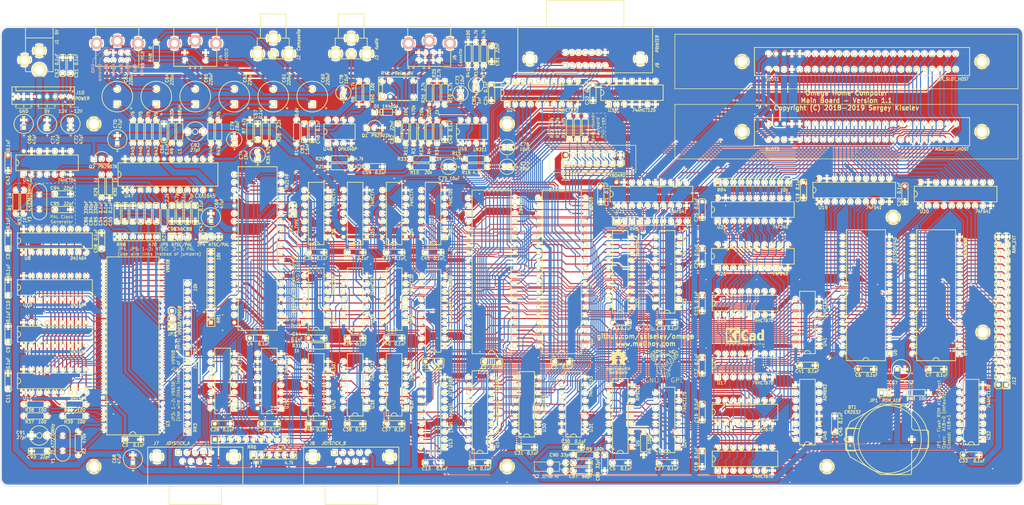
<source format=kicad_pcb>
(kicad_pcb (version 20171130) (host pcbnew "(5.1.0)-1")
  (layers (0 F.Cu signal) (31 B.Cu signal) (34 B.Paste user) (35 F.Paste user) (36 B.SilkS user) (37 F.SilkS user) (38 B.Mask user) (39 F.Mask user) (44 Edge.Cuts user))
  (net 0 "")
  (net 1 VCC)
  (net 2 GND)
  (net 3 "Net-(BT1-Pad1)")
  (net 4 /Processor/RTC_VCC)
  (net 5 VDD)
  (net 6 VSS)
  (net 7 /VDP/RED)
  (net 8 "Net-(C53-Pad2)")
  (net 9 /VDP/GREEN)
  (net 10 "Net-(C54-Pad2)")
  (net 11 /VDP/BLUE)
  (net 12 "Net-(C55-Pad2)")
  (net 13 "Net-(C56-Pad1)")
  (net 14 "Net-(C57-Pad1)")
  (net 15 "Net-(C58-Pad2)")
  (net 16 "Net-(C59-Pad1)")
  (net 17 "Net-(C60-Pad1)")
  (net 18 /VDP/CHROMA)
  (net 19 "Net-(C61-Pad1)")
  (net 20 /VDP/LUMA)
  (net 21 "Net-(C62-Pad1)")
  (net 22 /VDP/ROUT)
  (net 23 "Net-(C63-Pad1)")
  (net 24 /VDP/GOUT)
  (net 25 "Net-(C64-Pad1)")
  (net 26 /VDP/BOUT)
  (net 27 /PSG_SND)
  (net 28 /KEY_CLICK)
  (net 29 "Net-(C74-Pad2)")
  (net 30 /SLT1_SND)
  (net 31 "Net-(C75-Pad2)")
  (net 32 /SLT2_SND)
  (net 33 "Net-(C76-Pad2)")
  (net 34 /AUDIO)
  (net 35 "Net-(C78-Pad1)")
  (net 36 /CAS_OUT)
  (net 37 "Net-(C81-Pad1)")
  (net 38 "Net-(C82-Pad1)")
  (net 39 "Net-(C82-Pad2)")
  (net 40 "Net-(C87-Pad2)")
  (net 41 "Net-(C89-Pad2)")
  (net 42 "Net-(C90-Pad2)")
  (net 43 "Net-(C91-Pad2)")
  (net 44 "Net-(C92-Pad1)")
  (net 45 "Net-(C92-Pad2)")
  (net 46 "Net-(C93-Pad2)")
  (net 47 "Net-(C94-Pad2)")
  (net 48 "Net-(C95-Pad2)")
  (net 49 "Net-(C96-Pad1)")
  (net 50 "Net-(D1-Pad2)")
  (net 51 "Net-(J6-Pad2)")
  (net 52 "Net-(J6-Pad1)")
  (net 53 "Net-(J6-Pad8)")
  (net 54 /PSG/~FWD_A)
  (net 55 /PSG/~BCK_A)
  (net 56 /PSG/~LFT_A)
  (net 57 /PSG/~RGT_A)
  (net 58 /PSG/JOY_OUT_A)
  (net 59 /PSG/~TRG2_A)
  (net 60 /PSG/~TRG1_A)
  (net 61 /PSG/~FWD_B)
  (net 62 /PSG/~BCK_B)
  (net 63 /PSG/~LFT_B)
  (net 64 /PSG/~RGT_B)
  (net 65 /PSG/JOY_OUT_B)
  (net 66 /PSG/~TRG2_B)
  (net 67 /PSG/~TRG1_B)
  (net 68 /Processor/~STROBE)
  (net 69 "Net-(J9-Pad10)")
  (net 70 /Processor/PRT_BUSY)
  (net 71 "Net-(J9-Pad12)")
  (net 72 "Net-(J9-Pad13)")
  (net 73 /PPI/COLUMN0)
  (net 74 /PPI/COLUMN1)
  (net 75 /PPI/COLUMN2)
  (net 76 /PPI/COLUMN3)
  (net 77 /PPI/COLUMN4)
  (net 78 /PPI/COLUMN5)
  (net 79 /PPI/COLUMN6)
  (net 80 /PPI/COLUMN7)
  (net 81 /KANA_LED)
  (net 82 /PPI/CAPS_LED)
  (net 83 /PPI/ROW_D)
  (net 84 /PPI/ROW_C)
  (net 85 /PPI/ROW_B)
  (net 86 /PPI/ROW_A)
  (net 87 /Memory/RAM_A18)
  (net 88 /Memory/RAM_A15)
  (net 89 /Memory/RAM_A16)
  (net 90 /Memory/RAM_A17)
  (net 91 /Memory/RAM_A14)
  (net 92 /~WR)
  (net 93 /A12)
  (net 94 /A13)
  (net 95 /A7)
  (net 96 /A8)
  (net 97 /A6)
  (net 98 /A9)
  (net 99 /A5)
  (net 100 /A11)
  (net 101 /A4)
  (net 102 /~RD)
  (net 103 /A3)
  (net 104 /A10)
  (net 105 /A2)
  (net 106 /Memory/MD7)
  (net 107 /A1)
  (net 108 /Memory/MD6)
  (net 109 /A0)
  (net 110 /Memory/MD5)
  (net 111 /Memory/MD4)
  (net 112 /Memory/MD0)
  (net 113 /Memory/MD3)
  (net 114 /Memory/MD1)
  (net 115 /Memory/MD2)
  (net 116 /Memory/~RAM1_CS)
  (net 117 /Memory/~RAM2_CS)
  (net 118 /Memory/~RAM3_CS)
  (net 119 /Memory/~RAM4_CS)
  (net 120 /Memory/~RAM5_CS)
  (net 121 /Memory/~RAM6_CS)
  (net 122 /Memory/~RAM7_CS)
  (net 123 /Memory/ROM_A18)
  (net 124 /PSG/KBD_TYPE)
  (net 125 "Net-(JP3-Pad1)")
  (net 126 /VDP/VIDEO)
  (net 127 "Net-(JP4-Pad2)")
  (net 128 "Net-(JP5-Pad1)")
  (net 129 "Net-(JP5-Pad2)")
  (net 130 /VDP/PAL_CLK)
  (net 131 "Net-(Q1-Pad2)")
  (net 132 /VDP/CSYNC)
  (net 133 "Net-(R1-Pad1)")
  (net 134 "Net-(R11-Pad1)")
  (net 135 "Net-(R19-Pad2)")
  (net 136 /CAS_IN)
  (net 137 "Net-(R6-Pad1)")
  (net 138 "Net-(R9-Pad1)")
  (net 139 /CAS_MOT)
  (net 140 /VDP/~VWR)
  (net 141 /VDP/~CAS0)
  (net 142 /VDP/~CAS1)
  (net 143 /VDP/~RAS)
  (net 144 "Net-(R38-Pad2)")
  (net 145 "Net-(R39-Pad2)")
  (net 146 "Net-(R42-Pad2)")
  (net 147 "Net-(R43-Pad2)")
  (net 148 /D0)
  (net 149 /D1)
  (net 150 /D2)
  (net 151 /D3)
  (net 152 /D4)
  (net 153 /D5)
  (net 154 /D6)
  (net 155 /D7)
  (net 156 /Processor/ALARM)
  (net 157 "Net-(RR2-Pad2)")
  (net 158 "Net-(RR2-Pad3)")
  (net 159 "Net-(RR2-Pad4)")
  (net 160 "Net-(RR2-Pad5)")
  (net 161 "Net-(RR2-Pad6)")
  (net 162 "Net-(RR2-Pad9)")
  (net 163 "Net-(RR2-Pad10)")
  (net 164 "Net-(RR3-Pad2)")
  (net 165 "Net-(RR3-Pad3)")
  (net 166 "Net-(RR3-Pad4)")
  (net 167 "Net-(RR3-Pad5)")
  (net 168 "Net-(RR3-Pad6)")
  (net 169 "Net-(RR3-Pad7)")
  (net 170 "Net-(RR3-Pad8)")
  (net 171 /~VDP_WAIT)
  (net 172 "Net-(RR3-Pad10)")
  (net 173 /Slots/BD0)
  (net 174 /Slots/BD1)
  (net 175 /Slots/BD2)
  (net 176 /Slots/BD3)
  (net 177 /Slots/BD4)
  (net 178 /Slots/BD5)
  (net 179 /Slots/BD6)
  (net 180 /Slots/BD7)
  (net 181 /~SLT_WAIT)
  (net 182 /~KBD_WAIT)
  (net 183 /Processor/~NMI)
  (net 184 /Processor/~BUSREQ)
  (net 185 /~SLT_INT)
  (net 186 /~BUSDIR1)
  (net 187 /~BUSDIR2)
  (net 188 /VDP/HSYNC)
  (net 189 "Net-(RY1-Pad1)")
  (net 190 /Slots/~CS1)
  (net 191 /Slots/~CS2)
  (net 192 /Slots/~CS12)
  (net 193 /~SLTSL1)
  (net 194 "Net-(SLOT1-Pad5)")
  (net 195 /Slots/~B_RFSH)
  (net 196 /Slots/~B_M1)
  (net 197 /Slots/~B_IORQ)
  (net 198 /Slots/~B_MREQ)
  (net 199 /Slots/~B_WR)
  (net 200 /Slots/~B_RD)
  (net 201 /Slots/~B_RESET)
  (net 202 "Net-(SLOT1-Pad16)")
  (net 203 /Slots/BA9)
  (net 204 /Slots/BA15)
  (net 205 /Slots/BA11)
  (net 206 /Slots/BA10)
  (net 207 /Slots/BA7)
  (net 208 /Slots/BA6)
  (net 209 /Slots/BA12)
  (net 210 /Slots/BA8)
  (net 211 /Slots/BA14)
  (net 212 /Slots/BA13)
  (net 213 /Slots/BA1)
  (net 214 /Slots/BA0)
  (net 215 /Slots/BA3)
  (net 216 /Slots/BA2)
  (net 217 /Slots/BA5)
  (net 218 /Slots/BA4)
  (net 219 /Slots/B_CLK)
  (net 220 /~SLTSL2)
  (net 221 "Net-(SLOT2-Pad5)")
  (net 222 "Net-(SLOT2-Pad16)")
  (net 223 /A14)
  (net 224 /A15)
  (net 225 /Processor/~INT)
  (net 226 "Net-(U1-Pad18)")
  (net 227 /~MREQ)
  (net 228 /~IORQ)
  (net 229 "Net-(U1-Pad23)")
  (net 230 /~WAIT)
  (net 231 /~RESET)
  (net 232 /~M1)
  (net 233 /~RFSH)
  (net 234 "Net-(U2-Pad1)")
  (net 235 "Net-(U2-Pad2)")
  (net 236 "Net-(U2-Pad3)")
  (net 237 "Net-(U2-Pad4)")
  (net 238 /~PPI_CS)
  (net 239 /RESET)
  (net 240 "Net-(U2-Pad37)")
  (net 241 "Net-(U2-Pad38)")
  (net 242 "Net-(U2-Pad39)")
  (net 243 "Net-(U2-Pad40)")
  (net 244 /CLK)
  (net 245 "Net-(U3-Pad11)")
  (net 246 /~VDP_INT)
  (net 247 /VDP/~VDP_WR)
  (net 248 /VDP/~VDP_RD)
  (net 249 /VDP/VD0)
  (net 250 /VDP/VD1)
  (net 251 /VDP/VD2)
  (net 252 /VDP/VD3)
  (net 253 /VDP/VD4)
  (net 254 /VDP/VD5)
  (net 255 /VDP/VD6)
  (net 256 /VDP/VD7)
  (net 257 /VDP/VA0)
  (net 258 /VDP/VA1)
  (net 259 /VDP/VA2)
  (net 260 /VDP/VA3)
  (net 261 /VDP/VA4)
  (net 262 /VDP/VA5)
  (net 263 /VDP/VA6)
  (net 264 /VDP/VA7)
  (net 265 "Net-(U4-Pad2)")
  (net 266 "Net-(U4-Pad5)")
  (net 267 /PSG/JOY_SEL)
  (net 268 /PSG/JB3)
  (net 269 /PSG/JB2)
  (net 270 /PSG/JB1)
  (net 271 /PSG/JB0)
  (net 272 /PSG/JOY_TRG2)
  (net 273 /PSG/JOY_TRG1)
  (net 274 /PSG/JOY_LFT)
  (net 275 /PSG/JOY_RGT)
  (net 276 /PSG/JOY_BCK)
  (net 277 /PSG/JOY_FWD)
  (net 278 "Net-(U4-Pad26)")
  (net 279 /PSG/PSG_BDIR)
  (net 280 /PSG/PSG_BC1)
  (net 281 "Net-(U4-Pad39)")
  (net 282 /Processor/~RTC_CS_B)
  (net 283 "Net-(U27-Pad2)")
  (net 284 "Net-(U27-Pad7)")
  (net 285 "Net-(U27-Pad10)")
  (net 286 "Net-(U27-Pad15)")
  (net 287 /ROM_A16)
  (net 288 /~ROM_CS)
  (net 289 /ROM_A17)
  (net 290 /Memory/~RAM0_CS)
  (net 291 /Processor/~PRT_DAT_WR)
  (net 292 /Processor/~PRT_CMD_CS)
  (net 293 /~PAGE_CS)
  (net 294 /Processor/~RTC_CS)
  (net 295 /Processor/~RTC_AD_WR)
  (net 296 /~PSG_CS)
  (net 297 /~VDP_CS)
  (net 298 /PPI/SLT_A)
  (net 299 /PPI/SLT_B)
  (net 300 /PPI/SB_SLT_A)
  (net 301 /PPI/SB_SLT_B)
  (net 302 /PPI/~FFFF)
  (net 303 /~RAM_SL)
  (net 304 /~MEM_RD)
  (net 305 /PPI/~SLTSL3)
  (net 306 /Slots/SLT_DIR)
  (net 307 /~M1_WAIT)
  (net 308 /Memory/~PAGE_RD)
  (net 309 /Memory/~PAGE_WR)
  (net 310 /Memory/RAM_A21)
  (net 311 /Memory/RAM_A20)
  (net 312 /Memory/RAM_A19)
  (net 313 /PPI/~SUB_RD)
  (net 314 "Net-(U22-Pad2)")
  (net 315 "Net-(U22-Pad3)")
  (net 316 "Net-(U22-Pad4)")
  (net 317 "Net-(U22-Pad5)")
  (net 318 "Net-(U22-Pad6)")
  (net 319 "Net-(U22-Pad7)")
  (net 320 "Net-(U22-Pad8)")
  (net 321 "Net-(U22-Pad9)")
  (net 322 /PPI/~SUB_WR)
  (net 323 "Net-(U27-Pad3)")
  (net 324 "Net-(U27-Pad6)")
  (net 325 "Net-(U27-Pad11)")
  (net 326 "Net-(U27-Pad14)")
  (net 327 "Net-(U29-Pad9)")
  (net 328 "Net-(U29-Pad12)")
  (net 329 "Net-(U30-Pad1)")
  (net 330 /Processor/~PRT_BSY_RD)
  (net 331 "Net-(U33-Pad6)")
  (net 332 "Net-(U33-Pad8)")
  (net 333 "Net-(U33-Pad11)")
  (net 334 "Net-(U34-Pad4)")
  (net 335 "Net-(U34-Pad6)")
  (net 336 "Net-(U34-Pad8)")
  (net 337 /Processor/~PRT_STB_WR)
  (net 338 "Net-(U36-Pad1)")
  (net 339 "Net-(U36-Pad12)")
  (net 340 "Net-(U36-Pad6)")
  (net 341 "Net-(U36-Pad8)")
  (net 342 "Net-(U36-Pad9)")
  (net 343 /PPI/~SUB_REG_CS)
  (net 344 "Net-(U38-Pad5)")
  (net 345 "Net-(U43-Pad8)")
  (net 346 "Net-(U43-Pad10)")
  (net 347 "Net-(U43-Pad12)")
  (net 348 "Net-(U45-Pad1)")
  (net 349 "Net-(U45-Pad10)")
  (net 350 "Net-(U46-Pad5)")
  (net 351 "Net-(U46-Pad6)")
  (net 352 "Net-(U46-Pad7)")
  (net 353 "Net-(U46-Pad8)")
  (net 354 "Net-(U46-Pad10)")
  (net 355 "Net-(U46-Pad11)")
  (net 356 "Net-(U46-Pad14)")
  (net 357 "Net-(U47-Pad8)")
  (net 358 "Net-(U48-Pad1)")
  (net 359 "Net-(U48-Pad5)")
  (net 360 "Net-(U48-Pad8)")
  (net 361 "Net-(U49-Pad5)")
  (net 362 "Net-(U49-Pad6)")
  (net 363 "Net-(RR3-Pad9)")
  (net 364 "Net-(RR6-Pad10)")
  (net 365 /Processor/PD0)
  (net 366 /Processor/PD1)
  (net 367 /Processor/PD2)
  (net 368 /Processor/PD3)
  (net 369 /Processor/PD4)
  (net 370 /Processor/PD5)
  (net 371 /Processor/PD6)
  (net 372 /Processor/PD7)
  (net 373 "Net-(U38-Pad4)")
  (net 374 "Net-(U39-Pad8)")
  (net 375 "Net-(U39-Pad10)")
  (net 376 /VDP/SYNCIN)
  (net 377 "Net-(Q2-Pad2)")
  (net 378 "Net-(Q2-Pad3)")
  (net 379 "Net-(C83-Pad1)")
  (net 380 "Net-(J5-Pad8)")
  (net 381 "Net-(RR4-Pad2)")
  (net 382 "Net-(U35-Pad9)")
  (net 383 "Net-(U35-Pad6)")
  (net 384 "Net-(U35-Pad12)")
  (net 385 "Net-(RR5-Pad8)")
  (net 386 "Net-(C60-Pad2)")
  (net 387 "Net-(C65-Pad1)")
  (net 388 "Net-(C73-Pad1)")
  (net 389 "Net-(C77-Pad2)")
  (net 390 "Net-(C79-Pad1)")
  (net 391 "Net-(C80-Pad2)")
  (net 392 "Net-(C83-Pad2)")
  (net 393 "Net-(R31-Pad2)")
  (net 394 "Net-(R36-Pad2)")
  (net 395 "Net-(R37-Pad2)")
  (net 396 "Net-(R44-Pad2)")
  (net 397 "Net-(R45-Pad2)")
  (net 398 "Net-(R46-Pad2)")
  (net 399 "Net-(R47-Pad2)")
  (net 400 "Net-(SLOT1-Pad46)")
  (net 401 "Net-(SLOT2-Pad46)")
  (module Symbol:OSHW-Logo_7.5x8mm_SilkScreen (layer F.Cu) (at 213.995 121.92)
    (fp_text reference REF** hide)
    (fp_text value OSHW-Logo_7.5x8mm_SilkScreen hide)
  )
  (module My_Components:Conn_Micro_Ribbon_14F (layer F.Cu) (at 203.2 12.7)
    (fp_text reference J9 (at 23.495 12.7 90) (layer F.SilkS) (effects (font (size 1.016 1.016) (thickness 0.2032))))
    (fp_text value PRINTER (at 23.495 5.715 90) (layer F.SilkS) (effects (font (size 1.016 0.9144) (thickness 0.2032) italic)))
    (pad GND thru_hole circle (at 18 10.6) (size 4.04876 4.04876) (drill 3.05054) (layers *.Cu *.Mask F.SilkS) (net 2 GND))
    (pad GND thru_hole circle (at -18 10.6) (size 4.04876 4.04876) (drill 3.05054) (layers *.Cu *.Mask F.SilkS) (net 2 GND))
    (pad 1 thru_hole rect (at -6.48 12.745) (size 1.524 1.524) (drill 1.0414) (layers *.Cu *.Mask F.SilkS) (net 68 /Processor/~STROBE))
    (pad 2 thru_hole circle (at -4.32 12.745) (size 1.524 1.524) (drill 1.0414) (layers *.Cu *.Mask F.SilkS) (net 365 /Processor/PD0))
    (pad 3 thru_hole circle (at -2.16 12.745) (size 1.524 1.524) (drill 1.0414) (layers *.Cu *.Mask F.SilkS) (net 366 /Processor/PD1))
    (pad 4 thru_hole circle (at 0 12.745) (size 1.524 1.524) (drill 1.0414) (layers *.Cu *.Mask F.SilkS) (net 367 /Processor/PD2))
    (pad 5 thru_hole circle (at 2.16 12.745) (size 1.524 1.524) (drill 1.0414) (layers *.Cu *.Mask F.SilkS) (net 368 /Processor/PD3))
    (pad 6 thru_hole circle (at 4.32 12.745) (size 1.524 1.524) (drill 1.0414) (layers *.Cu *.Mask F.SilkS) (net 369 /Processor/PD4))
    (pad 7 thru_hole circle (at 6.48 12.745) (size 1.524 1.524) (drill 1.0414) (layers *.Cu *.Mask F.SilkS) (net 370 /Processor/PD5))
    (pad 11 thru_hole circle (at 0 8.455) (size 1.524 1.524) (drill 1.0414) (layers *.Cu *.Mask F.SilkS) (net 70 /Processor/PRT_BUSY))
    (pad 8 thru_hole circle (at -6.48 8.455) (size 1.524 1.524) (drill 1.0414) (layers *.Cu *.Mask F.SilkS) (net 371 /Processor/PD6))
    (pad 9 thru_hole circle (at -4.32 8.455) (size 1.524 1.524) (drill 1.0414) (layers *.Cu *.Mask F.SilkS) (net 372 /Processor/PD7))
    (pad 10 thru_hole circle (at -2.16 8.455) (size 1.524 1.524) (drill 1.0414) (layers *.Cu *.Mask F.SilkS) (net 69 "Net-(J9-Pad10)"))
    (pad 12 thru_hole circle (at 2.16 8.455) (size 1.524 1.524) (drill 1.0414) (layers *.Cu *.Mask F.SilkS) (net 71 "Net-(J9-Pad12)"))
    (pad 13 thru_hole circle (at 4.32 8.455) (size 1.524 1.524) (drill 1.0414) (layers *.Cu *.Mask F.SilkS) (net 72 "Net-(J9-Pad13)"))
    (pad 14 thru_hole circle (at 6.48 8.455) (size 1.524 1.524) (drill 1.0414) (layers *.Cu *.Mask F.SilkS) (net 2 GND))
  )
  (module My_Components:IC_DIP14_300 (layer F.Cu) (at 115.57 129.54 90)
    (fp_text reference U42 (at -6.35 5.715 90) (layer F.SilkS) (effects (font (size 1.016 1.016) (thickness 0.2032))))
    (fp_text value 74LS07 (at 5.08 5.715 90) (layer F.SilkS) (effects (font (size 1.016 0.9144) (thickness 0.2032) italic)))
    (pad 1 thru_hole rect (at -7.62 3.81 90) (size 1.397 1.397) (drill 0.8128) (layers *.Cu *.Mask F.SilkS) (net 271 /PSG/JB0))
    (pad 2 thru_hole circle (at -5.08 3.81 90) (size 1.397 1.397) (drill 0.8128) (layers *.Cu *.Mask F.SilkS) (net 60 /PSG/~TRG1_A))
    (pad 3 thru_hole circle (at -2.54 3.81 90) (size 1.397 1.397) (drill 0.8128) (layers *.Cu *.Mask F.SilkS) (net 268 /PSG/JB3))
    (pad 4 thru_hole circle (at 0 3.81 90) (size 1.397 1.397) (drill 0.8128) (layers *.Cu *.Mask F.SilkS) (net 66 /PSG/~TRG2_B))
    (pad 5 thru_hole circle (at 2.54 3.81 90) (size 1.397 1.397) (drill 0.8128) (layers *.Cu *.Mask F.SilkS) (net 244 /CLK))
    (pad 6 thru_hole circle (at 5.08 3.81 90) (size 1.397 1.397) (drill 0.8128) (layers *.Cu *.Mask F.SilkS) (net 364 "Net-(RR6-Pad10)"))
    (pad 7 thru_hole circle (at 7.62 3.81 90) (size 1.397 1.397) (drill 0.8128) (layers *.Cu *.Mask F.SilkS) (net 2 GND))
    (pad 8 thru_hole circle (at 7.62 -3.81 90) (size 1.397 1.397) (drill 0.8128) (layers *.Cu *.Mask F.SilkS) (net 393 "Net-(R31-Pad2)"))
    (pad 9 thru_hole circle (at 5.08 -3.81 90) (size 1.397 1.397) (drill 0.8128) (layers *.Cu *.Mask F.SilkS) (net 244 /CLK))
    (pad 10 thru_hole circle (at 2.54 -3.81 90) (size 1.397 1.397) (drill 0.8128) (layers *.Cu *.Mask F.SilkS) (net 59 /PSG/~TRG2_A))
    (pad 11 thru_hole circle (at 0 -3.81 90) (size 1.397 1.397) (drill 0.8128) (layers *.Cu *.Mask F.SilkS) (net 269 /PSG/JB2))
    (pad 12 thru_hole circle (at -2.54 -3.81 90) (size 1.397 1.397) (drill 0.8128) (layers *.Cu *.Mask F.SilkS) (net 67 /PSG/~TRG1_B))
    (pad 13 thru_hole circle (at -5.08 -3.81 90) (size 1.397 1.397) (drill 0.8128) (layers *.Cu *.Mask F.SilkS) (net 270 /PSG/JB1))
    (pad 14 thru_hole circle (at -7.62 -3.81 90) (size 1.397 1.397) (drill 0.8128) (layers *.Cu *.Mask F.SilkS) (net 1 VCC))
  )
  (module My_Components:IC_DIP14_300 (layer F.Cu) (at 128.27 129.54 90)
    (fp_text reference U38 (at -6.35 5.715 90) (layer F.SilkS) (effects (font (size 1.016 1.016) (thickness 0.2032))))
    (fp_text value 74AHCT32 (at 4.445 5.715 90) (layer F.SilkS) (effects (font (size 1.016 0.9144) (thickness 0.2032) italic)))
    (pad 1 thru_hole rect (at -7.62 3.81 90) (size 1.397 1.397) (drill 0.8128) (layers *.Cu *.Mask F.SilkS) (net 305 /PPI/~SLTSL3))
    (pad 2 thru_hole circle (at -5.08 3.81 90) (size 1.397 1.397) (drill 0.8128) (layers *.Cu *.Mask F.SilkS) (net 302 /PPI/~FFFF))
    (pad 3 thru_hole circle (at -2.54 3.81 90) (size 1.397 1.397) (drill 0.8128) (layers *.Cu *.Mask F.SilkS) (net 343 /PPI/~SUB_REG_CS))
    (pad 4 thru_hole circle (at 0 3.81 90) (size 1.397 1.397) (drill 0.8128) (layers *.Cu *.Mask F.SilkS) (net 373 "Net-(U38-Pad4)"))
    (pad 5 thru_hole circle (at 2.54 3.81 90) (size 1.397 1.397) (drill 0.8128) (layers *.Cu *.Mask F.SilkS) (net 344 "Net-(U38-Pad5)"))
    (pad 6 thru_hole circle (at 5.08 3.81 90) (size 1.397 1.397) (drill 0.8128) (layers *.Cu *.Mask F.SilkS) (net 302 /PPI/~FFFF))
    (pad 7 thru_hole circle (at 7.62 3.81 90) (size 1.397 1.397) (drill 0.8128) (layers *.Cu *.Mask F.SilkS) (net 2 GND))
    (pad 8 thru_hole circle (at 7.62 -3.81 90) (size 1.397 1.397) (drill 0.8128) (layers *.Cu *.Mask F.SilkS) (net 322 /PPI/~SUB_WR))
    (pad 9 thru_hole circle (at 5.08 -3.81 90) (size 1.397 1.397) (drill 0.8128) (layers *.Cu *.Mask F.SilkS) (net 92 /~WR))
    (pad 10 thru_hole circle (at 2.54 -3.81 90) (size 1.397 1.397) (drill 0.8128) (layers *.Cu *.Mask F.SilkS) (net 343 /PPI/~SUB_REG_CS))
    (pad 11 thru_hole circle (at 0 -3.81 90) (size 1.397 1.397) (drill 0.8128) (layers *.Cu *.Mask F.SilkS) (net 313 /PPI/~SUB_RD))
    (pad 12 thru_hole circle (at -2.54 -3.81 90) (size 1.397 1.397) (drill 0.8128) (layers *.Cu *.Mask F.SilkS) (net 343 /PPI/~SUB_REG_CS))
    (pad 13 thru_hole circle (at -5.08 -3.81 90) (size 1.397 1.397) (drill 0.8128) (layers *.Cu *.Mask F.SilkS) (net 102 /~RD))
    (pad 14 thru_hole circle (at -7.62 -3.81 90) (size 1.397 1.397) (drill 0.8128) (layers *.Cu *.Mask F.SilkS) (net 1 VCC))
  )
  (module My_Components:IC_DIP14_300 (layer F.Cu) (at 128.27 73.66 90)
    (fp_text reference U35 (at -6.35 5.715 90) (layer F.SilkS) (effects (font (size 1.016 1.016) (thickness 0.2032))))
    (fp_text value 74HCT74 (at 5.08 5.715 90) (layer F.SilkS) (effects (font (size 1.016 0.9144) (thickness 0.2032) italic)))
    (pad 1 thru_hole rect (at -7.62 3.81 90) (size 1.397 1.397) (drill 0.8128) (layers *.Cu *.Mask F.SilkS) (net 1 VCC))
    (pad 2 thru_hole circle (at -5.08 3.81 90) (size 1.397 1.397) (drill 0.8128) (layers *.Cu *.Mask F.SilkS) (net 148 /D0))
    (pad 3 thru_hole circle (at -2.54 3.81 90) (size 1.397 1.397) (drill 0.8128) (layers *.Cu *.Mask F.SilkS) (net 337 /Processor/~PRT_STB_WR))
    (pad 4 thru_hole circle (at 0 3.81 90) (size 1.397 1.397) (drill 0.8128) (layers *.Cu *.Mask F.SilkS) (net 231 /~RESET))
    (pad 5 thru_hole circle (at 2.54 3.81 90) (size 1.397 1.397) (drill 0.8128) (layers *.Cu *.Mask F.SilkS) (net 68 /Processor/~STROBE))
    (pad 6 thru_hole circle (at 5.08 3.81 90) (size 1.397 1.397) (drill 0.8128) (layers *.Cu *.Mask F.SilkS) (net 383 "Net-(U35-Pad6)"))
    (pad 7 thru_hole circle (at 7.62 3.81 90) (size 1.397 1.397) (drill 0.8128) (layers *.Cu *.Mask F.SilkS) (net 2 GND))
    (pad 8 thru_hole circle (at 7.62 -3.81 90) (size 1.397 1.397) (drill 0.8128) (layers *.Cu *.Mask F.SilkS) (net 384 "Net-(U35-Pad12)"))
    (pad 9 thru_hole circle (at 5.08 -3.81 90) (size 1.397 1.397) (drill 0.8128) (layers *.Cu *.Mask F.SilkS) (net 382 "Net-(U35-Pad9)"))
    (pad 10 thru_hole circle (at 2.54 -3.81 90) (size 1.397 1.397) (drill 0.8128) (layers *.Cu *.Mask F.SilkS) (net 1 VCC))
    (pad 11 thru_hole circle (at 0 -3.81 90) (size 1.397 1.397) (drill 0.8128) (layers *.Cu *.Mask F.SilkS) (net 244 /CLK))
    (pad 12 thru_hole circle (at -2.54 -3.81 90) (size 1.397 1.397) (drill 0.8128) (layers *.Cu *.Mask F.SilkS) (net 384 "Net-(U35-Pad12)"))
    (pad 13 thru_hole circle (at -5.08 -3.81 90) (size 1.397 1.397) (drill 0.8128) (layers *.Cu *.Mask F.SilkS) (net 1 VCC))
    (pad 14 thru_hole circle (at -7.62 -3.81 90) (size 1.397 1.397) (drill 0.8128) (layers *.Cu *.Mask F.SilkS) (net 1 VCC))
  )
  (module My_Components:IC_DIP20_300 (layer F.Cu) (at 214.63 92.71 90)
    (fp_text reference U22 (at -10.16 5.715 90) (layer F.SilkS) (effects (font (size 1.016 1.016) (thickness 0.2032))))
    (fp_text value 74HCT540 (at 8.255 5.715 90) (layer F.SilkS) (effects (font (size 1.016 0.9144) (thickness 0.2032) italic)))
    (pad 1 thru_hole rect (at -11.43 3.81 90) (size 1.397 1.397) (drill 0.8128) (layers *.Cu *.Mask F.SilkS) (net 313 /PPI/~SUB_RD))
    (pad 2 thru_hole circle (at -8.89 3.81 90) (size 1.397 1.397) (drill 0.8128) (layers *.Cu *.Mask F.SilkS) (net 314 "Net-(U22-Pad2)"))
    (pad 3 thru_hole circle (at -6.35 3.81 90) (size 1.397 1.397) (drill 0.8128) (layers *.Cu *.Mask F.SilkS) (net 315 "Net-(U22-Pad3)"))
    (pad 4 thru_hole circle (at -3.81 3.81 90) (size 1.397 1.397) (drill 0.8128) (layers *.Cu *.Mask F.SilkS) (net 316 "Net-(U22-Pad4)"))
    (pad 5 thru_hole circle (at -1.27 3.81 90) (size 1.397 1.397) (drill 0.8128) (layers *.Cu *.Mask F.SilkS) (net 317 "Net-(U22-Pad5)"))
    (pad 6 thru_hole circle (at 1.27 3.81 90) (size 1.397 1.397) (drill 0.8128) (layers *.Cu *.Mask F.SilkS) (net 318 "Net-(U22-Pad6)"))
    (pad 7 thru_hole circle (at 3.81 3.81 90) (size 1.397 1.397) (drill 0.8128) (layers *.Cu *.Mask F.SilkS) (net 319 "Net-(U22-Pad7)"))
    (pad 8 thru_hole circle (at 6.35 3.81 90) (size 1.397 1.397) (drill 0.8128) (layers *.Cu *.Mask F.SilkS) (net 320 "Net-(U22-Pad8)"))
    (pad 9 thru_hole circle (at 8.89 3.81 90) (size 1.397 1.397) (drill 0.8128) (layers *.Cu *.Mask F.SilkS) (net 321 "Net-(U22-Pad9)"))
    (pad 10 thru_hole circle (at 11.43 3.81 90) (size 1.397 1.397) (drill 0.8128) (layers *.Cu *.Mask F.SilkS) (net 2 GND))
    (pad 11 thru_hole circle (at 11.43 -3.81 90) (size 1.397 1.397) (drill 0.8128) (layers *.Cu *.Mask F.SilkS) (net 155 /D7))
    (pad 12 thru_hole circle (at 8.89 -3.81 90) (size 1.397 1.397) (drill 0.8128) (layers *.Cu *.Mask F.SilkS) (net 154 /D6))
    (pad 13 thru_hole circle (at 6.35 -3.81 90) (size 1.397 1.397) (drill 0.8128) (layers *.Cu *.Mask F.SilkS) (net 153 /D5))
    (pad 14 thru_hole circle (at 3.81 -3.81 90) (size 1.397 1.397) (drill 0.8128) (layers *.Cu *.Mask F.SilkS) (net 152 /D4))
    (pad 15 thru_hole circle (at 1.27 -3.81 90) (size 1.397 1.397) (drill 0.8128) (layers *.Cu *.Mask F.SilkS) (net 151 /D3))
    (pad 16 thru_hole circle (at -1.27 -3.81 90) (size 1.397 1.397) (drill 0.8128) (layers *.Cu *.Mask F.SilkS) (net 150 /D2))
    (pad 17 thru_hole circle (at -3.81 -3.81 90) (size 1.397 1.397) (drill 0.8128) (layers *.Cu *.Mask F.SilkS) (net 149 /D1))
    (pad 18 thru_hole circle (at -6.35 -3.81 90) (size 1.397 1.397) (drill 0.8128) (layers *.Cu *.Mask F.SilkS) (net 148 /D0))
    (pad 19 thru_hole circle (at -8.89 -3.81 90) (size 1.397 1.397) (drill 0.8128) (layers *.Cu *.Mask F.SilkS) (net 313 /PPI/~SUB_RD))
    (pad 20 thru_hole circle (at -11.43 -3.81 90) (size 1.397 1.397) (drill 0.8128) (layers *.Cu *.Mask F.SilkS) (net 1 VCC))
  )
  (module My_Components:IC_DIP40_600 (layer F.Cu) (at 172.72 92.71 90)
    (fp_text reference U1 (at -22.86 9.525 90) (layer F.SilkS) (effects (font (size 1.016 1.016) (thickness 0.2032))))
    (fp_text value Z84C00 (at 21.59 9.525 90) (layer F.SilkS) (effects (font (size 1.016 0.9144) (thickness 0.2032) italic)))
    (pad 1 thru_hole rect (at -24.13 7.62 90) (size 1.397 1.397) (drill 0.8128) (layers *.Cu *.Mask F.SilkS) (net 100 /A11))
    (pad 2 thru_hole circle (at -21.59 7.62 90) (size 1.397 1.397) (drill 0.8128) (layers *.Cu *.Mask F.SilkS) (net 93 /A12))
    (pad 3 thru_hole circle (at -19.05 7.62 90) (size 1.397 1.397) (drill 0.8128) (layers *.Cu *.Mask F.SilkS) (net 94 /A13))
    (pad 4 thru_hole circle (at -16.51 7.62 90) (size 1.397 1.397) (drill 0.8128) (layers *.Cu *.Mask F.SilkS) (net 223 /A14))
    (pad 5 thru_hole circle (at -13.97 7.62 90) (size 1.397 1.397) (drill 0.8128) (layers *.Cu *.Mask F.SilkS) (net 224 /A15))
    (pad 6 thru_hole circle (at -11.43 7.62 90) (size 1.397 1.397) (drill 0.8128) (layers *.Cu *.Mask F.SilkS) (net 393 "Net-(R31-Pad2)"))
    (pad 7 thru_hole circle (at -8.89 7.62 90) (size 1.397 1.397) (drill 0.8128) (layers *.Cu *.Mask F.SilkS) (net 152 /D4))
    (pad 8 thru_hole circle (at -6.35 7.62 90) (size 1.397 1.397) (drill 0.8128) (layers *.Cu *.Mask F.SilkS) (net 151 /D3))
    (pad 9 thru_hole circle (at -3.81 7.62 90) (size 1.397 1.397) (drill 0.8128) (layers *.Cu *.Mask F.SilkS) (net 153 /D5))
    (pad 10 thru_hole circle (at -1.27 7.62 90) (size 1.397 1.397) (drill 0.8128) (layers *.Cu *.Mask F.SilkS) (net 154 /D6))
    (pad 11 thru_hole circle (at 1.27 7.62 90) (size 1.397 1.397) (drill 0.8128) (layers *.Cu *.Mask F.SilkS) (net 1 VCC))
    (pad 12 thru_hole circle (at 3.81 7.62 90) (size 1.397 1.397) (drill 0.8128) (layers *.Cu *.Mask F.SilkS) (net 150 /D2))
    (pad 13 thru_hole circle (at 6.35 7.62 90) (size 1.397 1.397) (drill 0.8128) (layers *.Cu *.Mask F.SilkS) (net 155 /D7))
    (pad 14 thru_hole circle (at 8.89 7.62 90) (size 1.397 1.397) (drill 0.8128) (layers *.Cu *.Mask F.SilkS) (net 148 /D0))
    (pad 15 thru_hole circle (at 11.43 7.62 90) (size 1.397 1.397) (drill 0.8128) (layers *.Cu *.Mask F.SilkS) (net 149 /D1))
    (pad 16 thru_hole circle (at 13.97 7.62 90) (size 1.397 1.397) (drill 0.8128) (layers *.Cu *.Mask F.SilkS) (net 225 /Processor/~INT))
    (pad 17 thru_hole circle (at 16.51 7.62 90) (size 1.397 1.397) (drill 0.8128) (layers *.Cu *.Mask F.SilkS) (net 183 /Processor/~NMI))
    (pad 18 thru_hole circle (at 19.05 7.62 90) (size 1.397 1.397) (drill 0.8128) (layers *.Cu *.Mask F.SilkS) (net 226 "Net-(U1-Pad18)"))
    (pad 19 thru_hole circle (at 21.59 7.62 90) (size 1.397 1.397) (drill 0.8128) (layers *.Cu *.Mask F.SilkS) (net 227 /~MREQ))
    (pad 20 thru_hole circle (at 24.13 7.62 90) (size 1.397 1.397) (drill 0.8128) (layers *.Cu *.Mask F.SilkS) (net 228 /~IORQ))
    (pad 21 thru_hole circle (at 24.13 -7.62 90) (size 1.397 1.397) (drill 0.8128) (layers *.Cu *.Mask F.SilkS) (net 102 /~RD))
    (pad 22 thru_hole circle (at 21.59 -7.62 90) (size 1.397 1.397) (drill 0.8128) (layers *.Cu *.Mask F.SilkS) (net 92 /~WR))
    (pad 23 thru_hole circle (at 19.05 -7.62 90) (size 1.397 1.397) (drill 0.8128) (layers *.Cu *.Mask F.SilkS) (net 229 "Net-(U1-Pad23)"))
    (pad 24 thru_hole circle (at 16.51 -7.62 90) (size 1.397 1.397) (drill 0.8128) (layers *.Cu *.Mask F.SilkS) (net 230 /~WAIT))
    (pad 25 thru_hole circle (at 13.97 -7.62 90) (size 1.397 1.397) (drill 0.8128) (layers *.Cu *.Mask F.SilkS) (net 184 /Processor/~BUSREQ))
    (pad 26 thru_hole circle (at 11.43 -7.62 90) (size 1.397 1.397) (drill 0.8128) (layers *.Cu *.Mask F.SilkS) (net 231 /~RESET))
    (pad 27 thru_hole circle (at 8.89 -7.62 90) (size 1.397 1.397) (drill 0.8128) (layers *.Cu *.Mask F.SilkS) (net 232 /~M1))
    (pad 28 thru_hole circle (at 6.35 -7.62 90) (size 1.397 1.397) (drill 0.8128) (layers *.Cu *.Mask F.SilkS) (net 233 /~RFSH))
    (pad 29 thru_hole circle (at 3.81 -7.62 90) (size 1.397 1.397) (drill 0.8128) (layers *.Cu *.Mask F.SilkS) (net 2 GND))
    (pad 30 thru_hole circle (at 1.27 -7.62 90) (size 1.397 1.397) (drill 0.8128) (layers *.Cu *.Mask F.SilkS) (net 109 /A0))
    (pad 31 thru_hole circle (at -1.27 -7.62 90) (size 1.397 1.397) (drill 0.8128) (layers *.Cu *.Mask F.SilkS) (net 107 /A1))
    (pad 32 thru_hole circle (at -3.81 -7.62 90) (size 1.397 1.397) (drill 0.8128) (layers *.Cu *.Mask F.SilkS) (net 105 /A2))
    (pad 33 thru_hole circle (at -6.35 -7.62 90) (size 1.397 1.397) (drill 0.8128) (layers *.Cu *.Mask F.SilkS) (net 103 /A3))
    (pad 34 thru_hole circle (at -8.89 -7.62 90) (size 1.397 1.397) (drill 0.8128) (layers *.Cu *.Mask F.SilkS) (net 101 /A4))
    (pad 35 thru_hole circle (at -11.43 -7.62 90) (size 1.397 1.397) (drill 0.8128) (layers *.Cu *.Mask F.SilkS) (net 99 /A5))
    (pad 36 thru_hole circle (at -13.97 -7.62 90) (size 1.397 1.397) (drill 0.8128) (layers *.Cu *.Mask F.SilkS) (net 97 /A6))
    (pad 37 thru_hole circle (at -16.51 -7.62 90) (size 1.397 1.397) (drill 0.8128) (layers *.Cu *.Mask F.SilkS) (net 95 /A7))
    (pad 38 thru_hole circle (at -19.05 -7.62 90) (size 1.397 1.397) (drill 0.8128) (layers *.Cu *.Mask F.SilkS) (net 96 /A8))
    (pad 39 thru_hole circle (at -21.59 -7.62 90) (size 1.397 1.397) (drill 0.8128) (layers *.Cu *.Mask F.SilkS) (net 98 /A9))
    (pad 40 thru_hole circle (at -24.13 -7.62 90) (size 1.397 1.397) (drill 0.8128) (layers *.Cu *.Mask F.SilkS) (net 104 /A10))
  )
  (module My_Components:Conn_SIL10 (layer F.Cu) (at 224.79 76.2)
    (fp_text reference RR5 (at -5.715 2.54) (layer F.SilkS) (effects (font (size 1.016 1.016) (thickness 0.2032))))
    (fp_text value 4.7k (at 10.16 2.54) (layer F.SilkS) (effects (font (size 1.016 0.9144) (thickness 0.2032) italic)))
    (pad 1 thru_hole rect (at -11.43 0) (size 1.397 1.397) (drill 0.8128) (layers *.Cu *.Mask F.SilkS) (net 1 VCC))
    (pad 2 thru_hole circle (at -8.89 0) (size 1.397 1.397) (drill 0.8128) (layers *.Cu *.Mask F.SilkS) (net 182 /~KBD_WAIT))
    (pad 3 thru_hole circle (at -6.35 0) (size 1.397 1.397) (drill 0.8128) (layers *.Cu *.Mask F.SilkS) (net 70 /Processor/PRT_BUSY))
    (pad 4 thru_hole circle (at -3.81 0) (size 1.397 1.397) (drill 0.8128) (layers *.Cu *.Mask F.SilkS) (net 184 /Processor/~BUSREQ))
    (pad 5 thru_hole circle (at -1.27 0) (size 1.397 1.397) (drill 0.8128) (layers *.Cu *.Mask F.SilkS) (net 183 /Processor/~NMI))
    (pad 6 thru_hole circle (at 1.27 0) (size 1.397 1.397) (drill 0.8128) (layers *.Cu *.Mask F.SilkS) (net 186 /~BUSDIR1))
    (pad 7 thru_hole circle (at 3.81 0) (size 1.397 1.397) (drill 0.8128) (layers *.Cu *.Mask F.SilkS) (net 187 /~BUSDIR2))
    (pad 8 thru_hole circle (at 6.35 0) (size 1.397 1.397) (drill 0.8128) (layers *.Cu *.Mask F.SilkS) (net 385 "Net-(RR5-Pad8)"))
    (pad 9 thru_hole circle (at 8.89 0) (size 1.397 1.397) (drill 0.8128) (layers *.Cu *.Mask F.SilkS) (net 185 /~SLT_INT))
    (pad 10 thru_hole circle (at 11.43 0) (size 1.397 1.397) (drill 0.8128) (layers *.Cu *.Mask F.SilkS) (net 181 /~SLT_WAIT))
  )
  (module My_Components:IC_DIP20_300 (layer F.Cu) (at 224.79 67.31)
    (fp_text reference U21 (at -10.16 5.715) (layer F.SilkS) (effects (font (size 1.016 1.016) (thickness 0.2032))))
    (fp_text value 74F541 (at 8.89 5.715) (layer F.SilkS) (effects (font (size 1.016 0.9144) (thickness 0.2032) italic)))
    (pad 1 thru_hole rect (at -11.43 3.81) (size 1.397 1.397) (drill 0.8128) (layers *.Cu *.Mask F.SilkS) (net 2 GND))
    (pad 2 thru_hole circle (at -8.89 3.81) (size 1.397 1.397) (drill 0.8128) (layers *.Cu *.Mask F.SilkS) (net 102 /~RD))
    (pad 3 thru_hole circle (at -6.35 3.81) (size 1.397 1.397) (drill 0.8128) (layers *.Cu *.Mask F.SilkS) (net 92 /~WR))
    (pad 4 thru_hole circle (at -3.81 3.81) (size 1.397 1.397) (drill 0.8128) (layers *.Cu *.Mask F.SilkS) (net 232 /~M1))
    (pad 5 thru_hole circle (at -1.27 3.81) (size 1.397 1.397) (drill 0.8128) (layers *.Cu *.Mask F.SilkS) (net 228 /~IORQ))
    (pad 6 thru_hole circle (at 1.27 3.81) (size 1.397 1.397) (drill 0.8128) (layers *.Cu *.Mask F.SilkS) (net 227 /~MREQ))
    (pad 7 thru_hole circle (at 3.81 3.81) (size 1.397 1.397) (drill 0.8128) (layers *.Cu *.Mask F.SilkS) (net 233 /~RFSH))
    (pad 8 thru_hole circle (at 6.35 3.81) (size 1.397 1.397) (drill 0.8128) (layers *.Cu *.Mask F.SilkS) (net 231 /~RESET))
    (pad 9 thru_hole circle (at 8.89 3.81) (size 1.397 1.397) (drill 0.8128) (layers *.Cu *.Mask F.SilkS) (net 244 /CLK))
    (pad 10 thru_hole circle (at 11.43 3.81) (size 1.397 1.397) (drill 0.8128) (layers *.Cu *.Mask F.SilkS) (net 2 GND))
    (pad 11 thru_hole circle (at 11.43 -3.81) (size 1.397 1.397) (drill 0.8128) (layers *.Cu *.Mask F.SilkS) (net 219 /Slots/B_CLK))
    (pad 12 thru_hole circle (at 8.89 -3.81) (size 1.397 1.397) (drill 0.8128) (layers *.Cu *.Mask F.SilkS) (net 201 /Slots/~B_RESET))
    (pad 13 thru_hole circle (at 6.35 -3.81) (size 1.397 1.397) (drill 0.8128) (layers *.Cu *.Mask F.SilkS) (net 195 /Slots/~B_RFSH))
    (pad 14 thru_hole circle (at 3.81 -3.81) (size 1.397 1.397) (drill 0.8128) (layers *.Cu *.Mask F.SilkS) (net 198 /Slots/~B_MREQ))
    (pad 15 thru_hole circle (at 1.27 -3.81) (size 1.397 1.397) (drill 0.8128) (layers *.Cu *.Mask F.SilkS) (net 197 /Slots/~B_IORQ))
    (pad 16 thru_hole circle (at -1.27 -3.81) (size 1.397 1.397) (drill 0.8128) (layers *.Cu *.Mask F.SilkS) (net 196 /Slots/~B_M1))
    (pad 17 thru_hole circle (at -3.81 -3.81) (size 1.397 1.397) (drill 0.8128) (layers *.Cu *.Mask F.SilkS) (net 199 /Slots/~B_WR))
    (pad 18 thru_hole circle (at -6.35 -3.81) (size 1.397 1.397) (drill 0.8128) (layers *.Cu *.Mask F.SilkS) (net 200 /Slots/~B_RD))
    (pad 19 thru_hole circle (at -8.89 -3.81) (size 1.397 1.397) (drill 0.8128) (layers *.Cu *.Mask F.SilkS) (net 2 GND))
    (pad 20 thru_hole circle (at -11.43 -3.81) (size 1.397 1.397) (drill 0.8128) (layers *.Cu *.Mask F.SilkS) (net 1 VCC))
  )
  (module My_Components:Cap_Cer_508 (layer F.Cu) (at 229.87 109.22)
    (fp_text reference C23 (at -1.905 1.905) (layer F.SilkS) (effects (font (size 1.016 1.016) (thickness 0.2032))))
    (fp_text value 0.1uF (at 1.905 1.905) (layer F.SilkS) (effects (font (size 1.016 0.9144) (thickness 0.2032) italic)))
    (pad 1 thru_hole circle (at -2.54 0) (size 1.397 1.397) (drill 0.8128) (layers *.Cu *.Mask F.SilkS) (net 1 VCC))
    (pad 2 thru_hole circle (at 2.54 0) (size 1.397 1.397) (drill 0.8128) (layers *.Cu *.Mask F.SilkS) (net 2 GND))
  )
  (module My_Components:Conn_Edge_50P (layer F.Cu) (at 293.37 46.99 180)
    (fp_text reference SLOT2 (at 29.21 -5.715 180) (layer F.SilkS) (effects (font (size 1.016 1.016) (thickness 0.2032))))
    (fp_text value MSX_SLOT_HOST (at -29.21 -5.715 180) (layer F.SilkS) (effects (font (size 1.016 0.9144) (thickness 0.2032) italic)))
    (pad 50 thru_hole circle (at 30.48 -2.54) (size 1.524 1.524) (drill 1.016) (layers *.Cu *.Mask F.SilkS) (net 6 VSS))
    (pad 49 thru_hole circle (at 30.48 2.54) (size 1.524 1.524) (drill 1.016) (layers *.Cu *.Mask F.SilkS) (net 32 /SLT2_SND))
    (pad 48 thru_hole circle (at 27.94 -2.54) (size 1.524 1.524) (drill 1.016) (layers *.Cu *.Mask F.SilkS) (net 5 VDD))
    (pad 47 thru_hole circle (at 27.94 2.54) (size 1.524 1.524) (drill 1.016) (layers *.Cu *.Mask F.SilkS) (net 1 VCC))
    (pad 46 thru_hole circle (at 25.4 -2.54) (size 1.524 1.524) (drill 1.016) (layers *.Cu *.Mask F.SilkS) (net 401 "Net-(SLOT2-Pad46)"))
    (pad 45 thru_hole circle (at 25.4 2.54) (size 1.524 1.524) (drill 1.016) (layers *.Cu *.Mask F.SilkS) (net 1 VCC))
    (pad 44 thru_hole circle (at 22.86 -2.54) (size 1.524 1.524) (drill 1.016) (layers *.Cu *.Mask F.SilkS) (net 2 GND))
    (pad 43 thru_hole circle (at 22.86 2.54) (size 1.524 1.524) (drill 1.016) (layers *.Cu *.Mask F.SilkS) (net 2 GND))
    (pad 42 thru_hole circle (at 20.32 -2.54) (size 1.524 1.524) (drill 1.016) (layers *.Cu *.Mask F.SilkS) (net 219 /Slots/B_CLK))
    (pad 41 thru_hole circle (at 20.32 2.54) (size 1.524 1.524) (drill 1.016) (layers *.Cu *.Mask F.SilkS) (net 2 GND))
    (pad 40 thru_hole circle (at 17.78 -2.54) (size 1.524 1.524) (drill 1.016) (layers *.Cu *.Mask F.SilkS) (net 179 /Slots/BD6))
    (pad 39 thru_hole circle (at 17.78 2.54) (size 1.524 1.524) (drill 1.016) (layers *.Cu *.Mask F.SilkS) (net 180 /Slots/BD7))
    (pad 38 thru_hole circle (at 15.24 -2.54) (size 1.524 1.524) (drill 1.016) (layers *.Cu *.Mask F.SilkS) (net 177 /Slots/BD4))
    (pad 37 thru_hole circle (at 15.24 2.54) (size 1.524 1.524) (drill 1.016) (layers *.Cu *.Mask F.SilkS) (net 178 /Slots/BD5))
    (pad 36 thru_hole circle (at 12.7 -2.54) (size 1.524 1.524) (drill 1.016) (layers *.Cu *.Mask F.SilkS) (net 175 /Slots/BD2))
    (pad 35 thru_hole circle (at 12.7 2.54) (size 1.524 1.524) (drill 1.016) (layers *.Cu *.Mask F.SilkS) (net 176 /Slots/BD3))
    (pad 34 thru_hole circle (at 10.16 -2.54) (size 1.524 1.524) (drill 1.016) (layers *.Cu *.Mask F.SilkS) (net 173 /Slots/BD0))
    (pad 33 thru_hole circle (at 10.16 2.54) (size 1.524 1.524) (drill 1.016) (layers *.Cu *.Mask F.SilkS) (net 174 /Slots/BD1))
    (pad 32 thru_hole circle (at 7.62 -2.54) (size 1.524 1.524) (drill 1.016) (layers *.Cu *.Mask F.SilkS) (net 218 /Slots/BA4))
    (pad 31 thru_hole circle (at 7.62 2.54) (size 1.524 1.524) (drill 1.016) (layers *.Cu *.Mask F.SilkS) (net 217 /Slots/BA5))
    (pad 30 thru_hole circle (at 5.08 -2.54) (size 1.524 1.524) (drill 1.016) (layers *.Cu *.Mask F.SilkS) (net 216 /Slots/BA2))
    (pad 29 thru_hole circle (at 5.08 2.54) (size 1.524 1.524) (drill 1.016) (layers *.Cu *.Mask F.SilkS) (net 215 /Slots/BA3))
    (pad 28 thru_hole circle (at 2.54 -2.54) (size 1.524 1.524) (drill 1.016) (layers *.Cu *.Mask F.SilkS) (net 214 /Slots/BA0))
    (pad 27 thru_hole circle (at 2.54 2.54) (size 1.524 1.524) (drill 1.016) (layers *.Cu *.Mask F.SilkS) (net 213 /Slots/BA1))
    (pad 26 thru_hole circle (at 0 -2.54) (size 1.524 1.524) (drill 1.016) (layers *.Cu *.Mask F.SilkS) (net 212 /Slots/BA13))
    (pad 25 thru_hole circle (at 0 2.54) (size 1.524 1.524) (drill 1.016) (layers *.Cu *.Mask F.SilkS) (net 211 /Slots/BA14))
    (pad 24 thru_hole circle (at -2.54 -2.54) (size 1.524 1.524) (drill 1.016) (layers *.Cu *.Mask F.SilkS) (net 210 /Slots/BA8))
    (pad 23 thru_hole circle (at -2.54 2.54) (size 1.524 1.524) (drill 1.016) (layers *.Cu *.Mask F.SilkS) (net 209 /Slots/BA12))
    (pad 22 thru_hole circle (at -5.08 -2.54) (size 1.524 1.524) (drill 1.016) (layers *.Cu *.Mask F.SilkS) (net 208 /Slots/BA6))
    (pad 21 thru_hole circle (at -5.08 2.54) (size 1.524 1.524) (drill 1.016) (layers *.Cu *.Mask F.SilkS) (net 207 /Slots/BA7))
    (pad 20 thru_hole circle (at -7.62 -2.54) (size 1.524 1.524) (drill 1.016) (layers *.Cu *.Mask F.SilkS) (net 206 /Slots/BA10))
    (pad 19 thru_hole circle (at -7.62 2.54) (size 1.524 1.524) (drill 1.016) (layers *.Cu *.Mask F.SilkS) (net 205 /Slots/BA11))
    (pad 18 thru_hole circle (at -10.16 -2.54) (size 1.524 1.524) (drill 1.016) (layers *.Cu *.Mask F.SilkS) (net 204 /Slots/BA15))
    (pad 17 thru_hole circle (at -10.16 2.54) (size 1.524 1.524) (drill 1.016) (layers *.Cu *.Mask F.SilkS) (net 203 /Slots/BA9))
    (pad 16 thru_hole circle (at -12.7 -2.54) (size 1.524 1.524) (drill 1.016) (layers *.Cu *.Mask F.SilkS) (net 222 "Net-(SLOT2-Pad16)"))
    (pad 15 thru_hole circle (at -12.7 2.54) (size 1.524 1.524) (drill 1.016) (layers *.Cu *.Mask F.SilkS) (net 201 /Slots/~B_RESET))
    (pad 14 thru_hole circle (at -15.24 -2.54) (size 1.524 1.524) (drill 1.016) (layers *.Cu *.Mask F.SilkS) (net 200 /Slots/~B_RD))
    (pad 13 thru_hole circle (at -15.24 2.54) (size 1.524 1.524) (drill 1.016) (layers *.Cu *.Mask F.SilkS) (net 199 /Slots/~B_WR))
    (pad 12 thru_hole circle (at -17.78 -2.54) (size 1.524 1.524) (drill 1.016) (layers *.Cu *.Mask F.SilkS) (net 198 /Slots/~B_MREQ))
    (pad 11 thru_hole circle (at -17.78 2.54) (size 1.524 1.524) (drill 1.016) (layers *.Cu *.Mask F.SilkS) (net 197 /Slots/~B_IORQ))
    (pad 10 thru_hole circle (at -20.32 -2.54) (size 1.524 1.524) (drill 1.016) (layers *.Cu *.Mask F.SilkS) (net 187 /~BUSDIR2))
    (pad 9 thru_hole circle (at -20.32 2.54) (size 1.524 1.524) (drill 1.016) (layers *.Cu *.Mask F.SilkS) (net 196 /Slots/~B_M1))
    (pad 8 thru_hole circle (at -22.86 -2.54) (size 1.524 1.524) (drill 1.016) (layers *.Cu *.Mask F.SilkS) (net 185 /~SLT_INT))
    (pad 7 thru_hole circle (at -22.86 2.54) (size 1.524 1.524) (drill 1.016) (layers *.Cu *.Mask F.SilkS) (net 181 /~SLT_WAIT))
    (pad 6 thru_hole circle (at -25.4 -2.54) (size 1.524 1.524) (drill 1.016) (layers *.Cu *.Mask F.SilkS) (net 195 /Slots/~B_RFSH))
    (pad 5 thru_hole circle (at -25.4 2.54) (size 1.524 1.524) (drill 1.016) (layers *.Cu *.Mask F.SilkS) (net 221 "Net-(SLOT2-Pad5)"))
    (pad 4 thru_hole circle (at -27.94 -2.54) (size 1.524 1.524) (drill 1.016) (layers *.Cu *.Mask F.SilkS) (net 220 /~SLTSL2))
    (pad 3 thru_hole circle (at -27.94 2.54) (size 1.524 1.524) (drill 1.016) (layers *.Cu *.Mask F.SilkS) (net 192 /Slots/~CS12))
    (pad 2 thru_hole circle (at -30.48 -2.54) (size 1.524 1.524) (drill 1.016) (layers *.Cu *.Mask F.SilkS) (net 191 /Slots/~CS2))
    (pad 1 thru_hole circle (at -30.48 2.54) (size 1.524 1.524) (drill 1.016) (layers *.Cu *.Mask F.SilkS) (net 190 /Slots/~CS1))
  )
  (module My_Components:Conn_Dsub_DE9M (layer F.Cu) (at 76.2 153.035 180)
    (fp_text reference J7 (at 12.7 4.445 180) (layer F.SilkS) (effects (font (size 1.016 1.016) (thickness 0.2032))))
    (fp_text value JOYSTICK_A (at 5.715 4.445 180) (layer F.SilkS) (effects (font (size 1.016 0.9144) (thickness 0.2032) italic)))
    (pad GND thru_hole circle (at 12.49426 0 180) (size 4.04876 4.04876) (drill 3.05054) (layers *.Cu *.Mask F.SilkS) (net 2 GND))
    (pad GND thru_hole circle (at -12.49426 0 180) (size 4.04876 4.04876) (drill 3.05054) (layers *.Cu *.Mask F.SilkS) (net 2 GND))
    (pad 1 thru_hole rect (at 5.4864 1.4224 180) (size 1.524 1.524) (drill 1.0414) (layers *.Cu *.Mask F.SilkS) (net 54 /PSG/~FWD_A))
    (pad 2 thru_hole circle (at 2.7432 1.4224 180) (size 1.524 1.524) (drill 1.0414) (layers *.Cu *.Mask F.SilkS) (net 55 /PSG/~BCK_A))
    (pad 3 thru_hole circle (at 0 1.4224 180) (size 1.524 1.524) (drill 1.0414) (layers *.Cu *.Mask F.SilkS) (net 56 /PSG/~LFT_A))
    (pad 4 thru_hole circle (at -2.7432 1.4224 180) (size 1.524 1.524) (drill 1.0414) (layers *.Cu *.Mask F.SilkS) (net 57 /PSG/~RGT_A))
    (pad 5 thru_hole circle (at -5.4864 1.4224 180) (size 1.524 1.524) (drill 1.0414) (layers *.Cu *.Mask F.SilkS) (net 1 VCC))
    (pad 9 thru_hole circle (at -4.1148 -1.4224 180) (size 1.524 1.524) (drill 1.0414) (layers *.Cu *.Mask F.SilkS) (net 2 GND))
    (pad 8 thru_hole circle (at -1.3716 -1.4224 180) (size 1.524 1.524) (drill 1.0414) (layers *.Cu *.Mask F.SilkS) (net 58 /PSG/JOY_OUT_A))
    (pad 7 thru_hole circle (at 1.397 -1.4224 180) (size 1.524 1.524) (drill 1.0414) (layers *.Cu *.Mask F.SilkS) (net 59 /PSG/~TRG2_A))
    (pad 6 thru_hole circle (at 4.1148 -1.4224 180) (size 1.524 1.524) (drill 1.0414) (layers *.Cu *.Mask F.SilkS) (net 60 /PSG/~TRG1_A))
  )
  (module My_Components:IC_DIP32_600 (layer F.Cu) (at 294.64 100.33 90)
    (fp_text reference U6 (at -18.7325 9.525 90) (layer F.SilkS) (effects (font (size 1.016 1.016) (thickness 0.2032))))
    (fp_text value SST39SF040 (at 14.605 9.525 90) (layer F.SilkS) (effects (font (size 1.016 0.9144) (thickness 0.2032) italic)))
    (pad 1 thru_hole rect (at -19.05 7.62 90) (size 1.397 1.397) (drill 0.8128) (layers *.Cu *.Mask F.SilkS) (net 123 /Memory/ROM_A18))
    (pad 2 thru_hole circle (at -16.51 7.62 90) (size 1.397 1.397) (drill 0.8128) (layers *.Cu *.Mask F.SilkS) (net 287 /ROM_A16))
    (pad 3 thru_hole circle (at -13.97 7.62 90) (size 1.397 1.397) (drill 0.8128) (layers *.Cu *.Mask F.SilkS) (net 224 /A15))
    (pad 4 thru_hole circle (at -11.43 7.62 90) (size 1.397 1.397) (drill 0.8128) (layers *.Cu *.Mask F.SilkS) (net 93 /A12))
    (pad 5 thru_hole circle (at -8.89 7.62 90) (size 1.397 1.397) (drill 0.8128) (layers *.Cu *.Mask F.SilkS) (net 95 /A7))
    (pad 6 thru_hole circle (at -6.35 7.62 90) (size 1.397 1.397) (drill 0.8128) (layers *.Cu *.Mask F.SilkS) (net 97 /A6))
    (pad 7 thru_hole circle (at -3.81 7.62 90) (size 1.397 1.397) (drill 0.8128) (layers *.Cu *.Mask F.SilkS) (net 99 /A5))
    (pad 8 thru_hole circle (at -1.27 7.62 90) (size 1.397 1.397) (drill 0.8128) (layers *.Cu *.Mask F.SilkS) (net 101 /A4))
    (pad 9 thru_hole circle (at 1.27 7.62 90) (size 1.397 1.397) (drill 0.8128) (layers *.Cu *.Mask F.SilkS) (net 103 /A3))
    (pad 10 thru_hole circle (at 3.81 7.62 90) (size 1.397 1.397) (drill 0.8128) (layers *.Cu *.Mask F.SilkS) (net 105 /A2))
    (pad 11 thru_hole circle (at 6.35 7.62 90) (size 1.397 1.397) (drill 0.8128) (layers *.Cu *.Mask F.SilkS) (net 107 /A1))
    (pad 12 thru_hole circle (at 8.89 7.62 90) (size 1.397 1.397) (drill 0.8128) (layers *.Cu *.Mask F.SilkS) (net 109 /A0))
    (pad 13 thru_hole circle (at 11.43 7.62 90) (size 1.397 1.397) (drill 0.8128) (layers *.Cu *.Mask F.SilkS) (net 112 /Memory/MD0))
    (pad 14 thru_hole circle (at 13.97 7.62 90) (size 1.397 1.397) (drill 0.8128) (layers *.Cu *.Mask F.SilkS) (net 114 /Memory/MD1))
    (pad 15 thru_hole circle (at 16.51 7.62 90) (size 1.397 1.397) (drill 0.8128) (layers *.Cu *.Mask F.SilkS) (net 115 /Memory/MD2))
    (pad 16 thru_hole circle (at 19.05 7.62 90) (size 1.397 1.397) (drill 0.8128) (layers *.Cu *.Mask F.SilkS) (net 2 GND))
    (pad 17 thru_hole circle (at 19.05 -7.62 90) (size 1.397 1.397) (drill 0.8128) (layers *.Cu *.Mask F.SilkS) (net 113 /Memory/MD3))
    (pad 18 thru_hole circle (at 16.51 -7.62 90) (size 1.397 1.397) (drill 0.8128) (layers *.Cu *.Mask F.SilkS) (net 111 /Memory/MD4))
    (pad 19 thru_hole circle (at 13.97 -7.62 90) (size 1.397 1.397) (drill 0.8128) (layers *.Cu *.Mask F.SilkS) (net 110 /Memory/MD5))
    (pad 20 thru_hole circle (at 11.43 -7.62 90) (size 1.397 1.397) (drill 0.8128) (layers *.Cu *.Mask F.SilkS) (net 108 /Memory/MD6))
    (pad 21 thru_hole circle (at 8.89 -7.62 90) (size 1.397 1.397) (drill 0.8128) (layers *.Cu *.Mask F.SilkS) (net 106 /Memory/MD7))
    (pad 22 thru_hole circle (at 6.35 -7.62 90) (size 1.397 1.397) (drill 0.8128) (layers *.Cu *.Mask F.SilkS) (net 288 /~ROM_CS))
    (pad 23 thru_hole circle (at 3.81 -7.62 90) (size 1.397 1.397) (drill 0.8128) (layers *.Cu *.Mask F.SilkS) (net 104 /A10))
    (pad 24 thru_hole circle (at 1.27 -7.62 90) (size 1.397 1.397) (drill 0.8128) (layers *.Cu *.Mask F.SilkS) (net 102 /~RD))
    (pad 25 thru_hole circle (at -1.27 -7.62 90) (size 1.397 1.397) (drill 0.8128) (layers *.Cu *.Mask F.SilkS) (net 100 /A11))
    (pad 26 thru_hole circle (at -3.81 -7.62 90) (size 1.397 1.397) (drill 0.8128) (layers *.Cu *.Mask F.SilkS) (net 98 /A9))
    (pad 27 thru_hole circle (at -6.35 -7.62 90) (size 1.397 1.397) (drill 0.8128) (layers *.Cu *.Mask F.SilkS) (net 96 /A8))
    (pad 28 thru_hole circle (at -8.89 -7.62 90) (size 1.397 1.397) (drill 0.8128) (layers *.Cu *.Mask F.SilkS) (net 94 /A13))
    (pad 29 thru_hole circle (at -11.43 -7.62 90) (size 1.397 1.397) (drill 0.8128) (layers *.Cu *.Mask F.SilkS) (net 223 /A14))
    (pad 30 thru_hole circle (at -13.97 -7.62 90) (size 1.397 1.397) (drill 0.8128) (layers *.Cu *.Mask F.SilkS) (net 289 /ROM_A17))
    (pad 31 thru_hole circle (at -16.51 -7.62 90) (size 1.397 1.397) (drill 0.8128) (layers *.Cu *.Mask F.SilkS) (net 92 /~WR))
    (pad 32 thru_hole circle (at -19.05 -7.62 90) (size 1.397 1.397) (drill 0.8128) (layers *.Cu *.Mask F.SilkS) (net 1 VCC))
  )
  (module My_Components:IC_DIP32_600 (layer F.Cu) (at 317.5 100.33 90)
    (fp_text reference U7 (at -18.7325 9.525 90) (layer F.SilkS) (effects (font (size 1.016 1.016) (thickness 0.2032))))
    (fp_text value AS6C4008 (at 15.24 9.525 90) (layer F.SilkS) (effects (font (size 1.016 0.9144) (thickness 0.2032) italic)))
    (pad 1 thru_hole rect (at -19.05 7.62 90) (size 1.397 1.397) (drill 0.8128) (layers *.Cu *.Mask F.SilkS) (net 87 /Memory/RAM_A18))
    (pad 2 thru_hole circle (at -16.51 7.62 90) (size 1.397 1.397) (drill 0.8128) (layers *.Cu *.Mask F.SilkS) (net 89 /Memory/RAM_A16))
    (pad 3 thru_hole circle (at -13.97 7.62 90) (size 1.397 1.397) (drill 0.8128) (layers *.Cu *.Mask F.SilkS) (net 91 /Memory/RAM_A14))
    (pad 4 thru_hole circle (at -11.43 7.62 90) (size 1.397 1.397) (drill 0.8128) (layers *.Cu *.Mask F.SilkS) (net 93 /A12))
    (pad 5 thru_hole circle (at -8.89 7.62 90) (size 1.397 1.397) (drill 0.8128) (layers *.Cu *.Mask F.SilkS) (net 95 /A7))
    (pad 6 thru_hole circle (at -6.35 7.62 90) (size 1.397 1.397) (drill 0.8128) (layers *.Cu *.Mask F.SilkS) (net 97 /A6))
    (pad 7 thru_hole circle (at -3.81 7.62 90) (size 1.397 1.397) (drill 0.8128) (layers *.Cu *.Mask F.SilkS) (net 99 /A5))
    (pad 8 thru_hole circle (at -1.27 7.62 90) (size 1.397 1.397) (drill 0.8128) (layers *.Cu *.Mask F.SilkS) (net 101 /A4))
    (pad 9 thru_hole circle (at 1.27 7.62 90) (size 1.397 1.397) (drill 0.8128) (layers *.Cu *.Mask F.SilkS) (net 103 /A3))
    (pad 10 thru_hole circle (at 3.81 7.62 90) (size 1.397 1.397) (drill 0.8128) (layers *.Cu *.Mask F.SilkS) (net 105 /A2))
    (pad 11 thru_hole circle (at 6.35 7.62 90) (size 1.397 1.397) (drill 0.8128) (layers *.Cu *.Mask F.SilkS) (net 107 /A1))
    (pad 12 thru_hole circle (at 8.89 7.62 90) (size 1.397 1.397) (drill 0.8128) (layers *.Cu *.Mask F.SilkS) (net 109 /A0))
    (pad 13 thru_hole circle (at 11.43 7.62 90) (size 1.397 1.397) (drill 0.8128) (layers *.Cu *.Mask F.SilkS) (net 112 /Memory/MD0))
    (pad 14 thru_hole circle (at 13.97 7.62 90) (size 1.397 1.397) (drill 0.8128) (layers *.Cu *.Mask F.SilkS) (net 114 /Memory/MD1))
    (pad 15 thru_hole circle (at 16.51 7.62 90) (size 1.397 1.397) (drill 0.8128) (layers *.Cu *.Mask F.SilkS) (net 115 /Memory/MD2))
    (pad 16 thru_hole circle (at 19.05 7.62 90) (size 1.397 1.397) (drill 0.8128) (layers *.Cu *.Mask F.SilkS) (net 2 GND))
    (pad 17 thru_hole circle (at 19.05 -7.62 90) (size 1.397 1.397) (drill 0.8128) (layers *.Cu *.Mask F.SilkS) (net 113 /Memory/MD3))
    (pad 18 thru_hole circle (at 16.51 -7.62 90) (size 1.397 1.397) (drill 0.8128) (layers *.Cu *.Mask F.SilkS) (net 111 /Memory/MD4))
    (pad 19 thru_hole circle (at 13.97 -7.62 90) (size 1.397 1.397) (drill 0.8128) (layers *.Cu *.Mask F.SilkS) (net 110 /Memory/MD5))
    (pad 20 thru_hole circle (at 11.43 -7.62 90) (size 1.397 1.397) (drill 0.8128) (layers *.Cu *.Mask F.SilkS) (net 108 /Memory/MD6))
    (pad 21 thru_hole circle (at 8.89 -7.62 90) (size 1.397 1.397) (drill 0.8128) (layers *.Cu *.Mask F.SilkS) (net 106 /Memory/MD7))
    (pad 22 thru_hole circle (at 6.35 -7.62 90) (size 1.397 1.397) (drill 0.8128) (layers *.Cu *.Mask F.SilkS) (net 290 /Memory/~RAM0_CS))
    (pad 23 thru_hole circle (at 3.81 -7.62 90) (size 1.397 1.397) (drill 0.8128) (layers *.Cu *.Mask F.SilkS) (net 104 /A10))
    (pad 24 thru_hole circle (at 1.27 -7.62 90) (size 1.397 1.397) (drill 0.8128) (layers *.Cu *.Mask F.SilkS) (net 102 /~RD))
    (pad 25 thru_hole circle (at -1.27 -7.62 90) (size 1.397 1.397) (drill 0.8128) (layers *.Cu *.Mask F.SilkS) (net 100 /A11))
    (pad 26 thru_hole circle (at -3.81 -7.62 90) (size 1.397 1.397) (drill 0.8128) (layers *.Cu *.Mask F.SilkS) (net 98 /A9))
    (pad 27 thru_hole circle (at -6.35 -7.62 90) (size 1.397 1.397) (drill 0.8128) (layers *.Cu *.Mask F.SilkS) (net 96 /A8))
    (pad 28 thru_hole circle (at -8.89 -7.62 90) (size 1.397 1.397) (drill 0.8128) (layers *.Cu *.Mask F.SilkS) (net 94 /A13))
    (pad 29 thru_hole circle (at -11.43 -7.62 90) (size 1.397 1.397) (drill 0.8128) (layers *.Cu *.Mask F.SilkS) (net 92 /~WR))
    (pad 30 thru_hole circle (at -13.97 -7.62 90) (size 1.397 1.397) (drill 0.8128) (layers *.Cu *.Mask F.SilkS) (net 90 /Memory/RAM_A17))
    (pad 31 thru_hole circle (at -16.51 -7.62 90) (size 1.397 1.397) (drill 0.8128) (layers *.Cu *.Mask F.SilkS) (net 88 /Memory/RAM_A15))
    (pad 32 thru_hole circle (at -19.05 -7.62 90) (size 1.397 1.397) (drill 0.8128) (layers *.Cu *.Mask F.SilkS) (net 1 VCC))
  )
  (module My_Components:IC_DIP20_300 (layer F.Cu) (at 290.83 66.04)
    (fp_text reference U19 (at -10.16 5.715) (layer F.SilkS) (effects (font (size 1.016 1.016) (thickness 0.2032))))
    (fp_text value 74F541 (at 6.35 5.715) (layer F.SilkS) (effects (font (size 1.016 0.9144) (thickness 0.2032) italic)))
    (pad 1 thru_hole rect (at -11.43 3.81) (size 1.397 1.397) (drill 0.8128) (layers *.Cu *.Mask F.SilkS) (net 2 GND))
    (pad 2 thru_hole circle (at -8.89 3.81) (size 1.397 1.397) (drill 0.8128) (layers *.Cu *.Mask F.SilkS) (net 99 /A5))
    (pad 3 thru_hole circle (at -6.35 3.81) (size 1.397 1.397) (drill 0.8128) (layers *.Cu *.Mask F.SilkS) (net 101 /A4))
    (pad 4 thru_hole circle (at -3.81 3.81) (size 1.397 1.397) (drill 0.8128) (layers *.Cu *.Mask F.SilkS) (net 103 /A3))
    (pad 5 thru_hole circle (at -1.27 3.81) (size 1.397 1.397) (drill 0.8128) (layers *.Cu *.Mask F.SilkS) (net 105 /A2))
    (pad 6 thru_hole circle (at 1.27 3.81) (size 1.397 1.397) (drill 0.8128) (layers *.Cu *.Mask F.SilkS) (net 107 /A1))
    (pad 7 thru_hole circle (at 3.81 3.81) (size 1.397 1.397) (drill 0.8128) (layers *.Cu *.Mask F.SilkS) (net 109 /A0))
    (pad 8 thru_hole circle (at 6.35 3.81) (size 1.397 1.397) (drill 0.8128) (layers *.Cu *.Mask F.SilkS) (net 223 /A14))
    (pad 9 thru_hole circle (at 8.89 3.81) (size 1.397 1.397) (drill 0.8128) (layers *.Cu *.Mask F.SilkS) (net 94 /A13))
    (pad 10 thru_hole circle (at 11.43 3.81) (size 1.397 1.397) (drill 0.8128) (layers *.Cu *.Mask F.SilkS) (net 2 GND))
    (pad 11 thru_hole circle (at 11.43 -3.81) (size 1.397 1.397) (drill 0.8128) (layers *.Cu *.Mask F.SilkS) (net 212 /Slots/BA13))
    (pad 12 thru_hole circle (at 8.89 -3.81) (size 1.397 1.397) (drill 0.8128) (layers *.Cu *.Mask F.SilkS) (net 211 /Slots/BA14))
    (pad 13 thru_hole circle (at 6.35 -3.81) (size 1.397 1.397) (drill 0.8128) (layers *.Cu *.Mask F.SilkS) (net 214 /Slots/BA0))
    (pad 14 thru_hole circle (at 3.81 -3.81) (size 1.397 1.397) (drill 0.8128) (layers *.Cu *.Mask F.SilkS) (net 213 /Slots/BA1))
    (pad 15 thru_hole circle (at 1.27 -3.81) (size 1.397 1.397) (drill 0.8128) (layers *.Cu *.Mask F.SilkS) (net 216 /Slots/BA2))
    (pad 16 thru_hole circle (at -1.27 -3.81) (size 1.397 1.397) (drill 0.8128) (layers *.Cu *.Mask F.SilkS) (net 215 /Slots/BA3))
    (pad 17 thru_hole circle (at -3.81 -3.81) (size 1.397 1.397) (drill 0.8128) (layers *.Cu *.Mask F.SilkS) (net 218 /Slots/BA4))
    (pad 18 thru_hole circle (at -6.35 -3.81) (size 1.397 1.397) (drill 0.8128) (layers *.Cu *.Mask F.SilkS) (net 217 /Slots/BA5))
    (pad 19 thru_hole circle (at -8.89 -3.81) (size 1.397 1.397) (drill 0.8128) (layers *.Cu *.Mask F.SilkS) (net 2 GND))
    (pad 20 thru_hole circle (at -11.43 -3.81) (size 1.397 1.397) (drill 0.8128) (layers *.Cu *.Mask F.SilkS) (net 1 VCC))
  )
  (module My_Components:Battery_Holder_CR2032_Universal (layer F.Cu) (at 303.53 147.32)
    (fp_text reference BT1 (at -13.335 -10.4775) (layer F.SilkS) (effects (font (size 1.016 1.016) (thickness 0.2032))))
    (fp_text value CR2032 (at -13.335 -8.89) (layer F.SilkS) (effects (font (size 1.016 0.9144) (thickness 0.2032) italic)))
    (fp_text user - (at 5.9436 1.9812 90) (layer F.SilkS) (effects (font (size 1.016 1.016) (thickness 0.2032))))
    (fp_text user + (at -13.9954 2.0066) (layer F.SilkS) (effects (font (size 1.016 1.016) (thickness 0.2032))))
    (pad 1 thru_hole circle (at -14.00048 0) (size 1.524 1.524) (drill 1.016) (layers *.Cu *.Mask F.SilkS) (net 3 "Net-(BT1-Pad1)"))
    (pad 2 thru_hole circle (at 5.99948 0) (size 1.524 1.524) (drill 1.016) (layers *.Cu *.Mask F.SilkS) (net 2 GND))
  )
  (module My_Components:IC_DIP14_300 (layer F.Cu) (at 275.59 109.22 90)
    (fp_text reference U41 (at -6.35 5.715 90) (layer F.SilkS) (effects (font (size 1.016 1.016) (thickness 0.2032))))
    (fp_text value 74HCT30 (at 4.445 5.715 90) (layer F.SilkS) (effects (font (size 1.016 0.9144) (thickness 0.2032) italic)))
    (pad 1 thru_hole rect (at -7.62 3.81 90) (size 1.397 1.397) (drill 0.8128) (layers *.Cu *.Mask F.SilkS) (net 224 /A15))
    (pad 2 thru_hole circle (at -5.08 3.81 90) (size 1.397 1.397) (drill 0.8128) (layers *.Cu *.Mask F.SilkS) (net 223 /A14))
    (pad 3 thru_hole circle (at -2.54 3.81 90) (size 1.397 1.397) (drill 0.8128) (layers *.Cu *.Mask F.SilkS) (net 93 /A12))
    (pad 4 thru_hole circle (at 0 3.81 90) (size 1.397 1.397) (drill 0.8128) (layers *.Cu *.Mask F.SilkS) (net 104 /A10))
    (pad 5 thru_hole circle (at 2.54 3.81 90) (size 1.397 1.397) (drill 0.8128) (layers *.Cu *.Mask F.SilkS) (net 98 /A9))
    (pad 6 thru_hole circle (at 5.08 3.81 90) (size 1.397 1.397) (drill 0.8128) (layers *.Cu *.Mask F.SilkS) (net 100 /A11))
    (pad 7 thru_hole circle (at 7.62 3.81 90) (size 1.397 1.397) (drill 0.8128) (layers *.Cu *.Mask F.SilkS) (net 2 GND))
    (pad 8 thru_hole circle (at 7.62 -3.81 90) (size 1.397 1.397) (drill 0.8128) (layers *.Cu *.Mask F.SilkS) (net 373 "Net-(U38-Pad4)"))
    (pad 9 thru_hole circle (at 5.08 -3.81 90) (size 1.397 1.397) (drill 0.8128) (layers *.Cu *.Mask F.SilkS))
    (pad 10 thru_hole circle (at 2.54 -3.81 90) (size 1.397 1.397) (drill 0.8128) (layers *.Cu *.Mask F.SilkS))
    (pad 11 thru_hole circle (at 0 -3.81 90) (size 1.397 1.397) (drill 0.8128) (layers *.Cu *.Mask F.SilkS) (net 96 /A8))
    (pad 12 thru_hole circle (at -2.54 -3.81 90) (size 1.397 1.397) (drill 0.8128) (layers *.Cu *.Mask F.SilkS) (net 94 /A13))
    (pad 13 thru_hole circle (at -5.08 -3.81 90) (size 1.397 1.397) (drill 0.8128) (layers *.Cu *.Mask F.SilkS))
    (pad 14 thru_hole circle (at -7.62 -3.81 90) (size 1.397 1.397) (drill 0.8128) (layers *.Cu *.Mask F.SilkS) (net 1 VCC))
  )
  (module My_Components:Cap_Cer_508 (layer F.Cu) (at 275.59 123.19)
    (fp_text reference C41 (at -2.54 1.905) (layer F.SilkS) (effects (font (size 1.016 1.016) (thickness 0.2032))))
    (fp_text value 0.1uF (at 1.905 1.905) (layer F.SilkS) (effects (font (size 1.016 0.9144) (thickness 0.2032) italic)))
    (pad 1 thru_hole circle (at -2.54 0) (size 1.397 1.397) (drill 0.8128) (layers *.Cu *.Mask F.SilkS) (net 1 VCC))
    (pad 2 thru_hole circle (at 2.54 0) (size 1.397 1.397) (drill 0.8128) (layers *.Cu *.Mask F.SilkS) (net 2 GND))
  )
  (module My_Components:IC_DIP20_300 (layer F.Cu) (at 257.81 72.39)
    (fp_text reference U25 (at -10.16 5.715) (layer F.SilkS) (effects (font (size 1.016 1.016) (thickness 0.2032))))
    (fp_text value 74F245 (at 8.89 5.715) (layer F.SilkS) (effects (font (size 1.016 0.9144) (thickness 0.2032) italic)))
    (pad 1 thru_hole rect (at -11.43 3.81) (size 1.397 1.397) (drill 0.8128) (layers *.Cu *.Mask F.SilkS) (net 306 /Slots/SLT_DIR))
    (pad 2 thru_hole circle (at -8.89 3.81) (size 1.397 1.397) (drill 0.8128) (layers *.Cu *.Mask F.SilkS) (net 155 /D7))
    (pad 3 thru_hole circle (at -6.35 3.81) (size 1.397 1.397) (drill 0.8128) (layers *.Cu *.Mask F.SilkS) (net 154 /D6))
    (pad 4 thru_hole circle (at -3.81 3.81) (size 1.397 1.397) (drill 0.8128) (layers *.Cu *.Mask F.SilkS) (net 153 /D5))
    (pad 5 thru_hole circle (at -1.27 3.81) (size 1.397 1.397) (drill 0.8128) (layers *.Cu *.Mask F.SilkS) (net 152 /D4))
    (pad 6 thru_hole circle (at 1.27 3.81) (size 1.397 1.397) (drill 0.8128) (layers *.Cu *.Mask F.SilkS) (net 151 /D3))
    (pad 7 thru_hole circle (at 3.81 3.81) (size 1.397 1.397) (drill 0.8128) (layers *.Cu *.Mask F.SilkS) (net 150 /D2))
    (pad 8 thru_hole circle (at 6.35 3.81) (size 1.397 1.397) (drill 0.8128) (layers *.Cu *.Mask F.SilkS) (net 149 /D1))
    (pad 9 thru_hole circle (at 8.89 3.81) (size 1.397 1.397) (drill 0.8128) (layers *.Cu *.Mask F.SilkS) (net 148 /D0))
    (pad 10 thru_hole circle (at 11.43 3.81) (size 1.397 1.397) (drill 0.8128) (layers *.Cu *.Mask F.SilkS) (net 2 GND))
    (pad 11 thru_hole circle (at 11.43 -3.81) (size 1.397 1.397) (drill 0.8128) (layers *.Cu *.Mask F.SilkS) (net 173 /Slots/BD0))
    (pad 12 thru_hole circle (at 8.89 -3.81) (size 1.397 1.397) (drill 0.8128) (layers *.Cu *.Mask F.SilkS) (net 174 /Slots/BD1))
    (pad 13 thru_hole circle (at 6.35 -3.81) (size 1.397 1.397) (drill 0.8128) (layers *.Cu *.Mask F.SilkS) (net 175 /Slots/BD2))
    (pad 14 thru_hole circle (at 3.81 -3.81) (size 1.397 1.397) (drill 0.8128) (layers *.Cu *.Mask F.SilkS) (net 176 /Slots/BD3))
    (pad 15 thru_hole circle (at 1.27 -3.81) (size 1.397 1.397) (drill 0.8128) (layers *.Cu *.Mask F.SilkS) (net 177 /Slots/BD4))
    (pad 16 thru_hole circle (at -1.27 -3.81) (size 1.397 1.397) (drill 0.8128) (layers *.Cu *.Mask F.SilkS) (net 178 /Slots/BD5))
    (pad 17 thru_hole circle (at -3.81 -3.81) (size 1.397 1.397) (drill 0.8128) (layers *.Cu *.Mask F.SilkS) (net 179 /Slots/BD6))
    (pad 18 thru_hole circle (at -6.35 -3.81) (size 1.397 1.397) (drill 0.8128) (layers *.Cu *.Mask F.SilkS) (net 180 /Slots/BD7))
    (pad 19 thru_hole circle (at -8.89 -3.81) (size 1.397 1.397) (drill 0.8128) (layers *.Cu *.Mask F.SilkS) (net 2 GND))
    (pad 20 thru_hole circle (at -11.43 -3.81) (size 1.397 1.397) (drill 0.8128) (layers *.Cu *.Mask F.SilkS) (net 1 VCC))
  )
  (module My_Components:IC_DIP20_300 (layer F.Cu) (at 257.81 87.63)
    (fp_text reference U26 (at -10.16 5.715) (layer F.SilkS) (effects (font (size 1.016 1.016) (thickness 0.2032))))
    (fp_text value 74F245 (at 8.89 5.715) (layer F.SilkS) (effects (font (size 1.016 0.9144) (thickness 0.2032) italic)))
    (pad 1 thru_hole rect (at -11.43 3.81) (size 1.397 1.397) (drill 0.8128) (layers *.Cu *.Mask F.SilkS) (net 304 /~MEM_RD))
    (pad 2 thru_hole circle (at -8.89 3.81) (size 1.397 1.397) (drill 0.8128) (layers *.Cu *.Mask F.SilkS) (net 155 /D7))
    (pad 3 thru_hole circle (at -6.35 3.81) (size 1.397 1.397) (drill 0.8128) (layers *.Cu *.Mask F.SilkS) (net 154 /D6))
    (pad 4 thru_hole circle (at -3.81 3.81) (size 1.397 1.397) (drill 0.8128) (layers *.Cu *.Mask F.SilkS) (net 153 /D5))
    (pad 5 thru_hole circle (at -1.27 3.81) (size 1.397 1.397) (drill 0.8128) (layers *.Cu *.Mask F.SilkS) (net 152 /D4))
    (pad 6 thru_hole circle (at 1.27 3.81) (size 1.397 1.397) (drill 0.8128) (layers *.Cu *.Mask F.SilkS) (net 151 /D3))
    (pad 7 thru_hole circle (at 3.81 3.81) (size 1.397 1.397) (drill 0.8128) (layers *.Cu *.Mask F.SilkS) (net 150 /D2))
    (pad 8 thru_hole circle (at 6.35 3.81) (size 1.397 1.397) (drill 0.8128) (layers *.Cu *.Mask F.SilkS) (net 149 /D1))
    (pad 9 thru_hole circle (at 8.89 3.81) (size 1.397 1.397) (drill 0.8128) (layers *.Cu *.Mask F.SilkS) (net 148 /D0))
    (pad 10 thru_hole circle (at 11.43 3.81) (size 1.397 1.397) (drill 0.8128) (layers *.Cu *.Mask F.SilkS) (net 2 GND))
    (pad 11 thru_hole circle (at 11.43 -3.81) (size 1.397 1.397) (drill 0.8128) (layers *.Cu *.Mask F.SilkS) (net 112 /Memory/MD0))
    (pad 12 thru_hole circle (at 8.89 -3.81) (size 1.397 1.397) (drill 0.8128) (layers *.Cu *.Mask F.SilkS) (net 114 /Memory/MD1))
    (pad 13 thru_hole circle (at 6.35 -3.81) (size 1.397 1.397) (drill 0.8128) (layers *.Cu *.Mask F.SilkS) (net 115 /Memory/MD2))
    (pad 14 thru_hole circle (at 3.81 -3.81) (size 1.397 1.397) (drill 0.8128) (layers *.Cu *.Mask F.SilkS) (net 113 /Memory/MD3))
    (pad 15 thru_hole circle (at 1.27 -3.81) (size 1.397 1.397) (drill 0.8128) (layers *.Cu *.Mask F.SilkS) (net 111 /Memory/MD4))
    (pad 16 thru_hole circle (at -1.27 -3.81) (size 1.397 1.397) (drill 0.8128) (layers *.Cu *.Mask F.SilkS) (net 110 /Memory/MD5))
    (pad 17 thru_hole circle (at -3.81 -3.81) (size 1.397 1.397) (drill 0.8128) (layers *.Cu *.Mask F.SilkS) (net 108 /Memory/MD6))
    (pad 18 thru_hole circle (at -6.35 -3.81) (size 1.397 1.397) (drill 0.8128) (layers *.Cu *.Mask F.SilkS) (net 106 /Memory/MD7))
    (pad 19 thru_hole circle (at -8.89 -3.81) (size 1.397 1.397) (drill 0.8128) (layers *.Cu *.Mask F.SilkS) (net 2 GND))
    (pad 20 thru_hole circle (at -11.43 -3.81) (size 1.397 1.397) (drill 0.8128) (layers *.Cu *.Mask F.SilkS) (net 1 VCC))
  )
  (module My_Components:IC_DIP18_300 (layer F.Cu) (at 214.63 139.7 90)
    (fp_text reference U5 (at -8.89 5.715 90) (layer F.SilkS) (effects (font (size 1.016 1.016) (thickness 0.2032))))
    (fp_text value RP5C01 (at 7.62 5.715 90) (layer F.SilkS) (effects (font (size 1.016 0.9144) (thickness 0.2032) italic)))
    (pad 1 thru_hole rect (at -10.16 3.81 90) (size 1.397 1.397) (drill 0.8128) (layers *.Cu *.Mask F.SilkS) (net 282 /Processor/~RTC_CS_B))
    (pad 2 thru_hole circle (at -7.62 3.81 90) (size 1.397 1.397) (drill 0.8128) (layers *.Cu *.Mask F.SilkS) (net 4 /Processor/RTC_VCC))
    (pad 3 thru_hole circle (at -5.08 3.81 90) (size 1.397 1.397) (drill 0.8128) (layers *.Cu *.Mask F.SilkS) (net 137 "Net-(R6-Pad1)"))
    (pad 4 thru_hole circle (at -2.54 3.81 90) (size 1.397 1.397) (drill 0.8128) (layers *.Cu *.Mask F.SilkS) (net 284 "Net-(U27-Pad7)"))
    (pad 5 thru_hole circle (at 0 3.81 90) (size 1.397 1.397) (drill 0.8128) (layers *.Cu *.Mask F.SilkS) (net 283 "Net-(U27-Pad2)"))
    (pad 6 thru_hole circle (at 2.54 3.81 90) (size 1.397 1.397) (drill 0.8128) (layers *.Cu *.Mask F.SilkS) (net 285 "Net-(U27-Pad10)"))
    (pad 7 thru_hole circle (at 5.08 3.81 90) (size 1.397 1.397) (drill 0.8128) (layers *.Cu *.Mask F.SilkS) (net 286 "Net-(U27-Pad15)"))
    (pad 8 thru_hole circle (at 7.62 3.81 90) (size 1.397 1.397) (drill 0.8128) (layers *.Cu *.Mask F.SilkS) (net 102 /~RD))
    (pad 9 thru_hole circle (at 10.16 3.81 90) (size 1.397 1.397) (drill 0.8128) (layers *.Cu *.Mask F.SilkS) (net 2 GND))
    (pad 10 thru_hole circle (at 10.16 -3.81 90) (size 1.397 1.397) (drill 0.8128) (layers *.Cu *.Mask F.SilkS) (net 92 /~WR))
    (pad 11 thru_hole circle (at 7.62 -3.81 90) (size 1.397 1.397) (drill 0.8128) (layers *.Cu *.Mask F.SilkS) (net 148 /D0))
    (pad 12 thru_hole circle (at 5.08 -3.81 90) (size 1.397 1.397) (drill 0.8128) (layers *.Cu *.Mask F.SilkS) (net 149 /D1))
    (pad 13 thru_hole circle (at 2.54 -3.81 90) (size 1.397 1.397) (drill 0.8128) (layers *.Cu *.Mask F.SilkS) (net 150 /D2))
    (pad 14 thru_hole circle (at 0 -3.81 90) (size 1.397 1.397) (drill 0.8128) (layers *.Cu *.Mask F.SilkS) (net 151 /D3))
    (pad 15 thru_hole circle (at -2.54 -3.81 90) (size 1.397 1.397) (drill 0.8128) (layers *.Cu *.Mask F.SilkS) (net 156 /Processor/ALARM))
    (pad 16 thru_hole circle (at -5.08 -3.81 90) (size 1.397 1.397) (drill 0.8128) (layers *.Cu *.Mask F.SilkS) (net 40 "Net-(C87-Pad2)"))
    (pad 17 thru_hole circle (at -7.62 -3.81 90) (size 1.397 1.397) (drill 0.8128) (layers *.Cu *.Mask F.SilkS) (net 41 "Net-(C89-Pad2)"))
    (pad 18 thru_hole circle (at -10.16 -3.81 90) (size 1.397 1.397) (drill 0.8128) (layers *.Cu *.Mask F.SilkS) (net 4 /Processor/RTC_VCC))
  )
  (module My_Components:IC_DIP14_300 (layer F.Cu) (at 128.27 101.6 90)
    (fp_text reference U39 (at -6.35 5.715 90) (layer F.SilkS) (effects (font (size 1.016 1.016) (thickness 0.2032))))
    (fp_text value 74AHCT32 (at 4.445 5.715 90) (layer F.SilkS) (effects (font (size 1.016 0.9144) (thickness 0.2032) italic)))
    (pad 1 thru_hole rect (at -7.62 3.81 90) (size 1.397 1.397) (drill 0.8128) (layers *.Cu *.Mask F.SilkS) (net 102 /~RD))
    (pad 2 thru_hole circle (at -5.08 3.81 90) (size 1.397 1.397) (drill 0.8128) (layers *.Cu *.Mask F.SilkS) (net 297 /~VDP_CS))
    (pad 3 thru_hole circle (at -2.54 3.81 90) (size 1.397 1.397) (drill 0.8128) (layers *.Cu *.Mask F.SilkS) (net 248 /VDP/~VDP_RD))
    (pad 4 thru_hole circle (at 0 3.81 90) (size 1.397 1.397) (drill 0.8128) (layers *.Cu *.Mask F.SilkS) (net 244 /CLK))
    (pad 5 thru_hole circle (at 2.54 3.81 90) (size 1.397 1.397) (drill 0.8128) (layers *.Cu *.Mask F.SilkS) (net 244 /CLK))
    (pad 6 thru_hole circle (at 5.08 3.81 90) (size 1.397 1.397) (drill 0.8128) (layers *.Cu *.Mask F.SilkS) (net 128 "Net-(JP5-Pad1)"))
    (pad 7 thru_hole circle (at 7.62 3.81 90) (size 1.397 1.397) (drill 0.8128) (layers *.Cu *.Mask F.SilkS) (net 2 GND))
    (pad 8 thru_hole circle (at 7.62 -3.81 90) (size 1.397 1.397) (drill 0.8128) (layers *.Cu *.Mask F.SilkS) (net 374 "Net-(U39-Pad8)"))
    (pad 9 thru_hole circle (at 5.08 -3.81 90) (size 1.397 1.397) (drill 0.8128) (layers *.Cu *.Mask F.SilkS) (net 296 /~PSG_CS))
    (pad 10 thru_hole circle (at 2.54 -3.81 90) (size 1.397 1.397) (drill 0.8128) (layers *.Cu *.Mask F.SilkS) (net 375 "Net-(U39-Pad10)"))
    (pad 11 thru_hole circle (at 0 -3.81 90) (size 1.397 1.397) (drill 0.8128) (layers *.Cu *.Mask F.SilkS) (net 247 /VDP/~VDP_WR))
    (pad 12 thru_hole circle (at -2.54 -3.81 90) (size 1.397 1.397) (drill 0.8128) (layers *.Cu *.Mask F.SilkS) (net 92 /~WR))
    (pad 13 thru_hole circle (at -5.08 -3.81 90) (size 1.397 1.397) (drill 0.8128) (layers *.Cu *.Mask F.SilkS) (net 297 /~VDP_CS))
    (pad 14 thru_hole circle (at -7.62 -3.81 90) (size 1.397 1.397) (drill 0.8128) (layers *.Cu *.Mask F.SilkS) (net 1 VCC))
  )
  (module My_Components:IC_DIP40_600 (layer F.Cu) (at 96.52 85.09 90)
    (fp_text reference U4 (at -22.86 9.525 90) (layer F.SilkS) (effects (font (size 1.016 1.016) (thickness 0.2032))))
    (fp_text value YM2149 (at 21.59 9.525 90) (layer F.SilkS) (effects (font (size 1.016 0.9144) (thickness 0.2032) italic)))
    (pad 1 thru_hole rect (at -24.13 7.62 90) (size 1.397 1.397) (drill 0.8128) (layers *.Cu *.Mask F.SilkS) (net 2 GND))
    (pad 2 thru_hole circle (at -21.59 7.62 90) (size 1.397 1.397) (drill 0.8128) (layers *.Cu *.Mask F.SilkS) (net 265 "Net-(U4-Pad2)"))
    (pad 3 thru_hole circle (at -19.05 7.62 90) (size 1.397 1.397) (drill 0.8128) (layers *.Cu *.Mask F.SilkS) (net 27 /PSG_SND))
    (pad 4 thru_hole circle (at -16.51 7.62 90) (size 1.397 1.397) (drill 0.8128) (layers *.Cu *.Mask F.SilkS) (net 27 /PSG_SND))
    (pad 5 thru_hole circle (at -13.97 7.62 90) (size 1.397 1.397) (drill 0.8128) (layers *.Cu *.Mask F.SilkS) (net 266 "Net-(U4-Pad5)"))
    (pad 6 thru_hole circle (at -11.43 7.62 90) (size 1.397 1.397) (drill 0.8128) (layers *.Cu *.Mask F.SilkS) (net 81 /KANA_LED))
    (pad 7 thru_hole circle (at -8.89 7.62 90) (size 1.397 1.397) (drill 0.8128) (layers *.Cu *.Mask F.SilkS) (net 267 /PSG/JOY_SEL))
    (pad 8 thru_hole circle (at -6.35 7.62 90) (size 1.397 1.397) (drill 0.8128) (layers *.Cu *.Mask F.SilkS) (net 65 /PSG/JOY_OUT_B))
    (pad 9 thru_hole circle (at -3.81 7.62 90) (size 1.397 1.397) (drill 0.8128) (layers *.Cu *.Mask F.SilkS) (net 58 /PSG/JOY_OUT_A))
    (pad 10 thru_hole circle (at -1.27 7.62 90) (size 1.397 1.397) (drill 0.8128) (layers *.Cu *.Mask F.SilkS) (net 268 /PSG/JB3))
    (pad 11 thru_hole circle (at 1.27 7.62 90) (size 1.397 1.397) (drill 0.8128) (layers *.Cu *.Mask F.SilkS) (net 269 /PSG/JB2))
    (pad 12 thru_hole circle (at 3.81 7.62 90) (size 1.397 1.397) (drill 0.8128) (layers *.Cu *.Mask F.SilkS) (net 270 /PSG/JB1))
    (pad 13 thru_hole circle (at 6.35 7.62 90) (size 1.397 1.397) (drill 0.8128) (layers *.Cu *.Mask F.SilkS) (net 271 /PSG/JB0))
    (pad 14 thru_hole circle (at 8.89 7.62 90) (size 1.397 1.397) (drill 0.8128) (layers *.Cu *.Mask F.SilkS) (net 136 /CAS_IN))
    (pad 15 thru_hole circle (at 11.43 7.62 90) (size 1.397 1.397) (drill 0.8128) (layers *.Cu *.Mask F.SilkS) (net 124 /PSG/KBD_TYPE))
    (pad 16 thru_hole circle (at 13.97 7.62 90) (size 1.397 1.397) (drill 0.8128) (layers *.Cu *.Mask F.SilkS) (net 272 /PSG/JOY_TRG2))
    (pad 17 thru_hole circle (at 16.51 7.62 90) (size 1.397 1.397) (drill 0.8128) (layers *.Cu *.Mask F.SilkS) (net 273 /PSG/JOY_TRG1))
    (pad 18 thru_hole circle (at 19.05 7.62 90) (size 1.397 1.397) (drill 0.8128) (layers *.Cu *.Mask F.SilkS) (net 274 /PSG/JOY_LFT))
    (pad 19 thru_hole circle (at 21.59 7.62 90) (size 1.397 1.397) (drill 0.8128) (layers *.Cu *.Mask F.SilkS) (net 275 /PSG/JOY_RGT))
    (pad 20 thru_hole circle (at 24.13 7.62 90) (size 1.397 1.397) (drill 0.8128) (layers *.Cu *.Mask F.SilkS) (net 276 /PSG/JOY_BCK))
    (pad 21 thru_hole circle (at 24.13 -7.62 90) (size 1.397 1.397) (drill 0.8128) (layers *.Cu *.Mask F.SilkS) (net 277 /PSG/JOY_FWD))
    (pad 22 thru_hole circle (at 21.59 -7.62 90) (size 1.397 1.397) (drill 0.8128) (layers *.Cu *.Mask F.SilkS) (net 382 "Net-(U35-Pad9)"))
    (pad 23 thru_hole circle (at 19.05 -7.62 90) (size 1.397 1.397) (drill 0.8128) (layers *.Cu *.Mask F.SilkS) (net 231 /~RESET))
    (pad 24 thru_hole circle (at 16.51 -7.62 90) (size 1.397 1.397) (drill 0.8128) (layers *.Cu *.Mask F.SilkS) (net 2 GND))
    (pad 25 thru_hole circle (at 13.97 -7.62 90) (size 1.397 1.397) (drill 0.8128) (layers *.Cu *.Mask F.SilkS) (net 1 VCC))
    (pad 26 thru_hole circle (at 11.43 -7.62 90) (size 1.397 1.397) (drill 0.8128) (layers *.Cu *.Mask F.SilkS) (net 278 "Net-(U4-Pad26)"))
    (pad 27 thru_hole circle (at 8.89 -7.62 90) (size 1.397 1.397) (drill 0.8128) (layers *.Cu *.Mask F.SilkS) (net 279 /PSG/PSG_BDIR))
    (pad 28 thru_hole circle (at 6.35 -7.62 90) (size 1.397 1.397) (drill 0.8128) (layers *.Cu *.Mask F.SilkS) (net 1 VCC))
    (pad 29 thru_hole circle (at 3.81 -7.62 90) (size 1.397 1.397) (drill 0.8128) (layers *.Cu *.Mask F.SilkS) (net 280 /PSG/PSG_BC1))
    (pad 30 thru_hole circle (at 1.27 -7.62 90) (size 1.397 1.397) (drill 0.8128) (layers *.Cu *.Mask F.SilkS) (net 155 /D7))
    (pad 31 thru_hole circle (at -1.27 -7.62 90) (size 1.397 1.397) (drill 0.8128) (layers *.Cu *.Mask F.SilkS) (net 154 /D6))
    (pad 32 thru_hole circle (at -3.81 -7.62 90) (size 1.397 1.397) (drill 0.8128) (layers *.Cu *.Mask F.SilkS) (net 153 /D5))
    (pad 33 thru_hole circle (at -6.35 -7.62 90) (size 1.397 1.397) (drill 0.8128) (layers *.Cu *.Mask F.SilkS) (net 152 /D4))
    (pad 34 thru_hole circle (at -8.89 -7.62 90) (size 1.397 1.397) (drill 0.8128) (layers *.Cu *.Mask F.SilkS) (net 151 /D3))
    (pad 35 thru_hole circle (at -11.43 -7.62 90) (size 1.397 1.397) (drill 0.8128) (layers *.Cu *.Mask F.SilkS) (net 150 /D2))
    (pad 36 thru_hole circle (at -13.97 -7.62 90) (size 1.397 1.397) (drill 0.8128) (layers *.Cu *.Mask F.SilkS) (net 149 /D1))
    (pad 37 thru_hole circle (at -16.51 -7.62 90) (size 1.397 1.397) (drill 0.8128) (layers *.Cu *.Mask F.SilkS) (net 148 /D0))
    (pad 38 thru_hole circle (at -19.05 -7.62 90) (size 1.397 1.397) (drill 0.8128) (layers *.Cu *.Mask F.SilkS) (net 27 /PSG_SND))
    (pad 39 thru_hole circle (at -21.59 -7.62 90) (size 1.397 1.397) (drill 0.8128) (layers *.Cu *.Mask F.SilkS) (net 281 "Net-(U4-Pad39)"))
    (pad 40 thru_hole circle (at -24.13 -7.62 90) (size 1.397 1.397) (drill 0.8128) (layers *.Cu *.Mask F.SilkS) (net 1 VCC))
  )
  (module My_Components:IC_DIP14_300 (layer F.Cu) (at 140.97 129.54 90)
    (fp_text reference U37 (at -6.35 5.715 90) (layer F.SilkS) (effects (font (size 1.016 1.016) (thickness 0.2032))))
    (fp_text value 74AHCT32 (at 4.445 5.715 90) (layer F.SilkS) (effects (font (size 1.016 0.9144) (thickness 0.2032) italic)))
    (pad 1 thru_hole rect (at -7.62 3.81 90) (size 1.397 1.397) (drill 0.8128) (layers *.Cu *.Mask F.SilkS) (net 102 /~RD))
    (pad 2 thru_hole circle (at -5.08 3.81 90) (size 1.397 1.397) (drill 0.8128) (layers *.Cu *.Mask F.SilkS) (net 293 /~PAGE_CS))
    (pad 3 thru_hole circle (at -2.54 3.81 90) (size 1.397 1.397) (drill 0.8128) (layers *.Cu *.Mask F.SilkS) (net 308 /Memory/~PAGE_RD))
    (pad 4 thru_hole circle (at 0 3.81 90) (size 1.397 1.397) (drill 0.8128) (layers *.Cu *.Mask F.SilkS) (net 102 /~RD))
    (pad 5 thru_hole circle (at 2.54 3.81 90) (size 1.397 1.397) (drill 0.8128) (layers *.Cu *.Mask F.SilkS) (net 292 /Processor/~PRT_CMD_CS))
    (pad 6 thru_hole circle (at 5.08 3.81 90) (size 1.397 1.397) (drill 0.8128) (layers *.Cu *.Mask F.SilkS) (net 330 /Processor/~PRT_BSY_RD))
    (pad 7 thru_hole circle (at 7.62 3.81 90) (size 1.397 1.397) (drill 0.8128) (layers *.Cu *.Mask F.SilkS) (net 2 GND))
    (pad 8 thru_hole circle (at 7.62 -3.81 90) (size 1.397 1.397) (drill 0.8128) (layers *.Cu *.Mask F.SilkS) (net 337 /Processor/~PRT_STB_WR))
    (pad 9 thru_hole circle (at 5.08 -3.81 90) (size 1.397 1.397) (drill 0.8128) (layers *.Cu *.Mask F.SilkS) (net 92 /~WR))
    (pad 10 thru_hole circle (at 2.54 -3.81 90) (size 1.397 1.397) (drill 0.8128) (layers *.Cu *.Mask F.SilkS) (net 292 /Processor/~PRT_CMD_CS))
    (pad 11 thru_hole circle (at 0 -3.81 90) (size 1.397 1.397) (drill 0.8128) (layers *.Cu *.Mask F.SilkS) (net 309 /Memory/~PAGE_WR))
    (pad 12 thru_hole circle (at -2.54 -3.81 90) (size 1.397 1.397) (drill 0.8128) (layers *.Cu *.Mask F.SilkS) (net 293 /~PAGE_CS))
    (pad 13 thru_hole circle (at -5.08 -3.81 90) (size 1.397 1.397) (drill 0.8128) (layers *.Cu *.Mask F.SilkS) (net 92 /~WR))
    (pad 14 thru_hole circle (at -7.62 -3.81 90) (size 1.397 1.397) (drill 0.8128) (layers *.Cu *.Mask F.SilkS) (net 1 VCC))
  )
  (module My_Components:IC_DIP14_300 (layer F.Cu) (at 27.94 57.15)
    (fp_text reference U43 (at -6.35 5.715) (layer F.SilkS) (effects (font (size 1.016 1.016) (thickness 0.2032))))
    (fp_text value 74HCT04 (at 6.35 5.715) (layer F.SilkS) (effects (font (size 1.016 0.9144) (thickness 0.2032) italic)))
    (pad 1 thru_hole rect (at -7.62 3.81) (size 1.397 1.397) (drill 0.8128) (layers *.Cu *.Mask F.SilkS) (net 47 "Net-(C94-Pad2)"))
    (pad 2 thru_hole circle (at -5.08 3.81) (size 1.397 1.397) (drill 0.8128) (layers *.Cu *.Mask F.SilkS) (net 133 "Net-(R1-Pad1)"))
    (pad 3 thru_hole circle (at -2.54 3.81) (size 1.397 1.397) (drill 0.8128) (layers *.Cu *.Mask F.SilkS) (net 133 "Net-(R1-Pad1)"))
    (pad 4 thru_hole circle (at 0 3.81) (size 1.397 1.397) (drill 0.8128) (layers *.Cu *.Mask F.SilkS) (net 130 /VDP/PAL_CLK))
    (pad 5 thru_hole circle (at 2.54 3.81) (size 1.397 1.397) (drill 0.8128) (layers *.Cu *.Mask F.SilkS) (net 378 "Net-(Q2-Pad3)"))
    (pad 6 thru_hole circle (at 5.08 3.81) (size 1.397 1.397) (drill 0.8128) (layers *.Cu *.Mask F.SilkS) (net 376 /VDP/SYNCIN))
    (pad 7 thru_hole circle (at 7.62 3.81) (size 1.397 1.397) (drill 0.8128) (layers *.Cu *.Mask F.SilkS) (net 2 GND))
    (pad 8 thru_hole circle (at 7.62 -3.81) (size 1.397 1.397) (drill 0.8128) (layers *.Cu *.Mask F.SilkS) (net 345 "Net-(U43-Pad8)"))
    (pad 9 thru_hole circle (at 5.08 -3.81) (size 1.397 1.397) (drill 0.8128) (layers *.Cu *.Mask F.SilkS) (net 2 GND))
    (pad 10 thru_hole circle (at 2.54 -3.81) (size 1.397 1.397) (drill 0.8128) (layers *.Cu *.Mask F.SilkS) (net 346 "Net-(U43-Pad10)"))
    (pad 11 thru_hole circle (at 0 -3.81) (size 1.397 1.397) (drill 0.8128) (layers *.Cu *.Mask F.SilkS) (net 2 GND))
    (pad 12 thru_hole circle (at -2.54 -3.81) (size 1.397 1.397) (drill 0.8128) (layers *.Cu *.Mask F.SilkS) (net 347 "Net-(U43-Pad12)"))
    (pad 13 thru_hole circle (at -5.08 -3.81) (size 1.397 1.397) (drill 0.8128) (layers *.Cu *.Mask F.SilkS) (net 2 GND))
    (pad 14 thru_hole circle (at -7.62 -3.81) (size 1.397 1.397) (drill 0.8128) (layers *.Cu *.Mask F.SilkS) (net 1 VCC))
  )
  (module My_Components:IC_DIP14_300 (layer F.Cu) (at 140.97 101.6 90)
    (fp_text reference U40 (at -6.35 5.715 90) (layer F.SilkS) (effects (font (size 1.016 1.016) (thickness 0.2032))))
    (fp_text value 74HCT30 (at 5.08 5.715 90) (layer F.SilkS) (effects (font (size 1.016 0.9144) (thickness 0.2032) italic)))
    (pad 1 thru_hole rect (at -7.62 3.81 90) (size 1.397 1.397) (drill 0.8128) (layers *.Cu *.Mask F.SilkS) (net 95 /A7))
    (pad 2 thru_hole circle (at -5.08 3.81 90) (size 1.397 1.397) (drill 0.8128) (layers *.Cu *.Mask F.SilkS) (net 97 /A6))
    (pad 3 thru_hole circle (at -2.54 3.81 90) (size 1.397 1.397) (drill 0.8128) (layers *.Cu *.Mask F.SilkS) (net 99 /A5))
    (pad 4 thru_hole circle (at 0 3.81 90) (size 1.397 1.397) (drill 0.8128) (layers *.Cu *.Mask F.SilkS) (net 101 /A4))
    (pad 5 thru_hole circle (at 2.54 3.81 90) (size 1.397 1.397) (drill 0.8128) (layers *.Cu *.Mask F.SilkS) (net 103 /A3))
    (pad 6 thru_hole circle (at 5.08 3.81 90) (size 1.397 1.397) (drill 0.8128) (layers *.Cu *.Mask F.SilkS) (net 105 /A2))
    (pad 7 thru_hole circle (at 7.62 3.81 90) (size 1.397 1.397) (drill 0.8128) (layers *.Cu *.Mask F.SilkS) (net 2 GND))
    (pad 8 thru_hole circle (at 7.62 -3.81 90) (size 1.397 1.397) (drill 0.8128) (layers *.Cu *.Mask F.SilkS) (net 344 "Net-(U38-Pad5)"))
    (pad 9 thru_hole circle (at 5.08 -3.81 90) (size 1.397 1.397) (drill 0.8128) (layers *.Cu *.Mask F.SilkS))
    (pad 10 thru_hole circle (at 2.54 -3.81 90) (size 1.397 1.397) (drill 0.8128) (layers *.Cu *.Mask F.SilkS))
    (pad 11 thru_hole circle (at 0 -3.81 90) (size 1.397 1.397) (drill 0.8128) (layers *.Cu *.Mask F.SilkS) (net 107 /A1))
    (pad 12 thru_hole circle (at -2.54 -3.81 90) (size 1.397 1.397) (drill 0.8128) (layers *.Cu *.Mask F.SilkS) (net 109 /A0))
    (pad 13 thru_hole circle (at -5.08 -3.81 90) (size 1.397 1.397) (drill 0.8128) (layers *.Cu *.Mask F.SilkS))
    (pad 14 thru_hole circle (at -7.62 -3.81 90) (size 1.397 1.397) (drill 0.8128) (layers *.Cu *.Mask F.SilkS) (net 1 VCC))
  )
  (module My_Components:IC_DIP20_300 (layer F.Cu) (at 153.67 105.41 90)
    (fp_text reference U12 (at -10.16 5.715 90) (layer F.SilkS) (effects (font (size 1.016 1.016) (thickness 0.2032))))
    (fp_text value ATF16V8B (at 8.255 5.715 90) (layer F.SilkS) (effects (font (size 1.016 0.9144) (thickness 0.2032) italic)))
    (pad 1 thru_hole rect (at -11.43 3.81 90) (size 1.397 1.397) (drill 0.8128) (layers *.Cu *.Mask F.SilkS) (net 92 /~WR))
    (pad 2 thru_hole circle (at -8.89 3.81 90) (size 1.397 1.397) (drill 0.8128) (layers *.Cu *.Mask F.SilkS) (net 228 /~IORQ))
    (pad 3 thru_hole circle (at -6.35 3.81 90) (size 1.397 1.397) (drill 0.8128) (layers *.Cu *.Mask F.SilkS) (net 95 /A7))
    (pad 4 thru_hole circle (at -3.81 3.81 90) (size 1.397 1.397) (drill 0.8128) (layers *.Cu *.Mask F.SilkS) (net 97 /A6))
    (pad 5 thru_hole circle (at -1.27 3.81 90) (size 1.397 1.397) (drill 0.8128) (layers *.Cu *.Mask F.SilkS) (net 99 /A5))
    (pad 6 thru_hole circle (at 1.27 3.81 90) (size 1.397 1.397) (drill 0.8128) (layers *.Cu *.Mask F.SilkS) (net 101 /A4))
    (pad 7 thru_hole circle (at 3.81 3.81 90) (size 1.397 1.397) (drill 0.8128) (layers *.Cu *.Mask F.SilkS) (net 103 /A3))
    (pad 8 thru_hole circle (at 6.35 3.81 90) (size 1.397 1.397) (drill 0.8128) (layers *.Cu *.Mask F.SilkS) (net 105 /A2))
    (pad 9 thru_hole circle (at 8.89 3.81 90) (size 1.397 1.397) (drill 0.8128) (layers *.Cu *.Mask F.SilkS) (net 109 /A0))
    (pad 10 thru_hole circle (at 11.43 3.81 90) (size 1.397 1.397) (drill 0.8128) (layers *.Cu *.Mask F.SilkS) (net 2 GND))
    (pad 11 thru_hole circle (at 11.43 -3.81 90) (size 1.397 1.397) (drill 0.8128) (layers *.Cu *.Mask F.SilkS) (net 232 /~M1))
    (pad 12 thru_hole circle (at 8.89 -3.81 90) (size 1.397 1.397) (drill 0.8128) (layers *.Cu *.Mask F.SilkS) (net 291 /Processor/~PRT_DAT_WR))
    (pad 13 thru_hole circle (at 6.35 -3.81 90) (size 1.397 1.397) (drill 0.8128) (layers *.Cu *.Mask F.SilkS) (net 292 /Processor/~PRT_CMD_CS))
    (pad 14 thru_hole circle (at 3.81 -3.81 90) (size 1.397 1.397) (drill 0.8128) (layers *.Cu *.Mask F.SilkS) (net 238 /~PPI_CS))
    (pad 15 thru_hole circle (at 1.27 -3.81 90) (size 1.397 1.397) (drill 0.8128) (layers *.Cu *.Mask F.SilkS) (net 293 /~PAGE_CS))
    (pad 16 thru_hole circle (at -1.27 -3.81 90) (size 1.397 1.397) (drill 0.8128) (layers *.Cu *.Mask F.SilkS) (net 294 /Processor/~RTC_CS))
    (pad 17 thru_hole circle (at -3.81 -3.81 90) (size 1.397 1.397) (drill 0.8128) (layers *.Cu *.Mask F.SilkS) (net 295 /Processor/~RTC_AD_WR))
    (pad 18 thru_hole circle (at -6.35 -3.81 90) (size 1.397 1.397) (drill 0.8128) (layers *.Cu *.Mask F.SilkS) (net 297 /~VDP_CS))
    (pad 19 thru_hole circle (at -8.89 -3.81 90) (size 1.397 1.397) (drill 0.8128) (layers *.Cu *.Mask F.SilkS) (net 296 /~PSG_CS))
    (pad 20 thru_hole circle (at -11.43 -3.81 90) (size 1.397 1.397) (drill 0.8128) (layers *.Cu *.Mask F.SilkS) (net 1 VCC))
  )
  (module My_Components:IC_DIP40_600 (layer F.Cu) (at 195.58 92.71 90)
    (fp_text reference U2 (at -22.86 9.525 90) (layer F.SilkS) (effects (font (size 1.016 1.016) (thickness 0.2032))))
    (fp_text value 82C55 (at 22.225 9.525 90) (layer F.SilkS) (effects (font (size 1.016 0.9144) (thickness 0.2032) italic)))
    (pad 1 thru_hole rect (at -24.13 7.62 90) (size 1.397 1.397) (drill 0.8128) (layers *.Cu *.Mask F.SilkS) (net 234 "Net-(U2-Pad1)"))
    (pad 2 thru_hole circle (at -21.59 7.62 90) (size 1.397 1.397) (drill 0.8128) (layers *.Cu *.Mask F.SilkS) (net 235 "Net-(U2-Pad2)"))
    (pad 3 thru_hole circle (at -19.05 7.62 90) (size 1.397 1.397) (drill 0.8128) (layers *.Cu *.Mask F.SilkS) (net 236 "Net-(U2-Pad3)"))
    (pad 4 thru_hole circle (at -16.51 7.62 90) (size 1.397 1.397) (drill 0.8128) (layers *.Cu *.Mask F.SilkS) (net 237 "Net-(U2-Pad4)"))
    (pad 5 thru_hole circle (at -13.97 7.62 90) (size 1.397 1.397) (drill 0.8128) (layers *.Cu *.Mask F.SilkS) (net 102 /~RD))
    (pad 6 thru_hole circle (at -11.43 7.62 90) (size 1.397 1.397) (drill 0.8128) (layers *.Cu *.Mask F.SilkS) (net 238 /~PPI_CS))
    (pad 7 thru_hole circle (at -8.89 7.62 90) (size 1.397 1.397) (drill 0.8128) (layers *.Cu *.Mask F.SilkS) (net 2 GND))
    (pad 8 thru_hole circle (at -6.35 7.62 90) (size 1.397 1.397) (drill 0.8128) (layers *.Cu *.Mask F.SilkS) (net 107 /A1))
    (pad 9 thru_hole circle (at -3.81 7.62 90) (size 1.397 1.397) (drill 0.8128) (layers *.Cu *.Mask F.SilkS) (net 109 /A0))
    (pad 10 thru_hole circle (at -1.27 7.62 90) (size 1.397 1.397) (drill 0.8128) (layers *.Cu *.Mask F.SilkS) (net 28 /KEY_CLICK))
    (pad 11 thru_hole circle (at 1.27 7.62 90) (size 1.397 1.397) (drill 0.8128) (layers *.Cu *.Mask F.SilkS) (net 82 /PPI/CAPS_LED))
    (pad 12 thru_hole circle (at 3.81 7.62 90) (size 1.397 1.397) (drill 0.8128) (layers *.Cu *.Mask F.SilkS) (net 36 /CAS_OUT))
    (pad 13 thru_hole circle (at 6.35 7.62 90) (size 1.397 1.397) (drill 0.8128) (layers *.Cu *.Mask F.SilkS) (net 139 /CAS_MOT))
    (pad 14 thru_hole circle (at 8.89 7.62 90) (size 1.397 1.397) (drill 0.8128) (layers *.Cu *.Mask F.SilkS) (net 86 /PPI/ROW_A))
    (pad 15 thru_hole circle (at 11.43 7.62 90) (size 1.397 1.397) (drill 0.8128) (layers *.Cu *.Mask F.SilkS) (net 85 /PPI/ROW_B))
    (pad 16 thru_hole circle (at 13.97 7.62 90) (size 1.397 1.397) (drill 0.8128) (layers *.Cu *.Mask F.SilkS) (net 84 /PPI/ROW_C))
    (pad 17 thru_hole circle (at 16.51 7.62 90) (size 1.397 1.397) (drill 0.8128) (layers *.Cu *.Mask F.SilkS) (net 83 /PPI/ROW_D))
    (pad 18 thru_hole circle (at 19.05 7.62 90) (size 1.397 1.397) (drill 0.8128) (layers *.Cu *.Mask F.SilkS) (net 73 /PPI/COLUMN0))
    (pad 19 thru_hole circle (at 21.59 7.62 90) (size 1.397 1.397) (drill 0.8128) (layers *.Cu *.Mask F.SilkS) (net 74 /PPI/COLUMN1))
    (pad 20 thru_hole circle (at 24.13 7.62 90) (size 1.397 1.397) (drill 0.8128) (layers *.Cu *.Mask F.SilkS) (net 75 /PPI/COLUMN2))
    (pad 21 thru_hole circle (at 24.13 -7.62 90) (size 1.397 1.397) (drill 0.8128) (layers *.Cu *.Mask F.SilkS) (net 76 /PPI/COLUMN3))
    (pad 22 thru_hole circle (at 21.59 -7.62 90) (size 1.397 1.397) (drill 0.8128) (layers *.Cu *.Mask F.SilkS) (net 77 /PPI/COLUMN4))
    (pad 23 thru_hole circle (at 19.05 -7.62 90) (size 1.397 1.397) (drill 0.8128) (layers *.Cu *.Mask F.SilkS) (net 78 /PPI/COLUMN5))
    (pad 24 thru_hole circle (at 16.51 -7.62 90) (size 1.397 1.397) (drill 0.8128) (layers *.Cu *.Mask F.SilkS) (net 79 /PPI/COLUMN6))
    (pad 25 thru_hole circle (at 13.97 -7.62 90) (size 1.397 1.397) (drill 0.8128) (layers *.Cu *.Mask F.SilkS) (net 80 /PPI/COLUMN7))
    (pad 26 thru_hole circle (at 11.43 -7.62 90) (size 1.397 1.397) (drill 0.8128) (layers *.Cu *.Mask F.SilkS) (net 1 VCC))
    (pad 27 thru_hole circle (at 8.89 -7.62 90) (size 1.397 1.397) (drill 0.8128) (layers *.Cu *.Mask F.SilkS) (net 155 /D7))
    (pad 28 thru_hole circle (at 6.35 -7.62 90) (size 1.397 1.397) (drill 0.8128) (layers *.Cu *.Mask F.SilkS) (net 154 /D6))
    (pad 29 thru_hole circle (at 3.81 -7.62 90) (size 1.397 1.397) (drill 0.8128) (layers *.Cu *.Mask F.SilkS) (net 153 /D5))
    (pad 30 thru_hole circle (at 1.27 -7.62 90) (size 1.397 1.397) (drill 0.8128) (layers *.Cu *.Mask F.SilkS) (net 152 /D4))
    (pad 31 thru_hole circle (at -1.27 -7.62 90) (size 1.397 1.397) (drill 0.8128) (layers *.Cu *.Mask F.SilkS) (net 151 /D3))
    (pad 32 thru_hole circle (at -3.81 -7.62 90) (size 1.397 1.397) (drill 0.8128) (layers *.Cu *.Mask F.SilkS) (net 150 /D2))
    (pad 33 thru_hole circle (at -6.35 -7.62 90) (size 1.397 1.397) (drill 0.8128) (layers *.Cu *.Mask F.SilkS) (net 149 /D1))
    (pad 34 thru_hole circle (at -8.89 -7.62 90) (size 1.397 1.397) (drill 0.8128) (layers *.Cu *.Mask F.SilkS) (net 148 /D0))
    (pad 35 thru_hole circle (at -11.43 -7.62 90) (size 1.397 1.397) (drill 0.8128) (layers *.Cu *.Mask F.SilkS) (net 239 /RESET))
    (pad 36 thru_hole circle (at -13.97 -7.62 90) (size 1.397 1.397) (drill 0.8128) (layers *.Cu *.Mask F.SilkS) (net 92 /~WR))
    (pad 37 thru_hole circle (at -16.51 -7.62 90) (size 1.397 1.397) (drill 0.8128) (layers *.Cu *.Mask F.SilkS) (net 240 "Net-(U2-Pad37)"))
    (pad 38 thru_hole circle (at -19.05 -7.62 90) (size 1.397 1.397) (drill 0.8128) (layers *.Cu *.Mask F.SilkS) (net 241 "Net-(U2-Pad38)"))
    (pad 39 thru_hole circle (at -21.59 -7.62 90) (size 1.397 1.397) (drill 0.8128) (layers *.Cu *.Mask F.SilkS) (net 242 "Net-(U2-Pad39)"))
    (pad 40 thru_hole circle (at -24.13 -7.62 90) (size 1.397 1.397) (drill 0.8128) (layers *.Cu *.Mask F.SilkS) (net 243 "Net-(U2-Pad40)"))
  )
  (module My_Components:IC_DIP20_300 (layer F.Cu) (at 229.87 92.71 90)
    (fp_text reference U23 (at -10.16 5.715 90) (layer F.SilkS) (effects (font (size 1.016 1.016) (thickness 0.2032))))
    (fp_text value 74HCT273 (at 8.255 5.715 90) (layer F.SilkS) (effects (font (size 1.016 0.9144) (thickness 0.2032) italic)))
    (pad 1 thru_hole rect (at -11.43 3.81 90) (size 1.397 1.397) (drill 0.8128) (layers *.Cu *.Mask F.SilkS) (net 231 /~RESET))
    (pad 2 thru_hole circle (at -8.89 3.81 90) (size 1.397 1.397) (drill 0.8128) (layers *.Cu *.Mask F.SilkS) (net 314 "Net-(U22-Pad2)"))
    (pad 3 thru_hole circle (at -6.35 3.81 90) (size 1.397 1.397) (drill 0.8128) (layers *.Cu *.Mask F.SilkS) (net 148 /D0))
    (pad 4 thru_hole circle (at -3.81 3.81 90) (size 1.397 1.397) (drill 0.8128) (layers *.Cu *.Mask F.SilkS) (net 151 /D3))
    (pad 5 thru_hole circle (at -1.27 3.81 90) (size 1.397 1.397) (drill 0.8128) (layers *.Cu *.Mask F.SilkS) (net 317 "Net-(U22-Pad5)"))
    (pad 6 thru_hole circle (at 1.27 3.81 90) (size 1.397 1.397) (drill 0.8128) (layers *.Cu *.Mask F.SilkS) (net 318 "Net-(U22-Pad6)"))
    (pad 7 thru_hole circle (at 3.81 3.81 90) (size 1.397 1.397) (drill 0.8128) (layers *.Cu *.Mask F.SilkS) (net 152 /D4))
    (pad 8 thru_hole circle (at 6.35 3.81 90) (size 1.397 1.397) (drill 0.8128) (layers *.Cu *.Mask F.SilkS) (net 155 /D7))
    (pad 9 thru_hole circle (at 8.89 3.81 90) (size 1.397 1.397) (drill 0.8128) (layers *.Cu *.Mask F.SilkS) (net 321 "Net-(U22-Pad9)"))
    (pad 10 thru_hole circle (at 11.43 3.81 90) (size 1.397 1.397) (drill 0.8128) (layers *.Cu *.Mask F.SilkS) (net 2 GND))
    (pad 11 thru_hole circle (at 11.43 -3.81 90) (size 1.397 1.397) (drill 0.8128) (layers *.Cu *.Mask F.SilkS) (net 322 /PPI/~SUB_WR))
    (pad 12 thru_hole circle (at 8.89 -3.81 90) (size 1.397 1.397) (drill 0.8128) (layers *.Cu *.Mask F.SilkS) (net 320 "Net-(U22-Pad8)"))
    (pad 13 thru_hole circle (at 6.35 -3.81 90) (size 1.397 1.397) (drill 0.8128) (layers *.Cu *.Mask F.SilkS) (net 154 /D6))
    (pad 14 thru_hole circle (at 3.81 -3.81 90) (size 1.397 1.397) (drill 0.8128) (layers *.Cu *.Mask F.SilkS) (net 153 /D5))
    (pad 15 thru_hole circle (at 1.27 -3.81 90) (size 1.397 1.397) (drill 0.8128) (layers *.Cu *.Mask F.SilkS) (net 319 "Net-(U22-Pad7)"))
    (pad 16 thru_hole circle (at -1.27 -3.81 90) (size 1.397 1.397) (drill 0.8128) (layers *.Cu *.Mask F.SilkS) (net 316 "Net-(U22-Pad4)"))
    (pad 17 thru_hole circle (at -3.81 -3.81 90) (size 1.397 1.397) (drill 0.8128) (layers *.Cu *.Mask F.SilkS) (net 150 /D2))
    (pad 18 thru_hole circle (at -6.35 -3.81 90) (size 1.397 1.397) (drill 0.8128) (layers *.Cu *.Mask F.SilkS) (net 149 /D1))
    (pad 19 thru_hole circle (at -8.89 -3.81 90) (size 1.397 1.397) (drill 0.8128) (layers *.Cu *.Mask F.SilkS) (net 315 "Net-(U22-Pad3)"))
    (pad 20 thru_hole circle (at -11.43 -3.81 90) (size 1.397 1.397) (drill 0.8128) (layers *.Cu *.Mask F.SilkS) (net 1 VCC))
  )
  (module My_Components:Conn_Mini_DIN_8pin (layer F.Cu) (at 50.8 12.7)
    (fp_text reference J5 (at 8.255 12.7 270) (layer F.SilkS) (effects (font (size 1.016 1.016) (thickness 0.2032))))
    (fp_text value RGB (at 8.255 9.525 90) (layer F.SilkS) (effects (font (size 1.016 0.9144) (thickness 0.1524) italic)))
    (pad 2 thru_hole circle (at 1.3 8.5 180) (size 1.3716 1.3716) (drill 0.889) (layers *.Cu *.Mask F.SilkS) (net 20 /VDP/LUMA))
    (pad 1 thru_hole circle (at -1.3 8.5 180) (size 1.3716 1.3716) (drill 0.889) (layers *.Cu *.Mask F.SilkS) (net 2 GND))
    (pad 6 thru_hole circle (at -3.4 11 180) (size 1.3716 1.3716) (drill 0.889) (layers *.Cu *.Mask F.SilkS) (net 22 /VDP/ROUT))
    (pad 8 thru_hole circle (at 3.4 11 180) (size 1.3716 1.3716) (drill 0.889) (layers *.Cu *.Mask F.SilkS) (net 380 "Net-(J5-Pad8)"))
    (pad 5 thru_hole circle (at 3.4 8.5 180) (size 1.3716 1.3716) (drill 0.889) (layers *.Cu *.Mask F.SilkS) (net 34 /AUDIO))
    (pad 3 thru_hole circle (at -3.4 8.5 180) (size 1.3716 1.3716) (drill 0.889) (layers *.Cu *.Mask F.SilkS) (net 18 /VDP/CHROMA))
    (pad ~ thru_hole circle (at 0 4.7 180) (size 4.0005 4.0005) (drill 2.29108) (layers *.Cu *.SilkS *.Mask) (net 2 GND))
    (pad ~ thru_hole circle (at -6.75 5.5 180) (size 4.0005 4.0005) (drill 2.29108) (layers *.Cu *.SilkS *.Mask) (net 2 GND))
    (pad ~ thru_hole circle (at 6.75 5.5 180) (size 4.0005 4.0005) (drill 2.29108) (layers *.Cu *.SilkS *.Mask) (net 2 GND))
    (pad 4 thru_hole circle (at -1.3 11 180) (size 1.3716 1.3716) (drill 0.889) (layers *.Cu *.Mask F.SilkS) (net 24 /VDP/GOUT))
    (pad 7 thru_hole circle (at 1.3 11 180) (size 1.3716 1.3716) (drill 0.889) (layers *.Cu *.Mask F.SilkS) (net 26 /VDP/BOUT))
  )
  (module Symbol:KiCad-Logo2_5mm_SilkScreen (layer F.Cu) (at 255.27 113.665)
    (fp_text reference REF** hide)
    (fp_text value KiCad-Logo2_5mm_SilkScreen hide)
  )
  (module Symbol:Symbol_GNU-Logo_SilkscreenTop (layer F.Cu) (at 229.235 121.92)
    (fp_text reference ~ (at 0 -6.05028) (layer F.SilkS))
    (fp_text value Symbol_GNU-Logo_SilkscreenTop)
  )
  (module My_Components:IC_DIP18_300 (layer F.Cu) (at 30.48 82.55)
    (fp_text reference U8 (at -8.89 5.715) (layer F.SilkS) (effects (font (size 1.016 1.016) (thickness 0.2032))))
    (fp_text value D41464 (at 7.62 5.715) (layer F.SilkS) (effects (font (size 1.016 0.9144) (thickness 0.2032) italic)))
    (pad 1 thru_hole rect (at -10.16 3.81) (size 1.397 1.397) (drill 0.8128) (layers *.Cu *.Mask F.SilkS) (net 2 GND))
    (pad 2 thru_hole circle (at -7.62 3.81) (size 1.397 1.397) (drill 0.8128) (layers *.Cu *.Mask F.SilkS) (net 249 /VDP/VD0))
    (pad 3 thru_hole circle (at -5.08 3.81) (size 1.397 1.397) (drill 0.8128) (layers *.Cu *.Mask F.SilkS) (net 250 /VDP/VD1))
    (pad 4 thru_hole circle (at -2.54 3.81) (size 1.397 1.397) (drill 0.8128) (layers *.Cu *.Mask F.SilkS) (net 140 /VDP/~VWR))
    (pad 5 thru_hole circle (at 0 3.81) (size 1.397 1.397) (drill 0.8128) (layers *.Cu *.Mask F.SilkS) (net 143 /VDP/~RAS))
    (pad 6 thru_hole circle (at 2.54 3.81) (size 1.397 1.397) (drill 0.8128) (layers *.Cu *.Mask F.SilkS) (net 263 /VDP/VA6))
    (pad 7 thru_hole circle (at 5.08 3.81) (size 1.397 1.397) (drill 0.8128) (layers *.Cu *.Mask F.SilkS) (net 262 /VDP/VA5))
    (pad 8 thru_hole circle (at 7.62 3.81) (size 1.397 1.397) (drill 0.8128) (layers *.Cu *.Mask F.SilkS) (net 261 /VDP/VA4))
    (pad 9 thru_hole circle (at 10.16 3.81) (size 1.397 1.397) (drill 0.8128) (layers *.Cu *.Mask F.SilkS) (net 1 VCC))
    (pad 10 thru_hole circle (at 10.16 -3.81) (size 1.397 1.397) (drill 0.8128) (layers *.Cu *.Mask F.SilkS) (net 264 /VDP/VA7))
    (pad 11 thru_hole circle (at 7.62 -3.81) (size 1.397 1.397) (drill 0.8128) (layers *.Cu *.Mask F.SilkS) (net 260 /VDP/VA3))
    (pad 12 thru_hole circle (at 5.08 -3.81) (size 1.397 1.397) (drill 0.8128) (layers *.Cu *.Mask F.SilkS) (net 259 /VDP/VA2))
    (pad 13 thru_hole circle (at 2.54 -3.81) (size 1.397 1.397) (drill 0.8128) (layers *.Cu *.Mask F.SilkS) (net 258 /VDP/VA1))
    (pad 14 thru_hole circle (at 0 -3.81) (size 1.397 1.397) (drill 0.8128) (layers *.Cu *.Mask F.SilkS) (net 257 /VDP/VA0))
    (pad 15 thru_hole circle (at -2.54 -3.81) (size 1.397 1.397) (drill 0.8128) (layers *.Cu *.Mask F.SilkS) (net 251 /VDP/VD2))
    (pad 16 thru_hole circle (at -5.08 -3.81) (size 1.397 1.397) (drill 0.8128) (layers *.Cu *.Mask F.SilkS) (net 141 /VDP/~CAS0))
    (pad 17 thru_hole circle (at -7.62 -3.81) (size 1.397 1.397) (drill 0.8128) (layers *.Cu *.Mask F.SilkS) (net 252 /VDP/VD3))
    (pad 18 thru_hole circle (at -10.16 -3.81) (size 1.397 1.397) (drill 0.8128) (layers *.Cu *.Mask F.SilkS) (net 2 GND))
  )
  (module My_Components:IC_DIP16_300 (layer F.Cu) (at 229.87 140.97 90)
    (fp_text reference U27 (at -7.62 5.715 90) (layer F.SilkS) (effects (font (size 1.016 1.016) (thickness 0.2032))))
    (fp_text value 74HCT175 (at 5.715 5.715 90) (layer F.SilkS) (effects (font (size 1.016 0.9144) (thickness 0.2032) italic)))
    (pad 1 thru_hole rect (at -8.89 3.81 90) (size 1.397 1.397) (drill 0.8128) (layers *.Cu *.Mask F.SilkS) (net 231 /~RESET))
    (pad 2 thru_hole circle (at -6.35 3.81 90) (size 1.397 1.397) (drill 0.8128) (layers *.Cu *.Mask F.SilkS) (net 283 "Net-(U27-Pad2)"))
    (pad 3 thru_hole circle (at -3.81 3.81 90) (size 1.397 1.397) (drill 0.8128) (layers *.Cu *.Mask F.SilkS) (net 323 "Net-(U27-Pad3)"))
    (pad 4 thru_hole circle (at -1.27 3.81 90) (size 1.397 1.397) (drill 0.8128) (layers *.Cu *.Mask F.SilkS) (net 149 /D1))
    (pad 5 thru_hole circle (at 1.27 3.81 90) (size 1.397 1.397) (drill 0.8128) (layers *.Cu *.Mask F.SilkS) (net 148 /D0))
    (pad 6 thru_hole circle (at 3.81 3.81 90) (size 1.397 1.397) (drill 0.8128) (layers *.Cu *.Mask F.SilkS) (net 324 "Net-(U27-Pad6)"))
    (pad 7 thru_hole circle (at 6.35 3.81 90) (size 1.397 1.397) (drill 0.8128) (layers *.Cu *.Mask F.SilkS) (net 284 "Net-(U27-Pad7)"))
    (pad 8 thru_hole circle (at 8.89 3.81 90) (size 1.397 1.397) (drill 0.8128) (layers *.Cu *.Mask F.SilkS) (net 2 GND))
    (pad 9 thru_hole circle (at 8.89 -3.81 90) (size 1.397 1.397) (drill 0.8128) (layers *.Cu *.Mask F.SilkS) (net 295 /Processor/~RTC_AD_WR))
    (pad 10 thru_hole circle (at 6.35 -3.81 90) (size 1.397 1.397) (drill 0.8128) (layers *.Cu *.Mask F.SilkS) (net 285 "Net-(U27-Pad10)"))
    (pad 11 thru_hole circle (at 3.81 -3.81 90) (size 1.397 1.397) (drill 0.8128) (layers *.Cu *.Mask F.SilkS) (net 325 "Net-(U27-Pad11)"))
    (pad 12 thru_hole circle (at 1.27 -3.81 90) (size 1.397 1.397) (drill 0.8128) (layers *.Cu *.Mask F.SilkS) (net 150 /D2))
    (pad 13 thru_hole circle (at -1.27 -3.81 90) (size 1.397 1.397) (drill 0.8128) (layers *.Cu *.Mask F.SilkS) (net 151 /D3))
    (pad 14 thru_hole circle (at -3.81 -3.81 90) (size 1.397 1.397) (drill 0.8128) (layers *.Cu *.Mask F.SilkS) (net 326 "Net-(U27-Pad14)"))
    (pad 15 thru_hole circle (at -6.35 -3.81 90) (size 1.397 1.397) (drill 0.8128) (layers *.Cu *.Mask F.SilkS) (net 286 "Net-(U27-Pad15)"))
    (pad 16 thru_hole circle (at -8.89 -3.81 90) (size 1.397 1.397) (drill 0.8128) (layers *.Cu *.Mask F.SilkS) (net 1 VCC))
  )
  (module My_Components:IC_DIP16_300 (layer F.Cu) (at 199.39 135.89 90)
    (fp_text reference U31 (at -7.62 5.715 90) (layer F.SilkS) (effects (font (size 1.016 1.016) (thickness 0.2032))))
    (fp_text value 74HCT153 (at 5.715 5.715 90) (layer F.SilkS) (effects (font (size 1.016 0.9144) (thickness 0.2032) italic)))
    (pad 1 thru_hole rect (at -8.89 3.81 90) (size 1.397 1.397) (drill 0.8128) (layers *.Cu *.Mask F.SilkS) (net 2 GND))
    (pad 2 thru_hole circle (at -6.35 3.81 90) (size 1.397 1.397) (drill 0.8128) (layers *.Cu *.Mask F.SilkS) (net 224 /A15))
    (pad 3 thru_hole circle (at -3.81 3.81 90) (size 1.397 1.397) (drill 0.8128) (layers *.Cu *.Mask F.SilkS) (net 320 "Net-(U22-Pad8)"))
    (pad 4 thru_hole circle (at -1.27 3.81 90) (size 1.397 1.397) (drill 0.8128) (layers *.Cu *.Mask F.SilkS) (net 318 "Net-(U22-Pad6)"))
    (pad 5 thru_hole circle (at 1.27 3.81 90) (size 1.397 1.397) (drill 0.8128) (layers *.Cu *.Mask F.SilkS) (net 316 "Net-(U22-Pad4)"))
    (pad 6 thru_hole circle (at 3.81 3.81 90) (size 1.397 1.397) (drill 0.8128) (layers *.Cu *.Mask F.SilkS) (net 314 "Net-(U22-Pad2)"))
    (pad 7 thru_hole circle (at 6.35 3.81 90) (size 1.397 1.397) (drill 0.8128) (layers *.Cu *.Mask F.SilkS) (net 300 /PPI/SB_SLT_A))
    (pad 8 thru_hole circle (at 8.89 3.81 90) (size 1.397 1.397) (drill 0.8128) (layers *.Cu *.Mask F.SilkS) (net 2 GND))
    (pad 9 thru_hole circle (at 8.89 -3.81 90) (size 1.397 1.397) (drill 0.8128) (layers *.Cu *.Mask F.SilkS) (net 301 /PPI/SB_SLT_B))
    (pad 10 thru_hole circle (at 6.35 -3.81 90) (size 1.397 1.397) (drill 0.8128) (layers *.Cu *.Mask F.SilkS) (net 315 "Net-(U22-Pad3)"))
    (pad 11 thru_hole circle (at 3.81 -3.81 90) (size 1.397 1.397) (drill 0.8128) (layers *.Cu *.Mask F.SilkS) (net 317 "Net-(U22-Pad5)"))
    (pad 12 thru_hole circle (at 1.27 -3.81 90) (size 1.397 1.397) (drill 0.8128) (layers *.Cu *.Mask F.SilkS) (net 319 "Net-(U22-Pad7)"))
    (pad 13 thru_hole circle (at -1.27 -3.81 90) (size 1.397 1.397) (drill 0.8128) (layers *.Cu *.Mask F.SilkS) (net 321 "Net-(U22-Pad9)"))
    (pad 14 thru_hole circle (at -3.81 -3.81 90) (size 1.397 1.397) (drill 0.8128) (layers *.Cu *.Mask F.SilkS) (net 223 /A14))
    (pad 15 thru_hole circle (at -6.35 -3.81 90) (size 1.397 1.397) (drill 0.8128) (layers *.Cu *.Mask F.SilkS) (net 2 GND))
    (pad 16 thru_hole circle (at -8.89 -3.81 90) (size 1.397 1.397) (drill 0.8128) (layers *.Cu *.Mask F.SilkS) (net 1 VCC))
  )
  (module My_Components:IC_DIP20_300 (layer F.Cu) (at 153.67 138.43 90)
    (fp_text reference U13 (at -10.16 5.715 90) (layer F.SilkS) (effects (font (size 1.016 1.016) (thickness 0.2032))))
    (fp_text value ATF16V8B (at 8.255 5.715 90) (layer F.SilkS) (effects (font (size 1.016 0.9144) (thickness 0.2032) italic)))
    (pad 1 thru_hole rect (at -11.43 3.81 90) (size 1.397 1.397) (drill 0.8128) (layers *.Cu *.Mask F.SilkS) (net 224 /A15))
    (pad 2 thru_hole circle (at -8.89 3.81 90) (size 1.397 1.397) (drill 0.8128) (layers *.Cu *.Mask F.SilkS) (net 223 /A14))
    (pad 3 thru_hole circle (at -6.35 3.81 90) (size 1.397 1.397) (drill 0.8128) (layers *.Cu *.Mask F.SilkS) (net 227 /~MREQ))
    (pad 4 thru_hole circle (at -3.81 3.81 90) (size 1.397 1.397) (drill 0.8128) (layers *.Cu *.Mask F.SilkS) (net 233 /~RFSH))
    (pad 5 thru_hole circle (at -1.27 3.81 90) (size 1.397 1.397) (drill 0.8128) (layers *.Cu *.Mask F.SilkS) (net 302 /PPI/~FFFF))
    (pad 6 thru_hole circle (at 1.27 3.81 90) (size 1.397 1.397) (drill 0.8128) (layers *.Cu *.Mask F.SilkS) (net 300 /PPI/SB_SLT_A))
    (pad 7 thru_hole circle (at 3.81 3.81 90) (size 1.397 1.397) (drill 0.8128) (layers *.Cu *.Mask F.SilkS) (net 301 /PPI/SB_SLT_B))
    (pad 8 thru_hole circle (at 6.35 3.81 90) (size 1.397 1.397) (drill 0.8128) (layers *.Cu *.Mask F.SilkS) (net 298 /PPI/SLT_A))
    (pad 9 thru_hole circle (at 8.89 3.81 90) (size 1.397 1.397) (drill 0.8128) (layers *.Cu *.Mask F.SilkS) (net 299 /PPI/SLT_B))
    (pad 10 thru_hole circle (at 11.43 3.81 90) (size 1.397 1.397) (drill 0.8128) (layers *.Cu *.Mask F.SilkS) (net 2 GND))
    (pad 11 thru_hole circle (at 11.43 -3.81 90) (size 1.397 1.397) (drill 0.8128) (layers *.Cu *.Mask F.SilkS) (net 102 /~RD))
    (pad 12 thru_hole circle (at 8.89 -3.81 90) (size 1.397 1.397) (drill 0.8128) (layers *.Cu *.Mask F.SilkS) (net 289 /ROM_A17))
    (pad 13 thru_hole circle (at 6.35 -3.81 90) (size 1.397 1.397) (drill 0.8128) (layers *.Cu *.Mask F.SilkS) (net 287 /ROM_A16))
    (pad 14 thru_hole circle (at 3.81 -3.81 90) (size 1.397 1.397) (drill 0.8128) (layers *.Cu *.Mask F.SilkS) (net 288 /~ROM_CS))
    (pad 15 thru_hole circle (at 1.27 -3.81 90) (size 1.397 1.397) (drill 0.8128) (layers *.Cu *.Mask F.SilkS) (net 303 /~RAM_SL))
    (pad 16 thru_hole circle (at -1.27 -3.81 90) (size 1.397 1.397) (drill 0.8128) (layers *.Cu *.Mask F.SilkS) (net 304 /~MEM_RD))
    (pad 17 thru_hole circle (at -3.81 -3.81 90) (size 1.397 1.397) (drill 0.8128) (layers *.Cu *.Mask F.SilkS) (net 305 /PPI/~SLTSL3))
    (pad 18 thru_hole circle (at -6.35 -3.81 90) (size 1.397 1.397) (drill 0.8128) (layers *.Cu *.Mask F.SilkS) (net 220 /~SLTSL2))
    (pad 19 thru_hole circle (at -8.89 -3.81 90) (size 1.397 1.397) (drill 0.8128) (layers *.Cu *.Mask F.SilkS) (net 193 /~SLTSL1))
    (pad 20 thru_hole circle (at -11.43 -3.81 90) (size 1.397 1.397) (drill 0.8128) (layers *.Cu *.Mask F.SilkS) (net 1 VCC))
  )
  (module My_Components:Conn_Dsub_DE9M (layer F.Cu) (at 127 153.035 180)
    (fp_text reference J8 (at 12.7 4.445 180) (layer F.SilkS) (effects (font (size 1.016 1.016) (thickness 0.2032))))
    (fp_text value JOYSTICK_B (at 5.715 4.445 180) (layer F.SilkS) (effects (font (size 1.016 0.9144) (thickness 0.2032) italic)))
    (pad 6 thru_hole circle (at 4.1148 -1.4224 180) (size 1.524 1.524) (drill 1.0414) (layers *.Cu *.Mask F.SilkS) (net 67 /PSG/~TRG1_B))
    (pad 7 thru_hole circle (at 1.397 -1.4224 180) (size 1.524 1.524) (drill 1.0414) (layers *.Cu *.Mask F.SilkS) (net 66 /PSG/~TRG2_B))
    (pad 8 thru_hole circle (at -1.3716 -1.4224 180) (size 1.524 1.524) (drill 1.0414) (layers *.Cu *.Mask F.SilkS) (net 65 /PSG/JOY_OUT_B))
    (pad 9 thru_hole circle (at -4.1148 -1.4224 180) (size 1.524 1.524) (drill 1.0414) (layers *.Cu *.Mask F.SilkS) (net 2 GND))
    (pad 5 thru_hole circle (at -5.4864 1.4224 180) (size 1.524 1.524) (drill 1.0414) (layers *.Cu *.Mask F.SilkS) (net 1 VCC))
    (pad 4 thru_hole circle (at -2.7432 1.4224 180) (size 1.524 1.524) (drill 1.0414) (layers *.Cu *.Mask F.SilkS) (net 64 /PSG/~RGT_B))
    (pad 3 thru_hole circle (at 0 1.4224 180) (size 1.524 1.524) (drill 1.0414) (layers *.Cu *.Mask F.SilkS) (net 63 /PSG/~LFT_B))
    (pad 2 thru_hole circle (at 2.7432 1.4224 180) (size 1.524 1.524) (drill 1.0414) (layers *.Cu *.Mask F.SilkS) (net 62 /PSG/~BCK_B))
    (pad 1 thru_hole rect (at 5.4864 1.4224 180) (size 1.524 1.524) (drill 1.0414) (layers *.Cu *.Mask F.SilkS) (net 61 /PSG/~FWD_B))
    (pad GND thru_hole circle (at -12.49426 0 180) (size 4.04876 4.04876) (drill 3.05054) (layers *.Cu *.Mask F.SilkS) (net 2 GND))
    (pad GND thru_hole circle (at 12.49426 0 180) (size 4.04876 4.04876) (drill 3.05054) (layers *.Cu *.Mask F.SilkS) (net 2 GND))
  )
  (module My_Components:IC_DIP20_300 (layer F.Cu) (at 168.91 138.43 90)
    (fp_text reference U14 (at -10.16 5.715 90) (layer F.SilkS) (effects (font (size 1.016 1.016) (thickness 0.2032))))
    (fp_text value ATF16V8B (at 8.255 5.715 90) (layer F.SilkS) (effects (font (size 1.016 0.9144) (thickness 0.2032) italic)))
    (pad 1 thru_hole rect (at -11.43 3.81 90) (size 1.397 1.397) (drill 0.8128) (layers *.Cu *.Mask F.SilkS) (net 224 /A15))
    (pad 2 thru_hole circle (at -8.89 3.81 90) (size 1.397 1.397) (drill 0.8128) (layers *.Cu *.Mask F.SilkS) (net 223 /A14))
    (pad 3 thru_hole circle (at -6.35 3.81 90) (size 1.397 1.397) (drill 0.8128) (layers *.Cu *.Mask F.SilkS) (net 193 /~SLTSL1))
    (pad 4 thru_hole circle (at -3.81 3.81 90) (size 1.397 1.397) (drill 0.8128) (layers *.Cu *.Mask F.SilkS) (net 220 /~SLTSL2))
    (pad 5 thru_hole circle (at -1.27 3.81 90) (size 1.397 1.397) (drill 0.8128) (layers *.Cu *.Mask F.SilkS) (net 186 /~BUSDIR1))
    (pad 6 thru_hole circle (at 1.27 3.81 90) (size 1.397 1.397) (drill 0.8128) (layers *.Cu *.Mask F.SilkS) (net 187 /~BUSDIR2))
    (pad 7 thru_hole circle (at 3.81 3.81 90) (size 1.397 1.397) (drill 0.8128) (layers *.Cu *.Mask F.SilkS) (net 196 /Slots/~B_M1))
    (pad 8 thru_hole circle (at 6.35 3.81 90) (size 1.397 1.397) (drill 0.8128) (layers *.Cu *.Mask F.SilkS) (net 197 /Slots/~B_IORQ))
    (pad 9 thru_hole circle (at 8.89 3.81 90) (size 1.397 1.397) (drill 0.8128) (layers *.Cu *.Mask F.SilkS) (net 200 /Slots/~B_RD))
    (pad 10 thru_hole circle (at 11.43 3.81 90) (size 1.397 1.397) (drill 0.8128) (layers *.Cu *.Mask F.SilkS) (net 2 GND))
    (pad 11 thru_hole circle (at 11.43 -3.81 90) (size 1.397 1.397) (drill 0.8128) (layers *.Cu *.Mask F.SilkS) (net 181 /~SLT_WAIT))
    (pad 12 thru_hole circle (at 8.89 -3.81 90) (size 1.397 1.397) (drill 0.8128) (layers *.Cu *.Mask F.SilkS) (net 306 /Slots/SLT_DIR))
    (pad 13 thru_hole circle (at 6.35 -3.81 90) (size 1.397 1.397) (drill 0.8128) (layers *.Cu *.Mask F.SilkS) (net 192 /Slots/~CS12))
    (pad 14 thru_hole circle (at 3.81 -3.81 90) (size 1.397 1.397) (drill 0.8128) (layers *.Cu *.Mask F.SilkS) (net 190 /Slots/~CS1))
    (pad 15 thru_hole circle (at 1.27 -3.81 90) (size 1.397 1.397) (drill 0.8128) (layers *.Cu *.Mask F.SilkS) (net 191 /Slots/~CS2))
    (pad 16 thru_hole circle (at -1.27 -3.81 90) (size 1.397 1.397) (drill 0.8128) (layers *.Cu *.Mask F.SilkS) (net 182 /~KBD_WAIT))
    (pad 17 thru_hole circle (at -3.81 -3.81 90) (size 1.397 1.397) (drill 0.8128) (layers *.Cu *.Mask F.SilkS) (net 171 /~VDP_WAIT))
    (pad 18 thru_hole circle (at -6.35 -3.81 90) (size 1.397 1.397) (drill 0.8128) (layers *.Cu *.Mask F.SilkS) (net 307 /~M1_WAIT))
    (pad 19 thru_hole circle (at -8.89 -3.81 90) (size 1.397 1.397) (drill 0.8128) (layers *.Cu *.Mask F.SilkS) (net 230 /~WAIT))
    (pad 20 thru_hole circle (at -11.43 -3.81 90) (size 1.397 1.397) (drill 0.8128) (layers *.Cu *.Mask F.SilkS) (net 1 VCC))
  )
  (module My_Components:Cap_Elec_Radial_5mm (layer F.Cu) (at 177.8 58.42 180)
    (fp_text reference C77 (at -5.715 0.9525 180) (layer F.SilkS) (effects (font (size 1.016 1.016) (thickness 0.2032))))
    (fp_text value 10uF (at -5.715 -0.635 180) (layer F.SilkS) (effects (font (size 1.016 0.9144) (thickness 0.2032) italic)))
    (fp_text user + (at -3.175 0 180) (layer F.SilkS) (effects (font (size 1.016 1.016) (thickness 0.2032))))
    (pad 1 thru_hole rect (at -1.00076 0 180) (size 1.49098 1.49098) (drill 0.8001) (layers *.Cu *.Mask F.SilkS) (net 32 /SLT2_SND))
    (pad 2 thru_hole circle (at 1.00076 0 180) (size 1.49098 1.49098) (drill 0.8001) (layers *.Cu *.Mask F.SilkS) (net 389 "Net-(C77-Pad2)"))
  )
  (module My_Components:IC_DIP16_300 (layer F.Cu) (at 328.93 138.43 90)
    (fp_text reference U32 (at -7.62 5.715 90) (layer F.SilkS) (effects (font (size 1.016 1.016) (thickness 0.2032))))
    (fp_text value 74AHCT138 (at 5.08 5.715 90) (layer F.SilkS) (effects (font (size 1.016 0.9144) (thickness 0.2032) italic)))
    (pad 1 thru_hole rect (at -8.89 3.81 90) (size 1.397 1.397) (drill 0.8128) (layers *.Cu *.Mask F.SilkS) (net 312 /Memory/RAM_A19))
    (pad 2 thru_hole circle (at -6.35 3.81 90) (size 1.397 1.397) (drill 0.8128) (layers *.Cu *.Mask F.SilkS) (net 311 /Memory/RAM_A20))
    (pad 3 thru_hole circle (at -3.81 3.81 90) (size 1.397 1.397) (drill 0.8128) (layers *.Cu *.Mask F.SilkS) (net 310 /Memory/RAM_A21))
    (pad 4 thru_hole circle (at -1.27 3.81 90) (size 1.397 1.397) (drill 0.8128) (layers *.Cu *.Mask F.SilkS) (net 303 /~RAM_SL))
    (pad 5 thru_hole circle (at 1.27 3.81 90) (size 1.397 1.397) (drill 0.8128) (layers *.Cu *.Mask F.SilkS) (net 303 /~RAM_SL))
    (pad 6 thru_hole circle (at 3.81 3.81 90) (size 1.397 1.397) (drill 0.8128) (layers *.Cu *.Mask F.SilkS) (net 1 VCC))
    (pad 7 thru_hole circle (at 6.35 3.81 90) (size 1.397 1.397) (drill 0.8128) (layers *.Cu *.Mask F.SilkS) (net 122 /Memory/~RAM7_CS))
    (pad 8 thru_hole circle (at 8.89 3.81 90) (size 1.397 1.397) (drill 0.8128) (layers *.Cu *.Mask F.SilkS) (net 2 GND))
    (pad 9 thru_hole circle (at 8.89 -3.81 90) (size 1.397 1.397) (drill 0.8128) (layers *.Cu *.Mask F.SilkS) (net 121 /Memory/~RAM6_CS))
    (pad 10 thru_hole circle (at 6.35 -3.81 90) (size 1.397 1.397) (drill 0.8128) (layers *.Cu *.Mask F.SilkS) (net 120 /Memory/~RAM5_CS))
    (pad 11 thru_hole circle (at 3.81 -3.81 90) (size 1.397 1.397) (drill 0.8128) (layers *.Cu *.Mask F.SilkS) (net 119 /Memory/~RAM4_CS))
    (pad 12 thru_hole circle (at 1.27 -3.81 90) (size 1.397 1.397) (drill 0.8128) (layers *.Cu *.Mask F.SilkS) (net 118 /Memory/~RAM3_CS))
    (pad 13 thru_hole circle (at -1.27 -3.81 90) (size 1.397 1.397) (drill 0.8128) (layers *.Cu *.Mask F.SilkS) (net 117 /Memory/~RAM2_CS))
    (pad 14 thru_hole circle (at -3.81 -3.81 90) (size 1.397 1.397) (drill 0.8128) (layers *.Cu *.Mask F.SilkS) (net 116 /Memory/~RAM1_CS))
    (pad 15 thru_hole circle (at -6.35 -3.81 90) (size 1.397 1.397) (drill 0.8128) (layers *.Cu *.Mask F.SilkS) (net 290 /Memory/~RAM0_CS))
    (pad 16 thru_hole circle (at -8.89 -3.81 90) (size 1.397 1.397) (drill 0.8128) (layers *.Cu *.Mask F.SilkS) (net 1 VCC))
  )
  (module My_Components:IC_SDIP64_600 (layer F.Cu) (at 55.88 116.84 90)
    (fp_text reference U3 (at -25.4 11.43 90) (layer F.SilkS) (effects (font (size 1.016 1.016) (thickness 0.2032))))
    (fp_text value V9938 (at 26.035 11.43 90) (layer F.SilkS) (effects (font (size 1.016 0.9144) (thickness 0.2032) italic)))
    (pad 1 thru_hole rect (at -27.559 9.525 90) (size 1.016 1.016) (drill 0.635) (layers *.Cu *.Mask F.SilkS) (net 2 GND))
    (pad 2 thru_hole circle (at -25.781 9.525 90) (size 1.016 1.016) (drill 0.635) (layers *.Cu *.Mask F.SilkS) (net 164 "Net-(RR3-Pad2)"))
    (pad 3 thru_hole circle (at -24.003 9.525 90) (size 1.016 1.016) (drill 0.635) (layers *.Cu *.Mask F.SilkS) (net 165 "Net-(RR3-Pad3)"))
    (pad 4 thru_hole circle (at -22.225 9.525 90) (size 1.016 1.016) (drill 0.635) (layers *.Cu *.Mask F.SilkS) (net 166 "Net-(RR3-Pad4)"))
    (pad 5 thru_hole circle (at -20.447 9.525 90) (size 1.016 1.016) (drill 0.635) (layers *.Cu *.Mask F.SilkS) (net 188 /VDP/HSYNC))
    (pad 6 thru_hole circle (at -18.669 9.525 90) (size 1.016 1.016) (drill 0.635) (layers *.Cu *.Mask F.SilkS) (net 132 /VDP/CSYNC))
    (pad 7 thru_hole circle (at -16.891 9.525 90) (size 1.016 1.016) (drill 0.635) (layers *.Cu *.Mask F.SilkS) (net 168 "Net-(RR3-Pad6)"))
    (pad 8 thru_hole circle (at -15.113 9.525 90) (size 1.016 1.016) (drill 0.635) (layers *.Cu *.Mask F.SilkS) (net 244 /CLK))
    (pad 9 thru_hole circle (at -13.335 9.525 90) (size 1.016 1.016) (drill 0.635) (layers *.Cu *.Mask F.SilkS) (net 231 /~RESET))
    (pad 10 thru_hole circle (at -11.557 9.525 90) (size 1.016 1.016) (drill 0.635) (layers *.Cu *.Mask F.SilkS) (net 169 "Net-(RR3-Pad7)"))
    (pad 11 thru_hole circle (at -9.779 9.525 90) (size 1.016 1.016) (drill 0.635) (layers *.Cu *.Mask F.SilkS) (net 245 "Net-(U3-Pad11)"))
    (pad 12 thru_hole circle (at -8.001 9.525 90) (size 1.016 1.016) (drill 0.635) (layers *.Cu *.Mask F.SilkS) (net 170 "Net-(RR3-Pad8)"))
    (pad 13 thru_hole circle (at -6.223 9.525 90) (size 1.016 1.016) (drill 0.635) (layers *.Cu *.Mask F.SilkS) (net 363 "Net-(RR3-Pad9)"))
    (pad 14 thru_hole circle (at -4.445 9.525 90) (size 1.016 1.016) (drill 0.635) (layers *.Cu *.Mask F.SilkS) (net 172 "Net-(RR3-Pad10)"))
    (pad 15 thru_hole circle (at -2.667 9.525 90) (size 1.016 1.016) (drill 0.635) (layers *.Cu *.Mask F.SilkS) (net 157 "Net-(RR2-Pad2)"))
    (pad 16 thru_hole circle (at -0.889 9.525 90) (size 1.016 1.016) (drill 0.635) (layers *.Cu *.Mask F.SilkS) (net 158 "Net-(RR2-Pad3)"))
    (pad 17 thru_hole circle (at 0.889 9.525 90) (size 1.016 1.016) (drill 0.635) (layers *.Cu *.Mask F.SilkS) (net 159 "Net-(RR2-Pad4)"))
    (pad 18 thru_hole circle (at 2.667 9.525 90) (size 1.016 1.016) (drill 0.635) (layers *.Cu *.Mask F.SilkS) (net 160 "Net-(RR2-Pad5)"))
    (pad 19 thru_hole circle (at 4.445 9.525 90) (size 1.016 1.016) (drill 0.635) (layers *.Cu *.Mask F.SilkS) (net 161 "Net-(RR2-Pad6)"))
    (pad 20 thru_hole circle (at 6.223 9.525 90) (size 1.016 1.016) (drill 0.635) (layers *.Cu *.Mask F.SilkS) (net 2 GND))
    (pad 21 thru_hole circle (at 8.001 9.525 90) (size 1.016 1.016) (drill 0.635) (layers *.Cu *.Mask F.SilkS) (net 126 /VDP/VIDEO))
    (pad 22 thru_hole circle (at 9.779 9.525 90) (size 1.016 1.016) (drill 0.635) (layers *.Cu *.Mask F.SilkS) (net 9 /VDP/GREEN))
    (pad 23 thru_hole circle (at 11.557 9.525 90) (size 1.016 1.016) (drill 0.635) (layers *.Cu *.Mask F.SilkS) (net 7 /VDP/RED))
    (pad 24 thru_hole circle (at 13.335 9.525 90) (size 1.016 1.016) (drill 0.635) (layers *.Cu *.Mask F.SilkS) (net 11 /VDP/BLUE))
    (pad 25 thru_hole circle (at 15.113 9.525 90) (size 1.016 1.016) (drill 0.635) (layers *.Cu *.Mask F.SilkS) (net 246 /~VDP_INT))
    (pad 26 thru_hole circle (at 16.891 9.525 90) (size 1.016 1.016) (drill 0.635) (layers *.Cu *.Mask F.SilkS) (net 171 /~VDP_WAIT))
    (pad 27 thru_hole circle (at 18.669 9.525 90) (size 1.016 1.016) (drill 0.635) (layers *.Cu *.Mask F.SilkS) (net 162 "Net-(RR2-Pad9)"))
    (pad 28 thru_hole circle (at 20.447 9.525 90) (size 1.016 1.016) (drill 0.635) (layers *.Cu *.Mask F.SilkS) (net 107 /A1))
    (pad 29 thru_hole circle (at 22.225 9.525 90) (size 1.016 1.016) (drill 0.635) (layers *.Cu *.Mask F.SilkS) (net 109 /A0))
    (pad 30 thru_hole circle (at 24.003 9.525 90) (size 1.016 1.016) (drill 0.635) (layers *.Cu *.Mask F.SilkS) (net 247 /VDP/~VDP_WR))
    (pad 31 thru_hole circle (at 25.781 9.525 90) (size 1.016 1.016) (drill 0.635) (layers *.Cu *.Mask F.SilkS) (net 248 /VDP/~VDP_RD))
    (pad 32 thru_hole circle (at 27.559 9.525 90) (size 1.016 1.016) (drill 0.635) (layers *.Cu *.Mask F.SilkS) (net 155 /D7))
    (pad 33 thru_hole circle (at 27.559 -9.525 90) (size 1.016 1.016) (drill 0.635) (layers *.Cu *.Mask F.SilkS) (net 15 "Net-(C58-Pad2)"))
    (pad 34 thru_hole circle (at 25.781 -9.525 90) (size 1.016 1.016) (drill 0.635) (layers *.Cu *.Mask F.SilkS) (net 154 /D6))
    (pad 35 thru_hole circle (at 24.003 -9.525 90) (size 1.016 1.016) (drill 0.635) (layers *.Cu *.Mask F.SilkS) (net 153 /D5))
    (pad 36 thru_hole circle (at 22.225 -9.525 90) (size 1.016 1.016) (drill 0.635) (layers *.Cu *.Mask F.SilkS) (net 152 /D4))
    (pad 37 thru_hole circle (at 20.447 -9.525 90) (size 1.016 1.016) (drill 0.635) (layers *.Cu *.Mask F.SilkS) (net 151 /D3))
    (pad 38 thru_hole circle (at 18.669 -9.525 90) (size 1.016 1.016) (drill 0.635) (layers *.Cu *.Mask F.SilkS) (net 150 /D2))
    (pad 39 thru_hole circle (at 16.891 -9.525 90) (size 1.016 1.016) (drill 0.635) (layers *.Cu *.Mask F.SilkS) (net 149 /D1))
    (pad 40 thru_hole circle (at 15.113 -9.525 90) (size 1.016 1.016) (drill 0.635) (layers *.Cu *.Mask F.SilkS) (net 148 /D0))
    (pad 41 thru_hole circle (at 13.335 -9.525 90) (size 1.016 1.016) (drill 0.635) (layers *.Cu *.Mask F.SilkS) (net 249 /VDP/VD0))
    (pad 42 thru_hole circle (at 11.557 -9.525 90) (size 1.016 1.016) (drill 0.635) (layers *.Cu *.Mask F.SilkS) (net 250 /VDP/VD1))
    (pad 43 thru_hole circle (at 9.779 -9.525 90) (size 1.016 1.016) (drill 0.635) (layers *.Cu *.Mask F.SilkS) (net 251 /VDP/VD2))
    (pad 44 thru_hole circle (at 8.001 -9.525 90) (size 1.016 1.016) (drill 0.635) (layers *.Cu *.Mask F.SilkS) (net 252 /VDP/VD3))
    (pad 45 thru_hole circle (at 6.223 -9.525 90) (size 1.016 1.016) (drill 0.635) (layers *.Cu *.Mask F.SilkS) (net 253 /VDP/VD4))
    (pad 46 thru_hole circle (at 4.445 -9.525 90) (size 1.016 1.016) (drill 0.635) (layers *.Cu *.Mask F.SilkS) (net 254 /VDP/VD5))
    (pad 47 thru_hole circle (at 2.667 -9.525 90) (size 1.016 1.016) (drill 0.635) (layers *.Cu *.Mask F.SilkS) (net 255 /VDP/VD6))
    (pad 48 thru_hole circle (at 0.889 -9.525 90) (size 1.016 1.016) (drill 0.635) (layers *.Cu *.Mask F.SilkS) (net 256 /VDP/VD7))
    (pad 49 thru_hole circle (at -0.889 -9.525 90) (size 1.016 1.016) (drill 0.635) (layers *.Cu *.Mask F.SilkS) (net 257 /VDP/VA0))
    (pad 50 thru_hole circle (at -2.667 -9.525 90) (size 1.016 1.016) (drill 0.635) (layers *.Cu *.Mask F.SilkS) (net 258 /VDP/VA1))
    (pad 51 thru_hole circle (at -4.445 -9.525 90) (size 1.016 1.016) (drill 0.635) (layers *.Cu *.Mask F.SilkS) (net 259 /VDP/VA2))
    (pad 52 thru_hole circle (at -6.223 -9.525 90) (size 1.016 1.016) (drill 0.635) (layers *.Cu *.Mask F.SilkS) (net 260 /VDP/VA3))
    (pad 53 thru_hole circle (at -8.001 -9.525 90) (size 1.016 1.016) (drill 0.635) (layers *.Cu *.Mask F.SilkS) (net 261 /VDP/VA4))
    (pad 54 thru_hole circle (at -9.779 -9.525 90) (size 1.016 1.016) (drill 0.635) (layers *.Cu *.Mask F.SilkS) (net 262 /VDP/VA5))
    (pad 55 thru_hole circle (at -11.557 -9.525 90) (size 1.016 1.016) (drill 0.635) (layers *.Cu *.Mask F.SilkS) (net 263 /VDP/VA6))
    (pad 56 thru_hole circle (at -13.335 -9.525 90) (size 1.016 1.016) (drill 0.635) (layers *.Cu *.Mask F.SilkS) (net 264 /VDP/VA7))
    (pad 57 thru_hole circle (at -15.113 -9.525 90) (size 1.016 1.016) (drill 0.635) (layers *.Cu *.Mask F.SilkS) (net 394 "Net-(R36-Pad2)"))
    (pad 58 thru_hole circle (at -16.891 -9.525 90) (size 1.016 1.016) (drill 0.635) (layers *.Cu *.Mask F.SilkS) (net 1 VCC))
    (pad 59 thru_hole circle (at -18.669 -9.525 90) (size 1.016 1.016) (drill 0.635) (layers *.Cu *.Mask F.SilkS) (net 167 "Net-(RR3-Pad5)"))
    (pad 60 thru_hole circle (at -20.447 -9.525 90) (size 1.016 1.016) (drill 0.635) (layers *.Cu *.Mask F.SilkS) (net 144 "Net-(R38-Pad2)"))
    (pad 61 thru_hole circle (at -22.225 -9.525 90) (size 1.016 1.016) (drill 0.635) (layers *.Cu *.Mask F.SilkS) (net 395 "Net-(R37-Pad2)"))
    (pad 62 thru_hole circle (at -24.003 -9.525 90) (size 1.016 1.016) (drill 0.635) (layers *.Cu *.Mask F.SilkS) (net 145 "Net-(R39-Pad2)"))
    (pad 63 thru_hole circle (at -25.781 -9.525 90) (size 1.016 1.016) (drill 0.635) (layers *.Cu *.Mask F.SilkS) (net 43 "Net-(C91-Pad2)"))
    (pad 64 thru_hole circle (at -27.559 -9.525 90) (size 1.016 1.016) (drill 0.635) (layers *.Cu *.Mask F.SilkS) (net 46 "Net-(C93-Pad2)"))
  )
  (module My_Components:Conn_Edge_50P (layer F.Cu) (at 293.37 24.13 180)
    (fp_text reference SLOT1 (at 29.21 -5.715 180) (layer F.SilkS) (effects (font (size 1.016 1.016) (thickness 0.2032))))
    (fp_text value MSX_SLOT_HOST (at -29.21 -5.715 180) (layer F.SilkS) (effects (font (size 1.016 0.9144) (thickness 0.2032) italic)))
    (pad 1 thru_hole circle (at -30.48 2.54) (size 1.524 1.524) (drill 1.016) (layers *.Cu *.Mask F.SilkS) (net 190 /Slots/~CS1))
    (pad 2 thru_hole circle (at -30.48 -2.54) (size 1.524 1.524) (drill 1.016) (layers *.Cu *.Mask F.SilkS) (net 191 /Slots/~CS2))
    (pad 3 thru_hole circle (at -27.94 2.54) (size 1.524 1.524) (drill 1.016) (layers *.Cu *.Mask F.SilkS) (net 192 /Slots/~CS12))
    (pad 4 thru_hole circle (at -27.94 -2.54) (size 1.524 1.524) (drill 1.016) (layers *.Cu *.Mask F.SilkS) (net 193 /~SLTSL1))
    (pad 5 thru_hole circle (at -25.4 2.54) (size 1.524 1.524) (drill 1.016) (layers *.Cu *.Mask F.SilkS) (net 194 "Net-(SLOT1-Pad5)"))
    (pad 6 thru_hole circle (at -25.4 -2.54) (size 1.524 1.524) (drill 1.016) (layers *.Cu *.Mask F.SilkS) (net 195 /Slots/~B_RFSH))
    (pad 7 thru_hole circle (at -22.86 2.54) (size 1.524 1.524) (drill 1.016) (layers *.Cu *.Mask F.SilkS) (net 181 /~SLT_WAIT))
    (pad 8 thru_hole circle (at -22.86 -2.54) (size 1.524 1.524) (drill 1.016) (layers *.Cu *.Mask F.SilkS) (net 185 /~SLT_INT))
    (pad 9 thru_hole circle (at -20.32 2.54) (size 1.524 1.524) (drill 1.016) (layers *.Cu *.Mask F.SilkS) (net 196 /Slots/~B_M1))
    (pad 10 thru_hole circle (at -20.32 -2.54) (size 1.524 1.524) (drill 1.016) (layers *.Cu *.Mask F.SilkS) (net 186 /~BUSDIR1))
    (pad 11 thru_hole circle (at -17.78 2.54) (size 1.524 1.524) (drill 1.016) (layers *.Cu *.Mask F.SilkS) (net 197 /Slots/~B_IORQ))
    (pad 12 thru_hole circle (at -17.78 -2.54) (size 1.524 1.524) (drill 1.016) (layers *.Cu *.Mask F.SilkS) (net 198 /Slots/~B_MREQ))
    (pad 13 thru_hole circle (at -15.24 2.54) (size 1.524 1.524) (drill 1.016) (layers *.Cu *.Mask F.SilkS) (net 199 /Slots/~B_WR))
    (pad 14 thru_hole circle (at -15.24 -2.54) (size 1.524 1.524) (drill 1.016) (layers *.Cu *.Mask F.SilkS) (net 200 /Slots/~B_RD))
    (pad 15 thru_hole circle (at -12.7 2.54) (size 1.524 1.524) (drill 1.016) (layers *.Cu *.Mask F.SilkS) (net 201 /Slots/~B_RESET))
    (pad 16 thru_hole circle (at -12.7 -2.54) (size 1.524 1.524) (drill 1.016) (layers *.Cu *.Mask F.SilkS) (net 202 "Net-(SLOT1-Pad16)"))
    (pad 17 thru_hole circle (at -10.16 2.54) (size 1.524 1.524) (drill 1.016) (layers *.Cu *.Mask F.SilkS) (net 203 /Slots/BA9))
    (pad 18 thru_hole circle (at -10.16 -2.54) (size 1.524 1.524) (drill 1.016) (layers *.Cu *.Mask F.SilkS) (net 204 /Slots/BA15))
    (pad 19 thru_hole circle (at -7.62 2.54) (size 1.524 1.524) (drill 1.016) (layers *.Cu *.Mask F.SilkS) (net 205 /Slots/BA11))
    (pad 20 thru_hole circle (at -7.62 -2.54) (size 1.524 1.524) (drill 1.016) (layers *.Cu *.Mask F.SilkS) (net 206 /Slots/BA10))
    (pad 21 thru_hole circle (at -5.08 2.54) (size 1.524 1.524) (drill 1.016) (layers *.Cu *.Mask F.SilkS) (net 207 /Slots/BA7))
    (pad 22 thru_hole circle (at -5.08 -2.54) (size 1.524 1.524) (drill 1.016) (layers *.Cu *.Mask F.SilkS) (net 208 /Slots/BA6))
    (pad 23 thru_hole circle (at -2.54 2.54) (size 1.524 1.524) (drill 1.016) (layers *.Cu *.Mask F.SilkS) (net 209 /Slots/BA12))
    (pad 24 thru_hole circle (at -2.54 -2.54) (size 1.524 1.524) (drill 1.016) (layers *.Cu *.Mask F.SilkS) (net 210 /Slots/BA8))
    (pad 25 thru_hole circle (at 0 2.54) (size 1.524 1.524) (drill 1.016) (layers *.Cu *.Mask F.SilkS) (net 211 /Slots/BA14))
    (pad 26 thru_hole circle (at 0 -2.54) (size 1.524 1.524) (drill 1.016) (layers *.Cu *.Mask F.SilkS) (net 212 /Slots/BA13))
    (pad 27 thru_hole circle (at 2.54 2.54) (size 1.524 1.524) (drill 1.016) (layers *.Cu *.Mask F.SilkS) (net 213 /Slots/BA1))
    (pad 28 thru_hole circle (at 2.54 -2.54) (size 1.524 1.524) (drill 1.016) (layers *.Cu *.Mask F.SilkS) (net 214 /Slots/BA0))
    (pad 29 thru_hole circle (at 5.08 2.54) (size 1.524 1.524) (drill 1.016) (layers *.Cu *.Mask F.SilkS) (net 215 /Slots/BA3))
    (pad 30 thru_hole circle (at 5.08 -2.54) (size 1.524 1.524) (drill 1.016) (layers *.Cu *.Mask F.SilkS) (net 216 /Slots/BA2))
    (pad 31 thru_hole circle (at 7.62 2.54) (size 1.524 1.524) (drill 1.016) (layers *.Cu *.Mask F.SilkS) (net 217 /Slots/BA5))
    (pad 32 thru_hole circle (at 7.62 -2.54) (size 1.524 1.524) (drill 1.016) (layers *.Cu *.Mask F.SilkS) (net 218 /Slots/BA4))
    (pad 33 thru_hole circle (at 10.16 2.54) (size 1.524 1.524) (drill 1.016) (layers *.Cu *.Mask F.SilkS) (net 174 /Slots/BD1))
    (pad 34 thru_hole circle (at 10.16 -2.54) (size 1.524 1.524) (drill 1.016) (layers *.Cu *.Mask F.SilkS) (net 173 /Slots/BD0))
    (pad 35 thru_hole circle (at 12.7 2.54) (size 1.524 1.524) (drill 1.016) (layers *.Cu *.Mask F.SilkS) (net 176 /Slots/BD3))
    (pad 36 thru_hole circle (at 12.7 -2.54) (size 1.524 1.524) (drill 1.016) (layers *.Cu *.Mask F.SilkS) (net 175 /Slots/BD2))
    (pad 37 thru_hole circle (at 15.24 2.54) (size 1.524 1.524) (drill 1.016) (layers *.Cu *.Mask F.SilkS) (net 178 /Slots/BD5))
    (pad 38 thru_hole circle (at 15.24 -2.54) (size 1.524 1.524) (drill 1.016) (layers *.Cu *.Mask F.SilkS) (net 177 /Slots/BD4))
    (pad 39 thru_hole circle (at 17.78 2.54) (size 1.524 1.524) (drill 1.016) (layers *.Cu *.Mask F.SilkS) (net 180 /Slots/BD7))
    (pad 40 thru_hole circle (at 17.78 -2.54) (size 1.524 1.524) (drill 1.016) (layers *.Cu *.Mask F.SilkS) (net 179 /Slots/BD6))
    (pad 41 thru_hole circle (at 20.32 2.54) (size 1.524 1.524) (drill 1.016) (layers *.Cu *.Mask F.SilkS) (net 2 GND))
    (pad 42 thru_hole circle (at 20.32 -2.54) (size 1.524 1.524) (drill 1.016) (layers *.Cu *.Mask F.SilkS) (net 219 /Slots/B_CLK))
    (pad 43 thru_hole circle (at 22.86 2.54) (size 1.524 1.524) (drill 1.016) (layers *.Cu *.Mask F.SilkS) (net 2 GND))
    (pad 44 thru_hole circle (at 22.86 -2.54) (size 1.524 1.524) (drill 1.016) (layers *.Cu *.Mask F.SilkS) (net 2 GND))
    (pad 45 thru_hole circle (at 25.4 2.54) (size 1.524 1.524) (drill 1.016) (layers *.Cu *.Mask F.SilkS) (net 1 VCC))
    (pad 46 thru_hole circle (at 25.4 -2.54) (size 1.524 1.524) (drill 1.016) (layers *.Cu *.Mask F.SilkS) (net 400 "Net-(SLOT1-Pad46)"))
    (pad 47 thru_hole circle (at 27.94 2.54) (size 1.524 1.524) (drill 1.016) (layers *.Cu *.Mask F.SilkS) (net 1 VCC))
    (pad 48 thru_hole circle (at 27.94 -2.54) (size 1.524 1.524) (drill 1.016) (layers *.Cu *.Mask F.SilkS) (net 5 VDD))
    (pad 49 thru_hole circle (at 30.48 2.54) (size 1.524 1.524) (drill 1.016) (layers *.Cu *.Mask F.SilkS) (net 30 /SLT1_SND))
    (pad 50 thru_hole circle (at 30.48 -2.54) (size 1.524 1.524) (drill 1.016) (layers *.Cu *.Mask F.SilkS) (net 6 VSS))
  )
  (module My_Components:Res_762 (layer F.Cu) (at 83.82 46.99 270)
    (fp_text reference R43 (at 6.35 0 270) (layer F.SilkS) (effects (font (size 1.016 1.016) (thickness 0.2032))))
    (fp_text value 75 (at -5.715 0 270) (layer F.SilkS) (effects (font (size 1.016 0.9144) (thickness 0.2032) italic)))
    (pad 1 thru_hole circle (at -3.81 0 270) (size 1.397 1.397) (drill 0.8128) (layers *.Cu *.Mask F.SilkS) (net 19 "Net-(C61-Pad1)"))
    (pad 2 thru_hole circle (at 3.81 0 270) (size 1.397 1.397) (drill 0.8128) (layers *.Cu *.Mask F.SilkS) (net 147 "Net-(R43-Pad2)"))
  )
  (module My_Components:Hole_3mm (layer F.Cu) (at 43.18 44.45)
    (fp_text reference HOLE1 hide)
    (fp_text value HOLE hide)
    (pad 1 thru_hole circle (at 0 0) (size 4.064 4.064) (drill 3.048) (layers *.Cu *.Mask F.SilkS) (net 2 GND))
  )
  (module My_Components:Hole_3mm (layer F.Cu) (at 177.8 44.45)
    (fp_text reference HOLE2 hide)
    (fp_text value HOLE hide)
    (pad 1 thru_hole circle (at 0 0) (size 4.064 4.064) (drill 3.048) (layers *.Cu *.Mask F.SilkS) (net 2 GND))
  )
  (module My_Components:Hole_3mm (layer F.Cu) (at 303.53 74.93)
    (fp_text reference HOLE3 hide)
    (fp_text value HOLE hide)
    (pad 1 thru_hole circle (at 0 0) (size 4.064 4.064) (drill 3.048) (layers *.Cu *.Mask F.SilkS) (net 2 GND))
  )
  (module My_Components:Hole_3mm (layer F.Cu) (at 43.18 156.21)
    (fp_text reference HOLE4 hide)
    (fp_text value HOLE hide)
    (pad 1 thru_hole circle (at 0 0) (size 4.064 4.064) (drill 3.048) (layers *.Cu *.Mask F.SilkS) (net 2 GND))
  )
  (module My_Components:Hole_3mm (layer F.Cu) (at 177.8 156.21)
    (fp_text reference HOLE5 hide)
    (fp_text value HOLE hide)
    (pad 1 thru_hole circle (at 0 0) (size 4.064 4.064) (drill 3.048) (layers *.Cu *.Mask F.SilkS) (net 2 GND))
  )
  (module My_Components:Hole_3mm (layer F.Cu) (at 281.94 156.21)
    (fp_text reference HOLE6 hide)
    (fp_text value HOLE hide)
    (pad 1 thru_hole circle (at 0 0) (size 4.064 4.064) (drill 3.048) (layers *.Cu *.Mask F.SilkS) (net 2 GND))
  )
  (module My_Components:Conn_Pin_Header_8x2_2.54mm (layer F.Cu) (at 205.74 55.88)
    (fp_text reference J11 (at -6.35 5.3975) (layer F.SilkS) (effects (font (size 1.016 1.016) (thickness 0.2032))))
    (fp_text value KEYBOARD (at 6.985 5.3975) (layer F.SilkS) (effects (font (size 1.016 0.9144) (thickness 0.2032) italic)))
    (pad 1 thru_hole rect (at -8.89 1.27) (size 1.524 1.524) (drill 1.016) (layers *.Cu *.Mask F.SilkS) (net 73 /PPI/COLUMN0))
    (pad 2 thru_hole circle (at -8.89 -1.27) (size 1.524 1.524) (drill 1.016) (layers *.Cu *.Mask F.SilkS) (net 1 VCC))
    (pad 3 thru_hole circle (at -6.35 1.27) (size 1.524 1.524) (drill 1.016) (layers *.Cu *.Mask F.SilkS) (net 74 /PPI/COLUMN1))
    (pad 4 thru_hole circle (at -6.35 -1.27) (size 1.524 1.524) (drill 1.016) (layers *.Cu *.Mask F.SilkS) (net 86 /PPI/ROW_A))
    (pad 5 thru_hole circle (at -3.81 1.27) (size 1.524 1.524) (drill 1.016) (layers *.Cu *.Mask F.SilkS) (net 75 /PPI/COLUMN2))
    (pad 6 thru_hole circle (at -3.81 -1.27) (size 1.524 1.524) (drill 1.016) (layers *.Cu *.Mask F.SilkS) (net 85 /PPI/ROW_B))
    (pad 7 thru_hole circle (at -1.27 1.27) (size 1.524 1.524) (drill 1.016) (layers *.Cu *.Mask F.SilkS) (net 76 /PPI/COLUMN3))
    (pad 8 thru_hole circle (at -1.27 -1.27) (size 1.524 1.524) (drill 1.016) (layers *.Cu *.Mask F.SilkS) (net 84 /PPI/ROW_C))
    (pad 9 thru_hole circle (at 1.27 1.27) (size 1.524 1.524) (drill 1.016) (layers *.Cu *.Mask F.SilkS) (net 77 /PPI/COLUMN4))
    (pad 10 thru_hole circle (at 1.27 -1.27) (size 1.524 1.524) (drill 1.016) (layers *.Cu *.Mask F.SilkS) (net 83 /PPI/ROW_D))
    (pad 11 thru_hole circle (at 3.81 1.27) (size 1.524 1.524) (drill 1.016) (layers *.Cu *.Mask F.SilkS) (net 78 /PPI/COLUMN5))
    (pad 12 thru_hole circle (at 3.81 -1.27) (size 1.524 1.524) (drill 1.016) (layers *.Cu *.Mask F.SilkS) (net 82 /PPI/CAPS_LED))
    (pad 13 thru_hole circle (at 6.35 1.27) (size 1.524 1.524) (drill 1.016) (layers *.Cu *.Mask F.SilkS) (net 79 /PPI/COLUMN6))
    (pad 14 thru_hole circle (at 6.35 -1.27) (size 1.524 1.524) (drill 1.016) (layers *.Cu *.Mask F.SilkS) (net 81 /KANA_LED))
    (pad 15 thru_hole circle (at 8.89 1.27) (size 1.524 1.524) (drill 1.016) (layers *.Cu *.Mask F.SilkS) (net 80 /PPI/COLUMN7))
    (pad 16 thru_hole circle (at 8.89 -1.27) (size 1.524 1.524) (drill 1.016) (layers *.Cu *.Mask F.SilkS) (net 2 GND))
  )
  (module My_Components:Hole_3mm (layer F.Cu) (at 332.74 112.395)
    (fp_text reference HOLE7 hide)
    (fp_text value HOLE hide)
    (pad 1 thru_hole circle (at 0 0) (size 4.064 4.064) (drill 3.048) (layers *.Cu *.Mask F.SilkS) (net 2 GND))
  )
  (module My_Components:Cap_Cer_508 (layer F.Cu) (at 172.72 121.92 180)
    (fp_text reference C1 (at 2.54 -1.905 180) (layer F.SilkS) (effects (font (size 1.016 1.016) (thickness 0.2032))))
    (fp_text value 0.1uF (at -1.905 -1.905 180) (layer F.SilkS) (effects (font (size 1.016 0.9144) (thickness 0.2032) italic)))
    (pad 1 thru_hole circle (at -2.54 0 180) (size 1.397 1.397) (drill 0.8128) (layers *.Cu *.Mask F.SilkS) (net 1 VCC))
    (pad 2 thru_hole circle (at 2.54 0 180) (size 1.397 1.397) (drill 0.8128) (layers *.Cu *.Mask F.SilkS) (net 2 GND))
  )
  (module My_Components:Cap_Cer_508 (layer F.Cu) (at 195.58 121.92)
    (fp_text reference C2 (at -2.54 1.905) (layer F.SilkS) (effects (font (size 1.016 1.016) (thickness 0.2032))))
    (fp_text value 0.1uF (at 1.905 1.905) (layer F.SilkS) (effects (font (size 1.016 0.9144) (thickness 0.2032) italic)))
    (pad 1 thru_hole circle (at -2.54 0) (size 1.397 1.397) (drill 0.8128) (layers *.Cu *.Mask F.SilkS) (net 1 VCC))
    (pad 2 thru_hole circle (at 2.54 0) (size 1.397 1.397) (drill 0.8128) (layers *.Cu *.Mask F.SilkS) (net 2 GND))
  )
  (module My_Components:Cap_Cer_508 (layer F.Cu) (at 55.88 147.32)
    (fp_text reference C3 (at -2.54 1.905) (layer F.SilkS) (effects (font (size 1.016 1.016) (thickness 0.2032))))
    (fp_text value 0.1uF (at 1.905 1.905) (layer F.SilkS) (effects (font (size 1.016 0.9144) (thickness 0.2032) italic)))
    (pad 1 thru_hole circle (at -2.54 0) (size 1.397 1.397) (drill 0.8128) (layers *.Cu *.Mask F.SilkS) (net 1 VCC))
    (pad 2 thru_hole circle (at 2.54 0) (size 1.397 1.397) (drill 0.8128) (layers *.Cu *.Mask F.SilkS) (net 2 GND))
  )
  (module My_Components:Cap_Cer_508 (layer F.Cu) (at 96.52 114.3)
    (fp_text reference C4 (at -2.54 1.905) (layer F.SilkS) (effects (font (size 1.016 1.016) (thickness 0.2032))))
    (fp_text value 0.1uF (at 1.905 1.905) (layer F.SilkS) (effects (font (size 1.016 0.9144) (thickness 0.2032) italic)))
    (pad 1 thru_hole circle (at -2.54 0) (size 1.397 1.397) (drill 0.8128) (layers *.Cu *.Mask F.SilkS) (net 1 VCC))
    (pad 2 thru_hole circle (at 2.54 0) (size 1.397 1.397) (drill 0.8128) (layers *.Cu *.Mask F.SilkS) (net 2 GND))
  )
  (module My_Components:Cap_Cer_508 (layer F.Cu) (at 214.63 154.94)
    (fp_text reference C5 (at -2.54 1.905) (layer F.SilkS) (effects (font (size 1.016 1.016) (thickness 0.2032))))
    (fp_text value 0.1uF (at 1.905 1.905) (layer F.SilkS) (effects (font (size 1.016 0.9144) (thickness 0.2032) italic)))
    (pad 1 thru_hole circle (at -2.54 0) (size 1.397 1.397) (drill 0.8128) (layers *.Cu *.Mask F.SilkS) (net 4 /Processor/RTC_VCC))
    (pad 2 thru_hole circle (at 2.54 0) (size 1.397 1.397) (drill 0.8128) (layers *.Cu *.Mask F.SilkS) (net 2 GND))
  )
  (module My_Components:Cap_Cer_508 (layer F.Cu) (at 294.64 124.46)
    (fp_text reference C6 (at -2.54 1.905) (layer F.SilkS) (effects (font (size 1.016 1.016) (thickness 0.2032))))
    (fp_text value 0.1uF (at 1.905 1.905) (layer F.SilkS) (effects (font (size 1.016 0.9144) (thickness 0.2032) italic)))
    (pad 1 thru_hole circle (at -2.54 0) (size 1.397 1.397) (drill 0.8128) (layers *.Cu *.Mask F.SilkS) (net 1 VCC))
    (pad 2 thru_hole circle (at 2.54 0) (size 1.397 1.397) (drill 0.8128) (layers *.Cu *.Mask F.SilkS) (net 2 GND))
  )
  (module My_Components:Cap_Cer_508 (layer F.Cu) (at 317.5 124.46)
    (fp_text reference C7 (at -2.54 1.905) (layer F.SilkS) (effects (font (size 1.016 1.016) (thickness 0.2032))))
    (fp_text value 0.1uF (at 1.905 1.905) (layer F.SilkS) (effects (font (size 1.016 0.9144) (thickness 0.2032) italic)))
    (pad 1 thru_hole circle (at -2.54 0) (size 1.397 1.397) (drill 0.8128) (layers *.Cu *.Mask F.SilkS) (net 1 VCC))
    (pad 2 thru_hole circle (at 2.54 0) (size 1.397 1.397) (drill 0.8128) (layers *.Cu *.Mask F.SilkS) (net 2 GND))
  )
  (module My_Components:Cap_Cer_508 (layer F.Cu) (at 15.24 82.55 90)
    (fp_text reference C8 (at -5.08 0 90) (layer F.SilkS) (effects (font (size 1.016 1.016) (thickness 0.2032))))
    (fp_text value 0.1uF (at 5.715 0 90) (layer F.SilkS) (effects (font (size 1.016 0.9144) (thickness 0.2032) italic)))
    (pad 1 thru_hole circle (at -2.54 0 90) (size 1.397 1.397) (drill 0.8128) (layers *.Cu *.Mask F.SilkS) (net 1 VCC))
    (pad 2 thru_hole circle (at 2.54 0 90) (size 1.397 1.397) (drill 0.8128) (layers *.Cu *.Mask F.SilkS) (net 2 GND))
  )
  (module My_Components:Cap_Cer_508 (layer F.Cu) (at 15.24 113.03 90)
    (fp_text reference C9 (at -5.08 0 90) (layer F.SilkS) (effects (font (size 1.016 1.016) (thickness 0.2032))))
    (fp_text value 0.1uF (at 5.715 0 90) (layer F.SilkS) (effects (font (size 1.016 0.9144) (thickness 0.2032) italic)))
    (pad 1 thru_hole circle (at -2.54 0 90) (size 1.397 1.397) (drill 0.8128) (layers *.Cu *.Mask F.SilkS) (net 1 VCC))
    (pad 2 thru_hole circle (at 2.54 0 90) (size 1.397 1.397) (drill 0.8128) (layers *.Cu *.Mask F.SilkS) (net 2 GND))
  )
  (module My_Components:Cap_Cer_508 (layer F.Cu) (at 15.24 97.79 90)
    (fp_text reference C10 (at -5.715 0 90) (layer F.SilkS) (effects (font (size 1.016 1.016) (thickness 0.2032))))
    (fp_text value 0.1uF (at 5.715 0 90) (layer F.SilkS) (effects (font (size 1.016 0.9144) (thickness 0.2032) italic)))
    (pad 1 thru_hole circle (at -2.54 0 90) (size 1.397 1.397) (drill 0.8128) (layers *.Cu *.Mask F.SilkS) (net 1 VCC))
    (pad 2 thru_hole circle (at 2.54 0 90) (size 1.397 1.397) (drill 0.8128) (layers *.Cu *.Mask F.SilkS) (net 2 GND))
  )
  (module My_Components:Cap_Cer_508 (layer F.Cu) (at 15.24 128.27 90)
    (fp_text reference C11 (at -5.715 0 90) (layer F.SilkS) (effects (font (size 1.016 1.016) (thickness 0.2032))))
    (fp_text value 0.1uF (at 5.715 0 90) (layer F.SilkS) (effects (font (size 1.016 0.9144) (thickness 0.2032) italic)))
    (pad 1 thru_hole circle (at -2.54 0 90) (size 1.397 1.397) (drill 0.8128) (layers *.Cu *.Mask F.SilkS) (net 1 VCC))
    (pad 2 thru_hole circle (at 2.54 0 90) (size 1.397 1.397) (drill 0.8128) (layers *.Cu *.Mask F.SilkS) (net 2 GND))
  )
  (module My_Components:Cap_Cer_508 (layer F.Cu) (at 153.67 121.92)
    (fp_text reference C12 (at -2.54 1.905) (layer F.SilkS) (effects (font (size 1.016 1.016) (thickness 0.2032))))
    (fp_text value 0.1uF (at 1.905 1.905) (layer F.SilkS) (effects (font (size 1.016 0.9144) (thickness 0.2032) italic)))
    (pad 1 thru_hole circle (at -2.54 0) (size 1.397 1.397) (drill 0.8128) (layers *.Cu *.Mask F.SilkS) (net 1 VCC))
    (pad 2 thru_hole circle (at 2.54 0) (size 1.397 1.397) (drill 0.8128) (layers *.Cu *.Mask F.SilkS) (net 2 GND))
  )
  (module My_Components:Cap_Cer_508 (layer F.Cu) (at 153.67 154.94)
    (fp_text reference C13 (at -2.2225 1.905) (layer F.SilkS) (effects (font (size 1.016 1.016) (thickness 0.2032))))
    (fp_text value 0.1uF (at 2.8575 1.905) (layer F.SilkS) (effects (font (size 1.016 0.9144) (thickness 0.2032) italic)))
    (pad 1 thru_hole circle (at -2.54 0) (size 1.397 1.397) (drill 0.8128) (layers *.Cu *.Mask F.SilkS) (net 1 VCC))
    (pad 2 thru_hole circle (at 2.54 0) (size 1.397 1.397) (drill 0.8128) (layers *.Cu *.Mask F.SilkS) (net 2 GND))
  )
  (module My_Components:Cap_Cer_508 (layer F.Cu) (at 168.91 154.94)
    (fp_text reference C14 (at -2.54 1.905) (layer F.SilkS) (effects (font (size 1.016 1.016) (thickness 0.2032))))
    (fp_text value 0.1uF (at 1.905 1.905) (layer F.SilkS) (effects (font (size 1.016 0.9144) (thickness 0.2032) italic)))
    (pad 1 thru_hole circle (at -2.54 0) (size 1.397 1.397) (drill 0.8128) (layers *.Cu *.Mask F.SilkS) (net 1 VCC))
    (pad 2 thru_hole circle (at 2.54 0) (size 1.397 1.397) (drill 0.8128) (layers *.Cu *.Mask F.SilkS) (net 2 GND))
  )
  (module My_Components:Cap_Cer_508 (layer F.Cu) (at 241.3 102.87 270)
    (fp_text reference C15 (at 2.54 1.905 270) (layer F.SilkS) (effects (font (size 1.016 1.016) (thickness 0.2032))))
    (fp_text value 0.1uF (at -1.905 1.905 270) (layer F.SilkS) (effects (font (size 1.016 0.9144) (thickness 0.2032) italic)))
    (pad 1 thru_hole circle (at -2.54 0 270) (size 1.397 1.397) (drill 0.8128) (layers *.Cu *.Mask F.SilkS) (net 1 VCC))
    (pad 2 thru_hole circle (at 2.54 0 270) (size 1.397 1.397) (drill 0.8128) (layers *.Cu *.Mask F.SilkS) (net 2 GND))
  )
  (module My_Components:Cap_Cer_508 (layer F.Cu) (at 241.3 138.43 270)
    (fp_text reference C16 (at 1.905 1.905 270) (layer F.SilkS) (effects (font (size 1.016 1.016) (thickness 0.2032))))
    (fp_text value 0.1uF (at -2.54 1.905 270) (layer F.SilkS) (effects (font (size 1.016 0.9144) (thickness 0.2032) italic)))
    (pad 1 thru_hole circle (at -2.54 0 270) (size 1.397 1.397) (drill 0.8128) (layers *.Cu *.Mask F.SilkS) (net 1 VCC))
    (pad 2 thru_hole circle (at 2.54 0 270) (size 1.397 1.397) (drill 0.8128) (layers *.Cu *.Mask F.SilkS) (net 2 GND))
  )
  (module My_Components:Cap_Cer_508 (layer F.Cu) (at 241.3 123.19 270)
    (fp_text reference C17 (at 2.54 1.905 270) (layer F.SilkS) (effects (font (size 1.016 1.016) (thickness 0.2032))))
    (fp_text value 0.1uF (at -1.905 1.905 270) (layer F.SilkS) (effects (font (size 1.016 0.9144) (thickness 0.2032) italic)))
    (pad 1 thru_hole circle (at -2.54 0 270) (size 1.397 1.397) (drill 0.8128) (layers *.Cu *.Mask F.SilkS) (net 1 VCC))
    (pad 2 thru_hole circle (at 2.54 0 270) (size 1.397 1.397) (drill 0.8128) (layers *.Cu *.Mask F.SilkS) (net 2 GND))
  )
  (module My_Components:Cap_Cer_508 (layer F.Cu) (at 241.3 153.67 270)
    (fp_text reference C18 (at 2.54 1.905 270) (layer F.SilkS) (effects (font (size 1.016 1.016) (thickness 0.2032))))
    (fp_text value 0.1uF (at -1.905 1.905 270) (layer F.SilkS) (effects (font (size 1.016 0.9144) (thickness 0.2032) italic)))
    (pad 1 thru_hole circle (at -2.54 0 270) (size 1.397 1.397) (drill 0.8128) (layers *.Cu *.Mask F.SilkS) (net 1 VCC))
    (pad 2 thru_hole circle (at 2.54 0 270) (size 1.397 1.397) (drill 0.8128) (layers *.Cu *.Mask F.SilkS) (net 2 GND))
  )
  (module My_Components:Cap_Cer_508 (layer F.Cu) (at 274.32 66.04 270)
    (fp_text reference C19 (at 2.54 1.905 270) (layer F.SilkS) (effects (font (size 1.016 1.016) (thickness 0.2032))))
    (fp_text value 0.1uF (at -1.905 1.905 270) (layer F.SilkS) (effects (font (size 1.016 0.9144) (thickness 0.2032) italic)))
    (pad 1 thru_hole circle (at -2.54 0 270) (size 1.397 1.397) (drill 0.8128) (layers *.Cu *.Mask F.SilkS) (net 1 VCC))
    (pad 2 thru_hole circle (at 2.54 0 270) (size 1.397 1.397) (drill 0.8128) (layers *.Cu *.Mask F.SilkS) (net 2 GND))
  )
  (module My_Components:Cap_Cer_508 (layer F.Cu) (at 307.34 67.31 270)
    (fp_text reference C20 (at 2.54 1.905 270) (layer F.SilkS) (effects (font (size 1.016 1.016) (thickness 0.2032))))
    (fp_text value 0.1uF (at -1.905 1.905 270) (layer F.SilkS) (effects (font (size 1.016 0.9144) (thickness 0.2032) italic)))
    (pad 1 thru_hole circle (at -2.54 0 270) (size 1.397 1.397) (drill 0.8128) (layers *.Cu *.Mask F.SilkS) (net 1 VCC))
    (pad 2 thru_hole circle (at 2.54 0 270) (size 1.397 1.397) (drill 0.8128) (layers *.Cu *.Mask F.SilkS) (net 2 GND))
  )
  (module My_Components:Cap_Cer_508 (layer F.Cu) (at 208.28 67.31 270)
    (fp_text reference C21 (at 2.54 -1.905 270) (layer F.SilkS) (effects (font (size 1.016 1.016) (thickness 0.2032))))
    (fp_text value 0.1uF (at -1.905 -1.905 270) (layer F.SilkS) (effects (font (size 1.016 0.9144) (thickness 0.2032) italic)))
    (pad 1 thru_hole circle (at -2.54 0 270) (size 1.397 1.397) (drill 0.8128) (layers *.Cu *.Mask F.SilkS) (net 1 VCC))
    (pad 2 thru_hole circle (at 2.54 0 270) (size 1.397 1.397) (drill 0.8128) (layers *.Cu *.Mask F.SilkS) (net 2 GND))
  )
  (module My_Components:Cap_Cer_508 (layer F.Cu) (at 214.63 109.22)
    (fp_text reference C22 (at -1.905 1.905) (layer F.SilkS) (effects (font (size 1.016 1.016) (thickness 0.2032))))
    (fp_text value 0.1uF (at 1.905 1.905) (layer F.SilkS) (effects (font (size 1.016 0.9144) (thickness 0.2032) italic)))
    (pad 1 thru_hole circle (at -2.54 0) (size 1.397 1.397) (drill 0.8128) (layers *.Cu *.Mask F.SilkS) (net 1 VCC))
    (pad 2 thru_hole circle (at 2.54 0) (size 1.397 1.397) (drill 0.8128) (layers *.Cu *.Mask F.SilkS) (net 2 GND))
  )
  (module My_Components:Cap_Cer_508 (layer F.Cu) (at 172.72 34.29 270)
    (fp_text reference C24 (at 2.54 1.905 270) (layer F.SilkS) (effects (font (size 1.016 1.016) (thickness 0.2032))))
    (fp_text value 0.1uF (at -1.905 1.905 270) (layer F.SilkS) (effects (font (size 1.016 0.9144) (thickness 0.2032) italic)))
    (pad 1 thru_hole circle (at -2.54 0 270) (size 1.397 1.397) (drill 0.8128) (layers *.Cu *.Mask F.SilkS) (net 1 VCC))
    (pad 2 thru_hole circle (at 2.54 0 270) (size 1.397 1.397) (drill 0.8128) (layers *.Cu *.Mask F.SilkS) (net 2 GND))
  )
  (module My_Components:Cap_Cer_508 (layer F.Cu) (at 241.3 72.39 270)
    (fp_text reference C25 (at 2.54 1.905 270) (layer F.SilkS) (effects (font (size 1.016 1.016) (thickness 0.2032))))
    (fp_text value 0.1uF (at -1.905 1.905 270) (layer F.SilkS) (effects (font (size 1.016 0.9144) (thickness 0.2032) italic)))
    (pad 1 thru_hole circle (at -2.54 0 270) (size 1.397 1.397) (drill 0.8128) (layers *.Cu *.Mask F.SilkS) (net 1 VCC))
    (pad 2 thru_hole circle (at 2.54 0 270) (size 1.397 1.397) (drill 0.8128) (layers *.Cu *.Mask F.SilkS) (net 2 GND))
  )
  (module My_Components:Cap_Cer_508 (layer F.Cu) (at 241.3 87.63 270)
    (fp_text reference C26 (at 2.54 1.905 270) (layer F.SilkS) (effects (font (size 1.016 1.016) (thickness 0.2032))))
    (fp_text value 0.1uF (at -1.905 1.905 270) (layer F.SilkS) (effects (font (size 1.016 0.9144) (thickness 0.2032) italic)))
    (pad 1 thru_hole circle (at -2.54 0 270) (size 1.397 1.397) (drill 0.8128) (layers *.Cu *.Mask F.SilkS) (net 1 VCC))
    (pad 2 thru_hole circle (at 2.54 0 270) (size 1.397 1.397) (drill 0.8128) (layers *.Cu *.Mask F.SilkS) (net 2 GND))
  )
  (module My_Components:Cap_Cer_508 (layer F.Cu) (at 229.87 154.94)
    (fp_text reference C27 (at -2.54 1.905) (layer F.SilkS) (effects (font (size 1.016 1.016) (thickness 0.2032))))
    (fp_text value 0.1uF (at 1.905 1.905) (layer F.SilkS) (effects (font (size 1.016 0.9144) (thickness 0.2032) italic)))
    (pad 1 thru_hole circle (at -2.54 0) (size 1.397 1.397) (drill 0.8128) (layers *.Cu *.Mask F.SilkS) (net 1 VCC))
    (pad 2 thru_hole circle (at 2.54 0) (size 1.397 1.397) (drill 0.8128) (layers *.Cu *.Mask F.SilkS) (net 2 GND))
  )
  (module My_Components:Cap_Cer_508 (layer F.Cu) (at 85.09 142.24)
    (fp_text reference C28 (at -2.54 1.905) (layer F.SilkS) (effects (font (size 1.016 1.016) (thickness 0.2032))))
    (fp_text value 0.1uF (at 1.905 1.905) (layer F.SilkS) (effects (font (size 1.016 0.9144) (thickness 0.2032) italic)))
    (pad 1 thru_hole circle (at -2.54 0) (size 1.397 1.397) (drill 0.8128) (layers *.Cu *.Mask F.SilkS) (net 1 VCC))
    (pad 2 thru_hole circle (at 2.54 0) (size 1.397 1.397) (drill 0.8128) (layers *.Cu *.Mask F.SilkS) (net 2 GND))
  )
  (module My_Components:Cap_Cer_508 (layer F.Cu) (at 100.33 142.24)
    (fp_text reference C29 (at -2.54 1.905) (layer F.SilkS) (effects (font (size 1.016 1.016) (thickness 0.2032))))
    (fp_text value 0.1uF (at 1.905 1.905) (layer F.SilkS) (effects (font (size 1.016 0.9144) (thickness 0.2032) italic)))
    (pad 1 thru_hole circle (at -2.54 0) (size 1.397 1.397) (drill 0.8128) (layers *.Cu *.Mask F.SilkS) (net 1 VCC))
    (pad 2 thru_hole circle (at 2.54 0) (size 1.397 1.397) (drill 0.8128) (layers *.Cu *.Mask F.SilkS) (net 2 GND))
  )
  (module My_Components:Cap_Cer_508 (layer F.Cu) (at 199.39 149.86)
    (fp_text reference C30 (at -2.54 -1.905) (layer F.SilkS) (effects (font (size 1.016 1.016) (thickness 0.2032))))
    (fp_text value 0.1uF (at 2.2225 -1.905) (layer F.SilkS) (effects (font (size 1.016 0.9144) (thickness 0.2032) italic)))
    (pad 1 thru_hole circle (at -2.54 0) (size 1.397 1.397) (drill 0.8128) (layers *.Cu *.Mask F.SilkS) (net 1 VCC))
    (pad 2 thru_hole circle (at 2.54 0) (size 1.397 1.397) (drill 0.8128) (layers *.Cu *.Mask F.SilkS) (net 2 GND))
  )
  (module My_Components:Cap_Cer_508 (layer F.Cu) (at 184.15 149.86)
    (fp_text reference C31 (at -2.54 1.905) (layer F.SilkS) (effects (font (size 1.016 1.016) (thickness 0.2032))))
    (fp_text value 0.1uF (at 1.905 1.905) (layer F.SilkS) (effects (font (size 1.016 0.9144) (thickness 0.2032) italic)))
    (pad 1 thru_hole circle (at -2.54 0) (size 1.397 1.397) (drill 0.8128) (layers *.Cu *.Mask F.SilkS) (net 1 VCC))
    (pad 2 thru_hole circle (at 2.54 0) (size 1.397 1.397) (drill 0.8128) (layers *.Cu *.Mask F.SilkS) (net 2 GND))
  )
  (module My_Components:Cap_Cer_508 (layer F.Cu) (at 328.93 152.4)
    (fp_text reference C32 (at -2.54 1.905) (layer F.SilkS) (effects (font (size 1.016 1.016) (thickness 0.2032))))
    (fp_text value 0.1uF (at 2.54 1.905) (layer F.SilkS) (effects (font (size 1.016 0.9144) (thickness 0.2032) italic)))
    (pad 1 thru_hole circle (at -2.54 0) (size 1.397 1.397) (drill 0.8128) (layers *.Cu *.Mask F.SilkS) (net 1 VCC))
    (pad 2 thru_hole circle (at 2.54 0) (size 1.397 1.397) (drill 0.8128) (layers *.Cu *.Mask F.SilkS) (net 2 GND))
  )
  (module My_Components:Cap_Cer_508 (layer F.Cu) (at 205.74 34.29 270)
    (fp_text reference C33 (at 2.54 1.905 270) (layer F.SilkS) (effects (font (size 1.016 1.016) (thickness 0.2032))))
    (fp_text value 0.1uF (at -1.905 1.905 270) (layer F.SilkS) (effects (font (size 1.016 0.9144) (thickness 0.2032) italic)))
    (pad 1 thru_hole circle (at -2.54 0 270) (size 1.397 1.397) (drill 0.8128) (layers *.Cu *.Mask F.SilkS) (net 1 VCC))
    (pad 2 thru_hole circle (at 2.54 0 270) (size 1.397 1.397) (drill 0.8128) (layers *.Cu *.Mask F.SilkS) (net 2 GND))
  )
  (module My_Components:Cap_Cer_508 (layer F.Cu) (at 140.97 86.36)
    (fp_text reference C34 (at -2.54 1.905) (layer F.SilkS) (effects (font (size 1.016 1.016) (thickness 0.2032))))
    (fp_text value 0.1uF (at 1.905 1.905) (layer F.SilkS) (effects (font (size 1.016 0.9144) (thickness 0.2032) italic)))
    (pad 1 thru_hole circle (at -2.54 0) (size 1.397 1.397) (drill 0.8128) (layers *.Cu *.Mask F.SilkS) (net 1 VCC))
    (pad 2 thru_hole circle (at 2.54 0) (size 1.397 1.397) (drill 0.8128) (layers *.Cu *.Mask F.SilkS) (net 2 GND))
  )
  (module My_Components:Cap_Cer_508 (layer F.Cu) (at 128.27 86.36)
    (fp_text reference C35 (at -2.54 1.905) (layer F.SilkS) (effects (font (size 1.016 1.016) (thickness 0.2032))))
    (fp_text value 0.1uF (at 2.54 1.905) (layer F.SilkS) (effects (font (size 1.016 0.9144) (thickness 0.2032) italic)))
    (pad 1 thru_hole circle (at -2.54 0) (size 1.397 1.397) (drill 0.8128) (layers *.Cu *.Mask F.SilkS) (net 1 VCC))
    (pad 2 thru_hole circle (at 2.54 0) (size 1.397 1.397) (drill 0.8128) (layers *.Cu *.Mask F.SilkS) (net 2 GND))
  )
  (module My_Components:Cap_Cer_508 (layer F.Cu) (at 115.57 86.36)
    (fp_text reference C36 (at -2.54 1.905) (layer F.SilkS) (effects (font (size 1.016 1.016) (thickness 0.2032))))
    (fp_text value 0.1uF (at 1.905 1.905) (layer F.SilkS) (effects (font (size 1.016 0.9144) (thickness 0.2032) italic)))
    (pad 1 thru_hole circle (at -2.54 0) (size 1.397 1.397) (drill 0.8128) (layers *.Cu *.Mask F.SilkS) (net 1 VCC))
    (pad 2 thru_hole circle (at 2.54 0) (size 1.397 1.397) (drill 0.8128) (layers *.Cu *.Mask F.SilkS) (net 2 GND))
  )
  (module My_Components:Cap_Cer_508 (layer F.Cu) (at 140.97 142.24)
    (fp_text reference C37 (at -2.54 1.905) (layer F.SilkS) (effects (font (size 1.016 1.016) (thickness 0.2032))))
    (fp_text value 0.1uF (at 1.905 1.905) (layer F.SilkS) (effects (font (size 1.016 0.9144) (thickness 0.2032) italic)))
    (pad 1 thru_hole circle (at -2.54 0) (size 1.397 1.397) (drill 0.8128) (layers *.Cu *.Mask F.SilkS) (net 1 VCC))
    (pad 2 thru_hole circle (at 2.54 0) (size 1.397 1.397) (drill 0.8128) (layers *.Cu *.Mask F.SilkS) (net 2 GND))
  )
  (module My_Components:Cap_Cer_508 (layer F.Cu) (at 128.27 142.24)
    (fp_text reference C38 (at -2.54 1.905) (layer F.SilkS) (effects (font (size 1.016 1.016) (thickness 0.2032))))
    (fp_text value 0.1uF (at 1.905 1.905) (layer F.SilkS) (effects (font (size 1.016 0.9144) (thickness 0.2032) italic)))
    (pad 1 thru_hole circle (at -2.54 0) (size 1.397 1.397) (drill 0.8128) (layers *.Cu *.Mask F.SilkS) (net 1 VCC))
    (pad 2 thru_hole circle (at 2.54 0) (size 1.397 1.397) (drill 0.8128) (layers *.Cu *.Mask F.SilkS) (net 2 GND))
  )
  (module My_Components:Cap_Cer_508 (layer F.Cu) (at 128.27 114.3)
    (fp_text reference C39 (at -2.54 1.905) (layer F.SilkS) (effects (font (size 1.016 1.016) (thickness 0.2032))))
    (fp_text value 0.1uF (at 1.905 1.905) (layer F.SilkS) (effects (font (size 1.016 0.9144) (thickness 0.2032) italic)))
    (pad 1 thru_hole circle (at -2.54 0) (size 1.397 1.397) (drill 0.8128) (layers *.Cu *.Mask F.SilkS) (net 1 VCC))
    (pad 2 thru_hole circle (at 2.54 0) (size 1.397 1.397) (drill 0.8128) (layers *.Cu *.Mask F.SilkS) (net 2 GND))
  )
  (module My_Components:Cap_Cer_508 (layer F.Cu) (at 140.97 114.3)
    (fp_text reference C40 (at -2.54 1.905) (layer F.SilkS) (effects (font (size 1.016 1.016) (thickness 0.2032))))
    (fp_text value 0.1uF (at 1.905 1.905) (layer F.SilkS) (effects (font (size 1.016 0.9144) (thickness 0.2032) italic)))
    (pad 1 thru_hole circle (at -2.54 0) (size 1.397 1.397) (drill 0.8128) (layers *.Cu *.Mask F.SilkS) (net 1 VCC))
    (pad 2 thru_hole circle (at 2.54 0) (size 1.397 1.397) (drill 0.8128) (layers *.Cu *.Mask F.SilkS) (net 2 GND))
  )
  (module My_Components:Cap_Cer_508 (layer F.Cu) (at 115.57 142.24)
    (fp_text reference C42 (at -2.54 1.905) (layer F.SilkS) (effects (font (size 1.016 1.016) (thickness 0.2032))))
    (fp_text value 0.1uF (at 1.905 1.905) (layer F.SilkS) (effects (font (size 1.016 0.9144) (thickness 0.2032) italic)))
    (pad 1 thru_hole circle (at -2.54 0) (size 1.397 1.397) (drill 0.8128) (layers *.Cu *.Mask F.SilkS) (net 1 VCC))
    (pad 2 thru_hole circle (at 2.54 0) (size 1.397 1.397) (drill 0.8128) (layers *.Cu *.Mask F.SilkS) (net 2 GND))
  )
  (module My_Components:Cap_Cer_508 (layer F.Cu) (at 15.24 57.15 270)
    (fp_text reference C43 (at 5.715 0 270) (layer F.SilkS) (effects (font (size 1.016 1.016) (thickness 0.2032))))
    (fp_text value 0.1uF (at -5.715 0 270) (layer F.SilkS) (effects (font (size 1.016 0.9144) (thickness 0.2032) italic)))
    (pad 1 thru_hole circle (at -2.54 0 270) (size 1.397 1.397) (drill 0.8128) (layers *.Cu *.Mask F.SilkS) (net 1 VCC))
    (pad 2 thru_hole circle (at 2.54 0 270) (size 1.397 1.397) (drill 0.8128) (layers *.Cu *.Mask F.SilkS) (net 2 GND))
  )
  (module My_Components:Cap_Cer_508 (layer F.Cu) (at 115.57 114.3)
    (fp_text reference C44 (at -6.35 -1.27) (layer F.SilkS) (effects (font (size 1.016 1.016) (thickness 0.2032))))
    (fp_text value 0.1uF (at -6.35 0.3175) (layer F.SilkS) (effects (font (size 1.016 0.9144) (thickness 0.2032) italic)))
    (pad 1 thru_hole circle (at -2.54 0) (size 1.397 1.397) (drill 0.8128) (layers *.Cu *.Mask F.SilkS) (net 1 VCC))
    (pad 2 thru_hole circle (at 2.54 0) (size 1.397 1.397) (drill 0.8128) (layers *.Cu *.Mask F.SilkS) (net 2 GND))
  )
  (module My_Components:Cap_Cer_508 (layer F.Cu) (at 153.67 86.36)
    (fp_text reference C45 (at -2.54 1.905) (layer F.SilkS) (effects (font (size 1.016 1.016) (thickness 0.2032))))
    (fp_text value 0.1uF (at 1.905 1.905) (layer F.SilkS) (effects (font (size 1.016 0.9144) (thickness 0.2032) italic)))
    (pad 1 thru_hole circle (at -2.54 0) (size 1.397 1.397) (drill 0.8128) (layers *.Cu *.Mask F.SilkS) (net 1 VCC))
    (pad 2 thru_hole circle (at 2.54 0) (size 1.397 1.397) (drill 0.8128) (layers *.Cu *.Mask F.SilkS) (net 2 GND))
  )
  (module My_Components:Cap_Cer_508 (layer F.Cu) (at 284.48 142.24 90)
    (fp_text reference C46 (at -2.54 1.905 90) (layer F.SilkS) (effects (font (size 1.016 1.016) (thickness 0.2032))))
    (fp_text value 0.1uF (at 1.905 1.905 90) (layer F.SilkS) (effects (font (size 1.016 0.9144) (thickness 0.2032) italic)))
    (pad 1 thru_hole circle (at -2.54 0 90) (size 1.397 1.397) (drill 0.8128) (layers *.Cu *.Mask F.SilkS) (net 1 VCC))
    (pad 2 thru_hole circle (at 2.54 0 90) (size 1.397 1.397) (drill 0.8128) (layers *.Cu *.Mask F.SilkS) (net 2 GND))
  )
  (module My_Components:Cap_Cer_508 (layer F.Cu) (at 76.2 73.66 270)
    (fp_text reference C47 (at 4.445 -1.905 270) (layer F.SilkS) (effects (font (size 1.016 1.016) (thickness 0.2032))))
    (fp_text value 0.1uF (at -2.54 -1.905 270) (layer F.SilkS) (effects (font (size 1.016 0.9144) (thickness 0.2032) italic)))
    (pad 1 thru_hole circle (at -2.54 0 270) (size 1.397 1.397) (drill 0.8128) (layers *.Cu *.Mask F.SilkS) (net 1 VCC))
    (pad 2 thru_hole circle (at 2.54 0 270) (size 1.397 1.397) (drill 0.8128) (layers *.Cu *.Mask F.SilkS) (net 2 GND))
  )
  (module My_Components:Cap_Cer_508 (layer F.Cu) (at 114.3 46.99 270)
    (fp_text reference C48 (at 2.54 -1.905 270) (layer F.SilkS) (effects (font (size 1.016 1.016) (thickness 0.2032))))
    (fp_text value 0.1uF (at -1.905 -1.905 270) (layer F.SilkS) (effects (font (size 1.016 0.9144) (thickness 0.2032) italic)))
    (pad 1 thru_hole circle (at -2.54 0 270) (size 1.397 1.397) (drill 0.8128) (layers *.Cu *.Mask F.SilkS) (net 1 VCC))
    (pad 2 thru_hole circle (at 2.54 0 270) (size 1.397 1.397) (drill 0.8128) (layers *.Cu *.Mask F.SilkS) (net 2 GND))
  )
  (module My_Components:Cap_Cer_508 (layer F.Cu) (at 157.48 46.99 270)
    (fp_text reference C49 (at 2.54 -1.905 270) (layer F.SilkS) (effects (font (size 1.016 1.016) (thickness 0.2032))))
    (fp_text value 0.1uF (at -1.905 -1.905 270) (layer F.SilkS) (effects (font (size 1.016 0.9144) (thickness 0.2032) italic)))
    (pad 1 thru_hole circle (at -2.54 0 270) (size 1.397 1.397) (drill 0.8128) (layers *.Cu *.Mask F.SilkS) (net 1 VCC))
    (pad 2 thru_hole circle (at 2.54 0 270) (size 1.397 1.397) (drill 0.8128) (layers *.Cu *.Mask F.SilkS) (net 2 GND))
  )
  (module My_Components:Cap_Cer_508 (layer F.Cu) (at 66.04 46.99 90)
    (fp_text reference C50 (at -5.715 -0.635 90) (layer F.SilkS) (effects (font (size 1.016 1.016) (thickness 0.2032))))
    (fp_text value 0.1uF (at -5.715 0.9525 90) (layer F.SilkS) (effects (font (size 1.016 0.9144) (thickness 0.2032) italic)))
    (pad 1 thru_hole circle (at -2.54 0 90) (size 1.397 1.397) (drill 0.8128) (layers *.Cu *.Mask F.SilkS) (net 1 VCC))
    (pad 2 thru_hole circle (at 2.54 0 90) (size 1.397 1.397) (drill 0.8128) (layers *.Cu *.Mask F.SilkS) (net 2 GND))
  )
  (module My_Components:Cap_Cer_508 (layer F.Cu) (at 33.02 25.4 90)
    (fp_text reference C51 (at -2.54 4.445 90) (layer F.SilkS) (effects (font (size 1.016 1.016) (thickness 0.2032))))
    (fp_text value 0.1uF (at 1.905 4.445 90) (layer F.SilkS) (effects (font (size 1.016 0.9144) (thickness 0.2032) italic)))
    (pad 1 thru_hole circle (at -2.54 0 90) (size 1.397 1.397) (drill 0.8128) (layers *.Cu *.Mask F.SilkS) (net 5 VDD))
    (pad 2 thru_hole circle (at 2.54 0 90) (size 1.397 1.397) (drill 0.8128) (layers *.Cu *.Mask F.SilkS) (net 2 GND))
  )
  (module My_Components:Cap_Cer_508 (layer F.Cu) (at 35.56 25.4 270)
    (fp_text reference C52 (at 2.54 4.445 270) (layer F.SilkS) (effects (font (size 1.016 1.016) (thickness 0.2032))))
    (fp_text value 0.1uF (at -1.905 4.445 270) (layer F.SilkS) (effects (font (size 1.016 0.9144) (thickness 0.2032) italic)))
    (pad 1 thru_hole circle (at -2.54 0 270) (size 1.397 1.397) (drill 0.8128) (layers *.Cu *.Mask F.SilkS) (net 2 GND))
    (pad 2 thru_hole circle (at 2.54 0 270) (size 1.397 1.397) (drill 0.8128) (layers *.Cu *.Mask F.SilkS) (net 6 VSS))
  )
  (module My_Components:Cap_Cer_508 (layer F.Cu) (at 60.96 73.66 90)
    (fp_text reference C53 (at -2.54 -13.97 90) (layer F.SilkS) (effects (font (size 1.016 1.016) (thickness 0.2032))))
    (fp_text value 0.1uF (at 1.905 -13.97 90) (layer F.SilkS) (effects (font (size 1.016 0.9144) (thickness 0.2032) italic)))
    (pad 1 thru_hole circle (at -2.54 0 90) (size 1.397 1.397) (drill 0.8128) (layers *.Cu *.Mask F.SilkS) (net 7 /VDP/RED))
    (pad 2 thru_hole circle (at 2.54 0 90) (size 1.397 1.397) (drill 0.8128) (layers *.Cu *.Mask F.SilkS) (net 8 "Net-(C53-Pad2)"))
  )
  (module My_Components:Cap_Cer_508 (layer F.Cu) (at 58.42 73.66 90)
    (fp_text reference C54 (at -2.54 -13.0175 90) (layer F.SilkS) (effects (font (size 1.016 1.016) (thickness 0.2032))))
    (fp_text value 0.1uF (at 1.905 -13.0175 90) (layer F.SilkS) (effects (font (size 1.016 0.9144) (thickness 0.2032) italic)))
    (pad 1 thru_hole circle (at -2.54 0 90) (size 1.397 1.397) (drill 0.8128) (layers *.Cu *.Mask F.SilkS) (net 9 /VDP/GREEN))
    (pad 2 thru_hole circle (at 2.54 0 90) (size 1.397 1.397) (drill 0.8128) (layers *.Cu *.Mask F.SilkS) (net 10 "Net-(C54-Pad2)"))
  )
  (module My_Components:Cap_Cer_508 (layer F.Cu) (at 63.5 73.66 90)
    (fp_text reference C55 (at -2.54 -14.9225 270) (layer F.SilkS) (effects (font (size 1.016 1.016) (thickness 0.2032))))
    (fp_text value 0.1uF (at 1.905 -14.9225 90) (layer F.SilkS) (effects (font (size 1.016 0.9144) (thickness 0.2032) italic)))
    (pad 1 thru_hole circle (at -2.54 0 90) (size 1.397 1.397) (drill 0.8128) (layers *.Cu *.Mask F.SilkS) (net 11 /VDP/BLUE))
    (pad 2 thru_hole circle (at 2.54 0 90) (size 1.397 1.397) (drill 0.8128) (layers *.Cu *.Mask F.SilkS) (net 12 "Net-(C55-Pad2)"))
  )
  (module My_Components:Cap_Cer_508 (layer F.Cu) (at 71.12 73.66 270)
    (fp_text reference C56 (at 5.08 0.3175) (layer F.SilkS) (effects (font (size 1.016 1.016) (thickness 0.2032))))
    (fp_text value 0.1uF (at -5.3975 -1.27 270) (layer F.SilkS) (effects (font (size 1.016 0.9144) (thickness 0.2032) italic)))
    (pad 1 thru_hole circle (at -2.54 0 270) (size 1.397 1.397) (drill 0.8128) (layers *.Cu *.Mask F.SilkS) (net 13 "Net-(C56-Pad1)"))
    (pad 2 thru_hole circle (at 2.54 0 270) (size 1.397 1.397) (drill 0.8128) (layers *.Cu *.Mask F.SilkS) (net 2 GND))
  )
  (module My_Components:Cap_Cer_508 (layer F.Cu) (at 96.52 46.99 90)
    (fp_text reference C57 (at 5.715 -0.635 90) (layer F.SilkS) (effects (font (size 1.016 1.016) (thickness 0.2032))))
    (fp_text value 0.1uF (at 6.0325 0.9525 90) (layer F.SilkS) (effects (font (size 1.016 0.9144) (thickness 0.2032) italic)))
    (pad 1 thru_hole circle (at -2.54 0 90) (size 1.397 1.397) (drill 0.8128) (layers *.Cu *.Mask F.SilkS) (net 14 "Net-(C57-Pad1)"))
    (pad 2 thru_hole circle (at 2.54 0 90) (size 1.397 1.397) (drill 0.8128) (layers *.Cu *.Mask F.SilkS) (net 2 GND))
  )
  (module My_Components:Cap_Cer_508 (layer F.Cu) (at 45.72 82.55 270)
    (fp_text reference C58 (at 2.54 1.905 270) (layer F.SilkS) (effects (font (size 1.016 1.016) (thickness 0.2032))))
    (fp_text value 0.1uF (at -1.905 1.905 270) (layer F.SilkS) (effects (font (size 1.016 0.9144) (thickness 0.2032) italic)))
    (pad 1 thru_hole circle (at -2.54 0 270) (size 1.397 1.397) (drill 0.8128) (layers *.Cu *.Mask F.SilkS) (net 2 GND))
    (pad 2 thru_hole circle (at 2.54 0 270) (size 1.397 1.397) (drill 0.8128) (layers *.Cu *.Mask F.SilkS) (net 15 "Net-(C58-Pad2)"))
  )
  (module My_Components:Cap_Elec_Radial_10mm (layer F.Cu) (at 114.3 35.56 90)
    (fp_text reference C60 (at 6.0325 3.4925 90) (layer F.SilkS) (effects (font (size 1.016 1.016) (thickness 0.2032))))
    (fp_text value 220uF (at 5.715 5.08 90) (layer F.SilkS) (effects (font (size 1.016 0.9144) (thickness 0.2032) italic)))
    (fp_text user + (at -3.81 4.445 90) (layer F.SilkS) (effects (font (size 1.016 1.016) (thickness 0.2032))))
    (pad 1 thru_hole rect (at -2.49936 0 90) (size 1.778 1.778) (drill 1.016) (layers *.Cu *.Mask F.SilkS) (net 17 "Net-(C60-Pad1)"))
    (pad 2 thru_hole circle (at 2.49936 0 90) (size 1.778 1.778) (drill 1.016) (layers *.Cu *.Mask F.SilkS) (net 386 "Net-(C60-Pad2)"))
  )
  (module My_Components:Cap_Elec_Radial_10mm (layer F.Cu) (at 101.6 35.56 90)
    (fp_text reference C61 (at 6.0325 3.4925 90) (layer F.SilkS) (effects (font (size 1.016 1.016) (thickness 0.2032))))
    (fp_text value 220uF (at 5.715 5.08 90) (layer F.SilkS) (effects (font (size 1.016 0.9144) (thickness 0.2032) italic)))
    (fp_text user + (at -3.81 4.445 90) (layer F.SilkS) (effects (font (size 1.016 1.016) (thickness 0.2032))))
    (pad 1 thru_hole rect (at -2.49936 0 90) (size 1.778 1.778) (drill 1.016) (layers *.Cu *.Mask F.SilkS) (net 19 "Net-(C61-Pad1)"))
    (pad 2 thru_hole circle (at 2.49936 0 90) (size 1.778 1.778) (drill 1.016) (layers *.Cu *.Mask F.SilkS) (net 18 /VDP/CHROMA))
  )
  (module My_Components:Cap_Elec_Radial_10mm (layer F.Cu) (at 88.9 35.56 90)
    (fp_text reference C62 (at 6.0325 3.4925 90) (layer F.SilkS) (effects (font (size 1.016 1.016) (thickness 0.2032))))
    (fp_text value 220uF (at 5.715 5.08 90) (layer F.SilkS) (effects (font (size 1.016 0.9144) (thickness 0.2032) italic)))
    (fp_text user + (at -3.81 4.445 90) (layer F.SilkS) (effects (font (size 1.016 1.016) (thickness 0.2032))))
    (pad 1 thru_hole rect (at -2.49936 0 90) (size 1.778 1.778) (drill 1.016) (layers *.Cu *.Mask F.SilkS) (net 21 "Net-(C62-Pad1)"))
    (pad 2 thru_hole circle (at 2.49936 0 90) (size 1.778 1.778) (drill 1.016) (layers *.Cu *.Mask F.SilkS) (net 20 /VDP/LUMA))
  )
  (module My_Components:Cap_Elec_Radial_10mm (layer F.Cu) (at 50.8 35.56 90)
    (fp_text reference C63 (at 6.0325 2.8575 90) (layer F.SilkS) (effects (font (size 1.016 1.016) (thickness 0.2032))))
    (fp_text value 220uF (at 5.715 4.445 90) (layer F.SilkS) (effects (font (size 1.016 0.9144) (thickness 0.2032) italic)))
    (fp_text user + (at -3.81 4.445 90) (layer F.SilkS) (effects (font (size 1.016 1.016) (thickness 0.2032))))
    (pad 1 thru_hole rect (at -2.49936 0 90) (size 1.778 1.778) (drill 1.016) (layers *.Cu *.Mask F.SilkS) (net 23 "Net-(C63-Pad1)"))
    (pad 2 thru_hole circle (at 2.49936 0 90) (size 1.778 1.778) (drill 1.016) (layers *.Cu *.Mask F.SilkS) (net 22 /VDP/ROUT))
  )
  (module My_Components:Cap_Elec_Radial_10mm (layer F.Cu) (at 63.5 35.56 90)
    (fp_text reference C64 (at 6.0325 3.4925 90) (layer F.SilkS) (effects (font (size 1.016 1.016) (thickness 0.2032))))
    (fp_text value 220uF (at 5.715 5.08 90) (layer F.SilkS) (effects (font (size 1.016 0.9144) (thickness 0.2032) italic)))
    (fp_text user + (at -5.715 1.5875 90) (layer F.SilkS) (effects (font (size 1.016 1.016) (thickness 0.2032))))
    (pad 1 thru_hole rect (at -2.49936 0 90) (size 1.778 1.778) (drill 1.016) (layers *.Cu *.Mask F.SilkS) (net 25 "Net-(C64-Pad1)"))
    (pad 2 thru_hole circle (at 2.49936 0 90) (size 1.778 1.778) (drill 1.016) (layers *.Cu *.Mask F.SilkS) (net 24 /VDP/GOUT))
  )
  (module My_Components:Cap_Elec_Radial_10mm (layer F.Cu) (at 76.2 35.56 90)
    (fp_text reference C65 (at 6.0325 3.4925 90) (layer F.SilkS) (effects (font (size 1.016 1.016) (thickness 0.2032))))
    (fp_text value 220uF (at 5.715 5.08 90) (layer F.SilkS) (effects (font (size 1.016 0.9144) (thickness 0.2032) italic)))
    (fp_text user + (at -3.81 4.445 90) (layer F.SilkS) (effects (font (size 1.016 1.016) (thickness 0.2032))))
    (pad 1 thru_hole rect (at -2.49936 0 90) (size 1.778 1.778) (drill 1.016) (layers *.Cu *.Mask F.SilkS) (net 387 "Net-(C65-Pad1)"))
    (pad 2 thru_hole circle (at 2.49936 0 90) (size 1.778 1.778) (drill 1.016) (layers *.Cu *.Mask F.SilkS) (net 26 /VDP/BOUT))
  )
  (module My_Components:Cap_Elec_Radial_6.3mm (layer F.Cu) (at 20.32 44.45 90)
    (fp_text reference C66 (at -5.08 1.905 90) (layer F.SilkS) (effects (font (size 1.016 1.016) (thickness 0.2032))))
    (fp_text value 47uF (at -5.08 3.4925 90) (layer F.SilkS) (effects (font (size 1.016 0.9144) (thickness 0.2032) italic)))
    (fp_text user + (at -3.81 0 90) (layer F.SilkS) (effects (font (size 1.016 1.016) (thickness 0.2032))))
    (pad 1 thru_hole rect (at -1.25 0 90) (size 1.49098 1.49098) (drill 0.8001) (layers *.Cu *.Mask F.SilkS) (net 1 VCC))
    (pad 2 thru_hole circle (at 1.25 0 90) (size 1.49098 1.49098) (drill 0.8001) (layers *.Cu *.Mask F.SilkS) (net 2 GND))
  )
  (module My_Components:Cap_Elec_Radial_6.3mm (layer F.Cu) (at 306.07 124.46)
    (fp_text reference C67 (at -2.54 4.445) (layer F.SilkS) (effects (font (size 1.016 1.016) (thickness 0.2032))))
    (fp_text value 47uF (at 2.54 4.445) (layer F.SilkS) (effects (font (size 1.016 0.9144) (thickness 0.2032) italic)))
    (fp_text user + (at -3.81 0) (layer F.SilkS) (effects (font (size 1.016 1.016) (thickness 0.2032))))
    (pad 1 thru_hole rect (at -1.25 0) (size 1.49098 1.49098) (drill 0.8001) (layers *.Cu *.Mask F.SilkS) (net 1 VCC))
    (pad 2 thru_hole circle (at 1.25 0) (size 1.49098 1.49098) (drill 0.8001) (layers *.Cu *.Mask F.SilkS) (net 2 GND))
  )
  (module My_Components:Cap_Elec_Radial_6.3mm (layer F.Cu) (at 55.88 153.67 90)
    (fp_text reference C68 (at 0 -6.0325 90) (layer F.SilkS) (effects (font (size 1.016 1.016) (thickness 0.2032))))
    (fp_text value 47uF (at 0 -4.445 90) (layer F.SilkS) (effects (font (size 1.016 0.9144) (thickness 0.2032) italic)))
    (fp_text user + (at -3.81 0 90) (layer F.SilkS) (effects (font (size 1.016 1.016) (thickness 0.2032))))
    (pad 1 thru_hole rect (at -1.25 0 90) (size 1.49098 1.49098) (drill 0.8001) (layers *.Cu *.Mask F.SilkS) (net 1 VCC))
    (pad 2 thru_hole circle (at 1.25 0 90) (size 1.49098 1.49098) (drill 0.8001) (layers *.Cu *.Mask F.SilkS) (net 2 GND))
  )
  (module My_Components:Cap_Elec_Radial_6.3mm (layer F.Cu) (at 81.28 74.93 90)
    (fp_text reference C69 (at 4.445 1.905 90) (layer F.SilkS) (effects (font (size 1.016 1.016) (thickness 0.2032))))
    (fp_text value 47uF (at 4.445 3.4925 90) (layer F.SilkS) (effects (font (size 1.016 0.9144) (thickness 0.2032) italic)))
    (fp_text user + (at -3.81 0 90) (layer F.SilkS) (effects (font (size 1.016 1.016) (thickness 0.2032))))
    (pad 1 thru_hole rect (at -1.25 0 90) (size 1.49098 1.49098) (drill 0.8001) (layers *.Cu *.Mask F.SilkS) (net 1 VCC))
    (pad 2 thru_hole circle (at 1.25 0 90) (size 1.49098 1.49098) (drill 0.8001) (layers *.Cu *.Mask F.SilkS) (net 2 GND))
  )
  (module My_Components:Cap_Elec_Radial_6.3mm (layer F.Cu) (at 50.8 49.53 90)
    (fp_text reference C70 (at 5.08 -0.635 90) (layer F.SilkS) (effects (font (size 1.016 1.016) (thickness 0.2032))))
    (fp_text value 47uF (at 5.08 0.9525 90) (layer F.SilkS) (effects (font (size 1.016 0.9144) (thickness 0.2032) italic)))
    (fp_text user + (at -3.81 0 90) (layer F.SilkS) (effects (font (size 1.016 1.016) (thickness 0.2032))))
    (pad 1 thru_hole rect (at -1.25 0 90) (size 1.49098 1.49098) (drill 0.8001) (layers *.Cu *.Mask F.SilkS) (net 1 VCC))
    (pad 2 thru_hole circle (at 1.25 0 90) (size 1.49098 1.49098) (drill 0.8001) (layers *.Cu *.Mask F.SilkS) (net 2 GND))
  )
  (module My_Components:Cap_Elec_Radial_6.3mm (layer F.Cu) (at 27.94 44.45 90)
    (fp_text reference C71 (at -5.08 1.905 90) (layer F.SilkS) (effects (font (size 1.016 1.016) (thickness 0.2032))))
    (fp_text value 47uF (at -5.08 3.4925 90) (layer F.SilkS) (effects (font (size 1.016 0.9144) (thickness 0.2032) italic)))
    (fp_text user + (at -3.81 0 90) (layer F.SilkS) (effects (font (size 1.016 1.016) (thickness 0.2032))))
    (pad 1 thru_hole rect (at -1.25 0 90) (size 1.49098 1.49098) (drill 0.8001) (layers *.Cu *.Mask F.SilkS) (net 5 VDD))
    (pad 2 thru_hole circle (at 1.25 0 90) (size 1.49098 1.49098) (drill 0.8001) (layers *.Cu *.Mask F.SilkS) (net 2 GND))
  )
  (module My_Components:Cap_Elec_Radial_6.3mm (layer F.Cu) (at 35.56 44.45 90)
    (fp_text reference C72 (at -5.08 1.905 90) (layer F.SilkS) (effects (font (size 1.016 1.016) (thickness 0.2032))))
    (fp_text value 47uF (at -5.08 3.4925 90) (layer F.SilkS) (effects (font (size 1.016 0.9144) (thickness 0.2032) italic)))
    (fp_text user + (at -3.81 0 90) (layer F.SilkS) (effects (font (size 1.016 1.016) (thickness 0.2032))))
    (pad 1 thru_hole rect (at -1.25 0 90) (size 1.49098 1.49098) (drill 0.8001) (layers *.Cu *.Mask F.SilkS) (net 2 GND))
    (pad 2 thru_hole circle (at 1.25 0 90) (size 1.49098 1.49098) (drill 0.8001) (layers *.Cu *.Mask F.SilkS) (net 6 VSS))
  )
  (module My_Components:Cap_Elec_Radial_5mm (layer F.Cu) (at 162.56 34.544 90)
    (fp_text reference C73 (at 4.3815 -0.9525 90) (layer F.SilkS) (effects (font (size 1.016 1.016) (thickness 0.2032))))
    (fp_text value 10uF (at 4.445 0.635 90) (layer F.SilkS) (effects (font (size 1.016 0.9144) (thickness 0.2032) italic)))
    (fp_text user + (at -3.175 0 90) (layer F.SilkS) (effects (font (size 1.016 1.016) (thickness 0.2032))))
    (pad 1 thru_hole rect (at -1.00076 0 90) (size 1.49098 1.49098) (drill 0.8001) (layers *.Cu *.Mask F.SilkS) (net 388 "Net-(C73-Pad1)"))
    (pad 2 thru_hole circle (at 1.00076 0 90) (size 1.49098 1.49098) (drill 0.8001) (layers *.Cu *.Mask F.SilkS) (net 2 GND))
  )
  (module My_Components:Cap_Elec_Radial_5mm (layer F.Cu) (at 96.52 54.61 90)
    (fp_text reference C74 (at 0 -5.3975 90) (layer F.SilkS) (effects (font (size 1.016 1.016) (thickness 0.2032))))
    (fp_text value 10uF (at 0 -3.81 90) (layer F.SilkS) (effects (font (size 1.016 0.9144) (thickness 0.2032) italic)))
    (fp_text user + (at -3.175 0 90) (layer F.SilkS) (effects (font (size 1.016 1.016) (thickness 0.2032))))
    (pad 1 thru_hole rect (at -1.00076 0 90) (size 1.49098 1.49098) (drill 0.8001) (layers *.Cu *.Mask F.SilkS) (net 27 /PSG_SND))
    (pad 2 thru_hole circle (at 1.00076 0 90) (size 1.49098 1.49098) (drill 0.8001) (layers *.Cu *.Mask F.SilkS) (net 29 "Net-(C74-Pad2)"))
  )
  (module My_Components:Cap_Elec_Radial_5mm (layer F.Cu) (at 158.75 58.42 180)
    (fp_text reference C75 (at 1.905 -3.81 180) (layer F.SilkS) (effects (font (size 1.016 1.016) (thickness 0.2032))))
    (fp_text value 10uF (at -1.905 -3.81 180) (layer F.SilkS) (effects (font (size 1.016 0.9144) (thickness 0.2032) italic)))
    (fp_text user + (at -3.175 0 180) (layer F.SilkS) (effects (font (size 1.016 1.016) (thickness 0.2032))))
    (pad 1 thru_hole rect (at -1.00076 0 180) (size 1.49098 1.49098) (drill 0.8001) (layers *.Cu *.Mask F.SilkS) (net 28 /KEY_CLICK))
    (pad 2 thru_hole circle (at 1.00076 0 180) (size 1.49098 1.49098) (drill 0.8001) (layers *.Cu *.Mask F.SilkS) (net 31 "Net-(C75-Pad2)"))
  )
  (module My_Components:Cap_Elec_Radial_5mm (layer F.Cu) (at 177.8 52.07 180)
    (fp_text reference C76 (at -5.715 0.9525 180) (layer F.SilkS) (effects (font (size 1.016 1.016) (thickness 0.2032))))
    (fp_text value 10uF (at -5.715 -0.635 180) (layer F.SilkS) (effects (font (size 1.016 0.9144) (thickness 0.2032) italic)))
    (fp_text user + (at -3.175 0 180) (layer F.SilkS) (effects (font (size 1.016 1.016) (thickness 0.2032))))
    (pad 1 thru_hole rect (at -1.00076 0 180) (size 1.49098 1.49098) (drill 0.8001) (layers *.Cu *.Mask F.SilkS) (net 30 /SLT1_SND))
    (pad 2 thru_hole circle (at 1.00076 0 180) (size 1.49098 1.49098) (drill 0.8001) (layers *.Cu *.Mask F.SilkS) (net 33 "Net-(C76-Pad2)"))
  )
  (module My_Components:Cap_Elec_Radial_5mm (layer F.Cu) (at 124.46 34.29 90)
    (fp_text reference C78 (at 4.445 -0.635 90) (layer F.SilkS) (effects (font (size 1.016 1.016) (thickness 0.2032))))
    (fp_text value 10uF (at 4.445 0.9525 90) (layer F.SilkS) (effects (font (size 1.016 0.9144) (thickness 0.2032) italic)))
    (fp_text user + (at -3.175 0 90) (layer F.SilkS) (effects (font (size 1.016 1.016) (thickness 0.2032))))
    (pad 1 thru_hole rect (at -1.00076 0 90) (size 1.49098 1.49098) (drill 0.8001) (layers *.Cu *.Mask F.SilkS) (net 35 "Net-(C78-Pad1)"))
    (pad 2 thru_hole circle (at 1.00076 0 90) (size 1.49098 1.49098) (drill 0.8001) (layers *.Cu *.Mask F.SilkS) (net 34 /AUDIO))
  )
  (module My_Components:Cap_Elec_Radial_5mm (layer F.Cu) (at 88.9 49.53 90)
    (fp_text reference C79 (at 4.445 -0.635 90) (layer F.SilkS) (effects (font (size 1.016 1.016) (thickness 0.2032))))
    (fp_text value 10uF (at 4.445 0.9525 90) (layer F.SilkS) (effects (font (size 1.016 0.9144) (thickness 0.2032) italic)))
    (fp_text user + (at -3.175 0 90) (layer F.SilkS) (effects (font (size 1.016 1.016) (thickness 0.2032))))
    (pad 1 thru_hole rect (at -1.00076 0 90) (size 1.49098 1.49098) (drill 0.8001) (layers *.Cu *.Mask F.SilkS) (net 390 "Net-(C79-Pad1)"))
    (pad 2 thru_hole circle (at 1.00076 0 90) (size 1.49098 1.49098) (drill 0.8001) (layers *.Cu *.Mask F.SilkS) (net 2 GND))
  )
  (module My_Components:Cap_Elec_Radial_5mm (layer F.Cu) (at 167.64 31.75 90)
    (fp_text reference C80 (at -5.08 -0.635 90) (layer F.SilkS) (effects (font (size 1.016 1.016) (thickness 0.2032))))
    (fp_text value 1uF (at -5.08 0.9525 90) (layer F.SilkS) (effects (font (size 1.016 0.9144) (thickness 0.2032) italic)))
    (fp_text user + (at -3.175 0 90) (layer F.SilkS) (effects (font (size 1.016 1.016) (thickness 0.2032))))
    (pad 2 thru_hole circle (at 1.00076 0 90) (size 1.49098 1.49098) (drill 0.8001) (layers *.Cu *.Mask F.SilkS) (net 391 "Net-(C80-Pad2)"))
    (pad 1 thru_hole rect (at -1.00076 0 90) (size 1.49098 1.49098) (drill 0.8001) (layers *.Cu *.Mask F.SilkS) (net 36 /CAS_OUT))
  )
  (module My_Components:Cap_Cer_508 (layer F.Cu) (at 172.72 21.59 270)
    (fp_text reference C81 (at 2.54 -1.905 270) (layer F.SilkS) (effects (font (size 1.016 1.016) (thickness 0.2032))))
    (fp_text value 22nF (at -1.905 -1.905 270) (layer F.SilkS) (effects (font (size 1.016 0.9144) (thickness 0.2032) italic)))
    (pad 1 thru_hole circle (at -2.54 0 270) (size 1.397 1.397) (drill 0.8128) (layers *.Cu *.Mask F.SilkS) (net 37 "Net-(C81-Pad1)"))
    (pad 2 thru_hole circle (at 2.54 0 270) (size 1.397 1.397) (drill 0.8128) (layers *.Cu *.Mask F.SilkS) (net 2 GND))
  )
  (module My_Components:Cap_Cer_508 (layer F.Cu) (at 142.24 46.99 270)
    (fp_text reference C82 (at 2.54 1.905 270) (layer F.SilkS) (effects (font (size 1.016 1.016) (thickness 0.2032))))
    (fp_text value 22nF (at -1.905 1.905 270) (layer F.SilkS) (effects (font (size 1.016 0.9144) (thickness 0.2032) italic)))
    (pad 1 thru_hole circle (at -2.54 0 270) (size 1.397 1.397) (drill 0.8128) (layers *.Cu *.Mask F.SilkS) (net 38 "Net-(C82-Pad1)"))
    (pad 2 thru_hole circle (at 2.54 0 270) (size 1.397 1.397) (drill 0.8128) (layers *.Cu *.Mask F.SilkS) (net 39 "Net-(C82-Pad2)"))
  )
  (module My_Components:Cap_Cer_508 (layer F.Cu) (at 111.76 46.99 90)
    (fp_text reference C83 (at -5.715 -0.635 90) (layer F.SilkS) (effects (font (size 1.016 1.016) (thickness 0.2032))))
    (fp_text value 1.5nF (at -5.715 0.9525 90) (layer F.SilkS) (effects (font (size 1.016 0.9144) (thickness 0.2032) italic)))
    (pad 1 thru_hole circle (at -2.54 0 90) (size 1.397 1.397) (drill 0.8128) (layers *.Cu *.Mask F.SilkS) (net 379 "Net-(C83-Pad1)"))
    (pad 2 thru_hole circle (at 2.54 0 90) (size 1.397 1.397) (drill 0.8128) (layers *.Cu *.Mask F.SilkS) (net 392 "Net-(C83-Pad2)"))
  )
  (module My_Components:Cap_Cer_508 (layer F.Cu) (at 134.62 58.42)
    (fp_text reference C59 (at -2.54 1.905) (layer F.SilkS) (effects (font (size 1.016 1.016) (thickness 0.2032))))
    (fp_text value 0.1uF (at 1.905 1.905) (layer F.SilkS) (effects (font (size 1.016 0.9144) (thickness 0.2032) italic)))
    (pad 1 thru_hole circle (at -2.54 0) (size 1.397 1.397) (drill 0.8128) (layers *.Cu *.Mask F.SilkS) (net 16 "Net-(C59-Pad1)"))
    (pad 2 thru_hole circle (at 2.54 0) (size 1.397 1.397) (drill 0.8128) (layers *.Cu *.Mask F.SilkS) (net 2 GND))
  )
  (module My_Components:Cap_Cer_508 (layer F.Cu) (at 53.34 73.66 90)
    (fp_text reference C84 (at -2.54 -11.1125 90) (layer F.SilkS) (effects (font (size 1.016 1.016) (thickness 0.2032))))
    (fp_text value 330pF (at 1.905 -11.1125 90) (layer F.SilkS) (effects (font (size 1.016 0.9144) (thickness 0.2032) italic)))
    (pad 1 thru_hole circle (at -2.54 0 90) (size 1.397 1.397) (drill 0.8128) (layers *.Cu *.Mask F.SilkS) (net 7 /VDP/RED))
    (pad 2 thru_hole circle (at 2.54 0 90) (size 1.397 1.397) (drill 0.8128) (layers *.Cu *.Mask F.SilkS) (net 2 GND))
  )
  (module My_Components:Cap_Cer_508 (layer F.Cu) (at 55.88 73.66 90)
    (fp_text reference C85 (at -2.54 -12.065 90) (layer F.SilkS) (effects (font (size 1.016 1.016) (thickness 0.2032))))
    (fp_text value 330pF (at 1.905 -12.065 90) (layer F.SilkS) (effects (font (size 1.016 0.9144) (thickness 0.2032) italic)))
    (pad 1 thru_hole circle (at -2.54 0 90) (size 1.397 1.397) (drill 0.8128) (layers *.Cu *.Mask F.SilkS) (net 9 /VDP/GREEN))
    (pad 2 thru_hole circle (at 2.54 0 90) (size 1.397 1.397) (drill 0.8128) (layers *.Cu *.Mask F.SilkS) (net 2 GND))
  )
  (module My_Components:Cap_Cer_508 (layer F.Cu) (at 50.8 73.66 90)
    (fp_text reference C86 (at -2.54 -10.16 90) (layer F.SilkS) (effects (font (size 1.016 1.016) (thickness 0.2032))))
    (fp_text value 330pF (at 1.905 -10.16 90) (layer F.SilkS) (effects (font (size 1.016 0.9144) (thickness 0.2032) italic)))
    (pad 1 thru_hole circle (at -2.54 0 90) (size 1.397 1.397) (drill 0.8128) (layers *.Cu *.Mask F.SilkS) (net 11 /VDP/BLUE))
    (pad 2 thru_hole circle (at 2.54 0 90) (size 1.397 1.397) (drill 0.8128) (layers *.Cu *.Mask F.SilkS) (net 2 GND))
  )
  (module My_Components:Cap_Cer_508 (layer F.Cu) (at 201.93 157.48 180)
    (fp_text reference C87 (at 2.54 -1.905 180) (layer F.SilkS) (effects (font (size 1.016 1.016) (thickness 0.2032))))
    (fp_text value 68pF (at -1.905 -1.905 180) (layer F.SilkS) (effects (font (size 1.016 0.9144) (thickness 0.2032) italic)))
    (pad 1 thru_hole circle (at -2.54 0 180) (size 1.397 1.397) (drill 0.8128) (layers *.Cu *.Mask F.SilkS) (net 2 GND))
    (pad 2 thru_hole circle (at 2.54 0 180) (size 1.397 1.397) (drill 0.8128) (layers *.Cu *.Mask F.SilkS) (net 40 "Net-(C87-Pad2)"))
  )
  (module My_Components:Cap_Cer_508 (layer F.Cu) (at 73.66 73.66 270)
    (fp_text reference C88 (at 5.08 0) (layer F.SilkS) (effects (font (size 1.016 1.016) (thickness 0.2032))))
    (fp_text value 47pF (at -5.08 -1.27 90) (layer F.SilkS) (effects (font (size 1.016 0.9144) (thickness 0.2032) italic)))
    (pad 1 thru_hole circle (at -2.54 0 270) (size 1.397 1.397) (drill 0.8128) (layers *.Cu *.Mask F.SilkS) (net 376 /VDP/SYNCIN))
    (pad 2 thru_hole circle (at 2.54 0 270) (size 1.397 1.397) (drill 0.8128) (layers *.Cu *.Mask F.SilkS) (net 2 GND))
  )
  (module My_Components:Cap_Cer_508 (layer F.Cu) (at 209.55 154.94 90)
    (fp_text reference C89 (at -4.445 -2.2225 90) (layer F.SilkS) (effects (font (size 1.016 1.016) (thickness 0.2032))))
    (fp_text value 33pF (at -0.3175 -2.2225 90) (layer F.SilkS) (effects (font (size 1.016 0.9144) (thickness 0.2032) italic)))
    (pad 1 thru_hole circle (at -2.54 0 90) (size 1.397 1.397) (drill 0.8128) (layers *.Cu *.Mask F.SilkS) (net 2 GND))
    (pad 2 thru_hole circle (at 2.54 0 90) (size 1.397 1.397) (drill 0.8128) (layers *.Cu *.Mask F.SilkS) (net 41 "Net-(C89-Pad2)"))
  )
  (module My_Components:Cap_Cer_508 (layer F.Cu) (at 201.93 154.94 180)
    (fp_text reference C90 (at 8.89 2.54 180) (layer F.SilkS) (effects (font (size 1.016 1.016) (thickness 0.2032))))
    (fp_text value 33pF (at 5.08 2.54 180) (layer F.SilkS) (effects (font (size 1.016 0.9144) (thickness 0.2032) italic)))
    (pad 1 thru_hole circle (at -2.54 0 180) (size 1.397 1.397) (drill 0.8128) (layers *.Cu *.Mask F.SilkS) (net 2 GND))
    (pad 2 thru_hole circle (at 2.54 0 180) (size 1.397 1.397) (drill 0.8128) (layers *.Cu *.Mask F.SilkS) (net 42 "Net-(C90-Pad2)"))
  )
  (module My_Components:C_Trim_Murata (layer F.Cu) (at 25.4 146.05 180)
    (fp_text reference C91 (at 6.0325 0.9525 180) (layer F.SilkS) (effects (font (size 1.016 1.016) (thickness 0.2032))))
    (fp_text value 27pF (at 5.715 -0.635 180) (layer F.SilkS) (effects (font (size 1.016 0.9144) (thickness 0.2032) italic)))
    (pad 1 thru_hole circle (at 2.54 0 180) (size 1.99898 1.99898) (drill 1.30048) (layers *.Cu *.Mask F.SilkS) (net 2 GND))
    (pad 2 thru_hole circle (at -2.54 0 180) (size 1.99898 1.99898) (drill 1.30048) (layers *.Cu *.Mask F.SilkS) (net 43 "Net-(C91-Pad2)"))
  )
  (module My_Components:C_Trim_Murata (layer F.Cu) (at 76.2 46.99)
    (fp_text reference C92 (at 0 4.445) (layer F.SilkS) (effects (font (size 1.016 1.016) (thickness 0.2032))))
    (fp_text value 27pF (at 0 6.0325) (layer F.SilkS) (effects (font (size 1.016 0.9144) (thickness 0.2032) italic)))
    (pad 1 thru_hole circle (at 2.54 0) (size 1.99898 1.99898) (drill 1.30048) (layers *.Cu *.Mask F.SilkS) (net 44 "Net-(C92-Pad1)"))
    (pad 2 thru_hole circle (at -2.54 0) (size 1.99898 1.99898) (drill 1.30048) (layers *.Cu *.Mask F.SilkS) (net 45 "Net-(C92-Pad2)"))
  )
  (module My_Components:Cap_Cer_508 (layer F.Cu) (at 25.4 151.13)
    (fp_text reference C93 (at -2.54 1.905) (layer F.SilkS) (effects (font (size 1.016 1.016) (thickness 0.2032))))
    (fp_text value 22pF (at 1.905 1.905) (layer F.SilkS) (effects (font (size 1.016 0.9144) (thickness 0.2032) italic)))
    (pad 1 thru_hole circle (at -2.54 0) (size 1.397 1.397) (drill 0.8128) (layers *.Cu *.Mask F.SilkS) (net 2 GND))
    (pad 2 thru_hole circle (at 2.54 0) (size 1.397 1.397) (drill 0.8128) (layers *.Cu *.Mask F.SilkS) (net 46 "Net-(C93-Pad2)"))
  )
  (module My_Components:Cap_Cer_508 (layer F.Cu) (at 33.02 67.31 180)
    (fp_text reference C94 (at 2.54 1.905 180) (layer F.SilkS) (effects (font (size 1.016 1.016) (thickness 0.2032))))
    (fp_text value 22pF (at -1.905 1.905 180) (layer F.SilkS) (effects (font (size 1.016 0.9144) (thickness 0.2032) italic)))
    (pad 1 thru_hole circle (at -2.54 0 180) (size 1.397 1.397) (drill 0.8128) (layers *.Cu *.Mask F.SilkS) (net 2 GND))
    (pad 2 thru_hole circle (at 2.54 0 180) (size 1.397 1.397) (drill 0.8128) (layers *.Cu *.Mask F.SilkS) (net 47 "Net-(C94-Pad2)"))
  )
  (module My_Components:Cap_Cer_508 (layer F.Cu) (at 33.02 72.39 180)
    (fp_text reference C95 (at 2.54 1.905 180) (layer F.SilkS) (effects (font (size 1.016 1.016) (thickness 0.2032))))
    (fp_text value 22pF (at -1.905 1.905 180) (layer F.SilkS) (effects (font (size 1.016 0.9144) (thickness 0.2032) italic)))
    (pad 1 thru_hole circle (at -2.54 0 180) (size 1.397 1.397) (drill 0.8128) (layers *.Cu *.Mask F.SilkS) (net 2 GND))
    (pad 2 thru_hole circle (at 2.54 0 180) (size 1.397 1.397) (drill 0.8128) (layers *.Cu *.Mask F.SilkS) (net 48 "Net-(C95-Pad2)"))
  )
  (module My_Components:Cap_Cer_508 (layer F.Cu) (at 68.58 73.66 270)
    (fp_text reference C96 (at 5.08 0 180) (layer F.SilkS) (effects (font (size 1.016 1.016) (thickness 0.2032))))
    (fp_text value 4.7pF (at -5.3975 -1.5875 270) (layer F.SilkS) (effects (font (size 1.016 0.9144) (thickness 0.2032) italic)))
    (pad 1 thru_hole circle (at -2.54 0 270) (size 1.397 1.397) (drill 0.8128) (layers *.Cu *.Mask F.SilkS) (net 49 "Net-(C96-Pad1)"))
    (pad 2 thru_hole circle (at 2.54 0 270) (size 1.397 1.397) (drill 0.8128) (layers *.Cu *.Mask F.SilkS) (net 2 GND))
  )
  (module My_Components:Diode_762 (layer F.Cu) (at 138.43 40.64 180)
    (fp_text reference D1 (at 3.175 1.905 180) (layer F.SilkS) (effects (font (size 1.016 1.016) (thickness 0.2032))))
    (fp_text value 1N4004 (at -1.27 1.905 180) (layer F.SilkS) (effects (font (size 1.016 0.9144) (thickness 0.2032) italic)))
    (pad 2 thru_hole circle (at -3.81 0 180) (size 1.397 1.397) (drill 0.8128) (layers *.Cu *.Mask F.SilkS) (net 50 "Net-(D1-Pad2)"))
    (pad 1 thru_hole rect (at 3.81 0 180) (size 1.397 1.397) (drill 0.8128) (layers *.Cu *.Mask F.SilkS) (net 1 VCC))
  )
  (module My_Components:Hole_3mm (layer F.Cu) (at 254.3175 24.13)
    (fp_text reference HOLE8 hide)
    (fp_text value HOLE hide)
    (pad 1 thru_hole circle (at 0 0) (size 4.064 4.064) (drill 3.048) (layers *.Cu *.Mask F.SilkS) (net 2 GND))
  )
  (module My_Components:Hole_3mm (layer F.Cu) (at 332.4225 24.13)
    (fp_text reference HOLE9 hide)
    (fp_text value HOLE hide)
    (pad 1 thru_hole circle (at 0 0) (size 4.064 4.064) (drill 3.048) (layers *.Cu *.Mask F.SilkS) (net 2 GND))
  )
  (module My_Components:Hole_3mm (layer F.Cu) (at 254.3175 46.99)
    (fp_text reference HOLE10 hide)
    (fp_text value HOLE hide)
    (pad 1 thru_hole circle (at 0 0) (size 4.064 4.064) (drill 3.048) (layers *.Cu *.Mask F.SilkS) (net 2 GND))
  )
  (module My_Components:Hole_3mm (layer F.Cu) (at 332.4225 46.99)
    (fp_text reference HOLE11 hide)
    (fp_text value HOLE hide)
    (pad 1 thru_hole circle (at 0 0) (size 4.064 4.064) (drill 3.048) (layers *.Cu *.Mask F.SilkS) (net 2 GND))
  )
  (module My_Components:Conn_Power_Jack_Circular_Pads (layer F.Cu) (at 25.4 20.6375 270)
    (fp_text reference J1 (at -2.8575 -5.715 270) (layer F.SilkS) (effects (font (size 1.016 1.016) (thickness 0.2032))))
    (fp_text value 5V (at -6.0325 -5.715 270) (layer F.SilkS) (effects (font (size 1.016 0.9144) (thickness 0.2032) italic)))
    (pad 2 thru_hole circle (at 0 0 270) (size 4 4) (drill 2.6) (layers *.Cu *.Mask F.SilkS) (net 2 GND))
    (pad 1 thru_hole circle (at 6.20014 0 270) (size 4.5 4.5) (drill 3.1) (layers *.Cu *.Mask F.SilkS) (net 1 VCC))
    (pad 3 thru_hole circle (at 2.99974 4.8006 270) (size 4 4) (drill 2.6) (layers *.Cu *.Mask F.SilkS) (net 2 GND))
  )
  (module My_Components:Conn_Mini_DIN_4pin (layer F.Cu) (at 76.2 12.7)
    (fp_text reference J4 (at 8.255 10.16 90) (layer F.SilkS) (effects (font (size 1.016 1.016) (thickness 0.2032))))
    (fp_text value S-VIDEO (at 10.16 10.16 90) (layer F.SilkS) (effects (font (size 1.016 0.9144) (thickness 0.1524) italic)))
    (pad 3 thru_hole circle (at -3.4 11 180) (size 1.3716 1.3716) (drill 0.889) (layers *.Cu *.Mask F.SilkS) (net 20 /VDP/LUMA))
    (pad 4 thru_hole circle (at 3.4 11 180) (size 1.3716 1.3716) (drill 0.889) (layers *.Cu *.Mask F.SilkS) (net 18 /VDP/CHROMA))
    (pad 2 thru_hole circle (at 3.4 8.5 180) (size 1.3716 1.3716) (drill 0.889) (layers *.Cu *.Mask F.SilkS) (net 2 GND))
    (pad 1 thru_hole circle (at -3.4 8.5 180) (size 1.3716 1.3716) (drill 0.889) (layers *.Cu *.Mask F.SilkS) (net 2 GND))
    (pad ~ thru_hole circle (at 0 4.7 180) (size 4.0005 4.0005) (drill 2.29108) (layers *.Cu *.SilkS *.Mask) (net 2 GND))
    (pad ~ thru_hole circle (at -6.75 5.5 180) (size 4.0005 4.0005) (drill 2.29108) (layers *.Cu *.SilkS *.Mask) (net 2 GND))
    (pad ~ thru_hole circle (at 6.75 5.5 180) (size 4.0005 4.0005) (drill 2.29108) (layers *.Cu *.SilkS *.Mask) (net 2 GND))
  )
  (module My_Components:Conn_Mini_DIN_8pin (layer F.Cu) (at 152.4 12.7)
    (fp_text reference J6 (at 8.255 10.16 90) (layer F.SilkS) (effects (font (size 1.016 1.016) (thickness 0.2032))))
    (fp_text value Cassette (at 10.16 10.16 90) (layer F.SilkS) (effects (font (size 1.016 0.9144) (thickness 0.1524) italic)))
    (pad 2 thru_hole circle (at 1.3 8.5 180) (size 1.3716 1.3716) (drill 0.889) (layers *.Cu *.Mask F.SilkS) (net 51 "Net-(J6-Pad2)"))
    (pad 1 thru_hole circle (at -1.3 8.5 180) (size 1.3716 1.3716) (drill 0.889) (layers *.Cu *.Mask F.SilkS) (net 52 "Net-(J6-Pad1)"))
    (pad 6 thru_hole circle (at -3.4 11 180) (size 1.3716 1.3716) (drill 0.889) (layers *.Cu *.Mask F.SilkS) (net 38 "Net-(C82-Pad1)"))
    (pad 8 thru_hole circle (at 3.4 11 180) (size 1.3716 1.3716) (drill 0.889) (layers *.Cu *.Mask F.SilkS) (net 53 "Net-(J6-Pad8)"))
    (pad 5 thru_hole circle (at 3.4 8.5 180) (size 1.3716 1.3716) (drill 0.889) (layers *.Cu *.Mask F.SilkS) (net 2 GND))
    (pad 3 thru_hole circle (at -3.4 8.5 180) (size 1.3716 1.3716) (drill 0.889) (layers *.Cu *.Mask F.SilkS) (net 2 GND))
    (pad ~ thru_hole circle (at 0 4.7 180) (size 4.0005 4.0005) (drill 2.29108) (layers *.Cu *.SilkS *.Mask) (net 2 GND))
    (pad ~ thru_hole circle (at -6.75 5.5 180) (size 4.0005 4.0005) (drill 2.29108) (layers *.Cu *.SilkS *.Mask) (net 2 GND))
    (pad ~ thru_hole circle (at 6.75 5.5 180) (size 4.0005 4.0005) (drill 2.29108) (layers *.Cu *.SilkS *.Mask) (net 2 GND))
    (pad 4 thru_hole circle (at -1.3 11 180) (size 1.3716 1.3716) (drill 0.889) (layers *.Cu *.Mask F.SilkS) (net 2 GND))
    (pad 7 thru_hole circle (at 1.3 11 180) (size 1.3716 1.3716) (drill 0.889) (layers *.Cu *.Mask F.SilkS) (net 2 GND))
  )
  (module My_Components:Conn_Friction_Lock_8P_2.54mm (layer F.Cu) (at 26.67 35.56)
    (fp_text reference J10 (at 12.065 -1.27) (layer F.SilkS) (effects (font (size 1.016 1.016) (thickness 0.2032))))
    (fp_text value POWER (at 12.7 0.635) (layer F.SilkS) (effects (font (size 1.016 0.9144) (thickness 0.2032) italic)))
    (pad 1 thru_hole rect (at -8.89 0) (size 1.524 1.524) (drill 1.016) (layers *.Cu *.Mask F.SilkS) (net 2 GND))
    (pad 2 thru_hole circle (at -6.35 0) (size 1.524 1.524) (drill 1.016) (layers *.Cu *.Mask F.SilkS) (net 2 GND))
    (pad 3 thru_hole circle (at -3.81 0) (size 1.524 1.524) (drill 1.016) (layers *.Cu *.Mask F.SilkS) (net 2 GND))
    (pad 4 thru_hole circle (at -1.27 0) (size 1.524 1.524) (drill 1.016) (layers *.Cu *.Mask F.SilkS) (net 1 VCC))
    (pad 5 thru_hole circle (at 1.27 0) (size 1.524 1.524) (drill 1.016) (layers *.Cu *.Mask F.SilkS) (net 1 VCC))
    (pad 6 thru_hole circle (at 3.81 0) (size 1.524 1.524) (drill 1.016) (layers *.Cu *.Mask F.SilkS) (net 1 VCC))
    (pad 7 thru_hole circle (at 6.35 0) (size 1.524 1.524) (drill 1.016) (layers *.Cu *.Mask F.SilkS) (net 5 VDD))
    (pad 8 thru_hole circle (at 8.89 0) (size 1.524 1.524) (drill 1.016) (layers *.Cu *.Mask F.SilkS) (net 6 VSS))
  )
  (module My_Components:Conn_Pin_Header_20x2_2.54mm (layer F.Cu) (at 339.09 105.41 90)
    (fp_text reference J12 (at -22.86 3.81 90) (layer F.SilkS) (effects (font (size 1.016 1.016) (thickness 0.2032))))
    (fp_text value RAM_EXT (at 21.59 3.81 90) (layer F.SilkS) (effects (font (size 1.016 0.9144) (thickness 0.2032) italic)))
    (pad 1 thru_hole rect (at -24.13 1.27 90) (size 1.524 1.524) (drill 1.016) (layers *.Cu *.Mask F.SilkS) (net 1 VCC))
    (pad 2 thru_hole circle (at -24.13 -1.27 90) (size 1.524 1.524) (drill 1.016) (layers *.Cu *.Mask F.SilkS) (net 1 VCC))
    (pad 3 thru_hole circle (at -21.59 1.27 90) (size 1.524 1.524) (drill 1.016) (layers *.Cu *.Mask F.SilkS) (net 117 /Memory/~RAM2_CS))
    (pad 4 thru_hole circle (at -21.59 -1.27 90) (size 1.524 1.524) (drill 1.016) (layers *.Cu *.Mask F.SilkS) (net 116 /Memory/~RAM1_CS))
    (pad 5 thru_hole circle (at -19.05 1.27 90) (size 1.524 1.524) (drill 1.016) (layers *.Cu *.Mask F.SilkS) (net 119 /Memory/~RAM4_CS))
    (pad 6 thru_hole circle (at -19.05 -1.27 90) (size 1.524 1.524) (drill 1.016) (layers *.Cu *.Mask F.SilkS) (net 118 /Memory/~RAM3_CS))
    (pad 7 thru_hole circle (at -16.51 1.27 90) (size 1.524 1.524) (drill 1.016) (layers *.Cu *.Mask F.SilkS) (net 121 /Memory/~RAM6_CS))
    (pad 8 thru_hole circle (at -16.51 -1.27 90) (size 1.524 1.524) (drill 1.016) (layers *.Cu *.Mask F.SilkS) (net 120 /Memory/~RAM5_CS))
    (pad 9 thru_hole circle (at -13.97 1.27 90) (size 1.524 1.524) (drill 1.016) (layers *.Cu *.Mask F.SilkS) (net 87 /Memory/RAM_A18))
    (pad 10 thru_hole circle (at -13.97 -1.27 90) (size 1.524 1.524) (drill 1.016) (layers *.Cu *.Mask F.SilkS) (net 122 /Memory/~RAM7_CS))
    (pad 11 thru_hole circle (at -11.43 1.27 90) (size 1.524 1.524) (drill 1.016) (layers *.Cu *.Mask F.SilkS) (net 89 /Memory/RAM_A16))
    (pad 12 thru_hole circle (at -11.43 -1.27 90) (size 1.524 1.524) (drill 1.016) (layers *.Cu *.Mask F.SilkS) (net 88 /Memory/RAM_A15))
    (pad 13 thru_hole circle (at -8.89 1.27 90) (size 1.524 1.524) (drill 1.016) (layers *.Cu *.Mask F.SilkS) (net 91 /Memory/RAM_A14))
    (pad 14 thru_hole circle (at -8.89 -1.27 90) (size 1.524 1.524) (drill 1.016) (layers *.Cu *.Mask F.SilkS) (net 90 /Memory/RAM_A17))
    (pad 15 thru_hole circle (at -6.35 1.27 90) (size 1.524 1.524) (drill 1.016) (layers *.Cu *.Mask F.SilkS) (net 93 /A12))
    (pad 16 thru_hole circle (at -6.35 -1.27 90) (size 1.524 1.524) (drill 1.016) (layers *.Cu *.Mask F.SilkS) (net 92 /~WR))
    (pad 17 thru_hole circle (at -3.81 1.27 90) (size 1.524 1.524) (drill 1.016) (layers *.Cu *.Mask F.SilkS) (net 95 /A7))
    (pad 18 thru_hole circle (at -3.81 -1.27 90) (size 1.524 1.524) (drill 1.016) (layers *.Cu *.Mask F.SilkS) (net 94 /A13))
    (pad 19 thru_hole circle (at -1.27 1.27 90) (size 1.524 1.524) (drill 1.016) (layers *.Cu *.Mask F.SilkS) (net 97 /A6))
    (pad 20 thru_hole circle (at -1.27 -1.27 90) (size 1.524 1.524) (drill 1.016) (layers *.Cu *.Mask F.SilkS) (net 96 /A8))
    (pad 21 thru_hole circle (at 1.27 1.27 90) (size 1.524 1.524) (drill 1.016) (layers *.Cu *.Mask F.SilkS) (net 99 /A5))
    (pad 22 thru_hole circle (at 1.27 -1.27 90) (size 1.524 1.524) (drill 1.016) (layers *.Cu *.Mask F.SilkS) (net 98 /A9))
    (pad 23 thru_hole circle (at 3.81 1.27 90) (size 1.524 1.524) (drill 1.016) (layers *.Cu *.Mask F.SilkS) (net 101 /A4))
    (pad 24 thru_hole circle (at 3.81 -1.27 90) (size 1.524 1.524) (drill 1.016) (layers *.Cu *.Mask F.SilkS) (net 100 /A11))
    (pad 25 thru_hole circle (at 6.35 1.27 90) (size 1.524 1.524) (drill 1.016) (layers *.Cu *.Mask F.SilkS) (net 103 /A3))
    (pad 26 thru_hole circle (at 6.35 -1.27 90) (size 1.524 1.524) (drill 1.016) (layers *.Cu *.Mask F.SilkS) (net 102 /~RD))
    (pad 28 thru_hole circle (at 8.89 -1.27 90) (size 1.524 1.524) (drill 1.016) (layers *.Cu *.Mask F.SilkS) (net 104 /A10))
    (pad 27 thru_hole circle (at 8.89 1.27 90) (size 1.524 1.524) (drill 1.016) (layers *.Cu *.Mask F.SilkS) (net 105 /A2))
    (pad 30 thru_hole circle (at 11.43 -1.27 90) (size 1.524 1.524) (drill 1.016) (layers *.Cu *.Mask F.SilkS) (net 106 /Memory/MD7))
    (pad 29 thru_hole circle (at 11.43 1.27 90) (size 1.524 1.524) (drill 1.016) (layers *.Cu *.Mask F.SilkS) (net 107 /A1))
    (pad 31 thru_hole circle (at 13.97 1.27 90) (size 1.524 1.524) (drill 1.016) (layers *.Cu *.Mask F.SilkS) (net 109 /A0))
    (pad 32 thru_hole circle (at 13.97 -1.27 90) (size 1.524 1.524) (drill 1.016) (layers *.Cu *.Mask F.SilkS) (net 108 /Memory/MD6))
    (pad 33 thru_hole circle (at 16.51 1.27 90) (size 1.524 1.524) (drill 1.016) (layers *.Cu *.Mask F.SilkS) (net 112 /Memory/MD0))
    (pad 34 thru_hole circle (at 16.51 -1.27 90) (size 1.524 1.524) (drill 1.016) (layers *.Cu *.Mask F.SilkS) (net 110 /Memory/MD5))
    (pad 35 thru_hole circle (at 19.05 1.27 90) (size 1.524 1.524) (drill 1.016) (layers *.Cu *.Mask F.SilkS) (net 114 /Memory/MD1))
    (pad 36 thru_hole circle (at 19.05 -1.27 90) (size 1.524 1.524) (drill 1.016) (layers *.Cu *.Mask F.SilkS) (net 111 /Memory/MD4))
    (pad 37 thru_hole circle (at 21.59 1.27 90) (size 1.524 1.524) (drill 1.016) (layers *.Cu *.Mask F.SilkS) (net 115 /Memory/MD2))
    (pad 38 thru_hole circle (at 21.59 -1.27 90) (size 1.524 1.524) (drill 1.016) (layers *.Cu *.Mask F.SilkS) (net 113 /Memory/MD3))
    (pad 39 thru_hole circle (at 24.13 1.27 90) (size 1.524 1.524) (drill 1.016) (layers *.Cu *.Mask F.SilkS) (net 2 GND))
    (pad 40 thru_hole circle (at 24.13 -1.27 90) (size 1.524 1.524) (drill 1.016) (layers *.Cu *.Mask F.SilkS) (net 2 GND))
  )
  (module My_Components:Conn_Pin_Header_2x1_2.54mm (layer F.Cu) (at 300.99 132.08)
    (fp_text reference JP1 (at -3.81 2.54) (layer F.SilkS) (effects (font (size 1.016 1.016) (thickness 0.2032))))
    (fp_text value ROM_A18 (at 1.905 2.54) (layer F.SilkS) (effects (font (size 1.016 0.9144) (thickness 0.2032) italic)))
    (pad 1 thru_hole rect (at -1.27 0) (size 1.524 1.524) (drill 1.016) (layers *.Cu *.Mask F.SilkS) (net 1 VCC))
    (pad 2 thru_hole circle (at 1.27 0) (size 1.524 1.524) (drill 1.016) (layers *.Cu *.Mask F.SilkS) (net 123 /Memory/ROM_A18))
  )
  (module My_Components:Conn_Pin_Header_2x1_2.54mm (layer F.Cu) (at 107.95 72.39 90)
    (fp_text reference JP2 (at -6.35 -0.635 90) (layer F.SilkS) (effects (font (size 1.016 1.016) (thickness 0.2032))))
    (fp_text value KBD_TYPE (at -6.35 1.27 90) (layer F.SilkS) (effects (font (size 1.016 0.9144) (thickness 0.2032) italic)))
    (pad 1 thru_hole rect (at -1.27 0 90) (size 1.524 1.524) (drill 1.016) (layers *.Cu *.Mask F.SilkS) (net 124 /PSG/KBD_TYPE))
    (pad 2 thru_hole circle (at 1.27 0 90) (size 1.524 1.524) (drill 1.016) (layers *.Cu *.Mask F.SilkS) (net 2 GND))
  )
  (module My_Components:Conn_Pin_Header_3x1_2.54mm (layer F.Cu) (at 68.58 107.95 90)
    (fp_text reference JP3 (at -5.08 0 180) (layer F.SilkS) (effects (font (size 1.016 1.016) (thickness 0.2032))))
    (fp_text value V9938/V9958 (at -0.635 2.54 90) (layer F.SilkS) (effects (font (size 1.016 0.9144) (thickness 0.2032) italic)))
    (pad 1 thru_hole rect (at -2.54 0 90) (size 1.524 1.524) (drill 1.016) (layers *.Cu *.Mask F.SilkS) (net 125 "Net-(JP3-Pad1)"))
    (pad 2 thru_hole circle (at 0 0 90) (size 1.524 1.524) (drill 1.016) (layers *.Cu *.Mask F.SilkS) (net 126 /VDP/VIDEO))
    (pad 3 thru_hole circle (at 2.54 0 90) (size 1.524 1.524) (drill 1.016) (layers *.Cu *.Mask F.SilkS) (net 1 VCC))
  )
  (module My_Components:Conn_Pin_Header_3x1_2.54mm (layer F.Cu) (at 81.28 81.28)
    (fp_text reference JP4 (at -3.175 2.54 180) (layer F.SilkS) (effects (font (size 1.016 1.016) (thickness 0.2032))))
    (fp_text value NTSC/PAL (at 2.54 2.54) (layer F.SilkS) (effects (font (size 1.016 0.9144) (thickness 0.2032) italic)))
    (pad 1 thru_hole rect (at -2.54 0) (size 1.524 1.524) (drill 1.016) (layers *.Cu *.Mask F.SilkS) (net 1 VCC))
    (pad 2 thru_hole circle (at 0 0) (size 1.524 1.524) (drill 1.016) (layers *.Cu *.Mask F.SilkS) (net 127 "Net-(JP4-Pad2)"))
    (pad 3 thru_hole circle (at 2.54 0) (size 1.524 1.524) (drill 1.016) (layers *.Cu *.Mask F.SilkS) (net 2 GND))
  )
  (module My_Components:Conn_Pin_Header_3x1_2.54mm (layer F.Cu) (at 71.12 81.28)
    (fp_text reference JP5 (at -5.08 2.54) (layer F.SilkS) (effects (font (size 1.016 1.016) (thickness 0.2032))))
    (fp_text value NTSC/PAL (at 0.635 2.54) (layer F.SilkS) (effects (font (size 1.016 0.9144) (thickness 0.2032) italic)))
    (pad 1 thru_hole rect (at -2.54 0) (size 1.524 1.524) (drill 1.016) (layers *.Cu *.Mask F.SilkS) (net 128 "Net-(JP5-Pad1)"))
    (pad 2 thru_hole circle (at 0 0) (size 1.524 1.524) (drill 1.016) (layers *.Cu *.Mask F.SilkS) (net 129 "Net-(JP5-Pad2)"))
    (pad 3 thru_hole circle (at 2.54 0) (size 1.524 1.524) (drill 1.016) (layers *.Cu *.Mask F.SilkS) (net 130 /VDP/PAL_CLK))
  )
  (module My_Components:Res_762 (layer F.Cu) (at 71.12 46.99 90)
    (fp_text reference L1 (at -6.35 0 90) (layer F.SilkS) (effects (font (size 1.016 1.016) (thickness 0.2032))))
    (fp_text value 68uH (at 6.985 0 90) (layer F.SilkS) (effects (font (size 1.016 0.9144) (thickness 0.2032) italic)))
    (pad 1 thru_hole circle (at -3.81 0 90) (size 1.397 1.397) (drill 0.8128) (layers *.Cu *.Mask F.SilkS) (net 45 "Net-(C92-Pad2)"))
    (pad 2 thru_hole circle (at 3.81 0 90) (size 1.397 1.397) (drill 0.8128) (layers *.Cu *.Mask F.SilkS) (net 2 GND))
  )
  (module My_Components:Transistor_TO92_EBC_254 (layer F.Cu) (at 134.62 45.72)
    (fp_text reference Q1 (at -3.175 2.54) (layer F.SilkS) (effects (font (size 1.016 1.016) (thickness 0.2032))))
    (fp_text value PN2907A (at 1.905 2.54) (layer F.SilkS) (effects (font (size 1.016 0.9144) (thickness 0.2032) italic)))
    (pad 1 thru_hole rect (at -2.54 0) (size 1.397 1.397) (drill 0.8128) (layers *.Cu *.Mask F.SilkS) (net 50 "Net-(D1-Pad2)"))
    (pad 2 thru_hole circle (at 0 0) (size 1.397 1.397) (drill 0.8128) (layers *.Cu *.Mask F.SilkS) (net 131 "Net-(Q1-Pad2)"))
    (pad 3 thru_hole circle (at 2.54 0) (size 1.397 1.397) (drill 0.8128) (layers *.Cu *.Mask F.SilkS) (net 2 GND))
  )
  (module My_Components:Res_762 (layer F.Cu) (at 17.78 69.85 270)
    (fp_text reference R1 (at 1.905 1.905 270) (layer F.SilkS) (effects (font (size 1.016 1.016) (thickness 0.2032))))
    (fp_text value 1M (at -1.905 1.905 270) (layer F.SilkS) (effects (font (size 1.016 0.9144) (thickness 0.2032) italic)))
    (pad 1 thru_hole circle (at -3.81 0 270) (size 1.397 1.397) (drill 0.8128) (layers *.Cu *.Mask F.SilkS) (net 133 "Net-(R1-Pad1)"))
    (pad 2 thru_hole circle (at 3.81 0 270) (size 1.397 1.397) (drill 0.8128) (layers *.Cu *.Mask F.SilkS) (net 47 "Net-(C94-Pad2)"))
  )
  (module My_Components:Res_762 (layer F.Cu) (at 38.1 148.59 90)
    (fp_text reference R2 (at -2.54 1.905 90) (layer F.SilkS) (effects (font (size 1.016 1.016) (thickness 0.2032))))
    (fp_text value 470k (at 1.5875 1.905 90) (layer F.SilkS) (effects (font (size 1.016 0.9144) (thickness 0.2032) italic)))
    (pad 1 thru_hole circle (at -3.81 0 90) (size 1.397 1.397) (drill 0.8128) (layers *.Cu *.Mask F.SilkS) (net 46 "Net-(C93-Pad2)"))
    (pad 2 thru_hole circle (at 3.81 0 90) (size 1.397 1.397) (drill 0.8128) (layers *.Cu *.Mask F.SilkS) (net 43 "Net-(C91-Pad2)"))
  )
  (module My_Components:Res_762 (layer F.Cu) (at 147.32 46.99 270)
    (fp_text reference R3 (at 6.35 0 270) (layer F.SilkS) (effects (font (size 1.016 1.016) (thickness 0.2032))))
    (fp_text value 470k (at -6.985 0 270) (layer F.SilkS) (effects (font (size 1.016 0.9144) (thickness 0.2032) italic)))
    (pad 1 thru_hole circle (at -3.81 0 270) (size 1.397 1.397) (drill 0.8128) (layers *.Cu *.Mask F.SilkS) (net 1 VCC))
    (pad 2 thru_hole circle (at 3.81 0 270) (size 1.397 1.397) (drill 0.8128) (layers *.Cu *.Mask F.SilkS) (net 134 "Net-(R11-Pad1)"))
  )
  (module My_Components:Res_762 (layer F.Cu) (at 152.4 46.99 90)
    (fp_text reference R4 (at -6.35 0 90) (layer F.SilkS) (effects (font (size 1.016 1.016) (thickness 0.2032))))
    (fp_text value 220k (at 6.35 0 90) (layer F.SilkS) (effects (font (size 1.016 0.9144) (thickness 0.2032) italic)))
    (pad 1 thru_hole circle (at -3.81 0 90) (size 1.397 1.397) (drill 0.8128) (layers *.Cu *.Mask F.SilkS) (net 135 "Net-(R19-Pad2)"))
    (pad 2 thru_hole circle (at 3.81 0 90) (size 1.397 1.397) (drill 0.8128) (layers *.Cu *.Mask F.SilkS) (net 136 /CAS_IN))
  )
  (module My_Components:Res_762 (layer F.Cu) (at 203.2 152.4 180)
    (fp_text reference R5 (at -1.27 1.905 180) (layer F.SilkS) (effects (font (size 1.016 1.016) (thickness 0.2032))))
    (fp_text value 100k (at -4.445 1.905 180) (layer F.SilkS) (effects (font (size 1.016 0.9144) (thickness 0.2032) italic)))
    (pad 1 thru_hole circle (at -3.81 0 180) (size 1.397 1.397) (drill 0.8128) (layers *.Cu *.Mask F.SilkS) (net 41 "Net-(C89-Pad2)"))
    (pad 2 thru_hole circle (at 3.81 0 180) (size 1.397 1.397) (drill 0.8128) (layers *.Cu *.Mask F.SilkS) (net 42 "Net-(C90-Pad2)"))
  )
  (module My_Components:Res_762 (layer F.Cu) (at 222.25 148.59 270)
    (fp_text reference R6 (at 2.54 -1.905 270) (layer F.SilkS) (effects (font (size 1.016 1.016) (thickness 0.2032))))
    (fp_text value 100k (at -1.27 -1.905 270) (layer F.SilkS) (effects (font (size 1.016 0.9144) (thickness 0.2032) italic)))
    (pad 1 thru_hole circle (at -3.81 0 270) (size 1.397 1.397) (drill 0.8128) (layers *.Cu *.Mask F.SilkS) (net 137 "Net-(R6-Pad1)"))
    (pad 2 thru_hole circle (at 3.81 0 270) (size 1.397 1.397) (drill 0.8128) (layers *.Cu *.Mask F.SilkS) (net 2 GND))
  )
  (module My_Components:Res_762 (layer F.Cu) (at 93.98 46.99 90)
    (fp_text reference R7 (at 0.3175 -1.905 90) (layer F.SilkS) (effects (font (size 1.016 1.016) (thickness 0.2032))))
    (fp_text value 47k (at 3.175 -1.905 90) (layer F.SilkS) (effects (font (size 1.016 0.9144) (thickness 0.2032) italic)))
    (pad 1 thru_hole circle (at -3.81 0 90) (size 1.397 1.397) (drill 0.8128) (layers *.Cu *.Mask F.SilkS) (net 14 "Net-(C57-Pad1)"))
    (pad 2 thru_hole circle (at 3.81 0 90) (size 1.397 1.397) (drill 0.8128) (layers *.Cu *.Mask F.SilkS) (net 2 GND))
  )
  (module My_Components:Res_762 (layer F.Cu) (at 129.54 34.29 270)
    (fp_text reference R8 (at 2.2225 1.905 270) (layer F.SilkS) (effects (font (size 1.016 1.016) (thickness 0.2032))))
    (fp_text value 47k (at -2.2225 1.905 270) (layer F.SilkS) (effects (font (size 1.016 0.9144) (thickness 0.2032) italic)))
    (pad 1 thru_hole circle (at -3.81 0 270) (size 1.397 1.397) (drill 0.8128) (layers *.Cu *.Mask F.SilkS) (net 34 /AUDIO))
    (pad 2 thru_hole circle (at 3.81 0 270) (size 1.397 1.397) (drill 0.8128) (layers *.Cu *.Mask F.SilkS) (net 2 GND))
  )
  (module My_Components:Res_762 (layer F.Cu) (at 68.58 46.99 90)
    (fp_text reference R9 (at -6.35 0 90) (layer F.SilkS) (effects (font (size 1.016 1.016) (thickness 0.2032))))
    (fp_text value 20k (at 6.35 0 90) (layer F.SilkS) (effects (font (size 1.016 0.9144) (thickness 0.2032) italic)))
    (pad 1 thru_hole circle (at -3.81 0 90) (size 1.397 1.397) (drill 0.8128) (layers *.Cu *.Mask F.SilkS) (net 138 "Net-(R9-Pad1)"))
    (pad 2 thru_hole circle (at 3.81 0 90) (size 1.397 1.397) (drill 0.8128) (layers *.Cu *.Mask F.SilkS) (net 2 GND))
  )
  (module My_Components:Res_762 (layer F.Cu) (at 149.86 58.42)
    (fp_text reference R10 (at -2.2225 1.905) (layer F.SilkS) (effects (font (size 1.016 1.016) (thickness 0.2032))))
    (fp_text value 20k (at 2.2225 1.905) (layer F.SilkS) (effects (font (size 1.016 0.9144) (thickness 0.2032) italic)))
    (pad 1 thru_hole circle (at -3.81 0) (size 1.397 1.397) (drill 0.8128) (layers *.Cu *.Mask F.SilkS) (net 379 "Net-(C83-Pad1)"))
    (pad 2 thru_hole circle (at 3.81 0) (size 1.397 1.397) (drill 0.8128) (layers *.Cu *.Mask F.SilkS) (net 31 "Net-(C75-Pad2)"))
  )
  (module My_Components:Res_762 (layer F.Cu) (at 144.78 46.99 90)
    (fp_text reference R11 (at -6.35 0 90) (layer F.SilkS) (effects (font (size 1.016 1.016) (thickness 0.2032))))
    (fp_text value 10k (at 6.35 0 90) (layer F.SilkS) (effects (font (size 1.016 0.9144) (thickness 0.2032) italic)))
    (pad 1 thru_hole circle (at -3.81 0 90) (size 1.397 1.397) (drill 0.8128) (layers *.Cu *.Mask F.SilkS) (net 134 "Net-(R11-Pad1)"))
    (pad 2 thru_hole circle (at 3.81 0 90) (size 1.397 1.397) (drill 0.8128) (layers *.Cu *.Mask F.SilkS) (net 39 "Net-(C82-Pad2)"))
  )
  (module My_Components:Res_762 (layer F.Cu) (at 149.86 46.99 90)
    (fp_text reference R12 (at -6.35 0 90) (layer F.SilkS) (effects (font (size 1.016 1.016) (thickness 0.2032))))
    (fp_text value 10k (at 6.35 0 90) (layer F.SilkS) (effects (font (size 1.016 0.9144) (thickness 0.2032) italic)))
    (pad 1 thru_hole circle (at -3.81 0 90) (size 1.397 1.397) (drill 0.8128) (layers *.Cu *.Mask F.SilkS) (net 134 "Net-(R11-Pad1)"))
    (pad 2 thru_hole circle (at 3.81 0 90) (size 1.397 1.397) (drill 0.8128) (layers *.Cu *.Mask F.SilkS) (net 388 "Net-(C73-Pad1)"))
  )
  (module My_Components:Res_762 (layer F.Cu) (at 311.15 132.08)
    (fp_text reference R13 (at -1.905 1.905) (layer F.SilkS) (effects (font (size 1.016 1.016) (thickness 0.2032))))
    (fp_text value 10k (at 1.905 1.905) (layer F.SilkS) (effects (font (size 1.016 0.9144) (thickness 0.2032) italic)))
    (pad 1 thru_hole circle (at -3.81 0) (size 1.397 1.397) (drill 0.8128) (layers *.Cu *.Mask F.SilkS) (net 123 /Memory/ROM_A18))
    (pad 2 thru_hole circle (at 3.81 0) (size 1.397 1.397) (drill 0.8128) (layers *.Cu *.Mask F.SilkS) (net 2 GND))
  )
  (module My_Components:Res_762 (layer F.Cu) (at 109.22 46.99 90)
    (fp_text reference R14 (at -6.35 0 90) (layer F.SilkS) (effects (font (size 1.016 1.016) (thickness 0.2032))))
    (fp_text value 5.6k (at 6.35 0 90) (layer F.SilkS) (effects (font (size 1.016 0.9144) (thickness 0.2032) italic)))
    (pad 1 thru_hole circle (at -3.81 0 90) (size 1.397 1.397) (drill 0.8128) (layers *.Cu *.Mask F.SilkS) (net 379 "Net-(C83-Pad1)"))
    (pad 2 thru_hole circle (at 3.81 0 90) (size 1.397 1.397) (drill 0.8128) (layers *.Cu *.Mask F.SilkS) (net 392 "Net-(C83-Pad2)"))
  )
  (module My_Components:Res_762 (layer F.Cu) (at 167.64 55.88)
    (fp_text reference R15 (at -6.35 -1.778) (layer F.SilkS) (effects (font (size 1.016 1.016) (thickness 0.2032))))
    (fp_text value 4.7k (at -6.35 -0.3175) (layer F.SilkS) (effects (font (size 1.016 0.9144) (thickness 0.2032) italic)))
    (pad 1 thru_hole circle (at -3.81 0) (size 1.397 1.397) (drill 0.8128) (layers *.Cu *.Mask F.SilkS) (net 379 "Net-(C83-Pad1)"))
    (pad 2 thru_hole circle (at 3.81 0) (size 1.397 1.397) (drill 0.8128) (layers *.Cu *.Mask F.SilkS) (net 33 "Net-(C76-Pad2)"))
  )
  (module My_Components:Res_762 (layer F.Cu) (at 167.64 58.42)
    (fp_text reference R16 (at -3.175 1.905) (layer F.SilkS) (effects (font (size 1.016 1.016) (thickness 0.2032))))
    (fp_text value 4.7k (at 0.3175 1.905) (layer F.SilkS) (effects (font (size 1.016 0.9144) (thickness 0.2032) italic)))
    (pad 1 thru_hole circle (at -3.81 0) (size 1.397 1.397) (drill 0.8128) (layers *.Cu *.Mask F.SilkS) (net 379 "Net-(C83-Pad1)"))
    (pad 2 thru_hole circle (at 3.81 0) (size 1.397 1.397) (drill 0.8128) (layers *.Cu *.Mask F.SilkS) (net 389 "Net-(C77-Pad2)"))
  )
  (module My_Components:Res_762 (layer F.Cu) (at 170.18 21.59 90)
    (fp_text reference R17 (at -6.35 0 90) (layer F.SilkS) (effects (font (size 1.016 1.016) (thickness 0.2032))))
    (fp_text value 4.7k (at 6.35 0 90) (layer F.SilkS) (effects (font (size 1.016 0.9144) (thickness 0.2032) italic)))
    (pad 1 thru_hole circle (at -3.81 0 90) (size 1.397 1.397) (drill 0.8128) (layers *.Cu *.Mask F.SilkS) (net 391 "Net-(C80-Pad2)"))
    (pad 2 thru_hole circle (at 3.81 0 90) (size 1.397 1.397) (drill 0.8128) (layers *.Cu *.Mask F.SilkS) (net 37 "Net-(C81-Pad1)"))
  )
  (module My_Components:Res_762 (layer F.Cu) (at 167.64 21.59 270)
    (fp_text reference R18 (at 6.0325 0 270) (layer F.SilkS) (effects (font (size 1.016 1.016) (thickness 0.2032))))
    (fp_text value 4.7k (at -6.35 0 270) (layer F.SilkS) (effects (font (size 1.016 0.9144) (thickness 0.2032) italic)))
    (pad 1 thru_hole circle (at -3.81 0 270) (size 1.397 1.397) (drill 0.8128) (layers *.Cu *.Mask F.SilkS) (net 37 "Net-(C81-Pad1)"))
    (pad 2 thru_hole circle (at 3.81 0 270) (size 1.397 1.397) (drill 0.8128) (layers *.Cu *.Mask F.SilkS) (net 53 "Net-(J6-Pad8)"))
  )
  (module My_Components:Res_762 (layer F.Cu) (at 157.48 34.29 270)
    (fp_text reference R19 (at 1.905 -1.905 270) (layer F.SilkS) (effects (font (size 1.016 1.016) (thickness 0.2032))))
    (fp_text value 4.7k (at -1.905 -1.905 270) (layer F.SilkS) (effects (font (size 1.016 0.9144) (thickness 0.2032) italic)))
    (pad 1 thru_hole circle (at -3.81 0 270) (size 1.397 1.397) (drill 0.8128) (layers *.Cu *.Mask F.SilkS) (net 388 "Net-(C73-Pad1)"))
    (pad 2 thru_hole circle (at 3.81 0 270) (size 1.397 1.397) (drill 0.8128) (layers *.Cu *.Mask F.SilkS) (net 135 "Net-(R19-Pad2)"))
  )
  (module My_Components:Res_762 (layer F.Cu) (at 154.94 34.29 90)
    (fp_text reference R25 (at 6.35 -0.9525 90) (layer F.SilkS) (effects (font (size 1.016 1.016) (thickness 0.2032))))
    (fp_text value 2.7k (at 6.35 0.635 90) (layer F.SilkS) (effects (font (size 1.016 0.9144) (thickness 0.2032) italic)))
    (pad 1 thru_hole circle (at -3.81 0 90) (size 1.397 1.397) (drill 0.8128) (layers *.Cu *.Mask F.SilkS) (net 388 "Net-(C73-Pad1)"))
    (pad 2 thru_hole circle (at 3.81 0 90) (size 1.397 1.397) (drill 0.8128) (layers *.Cu *.Mask F.SilkS) (net 2 GND))
  )
  (module My_Components:Res_762 (layer F.Cu) (at 152.4 34.29 270)
    (fp_text reference R26 (at 1.905 1.905 270) (layer F.SilkS) (effects (font (size 1.016 1.016) (thickness 0.2032))))
    (fp_text value 2.7k (at -1.905 1.905 270) (layer F.SilkS) (effects (font (size 1.016 0.9144) (thickness 0.2032) italic)))
    (pad 1 thru_hole circle (at -3.81 0 270) (size 1.397 1.397) (drill 0.8128) (layers *.Cu *.Mask F.SilkS) (net 388 "Net-(C73-Pad1)"))
    (pad 2 thru_hole circle (at 3.81 0 270) (size 1.397 1.397) (drill 0.8128) (layers *.Cu *.Mask F.SilkS) (net 1 VCC))
  )
  (module My_Components:Res_762 (layer F.Cu) (at 45.72 64.77 270)
    (fp_text reference R29 (at 1.905 1.905 270) (layer F.SilkS) (effects (font (size 1.016 1.016) (thickness 0.2032))))
    (fp_text value 1k (at -1.905 1.905 270) (layer F.SilkS) (effects (font (size 1.016 0.9144) (thickness 0.2032) italic)))
    (pad 1 thru_hole circle (at -3.81 0 270) (size 1.397 1.397) (drill 0.8128) (layers *.Cu *.Mask F.SilkS) (net 377 "Net-(Q2-Pad2)"))
    (pad 2 thru_hole circle (at 3.81 0 270) (size 1.397 1.397) (drill 0.8128) (layers *.Cu *.Mask F.SilkS) (net 132 /VDP/CSYNC))
  )
  (module My_Components:Res_762 (layer F.Cu) (at 66.04 74.93 270)
    (fp_text reference R27 (at 6.35 0 270) (layer F.SilkS) (effects (font (size 1.016 1.016) (thickness 0.2032))))
    (fp_text value 2.2k (at -6.35 -0.9525 270) (layer F.SilkS) (effects (font (size 1.016 0.9144) (thickness 0.2032) italic)))
    (pad 1 thru_hole circle (at -3.81 0 270) (size 1.397 1.397) (drill 0.8128) (layers *.Cu *.Mask F.SilkS) (net 49 "Net-(C96-Pad1)"))
    (pad 2 thru_hole circle (at 3.81 0 270) (size 1.397 1.397) (drill 0.8128) (layers *.Cu *.Mask F.SilkS) (net 129 "Net-(JP5-Pad2)"))
  )
  (module My_Components:Res_762 (layer F.Cu) (at 101.6 46.99 270)
    (fp_text reference R28 (at 1.905 -1.905 270) (layer F.SilkS) (effects (font (size 1.016 1.016) (thickness 0.2032))))
    (fp_text value 2.2k (at -2.54 -1.905 270) (layer F.SilkS) (effects (font (size 1.016 0.9144) (thickness 0.2032) italic)))
    (pad 1 thru_hole circle (at -3.81 0 270) (size 1.397 1.397) (drill 0.8128) (layers *.Cu *.Mask F.SilkS) (net 379 "Net-(C83-Pad1)"))
    (pad 2 thru_hole circle (at 3.81 0 270) (size 1.397 1.397) (drill 0.8128) (layers *.Cu *.Mask F.SilkS) (net 29 "Net-(C74-Pad2)"))
  )
  (module My_Components:Res_762 (layer F.Cu) (at 115.57 116.84 180)
    (fp_text reference R31 (at 6.35 0 180) (layer F.SilkS) (effects (font (size 1.016 1.016) (thickness 0.2032))))
    (fp_text value 1k (at 6.35 -1.5875 180) (layer F.SilkS) (effects (font (size 1.016 0.9144) (thickness 0.2032) italic)))
    (pad 1 thru_hole circle (at -3.81 0 180) (size 1.397 1.397) (drill 0.8128) (layers *.Cu *.Mask F.SilkS) (net 1 VCC))
    (pad 2 thru_hole circle (at 3.81 0 180) (size 1.397 1.397) (drill 0.8128) (layers *.Cu *.Mask F.SilkS) (net 393 "Net-(R31-Pad2)"))
  )
  (module My_Components:Res_762 (layer F.Cu) (at 20.32 69.85 90)
    (fp_text reference R32 (at -6.0325 -1.27 90) (layer F.SilkS) (effects (font (size 1.016 1.016) (thickness 0.2032))))
    (fp_text value 1K (at -6.0325 0.3175 90) (layer F.SilkS) (effects (font (size 1.016 0.9144) (thickness 0.2032) italic)))
    (pad 1 thru_hole circle (at -3.81 0 90) (size 1.397 1.397) (drill 0.8128) (layers *.Cu *.Mask F.SilkS) (net 48 "Net-(C95-Pad2)"))
    (pad 2 thru_hole circle (at 3.81 0 90) (size 1.397 1.397) (drill 0.8128) (layers *.Cu *.Mask F.SilkS) (net 133 "Net-(R1-Pad1)"))
  )
  (module My_Components:Res_762 (layer F.Cu) (at 149.86 55.88 180)
    (fp_text reference R33 (at 6.35 0 180) (layer F.SilkS) (effects (font (size 1.016 1.016) (thickness 0.2032))))
    (fp_text value 1k (at -5.715 0 180) (layer F.SilkS) (effects (font (size 1.016 0.9144) (thickness 0.2032) italic)))
    (pad 1 thru_hole circle (at -3.81 0 180) (size 1.397 1.397) (drill 0.8128) (layers *.Cu *.Mask F.SilkS) (net 139 /CAS_MOT))
    (pad 2 thru_hole circle (at 3.81 0 180) (size 1.397 1.397) (drill 0.8128) (layers *.Cu *.Mask F.SilkS) (net 131 "Net-(Q1-Pad2)"))
  )
  (module My_Components:Res_762 (layer F.Cu) (at 154.94 46.99 270)
    (fp_text reference R34 (at 6.35 0 270) (layer F.SilkS) (effects (font (size 1.016 1.016) (thickness 0.2032))))
    (fp_text value 1k (at -6.35 0 270) (layer F.SilkS) (effects (font (size 1.016 0.9144) (thickness 0.2032) italic)))
    (pad 1 thru_hole circle (at -3.81 0 270) (size 1.397 1.397) (drill 0.8128) (layers *.Cu *.Mask F.SilkS) (net 136 /CAS_IN))
    (pad 2 thru_hole circle (at 3.81 0 270) (size 1.397 1.397) (drill 0.8128) (layers *.Cu *.Mask F.SilkS) (net 1 VCC))
  )
  (module My_Components:Res_762 (layer F.Cu) (at 99.06 46.99 90)
    (fp_text reference R35 (at -9.2075 0.9525 90) (layer F.SilkS) (effects (font (size 1.016 1.016) (thickness 0.2032))))
    (fp_text value 470 (at -6.0325 0.9525 90) (layer F.SilkS) (effects (font (size 1.016 0.9144) (thickness 0.2032) italic)))
    (pad 1 thru_hole circle (at -3.81 0 90) (size 1.397 1.397) (drill 0.8128) (layers *.Cu *.Mask F.SilkS) (net 27 /PSG_SND))
    (pad 2 thru_hole circle (at 3.81 0 90) (size 1.397 1.397) (drill 0.8128) (layers *.Cu *.Mask F.SilkS) (net 2 GND))
  )
  (module My_Components:Res_762 (layer F.Cu) (at 48.26 64.77 90)
    (fp_text reference R30 (at -1.905 1.905 90) (layer F.SilkS) (effects (font (size 1.016 1.016) (thickness 0.2032))))
    (fp_text value 1k (at 1.905 1.905 90) (layer F.SilkS) (effects (font (size 1.016 0.9144) (thickness 0.2032) italic)))
    (pad 1 thru_hole circle (at -3.81 0 90) (size 1.397 1.397) (drill 0.8128) (layers *.Cu *.Mask F.SilkS) (net 2 GND))
    (pad 2 thru_hole circle (at 3.81 0 90) (size 1.397 1.397) (drill 0.8128) (layers *.Cu *.Mask F.SilkS) (net 378 "Net-(Q2-Pad3)"))
  )
  (module My_Components:Res_762 (layer F.Cu) (at 63.5 21.59 270)
    (fp_text reference R48 (at 1.27 1.905 270) (layer F.SilkS) (effects (font (size 1.016 1.016) (thickness 0.2032))))
    (fp_text value 0 (at -1.905 1.905 270) (layer F.SilkS) (effects (font (size 1.016 0.9144) (thickness 0.2032) italic)))
    (pad 1 thru_hole circle (at -3.81 0 270) (size 1.397 1.397) (drill 0.8128) (layers *.Cu *.Mask F.SilkS) (net 386 "Net-(C60-Pad2)"))
    (pad 2 thru_hole circle (at 3.81 0 270) (size 1.397 1.397) (drill 0.8128) (layers *.Cu *.Mask F.SilkS) (net 380 "Net-(J5-Pad8)"))
  )
  (module My_Components:Res_762 (layer F.Cu) (at 36.83 135.89)
    (fp_text reference R36 (at -1.905 1.905) (layer F.SilkS) (effects (font (size 1.016 1.016) (thickness 0.2032))))
    (fp_text value 100 (at 2.2225 1.905) (layer F.SilkS) (effects (font (size 1.016 0.9144) (thickness 0.2032) italic)))
    (pad 1 thru_hole circle (at -3.81 0) (size 1.397 1.397) (drill 0.8128) (layers *.Cu *.Mask F.SilkS) (net 140 /VDP/~VWR))
    (pad 2 thru_hole circle (at 3.81 0) (size 1.397 1.397) (drill 0.8128) (layers *.Cu *.Mask F.SilkS) (net 394 "Net-(R36-Pad2)"))
  )
  (module My_Components:Res_762 (layer F.Cu) (at 24.13 139.7)
    (fp_text reference R37 (at -1.905 1.905) (layer F.SilkS) (effects (font (size 1.016 1.016) (thickness 0.2032))))
    (fp_text value 100 (at 2.2225 1.905) (layer F.SilkS) (effects (font (size 1.016 0.9144) (thickness 0.2032) italic)))
    (pad 1 thru_hole circle (at -3.81 0) (size 1.397 1.397) (drill 0.8128) (layers *.Cu *.Mask F.SilkS) (net 141 /VDP/~CAS0))
    (pad 2 thru_hole circle (at 3.81 0) (size 1.397 1.397) (drill 0.8128) (layers *.Cu *.Mask F.SilkS) (net 395 "Net-(R37-Pad2)"))
  )
  (module My_Components:Res_762 (layer F.Cu) (at 24.13 135.89)
    (fp_text reference R38 (at -1.905 1.905) (layer F.SilkS) (effects (font (size 1.016 1.016) (thickness 0.2032))))
    (fp_text value 100 (at 2.2225 1.905) (layer F.SilkS) (effects (font (size 1.016 0.9144) (thickness 0.2032) italic)))
    (pad 1 thru_hole circle (at -3.81 0) (size 1.397 1.397) (drill 0.8128) (layers *.Cu *.Mask F.SilkS) (net 142 /VDP/~CAS1))
    (pad 2 thru_hole circle (at 3.81 0) (size 1.397 1.397) (drill 0.8128) (layers *.Cu *.Mask F.SilkS) (net 144 "Net-(R38-Pad2)"))
  )
  (module My_Components:Res_762 (layer F.Cu) (at 36.83 139.7)
    (fp_text reference R39 (at -1.905 1.905) (layer F.SilkS) (effects (font (size 1.016 1.016) (thickness 0.2032))))
    (fp_text value 100 (at 2.2225 1.905) (layer F.SilkS) (effects (font (size 1.016 0.9144) (thickness 0.2032) italic)))
    (pad 1 thru_hole circle (at -3.81 0) (size 1.397 1.397) (drill 0.8128) (layers *.Cu *.Mask F.SilkS) (net 143 /VDP/~RAS))
    (pad 2 thru_hole circle (at 3.81 0) (size 1.397 1.397) (drill 0.8128) (layers *.Cu *.Mask F.SilkS) (net 145 "Net-(R39-Pad2)"))
  )
  (module My_Components:Res_762 (layer F.Cu) (at 132.08 34.29 90)
    (fp_text reference R40 (at -1.905 1.905 90) (layer F.SilkS) (effects (font (size 1.016 1.016) (thickness 0.2032))))
    (fp_text value 100 (at 1.905 1.905 90) (layer F.SilkS) (effects (font (size 1.016 0.9144) (thickness 0.2032) italic)))
    (pad 1 thru_hole circle (at -3.81 0 90) (size 1.397 1.397) (drill 0.8128) (layers *.Cu *.Mask F.SilkS) (net 392 "Net-(C83-Pad2)"))
    (pad 2 thru_hole circle (at 3.81 0 90) (size 1.397 1.397) (drill 0.8128) (layers *.Cu *.Mask F.SilkS) (net 35 "Net-(C78-Pad1)"))
  )
  (module My_Components:Res_762 (layer F.Cu) (at 165.1 21.59 90)
    (fp_text reference R41 (at -6.35 0 90) (layer F.SilkS) (effects (font (size 1.016 1.016) (thickness 0.2032))))
    (fp_text value 100 (at 6.35 0 90) (layer F.SilkS) (effects (font (size 1.016 0.9144) (thickness 0.2032) italic)))
    (pad 1 thru_hole circle (at -3.81 0 90) (size 1.397 1.397) (drill 0.8128) (layers *.Cu *.Mask F.SilkS) (net 53 "Net-(J6-Pad8)"))
    (pad 2 thru_hole circle (at 3.81 0 90) (size 1.397 1.397) (drill 0.8128) (layers *.Cu *.Mask F.SilkS) (net 2 GND))
  )
  (module My_Components:Res_762 (layer F.Cu) (at 63.5 46.99 270)
    (fp_text reference R42 (at 6.35 0 270) (layer F.SilkS) (effects (font (size 1.016 1.016) (thickness 0.2032))))
    (fp_text value 75 (at -5.3975 0 270) (layer F.SilkS) (effects (font (size 1.016 0.9144) (thickness 0.2032) italic)))
    (pad 1 thru_hole circle (at -3.81 0 270) (size 1.397 1.397) (drill 0.8128) (layers *.Cu *.Mask F.SilkS) (net 17 "Net-(C60-Pad1)"))
    (pad 2 thru_hole circle (at 3.81 0 270) (size 1.397 1.397) (drill 0.8128) (layers *.Cu *.Mask F.SilkS) (net 146 "Net-(R42-Pad2)"))
  )
  (module My_Components:Res_762 (layer F.Cu) (at 81.28 46.99 270)
    (fp_text reference R44 (at 6.35 0 270) (layer F.SilkS) (effects (font (size 1.016 1.016) (thickness 0.2032))))
    (fp_text value 75 (at -5.715 0 270) (layer F.SilkS) (effects (font (size 1.016 0.9144) (thickness 0.2032) italic)))
    (pad 1 thru_hole circle (at -3.81 0 270) (size 1.397 1.397) (drill 0.8128) (layers *.Cu *.Mask F.SilkS) (net 21 "Net-(C62-Pad1)"))
    (pad 2 thru_hole circle (at 3.81 0 270) (size 1.397 1.397) (drill 0.8128) (layers *.Cu *.Mask F.SilkS) (net 396 "Net-(R44-Pad2)"))
  )
  (module My_Components:Res_762 (layer F.Cu) (at 55.88 46.99 270)
    (fp_text reference R45 (at 6.35 0 270) (layer F.SilkS) (effects (font (size 1.016 1.016) (thickness 0.2032))))
    (fp_text value 75 (at -5.715 0 270) (layer F.SilkS) (effects (font (size 1.016 0.9144) (thickness 0.2032) italic)))
    (pad 1 thru_hole circle (at -3.81 0 270) (size 1.397 1.397) (drill 0.8128) (layers *.Cu *.Mask F.SilkS) (net 23 "Net-(C63-Pad1)"))
    (pad 2 thru_hole circle (at 3.81 0 270) (size 1.397 1.397) (drill 0.8128) (layers *.Cu *.Mask F.SilkS) (net 397 "Net-(R45-Pad2)"))
  )
  (module My_Components:Res_762 (layer F.Cu) (at 58.42 46.99 270)
    (fp_text reference R46 (at 6.35 0 270) (layer F.SilkS) (effects (font (size 1.016 1.016) (thickness 0.2032))))
    (fp_text value 75 (at -5.715 0 270) (layer F.SilkS) (effects (font (size 1.016 0.9144) (thickness 0.2032) italic)))
    (pad 1 thru_hole circle (at -3.81 0 270) (size 1.397 1.397) (drill 0.8128) (layers *.Cu *.Mask F.SilkS) (net 25 "Net-(C64-Pad1)"))
    (pad 2 thru_hole circle (at 3.81 0 270) (size 1.397 1.397) (drill 0.8128) (layers *.Cu *.Mask F.SilkS) (net 398 "Net-(R46-Pad2)"))
  )
  (module My_Components:Res_762 (layer F.Cu) (at 60.96 46.99 270)
    (fp_text reference R47 (at 6.35 0 270) (layer F.SilkS) (effects (font (size 1.016 1.016) (thickness 0.2032))))
    (fp_text value 75 (at -5.715 0 270) (layer F.SilkS) (effects (font (size 1.016 0.9144) (thickness 0.2032) italic)))
    (pad 1 thru_hole circle (at -3.81 0 270) (size 1.397 1.397) (drill 0.8128) (layers *.Cu *.Mask F.SilkS) (net 387 "Net-(C65-Pad1)"))
    (pad 2 thru_hole circle (at 3.81 0 270) (size 1.397 1.397) (drill 0.8128) (layers *.Cu *.Mask F.SilkS) (net 399 "Net-(R47-Pad2)"))
  )
  (module My_Components:Conn_SIL10 (layer F.Cu) (at 81.28 97.79 90)
    (fp_text reference RR1 (at -10.16 2.54 90) (layer F.SilkS) (effects (font (size 1.016 1.016) (thickness 0.2032))))
    (fp_text value 10k (at 10.16 2.54 90) (layer F.SilkS) (effects (font (size 1.016 0.9144) (thickness 0.2032) italic)))
    (pad 1 thru_hole rect (at -11.43 0 90) (size 1.397 1.397) (drill 0.8128) (layers *.Cu *.Mask F.SilkS) (net 1 VCC))
    (pad 2 thru_hole circle (at -8.89 0 90) (size 1.397 1.397) (drill 0.8128) (layers *.Cu *.Mask F.SilkS) (net 156 /Processor/ALARM))
    (pad 3 thru_hole circle (at -6.35 0 90) (size 1.397 1.397) (drill 0.8128) (layers *.Cu *.Mask F.SilkS) (net 148 /D0))
    (pad 4 thru_hole circle (at -3.81 0 90) (size 1.397 1.397) (drill 0.8128) (layers *.Cu *.Mask F.SilkS) (net 149 /D1))
    (pad 5 thru_hole circle (at -1.27 0 90) (size 1.397 1.397) (drill 0.8128) (layers *.Cu *.Mask F.SilkS) (net 150 /D2))
    (pad 6 thru_hole circle (at 1.27 0 90) (size 1.397 1.397) (drill 0.8128) (layers *.Cu *.Mask F.SilkS) (net 151 /D3))
    (pad 7 thru_hole circle (at 3.81 0 90) (size 1.397 1.397) (drill 0.8128) (layers *.Cu *.Mask F.SilkS) (net 152 /D4))
    (pad 8 thru_hole circle (at 6.35 0 90) (size 1.397 1.397) (drill 0.8128) (layers *.Cu *.Mask F.SilkS) (net 153 /D5))
    (pad 9 thru_hole circle (at 8.89 0 90) (size 1.397 1.397) (drill 0.8128) (layers *.Cu *.Mask F.SilkS) (net 154 /D6))
    (pad 10 thru_hole circle (at 11.43 0 90) (size 1.397 1.397) (drill 0.8128) (layers *.Cu *.Mask F.SilkS) (net 155 /D7))
  )
  (module My_Components:Conn_SIL10 (layer F.Cu) (at 73.66 107.95 90)
    (fp_text reference RR2 (at -10.16 2.54 90) (layer F.SilkS) (effects (font (size 1.016 1.016) (thickness 0.2032))))
    (fp_text value 10k (at 10.16 2.54 90) (layer F.SilkS) (effects (font (size 1.016 0.9144) (thickness 0.2032) italic)))
    (pad 1 thru_hole rect (at -11.43 0 90) (size 1.397 1.397) (drill 0.8128) (layers *.Cu *.Mask F.SilkS) (net 1 VCC))
    (pad 2 thru_hole circle (at -8.89 0 90) (size 1.397 1.397) (drill 0.8128) (layers *.Cu *.Mask F.SilkS) (net 157 "Net-(RR2-Pad2)"))
    (pad 3 thru_hole circle (at -6.35 0 90) (size 1.397 1.397) (drill 0.8128) (layers *.Cu *.Mask F.SilkS) (net 158 "Net-(RR2-Pad3)"))
    (pad 4 thru_hole circle (at -3.81 0 90) (size 1.397 1.397) (drill 0.8128) (layers *.Cu *.Mask F.SilkS) (net 159 "Net-(RR2-Pad4)"))
    (pad 5 thru_hole circle (at -1.27 0 90) (size 1.397 1.397) (drill 0.8128) (layers *.Cu *.Mask F.SilkS) (net 160 "Net-(RR2-Pad5)"))
    (pad 6 thru_hole circle (at 1.27 0 90) (size 1.397 1.397) (drill 0.8128) (layers *.Cu *.Mask F.SilkS) (net 161 "Net-(RR2-Pad6)"))
    (pad 7 thru_hole circle (at 3.81 0 90) (size 1.397 1.397) (drill 0.8128) (layers *.Cu *.Mask F.SilkS) (net 246 /~VDP_INT))
    (pad 8 thru_hole circle (at 6.35 0 90) (size 1.397 1.397) (drill 0.8128) (layers *.Cu *.Mask F.SilkS) (net 171 /~VDP_WAIT))
    (pad 9 thru_hole circle (at 8.89 0 90) (size 1.397 1.397) (drill 0.8128) (layers *.Cu *.Mask F.SilkS) (net 162 "Net-(RR2-Pad9)"))
    (pad 10 thru_hole circle (at 11.43 0 90) (size 1.397 1.397) (drill 0.8128) (layers *.Cu *.Mask F.SilkS) (net 163 "Net-(RR2-Pad10)"))
  )
  (module My_Components:Conn_SIL10 (layer F.Cu) (at 73.66 133.35 90)
    (fp_text reference RR3 (at -10.16 2.54 90) (layer F.SilkS) (effects (font (size 1.016 1.016) (thickness 0.2032))))
    (fp_text value 10k (at 10.16 2.54 90) (layer F.SilkS) (effects (font (size 1.016 0.9144) (thickness 0.2032) italic)))
    (pad 1 thru_hole rect (at -11.43 0 90) (size 1.397 1.397) (drill 0.8128) (layers *.Cu *.Mask F.SilkS) (net 1 VCC))
    (pad 2 thru_hole circle (at -8.89 0 90) (size 1.397 1.397) (drill 0.8128) (layers *.Cu *.Mask F.SilkS) (net 164 "Net-(RR3-Pad2)"))
    (pad 3 thru_hole circle (at -6.35 0 90) (size 1.397 1.397) (drill 0.8128) (layers *.Cu *.Mask F.SilkS) (net 165 "Net-(RR3-Pad3)"))
    (pad 4 thru_hole circle (at -3.81 0 90) (size 1.397 1.397) (drill 0.8128) (layers *.Cu *.Mask F.SilkS) (net 166 "Net-(RR3-Pad4)"))
    (pad 5 thru_hole circle (at -1.27 0 90) (size 1.397 1.397) (drill 0.8128) (layers *.Cu *.Mask F.SilkS) (net 167 "Net-(RR3-Pad5)"))
    (pad 6 thru_hole circle (at 1.27 0 90) (size 1.397 1.397) (drill 0.8128) (layers *.Cu *.Mask F.SilkS) (net 168 "Net-(RR3-Pad6)"))
    (pad 7 thru_hole circle (at 3.81 0 90) (size 1.397 1.397) (drill 0.8128) (layers *.Cu *.Mask F.SilkS) (net 169 "Net-(RR3-Pad7)"))
    (pad 8 thru_hole circle (at 6.35 0 90) (size 1.397 1.397) (drill 0.8128) (layers *.Cu *.Mask F.SilkS) (net 170 "Net-(RR3-Pad8)"))
    (pad 9 thru_hole circle (at 8.89 0 90) (size 1.397 1.397) (drill 0.8128) (layers *.Cu *.Mask F.SilkS) (net 363 "Net-(RR3-Pad9)"))
    (pad 10 thru_hole circle (at 11.43 0 90) (size 1.397 1.397) (drill 0.8128) (layers *.Cu *.Mask F.SilkS) (net 172 "Net-(RR3-Pad10)"))
  )
  (module My_Components:Conn_SIL10 (layer F.Cu) (at 257.81 63.5)
    (fp_text reference RR4 (at -10.16 2.54) (layer F.SilkS) (effects (font (size 1.016 1.016) (thickness 0.2032))))
    (fp_text value 10k (at 10.16 2.54) (layer F.SilkS) (effects (font (size 1.016 0.9144) (thickness 0.2032) italic)))
    (pad 1 thru_hole rect (at -11.43 0) (size 1.397 1.397) (drill 0.8128) (layers *.Cu *.Mask F.SilkS) (net 1 VCC))
    (pad 2 thru_hole circle (at -8.89 0) (size 1.397 1.397) (drill 0.8128) (layers *.Cu *.Mask F.SilkS) (net 381 "Net-(RR4-Pad2)"))
    (pad 3 thru_hole circle (at -6.35 0) (size 1.397 1.397) (drill 0.8128) (layers *.Cu *.Mask F.SilkS) (net 180 /Slots/BD7))
    (pad 4 thru_hole circle (at -3.81 0) (size 1.397 1.397) (drill 0.8128) (layers *.Cu *.Mask F.SilkS) (net 179 /Slots/BD6))
    (pad 5 thru_hole circle (at -1.27 0) (size 1.397 1.397) (drill 0.8128) (layers *.Cu *.Mask F.SilkS) (net 178 /Slots/BD5))
    (pad 6 thru_hole circle (at 1.27 0) (size 1.397 1.397) (drill 0.8128) (layers *.Cu *.Mask F.SilkS) (net 177 /Slots/BD4))
    (pad 7 thru_hole circle (at 3.81 0) (size 1.397 1.397) (drill 0.8128) (layers *.Cu *.Mask F.SilkS) (net 176 /Slots/BD3))
    (pad 8 thru_hole circle (at 6.35 0) (size 1.397 1.397) (drill 0.8128) (layers *.Cu *.Mask F.SilkS) (net 175 /Slots/BD2))
    (pad 9 thru_hole circle (at 8.89 0) (size 1.397 1.397) (drill 0.8128) (layers *.Cu *.Mask F.SilkS) (net 174 /Slots/BD1))
    (pad 10 thru_hole circle (at 11.43 0) (size 1.397 1.397) (drill 0.8128) (layers *.Cu *.Mask F.SilkS) (net 173 /Slots/BD0))
  )
  (module My_Components:Conn_SIL10 (layer F.Cu) (at 93.98 147.32)
    (fp_text reference RR6 (at 0.635 2.54) (layer F.SilkS) (effects (font (size 1.016 1.016) (thickness 0.2032))))
    (fp_text value 4.7k (at 10.16 2.54) (layer F.SilkS) (effects (font (size 1.016 0.9144) (thickness 0.2032) italic)))
    (pad 1 thru_hole rect (at -11.43 0) (size 1.397 1.397) (drill 0.8128) (layers *.Cu *.Mask F.SilkS) (net 1 VCC))
    (pad 2 thru_hole circle (at -8.89 0) (size 1.397 1.397) (drill 0.8128) (layers *.Cu *.Mask F.SilkS) (net 54 /PSG/~FWD_A))
    (pad 3 thru_hole circle (at -6.35 0) (size 1.397 1.397) (drill 0.8128) (layers *.Cu *.Mask F.SilkS) (net 55 /PSG/~BCK_A))
    (pad 4 thru_hole circle (at -3.81 0) (size 1.397 1.397) (drill 0.8128) (layers *.Cu *.Mask F.SilkS) (net 56 /PSG/~LFT_A))
    (pad 5 thru_hole circle (at -1.27 0) (size 1.397 1.397) (drill 0.8128) (layers *.Cu *.Mask F.SilkS) (net 57 /PSG/~RGT_A))
    (pad 6 thru_hole circle (at 1.27 0) (size 1.397 1.397) (drill 0.8128) (layers *.Cu *.Mask F.SilkS) (net 61 /PSG/~FWD_B))
    (pad 7 thru_hole circle (at 3.81 0) (size 1.397 1.397) (drill 0.8128) (layers *.Cu *.Mask F.SilkS) (net 62 /PSG/~BCK_B))
    (pad 8 thru_hole circle (at 6.35 0) (size 1.397 1.397) (drill 0.8128) (layers *.Cu *.Mask F.SilkS) (net 63 /PSG/~LFT_B))
    (pad 9 thru_hole circle (at 8.89 0) (size 1.397 1.397) (drill 0.8128) (layers *.Cu *.Mask F.SilkS) (net 64 /PSG/~RGT_B))
    (pad 10 thru_hole circle (at 11.43 0) (size 1.397 1.397) (drill 0.8128) (layers *.Cu *.Mask F.SilkS) (net 364 "Net-(RR6-Pad10)"))
  )
  (module My_Components:Conn_SIL6 (layer F.Cu) (at 101.6 152.4)
    (fp_text reference RR7 (at -5.08 2.54) (layer F.SilkS) (effects (font (size 1.016 1.016) (thickness 0.2032))))
    (fp_text value 4.7k (at 5.08 2.54) (layer F.SilkS) (effects (font (size 1.016 0.9144) (thickness 0.2032) italic)))
    (pad 1 thru_hole rect (at -6.35 0) (size 1.397 1.397) (drill 0.8128) (layers *.Cu *.Mask F.SilkS) (net 1 VCC))
    (pad 2 thru_hole circle (at -3.81 0) (size 1.397 1.397) (drill 0.8128) (layers *.Cu *.Mask F.SilkS) (net 59 /PSG/~TRG2_A))
    (pad 3 thru_hole circle (at -1.27 0) (size 1.397 1.397) (drill 0.8128) (layers *.Cu *.Mask F.SilkS) (net 60 /PSG/~TRG1_A))
    (pad 4 thru_hole circle (at 1.27 0) (size 1.397 1.397) (drill 0.8128) (layers *.Cu *.Mask F.SilkS) (net 67 /PSG/~TRG1_B))
    (pad 5 thru_hole circle (at 3.81 0) (size 1.397 1.397) (drill 0.8128) (layers *.Cu *.Mask F.SilkS) (net 66 /PSG/~TRG2_B))
    (pad 6 thru_hole circle (at 6.35 0) (size 1.397 1.397) (drill 0.8128) (layers *.Cu *.Mask F.SilkS) (net 124 /PSG/KBD_TYPE))
  )
  (module My_Components:Conn_SIL6 (layer F.Cu) (at 57.15 81.28)
    (fp_text reference RR8 (at -5.08 2.54) (layer F.SilkS) (effects (font (size 1.016 1.016) (thickness 0.2032))))
    (fp_text value 470 (at 5.08 2.54) (layer F.SilkS) (effects (font (size 1.016 0.9144) (thickness 0.2032) italic)))
    (pad 1 thru_hole rect (at -6.35 0) (size 1.397 1.397) (drill 0.8128) (layers *.Cu *.Mask F.SilkS) (net 2 GND))
    (pad 2 thru_hole circle (at -3.81 0) (size 1.397 1.397) (drill 0.8128) (layers *.Cu *.Mask F.SilkS) (net 188 /VDP/HSYNC))
    (pad 3 thru_hole circle (at -1.27 0) (size 1.397 1.397) (drill 0.8128) (layers *.Cu *.Mask F.SilkS) (net 125 "Net-(JP3-Pad1)"))
    (pad 4 thru_hole circle (at 1.27 0) (size 1.397 1.397) (drill 0.8128) (layers *.Cu *.Mask F.SilkS) (net 9 /VDP/GREEN))
    (pad 5 thru_hole circle (at 3.81 0) (size 1.397 1.397) (drill 0.8128) (layers *.Cu *.Mask F.SilkS) (net 7 /VDP/RED))
    (pad 6 thru_hole circle (at 6.35 0) (size 1.397 1.397) (drill 0.8128) (layers *.Cu *.Mask F.SilkS) (net 11 /VDP/BLUE))
  )
  (module My_Components:Relay_SPDT (layer F.Cu) (at 142.24 33.02)
    (fp_text reference RY1 (at -4.1275 -5.08) (layer F.SilkS) (effects (font (size 1.016 1.016) (thickness 0.2032))))
    (fp_text value Relay_5V (at 1.905 -5.08) (layer F.SilkS) (effects (font (size 1.016 0.9144) (thickness 0.2032) italic)))
    (pad 1 thru_hole rect (at -5.08 2.54) (size 1.397 1.397) (drill 0.8128) (layers *.Cu *.Mask F.SilkS) (net 189 "Net-(RY1-Pad1)"))
    (pad 2 thru_hole circle (at -2.54 2.54) (size 1.397 1.397) (drill 0.8128) (layers *.Cu *.Mask F.SilkS) (net 1 VCC))
    (pad 5 thru_hole circle (at 5.08 2.54) (size 1.397 1.397) (drill 0.8128) (layers *.Cu *.Mask F.SilkS) (net 51 "Net-(J6-Pad2)"))
    (pad 6 thru_hole circle (at 5.08 -2.54) (size 1.397 1.397) (drill 0.8128) (layers *.Cu *.Mask F.SilkS) (net 51 "Net-(J6-Pad2)"))
    (pad 9 thru_hole circle (at -2.54 -2.54) (size 1.397 1.397) (drill 0.8128) (layers *.Cu *.Mask F.SilkS) (net 50 "Net-(D1-Pad2)"))
    (pad 10 thru_hole circle (at -5.08 -2.54) (size 1.397 1.397) (drill 0.8128) (layers *.Cu *.Mask F.SilkS) (net 52 "Net-(J6-Pad1)"))
  )
  (module My_Components:IC_DIP18_300 (layer F.Cu) (at 30.48 113.03)
    (fp_text reference U9 (at -8.89 5.715) (layer F.SilkS) (effects (font (size 1.016 1.016) (thickness 0.2032))))
    (fp_text value D41464 (at 7.62 5.715) (layer F.SilkS) (effects (font (size 1.016 0.9144) (thickness 0.2032) italic)))
    (pad 1 thru_hole rect (at -10.16 3.81) (size 1.397 1.397) (drill 0.8128) (layers *.Cu *.Mask F.SilkS) (net 2 GND))
    (pad 2 thru_hole circle (at -7.62 3.81) (size 1.397 1.397) (drill 0.8128) (layers *.Cu *.Mask F.SilkS) (net 253 /VDP/VD4))
    (pad 3 thru_hole circle (at -5.08 3.81) (size 1.397 1.397) (drill 0.8128) (layers *.Cu *.Mask F.SilkS) (net 254 /VDP/VD5))
    (pad 4 thru_hole circle (at -2.54 3.81) (size 1.397 1.397) (drill 0.8128) (layers *.Cu *.Mask F.SilkS) (net 140 /VDP/~VWR))
    (pad 5 thru_hole circle (at 0 3.81) (size 1.397 1.397) (drill 0.8128) (layers *.Cu *.Mask F.SilkS) (net 143 /VDP/~RAS))
    (pad 6 thru_hole circle (at 2.54 3.81) (size 1.397 1.397) (drill 0.8128) (layers *.Cu *.Mask F.SilkS) (net 263 /VDP/VA6))
    (pad 7 thru_hole circle (at 5.08 3.81) (size 1.397 1.397) (drill 0.8128) (layers *.Cu *.Mask F.SilkS) (net 262 /VDP/VA5))
    (pad 8 thru_hole circle (at 7.62 3.81) (size 1.397 1.397) (drill 0.8128) (layers *.Cu *.Mask F.SilkS) (net 261 /VDP/VA4))
    (pad 9 thru_hole circle (at 10.16 3.81) (size 1.397 1.397) (drill 0.8128) (layers *.Cu *.Mask F.SilkS) (net 1 VCC))
    (pad 10 thru_hole circle (at 10.16 -3.81) (size 1.397 1.397) (drill 0.8128) (layers *.Cu *.Mask F.SilkS) (net 264 /VDP/VA7))
    (pad 11 thru_hole circle (at 7.62 -3.81) (size 1.397 1.397) (drill 0.8128) (layers *.Cu *.Mask F.SilkS) (net 260 /VDP/VA3))
    (pad 12 thru_hole circle (at 5.08 -3.81) (size 1.397 1.397) (drill 0.8128) (layers *.Cu *.Mask F.SilkS) (net 259 /VDP/VA2))
    (pad 13 thru_hole circle (at 2.54 -3.81) (size 1.397 1.397) (drill 0.8128) (layers *.Cu *.Mask F.SilkS) (net 258 /VDP/VA1))
    (pad 14 thru_hole circle (at 0 -3.81) (size 1.397 1.397) (drill 0.8128) (layers *.Cu *.Mask F.SilkS) (net 257 /VDP/VA0))
    (pad 15 thru_hole circle (at -2.54 -3.81) (size 1.397 1.397) (drill 0.8128) (layers *.Cu *.Mask F.SilkS) (net 255 /VDP/VD6))
    (pad 16 thru_hole circle (at -5.08 -3.81) (size 1.397 1.397) (drill 0.8128) (layers *.Cu *.Mask F.SilkS) (net 141 /VDP/~CAS0))
    (pad 17 thru_hole circle (at -7.62 -3.81) (size 1.397 1.397) (drill 0.8128) (layers *.Cu *.Mask F.SilkS) (net 256 /VDP/VD7))
    (pad 18 thru_hole circle (at -10.16 -3.81) (size 1.397 1.397) (drill 0.8128) (layers *.Cu *.Mask F.SilkS) (net 2 GND))
  )
  (module My_Components:IC_DIP18_300 (layer F.Cu) (at 30.48 97.79)
    (fp_text reference U10 (at -8.89 5.715) (layer F.SilkS) (effects (font (size 1.016 1.016) (thickness 0.2032))))
    (fp_text value D41464 (at 7.62 5.715) (layer F.SilkS) (effects (font (size 1.016 0.9144) (thickness 0.2032) italic)))
    (pad 1 thru_hole rect (at -10.16 3.81) (size 1.397 1.397) (drill 0.8128) (layers *.Cu *.Mask F.SilkS) (net 2 GND))
    (pad 2 thru_hole circle (at -7.62 3.81) (size 1.397 1.397) (drill 0.8128) (layers *.Cu *.Mask F.SilkS) (net 249 /VDP/VD0))
    (pad 3 thru_hole circle (at -5.08 3.81) (size 1.397 1.397) (drill 0.8128) (layers *.Cu *.Mask F.SilkS) (net 250 /VDP/VD1))
    (pad 4 thru_hole circle (at -2.54 3.81) (size 1.397 1.397) (drill 0.8128) (layers *.Cu *.Mask F.SilkS) (net 140 /VDP/~VWR))
    (pad 5 thru_hole circle (at 0 3.81) (size 1.397 1.397) (drill 0.8128) (layers *.Cu *.Mask F.SilkS) (net 143 /VDP/~RAS))
    (pad 6 thru_hole circle (at 2.54 3.81) (size 1.397 1.397) (drill 0.8128) (layers *.Cu *.Mask F.SilkS) (net 263 /VDP/VA6))
    (pad 7 thru_hole circle (at 5.08 3.81) (size 1.397 1.397) (drill 0.8128) (layers *.Cu *.Mask F.SilkS) (net 262 /VDP/VA5))
    (pad 8 thru_hole circle (at 7.62 3.81) (size 1.397 1.397) (drill 0.8128) (layers *.Cu *.Mask F.SilkS) (net 261 /VDP/VA4))
    (pad 9 thru_hole circle (at 10.16 3.81) (size 1.397 1.397) (drill 0.8128) (layers *.Cu *.Mask F.SilkS) (net 1 VCC))
    (pad 10 thru_hole circle (at 10.16 -3.81) (size 1.397 1.397) (drill 0.8128) (layers *.Cu *.Mask F.SilkS) (net 264 /VDP/VA7))
    (pad 11 thru_hole circle (at 7.62 -3.81) (size 1.397 1.397) (drill 0.8128) (layers *.Cu *.Mask F.SilkS) (net 260 /VDP/VA3))
    (pad 12 thru_hole circle (at 5.08 -3.81) (size 1.397 1.397) (drill 0.8128) (layers *.Cu *.Mask F.SilkS) (net 259 /VDP/VA2))
    (pad 13 thru_hole circle (at 2.54 -3.81) (size 1.397 1.397) (drill 0.8128) (layers *.Cu *.Mask F.SilkS) (net 258 /VDP/VA1))
    (pad 14 thru_hole circle (at 0 -3.81) (size 1.397 1.397) (drill 0.8128) (layers *.Cu *.Mask F.SilkS) (net 257 /VDP/VA0))
    (pad 15 thru_hole circle (at -2.54 -3.81) (size 1.397 1.397) (drill 0.8128) (layers *.Cu *.Mask F.SilkS) (net 251 /VDP/VD2))
    (pad 16 thru_hole circle (at -5.08 -3.81) (size 1.397 1.397) (drill 0.8128) (layers *.Cu *.Mask F.SilkS) (net 142 /VDP/~CAS1))
    (pad 17 thru_hole circle (at -7.62 -3.81) (size 1.397 1.397) (drill 0.8128) (layers *.Cu *.Mask F.SilkS) (net 252 /VDP/VD3))
    (pad 18 thru_hole circle (at -10.16 -3.81) (size 1.397 1.397) (drill 0.8128) (layers *.Cu *.Mask F.SilkS) (net 2 GND))
  )
  (module My_Components:IC_DIP18_300 (layer F.Cu) (at 30.48 128.27)
    (fp_text reference U11 (at -8.89 5.715) (layer F.SilkS) (effects (font (size 1.016 1.016) (thickness 0.2032))))
    (fp_text value D41464 (at 7.62 5.715) (layer F.SilkS) (effects (font (size 1.016 0.9144) (thickness 0.2032) italic)))
    (pad 1 thru_hole rect (at -10.16 3.81) (size 1.397 1.397) (drill 0.8128) (layers *.Cu *.Mask F.SilkS) (net 2 GND))
    (pad 2 thru_hole circle (at -7.62 3.81) (size 1.397 1.397) (drill 0.8128) (layers *.Cu *.Mask F.SilkS) (net 253 /VDP/VD4))
    (pad 3 thru_hole circle (at -5.08 3.81) (size 1.397 1.397) (drill 0.8128) (layers *.Cu *.Mask F.SilkS) (net 254 /VDP/VD5))
    (pad 4 thru_hole circle (at -2.54 3.81) (size 1.397 1.397) (drill 0.8128) (layers *.Cu *.Mask F.SilkS) (net 140 /VDP/~VWR))
    (pad 5 thru_hole circle (at 0 3.81) (size 1.397 1.397) (drill 0.8128) (layers *.Cu *.Mask F.SilkS) (net 143 /VDP/~RAS))
    (pad 6 thru_hole circle (at 2.54 3.81) (size 1.397 1.397) (drill 0.8128) (layers *.Cu *.Mask F.SilkS) (net 263 /VDP/VA6))
    (pad 7 thru_hole circle (at 5.08 3.81) (size 1.397 1.397) (drill 0.8128) (layers *.Cu *.Mask F.SilkS) (net 262 /VDP/VA5))
    (pad 8 thru_hole circle (at 7.62 3.81) (size 1.397 1.397) (drill 0.8128) (layers *.Cu *.Mask F.SilkS) (net 261 /VDP/VA4))
    (pad 9 thru_hole circle (at 10.16 3.81) (size 1.397 1.397) (drill 0.8128) (layers *.Cu *.Mask F.SilkS) (net 1 VCC))
    (pad 10 thru_hole circle (at 10.16 -3.81) (size 1.397 1.397) (drill 0.8128) (layers *.Cu *.Mask F.SilkS) (net 264 /VDP/VA7))
    (pad 11 thru_hole circle (at 7.62 -3.81) (size 1.397 1.397) (drill 0.8128) (layers *.Cu *.Mask F.SilkS) (net 260 /VDP/VA3))
    (pad 12 thru_hole circle (at 5.08 -3.81) (size 1.397 1.397) (drill 0.8128) (layers *.Cu *.Mask F.SilkS) (net 259 /VDP/VA2))
    (pad 13 thru_hole circle (at 2.54 -3.81) (size 1.397 1.397) (drill 0.8128) (layers *.Cu *.Mask F.SilkS) (net 258 /VDP/VA1))
    (pad 14 thru_hole circle (at 0 -3.81) (size 1.397 1.397) (drill 0.8128) (layers *.Cu *.Mask F.SilkS) (net 257 /VDP/VA0))
    (pad 15 thru_hole circle (at -2.54 -3.81) (size 1.397 1.397) (drill 0.8128) (layers *.Cu *.Mask F.SilkS) (net 255 /VDP/VD6))
    (pad 16 thru_hole circle (at -5.08 -3.81) (size 1.397 1.397) (drill 0.8128) (layers *.Cu *.Mask F.SilkS) (net 142 /VDP/~CAS1))
    (pad 17 thru_hole circle (at -7.62 -3.81) (size 1.397 1.397) (drill 0.8128) (layers *.Cu *.Mask F.SilkS) (net 256 /VDP/VD7))
    (pad 18 thru_hole circle (at -10.16 -3.81) (size 1.397 1.397) (drill 0.8128) (layers *.Cu *.Mask F.SilkS) (net 2 GND))
  )
  (module My_Components:IC_DIP16_300 (layer F.Cu) (at 255.27 102.87)
    (fp_text reference U15 (at -7.62 5.715) (layer F.SilkS) (effects (font (size 1.016 1.016) (thickness 0.2032))))
    (fp_text value 74HCT670 (at 5.715 5.715) (layer F.SilkS) (effects (font (size 1.016 0.9144) (thickness 0.2032) italic)))
    (pad 1 thru_hole rect (at -8.89 3.81) (size 1.397 1.397) (drill 0.8128) (layers *.Cu *.Mask F.SilkS) (net 155 /D7))
    (pad 2 thru_hole circle (at -6.35 3.81) (size 1.397 1.397) (drill 0.8128) (layers *.Cu *.Mask F.SilkS) (net 153 /D5))
    (pad 3 thru_hole circle (at -3.81 3.81) (size 1.397 1.397) (drill 0.8128) (layers *.Cu *.Mask F.SilkS) (net 152 /D4))
    (pad 4 thru_hole circle (at -1.27 3.81) (size 1.397 1.397) (drill 0.8128) (layers *.Cu *.Mask F.SilkS) (net 107 /A1))
    (pad 5 thru_hole circle (at 1.27 3.81) (size 1.397 1.397) (drill 0.8128) (layers *.Cu *.Mask F.SilkS) (net 109 /A0))
    (pad 6 thru_hole circle (at 3.81 3.81) (size 1.397 1.397) (drill 0.8128) (layers *.Cu *.Mask F.SilkS) (net 152 /D4))
    (pad 7 thru_hole circle (at 6.35 3.81) (size 1.397 1.397) (drill 0.8128) (layers *.Cu *.Mask F.SilkS) (net 153 /D5))
    (pad 8 thru_hole circle (at 8.89 3.81) (size 1.397 1.397) (drill 0.8128) (layers *.Cu *.Mask F.SilkS) (net 2 GND))
    (pad 9 thru_hole circle (at 8.89 -3.81) (size 1.397 1.397) (drill 0.8128) (layers *.Cu *.Mask F.SilkS) (net 155 /D7))
    (pad 10 thru_hole circle (at 6.35 -3.81) (size 1.397 1.397) (drill 0.8128) (layers *.Cu *.Mask F.SilkS) (net 154 /D6))
    (pad 11 thru_hole circle (at 3.81 -3.81) (size 1.397 1.397) (drill 0.8128) (layers *.Cu *.Mask F.SilkS) (net 308 /Memory/~PAGE_RD))
    (pad 12 thru_hole circle (at 1.27 -3.81) (size 1.397 1.397) (drill 0.8128) (layers *.Cu *.Mask F.SilkS) (net 309 /Memory/~PAGE_WR))
    (pad 13 thru_hole circle (at -1.27 -3.81) (size 1.397 1.397) (drill 0.8128) (layers *.Cu *.Mask F.SilkS) (net 107 /A1))
    (pad 14 thru_hole circle (at -3.81 -3.81) (size 1.397 1.397) (drill 0.8128) (layers *.Cu *.Mask F.SilkS) (net 109 /A0))
    (pad 15 thru_hole circle (at -6.35 -3.81) (size 1.397 1.397) (drill 0.8128) (layers *.Cu *.Mask F.SilkS) (net 154 /D6))
    (pad 16 thru_hole circle (at -8.89 -3.81) (size 1.397 1.397) (drill 0.8128) (layers *.Cu *.Mask F.SilkS) (net 1 VCC))
  )
  (module My_Components:IC_DIP16_300 (layer F.Cu) (at 255.27 138.43)
    (fp_text reference U16 (at -5.715 5.715) (layer F.SilkS) (effects (font (size 1.016 1.016) (thickness 0.2032))))
    (fp_text value 74HCT670 (at 5.715 5.715) (layer F.SilkS) (effects (font (size 1.016 0.9144) (thickness 0.2032) italic)))
    (pad 1 thru_hole rect (at -8.89 3.81) (size 1.397 1.397) (drill 0.8128) (layers *.Cu *.Mask F.SilkS) (net 150 /D2))
    (pad 2 thru_hole circle (at -6.35 3.81) (size 1.397 1.397) (drill 0.8128) (layers *.Cu *.Mask F.SilkS) (net 149 /D1))
    (pad 3 thru_hole circle (at -3.81 3.81) (size 1.397 1.397) (drill 0.8128) (layers *.Cu *.Mask F.SilkS) (net 148 /D0))
    (pad 4 thru_hole circle (at -1.27 3.81) (size 1.397 1.397) (drill 0.8128) (layers *.Cu *.Mask F.SilkS) (net 107 /A1))
    (pad 5 thru_hole circle (at 1.27 3.81) (size 1.397 1.397) (drill 0.8128) (layers *.Cu *.Mask F.SilkS) (net 109 /A0))
    (pad 6 thru_hole circle (at 3.81 3.81) (size 1.397 1.397) (drill 0.8128) (layers *.Cu *.Mask F.SilkS) (net 148 /D0))
    (pad 7 thru_hole circle (at 6.35 3.81) (size 1.397 1.397) (drill 0.8128) (layers *.Cu *.Mask F.SilkS) (net 149 /D1))
    (pad 8 thru_hole circle (at 8.89 3.81) (size 1.397 1.397) (drill 0.8128) (layers *.Cu *.Mask F.SilkS) (net 2 GND))
    (pad 9 thru_hole circle (at 8.89 -3.81) (size 1.397 1.397) (drill 0.8128) (layers *.Cu *.Mask F.SilkS) (net 150 /D2))
    (pad 10 thru_hole circle (at 6.35 -3.81) (size 1.397 1.397) (drill 0.8128) (layers *.Cu *.Mask F.SilkS) (net 151 /D3))
    (pad 11 thru_hole circle (at 3.81 -3.81) (size 1.397 1.397) (drill 0.8128) (layers *.Cu *.Mask F.SilkS) (net 308 /Memory/~PAGE_RD))
    (pad 12 thru_hole circle (at 1.27 -3.81) (size 1.397 1.397) (drill 0.8128) (layers *.Cu *.Mask F.SilkS) (net 309 /Memory/~PAGE_WR))
    (pad 13 thru_hole circle (at -1.27 -3.81) (size 1.397 1.397) (drill 0.8128) (layers *.Cu *.Mask F.SilkS) (net 107 /A1))
    (pad 14 thru_hole circle (at -3.81 -3.81) (size 1.397 1.397) (drill 0.8128) (layers *.Cu *.Mask F.SilkS) (net 109 /A0))
    (pad 15 thru_hole circle (at -6.35 -3.81) (size 1.397 1.397) (drill 0.8128) (layers *.Cu *.Mask F.SilkS) (net 151 /D3))
    (pad 16 thru_hole circle (at -8.89 -3.81) (size 1.397 1.397) (drill 0.8128) (layers *.Cu *.Mask F.SilkS) (net 1 VCC))
  )
  (module My_Components:IC_DIP16_300 (layer F.Cu) (at 255.27 123.19)
    (fp_text reference U17 (at -7.62 5.715) (layer F.SilkS) (effects (font (size 1.016 1.016) (thickness 0.2032))))
    (fp_text value 74HCT670 (at 5.715 5.715) (layer F.SilkS) (effects (font (size 1.016 0.9144) (thickness 0.2032) italic)))
    (pad 1 thru_hole rect (at -8.89 3.81) (size 1.397 1.397) (drill 0.8128) (layers *.Cu *.Mask F.SilkS) (net 155 /D7))
    (pad 2 thru_hole circle (at -6.35 3.81) (size 1.397 1.397) (drill 0.8128) (layers *.Cu *.Mask F.SilkS) (net 153 /D5))
    (pad 3 thru_hole circle (at -3.81 3.81) (size 1.397 1.397) (drill 0.8128) (layers *.Cu *.Mask F.SilkS) (net 152 /D4))
    (pad 4 thru_hole circle (at -1.27 3.81) (size 1.397 1.397) (drill 0.8128) (layers *.Cu *.Mask F.SilkS) (net 224 /A15))
    (pad 5 thru_hole circle (at 1.27 3.81) (size 1.397 1.397) (drill 0.8128) (layers *.Cu *.Mask F.SilkS) (net 223 /A14))
    (pad 6 thru_hole circle (at 3.81 3.81) (size 1.397 1.397) (drill 0.8128) (layers *.Cu *.Mask F.SilkS) (net 87 /Memory/RAM_A18))
    (pad 7 thru_hole circle (at 6.35 3.81) (size 1.397 1.397) (drill 0.8128) (layers *.Cu *.Mask F.SilkS) (net 312 /Memory/RAM_A19))
    (pad 8 thru_hole circle (at 8.89 3.81) (size 1.397 1.397) (drill 0.8128) (layers *.Cu *.Mask F.SilkS) (net 2 GND))
    (pad 9 thru_hole circle (at 8.89 -3.81) (size 1.397 1.397) (drill 0.8128) (layers *.Cu *.Mask F.SilkS) (net 310 /Memory/RAM_A21))
    (pad 10 thru_hole circle (at 6.35 -3.81) (size 1.397 1.397) (drill 0.8128) (layers *.Cu *.Mask F.SilkS) (net 311 /Memory/RAM_A20))
    (pad 11 thru_hole circle (at 3.81 -3.81) (size 1.397 1.397) (drill 0.8128) (layers *.Cu *.Mask F.SilkS) (net 2 GND))
    (pad 12 thru_hole circle (at 1.27 -3.81) (size 1.397 1.397) (drill 0.8128) (layers *.Cu *.Mask F.SilkS) (net 309 /Memory/~PAGE_WR))
    (pad 13 thru_hole circle (at -1.27 -3.81) (size 1.397 1.397) (drill 0.8128) (layers *.Cu *.Mask F.SilkS) (net 107 /A1))
    (pad 14 thru_hole circle (at -3.81 -3.81) (size 1.397 1.397) (drill 0.8128) (layers *.Cu *.Mask F.SilkS) (net 109 /A0))
    (pad 15 thru_hole circle (at -6.35 -3.81) (size 1.397 1.397) (drill 0.8128) (layers *.Cu *.Mask F.SilkS) (net 154 /D6))
    (pad 16 thru_hole circle (at -8.89 -3.81) (size 1.397 1.397) (drill 0.8128) (layers *.Cu *.Mask F.SilkS) (net 1 VCC))
  )
  (module My_Components:IC_DIP16_300 (layer F.Cu) (at 255.27 153.67)
    (fp_text reference U18 (at -7.62 5.715) (layer F.SilkS) (effects (font (size 1.016 1.016) (thickness 0.2032))))
    (fp_text value 74HCT670 (at 5.715 5.715) (layer F.SilkS) (effects (font (size 1.016 0.9144) (thickness 0.2032) italic)))
    (pad 1 thru_hole rect (at -8.89 3.81) (size 1.397 1.397) (drill 0.8128) (layers *.Cu *.Mask F.SilkS) (net 150 /D2))
    (pad 2 thru_hole circle (at -6.35 3.81) (size 1.397 1.397) (drill 0.8128) (layers *.Cu *.Mask F.SilkS) (net 149 /D1))
    (pad 3 thru_hole circle (at -3.81 3.81) (size 1.397 1.397) (drill 0.8128) (layers *.Cu *.Mask F.SilkS) (net 148 /D0))
    (pad 4 thru_hole circle (at -1.27 3.81) (size 1.397 1.397) (drill 0.8128) (layers *.Cu *.Mask F.SilkS) (net 224 /A15))
    (pad 5 thru_hole circle (at 1.27 3.81) (size 1.397 1.397) (drill 0.8128) (layers *.Cu *.Mask F.SilkS) (net 223 /A14))
    (pad 6 thru_hole circle (at 3.81 3.81) (size 1.397 1.397) (drill 0.8128) (layers *.Cu *.Mask F.SilkS) (net 91 /Memory/RAM_A14))
    (pad 7 thru_hole circle (at 6.35 3.81) (size 1.397 1.397) (drill 0.8128) (layers *.Cu *.Mask F.SilkS) (net 88 /Memory/RAM_A15))
    (pad 8 thru_hole circle (at 8.89 3.81) (size 1.397 1.397) (drill 0.8128) (layers *.Cu *.Mask F.SilkS) (net 2 GND))
    (pad 9 thru_hole circle (at 8.89 -3.81) (size 1.397 1.397) (drill 0.8128) (layers *.Cu *.Mask F.SilkS) (net 89 /Memory/RAM_A16))
    (pad 10 thru_hole circle (at 6.35 -3.81) (size 1.397 1.397) (drill 0.8128) (layers *.Cu *.Mask F.SilkS) (net 90 /Memory/RAM_A17))
    (pad 11 thru_hole circle (at 3.81 -3.81) (size 1.397 1.397) (drill 0.8128) (layers *.Cu *.Mask F.SilkS) (net 2 GND))
    (pad 12 thru_hole circle (at 1.27 -3.81) (size 1.397 1.397) (drill 0.8128) (layers *.Cu *.Mask F.SilkS) (net 309 /Memory/~PAGE_WR))
    (pad 13 thru_hole circle (at -1.27 -3.81) (size 1.397 1.397) (drill 0.8128) (layers *.Cu *.Mask F.SilkS) (net 107 /A1))
    (pad 14 thru_hole circle (at -3.81 -3.81) (size 1.397 1.397) (drill 0.8128) (layers *.Cu *.Mask F.SilkS) (net 109 /A0))
    (pad 15 thru_hole circle (at -6.35 -3.81) (size 1.397 1.397) (drill 0.8128) (layers *.Cu *.Mask F.SilkS) (net 151 /D3))
    (pad 16 thru_hole circle (at -8.89 -3.81) (size 1.397 1.397) (drill 0.8128) (layers *.Cu *.Mask F.SilkS) (net 1 VCC))
  )
  (module My_Components:IC_DIP20_300 (layer F.Cu) (at 323.85 67.31)
    (fp_text reference U20 (at -10.16 5.715) (layer F.SilkS) (effects (font (size 1.016 1.016) (thickness 0.2032))))
    (fp_text value 74F541 (at 8.89 5.715) (layer F.SilkS) (effects (font (size 1.016 0.9144) (thickness 0.2032) italic)))
    (pad 1 thru_hole rect (at -11.43 3.81) (size 1.397 1.397) (drill 0.8128) (layers *.Cu *.Mask F.SilkS) (net 2 GND))
    (pad 2 thru_hole circle (at -8.89 3.81) (size 1.397 1.397) (drill 0.8128) (layers *.Cu *.Mask F.SilkS) (net 93 /A12))
    (pad 3 thru_hole circle (at -6.35 3.81) (size 1.397 1.397) (drill 0.8128) (layers *.Cu *.Mask F.SilkS) (net 96 /A8))
    (pad 4 thru_hole circle (at -3.81 3.81) (size 1.397 1.397) (drill 0.8128) (layers *.Cu *.Mask F.SilkS) (net 95 /A7))
    (pad 5 thru_hole circle (at -1.27 3.81) (size 1.397 1.397) (drill 0.8128) (layers *.Cu *.Mask F.SilkS) (net 97 /A6))
    (pad 6 thru_hole circle (at 1.27 3.81) (size 1.397 1.397) (drill 0.8128) (layers *.Cu *.Mask F.SilkS) (net 100 /A11))
    (pad 7 thru_hole circle (at 3.81 3.81) (size 1.397 1.397) (drill 0.8128) (layers *.Cu *.Mask F.SilkS) (net 104 /A10))
    (pad 8 thru_hole circle (at 6.35 3.81) (size 1.397 1.397) (drill 0.8128) (layers *.Cu *.Mask F.SilkS) (net 98 /A9))
    (pad 9 thru_hole circle (at 8.89 3.81) (size 1.397 1.397) (drill 0.8128) (layers *.Cu *.Mask F.SilkS) (net 224 /A15))
    (pad 10 thru_hole circle (at 11.43 3.81) (size 1.397 1.397) (drill 0.8128) (layers *.Cu *.Mask F.SilkS) (net 2 GND))
    (pad 11 thru_hole circle (at 11.43 -3.81) (size 1.397 1.397) (drill 0.8128) (layers *.Cu *.Mask F.SilkS) (net 204 /Slots/BA15))
    (pad 12 thru_hole circle (at 8.89 -3.81) (size 1.397 1.397) (drill 0.8128) (layers *.Cu *.Mask F.SilkS) (net 203 /Slots/BA9))
    (pad 13 thru_hole circle (at 6.35 -3.81) (size 1.397 1.397) (drill 0.8128) (layers *.Cu *.Mask F.SilkS) (net 206 /Slots/BA10))
    (pad 14 thru_hole circle (at 3.81 -3.81) (size 1.397 1.397) (drill 0.8128) (layers *.Cu *.Mask F.SilkS) (net 205 /Slots/BA11))
    (pad 15 thru_hole circle (at 1.27 -3.81) (size 1.397 1.397) (drill 0.8128) (layers *.Cu *.Mask F.SilkS) (net 208 /Slots/BA6))
    (pad 16 thru_hole circle (at -1.27 -3.81) (size 1.397 1.397) (drill 0.8128) (layers *.Cu *.Mask F.SilkS) (net 207 /Slots/BA7))
    (pad 17 thru_hole circle (at -3.81 -3.81) (size 1.397 1.397) (drill 0.8128) (layers *.Cu *.Mask F.SilkS) (net 210 /Slots/BA8))
    (pad 18 thru_hole circle (at -6.35 -3.81) (size 1.397 1.397) (drill 0.8128) (layers *.Cu *.Mask F.SilkS) (net 209 /Slots/BA12))
    (pad 19 thru_hole circle (at -8.89 -3.81) (size 1.397 1.397) (drill 0.8128) (layers *.Cu *.Mask F.SilkS) (net 2 GND))
    (pad 20 thru_hole circle (at -11.43 -3.81) (size 1.397 1.397) (drill 0.8128) (layers *.Cu *.Mask F.SilkS) (net 1 VCC))
  )
  (module My_Components:IC_DIP20_300 (layer F.Cu) (at 189.23 34.29)
    (fp_text reference U24 (at -10.16 5.715) (layer F.SilkS) (effects (font (size 1.016 1.016) (thickness 0.2032))))
    (fp_text value 74HCT273 (at 8.255 5.715) (layer F.SilkS) (effects (font (size 1.016 0.9144) (thickness 0.2032) italic)))
    (pad 1 thru_hole rect (at -11.43 3.81) (size 1.397 1.397) (drill 0.8128) (layers *.Cu *.Mask F.SilkS) (net 231 /~RESET))
    (pad 2 thru_hole circle (at -8.89 3.81) (size 1.397 1.397) (drill 0.8128) (layers *.Cu *.Mask F.SilkS) (net 372 /Processor/PD7))
    (pad 3 thru_hole circle (at -6.35 3.81) (size 1.397 1.397) (drill 0.8128) (layers *.Cu *.Mask F.SilkS) (net 155 /D7))
    (pad 4 thru_hole circle (at -3.81 3.81) (size 1.397 1.397) (drill 0.8128) (layers *.Cu *.Mask F.SilkS) (net 150 /D2))
    (pad 5 thru_hole circle (at -1.27 3.81) (size 1.397 1.397) (drill 0.8128) (layers *.Cu *.Mask F.SilkS) (net 367 /Processor/PD2))
    (pad 6 thru_hole circle (at 1.27 3.81) (size 1.397 1.397) (drill 0.8128) (layers *.Cu *.Mask F.SilkS) (net 368 /Processor/PD3))
    (pad 7 thru_hole circle (at 3.81 3.81) (size 1.397 1.397) (drill 0.8128) (layers *.Cu *.Mask F.SilkS) (net 151 /D3))
    (pad 8 thru_hole circle (at 6.35 3.81) (size 1.397 1.397) (drill 0.8128) (layers *.Cu *.Mask F.SilkS) (net 153 /D5))
    (pad 9 thru_hole circle (at 8.89 3.81) (size 1.397 1.397) (drill 0.8128) (layers *.Cu *.Mask F.SilkS) (net 370 /Processor/PD5))
    (pad 10 thru_hole circle (at 11.43 3.81) (size 1.397 1.397) (drill 0.8128) (layers *.Cu *.Mask F.SilkS) (net 2 GND))
    (pad 11 thru_hole circle (at 11.43 -3.81) (size 1.397 1.397) (drill 0.8128) (layers *.Cu *.Mask F.SilkS) (net 291 /Processor/~PRT_DAT_WR))
    (pad 12 thru_hole circle (at 8.89 -3.81) (size 1.397 1.397) (drill 0.8128) (layers *.Cu *.Mask F.SilkS) (net 369 /Processor/PD4))
    (pad 13 thru_hole circle (at 6.35 -3.81) (size 1.397 1.397) (drill 0.8128) (layers *.Cu *.Mask F.SilkS) (net 152 /D4))
    (pad 14 thru_hole circle (at 3.81 -3.81) (size 1.397 1.397) (drill 0.8128) (layers *.Cu *.Mask F.SilkS) (net 149 /D1))
    (pad 15 thru_hole circle (at 1.27 -3.81) (size 1.397 1.397) (drill 0.8128) (layers *.Cu *.Mask F.SilkS) (net 366 /Processor/PD1))
    (pad 16 thru_hole circle (at -1.27 -3.81) (size 1.397 1.397) (drill 0.8128) (layers *.Cu *.Mask F.SilkS) (net 365 /Processor/PD0))
    (pad 17 thru_hole circle (at -3.81 -3.81) (size 1.397 1.397) (drill 0.8128) (layers *.Cu *.Mask F.SilkS) (net 148 /D0))
    (pad 18 thru_hole circle (at -6.35 -3.81) (size 1.397 1.397) (drill 0.8128) (layers *.Cu *.Mask F.SilkS) (net 154 /D6))
    (pad 19 thru_hole circle (at -8.89 -3.81) (size 1.397 1.397) (drill 0.8128) (layers *.Cu *.Mask F.SilkS) (net 371 /Processor/PD6))
    (pad 20 thru_hole circle (at -11.43 -3.81) (size 1.397 1.397) (drill 0.8128) (layers *.Cu *.Mask F.SilkS) (net 1 VCC))
  )
  (module My_Components:IC_DIP16_300 (layer F.Cu) (at 85.09 128.27 90)
    (fp_text reference U28 (at -7.62 5.715 90) (layer F.SilkS) (effects (font (size 1.016 1.016) (thickness 0.2032))))
    (fp_text value 74HCT157 (at 5.715 5.715 90) (layer F.SilkS) (effects (font (size 1.016 0.9144) (thickness 0.2032) italic)))
    (pad 1 thru_hole rect (at -8.89 3.81 90) (size 1.397 1.397) (drill 0.8128) (layers *.Cu *.Mask F.SilkS) (net 267 /PSG/JOY_SEL))
    (pad 2 thru_hole circle (at -6.35 3.81 90) (size 1.397 1.397) (drill 0.8128) (layers *.Cu *.Mask F.SilkS) (net 54 /PSG/~FWD_A))
    (pad 3 thru_hole circle (at -3.81 3.81 90) (size 1.397 1.397) (drill 0.8128) (layers *.Cu *.Mask F.SilkS) (net 61 /PSG/~FWD_B))
    (pad 4 thru_hole circle (at -1.27 3.81 90) (size 1.397 1.397) (drill 0.8128) (layers *.Cu *.Mask F.SilkS) (net 277 /PSG/JOY_FWD))
    (pad 5 thru_hole circle (at 1.27 3.81 90) (size 1.397 1.397) (drill 0.8128) (layers *.Cu *.Mask F.SilkS) (net 55 /PSG/~BCK_A))
    (pad 6 thru_hole circle (at 3.81 3.81 90) (size 1.397 1.397) (drill 0.8128) (layers *.Cu *.Mask F.SilkS) (net 62 /PSG/~BCK_B))
    (pad 7 thru_hole circle (at 6.35 3.81 90) (size 1.397 1.397) (drill 0.8128) (layers *.Cu *.Mask F.SilkS) (net 276 /PSG/JOY_BCK))
    (pad 8 thru_hole circle (at 8.89 3.81 90) (size 1.397 1.397) (drill 0.8128) (layers *.Cu *.Mask F.SilkS) (net 2 GND))
    (pad 9 thru_hole circle (at 8.89 -3.81 90) (size 1.397 1.397) (drill 0.8128) (layers *.Cu *.Mask F.SilkS) (net 275 /PSG/JOY_RGT))
    (pad 10 thru_hole circle (at 6.35 -3.81 90) (size 1.397 1.397) (drill 0.8128) (layers *.Cu *.Mask F.SilkS) (net 64 /PSG/~RGT_B))
    (pad 11 thru_hole circle (at 3.81 -3.81 90) (size 1.397 1.397) (drill 0.8128) (layers *.Cu *.Mask F.SilkS) (net 57 /PSG/~RGT_A))
    (pad 12 thru_hole circle (at 1.27 -3.81 90) (size 1.397 1.397) (drill 0.8128) (layers *.Cu *.Mask F.SilkS) (net 274 /PSG/JOY_LFT))
    (pad 13 thru_hole circle (at -1.27 -3.81 90) (size 1.397 1.397) (drill 0.8128) (layers *.Cu *.Mask F.SilkS) (net 63 /PSG/~LFT_B))
    (pad 14 thru_hole circle (at -3.81 -3.81 90) (size 1.397 1.397) (drill 0.8128) (layers *.Cu *.Mask F.SilkS) (net 56 /PSG/~LFT_A))
    (pad 15 thru_hole circle (at -6.35 -3.81 90) (size 1.397 1.397) (drill 0.8128) (layers *.Cu *.Mask F.SilkS) (net 2 GND))
    (pad 16 thru_hole circle (at -8.89 -3.81 90) (size 1.397 1.397) (drill 0.8128) (layers *.Cu *.Mask F.SilkS) (net 1 VCC))
  )
  (module My_Components:IC_DIP16_300 (layer F.Cu) (at 100.33 128.27 90)
    (fp_text reference U29 (at -7.62 5.715 90) (layer F.SilkS) (effects (font (size 1.016 1.016) (thickness 0.2032))))
    (fp_text value 74HCT157 (at 5.715 5.715 90) (layer F.SilkS) (effects (font (size 1.016 0.9144) (thickness 0.2032) italic)))
    (pad 1 thru_hole rect (at -8.89 3.81 90) (size 1.397 1.397) (drill 0.8128) (layers *.Cu *.Mask F.SilkS) (net 267 /PSG/JOY_SEL))
    (pad 2 thru_hole circle (at -6.35 3.81 90) (size 1.397 1.397) (drill 0.8128) (layers *.Cu *.Mask F.SilkS) (net 60 /PSG/~TRG1_A))
    (pad 3 thru_hole circle (at -3.81 3.81 90) (size 1.397 1.397) (drill 0.8128) (layers *.Cu *.Mask F.SilkS) (net 67 /PSG/~TRG1_B))
    (pad 4 thru_hole circle (at -1.27 3.81 90) (size 1.397 1.397) (drill 0.8128) (layers *.Cu *.Mask F.SilkS) (net 273 /PSG/JOY_TRG1))
    (pad 5 thru_hole circle (at 1.27 3.81 90) (size 1.397 1.397) (drill 0.8128) (layers *.Cu *.Mask F.SilkS) (net 59 /PSG/~TRG2_A))
    (pad 6 thru_hole circle (at 3.81 3.81 90) (size 1.397 1.397) (drill 0.8128) (layers *.Cu *.Mask F.SilkS) (net 66 /PSG/~TRG2_B))
    (pad 7 thru_hole circle (at 6.35 3.81 90) (size 1.397 1.397) (drill 0.8128) (layers *.Cu *.Mask F.SilkS) (net 272 /PSG/JOY_TRG2))
    (pad 8 thru_hole circle (at 8.89 3.81 90) (size 1.397 1.397) (drill 0.8128) (layers *.Cu *.Mask F.SilkS) (net 2 GND))
    (pad 9 thru_hole circle (at 8.89 -3.81 90) (size 1.397 1.397) (drill 0.8128) (layers *.Cu *.Mask F.SilkS) (net 327 "Net-(U29-Pad9)"))
    (pad 10 thru_hole circle (at 6.35 -3.81 90) (size 1.397 1.397) (drill 0.8128) (layers *.Cu *.Mask F.SilkS) (net 2 GND))
    (pad 11 thru_hole circle (at 3.81 -3.81 90) (size 1.397 1.397) (drill 0.8128) (layers *.Cu *.Mask F.SilkS) (net 2 GND))
    (pad 12 thru_hole circle (at 1.27 -3.81 90) (size 1.397 1.397) (drill 0.8128) (layers *.Cu *.Mask F.SilkS) (net 328 "Net-(U29-Pad12)"))
    (pad 13 thru_hole circle (at -1.27 -3.81 90) (size 1.397 1.397) (drill 0.8128) (layers *.Cu *.Mask F.SilkS) (net 2 GND))
    (pad 14 thru_hole circle (at -3.81 -3.81 90) (size 1.397 1.397) (drill 0.8128) (layers *.Cu *.Mask F.SilkS) (net 2 GND))
    (pad 15 thru_hole circle (at -6.35 -3.81 90) (size 1.397 1.397) (drill 0.8128) (layers *.Cu *.Mask F.SilkS) (net 2 GND))
    (pad 16 thru_hole circle (at -8.89 -3.81 90) (size 1.397 1.397) (drill 0.8128) (layers *.Cu *.Mask F.SilkS) (net 1 VCC))
  )
  (module My_Components:IC_DIP16_300 (layer F.Cu) (at 184.15 135.89 90)
    (fp_text reference U30 (at -7.62 5.715 90) (layer F.SilkS) (effects (font (size 1.016 1.016) (thickness 0.2032))))
    (fp_text value 74HCT153 (at -0.635 5.715 90) (layer F.SilkS) (effects (font (size 1.016 0.9144) (thickness 0.2032) italic)))
    (pad 1 thru_hole rect (at -8.89 3.81 90) (size 1.397 1.397) (drill 0.8128) (layers *.Cu *.Mask F.SilkS) (net 329 "Net-(U30-Pad1)"))
    (pad 2 thru_hole circle (at -6.35 3.81 90) (size 1.397 1.397) (drill 0.8128) (layers *.Cu *.Mask F.SilkS) (net 224 /A15))
    (pad 3 thru_hole circle (at -3.81 3.81 90) (size 1.397 1.397) (drill 0.8128) (layers *.Cu *.Mask F.SilkS) (net 241 "Net-(U2-Pad38)"))
    (pad 4 thru_hole circle (at -1.27 3.81 90) (size 1.397 1.397) (drill 0.8128) (layers *.Cu *.Mask F.SilkS) (net 243 "Net-(U2-Pad40)"))
    (pad 5 thru_hole circle (at 1.27 3.81 90) (size 1.397 1.397) (drill 0.8128) (layers *.Cu *.Mask F.SilkS) (net 235 "Net-(U2-Pad2)"))
    (pad 6 thru_hole circle (at 3.81 3.81 90) (size 1.397 1.397) (drill 0.8128) (layers *.Cu *.Mask F.SilkS) (net 237 "Net-(U2-Pad4)"))
    (pad 7 thru_hole circle (at 6.35 3.81 90) (size 1.397 1.397) (drill 0.8128) (layers *.Cu *.Mask F.SilkS) (net 298 /PPI/SLT_A))
    (pad 8 thru_hole circle (at 8.89 3.81 90) (size 1.397 1.397) (drill 0.8128) (layers *.Cu *.Mask F.SilkS) (net 2 GND))
    (pad 9 thru_hole circle (at 8.89 -3.81 90) (size 1.397 1.397) (drill 0.8128) (layers *.Cu *.Mask F.SilkS) (net 299 /PPI/SLT_B))
    (pad 10 thru_hole circle (at 6.35 -3.81 90) (size 1.397 1.397) (drill 0.8128) (layers *.Cu *.Mask F.SilkS) (net 236 "Net-(U2-Pad3)"))
    (pad 11 thru_hole circle (at 3.81 -3.81 90) (size 1.397 1.397) (drill 0.8128) (layers *.Cu *.Mask F.SilkS) (net 234 "Net-(U2-Pad1)"))
    (pad 12 thru_hole circle (at 1.27 -3.81 90) (size 1.397 1.397) (drill 0.8128) (layers *.Cu *.Mask F.SilkS) (net 242 "Net-(U2-Pad39)"))
    (pad 13 thru_hole circle (at -1.27 -3.81 90) (size 1.397 1.397) (drill 0.8128) (layers *.Cu *.Mask F.SilkS) (net 240 "Net-(U2-Pad37)"))
    (pad 14 thru_hole circle (at -3.81 -3.81 90) (size 1.397 1.397) (drill 0.8128) (layers *.Cu *.Mask F.SilkS) (net 223 /A14))
    (pad 15 thru_hole circle (at -6.35 -3.81 90) (size 1.397 1.397) (drill 0.8128) (layers *.Cu *.Mask F.SilkS) (net 329 "Net-(U30-Pad1)"))
    (pad 16 thru_hole circle (at -8.89 -3.81 90) (size 1.397 1.397) (drill 0.8128) (layers *.Cu *.Mask F.SilkS) (net 1 VCC))
  )
  (module My_Components:IC_DIP14_300 (layer F.Cu) (at 218.44 34.29)
    (fp_text reference U33 (at -6.35 5.715) (layer F.SilkS) (effects (font (size 1.016 1.016) (thickness 0.2032))))
    (fp_text value 74AHCT125 (at 3.81 5.715) (layer F.SilkS) (effects (font (size 1.016 0.9144) (thickness 0.2032) italic)))
    (pad 1 thru_hole rect (at -7.62 3.81) (size 1.397 1.397) (drill 0.8128) (layers *.Cu *.Mask F.SilkS) (net 330 /Processor/~PRT_BSY_RD))
    (pad 2 thru_hole circle (at -5.08 3.81) (size 1.397 1.397) (drill 0.8128) (layers *.Cu *.Mask F.SilkS) (net 70 /Processor/PRT_BUSY))
    (pad 3 thru_hole circle (at -2.54 3.81) (size 1.397 1.397) (drill 0.8128) (layers *.Cu *.Mask F.SilkS) (net 149 /D1))
    (pad 4 thru_hole circle (at 0 3.81) (size 1.397 1.397) (drill 0.8128) (layers *.Cu *.Mask F.SilkS) (net 2 GND))
    (pad 5 thru_hole circle (at 2.54 3.81) (size 1.397 1.397) (drill 0.8128) (layers *.Cu *.Mask F.SilkS) (net 2 GND))
    (pad 6 thru_hole circle (at 5.08 3.81) (size 1.397 1.397) (drill 0.8128) (layers *.Cu *.Mask F.SilkS) (net 331 "Net-(U33-Pad6)"))
    (pad 7 thru_hole circle (at 7.62 3.81) (size 1.397 1.397) (drill 0.8128) (layers *.Cu *.Mask F.SilkS) (net 2 GND))
    (pad 8 thru_hole circle (at 7.62 -3.81) (size 1.397 1.397) (drill 0.8128) (layers *.Cu *.Mask F.SilkS) (net 332 "Net-(U33-Pad8)"))
    (pad 9 thru_hole circle (at 5.08 -3.81) (size 1.397 1.397) (drill 0.8128) (layers *.Cu *.Mask F.SilkS) (net 2 GND))
    (pad 10 thru_hole circle (at 2.54 -3.81) (size 1.397 1.397) (drill 0.8128) (layers *.Cu *.Mask F.SilkS) (net 2 GND))
    (pad 11 thru_hole circle (at 0 -3.81) (size 1.397 1.397) (drill 0.8128) (layers *.Cu *.Mask F.SilkS) (net 333 "Net-(U33-Pad11)"))
    (pad 12 thru_hole circle (at -2.54 -3.81) (size 1.397 1.397) (drill 0.8128) (layers *.Cu *.Mask F.SilkS) (net 2 GND))
    (pad 13 thru_hole circle (at -5.08 -3.81) (size 1.397 1.397) (drill 0.8128) (layers *.Cu *.Mask F.SilkS) (net 2 GND))
    (pad 14 thru_hole circle (at -7.62 -3.81) (size 1.397 1.397) (drill 0.8128) (layers *.Cu *.Mask F.SilkS) (net 1 VCC))
  )
  (module My_Components:IC_DIP14_300 (layer F.Cu) (at 140.97 73.66 90)
    (fp_text reference U34 (at -6.35 5.715 90) (layer F.SilkS) (effects (font (size 1.016 1.016) (thickness 0.2032))))
    (fp_text value 74HCT74 (at 5.08 5.715 90) (layer F.SilkS) (effects (font (size 1.016 0.9144) (thickness 0.2032) italic)))
    (pad 1 thru_hole rect (at -7.62 3.81 90) (size 1.397 1.397) (drill 0.8128) (layers *.Cu *.Mask F.SilkS) (net 1 VCC))
    (pad 2 thru_hole circle (at -5.08 3.81 90) (size 1.397 1.397) (drill 0.8128) (layers *.Cu *.Mask F.SilkS) (net 232 /~M1))
    (pad 3 thru_hole circle (at -2.54 3.81 90) (size 1.397 1.397) (drill 0.8128) (layers *.Cu *.Mask F.SilkS) (net 393 "Net-(R31-Pad2)"))
    (pad 4 thru_hole circle (at 0 3.81 90) (size 1.397 1.397) (drill 0.8128) (layers *.Cu *.Mask F.SilkS) (net 334 "Net-(U34-Pad4)"))
    (pad 5 thru_hole circle (at 2.54 3.81 90) (size 1.397 1.397) (drill 0.8128) (layers *.Cu *.Mask F.SilkS) (net 307 /~M1_WAIT))
    (pad 6 thru_hole circle (at 5.08 3.81 90) (size 1.397 1.397) (drill 0.8128) (layers *.Cu *.Mask F.SilkS) (net 335 "Net-(U34-Pad6)"))
    (pad 7 thru_hole circle (at 7.62 3.81 90) (size 1.397 1.397) (drill 0.8128) (layers *.Cu *.Mask F.SilkS) (net 2 GND))
    (pad 8 thru_hole circle (at 7.62 -3.81 90) (size 1.397 1.397) (drill 0.8128) (layers *.Cu *.Mask F.SilkS) (net 336 "Net-(U34-Pad8)"))
    (pad 9 thru_hole circle (at 5.08 -3.81 90) (size 1.397 1.397) (drill 0.8128) (layers *.Cu *.Mask F.SilkS) (net 334 "Net-(U34-Pad4)"))
    (pad 10 thru_hole circle (at 2.54 -3.81 90) (size 1.397 1.397) (drill 0.8128) (layers *.Cu *.Mask F.SilkS) (net 1 VCC))
    (pad 11 thru_hole circle (at 0 -3.81 90) (size 1.397 1.397) (drill 0.8128) (layers *.Cu *.Mask F.SilkS) (net 393 "Net-(R31-Pad2)"))
    (pad 12 thru_hole circle (at -2.54 -3.81 90) (size 1.397 1.397) (drill 0.8128) (layers *.Cu *.Mask F.SilkS) (net 307 /~M1_WAIT))
    (pad 13 thru_hole circle (at -5.08 -3.81 90) (size 1.397 1.397) (drill 0.8128) (layers *.Cu *.Mask F.SilkS) (net 1 VCC))
    (pad 14 thru_hole circle (at -7.62 -3.81 90) (size 1.397 1.397) (drill 0.8128) (layers *.Cu *.Mask F.SilkS) (net 1 VCC))
  )
  (module My_Components:IC_DIP14_300 (layer F.Cu) (at 115.57 73.66 90)
    (fp_text reference U36 (at -6.35 5.715 90) (layer F.SilkS) (effects (font (size 1.016 1.016) (thickness 0.2032))))
    (fp_text value 74HCT74 (at 5.08 5.715 90) (layer F.SilkS) (effects (font (size 1.016 0.9144) (thickness 0.2032) italic)))
    (pad 1 thru_hole rect (at -7.62 3.81 90) (size 1.397 1.397) (drill 0.8128) (layers *.Cu *.Mask F.SilkS) (net 338 "Net-(U36-Pad1)"))
    (pad 2 thru_hole circle (at -5.08 3.81 90) (size 1.397 1.397) (drill 0.8128) (layers *.Cu *.Mask F.SilkS) (net 338 "Net-(U36-Pad1)"))
    (pad 3 thru_hole circle (at -2.54 3.81 90) (size 1.397 1.397) (drill 0.8128) (layers *.Cu *.Mask F.SilkS) (net 364 "Net-(RR6-Pad10)"))
    (pad 4 thru_hole circle (at 0 3.81 90) (size 1.397 1.397) (drill 0.8128) (layers *.Cu *.Mask F.SilkS) (net 1 VCC))
    (pad 5 thru_hole circle (at 2.54 3.81 90) (size 1.397 1.397) (drill 0.8128) (layers *.Cu *.Mask F.SilkS) (net 339 "Net-(U36-Pad12)"))
    (pad 6 thru_hole circle (at 5.08 3.81 90) (size 1.397 1.397) (drill 0.8128) (layers *.Cu *.Mask F.SilkS) (net 340 "Net-(U36-Pad6)"))
    (pad 7 thru_hole circle (at 7.62 3.81 90) (size 1.397 1.397) (drill 0.8128) (layers *.Cu *.Mask F.SilkS) (net 2 GND))
    (pad 8 thru_hole circle (at 7.62 -3.81 90) (size 1.397 1.397) (drill 0.8128) (layers *.Cu *.Mask F.SilkS) (net 341 "Net-(U36-Pad8)"))
    (pad 9 thru_hole circle (at 5.08 -3.81 90) (size 1.397 1.397) (drill 0.8128) (layers *.Cu *.Mask F.SilkS) (net 342 "Net-(U36-Pad9)"))
    (pad 10 thru_hole circle (at 2.54 -3.81 90) (size 1.397 1.397) (drill 0.8128) (layers *.Cu *.Mask F.SilkS) (net 1 VCC))
    (pad 11 thru_hole circle (at 0 -3.81 90) (size 1.397 1.397) (drill 0.8128) (layers *.Cu *.Mask F.SilkS) (net 364 "Net-(RR6-Pad10)"))
    (pad 12 thru_hole circle (at -2.54 -3.81 90) (size 1.397 1.397) (drill 0.8128) (layers *.Cu *.Mask F.SilkS) (net 339 "Net-(U36-Pad12)"))
    (pad 13 thru_hole circle (at -5.08 -3.81 90) (size 1.397 1.397) (drill 0.8128) (layers *.Cu *.Mask F.SilkS) (net 338 "Net-(U36-Pad1)"))
    (pad 14 thru_hole circle (at -7.62 -3.81 90) (size 1.397 1.397) (drill 0.8128) (layers *.Cu *.Mask F.SilkS) (net 1 VCC))
  )
  (module My_Components:IC_DIP14_300 (layer F.Cu) (at 115.57 101.6 90)
    (fp_text reference U44 (at -6.35 5.715 90) (layer F.SilkS) (effects (font (size 1.016 1.016) (thickness 0.2032))))
    (fp_text value 74AHCT02 (at 4.445 5.715 90) (layer F.SilkS) (effects (font (size 1.016 0.9144) (thickness 0.2032) italic)))
    (pad 1 thru_hole rect (at -7.62 3.81 90) (size 1.397 1.397) (drill 0.8128) (layers *.Cu *.Mask F.SilkS) (net 375 "Net-(U39-Pad10)"))
    (pad 2 thru_hole circle (at -5.08 3.81 90) (size 1.397 1.397) (drill 0.8128) (layers *.Cu *.Mask F.SilkS) (net 341 "Net-(U36-Pad8)"))
    (pad 3 thru_hole circle (at -2.54 3.81 90) (size 1.397 1.397) (drill 0.8128) (layers *.Cu *.Mask F.SilkS) (net 364 "Net-(RR6-Pad10)"))
    (pad 4 thru_hole circle (at 0 3.81 90) (size 1.397 1.397) (drill 0.8128) (layers *.Cu *.Mask F.SilkS) (net 338 "Net-(U36-Pad1)"))
    (pad 5 thru_hole circle (at 2.54 3.81 90) (size 1.397 1.397) (drill 0.8128) (layers *.Cu *.Mask F.SilkS) (net 296 /~PSG_CS))
    (pad 6 thru_hole circle (at 5.08 3.81 90) (size 1.397 1.397) (drill 0.8128) (layers *.Cu *.Mask F.SilkS) (net 296 /~PSG_CS))
    (pad 7 thru_hole circle (at 7.62 3.81 90) (size 1.397 1.397) (drill 0.8128) (layers *.Cu *.Mask F.SilkS) (net 2 GND))
    (pad 8 thru_hole circle (at 7.62 -3.81 90) (size 1.397 1.397) (drill 0.8128) (layers *.Cu *.Mask F.SilkS) (net 374 "Net-(U39-Pad8)"))
    (pad 9 thru_hole circle (at 5.08 -3.81 90) (size 1.397 1.397) (drill 0.8128) (layers *.Cu *.Mask F.SilkS) (net 109 /A0))
    (pad 10 thru_hole circle (at 2.54 -3.81 90) (size 1.397 1.397) (drill 0.8128) (layers *.Cu *.Mask F.SilkS) (net 280 /PSG/PSG_BC1))
    (pad 11 thru_hole circle (at 0 -3.81 90) (size 1.397 1.397) (drill 0.8128) (layers *.Cu *.Mask F.SilkS) (net 107 /A1))
    (pad 12 thru_hole circle (at -2.54 -3.81 90) (size 1.397 1.397) (drill 0.8128) (layers *.Cu *.Mask F.SilkS) (net 374 "Net-(U39-Pad8)"))
    (pad 13 thru_hole circle (at -5.08 -3.81 90) (size 1.397 1.397) (drill 0.8128) (layers *.Cu *.Mask F.SilkS) (net 279 /PSG/PSG_BDIR))
    (pad 14 thru_hole circle (at -7.62 -3.81 90) (size 1.397 1.397) (drill 0.8128) (layers *.Cu *.Mask F.SilkS) (net 1 VCC))
  )
  (module My_Components:IC_DIP14_300 (layer F.Cu) (at 153.67 73.66 90)
    (fp_text reference U45 (at -6.35 5.715 90) (layer F.SilkS) (effects (font (size 1.016 1.016) (thickness 0.2032))))
    (fp_text value 74HCT00 (at 5.08 5.715 90) (layer F.SilkS) (effects (font (size 1.016 0.9144) (thickness 0.2032) italic)))
    (pad 1 thru_hole rect (at -7.62 3.81 90) (size 1.397 1.397) (drill 0.8128) (layers *.Cu *.Mask F.SilkS) (net 348 "Net-(U45-Pad1)"))
    (pad 2 thru_hole circle (at -5.08 3.81 90) (size 1.397 1.397) (drill 0.8128) (layers *.Cu *.Mask F.SilkS) (net 231 /~RESET))
    (pad 3 thru_hole circle (at -2.54 3.81 90) (size 1.397 1.397) (drill 0.8128) (layers *.Cu *.Mask F.SilkS) (net 329 "Net-(U30-Pad1)"))
    (pad 4 thru_hole circle (at 0 3.81 90) (size 1.397 1.397) (drill 0.8128) (layers *.Cu *.Mask F.SilkS) (net 238 /~PPI_CS))
    (pad 5 thru_hole circle (at 2.54 3.81 90) (size 1.397 1.397) (drill 0.8128) (layers *.Cu *.Mask F.SilkS) (net 329 "Net-(U30-Pad1)"))
    (pad 6 thru_hole circle (at 5.08 3.81 90) (size 1.397 1.397) (drill 0.8128) (layers *.Cu *.Mask F.SilkS) (net 348 "Net-(U45-Pad1)"))
    (pad 7 thru_hole circle (at 7.62 3.81 90) (size 1.397 1.397) (drill 0.8128) (layers *.Cu *.Mask F.SilkS) (net 2 GND))
    (pad 8 thru_hole circle (at 7.62 -3.81 90) (size 1.397 1.397) (drill 0.8128) (layers *.Cu *.Mask F.SilkS) (net 225 /Processor/~INT))
    (pad 9 thru_hole circle (at 5.08 -3.81 90) (size 1.397 1.397) (drill 0.8128) (layers *.Cu *.Mask F.SilkS) (net 349 "Net-(U45-Pad10)"))
    (pad 10 thru_hole circle (at 2.54 -3.81 90) (size 1.397 1.397) (drill 0.8128) (layers *.Cu *.Mask F.SilkS) (net 349 "Net-(U45-Pad10)"))
    (pad 11 thru_hole circle (at 0 -3.81 90) (size 1.397 1.397) (drill 0.8128) (layers *.Cu *.Mask F.SilkS) (net 349 "Net-(U45-Pad10)"))
    (pad 12 thru_hole circle (at -2.54 -3.81 90) (size 1.397 1.397) (drill 0.8128) (layers *.Cu *.Mask F.SilkS) (net 246 /~VDP_INT))
    (pad 13 thru_hole circle (at -5.08 -3.81 90) (size 1.397 1.397) (drill 0.8128) (layers *.Cu *.Mask F.SilkS) (net 185 /~SLT_INT))
    (pad 14 thru_hole circle (at -7.62 -3.81 90) (size 1.397 1.397) (drill 0.8128) (layers *.Cu *.Mask F.SilkS) (net 1 VCC))
  )
  (module My_Components:IC_DIP16_300 (layer F.Cu) (at 275.59 138.43 90)
    (fp_text reference U46 (at -7.62 5.715 90) (layer F.SilkS) (effects (font (size 1.016 1.016) (thickness 0.2032))))
    (fp_text value ADM693 (at 6.35 5.715 90) (layer F.SilkS) (effects (font (size 1.016 0.9144) (thickness 0.2032) italic)))
    (pad 1 thru_hole rect (at -8.89 3.81 90) (size 1.397 1.397) (drill 0.8128) (layers *.Cu *.Mask F.SilkS) (net 3 "Net-(BT1-Pad1)"))
    (pad 2 thru_hole circle (at -6.35 3.81 90) (size 1.397 1.397) (drill 0.8128) (layers *.Cu *.Mask F.SilkS) (net 4 /Processor/RTC_VCC))
    (pad 3 thru_hole circle (at -3.81 3.81 90) (size 1.397 1.397) (drill 0.8128) (layers *.Cu *.Mask F.SilkS) (net 1 VCC))
    (pad 4 thru_hole circle (at -1.27 3.81 90) (size 1.397 1.397) (drill 0.8128) (layers *.Cu *.Mask F.SilkS) (net 2 GND))
    (pad 5 thru_hole circle (at 1.27 3.81 90) (size 1.397 1.397) (drill 0.8128) (layers *.Cu *.Mask F.SilkS) (net 350 "Net-(U46-Pad5)"))
    (pad 6 thru_hole circle (at 3.81 3.81 90) (size 1.397 1.397) (drill 0.8128) (layers *.Cu *.Mask F.SilkS) (net 351 "Net-(U46-Pad6)"))
    (pad 7 thru_hole circle (at 6.35 3.81 90) (size 1.397 1.397) (drill 0.8128) (layers *.Cu *.Mask F.SilkS) (net 352 "Net-(U46-Pad7)"))
    (pad 8 thru_hole circle (at 8.89 3.81 90) (size 1.397 1.397) (drill 0.8128) (layers *.Cu *.Mask F.SilkS) (net 353 "Net-(U46-Pad8)"))
    (pad 9 thru_hole circle (at 8.89 -3.81 90) (size 1.397 1.397) (drill 0.8128) (layers *.Cu *.Mask F.SilkS) (net 2 GND))
    (pad 10 thru_hole circle (at 6.35 -3.81 90) (size 1.397 1.397) (drill 0.8128) (layers *.Cu *.Mask F.SilkS) (net 354 "Net-(U46-Pad10)"))
    (pad 11 thru_hole circle (at 3.81 -3.81 90) (size 1.397 1.397) (drill 0.8128) (layers *.Cu *.Mask F.SilkS) (net 355 "Net-(U46-Pad11)"))
    (pad 12 thru_hole circle (at 1.27 -3.81 90) (size 1.397 1.397) (drill 0.8128) (layers *.Cu *.Mask F.SilkS) (net 282 /Processor/~RTC_CS_B))
    (pad 13 thru_hole circle (at -1.27 -3.81 90) (size 1.397 1.397) (drill 0.8128) (layers *.Cu *.Mask F.SilkS) (net 294 /Processor/~RTC_CS))
    (pad 14 thru_hole circle (at -3.81 -3.81 90) (size 1.397 1.397) (drill 0.8128) (layers *.Cu *.Mask F.SilkS) (net 356 "Net-(U46-Pad14)"))
    (pad 15 thru_hole circle (at -6.35 -3.81 90) (size 1.397 1.397) (drill 0.8128) (layers *.Cu *.Mask F.SilkS) (net 231 /~RESET))
    (pad 16 thru_hole circle (at -8.89 -3.81 90) (size 1.397 1.397) (drill 0.8128) (layers *.Cu *.Mask F.SilkS) (net 239 /RESET))
  )
  (module My_Components:IC_DIP24_400 (layer F.Cu) (at 67.31 60.96)
    (fp_text reference U47 (at -12.7 6.985) (layer F.SilkS) (effects (font (size 1.016 1.016) (thickness 0.2032))))
    (fp_text value CXA1645 (at 12.065 6.985) (layer F.SilkS) (effects (font (size 1.27 1.016) (thickness 0.2032) italic)))
    (pad 1 thru_hole rect (at -13.97 5.08) (size 1.397 1.397) (drill 0.8128) (layers *.Cu *.Mask F.SilkS) (net 2 GND))
    (pad 2 thru_hole circle (at -11.43 5.08) (size 1.397 1.397) (drill 0.8128) (layers *.Cu *.Mask F.SilkS) (net 8 "Net-(C53-Pad2)"))
    (pad 3 thru_hole circle (at -8.89 5.08) (size 1.397 1.397) (drill 0.8128) (layers *.Cu *.Mask F.SilkS) (net 10 "Net-(C54-Pad2)"))
    (pad 4 thru_hole circle (at -6.35 5.08) (size 1.397 1.397) (drill 0.8128) (layers *.Cu *.Mask F.SilkS) (net 12 "Net-(C55-Pad2)"))
    (pad 5 thru_hole circle (at -3.81 5.08) (size 1.397 1.397) (drill 0.8128) (layers *.Cu *.Mask F.SilkS))
    (pad 6 thru_hole circle (at -1.27 5.08) (size 1.397 1.397) (drill 0.8128) (layers *.Cu *.Mask F.SilkS) (net 49 "Net-(C96-Pad1)"))
    (pad 7 thru_hole circle (at 1.27 5.08) (size 1.397 1.397) (drill 0.8128) (layers *.Cu *.Mask F.SilkS) (net 127 "Net-(JP4-Pad2)"))
    (pad 8 thru_hole circle (at 3.81 5.08) (size 1.397 1.397) (drill 0.8128) (layers *.Cu *.Mask F.SilkS) (net 357 "Net-(U47-Pad8)"))
    (pad 9 thru_hole circle (at 6.35 5.08) (size 1.397 1.397) (drill 0.8128) (layers *.Cu *.Mask F.SilkS) (net 13 "Net-(C56-Pad1)"))
    (pad 10 thru_hole circle (at 8.89 5.08) (size 1.397 1.397) (drill 0.8128) (layers *.Cu *.Mask F.SilkS) (net 376 /VDP/SYNCIN))
    (pad 11 thru_hole circle (at 11.43 5.08) (size 1.397 1.397) (drill 0.8128) (layers *.Cu *.Mask F.SilkS))
    (pad 12 thru_hole circle (at 13.97 5.08) (size 1.397 1.397) (drill 0.8128) (layers *.Cu *.Mask F.SilkS) (net 1 VCC))
    (pad 13 thru_hole circle (at 13.97 -5.08) (size 1.397 1.397) (drill 0.8128) (layers *.Cu *.Mask F.SilkS) (net 14 "Net-(C57-Pad1)"))
    (pad 14 thru_hole circle (at 11.43 -5.08) (size 1.397 1.397) (drill 0.8128) (layers *.Cu *.Mask F.SilkS) (net 390 "Net-(C79-Pad1)"))
    (pad 15 thru_hole circle (at 8.89 -5.08) (size 1.397 1.397) (drill 0.8128) (layers *.Cu *.Mask F.SilkS) (net 147 "Net-(R43-Pad2)"))
    (pad 16 thru_hole circle (at 6.35 -5.08) (size 1.397 1.397) (drill 0.8128) (layers *.Cu *.Mask F.SilkS) (net 396 "Net-(R44-Pad2)"))
    (pad 17 thru_hole circle (at 3.81 -5.08) (size 1.397 1.397) (drill 0.8128) (layers *.Cu *.Mask F.SilkS) (net 44 "Net-(C92-Pad1)"))
    (pad 18 thru_hole circle (at 1.27 -5.08) (size 1.397 1.397) (drill 0.8128) (layers *.Cu *.Mask F.SilkS) (net 138 "Net-(R9-Pad1)"))
    (pad 19 thru_hole circle (at -1.27 -5.08) (size 1.397 1.397) (drill 0.8128) (layers *.Cu *.Mask F.SilkS) (net 1 VCC))
    (pad 20 thru_hole circle (at -3.81 -5.08) (size 1.397 1.397) (drill 0.8128) (layers *.Cu *.Mask F.SilkS) (net 146 "Net-(R42-Pad2)"))
    (pad 21 thru_hole circle (at -6.35 -5.08) (size 1.397 1.397) (drill 0.8128) (layers *.Cu *.Mask F.SilkS) (net 399 "Net-(R47-Pad2)"))
    (pad 22 thru_hole circle (at -8.89 -5.08) (size 1.397 1.397) (drill 0.8128) (layers *.Cu *.Mask F.SilkS) (net 398 "Net-(R46-Pad2)"))
    (pad 23 thru_hole circle (at -11.43 -5.08) (size 1.397 1.397) (drill 0.8128) (layers *.Cu *.Mask F.SilkS) (net 397 "Net-(R45-Pad2)"))
    (pad 24 thru_hole circle (at -13.97 -5.08) (size 1.397 1.397) (drill 0.8128) (layers *.Cu *.Mask F.SilkS) (net 2 GND))
  )
  (module My_Components:IC_DIP8_300 (layer F.Cu) (at 123.19 46.99)
    (fp_text reference U48 (at -3.81 5.715) (layer F.SilkS) (effects (font (size 1.016 1.016) (thickness 0.2032))))
    (fp_text value OPA340P (at 2.54 5.715) (layer F.SilkS) (effects (font (size 1.016 0.9144) (thickness 0.2032) italic)))
    (pad 1 thru_hole rect (at -3.81 3.81) (size 1.397 1.397) (drill 0.8128) (layers *.Cu *.Mask F.SilkS) (net 358 "Net-(U48-Pad1)"))
    (pad 2 thru_hole circle (at -1.27 3.81) (size 1.397 1.397) (drill 0.8128) (layers *.Cu *.Mask F.SilkS) (net 379 "Net-(C83-Pad1)"))
    (pad 3 thru_hole circle (at 1.27 3.81) (size 1.397 1.397) (drill 0.8128) (layers *.Cu *.Mask F.SilkS) (net 16 "Net-(C59-Pad1)"))
    (pad 4 thru_hole circle (at 3.81 3.81) (size 1.397 1.397) (drill 0.8128) (layers *.Cu *.Mask F.SilkS) (net 2 GND))
    (pad 5 thru_hole circle (at 3.81 -3.81) (size 1.397 1.397) (drill 0.8128) (layers *.Cu *.Mask F.SilkS) (net 359 "Net-(U48-Pad5)"))
    (pad 6 thru_hole circle (at 1.27 -3.81) (size 1.397 1.397) (drill 0.8128) (layers *.Cu *.Mask F.SilkS) (net 392 "Net-(C83-Pad2)"))
    (pad 7 thru_hole circle (at -1.27 -3.81) (size 1.397 1.397) (drill 0.8128) (layers *.Cu *.Mask F.SilkS) (net 1 VCC))
    (pad 8 thru_hole circle (at -3.81 -3.81) (size 1.397 1.397) (drill 0.8128) (layers *.Cu *.Mask F.SilkS) (net 360 "Net-(U48-Pad8)"))
  )
  (module My_Components:IC_DIP8_300 (layer F.Cu) (at 166.37 46.99)
    (fp_text reference U49 (at -3.175 5.715) (layer F.SilkS) (effects (font (size 1.016 1.016) (thickness 0.2032))))
    (fp_text value LM311 (at 2.54 5.842) (layer F.SilkS) (effects (font (size 1.016 0.9144) (thickness 0.2032) italic)))
    (pad 1 thru_hole rect (at -3.81 3.81) (size 1.397 1.397) (drill 0.8128) (layers *.Cu *.Mask F.SilkS) (net 2 GND))
    (pad 2 thru_hole circle (at -1.27 3.81) (size 1.397 1.397) (drill 0.8128) (layers *.Cu *.Mask F.SilkS) (net 135 "Net-(R19-Pad2)"))
    (pad 3 thru_hole circle (at 1.27 3.81) (size 1.397 1.397) (drill 0.8128) (layers *.Cu *.Mask F.SilkS) (net 134 "Net-(R11-Pad1)"))
    (pad 4 thru_hole circle (at 3.81 3.81) (size 1.397 1.397) (drill 0.8128) (layers *.Cu *.Mask F.SilkS) (net 2 GND))
    (pad 5 thru_hole circle (at 3.81 -3.81) (size 1.397 1.397) (drill 0.8128) (layers *.Cu *.Mask F.SilkS) (net 361 "Net-(U49-Pad5)"))
    (pad 6 thru_hole circle (at 1.27 -3.81) (size 1.397 1.397) (drill 0.8128) (layers *.Cu *.Mask F.SilkS) (net 362 "Net-(U49-Pad6)"))
    (pad 7 thru_hole circle (at -1.27 -3.81) (size 1.397 1.397) (drill 0.8128) (layers *.Cu *.Mask F.SilkS) (net 136 /CAS_IN))
    (pad 8 thru_hole circle (at -3.81 -3.81) (size 1.397 1.397) (drill 0.8128) (layers *.Cu *.Mask F.SilkS) (net 1 VCC))
  )
  (module My_Components:Crystal_HC-49U_Vert (layer F.Cu) (at 33.02 148.59 90)
    (fp_text reference Y1 (at -5.715 -3.175 90) (layer F.SilkS) (effects (font (size 1.016 1.016) (thickness 0.2032))))
    (fp_text value 21.477270MHz (at 1.27 -3.175 90) (layer F.SilkS) (effects (font (size 1.016 0.9144) (thickness 0.2032) italic)))
    (pad 1 thru_hole circle (at -2.44094 0 90) (size 1.397 1.397) (drill 0.8128) (layers *.Cu *.Mask F.SilkS) (net 46 "Net-(C93-Pad2)"))
    (pad 2 thru_hole circle (at 2.44094 0 90) (size 1.397 1.397) (drill 0.8128) (layers *.Cu *.Mask F.SilkS) (net 43 "Net-(C91-Pad2)"))
  )
  (module My_Components:Crystal_32K_Horiz (layer F.Cu) (at 196.85 156.21 270)
    (fp_text reference Y2 (at 3.175 9.525) (layer F.SilkS) (effects (font (size 1.016 1.016) (thickness 0.2032))))
    (fp_text value "32768 Hz" (at 3.175 5.08) (layer F.SilkS) (effects (font (size 1.016 0.762) (thickness 0.1524) italic)))
    (pad 1 thru_hole circle (at -1.27 0 270) (size 1.397 1.397) (drill 0.8128) (layers *.Cu *.Mask F.SilkS) (net 42 "Net-(C90-Pad2)"))
    (pad 2 thru_hole circle (at 1.27 0 270) (size 1.397 1.397) (drill 0.8128) (layers *.Cu *.Mask F.SilkS) (net 40 "Net-(C87-Pad2)"))
    (pad 3 thru_hole circle (at -1.27 5.08 270) (size 1.397 1.397) (drill 0.8128) (layers *.Cu *.Mask F.SilkS))
    (pad 4 thru_hole circle (at 1.27 5.08 270) (size 1.397 1.397) (drill 0.8128) (layers *.Cu *.Mask F.SilkS))
  )
  (module My_Components:Crystal_HC-49U_Vert (layer F.Cu) (at 25.4 69.85 270)
    (fp_text reference Y3 (at 5.715 3.175 90) (layer F.SilkS) (effects (font (size 1.016 1.016) (thickness 0.2032))))
    (fp_text value 4.433618MHz (at -1.27 3.175 90) (layer F.SilkS) (effects (font (size 1.016 0.9144) (thickness 0.2032) italic)))
    (pad 1 thru_hole circle (at -2.44094 0 270) (size 1.397 1.397) (drill 0.8128) (layers *.Cu *.Mask F.SilkS) (net 47 "Net-(C94-Pad2)"))
    (pad 2 thru_hole circle (at 2.44094 0 270) (size 1.397 1.397) (drill 0.8128) (layers *.Cu *.Mask F.SilkS) (net 48 "Net-(C95-Pad2)"))
  )
  (module My_Components:Conn_RCA_Right (layer F.Cu) (at 101.6 16.51 270)
    (fp_text reference J2 (at 6.35 -8.255 270) (layer F.SilkS) (effects (font (size 1.016 1.016) (thickness 0.2032))))
    (fp_text value Composite (at 0.635 -8.255 270) (layer F.SilkS) (effects (font (size 1.016 0.9144) (thickness 0.2032) italic)))
    (pad 2 thru_hole circle (at 0 0 270) (size 4.064 4.064) (drill 2.667) (layers *.Cu *.Mask F.SilkS) (net 2 GND))
    (pad 2 thru_hole circle (at 5.08 -5.08 270) (size 4.064 4.064) (drill 2.667) (layers *.Cu *.Mask F.SilkS) (net 2 GND))
    (pad 2 thru_hole circle (at 5.08 5.08 270) (size 4.064 4.064) (drill 2.667) (layers *.Cu *.Mask F.SilkS) (net 2 GND))
    (pad 1 thru_hole circle (at 5.08 0 270) (size 2.9718 2.9718) (drill 1.5748) (layers *.Cu *.Mask F.SilkS) (net 386 "Net-(C60-Pad2)"))
  )
  (module My_Components:Conn_RCA_Right (layer F.Cu) (at 127 16.51 270)
    (fp_text reference J3 (at 6.35 -8.255 270) (layer F.SilkS) (effects (font (size 1.016 1.016) (thickness 0.2032))))
    (fp_text value Audio (at 1.905 -8.255 270) (layer F.SilkS) (effects (font (size 1.016 0.9144) (thickness 0.2032) italic)))
    (pad 2 thru_hole circle (at 0 0 270) (size 4.064 4.064) (drill 2.667) (layers *.Cu *.Mask F.SilkS) (net 2 GND))
    (pad 2 thru_hole circle (at 5.08 -5.08 270) (size 4.064 4.064) (drill 2.667) (layers *.Cu *.Mask F.SilkS) (net 2 GND))
    (pad 2 thru_hole circle (at 5.08 5.08 270) (size 4.064 4.064) (drill 2.667) (layers *.Cu *.Mask F.SilkS) (net 2 GND))
    (pad 1 thru_hole circle (at 5.08 0 270) (size 2.9718 2.9718) (drill 1.5748) (layers *.Cu *.Mask F.SilkS) (net 34 /AUDIO))
  )
  (module My_Components:Transistor_TO92_EBC_254 (layer F.Cu) (at 45.72 55.88)
    (fp_text reference Q2 (at -3.175 2.54) (layer F.SilkS) (effects (font (size 1.016 1.016) (thickness 0.2032))))
    (fp_text value PN2907A (at 1.905 2.54) (layer F.SilkS) (effects (font (size 1.016 0.9144) (thickness 0.2032) italic)))
    (pad 1 thru_hole rect (at -2.54 0) (size 1.397 1.397) (drill 0.8128) (layers *.Cu *.Mask F.SilkS) (net 1 VCC))
    (pad 2 thru_hole circle (at 0 0) (size 1.397 1.397) (drill 0.8128) (layers *.Cu *.Mask F.SilkS) (net 377 "Net-(Q2-Pad2)"))
    (pad 3 thru_hole circle (at 2.54 0) (size 1.397 1.397) (drill 0.8128) (layers *.Cu *.Mask F.SilkS) (net 378 "Net-(Q2-Pad3)"))
  )
  (module My_Components:Res_762 (layer F.Cu) (at 123.19 55.88 180)
    (fp_text reference R20 (at 6.35 0 180) (layer F.SilkS) (effects (font (size 1.016 1.016) (thickness 0.2032))))
    (fp_text value 4.7k (at -6.35 0 180) (layer F.SilkS) (effects (font (size 1.016 0.9144) (thickness 0.2032) italic)))
    (pad 1 thru_hole circle (at -3.81 0 180) (size 1.397 1.397) (drill 0.8128) (layers *.Cu *.Mask F.SilkS) (net 16 "Net-(C59-Pad1)"))
    (pad 2 thru_hole circle (at 3.81 0 180) (size 1.397 1.397) (drill 0.8128) (layers *.Cu *.Mask F.SilkS) (net 1 VCC))
  )
  (module My_Components:Res_762 (layer F.Cu) (at 123.19 58.42)
    (fp_text reference R21 (at -6.35 0) (layer F.SilkS) (effects (font (size 1.016 1.016) (thickness 0.2032))))
    (fp_text value 4.7k (at 6.35 0) (layer F.SilkS) (effects (font (size 1.016 0.9144) (thickness 0.2032) italic)))
    (pad 2 thru_hole circle (at 3.81 0) (size 1.397 1.397) (drill 0.8128) (layers *.Cu *.Mask F.SilkS) (net 16 "Net-(C59-Pad1)"))
    (pad 1 thru_hole circle (at -3.81 0) (size 1.397 1.397) (drill 0.8128) (layers *.Cu *.Mask F.SilkS) (net 2 GND))
  )
  (module My_Components:Res_762 (layer F.Cu) (at 198.12 45.72 270)
    (fp_text reference R22 (at 1.905 5.715 270) (layer F.SilkS) (effects (font (size 1.016 1.016) (thickness 0.2032))))
    (fp_text value 4.7k (at -1.905 5.715 270) (layer F.SilkS) (effects (font (size 1.016 0.9144) (thickness 0.2032) italic)))
    (pad 2 thru_hole circle (at 3.81 0 270) (size 1.397 1.397) (drill 0.8128) (layers *.Cu *.Mask F.SilkS) (net 73 /PPI/COLUMN0))
    (pad 1 thru_hole circle (at -3.81 0 270) (size 1.397 1.397) (drill 0.8128) (layers *.Cu *.Mask F.SilkS) (net 1 VCC))
  )
  (module My_Components:Res_762 (layer F.Cu) (at 200.66 45.72 270)
    (fp_text reference R23 (at 1.905 6.35 270) (layer F.SilkS) (effects (font (size 1.016 1.016) (thickness 0.2032))))
    (fp_text value 4.7k (at -1.905 6.35 270) (layer F.SilkS) (effects (font (size 1.016 0.9144) (thickness 0.2032) italic)))
    (pad 1 thru_hole circle (at -3.81 0 270) (size 1.397 1.397) (drill 0.8128) (layers *.Cu *.Mask F.SilkS) (net 1 VCC))
    (pad 2 thru_hole circle (at 3.81 0 270) (size 1.397 1.397) (drill 0.8128) (layers *.Cu *.Mask F.SilkS) (net 75 /PPI/COLUMN2))
  )
  (module My_Components:Res_762 (layer F.Cu) (at 203.2 45.72 270)
    (fp_text reference R24 (at 1.905 6.985 270) (layer F.SilkS) (effects (font (size 1.016 1.016) (thickness 0.2032))))
    (fp_text value 4.7k (at -1.905 6.985 270) (layer F.SilkS) (effects (font (size 1.016 0.9144) (thickness 0.2032) italic)))
    (pad 1 thru_hole circle (at -3.81 0 270) (size 1.397 1.397) (drill 0.8128) (layers *.Cu *.Mask F.SilkS) (net 1 VCC))
    (pad 2 thru_hole circle (at 3.81 0 270) (size 1.397 1.397) (drill 0.8128) (layers *.Cu *.Mask F.SilkS) (net 77 /PPI/COLUMN4))
  )
  (gr_line (start 209.8675 49.2125) (end 209.8675 49.8475) (layer F.SilkS) (width 0.15))
  (gr_line (start 209.8675 47.9425) (end 209.8675 48.5775) (layer F.SilkS) (width 0.15))
  (gr_line (start 209.8675 46.6725) (end 209.8675 47.3075) (layer F.SilkS) (width 0.15))
  (gr_line (start 209.8675 45.4025) (end 209.8675 46.0375) (layer F.SilkS) (width 0.15))
  (gr_line (start 209.8675 44.1325) (end 209.8675 44.7675) (layer F.SilkS) (width 0.15))
  (gr_line (start 209.8675 42.8625) (end 209.8675 43.4975) (layer F.SilkS) (width 0.15))
  (gr_line (start 209.8675 41.5925) (end 209.8675 42.2275) (layer F.SilkS) (width 0.15))
  (gr_line (start 207.9625 50.4825) (end 208.5975 50.4825) (layer F.SilkS) (width 0.15))
  (gr_line (start 209.2325 50.4825) (end 209.8675 50.4825) (layer F.SilkS) (width 0.15))
  (gr_line (start 206.6925 50.4825) (end 207.3275 50.4825) (layer F.SilkS) (width 0.15))
  (gr_line (start 191.4525 41.5925) (end 191.4525 42.2275) (layer F.SilkS) (width 0.15))
  (gr_line (start 191.4525 42.8625) (end 191.4525 43.4975) (layer F.SilkS) (width 0.15))
  (gr_line (start 191.4525 44.1325) (end 191.4525 44.7675) (layer F.SilkS) (width 0.15))
  (gr_line (start 191.4525 45.4025) (end 191.4525 46.0375) (layer F.SilkS) (width 0.15))
  (gr_line (start 191.4525 47.9425) (end 191.4525 48.5775) (layer F.SilkS) (width 0.15))
  (gr_line (start 191.4525 46.6725) (end 191.4525 47.3075) (layer F.SilkS) (width 0.15))
  (gr_line (start 191.4525 49.2125) (end 191.4525 49.8475) (layer F.SilkS) (width 0.15))
  (gr_line (start 202.2475 40.9575) (end 201.6125 40.9575) (layer F.SilkS) (width 0.15))
  (gr_line (start 200.9775 40.9575) (end 200.3425 40.9575) (layer F.SilkS) (width 0.15))
  (gr_line (start 203.5175 40.9575) (end 202.8825 40.9575) (layer F.SilkS) (width 0.15))
  (gr_line (start 199.7075 40.9575) (end 199.0725 40.9575) (layer F.SilkS) (width 0.15))
  (gr_line (start 206.0575 40.9575) (end 205.4225 40.9575) (layer F.SilkS) (width 0.15))
  (gr_line (start 198.4375 40.9575) (end 197.8025 40.9575) (layer F.SilkS) (width 0.15))
  (gr_line (start 204.7875 40.9575) (end 204.1525 40.9575) (layer F.SilkS) (width 0.15))
  (gr_line (start 197.1675 40.9575) (end 196.5325 40.9575) (layer F.SilkS) (width 0.15))
  (gr_line (start 195.8975 40.9575) (end 195.2625 40.9575) (layer F.SilkS) (width 0.15))
  (gr_line (start 193.3575 40.9575) (end 192.7225 40.9575) (layer F.SilkS) (width 0.15))
  (gr_line (start 194.6275 40.9575) (end 193.9925 40.9575) (layer F.SilkS) (width 0.15))
  (gr_line (start 192.0875 40.9575) (end 191.4525 40.9575) (layer F.SilkS) (width 0.15))
  (gr_line (start 202.2475 50.4825) (end 201.6125 50.4825) (layer F.SilkS) (width 0.15))
  (gr_line (start 200.9775 50.4825) (end 200.3425 50.4825) (layer F.SilkS) (width 0.15))
  (gr_line (start 203.5175 50.4825) (end 202.8825 50.4825) (layer F.SilkS) (width 0.15))
  (gr_line (start 199.7075 50.4825) (end 199.0725 50.4825) (layer F.SilkS) (width 0.15))
  (gr_line (start 206.0575 50.4825) (end 205.4225 50.4825) (layer F.SilkS) (width 0.15))
  (gr_line (start 198.4375 50.4825) (end 197.8025 50.4825) (layer F.SilkS) (width 0.15))
  (gr_line (start 204.7875 50.4825) (end 204.1525 50.4825) (layer F.SilkS) (width 0.15))
  (gr_line (start 197.1675 50.4825) (end 196.5325 50.4825) (layer F.SilkS) (width 0.15))
  (gr_line (start 195.8975 50.4825) (end 195.2625 50.4825) (layer F.SilkS) (width 0.15))
  (gr_line (start 193.3575 50.4825) (end 192.7225 50.4825) (layer F.SilkS) (width 0.15))
  (gr_line (start 194.6275 50.4825) (end 193.9925 50.4825) (layer F.SilkS) (width 0.15))
  (gr_line (start 192.0875 50.4825) (end 191.4525 50.4825) (layer F.SilkS) (width 0.15))
  (gr_line (start 16.8275 64.4525) (end 17.145 64.135) (layer F.SilkS) (width 0.15))
  (gr_line (start 16.1925 65.0875) (end 16.51 64.77) (layer F.SilkS) (width 0.15))
  (gr_line (start 15.5575 65.7225) (end 15.875 65.405) (layer F.SilkS) (width 0.15))
  (gr_line (start 14.9225 66.3575) (end 15.24 66.04) (layer F.SilkS) (width 0.15))
  (gr_line (start 37.1475 64.4525) (end 37.1475 63.8175) (layer F.SilkS) (width 0.15))
  (gr_line (start 36.5125 63.8175) (end 37.1475 63.8175) (layer F.SilkS) (width 0.15))
  (gr_line (start 35.2425 63.8175) (end 35.8775 63.8175) (layer F.SilkS) (width 0.15))
  (gr_line (start 33.9725 63.8175) (end 34.6075 63.8175) (layer F.SilkS) (width 0.15))
  (gr_line (start 32.7025 63.8175) (end 33.3375 63.8175) (layer F.SilkS) (width 0.15))
  (gr_line (start 31.4325 63.8175) (end 32.0675 63.8175) (layer F.SilkS) (width 0.15))
  (gr_line (start 30.1625 63.8175) (end 30.7975 63.8175) (layer F.SilkS) (width 0.15))
  (gr_line (start 28.8925 63.8175) (end 29.5275 63.8175) (layer F.SilkS) (width 0.15))
  (gr_line (start 27.6225 63.8175) (end 28.2575 63.8175) (layer F.SilkS) (width 0.15))
  (gr_line (start 26.67 63.8175) (end 26.9875 63.8175) (layer F.SilkS) (width 0.15))
  (gr_line (start 26.3525 63.8175) (end 26.67 63.8175) (layer F.SilkS) (width 0.15))
  (gr_line (start 25.0825 63.8175) (end 25.7175 63.8175) (layer F.SilkS) (width 0.15))
  (gr_line (start 23.8125 63.8175) (end 24.4475 63.8175) (layer F.SilkS) (width 0.15))
  (gr_line (start 22.5425 63.8175) (end 23.1775 63.8175) (layer F.SilkS) (width 0.15))
  (gr_line (start 21.2725 63.8175) (end 21.9075 63.8175) (layer F.SilkS) (width 0.15))
  (gr_line (start 20.0025 63.8175) (end 20.6375 63.8175) (layer F.SilkS) (width 0.15))
  (gr_line (start 18.7325 63.8175) (end 19.3675 63.8175) (layer F.SilkS) (width 0.15))
  (gr_line (start 17.4625 63.8175) (end 18.0975 63.8175) (layer F.SilkS) (width 0.15))
  (gr_text "Workaround:\nKeyboard\nPull-ups" (at 207.3275 45.72 90) (layer F.SilkS) (effects (font (size 1 1))))
  (gr_text "JP1 - Flash ROM A18 Select\nOpen:  A18=0 (default);\nClosed: A18=1" (at 320.04 150.495 90) (layer F.SilkS) (effects (font (size 1 1)) (justify left)))
  (gr_text "Omega Home Computer\nMain Board - Version 1.1\nCopyright (C) 2018-2019 Sergey Kiselev" (at 288.29 36.83) (layer F.SilkS) (effects (font (size 1.5 1.5) (thickness 0.3))))
  (gr_line (start 232.41 55.88) (end 344.17 55.88) (layer F.SilkS) (width 0.2))
  (gr_line (start 207.9625 60.325) (end 207.9625 60.6425) (layer F.SilkS) (width 0.2))
  (gr_line (start 203.5175 60.6425) (end 207.9625 60.6425) (layer F.SilkS) (width 0.2))
  (gr_line (start 203.5175 60.6425) (end 203.5175 60.325) (layer F.SilkS) (width 0.2))
  (gr_line (start 219.71 51.435) (end 219.71 60.325) (layer F.SilkS) (width 0.2))
  (gr_line (start 191.77 51.435) (end 191.77 60.325) (layer F.SilkS) (width 0.2))
  (gr_line (start 224.155 110.49) (end 225.425 111.76) (layer F.SilkS) (width 0.15))
  (gr_line (start 222.25 109.855) (end 223.52 111.125) (layer F.SilkS) (width 0.15))
  (gr_line (start 224.155 111.125) (end 224.155 109.855) (layer F.SilkS) (width 0.15))
  (gr_line (start 223.52 111.76) (end 223.52 110.49) (layer F.SilkS) (width 0.15))
  (gr_line (start 222.25 110.49) (end 222.25 109.22) (layer F.SilkS) (width 0.15))
  (gr_line (start 220.98 111.76) (end 219.71 111.76) (layer F.SilkS) (width 0.15))
  (gr_line (start 222.25 110.49) (end 220.98 111.76) (layer F.SilkS) (width 0.15))
  (gr_line (start 223.52 111.76) (end 222.25 110.49) (layer F.SilkS) (width 0.15))
  (gr_line (start 224.155 111.125) (end 223.52 111.76) (layer F.SilkS) (width 0.15))
  (gr_line (start 224.79 111.76) (end 224.155 111.125) (layer F.SilkS) (width 0.15))
  (gr_line (start 226.06 111.76) (end 224.79 111.76) (layer F.SilkS) (width 0.15))
  (gr_line (start 224.155 109.855) (end 226.06 111.76) (layer F.SilkS) (width 0.15))
  (gr_line (start 223.52 110.49) (end 224.155 109.855) (layer F.SilkS) (width 0.15))
  (gr_line (start 222.25 109.22) (end 223.52 110.49) (layer F.SilkS) (width 0.15))
  (gr_line (start 219.71 111.76) (end 222.25 109.22) (layer F.SilkS) (width 0.15))
  (gr_text "github.com/skiselev/omega\nwww.malinov.com" (at 222.885 114.935) (layer F.SilkS) (effects (font (size 1.5 1.5) (thickness 0.3))))
  (gr_text "JP4, JP5: 1-2: NTSC;  2-3: PAL\n(Use wire links instead of jumpers)" (at 50.8 86.0425) (layer F.SilkS) (effects (font (size 1 1)) (justify left)))
  (gr_line (start 209.2325 40.9575) (end 209.8675 40.9575) (layer F.SilkS) (width 0.15))
  (gr_line (start 207.9625 40.9575) (end 208.5975 40.9575) (layer F.SilkS) (width 0.15))
  (gr_line (start 206.6925 40.9575) (end 207.3275 40.9575) (layer F.SilkS) (width 0.15))
  (gr_text "JP3: 1-2: V9938; 2-3: V9958\n(Use wire links instead of jumpers)" (at 69.85 141.605 90) (layer F.SilkS) (effects (font (size 1 1)) (justify left)))
  (gr_text "JP2: Japanese keyboard layout\nOpen: JIS; Closed: ANSI/AIUEO/50on" (at 108.9025 111.125 90) (layer F.SilkS) (effects (font (size 1 1)) (justify left)))
  (gr_text "PAL Clock\nGenerator" (at 32.7025 75.565) (layer F.SilkS) (effects (font (size 1 1))))
  (gr_line (start 14.9225 67.6275) (end 14.9225 66.9925) (layer F.SilkS) (width 0.15))
  (gr_line (start 14.9225 68.8975) (end 14.9225 68.2625) (layer F.SilkS) (width 0.15))
  (gr_line (start 14.9225 70.1675) (end 14.9225 69.5325) (layer F.SilkS) (width 0.15))
  (gr_line (start 14.9225 71.4375) (end 14.9225 70.8025) (layer F.SilkS) (width 0.15))
  (gr_line (start 14.9225 72.7075) (end 14.9225 72.0725) (layer F.SilkS) (width 0.15))
  (gr_line (start 14.9225 73.9775) (end 14.9225 73.3425) (layer F.SilkS) (width 0.15))
  (gr_line (start 15.5575 74.6125) (end 15.24 74.295) (layer F.SilkS) (width 0.15))
  (gr_line (start 16.1925 75.2475) (end 15.875 74.93) (layer F.SilkS) (width 0.15))
  (gr_line (start 16.8275 75.8825) (end 16.51 75.565) (layer F.SilkS) (width 0.15))
  (gr_line (start 17.4625 76.5175) (end 17.145 76.2) (layer F.SilkS) (width 0.15))
  (gr_line (start 18.0975 77.1525) (end 17.78 76.835) (layer F.SilkS) (width 0.15))
  (gr_line (start 19.05 77.47) (end 18.415 77.47) (layer F.SilkS) (width 0.15))
  (gr_line (start 20.32 77.47) (end 19.685 77.47) (layer F.SilkS) (width 0.15))
  (gr_line (start 21.59 77.47) (end 20.955 77.47) (layer F.SilkS) (width 0.15))
  (gr_line (start 22.86 77.47) (end 22.225 77.47) (layer F.SilkS) (width 0.15))
  (gr_line (start 24.13 77.47) (end 23.495 77.47) (layer F.SilkS) (width 0.15))
  (gr_line (start 25.4 77.47) (end 24.765 77.47) (layer F.SilkS) (width 0.15))
  (gr_line (start 26.67 77.47) (end 26.035 77.47) (layer F.SilkS) (width 0.15))
  (gr_line (start 27.94 77.47) (end 27.305 77.47) (layer F.SilkS) (width 0.15))
  (gr_line (start 29.21 77.47) (end 28.575 77.47) (layer F.SilkS) (width 0.15))
  (gr_line (start 30.48 77.47) (end 29.845 77.47) (layer F.SilkS) (width 0.15))
  (gr_line (start 31.75 77.47) (end 31.115 77.47) (layer F.SilkS) (width 0.15))
  (gr_line (start 33.02 77.47) (end 32.385 77.47) (layer F.SilkS) (width 0.15))
  (gr_line (start 34.29 77.47) (end 33.655 77.47) (layer F.SilkS) (width 0.15))
  (gr_line (start 35.56 77.47) (end 34.925 77.47) (layer F.SilkS) (width 0.15))
  (gr_line (start 36.83 77.47) (end 36.195 77.47) (layer F.SilkS) (width 0.15))
  (gr_line (start 37.1475 76.5175) (end 37.1475 77.1525) (layer F.SilkS) (width 0.15))
  (gr_line (start 37.1475 75.2475) (end 37.1475 75.8825) (layer F.SilkS) (width 0.15))
  (gr_line (start 37.1475 73.9775) (end 37.1475 74.6125) (layer F.SilkS) (width 0.15))
  (gr_line (start 37.1475 72.7075) (end 37.1475 73.3425) (layer F.SilkS) (width 0.15))
  (gr_line (start 37.1475 71.4375) (end 37.1475 72.0725) (layer F.SilkS) (width 0.15))
  (gr_line (start 37.1475 70.1675) (end 37.1475 70.8025) (layer F.SilkS) (width 0.15))
  (gr_line (start 37.1475 68.8975) (end 37.1475 69.5325) (layer F.SilkS) (width 0.15))
  (gr_line (start 37.1475 67.6275) (end 37.1475 68.2625) (layer F.SilkS) (width 0.15))
  (gr_line (start 37.1475 66.3575) (end 37.1475 66.9925) (layer F.SilkS) (width 0.15))
  (gr_line (start 37.1475 65.0875) (end 37.1475 65.7225) (layer F.SilkS) (width 0.15))
  (gr_text "[Slot Direction]" (at 174.625 140.335 90) (layer F.SilkS) (effects (font (size 1 1) (thickness 0.2))))
  (gr_text "[Slot Select]" (at 159.385 140.335 90) (layer F.SilkS) (effects (font (size 1 1) (thickness 0.2))))
  (gr_text "[Chip Select]" (at 159.385 107.315 90) (layer F.SilkS) (effects (font (size 1 1) (thickness 0.2))))
  (gr_line (start 55.5625 21.9075) (end 54.9275 21.9075) (layer B.SilkS) (width 0.15))
  (gr_line (start 54.9275 22.5425) (end 54.9275 21.9075) (layer B.SilkS) (width 0.15))
  (gr_line (start 56.515 23.495) (end 54.9275 21.9075) (layer B.SilkS) (width 0.15))
  (gr_line (start 56.515 24.765) (end 56.515 23.495) (layer B.SilkS) (width 0.15))
  (gr_line (start 46.6725 22.5425) (end 46.6725 21.9075) (layer B.SilkS) (width 0.15))
  (gr_line (start 46.6725 21.9075) (end 46.0375 21.9075) (layer B.SilkS) (width 0.15))
  (gr_line (start 45.085 23.495) (end 46.6725 21.9075) (layer B.SilkS) (width 0.15))
  (gr_line (start 45.085 24.765) (end 45.085 23.495) (layer B.SilkS) (width 0.15))
  (gr_line (start 52.705 20.32) (end 53.34 20.32) (layer B.SilkS) (width 0.15))
  (gr_line (start 52.705 20.32) (end 52.705 19.685) (layer B.SilkS) (width 0.15))
  (gr_line (start 54.9275 19.685) (end 53.34 19.685) (layer B.SilkS) (width 0.15))
  (gr_line (start 52.705 20.32) (end 53.34 19.685) (layer B.SilkS) (width 0.15))
  (gr_line (start 58.7375 23.495) (end 54.9275 19.685) (layer B.SilkS) (width 0.15))
  (gr_line (start 58.7375 24.765) (end 58.7375 23.495) (layer B.SilkS) (width 0.15))
  (gr_line (start 42.8625 24.765) (end 42.8625 23.495) (layer B.SilkS) (width 0.15))
  (gr_line (start 46.6725 19.685) (end 48.26 19.685) (layer B.SilkS) (width 0.15))
  (gr_line (start 46.6725 19.685) (end 42.8625 23.495) (layer B.SilkS) (width 0.15))
  (gr_line (start 48.895 20.0025) (end 48.895 19.685) (layer B.SilkS) (width 0.15))
  (gr_line (start 48.5775 20.32) (end 48.26 20.32) (layer B.SilkS) (width 0.15))
  (gr_line (start 48.895 20.32) (end 48.895 20.0025) (layer B.SilkS) (width 0.15))
  (gr_line (start 48.895 20.32) (end 48.5775 20.32) (layer B.SilkS) (width 0.15))
  (gr_line (start 48.26 19.685) (end 48.895 20.32) (layer B.SilkS) (width 0.15))
  (gr_text Red (at 47.3075 24.765 90) (layer B.SilkS) (effects (font (size 1 1) (thickness 0.2)) (justify left mirror)))
  (gr_text Chroma (at 45.085 24.765 90) (layer B.SilkS) (effects (font (size 1 1) (thickness 0.2)) (justify left mirror)))
  (gr_text Luma (at 58.7375 24.765 90) (layer B.SilkS) (effects (font (size 1 1) (thickness 0.2)) (justify left mirror)))
  (gr_text GND (at 42.8625 24.765 90) (layer B.SilkS) (effects (font (size 1 1) (thickness 0.2)) (justify left mirror)))
  (gr_text Audio (at 56.515 24.765 90) (layer B.SilkS) (effects (font (size 1 1) (thickness 0.2)) (justify left mirror)))
  (gr_text Sync (at 54.2925 24.765 90) (layer B.SilkS) (effects (font (size 1 1) (thickness 0.2)) (justify left mirror)))
  (gr_text Blue (at 52.07 24.765 90) (layer B.SilkS) (effects (font (size 1 1) (thickness 0.2)) (justify left mirror)))
  (gr_text Green (at 49.53 24.765 90) (layer B.SilkS) (effects (font (size 1 1) (thickness 0.2)) (justify left mirror)))
  (gr_line (start 35.8775 38.735) (end 35.56 38.4175) (layer F.SilkS) (width 0.15))
  (gr_line (start 35.2425 38.735) (end 35.56 38.4175) (layer F.SilkS) (width 0.15))
  (gr_line (start 38.1 39.0525) (end 38.1 39.37) (layer F.SilkS) (width 0.15))
  (gr_line (start 35.56 39.0525) (end 38.1 39.0525) (layer F.SilkS) (width 0.15))
  (gr_line (start 35.56 38.4175) (end 35.56 39.0525) (layer F.SilkS) (width 0.15))
  (gr_line (start 33.3375 38.735) (end 33.02 38.4175) (layer F.SilkS) (width 0.15))
  (gr_line (start 33.02 38.4175) (end 32.7025 38.735) (layer F.SilkS) (width 0.15))
  (gr_line (start 33.02 39.37) (end 33.02 38.4175) (layer F.SilkS) (width 0.15))
  (gr_line (start 30.7975 38.735) (end 30.48 38.4175) (layer F.SilkS) (width 0.15))
  (gr_line (start 30.1625 38.735) (end 30.48 38.4175) (layer F.SilkS) (width 0.15))
  (gr_line (start 28.2575 38.735) (end 27.94 38.4175) (layer F.SilkS) (width 0.15))
  (gr_line (start 27.6225 38.735) (end 27.94 38.4175) (layer F.SilkS) (width 0.15))
  (gr_line (start 25.4 38.735) (end 25.0825 38.4175) (layer F.SilkS) (width 0.15))
  (gr_line (start 24.765 38.735) (end 25.0825 38.4175) (layer F.SilkS) (width 0.15))
  (gr_line (start 27.94 39.37) (end 27.94 38.4175) (layer F.SilkS) (width 0.15))
  (gr_line (start 30.48 39.37) (end 30.48 38.4175) (layer F.SilkS) (width 0.15))
  (gr_line (start 25.0825 39.37) (end 30.48 39.37) (layer F.SilkS) (width 0.15))
  (gr_line (start 25.0825 38.4175) (end 25.0825 39.37) (layer F.SilkS) (width 0.15))
  (gr_line (start 22.86 38.4175) (end 23.1775 38.735) (layer F.SilkS) (width 0.15))
  (gr_line (start 22.5425 38.735) (end 22.86 38.4175) (layer F.SilkS) (width 0.15))
  (gr_line (start 20.32 38.4175) (end 20.6375 38.735) (layer F.SilkS) (width 0.15))
  (gr_line (start 20.0025 38.735) (end 20.32 38.4175) (layer F.SilkS) (width 0.15))
  (gr_line (start 20.32 39.37) (end 20.32 38.4175) (layer F.SilkS) (width 0.15))
  (gr_line (start 17.78 38.4175) (end 18.0975 38.735) (layer F.SilkS) (width 0.15))
  (gr_line (start 17.4625 38.735) (end 17.78 38.4175) (layer F.SilkS) (width 0.15))
  (gr_line (start 22.86 39.37) (end 22.86 38.4175) (layer F.SilkS) (width 0.15))
  (gr_line (start 17.78 39.37) (end 22.86 39.37) (layer F.SilkS) (width 0.15))
  (gr_line (start 17.78 38.4175) (end 17.78 39.37) (layer F.SilkS) (width 0.15))
  (gr_text -12V (at 37.465 40.3225) (layer F.SilkS) (effects (font (size 1 1) (thickness 0.2))))
  (gr_text 12V (at 33.02 40.3225) (layer F.SilkS) (effects (font (size 1 1) (thickness 0.2))))
  (gr_text 5V (at 27.94 40.3225) (layer F.SilkS) (effects (font (size 1 1) (thickness 0.2))))
  (gr_text GND (at 20.32 40.3225) (layer F.SilkS) (effects (font (size 1 1) (thickness 0.2))))
  (gr_line (start 332.4225 46.99) (end 332.4225 49.53) (angle 90) (layer F.SilkS) (width 0.2))
  (gr_line (start 332.4225 46.99) (end 329.8825 46.99) (angle 90) (layer F.SilkS) (width 0.2))
  (gr_line (start 332.4225 46.99) (end 332.4225 44.45) (angle 90) (layer F.SilkS) (width 0.2))
  (gr_line (start 332.4225 46.99) (end 334.9625 46.99) (angle 90) (layer F.SilkS) (width 0.2))
  (gr_line (start 254.3175 46.99) (end 256.8575 46.99) (angle 90) (layer F.SilkS) (width 0.2))
  (gr_line (start 254.3175 46.99) (end 254.3175 44.45) (angle 90) (layer F.SilkS) (width 0.2))
  (gr_line (start 254.3175 46.99) (end 251.7775 46.99) (angle 90) (layer F.SilkS) (width 0.2))
  (gr_line (start 254.3175 46.99) (end 254.3175 49.53) (angle 90) (layer F.SilkS) (width 0.2))
  (gr_line (start 332.4225 24.13) (end 334.9625 24.13) (angle 90) (layer F.SilkS) (width 0.2))
  (gr_line (start 332.4225 24.13) (end 332.4225 21.59) (angle 90) (layer F.SilkS) (width 0.2))
  (gr_line (start 332.4225 24.13) (end 329.8825 24.13) (angle 90) (layer F.SilkS) (width 0.2))
  (gr_line (start 332.4225 24.13) (end 332.4225 26.67) (angle 90) (layer F.SilkS) (width 0.2))
  (gr_line (start 232.41 38.1) (end 232.41 55.88) (angle 90) (layer F.SilkS) (width 0.2))
  (gr_line (start 344.17 55.88) (end 344.17 38.1) (angle 90) (layer F.SilkS) (width 0.2))
  (gr_line (start 232.41 38.1) (end 344.17 38.1) (angle 90) (layer F.SilkS) (width 0.2))
  (gr_line (start 232.41 15.24) (end 344.17 15.24) (angle 90) (layer F.SilkS) (width 0.2))
  (gr_line (start 344.17 33.02) (end 232.41 33.02) (angle 90) (layer F.SilkS) (width 0.2))
  (gr_line (start 344.17 33.02) (end 344.17 15.24) (angle 90) (layer F.SilkS) (width 0.2))
  (gr_line (start 232.41 15.24) (end 232.41 33.02) (angle 90) (layer F.SilkS) (width 0.2))
  (gr_line (start 15.24 12.7) (end 343.535 12.7) (angle 90) (layer Edge.Cuts) (width 0.15))
  (gr_line (start 12.7 160.02) (end 12.7 15.24) (angle 90) (layer Edge.Cuts) (width 0.15))
  (gr_line (start 346.075 160.02) (end 346.075 15.24) (angle 90) (layer Edge.Cuts) (width 0.15))
  (gr_line (start 198.12 62.865) (end 195.58 62.865) (angle 90) (layer F.SilkS) (width 0.2))
  (gr_line (start 196.85 61.595) (end 198.12 62.865) (angle 90) (layer F.SilkS) (width 0.2))
  (gr_line (start 195.58 62.865) (end 196.85 61.595) (angle 90) (layer F.SilkS) (width 0.2))
  (gr_line (start 191.77 60.325) (end 219.71 60.325) (angle 90) (layer F.SilkS) (width 0.2))
  (gr_line (start 191.77 51.435) (end 219.71 51.435) (angle 90) (layer F.SilkS) (width 0.2))
  (gr_arc (start 343.535 15.24) (end 343.535 12.7) (angle 90) (layer Edge.Cuts) (width 0.15))
  (gr_line (start 343.535 162.56) (end 15.24 162.56) (angle 90) (layer Edge.Cuts) (width 0.15))
  (gr_arc (start 343.535 160.02) (end 346.075 160.02) (angle 90) (layer Edge.Cuts) (width 0.15))
  (gr_arc (start 15.24 15.24) (end 12.7 15.24) (angle 90) (layer Edge.Cuts) (width 0.15))
  (gr_arc (start 15.24 160.02) (end 15.24 162.56) (angle 90) (layer Edge.Cuts) (width 0.15))
  (segment (start 241.3 151.13) (end 245.11 151.13) (width 0.9906) (layer F.Cu) (net 1))
  (segment (start 245.11 151.13) (end 246.38 149.86) (width 0.9906) (layer F.Cu) (net 1))
  (segment (start 241.3 120.65) (end 245.11 120.65) (width 0.9906) (layer F.Cu) (net 1))
  (segment (start 245.11 120.65) (end 246.38 119.38) (width 0.9906) (layer F.Cu) (net 1))
  (segment (start 241.3 100.33) (end 245.11 100.33) (width 0.9906) (layer F.Cu) (net 1))
  (segment (start 245.11 100.33) (end 246.38 99.06) (width 0.9906) (layer F.Cu) (net 1))
  (segment (start 241.3 85.09) (end 245.11 85.09) (width 0.9906) (layer F.Cu) (net 1))
  (segment (start 245.11 85.09) (end 246.38 83.82) (width 0.9906) (layer F.Cu) (net 1))
  (segment (start 138.43 142.24) (end 138.43 138.43) (width 0.9906) (layer B.Cu) (net 1))
  (segment (start 138.43 138.43) (end 137.16 137.16) (width 0.9906) (layer B.Cu) (net 1))
  (segment (start 125.73 142.24) (end 125.73 138.43) (width 0.9906) (layer B.Cu) (net 1))
  (segment (start 125.73 138.43) (end 124.46 137.16) (width 0.9906) (layer B.Cu) (net 1))
  (segment (start 151.13 154.94) (end 151.13 151.13) (width 0.9906) (layer B.Cu) (net 1))
  (segment (start 151.13 151.13) (end 149.86 149.86) (width 0.9906) (layer B.Cu) (net 1))
  (segment (start 166.37 154.94) (end 166.37 151.13) (width 0.9906) (layer B.Cu) (net 1))
  (segment (start 166.37 151.13) (end 165.1 149.86) (width 0.9906) (layer B.Cu) (net 1))
  (segment (start 181.61 149.86) (end 181.61 146.05) (width 0.9906) (layer B.Cu) (net 1))
  (segment (start 181.61 146.05) (end 180.34 144.78) (width 0.9906) (layer B.Cu) (net 1))
  (segment (start 196.85 149.86) (end 196.85 146.05) (width 0.9906) (layer B.Cu) (net 1))
  (segment (start 196.85 146.05) (end 195.58 144.78) (width 0.9906) (layer B.Cu) (net 1))
  (segment (start 113.03 142.24) (end 113.03 138.43) (width 0.9906) (layer B.Cu) (net 1))
  (segment (start 113.03 138.43) (end 111.76 137.16) (width 0.9906) (layer B.Cu) (net 1))
  (segment (start 124.46 81.28) (end 122.555 81.28) (width 0.9906) (layer F.Cu) (net 1))
  (segment (start 114.935 81.28) (end 111.76 81.28) (width 0.9906) (layer F.Cu) (net 1))
  (segment (start 137.16 81.28) (end 132.08 81.28) (width 0.9906) (layer F.Cu) (net 1))
  (segment (start 149.86 81.28) (end 144.78 81.28) (width 0.9906) (layer F.Cu) (net 1))
  (segment (start 137.16 81.28) (end 137.16 78.74) (width 0.9906) (layer B.Cu) (net 1))
  (segment (start 137.16 81.28) (end 144.78 81.28) (width 0.9906) (layer F.Cu) (net 1))
  (segment (start 132.08 81.28) (end 124.46 81.28) (width 0.9906) (layer F.Cu) (net 1))
  (segment (start 113.03 114.3) (end 113.03 110.49) (width 0.9906) (layer B.Cu) (net 1))
  (segment (start 113.03 110.49) (end 111.76 109.22) (width 0.9906) (layer B.Cu) (net 1))
  (segment (start 151.13 86.36) (end 151.13 82.55) (width 0.9906) (layer B.Cu) (net 1))
  (segment (start 151.13 82.55) (end 149.86 81.28) (width 0.9906) (layer B.Cu) (net 1))
  (segment (start 138.43 86.36) (end 138.43 82.55) (width 0.9906) (layer B.Cu) (net 1))
  (segment (start 138.43 82.55) (end 137.16 81.28) (width 0.9906) (layer B.Cu) (net 1))
  (segment (start 125.73 86.36) (end 125.73 82.55) (width 0.9906) (layer B.Cu) (net 1))
  (segment (start 125.73 82.55) (end 124.46 81.28) (width 0.9906) (layer B.Cu) (net 1))
  (segment (start 138.43 114.3) (end 138.43 110.49) (width 0.9906) (layer B.Cu) (net 1))
  (segment (start 138.43 110.49) (end 137.16 109.22) (width 0.9906) (layer B.Cu) (net 1))
  (segment (start 172.72 31.75) (end 176.53 31.75) (width 0.9906) (layer B.Cu) (net 1))
  (segment (start 176.53 31.75) (end 177.8 30.48) (width 0.9906) (layer B.Cu) (net 1))
  (segment (start 67.945 157.48) (end 67.945 150.495) (width 1) (layer B.Cu) (net 1))
  (segment (start 67.945 150.495) (end 73.66 144.78) (width 1) (layer B.Cu) (net 1))
  (segment (start 82.55 152.4) (end 82.55 157.48) (width 1) (layer B.Cu) (net 1))
  (segment (start 95.25 152.4) (end 95.25 157.48) (width 1) (layer B.Cu) (net 1))
  (segment (start 133.985 157.48) (end 133.985 153.1112) (width 1) (layer B.Cu) (net 1))
  (segment (start 81.7626 151.6126) (end 82.55 152.4) (width 1) (layer B.Cu) (net 1))
  (segment (start 133.985 153.1112) (end 132.4864 151.6126) (width 1) (layer B.Cu) (net 1))
  (segment (start 81.6864 151.6126) (end 81.7626 151.6126) (width 1) (layer B.Cu) (net 1))
  (segment (start 113.03 144.78) (end 113.03 142.24) (width 1) (layer F.Cu) (net 1))
  (segment (start 113.03 86.36) (end 113.03 82.55) (width 1) (layer B.Cu) (net 1))
  (segment (start 113.03 82.55) (end 111.76 81.28) (width 1) (layer B.Cu) (net 1))
  (segment (start 82.55 142.24) (end 82.55 138.43) (width 1) (layer B.Cu) (net 1))
  (segment (start 82.55 138.43) (end 81.28 137.16) (width 1) (layer B.Cu) (net 1))
  (segment (start 81.6864 151.6126) (end 82.55 150.749) (width 1) (layer B.Cu) (net 1))
  (segment (start 82.55 150.749) (end 82.55 147.32) (width 1) (layer B.Cu) (net 1))
  (segment (start 78.74 71.12) (end 76.2 71.12) (width 1) (layer B.Cu) (net 1))
  (segment (start 50.8 50.78) (end 50.82 50.78) (width 1) (layer B.Cu) (net 1))
  (segment (start 53.34 147.32) (end 53.34 139.7) (width 1) (layer B.Cu) (net 1))
  (segment (start 47.371 133.731) (end 53.34 139.7) (width 1) (layer B.Cu) (net 1))
  (segment (start 47.371 133.731) (end 46.355 133.731) (width 1) (layer B.Cu) (net 1))
  (segment (start 314.96 124.46) (end 309.88 119.38) (width 0.9906) (layer B.Cu) (net 1))
  (segment (start 292.1 124.46) (end 287.02 119.38) (width 0.9906) (layer B.Cu) (net 1))
  (segment (start 78.74 71.12) (end 81.28 68.58) (width 0.9906) (layer B.Cu) (net 1))
  (segment (start 83.82 71.12) (end 81.28 68.58) (width 0.9906) (layer B.Cu) (net 1))
  (segment (start 81.28 76.18) (end 81.28 76.2) (width 0.9906) (layer B.Cu) (net 1))
  (segment (start 78.74 78.74) (end 78.74 81.28) (width 0.9906) (layer B.Cu) (net 1))
  (segment (start 81.28 76.2) (end 78.74 78.74) (width 0.9906) (layer B.Cu) (net 1))
  (segment (start 111.76 81.28) (end 109.855 79.375) (width 0.9906) (layer B.Cu) (net 1))
  (segment (start 125.73 116.84) (end 119.38 116.84) (width 0.9906) (layer F.Cu) (net 1))
  (segment (start 119.38 116.84) (end 115.57 116.84) (width 0.9906) (layer F.Cu) (net 1))
  (segment (start 115.57 116.84) (end 113.03 114.3) (width 0.9906) (layer F.Cu) (net 1))
  (segment (start 125.73 114.3) (end 125.73 116.84) (width 0.9906) (layer F.Cu) (net 1))
  (segment (start 175.26 121.92) (end 193.04 121.92) (width 0.9906) (layer F.Cu) (net 1))
  (segment (start 50.8 50.78) (end 50.82 50.78) (width 0.9906) (layer B.Cu) (net 1))
  (segment (start 124.46 109.22) (end 124.46 113.03) (width 0.9906) (layer B.Cu) (net 1))
  (segment (start 124.46 113.03) (end 125.73 114.3) (width 0.9906) (layer B.Cu) (net 1))
  (segment (start 227.33 154.94) (end 227.33 151.13) (width 0.9906) (layer B.Cu) (net 1))
  (segment (start 227.33 151.13) (end 226.06 149.86) (width 0.9906) (layer B.Cu) (net 1))
  (segment (start 147.32 43.18) (end 149.225 45.085) (width 0.9906) (layer B.Cu) (net 1))
  (segment (start 149.225 45.085) (end 154.94 45.085) (width 0.9906) (layer B.Cu) (net 1))
  (segment (start 154.94 50.8) (end 154.94 45.085) (width 0.9906) (layer B.Cu) (net 1))
  (segment (start 147.32 43.18) (end 152.4 38.1) (width 0.9906) (layer B.Cu) (net 1))
  (segment (start 154.94 45.085) (end 156.845 45.085) (width 0.9906) (layer B.Cu) (net 1))
  (segment (start 156.845 45.085) (end 157.48 44.45) (width 0.9906) (layer B.Cu) (net 1))
  (segment (start 157.48 44.45) (end 158.75 43.18) (width 0.9906) (layer B.Cu) (net 1))
  (segment (start 158.75 43.18) (end 162.56 43.18) (width 0.9906) (layer B.Cu) (net 1))
  (segment (start 242.57 134.62) (end 241.3 135.89) (width 0.9906) (layer F.Cu) (net 1))
  (segment (start 246.38 134.62) (end 242.57 134.62) (width 0.9906) (layer F.Cu) (net 1))
  (segment (start 209.55 31.75) (end 210.82 30.48) (width 0.9906) (layer B.Cu) (net 1))
  (segment (start 205.74 31.75) (end 209.55 31.75) (width 0.9906) (layer B.Cu) (net 1))
  (segment (start 38.735 118.745) (end 40.64 116.84) (width 1) (layer B.Cu) (net 1))
  (segment (start 213.36 74.93) (end 213.36 76.2) (width 0.9906) (layer B.Cu) (net 1))
  (segment (start 210.82 72.39) (end 213.36 74.93) (width 0.9906) (layer B.Cu) (net 1))
  (segment (start 208.28 64.77) (end 210.82 67.31) (width 0.9906) (layer B.Cu) (net 1))
  (segment (start 210.82 67.31) (end 210.82 72.39) (width 0.9906) (layer B.Cu) (net 1))
  (segment (start 212.09 105.41) (end 210.82 104.14) (width 0.9906) (layer B.Cu) (net 1))
  (segment (start 212.09 109.22) (end 212.09 105.41) (width 0.9906) (layer B.Cu) (net 1))
  (segment (start 227.33 105.41) (end 226.06 104.14) (width 0.9906) (layer B.Cu) (net 1))
  (segment (start 227.33 109.22) (end 227.33 105.41) (width 0.9906) (layer B.Cu) (net 1))
  (segment (start 173.6725 120.3325) (end 175.26 121.92) (width 0.9906) (layer F.Cu) (net 1))
  (segment (start 153.9875 120.3325) (end 173.6725 120.3325) (width 0.9906) (layer F.Cu) (net 1))
  (segment (start 151.13 121.92) (end 152.4 121.92) (width 0.9906) (layer F.Cu) (net 1))
  (segment (start 152.4 121.92) (end 153.9875 120.3325) (width 0.9906) (layer F.Cu) (net 1))
  (segment (start 20.32 49.53) (end 20.32 45.7) (width 2) (layer B.Cu) (net 1))
  (segment (start 20.32 49.53) (end 20.32 53.34) (width 2) (layer B.Cu) (net 1))
  (segment (start 25.4 26.83764) (end 25.4 35.56) (width 2) (layer B.Cu) (net 1))
  (segment (start 25.4 35.56) (end 27.94 35.56) (width 2) (layer B.Cu) (net 1))
  (segment (start 27.94 35.56) (end 30.48 35.56) (width 2) (layer B.Cu) (net 1))
  (segment (start 25.4 35.56) (end 25.4 42.545) (width 2) (layer B.Cu) (net 1))
  (segment (start 25.4 42.545) (end 22.225 45.72) (width 2) (layer B.Cu) (net 1))
  (segment (start 20.34 45.72) (end 20.32 45.7) (width 2) (layer B.Cu) (net 1))
  (segment (start 22.225 45.72) (end 20.34 45.72) (width 2) (layer B.Cu) (net 1))
  (segment (start 20.32 49.53) (end 36.83 49.53) (width 2) (layer B.Cu) (net 1))
  (segment (start 65.0875 48.5775) (end 66.04 49.53) (width 2) (layer B.Cu) (net 1))
  (segment (start 53.975 48.5775) (end 65.0875 48.5775) (width 2) (layer B.Cu) (net 1))
  (segment (start 51.7525 50.8) (end 53.975 48.5775) (width 2) (layer B.Cu) (net 1))
  (segment (start 51.199328 50.8) (end 51.7525 50.8) (width 2) (layer B.Cu) (net 1))
  (segment (start 50.8 50.78) (end 51.179328 50.78) (width 2) (layer B.Cu) (net 1))
  (segment (start 51.179328 50.78) (end 51.199328 50.8) (width 2) (layer B.Cu) (net 1))
  (segment (start 68.73875 46.83125) (end 70.563502 46.83125) (width 2) (layer B.Cu) (net 1))
  (segment (start 66.04 49.53) (end 68.73875 46.83125) (width 2) (layer B.Cu) (net 1))
  (segment (start 70.563502 46.83125) (end 72.944752 44.45) (width 2) (layer B.Cu) (net 1))
  (segment (start 72.944752 44.45) (end 79.740218 44.45) (width 2) (layer B.Cu) (net 1))
  (segment (start 79.740218 44.45) (end 80.692718 45.4025) (width 2) (layer B.Cu) (net 1))
  (segment (start 80.692718 45.4025) (end 88.265 45.4025) (width 2) (layer B.Cu) (net 1))
  (segment (start 88.265 45.4025) (end 92.71 40.9575) (width 2) (layer B.Cu) (net 1))
  (segment (start 92.71 40.9575) (end 99.3775 40.9575) (width 2) (layer B.Cu) (net 1))
  (segment (start 114.3 41.275) (end 113.9825 40.9575) (width 1) (layer B.Cu) (net 1))
  (segment (start 114.3 44.45) (end 114.3 41.275) (width 1) (layer B.Cu) (net 1))
  (segment (start 99.3775 40.9575) (end 113.9825 40.9575) (width 2) (layer B.Cu) (net 1))
  (segment (start 113.9825 40.9575) (end 121.92 40.9575) (width 2) (layer B.Cu) (net 1))
  (segment (start 139.7 36.547828) (end 139.7 35.56) (width 2) (layer B.Cu) (net 1))
  (segment (start 122.8725 40.9575) (end 127.928641 35.901359) (width 2) (layer B.Cu) (net 1))
  (segment (start 121.92 40.9575) (end 122.8725 40.9575) (width 2) (layer B.Cu) (net 1))
  (segment (start 127.928641 35.901359) (end 133.691359 35.901359) (width 2) (layer B.Cu) (net 1))
  (segment (start 133.691359 35.901359) (end 135.89 38.1) (width 2) (layer B.Cu) (net 1))
  (segment (start 135.89 38.1) (end 138.147828 38.1) (width 2) (layer B.Cu) (net 1))
  (segment (start 138.147828 38.1) (end 139.7 36.547828) (width 2) (layer B.Cu) (net 1))
  (segment (start 135.4615 38.1) (end 135.89 38.1) (width 1) (layer B.Cu) (net 1))
  (segment (start 134.62 38.9415) (end 135.4615 38.1) (width 1) (layer B.Cu) (net 1))
  (segment (start 134.62 40.64) (end 134.62 38.9415) (width 1) (layer B.Cu) (net 1))
  (segment (start 142.24 38.1) (end 152.4 38.1) (width 2) (layer F.Cu) (net 1))
  (segment (start 139.7 35.56) (end 142.24 38.1) (width 2) (layer F.Cu) (net 1))
  (segment (start 205.74 34.29) (end 205.74 31.75) (width 1) (layer F.Cu) (net 1))
  (segment (start 172.72 32.737828) (end 172.72 34.29) (width 1) (layer F.Cu) (net 1))
  (segment (start 172.72 31.75) (end 172.72 32.737828) (width 1) (layer F.Cu) (net 1))
  (segment (start 170.18 34.29) (end 172.72 34.29) (width 2) (layer F.Cu) (net 1))
  (segment (start 164.1475 40.3225) (end 170.18 34.29) (width 2) (layer F.Cu) (net 1))
  (segment (start 153.67 40.3225) (end 164.1475 40.3225) (width 2) (layer F.Cu) (net 1))
  (segment (start 152.4 38.1) (end 152.4 39.0525) (width 2) (layer F.Cu) (net 1))
  (segment (start 152.4 39.0525) (end 153.67 40.3225) (width 2) (layer F.Cu) (net 1))
  (segment (start 19.05 54.61) (end 20.32 53.34) (width 2) (layer B.Cu) (net 1))
  (segment (start 17.78 54.61) (end 19.05 54.61) (width 2) (layer B.Cu) (net 1))
  (segment (start 15.24 54.61) (end 17.78 54.61) (width 2) (layer B.Cu) (net 1))
  (segment (start 17.145 85.09) (end 17.78 84.455) (width 1) (layer B.Cu) (net 1))
  (segment (start 15.24 85.09) (end 17.145 85.09) (width 1) (layer B.Cu) (net 1))
  (segment (start 15.24 100.33) (end 17.78 100.33) (width 1) (layer B.Cu) (net 1))
  (segment (start 17.78 84.455) (end 17.78 100.33) (width 2) (layer B.Cu) (net 1))
  (segment (start 17.78 100.33) (end 17.78 103.505) (width 2) (layer B.Cu) (net 1))
  (segment (start 38.735 103.505) (end 40.64 101.6) (width 0.9906) (layer B.Cu) (net 1))
  (segment (start 17.78 103.505) (end 38.735 103.505) (width 0.9906) (layer B.Cu) (net 1))
  (segment (start 38.735 84.455) (end 17.78 84.455) (width 1) (layer B.Cu) (net 1))
  (segment (start 40.64 86.36) (end 38.735 84.455) (width 1) (layer B.Cu) (net 1))
  (segment (start 17.78 118.745) (end 38.735 118.745) (width 1) (layer B.Cu) (net 1))
  (segment (start 15.24 115.57) (end 17.78 115.57) (width 1) (layer B.Cu) (net 1))
  (segment (start 17.78 103.505) (end 17.78 115.57) (width 2) (layer B.Cu) (net 1))
  (segment (start 17.78 115.57) (end 17.78 118.745) (width 2) (layer B.Cu) (net 1))
  (segment (start 38.735 133.985) (end 40.64 132.08) (width 1) (layer B.Cu) (net 1))
  (segment (start 17.78 133.985) (end 38.735 133.985) (width 1) (layer B.Cu) (net 1))
  (segment (start 15.24 130.81) (end 17.78 130.81) (width 1) (layer B.Cu) (net 1))
  (segment (start 17.78 118.745) (end 17.78 130.81) (width 2) (layer B.Cu) (net 1))
  (segment (start 17.78 130.81) (end 17.78 133.985) (width 2) (layer B.Cu) (net 1))
  (segment (start 55.88 154.92) (end 54.59 154.92) (width 2) (layer B.Cu) (net 1))
  (segment (start 54.59 154.92) (end 52.07 152.4) (width 2) (layer B.Cu) (net 1))
  (segment (start 53.34 151.13) (end 52.07 152.4) (width 1) (layer B.Cu) (net 1))
  (segment (start 53.34 147.32) (end 53.34 151.13) (width 1) (layer B.Cu) (net 1))
  (segment (start 66.04 49.53) (end 66.04 55.88) (width 2) (layer B.Cu) (net 1))
  (segment (start 81.28 66.04) (end 81.28 68.58) (width 2) (layer B.Cu) (net 1))
  (segment (start 81.28 68.62) (end 83.8 71.14) (width 2) (layer B.Cu) (net 1))
  (segment (start 81.28 68.58) (end 81.28 68.62) (width 2) (layer B.Cu) (net 1))
  (segment (start 83.8 71.14) (end 83.8 76.18) (width 2) (layer B.Cu) (net 1))
  (segment (start 83.8 76.18) (end 81.28 76.18) (width 2) (layer B.Cu) (net 1))
  (segment (start 86.36 78.74) (end 83.8 76.18) (width 2) (layer B.Cu) (net 1))
  (segment (start 88.9 78.74) (end 86.36 78.74) (width 2) (layer B.Cu) (net 1))
  (segment (start 83.82 71.12) (end 83.8 71.14) (width 2) (layer B.Cu) (net 1))
  (segment (start 88.9 71.12) (end 83.82 71.12) (width 2) (layer B.Cu) (net 1))
  (segment (start 59.69 157.48) (end 67.945 157.48) (width 2) (layer B.Cu) (net 1))
  (segment (start 55.88 154.92) (end 57.13 154.92) (width 2) (layer B.Cu) (net 1))
  (segment (start 57.13 154.92) (end 59.69 157.48) (width 2) (layer B.Cu) (net 1))
  (segment (start 82.55 147.32) (end 82.55 150.0185) (width 2) (layer B.Cu) (net 1))
  (segment (start 82.3976 151.6126) (end 82.55 151.765) (width 1) (layer B.Cu) (net 1))
  (segment (start 81.6864 151.6126) (end 82.3976 151.6126) (width 1) (layer B.Cu) (net 1))
  (segment (start 82.55 150.0185) (end 82.55 151.765) (width 2) (layer B.Cu) (net 1))
  (segment (start 82.55 151.765) (end 82.55 157.48) (width 2) (layer B.Cu) (net 1))
  (segment (start 82.55 142.24) (end 82.55 143.227828) (width 2) (layer F.Cu) (net 1))
  (segment (start 125.73 142.24) (end 125.73 144.78) (width 0.9906) (layer F.Cu) (net 1))
  (segment (start 113.03 144.78) (end 125.73 144.78) (width 0.9906) (layer F.Cu) (net 1))
  (segment (start 97.79 144.78) (end 113.03 144.78) (width 1) (layer F.Cu) (net 1))
  (segment (start 97.79 144.78) (end 82.55 144.78) (width 2) (layer F.Cu) (net 1))
  (segment (start 82.55 143.227828) (end 82.55 144.78) (width 2) (layer F.Cu) (net 1))
  (segment (start 82.55 144.78) (end 82.55 147.20249) (width 2) (layer F.Cu) (net 1))
  (segment (start 97.79 144.78) (end 97.79 142.24) (width 2) (layer F.Cu) (net 1))
  (segment (start 151.13 121.92) (end 151.13 118.11) (width 0.9906) (layer B.Cu) (net 1))
  (segment (start 151.13 118.11) (end 149.86 116.84) (width 0.9906) (layer B.Cu) (net 1))
  (segment (start 151.13 121.92) (end 151.13 124.46) (width 2) (layer B.Cu) (net 1))
  (segment (start 151.13 124.46) (end 152.4 125.73) (width 2) (layer B.Cu) (net 1))
  (segment (start 147.998516 133.35) (end 152.4 133.35) (width 0.7366) (layer B.Cu) (net 1))
  (segment (start 147.6375 133.711016) (end 147.998516 133.35) (width 0.7366) (layer B.Cu) (net 1))
  (segment (start 147.6375 133.711016) (end 147.6375 135.89) (width 2) (layer B.Cu) (net 1))
  (segment (start 147.6375 135.89) (end 147.6375 154.94) (width 2) (layer B.Cu) (net 1))
  (segment (start 152.4 130.81) (end 152.4 133.35) (width 2) (layer B.Cu) (net 1))
  (segment (start 152.4 125.73) (end 152.4 130.81) (width 2) (layer B.Cu) (net 1))
  (segment (start 147.6375 132.441016) (end 147.644191 132.434325) (width 2) (layer B.Cu) (net 1))
  (segment (start 147.6375 133.711016) (end 147.6375 132.441016) (width 2) (layer B.Cu) (net 1))
  (segment (start 135.89 116.84) (end 125.73 116.84) (width 1) (layer F.Cu) (net 1))
  (segment (start 138.43 114.3) (end 135.89 116.84) (width 1) (layer F.Cu) (net 1))
  (segment (start 242.57 68.58) (end 241.3 69.85) (width 1) (layer F.Cu) (net 1))
  (segment (start 246.38 68.58) (end 242.57 68.58) (width 1) (layer F.Cu) (net 1))
  (segment (start 195.77237 54.61) (end 196.85 54.61) (width 2) (layer F.Cu) (net 1))
  (segment (start 194.31 56.07237) (end 195.77237 54.61) (width 2) (layer F.Cu) (net 1))
  (segment (start 194.31 61.803242) (end 194.31 56.07237) (width 2) (layer F.Cu) (net 1))
  (segment (start 196.006758 63.5) (end 194.31 61.803242) (width 2) (layer F.Cu) (net 1))
  (segment (start 208.28 63.782172) (end 208.28 63.5) (width 1) (layer F.Cu) (net 1))
  (segment (start 208.28 64.77) (end 208.28 63.782172) (width 1) (layer F.Cu) (net 1))
  (segment (start 213.36 63.5) (end 208.28 63.5) (width 2) (layer F.Cu) (net 1))
  (segment (start 208.28 63.5) (end 196.006758 63.5) (width 2) (layer F.Cu) (net 1))
  (segment (start 304.82 126.98) (end 304.8 127) (width 2) (layer F.Cu) (net 1))
  (segment (start 304.82 124.46) (end 304.82 126.98) (width 2) (layer F.Cu) (net 1))
  (segment (start 314.96 127) (end 314.96 124.46) (width 1) (layer F.Cu) (net 1))
  (segment (start 304.8 127) (end 314.96 127) (width 2) (layer F.Cu) (net 1))
  (segment (start 137.731501 142.938499) (end 135.89 144.78) (width 1) (layer F.Cu) (net 1))
  (segment (start 138.43 142.24) (end 137.731501 142.938499) (width 1) (layer F.Cu) (net 1))
  (segment (start 125.73 144.78) (end 135.89 144.78) (width 0.9906) (layer F.Cu) (net 1))
  (segment (start 97.79 138.43) (end 96.52 137.16) (width 2) (layer B.Cu) (net 1))
  (segment (start 97.79 142.24) (end 97.79 138.43) (width 2) (layer B.Cu) (net 1))
  (segment (start 95.532172 137.16) (end 96.52 137.16) (width 2) (layer B.Cu) (net 1))
  (segment (start 94.615 136.242828) (end 95.532172 137.16) (width 2) (layer B.Cu) (net 1))
  (segment (start 94.615 134.9375) (end 94.615 136.242828) (width 2) (layer B.Cu) (net 1))
  (segment (start 93.98 114.3) (end 93.98 134.3025) (width 2) (layer B.Cu) (net 1))
  (segment (start 93.98 134.3025) (end 94.615 134.9375) (width 2) (layer B.Cu) (net 1))
  (segment (start 17.78 78.105) (end 17.78 84.455) (width 2) (layer B.Cu) (net 1))
  (segment (start 17.138501 59.374099) (end 17.138501 61.601499) (width 2) (layer B.Cu) (net 1))
  (segment (start 15.24 63.5) (end 15.24 75.565) (width 2) (layer B.Cu) (net 1))
  (segment (start 17.138501 61.601499) (end 15.24 63.5) (width 2) (layer B.Cu) (net 1))
  (segment (start 17.78 58.7326) (end 17.138501 59.374099) (width 2) (layer B.Cu) (net 1))
  (segment (start 17.78 54.61) (end 17.78 58.7326) (width 2) (layer B.Cu) (net 1))
  (segment (start 15.24 75.565) (end 17.78 78.105) (width 2) (layer B.Cu) (net 1))
  (segment (start 88.9 109.22) (end 81.28 109.22) (width 2) (layer F.Cu) (net 1))
  (segment (start 69.65763 105.41) (end 68.58 105.41) (width 2) (layer B.Cu) (net 1))
  (segment (start 71.12 106.87237) (end 69.65763 105.41) (width 2) (layer B.Cu) (net 1))
  (segment (start 71.12 117.7925) (end 71.12 106.87237) (width 2) (layer B.Cu) (net 1))
  (segment (start 73.66 119.38) (end 72.7075 119.38) (width 2) (layer B.Cu) (net 1))
  (segment (start 72.7075 119.38) (end 71.12 117.7925) (width 2) (layer B.Cu) (net 1))
  (segment (start 106.3625 114.3) (end 113.03 114.3) (width 2) (layer F.Cu) (net 1))
  (segment (start 104.14 112.0775) (end 106.3625 114.3) (width 2) (layer F.Cu) (net 1))
  (segment (start 93.98 114.3) (end 93.98 112.0775) (width 2) (layer F.Cu) (net 1))
  (segment (start 93.98 112.0775) (end 104.14 112.0775) (width 2) (layer F.Cu) (net 1))
  (segment (start 93.98 112.0775) (end 91.1225 109.22) (width 2) (layer F.Cu) (net 1))
  (segment (start 91.1225 109.22) (end 88.9 109.22) (width 2) (layer F.Cu) (net 1))
  (segment (start 152.4 133.35) (end 152.4 134.3025) (width 2) (layer B.Cu) (net 1))
  (segment (start 150.8125 135.89) (end 147.6375 135.89) (width 0.7366) (layer B.Cu) (net 1))
  (segment (start 152.4 134.3025) (end 150.8125 135.89) (width 0.7366) (layer B.Cu) (net 1))
  (segment (start 147.6375 132.08) (end 147.6375 133.711016) (width 0.7366) (layer B.Cu) (net 1))
  (segment (start 152.4 130.81) (end 148.9075 130.81) (width 0.7366) (layer B.Cu) (net 1))
  (segment (start 148.9075 130.81) (end 147.6375 132.08) (width 0.7366) (layer B.Cu) (net 1))
  (segment (start 114.935 81.28) (end 116.205 80.01) (width 1) (layer F.Cu) (net 1))
  (segment (start 116.205 80.01) (end 118.11 80.01) (width 1) (layer F.Cu) (net 1))
  (segment (start 122.555 81.28) (end 121.285 80.01) (width 1) (layer F.Cu) (net 1))
  (segment (start 121.285 80.01) (end 120.65 80.01) (width 1) (layer F.Cu) (net 1))
  (segment (start 120.65 80.01) (end 118.11 80.01) (width 0.7366) (layer F.Cu) (net 1))
  (segment (start 111.061501 71.818499) (end 109.855 73.025) (width 1) (layer B.Cu) (net 1))
  (segment (start 111.76 71.12) (end 111.061501 71.818499) (width 1) (layer B.Cu) (net 1))
  (segment (start 109.855 79.375) (end 109.855 73.025) (width 0.9906) (layer B.Cu) (net 1))
  (segment (start 49.55 50.78) (end 50.8 50.78) (width 2) (layer B.Cu) (net 1))
  (segment (start 49.53 50.8) (end 49.55 50.78) (width 2) (layer B.Cu) (net 1))
  (segment (start 48.26 49.53) (end 49.53 50.8) (width 2) (layer B.Cu) (net 1))
  (segment (start 43.18 49.53) (end 43.18 55.88) (width 1) (layer B.Cu) (net 1))
  (segment (start 43.18 49.53) (end 48.26 49.53) (width 2) (layer B.Cu) (net 1))
  (segment (start 36.83 49.53) (end 43.18 49.53) (width 2) (layer B.Cu) (net 1))
  (segment (start 81.28 64.77) (end 81.28 66.04) (width 2) (layer B.Cu) (net 1))
  (segment (start 76.835 60.325) (end 81.28 64.77) (width 2) (layer B.Cu) (net 1))
  (segment (start 69.215 60.325) (end 76.835 60.325) (width 2) (layer B.Cu) (net 1))
  (segment (start 66.04 55.88) (end 66.04 57.15) (width 2) (layer B.Cu) (net 1))
  (segment (start 66.04 57.15) (end 69.215 60.325) (width 2) (layer B.Cu) (net 1))
  (segment (start 265.43 44.45) (end 265.43 40.005) (width 2) (layer F.Cu) (net 1))
  (segment (start 267.97 44.45) (end 267.97 43.37237) (width 2) (layer B.Cu) (net 1))
  (segment (start 267.97 43.37237) (end 267.97 29.21) (width 2) (layer B.Cu) (net 1))
  (segment (start 265.43 21.59) (end 267.97 21.59) (width 2) (layer B.Cu) (net 1))
  (segment (start 267.97 21.59) (end 267.97 24.13) (width 2) (layer B.Cu) (net 1))
  (segment (start 267.97 29.21) (end 269.24 27.94) (width 0.4826) (layer B.Cu) (net 1))
  (segment (start 269.24 25.4) (end 267.97 24.13) (width 0.4826) (layer B.Cu) (net 1))
  (segment (start 269.24 27.94) (end 269.24 25.4) (width 0.4826) (layer B.Cu) (net 1))
  (segment (start 267.97 29.21) (end 266.7 27.94) (width 0.4826) (layer B.Cu) (net 1))
  (segment (start 267.97 24.13) (end 266.7 25.4) (width 0.4826) (layer B.Cu) (net 1))
  (segment (start 266.7 27.94) (end 266.7 25.4) (width 0.4826) (layer B.Cu) (net 1))
  (segment (start 228.6 35.56) (end 227.33 34.29) (width 2) (layer F.Cu) (net 1))
  (segment (start 260.985 35.56) (end 228.6 35.56) (width 2) (layer F.Cu) (net 1))
  (segment (start 205.74 34.29) (end 227.33 34.29) (width 2) (layer F.Cu) (net 1))
  (segment (start 265.43 40.005) (end 260.985 35.56) (width 2) (layer F.Cu) (net 1))
  (segment (start 120.65 44.45) (end 121.92 43.18) (width 0.9906) (layer B.Cu) (net 1))
  (segment (start 120.015 45.085) (end 120.65 44.45) (width 0.9906) (layer B.Cu) (net 1))
  (segment (start 114.3 44.45) (end 114.935 45.085) (width 0.9906) (layer B.Cu) (net 1))
  (segment (start 114.935 45.085) (end 120.015 45.085) (width 0.9906) (layer B.Cu) (net 1))
  (segment (start 281.94 142.24) (end 284.48 144.78) (width 1) (layer F.Cu) (net 1))
  (segment (start 279.4 142.24) (end 281.94 142.24) (width 1) (layer F.Cu) (net 1))
  (segment (start 271.78 121.92) (end 271.78 116.84) (width 0.9906) (layer B.Cu) (net 1))
  (segment (start 273.05 123.19) (end 271.78 121.92) (width 0.9906) (layer B.Cu) (net 1))
  (segment (start 290.83 127) (end 289.56 125.73) (width 2) (layer F.Cu) (net 1))
  (segment (start 289.56 125.73) (end 273.685 125.73) (width 2) (layer F.Cu) (net 1))
  (segment (start 273.05 125.095) (end 273.685 125.73) (width 1) (layer F.Cu) (net 1))
  (segment (start 273.05 123.19) (end 273.05 125.095) (width 1) (layer F.Cu) (net 1))
  (segment (start 292.1 127) (end 292.1 124.46) (width 2) (layer F.Cu) (net 1))
  (segment (start 292.1 127) (end 290.83 127) (width 2) (layer F.Cu) (net 1))
  (segment (start 304.8 127) (end 292.1 127) (width 2) (layer F.Cu) (net 1))
  (segment (start 67.945 157.48) (end 82.55 157.48) (width 2) (layer B.Cu) (net 1))
  (segment (start 82.55 157.48) (end 95.25 157.48) (width 2) (layer B.Cu) (net 1))
  (segment (start 95.25 157.48) (end 133.985 157.48) (width 2) (layer B.Cu) (net 1))
  (segment (start 147.6375 154.94) (end 147.6375 157.48) (width 2) (layer B.Cu) (net 1))
  (segment (start 147.6375 157.48) (end 133.985 157.48) (width 2) (layer B.Cu) (net 1))
  (segment (start 151.13 157.48) (end 151.13 154.94) (width 1) (layer B.Cu) (net 1))
  (segment (start 151.13 157.48) (end 147.6375 157.48) (width 2) (layer B.Cu) (net 1))
  (segment (start 166.37 157.48) (end 151.13 157.48) (width 2) (layer B.Cu) (net 1))
  (segment (start 166.37 154.94) (end 166.37 157.48) (width 1) (layer B.Cu) (net 1))
  (segment (start 181.61 149.86) (end 181.61 152.4) (width 1) (layer B.Cu) (net 1))
  (segment (start 189.23 160.02) (end 199.39 160.02) (width 2) (layer B.Cu) (net 1))
  (segment (start 199.39 160.02) (end 227.33 160.02) (width 2) (layer B.Cu) (net 1))
  (segment (start 196.85 149.86) (end 191.135 149.86) (width 1) (layer B.Cu) (net 1))
  (segment (start 227.33 155.927828) (end 227.33 160.02) (width 1) (layer B.Cu) (net 1))
  (segment (start 227.33 154.94) (end 227.33 155.927828) (width 1) (layer B.Cu) (net 1))
  (segment (start 191.135 149.86) (end 185.1025 155.8925) (width 1) (layer B.Cu) (net 1))
  (segment (start 181.61 152.4) (end 185.1025 155.8925) (width 2) (layer B.Cu) (net 1))
  (segment (start 185.1025 155.8925) (end 189.23 160.02) (width 2) (layer B.Cu) (net 1))
  (segment (start 17.78 150.495) (end 17.78 133.985) (width 2) (layer B.Cu) (net 1))
  (segment (start 22.86 155.575) (end 17.78 150.495) (width 2) (layer B.Cu) (net 1))
  (segment (start 37.7825 155.575) (end 22.86 155.575) (width 2) (layer B.Cu) (net 1))
  (segment (start 41.275 152.0825) (end 37.7825 155.575) (width 2) (layer B.Cu) (net 1))
  (segment (start 52.07 152.4) (end 51.7525 152.0825) (width 2) (layer B.Cu) (net 1))
  (segment (start 51.7525 152.0825) (end 41.275 152.0825) (width 2) (layer B.Cu) (net 1))
  (segment (start 181.2925 152.0825) (end 181.61 152.4) (width 2) (layer B.Cu) (net 1))
  (segment (start 175.895 152.0825) (end 181.2925 152.0825) (width 2) (layer B.Cu) (net 1))
  (segment (start 173.6725 154.305) (end 175.895 152.0825) (width 2) (layer B.Cu) (net 1))
  (segment (start 173.6725 155.575) (end 173.6725 154.305) (width 2) (layer B.Cu) (net 1))
  (segment (start 166.37 157.48) (end 171.7675 157.48) (width 2) (layer B.Cu) (net 1))
  (segment (start 171.7675 157.48) (end 173.6725 155.575) (width 2) (layer B.Cu) (net 1))
  (segment (start 238.76 160.02) (end 227.33 160.02) (width 2) (layer B.Cu) (net 1))
  (segment (start 241.3 151.13) (end 238.76 151.13) (width 1) (layer B.Cu) (net 1))
  (segment (start 238.76 151.13) (end 238.76 160.02) (width 2) (layer B.Cu) (net 1))
  (segment (start 238.76 135.89) (end 241.3 135.89) (width 1) (layer B.Cu) (net 1))
  (segment (start 238.76 135.89) (end 238.76 151.13) (width 2) (layer B.Cu) (net 1))
  (segment (start 241.3 85.09) (end 238.76 85.09) (width 1) (layer B.Cu) (net 1))
  (segment (start 241.3 100.33) (end 238.76 100.33) (width 1) (layer B.Cu) (net 1))
  (segment (start 238.76 85.09) (end 238.76 100.33) (width 2) (layer B.Cu) (net 1))
  (segment (start 241.3 120.65) (end 238.76 120.65) (width 1) (layer B.Cu) (net 1))
  (segment (start 238.76 100.33) (end 238.76 120.65) (width 2) (layer B.Cu) (net 1))
  (segment (start 238.76 120.65) (end 238.76 135.89) (width 2) (layer B.Cu) (net 1))
  (segment (start 306.324 65.786) (end 307.34 64.77) (width 2) (layer F.Cu) (net 1))
  (segment (start 246.38 65.7225) (end 246.38 63.5) (width 1) (layer F.Cu) (net 1))
  (segment (start 246.4435 65.786) (end 246.38 65.7225) (width 1) (layer F.Cu) (net 1))
  (segment (start 241.3 65.786) (end 246.4435 65.786) (width 2) (layer F.Cu) (net 1))
  (segment (start 274.32 65.7225) (end 274.2565 65.786) (width 1) (layer F.Cu) (net 1))
  (segment (start 274.32 63.5) (end 274.32 65.7225) (width 1) (layer F.Cu) (net 1))
  (segment (start 246.4435 65.786) (end 274.2565 65.786) (width 2) (layer F.Cu) (net 1))
  (segment (start 274.2565 65.786) (end 306.324 65.786) (width 2) (layer F.Cu) (net 1))
  (segment (start 308.61 63.5) (end 307.34 64.77) (width 1) (layer F.Cu) (net 1))
  (segment (start 312.42 63.5) (end 308.61 63.5) (width 1) (layer F.Cu) (net 1))
  (segment (start 275.59 62.23) (end 274.32 63.5) (width 1) (layer F.Cu) (net 1))
  (segment (start 279.4 62.23) (end 275.59 62.23) (width 1) (layer F.Cu) (net 1))
  (segment (start 337.82 129.54) (end 340.36 129.54) (width 2) (layer B.Cu) (net 1))
  (segment (start 337.82 130.61763) (end 337.82 129.54) (width 2) (layer B.Cu) (net 1))
  (segment (start 332.74 154.94) (end 337.82 149.86) (width 2) (layer B.Cu) (net 1))
  (segment (start 326.39 152.4) (end 328.93 154.94) (width 2) (layer B.Cu) (net 1))
  (segment (start 328.93 154.94) (end 332.74 154.94) (width 2) (layer B.Cu) (net 1))
  (segment (start 323.85 149.86) (end 326.39 152.4) (width 2) (layer B.Cu) (net 1))
  (segment (start 238.76 160.02) (end 265.43 160.02) (width 2) (layer B.Cu) (net 1))
  (segment (start 265.43 160.02) (end 275.59 149.86) (width 2) (layer B.Cu) (net 1))
  (segment (start 326.39 148.59) (end 325.12 147.32) (width 1) (layer B.Cu) (net 1))
  (segment (start 326.39 152.4) (end 326.39 148.59) (width 1) (layer B.Cu) (net 1))
  (segment (start 332.74 134.62) (end 337.82 134.62) (width 1) (layer B.Cu) (net 1))
  (segment (start 337.82 149.86) (end 337.82 134.62) (width 2) (layer B.Cu) (net 1))
  (segment (start 337.82 134.62) (end 337.82 130.61763) (width 2) (layer B.Cu) (net 1))
  (segment (start 275.59 149.86) (end 284.48 149.86) (width 2) (layer B.Cu) (net 1))
  (segment (start 304.82 149.84) (end 304.8 149.86) (width 2) (layer B.Cu) (net 1))
  (segment (start 284.48 149.86) (end 304.8 149.86) (width 2) (layer B.Cu) (net 1))
  (segment (start 304.8 149.86) (end 323.85 149.86) (width 2) (layer B.Cu) (net 1))
  (segment (start 300.375 134.005) (end 304.82 134.005) (width 1) (layer B.Cu) (net 1))
  (segment (start 299.72 133.35) (end 300.375 134.005) (width 1) (layer B.Cu) (net 1))
  (segment (start 299.72 132.08) (end 299.72 133.35) (width 1) (layer B.Cu) (net 1))
  (segment (start 304.82 124.46) (end 304.82 134.005) (width 2) (layer B.Cu) (net 1))
  (segment (start 304.82 134.005) (end 304.82 149.84) (width 2) (layer B.Cu) (net 1))
  (segment (start 238.76 74.295) (end 238.76 85.09) (width 2) (layer B.Cu) (net 1))
  (segment (start 241.3 69.85) (end 241.3 71.755) (width 2) (layer B.Cu) (net 1))
  (segment (start 241.3 71.755) (end 238.76 74.295) (width 2) (layer B.Cu) (net 1))
  (segment (start 241.3 67.31) (end 241.3 69.85) (width 2) (layer F.Cu) (net 1))
  (segment (start 241.3 65.786) (end 241.3 67.31) (width 2) (layer F.Cu) (net 1))
  (segment (start 213.36 64.487828) (end 213.36 63.5) (width 2) (layer F.Cu) (net 1))
  (segment (start 215.091693 66.219521) (end 213.36 64.487828) (width 2) (layer F.Cu) (net 1))
  (segment (start 236.833042 65.786) (end 236.399521 66.219521) (width 2) (layer F.Cu) (net 1))
  (segment (start 241.3 65.786) (end 236.833042 65.786) (width 2) (layer F.Cu) (net 1))
  (segment (start 236.399521 66.219521) (end 215.091693 66.219521) (width 2) (layer F.Cu) (net 1))
  (segment (start 178.435 91.44) (end 180.34 91.44) (width 0.9906) (layer B.Cu) (net 1))
  (segment (start 175.26 121.92) (end 175.26 94.615) (width 0.9906) (layer B.Cu) (net 1))
  (segment (start 175.26 94.615) (end 178.435 91.44) (width 0.9906) (layer B.Cu) (net 1))
  (segment (start 89.8525 45.4025) (end 88.265 45.4025) (width 2) (layer B.Cu) (net 1))
  (segment (start 107.6325 53.6575) (end 100.965 46.99) (width 2) (layer B.Cu) (net 1))
  (segment (start 110.49 53.6575) (end 107.6325 53.6575) (width 2) (layer B.Cu) (net 1))
  (segment (start 100.965 46.99) (end 91.44 46.99) (width 2) (layer B.Cu) (net 1))
  (segment (start 91.44 46.99) (end 89.8525 45.4025) (width 2) (layer B.Cu) (net 1))
  (segment (start 119.38 55.88) (end 116.04625 59.21375) (width 1) (layer B.Cu) (net 1))
  (segment (start 110.49 53.6575) (end 116.04625 59.21375) (width 2) (layer B.Cu) (net 1))
  (segment (start 116.04625 59.21375) (end 121.6025 64.77) (width 2) (layer B.Cu) (net 1))
  (segment (start 124.46 81.28) (end 124.46 78.74) (width 2) (layer B.Cu) (net 1))
  (segment (start 124.46 78.74) (end 123.472172 78.74) (width 2) (layer B.Cu) (net 1))
  (segment (start 123.472172 78.704672) (end 122.2375 77.47) (width 2) (layer B.Cu) (net 1))
  (segment (start 123.472172 78.74) (end 123.472172 78.704672) (width 2) (layer B.Cu) (net 1))
  (segment (start 122.2375 77.47) (end 122.2375 76.2) (width 2) (layer B.Cu) (net 1))
  (segment (start 122.2375 76.2) (end 121.6025 75.565) (width 2) (layer B.Cu) (net 1))
  (segment (start 119.38 73.66) (end 121.6025 73.66) (width 1) (layer B.Cu) (net 1))
  (segment (start 121.6025 75.565) (end 121.6025 73.66) (width 2) (layer B.Cu) (net 1))
  (segment (start 121.6025 73.66) (end 121.6025 64.77) (width 2) (layer B.Cu) (net 1))
  (segment (start 123.19 71.12) (end 124.46 71.12) (width 1) (layer F.Cu) (net 1))
  (segment (start 119.38 73.66) (end 120.65 73.66) (width 1) (layer F.Cu) (net 1))
  (segment (start 120.65 73.66) (end 123.19 71.12) (width 1) (layer F.Cu) (net 1))
  (segment (start 135.255 73.025) (end 137.16 71.12) (width 0.9906) (layer B.Cu) (net 1))
  (segment (start 137.16 78.74) (end 135.255 76.835) (width 0.9906) (layer B.Cu) (net 1))
  (segment (start 135.255 76.835) (end 135.255 73.025) (width 0.9906) (layer B.Cu) (net 1))
  (segment (start 81.28 109.22) (end 81.28 112.395) (width 2) (layer F.Cu) (net 1))
  (segment (start 81.28 112.395) (end 74.295 119.38) (width 2) (layer F.Cu) (net 1))
  (segment (start 74.295 119.38) (end 73.66 119.38) (width 2) (layer F.Cu) (net 1))
  (segment (start 284.48 149.86) (end 284.48 144.78) (width 1) (layer B.Cu) (net 1))
  (segment (start 198.12 41.91) (end 200.66 41.91) (width 1) (layer F.Cu) (net 1))
  (segment (start 200.66 41.91) (end 203.2 41.91) (width 1) (layer F.Cu) (net 1))
  (segment (start 183.8325 34.29) (end 205.74 34.29) (width 2) (layer F.Cu) (net 1))
  (segment (start 172.72 34.29) (end 183.8325 34.29) (width 2) (layer F.Cu) (net 1))
  (segment (start 204.752172 31.75) (end 205.74 31.75) (width 0.4826) (layer B.Cu) (net 1))
  (segment (start 199.39 37.112172) (end 204.752172 31.75) (width 0.4826) (layer B.Cu) (net 1))
  (segment (start 198.12 41.91) (end 199.39 40.64) (width 0.4826) (layer B.Cu) (net 1))
  (segment (start 199.39 40.64) (end 199.39 37.112172) (width 0.4826) (layer B.Cu) (net 1))
  (segment (start 229.235 153.035) (end 227.33 154.94) (width 1) (layer B.Cu) (net 1))
  (segment (start 229.235 132.715) (end 229.235 153.035) (width 1) (layer B.Cu) (net 1))
  (segment (start 227.33 130.81) (end 229.235 132.715) (width 0.9906) (layer B.Cu) (net 1))
  (segment (start 227.33 109.22) (end 227.33 130.81) (width 0.9906) (layer B.Cu) (net 1))
  (segment (start 191.77 120.65) (end 193.04 121.92) (width 0.9906) (layer B.Cu) (net 1))
  (segment (start 187.96 81.28) (end 191.77 85.09) (width 0.9906) (layer B.Cu) (net 1))
  (segment (start 191.77 85.09) (end 191.77 120.65) (width 0.9906) (layer B.Cu) (net 1))
  (segment (start 265.43 44.45) (end 267.97 44.45) (width 2) (layer B.Cu) (net 1))
  (segment (start 219.71 109.22) (end 227.33 109.22) (width 1) (layer F.Cu) (net 1))
  (segment (start 218.289596 110.640404) (end 219.71 109.22) (width 1) (layer F.Cu) (net 1))
  (segment (start 212.09 109.22) (end 213.510404 110.640404) (width 1) (layer F.Cu) (net 1))
  (segment (start 213.510404 110.640404) (end 218.289596 110.640404) (width 1) (layer F.Cu) (net 1))
  (segment (start 102.87 142.24) (end 100.33 139.7) (width 0.3556) (layer B.Cu) (net 2))
  (segment (start 100.33 139.7) (end 100.33 138.43) (width 0.3556) (layer B.Cu) (net 2))
  (via (at 115.57 93.98) (size 0.6) (drill 0.4) (layers F.Cu B.Cu) (net 2))
  (segment (start 115.57 93.98) (end 119.38 93.98) (width 0.3556) (layer F.Cu) (net 2))
  (segment (start 118.11 114.3) (end 115.57 111.76) (width 0.3556) (layer B.Cu) (net 2))
  (segment (start 115.57 93.98) (end 115.57 111.76) (width 0.3556) (layer B.Cu) (net 2))
  (segment (start 327.9775 42.545) (end 327.9775 28.575) (width 0.3556) (layer B.Cu) (net 2))
  (segment (start 327.9775 42.545) (end 332.4225 46.99) (width 0.3556) (layer B.Cu) (net 2))
  (segment (start 327.9775 28.575) (end 332.4225 24.13) (width 0.3556) (layer B.Cu) (net 2))
  (segment (start 130.81 142.24) (end 129.54 140.97) (width 0.3556) (layer B.Cu) (net 2))
  (segment (start 129.54 140.97) (end 129.54 124.46) (width 0.3556) (layer B.Cu) (net 2))
  (segment (start 129.54 124.46) (end 132.08 121.92) (width 0.3556) (layer B.Cu) (net 2))
  (segment (start 201.93 149.86) (end 200.66 148.59) (width 0.3556) (layer B.Cu) (net 2))
  (segment (start 170.18 121.92) (end 168.91 120.65) (width 0.3556) (layer B.Cu) (net 2))
  (segment (start 151.1 23.7) (end 152.165 24.765) (width 0.3556) (layer F.Cu) (net 2))
  (segment (start 152.4 24.765) (end 152.635 24.765) (width 0.3556) (layer F.Cu) (net 2))
  (segment (start 152.165 24.765) (end 152.4 24.765) (width 0.3556) (layer F.Cu) (net 2))
  (segment (start 152.635 24.765) (end 153.7 23.7) (width 0.3556) (layer F.Cu) (net 2))
  (segment (start 156.845 32.385) (end 154.94 30.48) (width 0.3556) (layer F.Cu) (net 2))
  (segment (start 158.75 32.385) (end 156.845 32.385) (width 0.3556) (layer F.Cu) (net 2))
  (segment (start 149 21.2) (end 146.705 23.495) (width 0.375) (layer F.Cu) (net 2))
  (segment (start 133.985 23.495) (end 132.08 21.59) (width 0.375) (layer F.Cu) (net 2))
  (segment (start 146.705 23.495) (end 133.985 23.495) (width 0.375) (layer F.Cu) (net 2))
  (segment (start 153.7 23.7) (end 154.813 22.587) (width 0.375) (layer F.Cu) (net 2))
  (segment (start 154.813 22.587) (end 154.813 22.187) (width 0.375) (layer F.Cu) (net 2))
  (segment (start 154.813 22.187) (end 155.8 21.2) (width 0.375) (layer F.Cu) (net 2))
  (segment (start 151.1 23.7) (end 150.0505 22.6505) (width 0.375) (layer F.Cu) (net 2))
  (segment (start 150.0505 22.2505) (end 149 21.2) (width 0.375) (layer F.Cu) (net 2))
  (segment (start 150.0505 22.6505) (end 150.0505 22.2505) (width 0.375) (layer F.Cu) (net 2))
  (segment (start 63.5 46.99) (end 67.31 46.99) (width 0.375) (layer F.Cu) (net 2))
  (segment (start 67.31 46.99) (end 69.85 44.45) (width 0.375) (layer F.Cu) (net 2))
  (segment (start 66.04 44.45) (end 64.135 46.355) (width 0.375) (layer F.Cu) (net 2))
  (segment (start 64.135 46.355) (end 63.5 46.99) (width 0.375) (layer F.Cu) (net 2))
  (segment (start 114.3 49.53) (end 115.57 48.26) (width 0.375) (layer F.Cu) (net 2))
  (segment (start 115.57 48.26) (end 121.92 48.26) (width 0.375) (layer F.Cu) (net 2))
  (segment (start 110.49 45.72) (end 114.3 49.53) (width 0.375) (layer F.Cu) (net 2))
  (segment (start 118.11 86.36) (end 116.84 85.09) (width 0.375) (layer B.Cu) (net 2))
  (segment (start 116.84 85.09) (end 116.84 68.58) (width 0.375) (layer B.Cu) (net 2))
  (segment (start 116.84 68.58) (end 119.38 66.04) (width 0.375) (layer B.Cu) (net 2))
  (segment (start 88.9 119.38) (end 90.17 118.11) (width 0.375) (layer F.Cu) (net 2))
  (segment (start 90.17 118.11) (end 92.71 118.11) (width 0.375) (layer F.Cu) (net 2))
  (segment (start 92.71 118.11) (end 96.52 121.92) (width 0.375) (layer F.Cu) (net 2))
  (segment (start 100.33 138.43) (end 96.52 134.62) (width 0.375) (layer B.Cu) (net 2))
  (segment (start 96.52 129.54) (end 97.79 128.27) (width 0.375) (layer B.Cu) (net 2))
  (segment (start 97.79 125.73) (end 96.52 124.46) (width 0.375) (layer B.Cu) (net 2))
  (segment (start 97.79 128.27) (end 97.79 125.73) (width 0.375) (layer B.Cu) (net 2))
  (segment (start 96.52 132.08) (end 97.79 130.81) (width 0.375) (layer B.Cu) (net 2))
  (segment (start 97.79 130.81) (end 96.52 129.54) (width 0.375) (layer B.Cu) (net 2))
  (segment (start 96.52 134.62) (end 97.79 133.35) (width 0.375) (layer B.Cu) (net 2))
  (segment (start 97.79 133.35) (end 96.52 132.08) (width 0.375) (layer B.Cu) (net 2))
  (segment (start 118.11 142.24) (end 116.84 140.97) (width 0.375) (layer B.Cu) (net 2))
  (segment (start 116.84 140.97) (end 116.84 124.46) (width 0.375) (layer B.Cu) (net 2))
  (segment (start 116.84 124.46) (end 119.38 121.92) (width 0.375) (layer B.Cu) (net 2))
  (segment (start 132.715 156.0576) (end 131.1148 154.4574) (width 0.375) (layer F.Cu) (net 2))
  (segment (start 83.82 81.28) (end 77.47 74.93) (width 0.375) (layer F.Cu) (net 2))
  (segment (start 50.8 71.12) (end 53.34 68.58) (width 0.375) (layer F.Cu) (net 2))
  (segment (start 53.34 68.58) (end 53.34 66.04) (width 0.375) (layer F.Cu) (net 2))
  (segment (start 45.72 80.01) (end 46.99 78.74) (width 0.375) (layer F.Cu) (net 2))
  (segment (start 46.99 78.74) (end 46.99 72.39) (width 0.375) (layer F.Cu) (net 2))
  (segment (start 46.99 72.39) (end 48.26 71.12) (width 0.375) (layer F.Cu) (net 2))
  (segment (start 76.2 76.2) (end 77.47 74.93) (width 0.375) (layer F.Cu) (net 2))
  (segment (start 80.01 74.93) (end 81.26 73.68) (width 0.375) (layer F.Cu) (net 2))
  (segment (start 77.47 74.93) (end 80.01 74.93) (width 0.375) (layer F.Cu) (net 2))
  (segment (start 81.26 73.68) (end 81.28 73.68) (width 0.375) (layer F.Cu) (net 2))
  (segment (start 76.2 76.2) (end 76.22 76.2) (width 0.375) (layer F.Cu) (net 2))
  (segment (start 76.2 76.2) (end 74.93 74.93) (width 0.375) (layer F.Cu) (net 2))
  (segment (start 35.56 72.39) (end 36.83 71.12) (width 0.375) (layer F.Cu) (net 2))
  (segment (start 36.83 68.58) (end 35.56 67.31) (width 0.375) (layer F.Cu) (net 2))
  (segment (start 36.83 71.12) (end 36.83 68.58) (width 0.375) (layer F.Cu) (net 2))
  (segment (start 71.12 43.18) (end 72.39 44.45) (width 0.375) (layer F.Cu) (net 2))
  (segment (start 84.82076 44.45) (end 88.9 48.52924) (width 0.375) (layer F.Cu) (net 2))
  (segment (start 72.39 44.45) (end 84.82076 44.45) (width 0.375) (layer F.Cu) (net 2))
  (segment (start 48.26 13.99) (end 34.29 13.99) (width 0.375) (layer F.Cu) (net 2))
  (segment (start 32.0475 13.99) (end 25.4 20.6375) (width 0.375) (layer F.Cu) (net 2))
  (segment (start 82.95 18.2) (end 87.18 13.97) (width 0.375) (layer F.Cu) (net 2))
  (segment (start 87.18 13.97) (end 86.995 13.97) (width 0.375) (layer F.Cu) (net 2))
  (segment (start 79.6 21.2) (end 80.645 20.155) (width 0.375) (layer F.Cu) (net 2))
  (segment (start 80.995 20.155) (end 82.95 18.2) (width 0.375) (layer F.Cu) (net 2))
  (segment (start 80.645 20.155) (end 80.995 20.155) (width 0.375) (layer F.Cu) (net 2))
  (segment (start 76.2 17.4) (end 79.63 13.97) (width 0.375) (layer F.Cu) (net 2))
  (segment (start 79.63 13.97) (end 79.375 13.97) (width 0.375) (layer F.Cu) (net 2))
  (segment (start 72.8 21.2) (end 73.66 20.34) (width 0.375) (layer F.Cu) (net 2))
  (segment (start 73.915 19.685) (end 76.2 17.4) (width 0.375) (layer F.Cu) (net 2))
  (segment (start 73.66 19.685) (end 73.915 19.685) (width 0.375) (layer F.Cu) (net 2))
  (segment (start 73.66 20.34) (end 73.66 19.685) (width 0.375) (layer F.Cu) (net 2))
  (segment (start 69.45 18.2) (end 73.68 13.97) (width 0.375) (layer F.Cu) (net 2))
  (segment (start 73.68 13.97) (end 73.66 13.97) (width 0.375) (layer F.Cu) (net 2))
  (segment (start 57.55 18.2) (end 61.78 13.97) (width 0.375) (layer F.Cu) (net 2))
  (segment (start 61.78 13.97) (end 61.595 13.97) (width 0.375) (layer F.Cu) (net 2))
  (segment (start 49.5 21.2) (end 48.26 19.96) (width 0.375) (layer F.Cu) (net 2))
  (segment (start 48.26 19.94) (end 50.8 17.4) (width 0.375) (layer F.Cu) (net 2))
  (segment (start 48.26 19.96) (end 48.26 19.94) (width 0.375) (layer F.Cu) (net 2))
  (segment (start 50.8 17.4) (end 54.23 13.97) (width 0.375) (layer F.Cu) (net 2))
  (segment (start 54.23 13.97) (end 53.975 13.97) (width 0.375) (layer F.Cu) (net 2))
  (segment (start 96.52 21.59) (end 88.9 13.97) (width 0.375) (layer F.Cu) (net 2))
  (segment (start 88.9 13.97) (end 86.995 13.97) (width 0.375) (layer F.Cu) (net 2))
  (segment (start 86.995 13.97) (end 79.375 13.97) (width 0.375) (layer F.Cu) (net 2))
  (segment (start 48.26 13.99) (end 44.05 18.2) (width 0.375) (layer F.Cu) (net 2))
  (segment (start 48.26 13.97) (end 48.26 13.99) (width 0.375) (layer F.Cu) (net 2))
  (segment (start 79.375 13.97) (end 73.66 13.97) (width 0.375) (layer F.Cu) (net 2))
  (segment (start 73.66 13.97) (end 61.595 13.97) (width 0.375) (layer F.Cu) (net 2))
  (segment (start 61.595 13.97) (end 53.975 13.97) (width 0.375) (layer F.Cu) (net 2))
  (segment (start 53.975 13.97) (end 48.26 13.97) (width 0.375) (layer F.Cu) (net 2))
  (segment (start 101.6 16.51) (end 96.52 21.59) (width 0.375) (layer F.Cu) (net 2))
  (segment (start 106.68 21.59) (end 101.6 16.51) (width 0.375) (layer F.Cu) (net 2))
  (segment (start 121.92 21.59) (end 116.84 16.51) (width 0.375) (layer F.Cu) (net 2))
  (segment (start 111.76 16.51) (end 106.68 21.59) (width 0.375) (layer F.Cu) (net 2))
  (segment (start 116.84 16.51) (end 111.76 16.51) (width 0.375) (layer F.Cu) (net 2))
  (segment (start 127 16.51) (end 132.08 21.59) (width 0.375) (layer F.Cu) (net 2))
  (segment (start 121.92 21.59) (end 127 16.51) (width 0.375) (layer F.Cu) (net 2))
  (segment (start 45.72 80.01) (end 46.99 81.28) (width 0.375) (layer F.Cu) (net 2))
  (segment (start 46.99 81.28) (end 50.8 81.28) (width 0.375) (layer F.Cu) (net 2))
  (segment (start 20.32 132.08) (end 20.32 133.35) (width 0.35) (layer F.Cu) (net 2))
  (segment (start 19.05 142.24) (end 22.86 146.05) (width 0.35) (layer F.Cu) (net 2))
  (segment (start 19.05 134.62) (end 19.05 142.24) (width 0.35) (layer F.Cu) (net 2))
  (segment (start 20.32 133.35) (end 19.05 134.62) (width 0.35) (layer F.Cu) (net 2))
  (segment (start 27.94 43.2) (end 27.96 43.2) (width 0.375) (layer F.Cu) (net 2))
  (segment (start 27.96 43.2) (end 30.46 45.7) (width 0.375) (layer F.Cu) (net 2))
  (segment (start 30.46 45.7) (end 35.56 45.7) (width 0.375) (layer F.Cu) (net 2))
  (segment (start 20.32 43.2) (end 20.32 43.18) (width 0.375) (layer F.Cu) (net 2))
  (segment (start 20.32 43.18) (end 21.59 41.91) (width 0.375) (layer F.Cu) (net 2))
  (segment (start 26.65 41.91) (end 27.94 43.2) (width 0.375) (layer F.Cu) (net 2))
  (segment (start 21.59 41.91) (end 26.65 41.91) (width 0.375) (layer F.Cu) (net 2))
  (segment (start 17.78 40.64) (end 17.78 40.66) (width 0.375) (layer F.Cu) (net 2))
  (segment (start 17.78 40.66) (end 20.32 43.2) (width 0.375) (layer F.Cu) (net 2))
  (segment (start 16.51 60.96) (end 16.51 78.74) (width 0.375) (layer F.Cu) (net 2))
  (segment (start 16.51 78.74) (end 15.24 80.01) (width 0.375) (layer F.Cu) (net 2))
  (segment (start 16.51 60.96) (end 15.24 59.69) (width 0.375) (layer F.Cu) (net 2))
  (segment (start 17.78 27.305) (end 20.32 27.305) (width 0.375) (layer F.Cu) (net 2))
  (segment (start 20.32 27.305) (end 23.495 24.13) (width 0.375) (layer F.Cu) (net 2))
  (segment (start 23.495 24.13) (end 23.495 22.5425) (width 0.375) (layer F.Cu) (net 2))
  (segment (start 23.495 22.5425) (end 25.4 20.6375) (width 0.375) (layer F.Cu) (net 2))
  (segment (start 17.78 35.56) (end 17.78 27.305) (width 0.375) (layer F.Cu) (net 2))
  (segment (start 17.78 27.305) (end 17.78 26.45664) (width 0.375) (layer F.Cu) (net 2))
  (segment (start 17.78 26.45664) (end 20.5994 23.63724) (width 0.375) (layer F.Cu) (net 2))
  (segment (start 22.86 53.34) (end 17.78 48.26) (width 0.375) (layer F.Cu) (net 2))
  (segment (start 17.78 48.26) (end 17.78 40.64) (width 0.375) (layer F.Cu) (net 2))
  (segment (start 17.78 40.64) (end 17.78 36.83) (width 0.375) (layer F.Cu) (net 2))
  (segment (start 52.09 46.99) (end 50.8 48.28) (width 0.375) (layer F.Cu) (net 2))
  (segment (start 63.5 46.99) (end 52.09 46.99) (width 0.375) (layer F.Cu) (net 2))
  (segment (start 68.58 43.18) (end 69.85 44.45) (width 0.375) (layer F.Cu) (net 2))
  (segment (start 69.85 44.45) (end 71.12 43.18) (width 0.375) (layer F.Cu) (net 2))
  (segment (start 19.05 36.83) (end 17.78 36.83) (width 0.375) (layer F.Cu) (net 2))
  (segment (start 19.05 36.83) (end 20.32 35.56) (width 0.375) (layer F.Cu) (net 2))
  (segment (start 20.32 35.56) (end 21.59 36.83) (width 0.375) (layer F.Cu) (net 2))
  (segment (start 21.59 36.83) (end 22.86 35.56) (width 0.375) (layer F.Cu) (net 2))
  (segment (start 17.78 36.83) (end 17.78 35.56) (width 0.375) (layer F.Cu) (net 2))
  (segment (start 34.29 52.07) (end 33.02 53.34) (width 0.375) (layer F.Cu) (net 2))
  (segment (start 41.91 52.07) (end 34.29 52.07) (width 0.375) (layer F.Cu) (net 2))
  (segment (start 43.18 44.45) (end 48.26 49.53) (width 0.375) (layer F.Cu) (net 2))
  (segment (start 49.55 49.53) (end 50.8 48.28) (width 0.375) (layer F.Cu) (net 2))
  (segment (start 48.26 49.53) (end 49.55 49.53) (width 0.375) (layer F.Cu) (net 2))
  (segment (start 44.45 49.53) (end 48.26 49.53) (width 0.375) (layer F.Cu) (net 2))
  (segment (start 53.34 55.88) (end 52.07 57.15) (width 0.375) (layer F.Cu) (net 2))
  (segment (start 53.34 58.42) (end 52.07 57.15) (width 0.375) (layer F.Cu) (net 2))
  (segment (start 53.34 58.42) (end 53.34 66.04) (width 0.375) (layer F.Cu) (net 2))
  (segment (start 71.12 76.2) (end 72.39 74.93) (width 0.375) (layer F.Cu) (net 2))
  (segment (start 68.58 76.2) (end 69.85 74.93) (width 0.375) (layer F.Cu) (net 2))
  (segment (start 69.85 74.93) (end 71.12 76.2) (width 0.375) (layer F.Cu) (net 2))
  (segment (start 50.8 71.12) (end 52.07 72.39) (width 0.375) (layer F.Cu) (net 2))
  (segment (start 52.07 72.39) (end 53.34 71.12) (width 0.375) (layer F.Cu) (net 2))
  (segment (start 65.405 144.399) (end 61.341 144.399) (width 0.375) (layer F.Cu) (net 2))
  (segment (start 61.341 144.399) (end 58.42 147.32) (width 0.375) (layer F.Cu) (net 2))
  (segment (start 20.32 132.08) (end 20.32 130.81) (width 0.375) (layer F.Cu) (net 2))
  (segment (start 20.32 130.81) (end 15.24 125.73) (width 0.375) (layer F.Cu) (net 2))
  (segment (start 17.145 81.915) (end 20.32 78.74) (width 0.375) (layer F.Cu) (net 2))
  (segment (start 20.32 86.36) (end 20.32 85.09) (width 0.375) (layer F.Cu) (net 2))
  (segment (start 20.32 85.09) (end 17.145 81.915) (width 0.375) (layer F.Cu) (net 2))
  (segment (start 17.145 81.915) (end 15.24 80.01) (width 0.375) (layer F.Cu) (net 2))
  (segment (start 18.415 92.075) (end 20.32 93.98) (width 0.375) (layer F.Cu) (net 2))
  (segment (start 15.24 95.25) (end 18.415 92.075) (width 0.375) (layer F.Cu) (net 2))
  (segment (start 18.415 92.075) (end 20.32 90.17) (width 0.375) (layer F.Cu) (net 2))
  (segment (start 20.32 90.17) (end 20.32 86.36) (width 0.375) (layer F.Cu) (net 2))
  (segment (start 20.32 101.6) (end 20.32 100.33) (width 0.375) (layer F.Cu) (net 2))
  (segment (start 20.32 100.33) (end 15.24 95.25) (width 0.375) (layer F.Cu) (net 2))
  (segment (start 18.415 107.315) (end 20.32 109.22) (width 0.375) (layer F.Cu) (net 2))
  (segment (start 15.24 110.49) (end 18.415 107.315) (width 0.375) (layer F.Cu) (net 2))
  (segment (start 18.415 107.315) (end 20.32 105.41) (width 0.375) (layer F.Cu) (net 2))
  (segment (start 20.32 105.41) (end 20.32 101.6) (width 0.375) (layer F.Cu) (net 2))
  (segment (start 20.32 116.84) (end 20.32 115.57) (width 0.375) (layer F.Cu) (net 2))
  (segment (start 20.32 115.57) (end 15.24 110.49) (width 0.375) (layer F.Cu) (net 2))
  (segment (start 18.415 122.555) (end 20.32 120.65) (width 0.375) (layer F.Cu) (net 2))
  (segment (start 20.32 120.65) (end 20.32 116.84) (width 0.375) (layer F.Cu) (net 2))
  (segment (start 15.24 125.73) (end 18.415 122.555) (width 0.375) (layer F.Cu) (net 2))
  (segment (start 18.415 122.555) (end 20.32 124.46) (width 0.375) (layer F.Cu) (net 2))
  (segment (start 24.13 54.61) (end 20.32 58.42) (width 0.375) (layer F.Cu) (net 2))
  (segment (start 27.94 53.34) (end 29.21 54.61) (width 0.375) (layer F.Cu) (net 2))
  (segment (start 22.86 53.34) (end 24.13 54.61) (width 0.375) (layer F.Cu) (net 2))
  (segment (start 31.75 54.61) (end 33.02 53.34) (width 0.375) (layer F.Cu) (net 2))
  (segment (start 29.21 54.61) (end 31.75 54.61) (width 0.375) (layer F.Cu) (net 2))
  (segment (start 24.13 54.61) (end 29.21 54.61) (width 0.375) (layer F.Cu) (net 2))
  (segment (start 15.24 59.69) (end 16.51 58.42) (width 0.375) (layer F.Cu) (net 2))
  (segment (start 33.02 58.42) (end 35.56 60.96) (width 0.375) (layer F.Cu) (net 2))
  (segment (start 22.86 151.13) (end 25.4 148.59) (width 0.375) (layer F.Cu) (net 2))
  (segment (start 25.4 148.59) (end 22.86 146.05) (width 0.375) (layer F.Cu) (net 2))
  (segment (start 320.04 124.46) (end 318.77 123.19) (width 0.3556) (layer B.Cu) (net 2))
  (segment (start 318.77 87.63) (end 325.12 81.28) (width 0.3556) (layer B.Cu) (net 2))
  (segment (start 318.77 123.19) (end 318.77 87.63) (width 0.3556) (layer B.Cu) (net 2))
  (segment (start 297.18 124.46) (end 298.45 123.19) (width 0.3556) (layer B.Cu) (net 2))
  (segment (start 298.45 85.09) (end 302.26 81.28) (width 0.3556) (layer B.Cu) (net 2))
  (segment (start 157.48 66.04) (end 160.02 68.58) (width 0.3556) (layer B.Cu) (net 2))
  (segment (start 213.36 71.12) (end 213.36 66.04) (width 0.3556) (layer B.Cu) (net 2))
  (segment (start 213.36 66.04) (end 215.9 63.5) (width 0.3556) (layer B.Cu) (net 2))
  (segment (start 165.1 88.9) (end 157.48 88.9) (width 0.3556) (layer F.Cu) (net 2))
  (segment (start 157.48 88.9) (end 144.78 88.9) (width 0.3556) (layer F.Cu) (net 2))
  (segment (start 119.38 88.9) (end 119.38 87.63) (width 0.3556) (layer B.Cu) (net 2))
  (segment (start 119.38 87.63) (end 118.11 86.36) (width 0.3556) (layer B.Cu) (net 2))
  (via (at 144.78 88.9) (size 0.6) (drill 0.4) (layers F.Cu B.Cu) (net 2))
  (segment (start 143.51 86.36) (end 144.78 87.63) (width 0.3556) (layer B.Cu) (net 2))
  (segment (start 144.78 87.63) (end 144.78 88.9) (width 0.3556) (layer B.Cu) (net 2))
  (via (at 157.48 88.9) (size 0.6) (drill 0.4) (layers F.Cu B.Cu) (net 2))
  (segment (start 156.21 86.36) (end 157.48 87.63) (width 0.3556) (layer B.Cu) (net 2))
  (segment (start 157.48 87.63) (end 157.48 88.9) (width 0.3556) (layer B.Cu) (net 2))
  (segment (start 55.88 152.42) (end 55.88 152.4) (width 0.3556) (layer F.Cu) (net 2))
  (segment (start 57.15 148.59) (end 58.42 147.32) (width 0.3556) (layer F.Cu) (net 2))
  (segment (start 57.15 151.13) (end 57.15 148.59) (width 0.3556) (layer F.Cu) (net 2))
  (segment (start 55.88 152.4) (end 57.15 151.13) (width 0.3556) (layer F.Cu) (net 2))
  (segment (start 78.8924 153.035) (end 80.3148 154.4574) (width 0.3556) (layer F.Cu) (net 2))
  (segment (start 71.12 153.035) (end 78.8924 153.035) (width 0.3556) (layer F.Cu) (net 2))
  (segment (start 70.485 153.67) (end 71.12 153.035) (width 0.3556) (layer F.Cu) (net 2))
  (segment (start 81.28 73.68) (end 81.28 73.66) (width 0.3556) (layer F.Cu) (net 2))
  (segment (start 87.63 69.85) (end 88.9 68.58) (width 0.3556) (layer F.Cu) (net 2))
  (segment (start 85.09 69.85) (end 87.63 69.85) (width 0.3556) (layer F.Cu) (net 2))
  (segment (start 81.28 73.66) (end 85.09 69.85) (width 0.3556) (layer F.Cu) (net 2))
  (segment (start 58.42 147.32) (end 57.15 146.05) (width 0.3556) (layer F.Cu) (net 2))
  (segment (start 46.355 146.05) (end 45.085 144.78) (width 0.3556) (layer F.Cu) (net 2))
  (segment (start 45.085 144.78) (end 45.085 135.255) (width 0.3556) (layer F.Cu) (net 2))
  (segment (start 45.085 135.255) (end 45.72 134.62) (width 0.3556) (layer F.Cu) (net 2))
  (segment (start 45.72 134.62) (end 46.99 134.62) (width 0.3556) (layer F.Cu) (net 2))
  (segment (start 46.99 134.62) (end 56.515 125.095) (width 0.3556) (layer F.Cu) (net 2))
  (segment (start 44.45 81.28) (end 45.72 80.01) (width 0.3556) (layer F.Cu) (net 2))
  (segment (start 45.72 107.95) (end 45.085 107.315) (width 0.3556) (layer F.Cu) (net 2))
  (segment (start 45.085 107.315) (end 44.45 106.68) (width 0.3556) (layer F.Cu) (net 2))
  (segment (start 44.45 106.68) (end 44.45 81.28) (width 0.3556) (layer F.Cu) (net 2))
  (segment (start 65.405 110.617) (end 56.515 110.617) (width 0.3556) (layer F.Cu) (net 2))
  (segment (start 56.515 110.617) (end 56.642 110.617) (width 0.3556) (layer F.Cu) (net 2))
  (segment (start 53.975 107.95) (end 45.72 107.95) (width 0.3556) (layer F.Cu) (net 2))
  (segment (start 56.642 110.617) (end 53.975 107.95) (width 0.3556) (layer F.Cu) (net 2))
  (segment (start 56.515 110.617) (end 56.515 125.095) (width 0.3556) (layer F.Cu) (net 2))
  (segment (start 119.38 121.92) (end 116.84 119.38) (width 0.3556) (layer B.Cu) (net 2))
  (segment (start 116.84 119.38) (end 116.84 115.57) (width 0.3556) (layer B.Cu) (net 2))
  (segment (start 116.84 115.57) (end 118.11 114.3) (width 0.3556) (layer B.Cu) (net 2))
  (segment (start 119.38 66.04) (end 120.65 64.77) (width 0.3556) (layer F.Cu) (net 2))
  (segment (start 130.81 64.77) (end 132.08 66.04) (width 0.3556) (layer F.Cu) (net 2))
  (segment (start 120.65 64.77) (end 130.81 64.77) (width 0.3556) (layer F.Cu) (net 2))
  (segment (start 157.48 66.04) (end 156.21 64.77) (width 0.3556) (layer F.Cu) (net 2))
  (segment (start 146.05 64.77) (end 144.78 66.04) (width 0.3556) (layer F.Cu) (net 2))
  (segment (start 156.21 154.94) (end 157.48 156.21) (width 0.3556) (layer F.Cu) (net 2))
  (segment (start 170.18 156.21) (end 171.45 154.94) (width 0.3556) (layer F.Cu) (net 2))
  (segment (start 157.48 156.21) (end 170.18 156.21) (width 0.3556) (layer F.Cu) (net 2))
  (segment (start 156.21 121.92) (end 157.48 123.19) (width 0.3556) (layer B.Cu) (net 2))
  (segment (start 156.21 125.73) (end 156.21 124.46) (width 0.3556) (layer B.Cu) (net 2))
  (segment (start 156.21 124.46) (end 157.48 123.19) (width 0.3556) (layer B.Cu) (net 2))
  (segment (start 157.48 127) (end 156.21 125.73) (width 0.3556) (layer B.Cu) (net 2))
  (segment (start 165.1 17.78) (end 158.75 24.13) (width 0.3556) (layer F.Cu) (net 2))
  (segment (start 158.73 24.13) (end 155.8 21.2) (width 0.3556) (layer F.Cu) (net 2))
  (segment (start 158.75 24.13) (end 158.73 24.13) (width 0.3556) (layer F.Cu) (net 2))
  (segment (start 154.94 30.48) (end 156.21 29.21) (width 0.3556) (layer B.Cu) (net 2))
  (segment (start 156.21 26.21) (end 153.7 23.7) (width 0.3556) (layer B.Cu) (net 2))
  (segment (start 156.21 29.21) (end 156.21 26.21) (width 0.3556) (layer B.Cu) (net 2))
  (segment (start 158.75 32.385) (end 161.29 32.385) (width 0.3556) (layer F.Cu) (net 2))
  (segment (start 161.29 32.385) (end 161.40176 32.385) (width 0.3556) (layer F.Cu) (net 2))
  (segment (start 161.40176 32.385) (end 162.56 33.54324) (width 0.3556) (layer F.Cu) (net 2))
  (segment (start 174.625 38.735) (end 172.72 36.83) (width 0.3556) (layer F.Cu) (net 2))
  (segment (start 215.9 30.48) (end 217.17 31.75) (width 0.3556) (layer F.Cu) (net 2))
  (segment (start 217.17 31.75) (end 219.71 31.75) (width 0.3556) (layer F.Cu) (net 2))
  (segment (start 223.52 30.48) (end 222.25 31.75) (width 0.3556) (layer F.Cu) (net 2))
  (segment (start 222.25 31.75) (end 220.98 30.48) (width 0.3556) (layer F.Cu) (net 2))
  (segment (start 220.98 38.1) (end 222.25 36.83) (width 0.3556) (layer B.Cu) (net 2))
  (segment (start 222.25 36.83) (end 222.25 31.75) (width 0.3556) (layer B.Cu) (net 2))
  (segment (start 222.25 31.75) (end 220.98 30.48) (width 0.3556) (layer B.Cu) (net 2))
  (segment (start 220.98 30.48) (end 219.71 31.75) (width 0.3556) (layer F.Cu) (net 2))
  (segment (start 213.36 30.48) (end 214.63 31.75) (width 0.3556) (layer F.Cu) (net 2))
  (segment (start 214.63 31.75) (end 215.9 30.48) (width 0.3556) (layer F.Cu) (net 2))
  (segment (start 224.79 36.83) (end 222.885 36.83) (width 0.3556) (layer F.Cu) (net 2))
  (segment (start 226.06 38.1) (end 224.79 36.83) (width 0.3556) (layer F.Cu) (net 2))
  (segment (start 222.885 36.83) (end 222.25 36.83) (width 0.3556) (layer F.Cu) (net 2))
  (segment (start 222.25 36.83) (end 220.98 38.1) (width 0.3556) (layer F.Cu) (net 2))
  (segment (start 220.98 38.1) (end 219.71 36.83) (width 0.3556) (layer F.Cu) (net 2))
  (segment (start 219.71 36.83) (end 218.44 38.1) (width 0.3556) (layer F.Cu) (net 2))
  (segment (start 88.9 48.52924) (end 91.44 45.98924) (width 0.3556) (layer F.Cu) (net 2))
  (segment (start 91.44 45.98924) (end 91.44 45.72) (width 0.3556) (layer F.Cu) (net 2))
  (segment (start 91.44 45.72) (end 93.98 43.18) (width 0.3556) (layer F.Cu) (net 2))
  (segment (start 99.06 43.18) (end 101.6 45.72) (width 0.3556) (layer F.Cu) (net 2))
  (segment (start 101.6 45.72) (end 97.79 45.72) (width 0.3556) (layer F.Cu) (net 2))
  (segment (start 97.79 45.72) (end 96.52 44.45) (width 0.3556) (layer F.Cu) (net 2))
  (segment (start 207.01 156.21) (end 208.28 156.21) (width 0.3556) (layer F.Cu) (net 2))
  (segment (start 208.28 156.21) (end 209.55 157.48) (width 0.3556) (layer F.Cu) (net 2))
  (segment (start 208.28 156.21) (end 215.9 156.21) (width 0.3556) (layer F.Cu) (net 2))
  (segment (start 215.9 156.21) (end 217.17 154.94) (width 0.3556) (layer F.Cu) (net 2))
  (segment (start 162.56 48.26) (end 162.56 50.8) (width 0.3556) (layer F.Cu) (net 2))
  (segment (start 162.56 48.26) (end 167.64 48.26) (width 0.3556) (layer F.Cu) (net 2))
  (segment (start 167.64 48.26) (end 170.18 50.8) (width 0.3556) (layer F.Cu) (net 2))
  (segment (start 33.02 22.86) (end 34.29 21.59) (width 0.3556) (layer F.Cu) (net 2))
  (segment (start 34.29 21.59) (end 35.56 22.86) (width 0.3556) (layer F.Cu) (net 2))
  (segment (start 34.29 13.99) (end 32.0475 13.99) (width 0.375) (layer F.Cu) (net 2))
  (segment (start 34.29 21.59) (end 34.29 13.99) (width 0.3556) (layer F.Cu) (net 2))
  (segment (start 34.29 13.99) (end 34.29 13.97) (width 0.3556) (layer F.Cu) (net 2))
  (segment (start 34.29 13.97) (end 34.29 13.99) (width 0.3556) (layer F.Cu) (net 2))
  (segment (start 121.92 48.26) (end 125.73 44.45) (width 0.3556) (layer F.Cu) (net 2))
  (segment (start 125.73 41.91) (end 129.54 38.1) (width 0.3556) (layer F.Cu) (net 2))
  (segment (start 125.73 44.45) (end 125.73 41.91) (width 0.3556) (layer F.Cu) (net 2))
  (segment (start 264.16 127) (end 260.35 123.19) (width 0.3556) (layer B.Cu) (net 2))
  (segment (start 260.35 120.65) (end 259.08 119.38) (width 0.3556) (layer B.Cu) (net 2))
  (segment (start 260.35 123.19) (end 260.35 120.65) (width 0.3556) (layer B.Cu) (net 2))
  (segment (start 241.3 105.41) (end 242.57 104.14) (width 0.3556) (layer F.Cu) (net 2))
  (segment (start 261.62 104.14) (end 264.16 106.68) (width 0.3556) (layer F.Cu) (net 2))
  (segment (start 242.57 104.14) (end 261.62 104.14) (width 0.3556) (layer F.Cu) (net 2))
  (segment (start 162.56 48.26) (end 162.56 46.99) (width 0.3556) (layer F.Cu) (net 2))
  (segment (start 140.97 41.91) (end 137.16 45.72) (width 0.3556) (layer F.Cu) (net 2))
  (segment (start 157.48 41.91) (end 140.97 41.91) (width 0.3556) (layer F.Cu) (net 2))
  (segment (start 157.48 41.91) (end 162.56 46.99) (width 0.3556) (layer F.Cu) (net 2))
  (segment (start 172.72 24.13) (end 170.18 21.59) (width 0.3556) (layer F.Cu) (net 2))
  (segment (start 168.91 21.59) (end 165.1 17.78) (width 0.3556) (layer F.Cu) (net 2))
  (segment (start 170.18 21.59) (end 168.91 21.59) (width 0.3556) (layer F.Cu) (net 2))
  (segment (start 146.05 64.77) (end 156.21 64.77) (width 0.3556) (layer F.Cu) (net 2))
  (segment (start 162.56 48.26) (end 158.75 48.26) (width 0.3556) (layer F.Cu) (net 2))
  (segment (start 158.75 48.26) (end 157.48 49.53) (width 0.3556) (layer F.Cu) (net 2))
  (segment (start 137.16 45.72) (end 129.54 38.1) (width 0.3556) (layer F.Cu) (net 2))
  (segment (start 198.12 121.92) (end 199.39 120.65) (width 0.3556) (layer B.Cu) (net 2))
  (segment (start 199.39 105.41) (end 203.2 101.6) (width 0.3556) (layer B.Cu) (net 2))
  (segment (start 199.39 120.65) (end 199.39 105.41) (width 0.3556) (layer B.Cu) (net 2))
  (segment (start 87.63 142.24) (end 86.36 140.97) (width 0.3556) (layer B.Cu) (net 2))
  (segment (start 86.36 140.97) (end 86.36 133.985) (width 0.3556) (layer B.Cu) (net 2))
  (segment (start 86.36 121.92) (end 88.9 119.38) (width 0.3556) (layer B.Cu) (net 2))
  (segment (start 86.36 133.985) (end 86.36 121.92) (width 0.3556) (layer B.Cu) (net 2))
  (segment (start 203.2 144.78) (end 200.66 144.78) (width 0.3556) (layer B.Cu) (net 2))
  (segment (start 200.66 148.59) (end 200.66 144.78) (width 0.3556) (layer B.Cu) (net 2))
  (segment (start 196.85 143.51) (end 200.66 143.51) (width 0.3556) (layer B.Cu) (net 2))
  (segment (start 195.58 142.24) (end 196.85 143.51) (width 0.3556) (layer B.Cu) (net 2))
  (segment (start 200.66 144.78) (end 200.66 143.51) (width 0.3556) (layer B.Cu) (net 2))
  (segment (start 146.05 67.31) (end 144.78 66.04) (width 0.3556) (layer B.Cu) (net 2))
  (segment (start 143.51 86.36) (end 142.24 85.09) (width 0.3556) (layer B.Cu) (net 2))
  (segment (start 142.24 79.375) (end 144.145 77.47) (width 0.3556) (layer B.Cu) (net 2))
  (segment (start 142.24 85.09) (end 142.24 79.375) (width 0.3556) (layer B.Cu) (net 2))
  (segment (start 144.145 77.47) (end 145.415 77.47) (width 0.3556) (layer B.Cu) (net 2))
  (segment (start 145.415 77.47) (end 146.05 76.835) (width 0.3556) (layer B.Cu) (net 2))
  (segment (start 146.05 76.835) (end 146.05 67.31) (width 0.3556) (layer B.Cu) (net 2))
  (segment (start 143.51 90.17) (end 144.78 88.9) (width 0.3556) (layer B.Cu) (net 2))
  (segment (start 144.78 93.98) (end 143.51 92.71) (width 0.3556) (layer B.Cu) (net 2))
  (segment (start 143.51 92.71) (end 143.51 90.17) (width 0.3556) (layer B.Cu) (net 2))
  (segment (start 177.8 44.45) (end 174.625 41.275) (width 0.3556) (layer F.Cu) (net 2))
  (segment (start 174.625 41.275) (end 174.625 38.735) (width 0.3556) (layer F.Cu) (net 2))
  (segment (start 144.145 121.92) (end 144.78 121.92) (width 0.3556) (layer B.Cu) (net 2))
  (segment (start 142.24 123.825) (end 144.145 121.92) (width 0.3556) (layer B.Cu) (net 2))
  (segment (start 143.51 142.24) (end 142.24 140.97) (width 0.3556) (layer B.Cu) (net 2))
  (segment (start 142.24 140.97) (end 142.24 123.825) (width 0.3556) (layer B.Cu) (net 2))
  (segment (start 159.385 83.185) (end 159.385 76.835) (width 0.3556) (layer B.Cu) (net 2))
  (segment (start 159.385 83.185) (end 156.21 86.36) (width 0.3556) (layer B.Cu) (net 2))
  (segment (start 159.385 76.835) (end 160.02 76.2) (width 0.3556) (layer B.Cu) (net 2))
  (segment (start 160.02 68.58) (end 160.02 76.2) (width 0.3556) (layer B.Cu) (net 2))
  (segment (start 214.63 54.61) (end 215.9 53.34) (width 0.3556) (layer B.Cu) (net 2))
  (segment (start 247.65 85.09) (end 247.65 89.745736) (width 0.3556) (layer B.Cu) (net 2))
  (segment (start 269.24 91.44) (end 267.97 90.17) (width 0.3556) (layer F.Cu) (net 2))
  (segment (start 248.074264 90.17) (end 247.65 90.17) (width 0.3556) (layer F.Cu) (net 2))
  (segment (start 248.92 83.82) (end 247.65 85.09) (width 0.3556) (layer B.Cu) (net 2))
  (segment (start 247.65 89.745736) (end 247.65 90.17) (width 0.3556) (layer B.Cu) (net 2))
  (segment (start 267.97 90.17) (end 248.074264 90.17) (width 0.3556) (layer F.Cu) (net 2))
  (via (at 247.65 90.17) (size 0.6) (drill 0.4) (layers F.Cu B.Cu) (net 2))
  (via (at 248.92 71.12) (size 0.6) (drill 0.4) (layers F.Cu B.Cu) (net 2))
  (segment (start 248.495736 71.12) (end 248.92 71.12) (width 0.3556) (layer F.Cu) (net 2))
  (segment (start 269.24 76.2) (end 264.16 71.12) (width 0.3556) (layer F.Cu) (net 2))
  (segment (start 245.11 71.12) (end 248.495736 71.12) (width 0.3556) (layer F.Cu) (net 2))
  (segment (start 241.3 74.93) (end 245.11 71.12) (width 0.3556) (layer F.Cu) (net 2))
  (segment (start 248.92 68.58) (end 248.92 71.12) (width 0.3556) (layer B.Cu) (net 2))
  (segment (start 264.16 71.12) (end 249.344264 71.12) (width 0.3556) (layer F.Cu) (net 2))
  (segment (start 249.344264 71.12) (end 248.92 71.12) (width 0.3556) (layer F.Cu) (net 2))
  (via (at 168.91 118.745) (size 0.6) (drill 0.4) (layers F.Cu B.Cu) (net 2))
  (segment (start 168.91 120.65) (end 168.91 118.745) (width 0.3556) (layer B.Cu) (net 2))
  (segment (start 196.85 120.65) (end 198.12 121.92) (width 0.3556) (layer F.Cu) (net 2))
  (via (at 217.169996 121.92) (size 0.6) (drill 0.4) (layers F.Cu B.Cu) (net 2))
  (segment (start 217.17 121.920004) (end 217.169996 121.92) (width 0.3556) (layer B.Cu) (net 2))
  (segment (start 217.17 154.94) (end 215.9 153.67) (width 0.3556) (layer B.Cu) (net 2))
  (segment (start 218.44 129.54) (end 219.138499 128.841501) (width 0.3556) (layer B.Cu) (net 2))
  (via (at 222.25 121.92) (size 0.6) (drill 0.4) (layers F.Cu B.Cu) (net 2))
  (segment (start 219.138499 128.841501) (end 222.25 125.73) (width 0.3556) (layer B.Cu) (net 2))
  (segment (start 222.25 125.73) (end 222.25 121.92) (width 0.3556) (layer B.Cu) (net 2))
  (segment (start 222.25 121.92) (end 217.169996 121.92) (width 0.3556) (layer F.Cu) (net 2))
  (segment (start 143.51 114.3) (end 141.9225 115.8875) (width 0.3556) (layer B.Cu) (net 2))
  (segment (start 141.9225 115.8875) (end 141.9225 119.0625) (width 0.3556) (layer B.Cu) (net 2))
  (segment (start 218.44 153.67) (end 217.17 154.94) (width 0.3556) (layer B.Cu) (net 2))
  (segment (start 222.25 152.4) (end 220.98 153.67) (width 0.3556) (layer B.Cu) (net 2))
  (segment (start 220.98 153.67) (end 218.44 153.67) (width 0.3556) (layer B.Cu) (net 2))
  (segment (start 205.74 156.21) (end 204.47 157.48) (width 0.3556) (layer F.Cu) (net 2))
  (segment (start 207.01 156.21) (end 205.74 156.21) (width 0.3556) (layer F.Cu) (net 2))
  (segment (start 204.47 154.94) (end 205.74 156.21) (width 0.3556) (layer F.Cu) (net 2))
  (segment (start 173.355 161.29) (end 194.945 161.29) (width 0.375) (layer F.Cu) (net 2))
  (segment (start 194.945 161.29) (end 227.965 161.29) (width 0.375) (layer F.Cu) (net 2))
  (segment (start 227.965 161.29) (end 232.41 161.29) (width 0.3556) (layer F.Cu) (net 2))
  (segment (start 171.45 161.29) (end 173.355 161.29) (width 0.375) (layer F.Cu) (net 2))
  (via (at 205.4225 122.2375) (size 0.6) (drill 0.4) (layers F.Cu B.Cu) (net 2))
  (segment (start 205.4225 124.7775) (end 205.4225 122.2375) (width 0.3556) (layer B.Cu) (net 2))
  (segment (start 203.2 127) (end 205.4225 124.7775) (width 0.3556) (layer B.Cu) (net 2))
  (via (at 187.96 120.65) (size 0.6) (drill 0.4) (layers F.Cu B.Cu) (net 2))
  (segment (start 187.96 127) (end 187.96 120.65) (width 0.3556) (layer B.Cu) (net 2))
  (segment (start 175.895 120.65) (end 187.96 120.65) (width 0.3556) (layer F.Cu) (net 2))
  (segment (start 187.96 120.65) (end 196.85 120.65) (width 0.3556) (layer F.Cu) (net 2))
  (segment (start 165.1 17.78) (end 168.275 14.605) (width 0.3556) (layer F.Cu) (net 2))
  (segment (start 214.9475 62.5475) (end 215.9 63.5) (width 0.3556) (layer B.Cu) (net 2))
  (segment (start 214.9475 59.3725) (end 214.9475 62.5475) (width 0.3556) (layer B.Cu) (net 2))
  (segment (start 215.9 58.42) (end 214.9475 59.3725) (width 0.3556) (layer B.Cu) (net 2))
  (segment (start 214.63 54.61) (end 215.9 55.88) (width 0.3556) (layer B.Cu) (net 2))
  (segment (start 215.9 55.88) (end 215.9 58.42) (width 0.3556) (layer B.Cu) (net 2))
  (segment (start 201.295 142.875) (end 200.66 143.51) (width 0.3556) (layer B.Cu) (net 2))
  (segment (start 201.295 128.905) (end 201.295 142.875) (width 0.3556) (layer B.Cu) (net 2))
  (segment (start 201.295 128.905) (end 203.2 127) (width 0.3556) (layer B.Cu) (net 2))
  (segment (start 187.261501 127.698499) (end 187.96 127) (width 0.3556) (layer B.Cu) (net 2))
  (segment (start 184.785 130.175) (end 187.261501 127.698499) (width 0.3556) (layer B.Cu) (net 2))
  (segment (start 186.69 149.86) (end 184.785 147.955) (width 0.3556) (layer B.Cu) (net 2))
  (segment (start 184.785 147.955) (end 184.785 130.175) (width 0.3556) (layer B.Cu) (net 2))
  (segment (start 172.72 127) (end 167.64 127) (width 0.3556) (layer F.Cu) (net 2))
  (via (at 167.64 127) (size 0.6) (drill 0.4) (layers F.Cu B.Cu) (net 2))
  (segment (start 167.64 124.46) (end 170.18 121.92) (width 0.3556) (layer B.Cu) (net 2))
  (segment (start 167.64 127) (end 167.64 124.46) (width 0.3556) (layer B.Cu) (net 2))
  (segment (start 233.68 132.08) (end 232.981501 131.381501) (width 0.3556) (layer B.Cu) (net 2))
  (segment (start 232.981501 131.381501) (end 232.41 130.81) (width 0.3556) (layer B.Cu) (net 2))
  (via (at 233.68 121.92) (size 0.6) (drill 0.4) (layers F.Cu B.Cu) (net 2))
  (segment (start 232.41 130.81) (end 232.41 123.19) (width 0.3556) (layer B.Cu) (net 2))
  (segment (start 232.41 123.19) (end 233.68 121.92) (width 0.3556) (layer B.Cu) (net 2))
  (segment (start 233.68 121.92) (end 222.25 121.92) (width 0.3556) (layer F.Cu) (net 2))
  (segment (start 215.9 132.08) (end 218.44 129.54) (width 0.3556) (layer B.Cu) (net 2))
  (segment (start 215.9 153.67) (end 215.9 132.08) (width 0.3556) (layer B.Cu) (net 2))
  (segment (start 141.605 155.14574) (end 139.49426 153.035) (width 0.375) (layer F.Cu) (net 2))
  (segment (start 59.045 155.585) (end 61.595 158.135) (width 0.3556) (layer F.Cu) (net 2))
  (segment (start 55.88 152.42) (end 59.045 155.585) (width 0.3556) (layer F.Cu) (net 2))
  (segment (start 80.3148 154.4574) (end 81.28 155.4226) (width 0.3556) (layer F.Cu) (net 2))
  (segment (start 86.30666 155.4226) (end 88.69426 153.035) (width 0.3556) (layer F.Cu) (net 2))
  (segment (start 81.28 155.4226) (end 86.30666 155.4226) (width 0.3556) (layer F.Cu) (net 2))
  (segment (start 118.11 149.43074) (end 114.50574 153.035) (width 0.3556) (layer B.Cu) (net 2))
  (segment (start 118.11 142.24) (end 118.11 149.43074) (width 0.3556) (layer B.Cu) (net 2))
  (segment (start 97.79 123.19) (end 96.52 121.92) (width 0.3556) (layer B.Cu) (net 2))
  (segment (start 96.52 124.46) (end 97.79 123.19) (width 0.3556) (layer B.Cu) (net 2))
  (segment (start 81.28 134.62) (end 82.55 135.89) (width 0.3556) (layer B.Cu) (net 2))
  (segment (start 84.455 133.985) (end 86.36 133.985) (width 0.3556) (layer B.Cu) (net 2))
  (segment (start 82.55 135.89) (end 84.455 133.985) (width 0.3556) (layer B.Cu) (net 2))
  (segment (start 217.17 121.919996) (end 217.169996 121.92) (width 0.3556) (layer B.Cu) (net 2))
  (segment (start 231.711501 108.521501) (end 232.41 109.22) (width 0.3556) (layer F.Cu) (net 2))
  (segment (start 231.14 107.95) (end 231.711501 108.521501) (width 0.3556) (layer F.Cu) (net 2))
  (segment (start 217.17 109.22) (end 218.44 107.95) (width 0.3556) (layer F.Cu) (net 2))
  (segment (start 218.44 107.95) (end 231.14 107.95) (width 0.3556) (layer F.Cu) (net 2))
  (segment (start 217.868499 108.521501) (end 217.17 109.22) (width 0.3556) (layer B.Cu) (net 2))
  (segment (start 220.345 106.045) (end 217.868499 108.521501) (width 0.3556) (layer B.Cu) (net 2))
  (segment (start 220.345 82.55) (end 220.345 106.045) (width 0.3556) (layer B.Cu) (net 2))
  (segment (start 218.44 81.28) (end 219.075 81.28) (width 0.3556) (layer B.Cu) (net 2))
  (segment (start 219.075 81.28) (end 220.345 82.55) (width 0.3556) (layer B.Cu) (net 2))
  (segment (start 231.14 83.82) (end 233.68 81.28) (width 0.3556) (layer B.Cu) (net 2))
  (segment (start 232.41 109.22) (end 231.14 107.95) (width 0.3556) (layer B.Cu) (net 2))
  (segment (start 156.21 128.27) (end 157.48 127) (width 0.3556) (layer B.Cu) (net 2))
  (segment (start 156.21 152.4) (end 156.21 128.27) (width 0.3556) (layer B.Cu) (net 2))
  (segment (start 156.21 154.94) (end 157.48 153.67) (width 0.3556) (layer B.Cu) (net 2))
  (segment (start 157.48 153.67) (end 156.21 152.4) (width 0.3556) (layer B.Cu) (net 2))
  (segment (start 131.381501 121.221501) (end 132.08 121.92) (width 0.3556) (layer F.Cu) (net 2))
  (segment (start 130.81 120.65) (end 131.381501 121.221501) (width 0.3556) (layer F.Cu) (net 2))
  (segment (start 119.38 121.92) (end 120.65 120.65) (width 0.3556) (layer F.Cu) (net 2))
  (segment (start 157.48 93.98) (end 154.94 96.52) (width 0.3556) (layer B.Cu) (net 2))
  (segment (start 154.94 113.875736) (end 154.94 114.3) (width 0.3556) (layer B.Cu) (net 2))
  (segment (start 154.94 120.65) (end 154.94 114.724264) (width 0.3556) (layer B.Cu) (net 2))
  (segment (start 154.94 96.52) (end 154.94 113.875736) (width 0.3556) (layer B.Cu) (net 2))
  (segment (start 156.21 121.92) (end 154.94 120.65) (width 0.3556) (layer B.Cu) (net 2))
  (segment (start 154.94 114.724264) (end 154.94 114.3) (width 0.3556) (layer B.Cu) (net 2))
  (via (at 154.94 114.3) (size 0.6) (drill 0.4) (layers F.Cu B.Cu) (net 2))
  (segment (start 153.035 114.3) (end 154.94 114.3) (width 0.3556) (layer F.Cu) (net 2))
  (segment (start 151.782501 115.552499) (end 153.035 114.3) (width 0.3556) (layer F.Cu) (net 2))
  (segment (start 143.51 114.3) (end 144.762499 115.552499) (width 0.3556) (layer F.Cu) (net 2))
  (segment (start 144.762499 115.552499) (end 151.782501 115.552499) (width 0.3556) (layer F.Cu) (net 2))
  (segment (start 142.24 96.52) (end 144.78 93.98) (width 0.3556) (layer B.Cu) (net 2))
  (segment (start 143.51 114.3) (end 142.24 113.03) (width 0.3556) (layer B.Cu) (net 2))
  (segment (start 142.24 113.03) (end 142.24 96.52) (width 0.3556) (layer B.Cu) (net 2))
  (segment (start 120.65 120.65) (end 130.81 120.65) (width 0.3556) (layer F.Cu) (net 2))
  (segment (start 132.08 121.92) (end 129.54 119.38) (width 0.3556) (layer B.Cu) (net 2))
  (segment (start 129.54 119.38) (end 129.54 115.57) (width 0.3556) (layer B.Cu) (net 2))
  (segment (start 129.54 115.57) (end 130.81 114.3) (width 0.3556) (layer B.Cu) (net 2))
  (segment (start 118.11 90.17) (end 119.38 88.9) (width 0.3556) (layer B.Cu) (net 2))
  (segment (start 118.11 92.71) (end 118.11 90.17) (width 0.3556) (layer B.Cu) (net 2))
  (segment (start 119.38 93.98) (end 118.11 92.71) (width 0.375) (layer B.Cu) (net 2))
  (segment (start 156.21 90.17) (end 157.48 88.9) (width 0.3556) (layer B.Cu) (net 2))
  (segment (start 156.21 92.71) (end 156.21 90.17) (width 0.3556) (layer B.Cu) (net 2))
  (segment (start 157.48 93.98) (end 156.21 92.71) (width 0.3556) (layer B.Cu) (net 2))
  (segment (start 304.8 78.74) (end 302.26 81.28) (width 0.3556) (layer F.Cu) (net 2))
  (segment (start 325.12 81.28) (end 322.58 78.74) (width 0.3556) (layer F.Cu) (net 2))
  (via (at 309.88 78.74) (size 0.6) (drill 0.4) (layers F.Cu B.Cu) (net 2))
  (segment (start 309.88 78.74) (end 304.8 78.74) (width 0.3556) (layer F.Cu) (net 2))
  (segment (start 322.58 78.74) (end 309.88 78.74) (width 0.3556) (layer F.Cu) (net 2))
  (segment (start 141.9225 119.0625) (end 143.51 120.65) (width 0.3556) (layer B.Cu) (net 2))
  (segment (start 143.51 120.65) (end 144.78 121.92) (width 0.3556) (layer B.Cu) (net 2))
  (segment (start 156.21 121.92) (end 170.18 121.92) (width 1) (layer F.Cu) (net 2))
  (segment (start 173.99 118.745) (end 175.895 120.65) (width 0.7366) (layer F.Cu) (net 2))
  (segment (start 168.91 118.745) (end 173.99 118.745) (width 0.7366) (layer F.Cu) (net 2))
  (segment (start 186.94719 120.71031) (end 187.96 120.71031) (width 0.7366) (layer F.Cu) (net 2))
  (segment (start 186.80111 120.85639) (end 186.94719 120.71031) (width 0.7366) (layer F.Cu) (net 2))
  (segment (start 175.895 120.65) (end 176.10139 120.85639) (width 0.7366) (layer F.Cu) (net 2))
  (segment (start 176.10139 120.85639) (end 186.80111 120.85639) (width 0.7366) (layer F.Cu) (net 2))
  (segment (start 198.4375 122.2375) (end 205.4225 122.2375) (width 0.7366) (layer F.Cu) (net 2))
  (segment (start 198.12 121.92) (end 198.4375 122.2375) (width 0.7366) (layer F.Cu) (net 2))
  (segment (start 216.852496 122.2375) (end 217.169996 121.92) (width 0.7366) (layer F.Cu) (net 2))
  (segment (start 205.4225 122.2375) (end 216.852496 122.2375) (width 0.7366) (layer F.Cu) (net 2))
  (segment (start 181.704379 14.699379) (end 181.61 14.605) (width 0.3556) (layer F.Cu) (net 2))
  (segment (start 162.745 14.605) (end 159.15 18.2) (width 0.3556) (layer F.Cu) (net 2))
  (segment (start 168.275 14.605) (end 162.745 14.605) (width 0.3556) (layer F.Cu) (net 2))
  (segment (start 155.195 14.605) (end 152.4 17.4) (width 0.3556) (layer F.Cu) (net 2))
  (segment (start 162.745 14.605) (end 155.195 14.605) (width 0.3556) (layer F.Cu) (net 2))
  (segment (start 149.245 14.605) (end 145.65 18.2) (width 0.3556) (layer F.Cu) (net 2))
  (segment (start 155.195 14.605) (end 149.245 14.605) (width 0.3556) (layer F.Cu) (net 2))
  (segment (start 171.45 25.4) (end 172.72 24.13) (width 0.3556) (layer B.Cu) (net 2))
  (segment (start 172.72 36.83) (end 171.45 35.56) (width 0.3556) (layer B.Cu) (net 2))
  (segment (start 171.45 35.56) (end 171.45 25.4) (width 0.3556) (layer B.Cu) (net 2))
  (segment (start 251.7775 26.67) (end 254.3175 24.13) (width 0.3556) (layer B.Cu) (net 2))
  (segment (start 226.06 38.1) (end 237.49 26.67) (width 0.3556) (layer B.Cu) (net 2))
  (segment (start 237.49 26.67) (end 251.7775 26.67) (width 0.3556) (layer B.Cu) (net 2))
  (segment (start 177.8 44.45) (end 180.34 46.99) (width 0.3556) (layer B.Cu) (net 2))
  (segment (start 180.34 46.99) (end 180.34 52.701782) (width 0.3556) (layer B.Cu) (net 2))
  (via (at 177.798391 55.243391) (size 0.6) (drill 0.4) (layers F.Cu B.Cu) (net 2))
  (segment (start 180.34 52.701782) (end 177.798391 55.243391) (width 0.3556) (layer B.Cu) (net 2))
  (via (at 208.28 45.72) (size 0.6) (drill 0.4) (layers F.Cu B.Cu) (net 2))
  (segment (start 215.9 53.34) (end 208.28 45.72) (width 0.3556) (layer B.Cu) (net 2))
  (segment (start 205.74 36.83) (end 204.7875 35.8775) (width 0.3556) (layer F.Cu) (net 2))
  (segment (start 204.7875 35.8775) (end 202.8825 35.8775) (width 0.3556) (layer F.Cu) (net 2))
  (segment (start 199.961501 37.401501) (end 200.66 38.1) (width 1) (layer F.Cu) (net 2))
  (segment (start 198.691501 36.131501) (end 199.961501 37.401501) (width 1) (layer F.Cu) (net 2))
  (segment (start 172.72 36.83) (end 173.418499 36.131501) (width 1) (layer F.Cu) (net 2))
  (segment (start 202.8825 35.8775) (end 200.66 38.1) (width 0.3556) (layer F.Cu) (net 2))
  (segment (start 216.2175 35.8775) (end 218.44 38.1) (width 0.3556) (layer F.Cu) (net 2))
  (segment (start 205.74 36.83) (end 206.6925 35.8775) (width 0.3556) (layer F.Cu) (net 2))
  (segment (start 206.6925 35.8775) (end 216.2175 35.8775) (width 0.3556) (layer F.Cu) (net 2))
  (segment (start 305.415 122.555) (end 307.32 124.46) (width 0.3556) (layer F.Cu) (net 2))
  (segment (start 297.18 124.46) (end 299.085 122.555) (width 0.3556) (layer F.Cu) (net 2))
  (segment (start 299.085 122.555) (end 305.415 122.555) (width 0.3556) (layer F.Cu) (net 2))
  (segment (start 318.135 122.555) (end 320.04 124.46) (width 0.3556) (layer F.Cu) (net 2))
  (segment (start 309.245 122.555) (end 318.135 122.555) (width 0.3556) (layer F.Cu) (net 2))
  (segment (start 307.32 124.46) (end 307.34 124.46) (width 0.3556) (layer F.Cu) (net 2))
  (segment (start 307.34 124.46) (end 309.245 122.555) (width 0.3556) (layer F.Cu) (net 2))
  (segment (start 36.83 66.04) (end 36.83 62.23) (width 0.375) (layer F.Cu) (net 2))
  (segment (start 36.83 62.23) (end 35.56 60.96) (width 0.375) (layer F.Cu) (net 2))
  (segment (start 35.56 67.31) (end 36.83 66.04) (width 0.375) (layer F.Cu) (net 2))
  (segment (start 50.8 129.2225) (end 50.8 82.3341) (width 0.3556) (layer B.Cu) (net 2))
  (segment (start 47.177301 132.845199) (end 50.8 129.2225) (width 0.3556) (layer B.Cu) (net 2))
  (segment (start 45.085 133.35) (end 45.589801 132.845199) (width 0.3556) (layer B.Cu) (net 2))
  (segment (start 45.085 135.89) (end 45.085 133.35) (width 0.3556) (layer B.Cu) (net 2))
  (segment (start 45.589801 136.394801) (end 45.085 135.89) (width 0.3556) (layer B.Cu) (net 2))
  (segment (start 22.86 146.05) (end 27.174801 141.735199) (width 0.3556) (layer B.Cu) (net 2))
  (segment (start 46.773787 141.735199) (end 47.625 140.883986) (width 0.3556) (layer B.Cu) (net 2))
  (segment (start 50.8 82.3341) (end 50.8 81.28) (width 0.3556) (layer B.Cu) (net 2))
  (segment (start 47.625 136.8425) (end 47.177301 136.394801) (width 0.3556) (layer B.Cu) (net 2))
  (segment (start 45.589801 132.845199) (end 47.177301 132.845199) (width 0.3556) (layer B.Cu) (net 2))
  (segment (start 27.174801 141.735199) (end 46.773787 141.735199) (width 0.3556) (layer B.Cu) (net 2))
  (segment (start 47.177301 136.394801) (end 45.589801 136.394801) (width 0.3556) (layer B.Cu) (net 2))
  (via (at 49.53 139.065) (size 0.6) (drill 0.4) (layers F.Cu B.Cu) (net 2))
  (segment (start 47.625 139.065) (end 49.53 139.065) (width 0.3556) (layer B.Cu) (net 2))
  (segment (start 47.625 139.065) (end 47.625 136.8425) (width 0.3556) (layer B.Cu) (net 2))
  (segment (start 47.625 140.883986) (end 47.625 139.065) (width 0.3556) (layer B.Cu) (net 2))
  (segment (start 49.53 139.065) (end 49.53 146.05) (width 0.3556) (layer F.Cu) (net 2))
  (segment (start 57.15 146.05) (end 49.53 146.05) (width 0.3556) (layer F.Cu) (net 2))
  (segment (start 49.53 146.05) (end 46.355 146.05) (width 0.3556) (layer F.Cu) (net 2))
  (segment (start 132.778499 121.221501) (end 132.08 121.92) (width 0.3556) (layer F.Cu) (net 2))
  (segment (start 133.35 120.65) (end 132.778499 121.221501) (width 0.3556) (layer F.Cu) (net 2))
  (segment (start 144.78 121.92) (end 143.51 120.65) (width 0.3556) (layer F.Cu) (net 2))
  (segment (start 143.51 120.65) (end 133.35 120.65) (width 0.3556) (layer F.Cu) (net 2))
  (via (at 118.11 90.17) (size 0.6) (drill 0.4) (layers F.Cu B.Cu) (net 2))
  (segment (start 118.11 90.17) (end 130.81 90.17) (width 0.3556) (layer F.Cu) (net 2))
  (segment (start 139.065 90.17) (end 140.335 88.9) (width 0.3556) (layer F.Cu) (net 2))
  (segment (start 144.78 88.9) (end 140.335 88.9) (width 0.3556) (layer F.Cu) (net 2))
  (via (at 133.35 90.17) (size 0.6) (drill 0.4) (layers F.Cu B.Cu) (net 2))
  (segment (start 133.35 92.71) (end 133.35 90.17) (width 0.3556) (layer B.Cu) (net 2))
  (segment (start 132.08 93.98) (end 133.35 92.71) (width 0.3556) (layer B.Cu) (net 2))
  (segment (start 130.81 90.17) (end 133.35 90.17) (width 0.3556) (layer F.Cu) (net 2))
  (segment (start 133.35 90.17) (end 139.065 90.17) (width 0.3556) (layer F.Cu) (net 2))
  (segment (start 133.35 88.9) (end 130.81 86.36) (width 0.3556) (layer B.Cu) (net 2))
  (segment (start 133.35 90.17) (end 133.35 88.9) (width 0.3556) (layer B.Cu) (net 2))
  (segment (start 133.985 113.03) (end 134.62 112.395) (width 0.3556) (layer B.Cu) (net 2))
  (segment (start 130.81 114.3) (end 132.08 113.03) (width 0.3556) (layer B.Cu) (net 2))
  (segment (start 132.08 113.03) (end 133.985 113.03) (width 0.3556) (layer B.Cu) (net 2))
  (segment (start 171.45 128.27) (end 171.45 132.715) (width 0.3556) (layer B.Cu) (net 2))
  (segment (start 172.72 127) (end 171.45 128.27) (width 0.3556) (layer B.Cu) (net 2))
  (segment (start 171.45 132.715) (end 169.545 134.62) (width 0.3556) (layer B.Cu) (net 2))
  (segment (start 169.545 153.035) (end 171.45 154.94) (width 0.3556) (layer B.Cu) (net 2))
  (segment (start 169.545 134.62) (end 169.545 153.035) (width 0.3556) (layer B.Cu) (net 2))
  (via (at 92.71 57.15) (size 0.6) (drill 0.4) (layers F.Cu B.Cu) (net 2))
  (segment (start 92.71 51.284958) (end 92.71 45.72) (width 0.3556) (layer F.Cu) (net 2))
  (segment (start 92.71 57.15) (end 92.71 51.284958) (width 0.3556) (layer F.Cu) (net 2))
  (segment (start 97.79 45.72) (end 92.71 45.72) (width 0.3556) (layer F.Cu) (net 2))
  (segment (start 92.71 45.72) (end 91.44 45.72) (width 0.3556) (layer F.Cu) (net 2))
  (segment (start 16.51 58.42) (end 20.32 58.42) (width 0.3556) (layer F.Cu) (net 2))
  (segment (start 33.02 58.42) (end 20.32 58.42) (width 0.3556) (layer F.Cu) (net 2))
  (segment (start 72.39 74.93) (end 73.66 76.2) (width 0.3556) (layer F.Cu) (net 2))
  (segment (start 74.93 74.93) (end 73.66 76.2) (width 0.3556) (layer F.Cu) (net 2))
  (segment (start 41.91 52.07) (end 44.45 49.53) (width 0.3556) (layer F.Cu) (net 2))
  (segment (start 49.53 52.07) (end 41.91 52.07) (width 0.3556) (layer F.Cu) (net 2))
  (segment (start 53.34 55.88) (end 49.53 52.07) (width 0.3556) (layer F.Cu) (net 2))
  (segment (start 49.53 69.85) (end 48.26 68.58) (width 0.3556) (layer F.Cu) (net 2))
  (segment (start 48.26 71.12) (end 49.53 69.85) (width 0.3556) (layer F.Cu) (net 2))
  (segment (start 66.04 73.66) (end 68.58 76.2) (width 0.3556) (layer F.Cu) (net 2))
  (segment (start 54.61 72.39) (end 55.88 71.12) (width 0.3556) (layer F.Cu) (net 2))
  (segment (start 53.34 71.12) (end 54.61 72.39) (width 0.375) (layer F.Cu) (net 2))
  (segment (start 55.88 71.12) (end 58.42 73.66) (width 0.3556) (layer F.Cu) (net 2))
  (segment (start 58.42 73.66) (end 66.04 73.66) (width 0.3556) (layer F.Cu) (net 2))
  (segment (start 50.101501 70.421501) (end 49.53 69.85) (width 0.3556) (layer F.Cu) (net 2))
  (segment (start 50.8 71.12) (end 50.101501 70.421501) (width 0.3556) (layer F.Cu) (net 2))
  (segment (start 258.7625 19.685) (end 254.3175 24.13) (width 0.3556) (layer B.Cu) (net 2))
  (segment (start 271.78 20.32) (end 273.05 21.59) (width 0.3556) (layer B.Cu) (net 2))
  (segment (start 270.51 21.59) (end 271.78 20.32) (width 0.3556) (layer B.Cu) (net 2))
  (segment (start 271.78 20.32) (end 271.78 19.685) (width 0.3556) (layer B.Cu) (net 2))
  (segment (start 271.78 19.685) (end 258.7625 19.685) (width 0.3556) (layer B.Cu) (net 2))
  (segment (start 271.78 22.86) (end 270.51 21.59) (width 0.3556) (layer B.Cu) (net 2))
  (segment (start 271.78 43.18) (end 273.05 44.45) (width 0.3556) (layer B.Cu) (net 2))
  (segment (start 270.51 44.45) (end 271.78 43.18) (width 0.3556) (layer B.Cu) (net 2))
  (segment (start 327.9775 19.685) (end 332.4225 24.13) (width 0.3556) (layer B.Cu) (net 2))
  (segment (start 271.78 19.685) (end 327.9775 19.685) (width 0.3556) (layer B.Cu) (net 2))
  (segment (start 336.55 80.01) (end 337.82 81.28) (width 0.3556) (layer F.Cu) (net 2))
  (segment (start 325.12 81.28) (end 326.39 80.01) (width 0.3556) (layer F.Cu) (net 2))
  (segment (start 326.39 80.01) (end 336.55 80.01) (width 0.3556) (layer F.Cu) (net 2))
  (segment (start 339.09 80.01) (end 340.36 81.28) (width 0.3556) (layer F.Cu) (net 2))
  (segment (start 337.82 81.28) (end 339.09 80.01) (width 0.3556) (layer F.Cu) (net 2))
  (segment (start 336.55 72.39) (end 335.28 71.12) (width 0.3556) (layer F.Cu) (net 2))
  (segment (start 336.55 80.01) (end 336.55 72.39) (width 0.3556) (layer F.Cu) (net 2))
  (segment (start 283.21 138.43) (end 284.48 139.7) (width 0.254) (layer B.Cu) (net 2))
  (segment (start 279.4 139.7) (end 280.67 138.43) (width 0.254) (layer B.Cu) (net 2))
  (segment (start 280.67 138.43) (end 283.21 138.43) (width 0.254) (layer B.Cu) (net 2))
  (segment (start 241.3 74.93) (end 239.395 73.025) (width 0.3556) (layer F.Cu) (net 2))
  (segment (start 239.395 73.025) (end 238.125 73.025) (width 0.3556) (layer F.Cu) (net 2))
  (segment (start 238.125 73.025) (end 236.22 71.12) (width 0.3556) (layer F.Cu) (net 2))
  (segment (start 258.020736 41.275) (end 258.445 41.275) (width 0.3556) (layer F.Cu) (net 2))
  (segment (start 234.315 41.275) (end 258.020736 41.275) (width 0.3556) (layer F.Cu) (net 2))
  (segment (start 229.87 45.72) (end 234.315 41.275) (width 0.3556) (layer F.Cu) (net 2))
  (segment (start 189.865 45.72) (end 229.87 45.72) (width 0.3556) (layer F.Cu) (net 2))
  (segment (start 180.341609 55.243391) (end 189.865 45.72) (width 0.3556) (layer F.Cu) (net 2))
  (segment (start 177.798391 55.243391) (end 180.341609 55.243391) (width 0.3556) (layer F.Cu) (net 2))
  (via (at 258.445 41.275) (size 0.6) (drill 0.4) (layers F.Cu B.Cu) (net 2))
  (segment (start 271.78 71.12) (end 274.32 68.58) (width 0.3556) (layer F.Cu) (net 2))
  (segment (start 269.24 76.2) (end 271.78 73.66) (width 0.3556) (layer F.Cu) (net 2))
  (segment (start 271.78 73.66) (end 271.78 71.12) (width 0.3556) (layer F.Cu) (net 2))
  (segment (start 275.59 69.85) (end 279.4 69.85) (width 0.3556) (layer F.Cu) (net 2))
  (segment (start 274.32 68.58) (end 275.59 69.85) (width 0.3556) (layer F.Cu) (net 2))
  (segment (start 300.355 67.945) (end 302.26 69.85) (width 0.3556) (layer F.Cu) (net 2))
  (segment (start 279.4 69.85) (end 279.4 67.945) (width 0.3556) (layer F.Cu) (net 2))
  (segment (start 299.72 78.74) (end 303.53 74.93) (width 0.3556) (layer F.Cu) (net 2))
  (segment (start 302.26 81.28) (end 299.72 78.74) (width 0.3556) (layer F.Cu) (net 2))
  (segment (start 300.355 71.755) (end 303.53 74.93) (width 0.3556) (layer F.Cu) (net 2))
  (segment (start 302.26 69.85) (end 300.355 71.755) (width 0.3556) (layer F.Cu) (net 2))
  (segment (start 305.435 67.945) (end 307.34 69.85) (width 0.3556) (layer F.Cu) (net 2))
  (segment (start 302.26 69.85) (end 304.165 67.945) (width 0.3556) (layer F.Cu) (net 2))
  (segment (start 304.165 67.945) (end 305.435 67.945) (width 0.3556) (layer F.Cu) (net 2))
  (segment (start 308.61 71.12) (end 312.42 71.12) (width 0.3556) (layer F.Cu) (net 2))
  (segment (start 307.34 69.85) (end 308.61 71.12) (width 0.3556) (layer F.Cu) (net 2))
  (segment (start 279.4 67.945) (end 300.355 67.945) (width 0.3556) (layer F.Cu) (net 2))
  (segment (start 279.4 64.77) (end 281.94 62.23) (width 0.3556) (layer B.Cu) (net 2))
  (segment (start 279.4 69.85) (end 279.4 64.77) (width 0.3556) (layer B.Cu) (net 2))
  (segment (start 312.42 66.04) (end 314.96 63.5) (width 0.3556) (layer B.Cu) (net 2))
  (segment (start 312.42 71.12) (end 312.42 66.04) (width 0.3556) (layer B.Cu) (net 2))
  (segment (start 124.46 48.26) (end 127 50.8) (width 0.3556) (layer F.Cu) (net 2))
  (segment (start 121.92 48.26) (end 124.46 48.26) (width 0.3556) (layer F.Cu) (net 2))
  (segment (start 119.38 58.42) (end 127 50.8) (width 0.3556) (layer F.Cu) (net 2))
  (segment (start 132.08 55.88) (end 127 50.8) (width 0.3556) (layer B.Cu) (net 2))
  (segment (start 137.16 58.42) (end 134.62 55.88) (width 0.3556) (layer B.Cu) (net 2))
  (segment (start 134.62 55.88) (end 132.08 55.88) (width 0.3556) (layer B.Cu) (net 2))
  (segment (start 101.6 45.72) (end 110.49 45.72) (width 0.3556) (layer F.Cu) (net 2))
  (segment (start 269.24 91.44) (end 269.938499 92.138499) (width 0.3556) (layer B.Cu) (net 2))
  (segment (start 262.89 158.75) (end 264.16 157.48) (width 0.3556) (layer F.Cu) (net 2))
  (segment (start 241.3 156.21) (end 243.84 158.75) (width 0.3556) (layer F.Cu) (net 2))
  (segment (start 243.84 158.75) (end 262.89 158.75) (width 0.3556) (layer F.Cu) (net 2))
  (segment (start 230.505 135.255) (end 233.68 132.08) (width 0.3556) (layer B.Cu) (net 2))
  (segment (start 232.41 154.94) (end 230.505 153.035) (width 0.3556) (layer B.Cu) (net 2))
  (segment (start 230.505 153.035) (end 230.505 135.255) (width 0.3556) (layer B.Cu) (net 2))
  (segment (start 233.68 132.08) (end 237.49 135.89) (width 0.3556) (layer F.Cu) (net 2))
  (segment (start 237.49 137.16) (end 241.3 140.97) (width 0.3556) (layer F.Cu) (net 2))
  (segment (start 237.49 135.89) (end 237.49 137.16) (width 0.3556) (layer F.Cu) (net 2))
  (segment (start 243.205 139.065) (end 241.3 140.97) (width 0.3556) (layer F.Cu) (net 2))
  (segment (start 262.255 139.065) (end 243.205 139.065) (width 0.3556) (layer F.Cu) (net 2))
  (segment (start 264.16 142.24) (end 264.16 140.97) (width 0.3556) (layer F.Cu) (net 2))
  (segment (start 264.16 140.97) (end 262.255 139.065) (width 0.3556) (layer F.Cu) (net 2))
  (segment (start 270.51 128.27) (end 271.78 129.54) (width 0.3556) (layer F.Cu) (net 2))
  (segment (start 264.16 127) (end 265.43 128.27) (width 0.3556) (layer F.Cu) (net 2))
  (segment (start 265.43 128.27) (end 270.51 128.27) (width 0.3556) (layer F.Cu) (net 2))
  (segment (start 274.955 106.045) (end 279.4 101.6) (width 0.3556) (layer B.Cu) (net 2))
  (segment (start 278.13 123.19) (end 274.955 120.015) (width 0.3556) (layer B.Cu) (net 2))
  (segment (start 274.955 120.015) (end 274.955 106.045) (width 0.3556) (layer B.Cu) (net 2))
  (segment (start 275.59 135.89) (end 279.4 139.7) (width 0.3556) (layer B.Cu) (net 2))
  (segment (start 271.78 129.54) (end 275.59 133.35) (width 0.3556) (layer B.Cu) (net 2))
  (segment (start 275.59 133.35) (end 275.59 135.89) (width 0.3556) (layer B.Cu) (net 2))
  (segment (start 316.865 127.635) (end 320.04 124.46) (width 0.3556) (layer B.Cu) (net 2))
  (segment (start 314.96 132.08) (end 316.865 130.175) (width 0.3556) (layer B.Cu) (net 2))
  (segment (start 316.865 130.175) (end 316.865 127.635) (width 0.3556) (layer B.Cu) (net 2))
  (segment (start 314.96 132.08) (end 312.42 134.62) (width 0.3556) (layer B.Cu) (net 2))
  (segment (start 312.42 144.42948) (end 309.52948 147.32) (width 0.3556) (layer B.Cu) (net 2))
  (segment (start 312.42 134.62) (end 312.42 144.42948) (width 0.3556) (layer B.Cu) (net 2))
  (segment (start 177.8 156.21) (end 175.26 158.75) (width 0.3556) (layer B.Cu) (net 2))
  (segment (start 175.26 158.75) (end 177.8 161.29) (width 0.3556) (layer B.Cu) (net 2))
  (via (at 177.8 161.29) (size 0.6) (drill 0.4) (layers F.Cu B.Cu) (net 2))
  (segment (start 232.41 161.29) (end 194.945 161.29) (width 0.3556) (layer F.Cu) (net 2))
  (segment (start 194.945 161.29) (end 177.8 161.29) (width 0.3556) (layer F.Cu) (net 2))
  (segment (start 177.8 161.29) (end 171.45 161.29) (width 0.3556) (layer F.Cu) (net 2))
  (segment (start 201.231501 149.161501) (end 201.93 149.86) (width 0.3556) (layer F.Cu) (net 2))
  (segment (start 200.66 148.59) (end 201.231501 149.161501) (width 0.3556) (layer F.Cu) (net 2))
  (segment (start 186.69 149.86) (end 187.96 148.59) (width 0.3556) (layer F.Cu) (net 2))
  (segment (start 187.96 148.59) (end 200.66 148.59) (width 0.3556) (layer F.Cu) (net 2))
  (segment (start 180.34 153.67) (end 177.8 156.21) (width 0.3556) (layer F.Cu) (net 2))
  (segment (start 186.69 149.86) (end 182.88 153.67) (width 0.3556) (layer F.Cu) (net 2))
  (segment (start 182.88 153.67) (end 180.34 153.67) (width 0.3556) (layer F.Cu) (net 2))
  (segment (start 232.41 161.29) (end 276.86 161.29) (width 0.3556) (layer F.Cu) (net 2))
  (segment (start 231.14 156.21) (end 231.711501 155.638499) (width 0.3556) (layer F.Cu) (net 2))
  (segment (start 218.44 156.21) (end 231.14 156.21) (width 0.3556) (layer F.Cu) (net 2))
  (segment (start 217.17 154.94) (end 218.44 156.21) (width 0.3556) (layer F.Cu) (net 2))
  (segment (start 231.711501 155.638499) (end 232.41 154.94) (width 0.3556) (layer F.Cu) (net 2))
  (segment (start 240.03 157.48) (end 241.3 156.21) (width 0.3556) (layer F.Cu) (net 2))
  (segment (start 232.41 154.94) (end 234.95 157.48) (width 0.3556) (layer F.Cu) (net 2))
  (segment (start 234.95 157.48) (end 240.03 157.48) (width 0.3556) (layer F.Cu) (net 2))
  (segment (start 242.57 142.24) (end 241.3 140.97) (width 0.3556) (layer B.Cu) (net 2))
  (segment (start 241.3 156.21) (end 242.57 154.94) (width 0.3556) (layer B.Cu) (net 2))
  (segment (start 242.57 154.94) (end 242.57 142.24) (width 0.3556) (layer B.Cu) (net 2))
  (segment (start 241.3 140.97) (end 242.57 139.7) (width 0.3556) (layer B.Cu) (net 2))
  (segment (start 242.57 127) (end 241.3 125.73) (width 0.3556) (layer B.Cu) (net 2))
  (segment (start 242.57 139.7) (end 242.57 127) (width 0.3556) (layer B.Cu) (net 2))
  (segment (start 241.998499 106.108499) (end 241.3 105.41) (width 0.3556) (layer B.Cu) (net 2))
  (segment (start 242.57 106.68) (end 241.998499 106.108499) (width 0.3556) (layer B.Cu) (net 2))
  (segment (start 241.3 125.73) (end 242.57 124.46) (width 0.3556) (layer B.Cu) (net 2))
  (segment (start 241.998499 90.868499) (end 241.3 90.17) (width 0.3556) (layer B.Cu) (net 2))
  (segment (start 242.57 91.44) (end 241.998499 90.868499) (width 0.3556) (layer B.Cu) (net 2))
  (segment (start 241.3 105.41) (end 242.57 104.14) (width 0.3556) (layer B.Cu) (net 2))
  (segment (start 245.11 90.17) (end 247.65 90.17) (width 0.3556) (layer F.Cu) (net 2))
  (segment (start 241.3 90.17) (end 243.205 92.075) (width 0.3556) (layer F.Cu) (net 2))
  (segment (start 243.205 92.075) (end 245.11 90.17) (width 0.3556) (layer F.Cu) (net 2))
  (segment (start 263.461501 126.301501) (end 264.16 127) (width 0.3556) (layer F.Cu) (net 2))
  (segment (start 262.89 125.73) (end 263.461501 126.301501) (width 0.3556) (layer F.Cu) (net 2))
  (segment (start 245.11 125.73) (end 262.89 125.73) (width 0.3556) (layer F.Cu) (net 2))
  (segment (start 241.3 125.73) (end 243.205 127.635) (width 0.3556) (layer F.Cu) (net 2))
  (segment (start 243.205 127.635) (end 245.11 125.73) (width 0.3556) (layer F.Cu) (net 2))
  (segment (start 241.998499 75.628499) (end 241.3 74.93) (width 0.3556) (layer B.Cu) (net 2))
  (segment (start 242.57 76.2) (end 241.998499 75.628499) (width 0.3556) (layer B.Cu) (net 2))
  (segment (start 241.3 90.17) (end 242.57 88.9) (width 0.3556) (layer B.Cu) (net 2))
  (segment (start 312.42 69.215) (end 333.375 69.215) (width 0.3556) (layer F.Cu) (net 2))
  (segment (start 312.42 71.12) (end 312.42 69.215) (width 0.3556) (layer F.Cu) (net 2))
  (segment (start 333.375 69.215) (end 335.28 71.12) (width 0.3556) (layer F.Cu) (net 2))
  (segment (start 323.215 92.075) (end 318.77 87.63) (width 0.3556) (layer B.Cu) (net 2))
  (segment (start 323.215 106.68) (end 323.215 92.075) (width 0.3556) (layer B.Cu) (net 2))
  (segment (start 324.485 107.95) (end 323.215 106.68) (width 0.3556) (layer B.Cu) (net 2))
  (segment (start 332.74 112.395) (end 328.295 107.95) (width 0.3556) (layer B.Cu) (net 2))
  (segment (start 328.295 107.95) (end 324.485 107.95) (width 0.3556) (layer B.Cu) (net 2))
  (segment (start 281.94 156.21) (end 276.86 161.29) (width 0.3556) (layer F.Cu) (net 2))
  (segment (start 33.02 161.29) (end 22.86 151.13) (width 0.3556) (layer F.Cu) (net 2))
  (segment (start 43.18 156.21) (end 38.1 161.29) (width 0.3556) (layer F.Cu) (net 2))
  (segment (start 38.1 161.29) (end 33.02 161.29) (width 0.3556) (layer F.Cu) (net 2))
  (segment (start 61.595 158.135) (end 55.88 152.42) (width 0.3556) (layer F.Cu) (net 2))
  (segment (start 61.595 161.29) (end 61.595 158.135) (width 0.3556) (layer F.Cu) (net 2))
  (segment (start 61.595 161.29) (end 38.1 161.29) (width 0.3556) (layer F.Cu) (net 2))
  (segment (start 61.15574 155.585) (end 63.70574 153.035) (width 0.3556) (layer F.Cu) (net 2))
  (segment (start 59.045 155.585) (end 61.15574 155.585) (width 0.3556) (layer F.Cu) (net 2))
  (segment (start 70.485 153.67) (end 70.485 161.29) (width 0.3556) (layer F.Cu) (net 2))
  (segment (start 70.485 161.29) (end 61.595 161.29) (width 0.3556) (layer F.Cu) (net 2))
  (segment (start 132.715 156.0576) (end 132.715 161.29) (width 0.3556) (layer F.Cu) (net 2))
  (segment (start 141.605 160.01) (end 141.605 155.14574) (width 0.375) (layer F.Cu) (net 2))
  (segment (start 141.605 160.01) (end 141.605 161.29) (width 0.3556) (layer F.Cu) (net 2))
  (segment (start 141.605 161.29) (end 70.485 161.29) (width 0.3556) (layer F.Cu) (net 2))
  (segment (start 209.55 71.12) (end 213.36 71.12) (width 0.3556) (layer F.Cu) (net 2))
  (segment (start 208.28 69.85) (end 209.55 71.12) (width 0.3556) (layer F.Cu) (net 2))
  (segment (start 213.36 69.5325) (end 213.36 71.12) (width 0.3556) (layer F.Cu) (net 2))
  (segment (start 236.22 71.12) (end 234.6325 69.5325) (width 0.3556) (layer F.Cu) (net 2))
  (segment (start 234.6325 69.5325) (end 213.36 69.5325) (width 0.3556) (layer F.Cu) (net 2))
  (segment (start 130.81 86.36) (end 132.08 85.09) (width 0.3556) (layer B.Cu) (net 2))
  (segment (start 133.985 109.855) (end 134.62 110.49) (width 0.3556) (layer B.Cu) (net 2))
  (segment (start 133.985 95.885) (end 133.985 109.855) (width 0.3556) (layer B.Cu) (net 2))
  (segment (start 134.62 112.395) (end 134.62 110.49) (width 0.3556) (layer B.Cu) (net 2))
  (segment (start 133.985 95.885) (end 132.08 93.98) (width 0.3556) (layer B.Cu) (net 2))
  (segment (start 175.26 158.75) (end 177.8 156.21) (width 0.3556) (layer F.Cu) (net 2))
  (segment (start 171.45 154.94) (end 175.26 158.75) (width 0.3556) (layer F.Cu) (net 2))
  (segment (start 142.282801 113.072801) (end 143.51 114.3) (width 0.3556) (layer F.Cu) (net 2))
  (segment (start 136.567801 113.072801) (end 142.282801 113.072801) (width 0.3556) (layer F.Cu) (net 2))
  (segment (start 134.070602 115.57) (end 136.567801 113.072801) (width 0.3556) (layer F.Cu) (net 2))
  (segment (start 132.08 115.57) (end 134.070602 115.57) (width 0.3556) (layer F.Cu) (net 2))
  (segment (start 130.81 114.3) (end 132.08 115.57) (width 0.3556) (layer F.Cu) (net 2))
  (segment (start 104.14 119.38) (end 99.06 114.3) (width 0.3556) (layer B.Cu) (net 2))
  (segment (start 100.33 118.11) (end 96.52 121.92) (width 0.3556) (layer F.Cu) (net 2))
  (segment (start 104.14 119.38) (end 102.87 118.11) (width 0.3556) (layer F.Cu) (net 2))
  (segment (start 102.87 118.11) (end 100.33 118.11) (width 0.3556) (layer F.Cu) (net 2))
  (segment (start 118.11 120.65) (end 119.38 121.92) (width 0.3556) (layer F.Cu) (net 2))
  (segment (start 113.03 120.65) (end 118.11 120.65) (width 0.3556) (layer F.Cu) (net 2))
  (segment (start 110.49 118.11) (end 113.03 120.65) (width 0.3556) (layer F.Cu) (net 2))
  (segment (start 105.41 118.11) (end 110.49 118.11) (width 0.3556) (layer F.Cu) (net 2))
  (segment (start 104.14 119.38) (end 105.41 118.11) (width 0.3556) (layer F.Cu) (net 2))
  (segment (start 118.681501 65.341501) (end 119.38 66.04) (width 0.3556) (layer B.Cu) (net 2))
  (segment (start 118.11 64.77) (end 118.681501 65.341501) (width 0.3556) (layer B.Cu) (net 2))
  (segment (start 111.125 64.77) (end 118.11 64.77) (width 0.3556) (layer B.Cu) (net 2))
  (segment (start 109.22 66.675) (end 111.125 64.77) (width 0.3556) (layer B.Cu) (net 2))
  (segment (start 107.95 71.12) (end 109.22 69.85) (width 0.3556) (layer B.Cu) (net 2))
  (segment (start 109.22 69.85) (end 109.22 66.675) (width 0.3556) (layer B.Cu) (net 2))
  (segment (start 91.44 58.42) (end 92.71 57.15) (width 0.3556) (layer F.Cu) (net 2))
  (segment (start 88.74925 58.42) (end 91.44 58.42) (width 0.3556) (layer F.Cu) (net 2))
  (segment (start 87.63 59.53925) (end 88.74925 58.42) (width 0.3556) (layer F.Cu) (net 2))
  (segment (start 88.9 68.58) (end 87.63 67.31) (width 0.3556) (layer F.Cu) (net 2))
  (segment (start 87.63 67.31) (end 87.63 59.53925) (width 0.3556) (layer F.Cu) (net 2))
  (segment (start 132.08 85.09) (end 130.81 83.82) (width 0.3556) (layer B.Cu) (net 2))
  (segment (start 130.81 83.82) (end 130.81 67.31) (width 0.3556) (layer B.Cu) (net 2))
  (segment (start 130.81 67.31) (end 132.08 66.04) (width 0.3556) (layer B.Cu) (net 2))
  (segment (start 208.28 45.085) (end 208.28 45.72) (width 0.3556) (layer B.Cu) (net 2))
  (segment (start 203.835 40.64) (end 208.28 45.085) (width 0.3556) (layer B.Cu) (net 2))
  (segment (start 200.66 38.1) (end 203.2 40.64) (width 0.3556) (layer B.Cu) (net 2))
  (segment (start 203.2 40.64) (end 203.835 40.64) (width 0.3556) (layer B.Cu) (net 2))
  (via (at 168.80323 67.31) (size 0.6) (drill 0.4) (layers F.Cu B.Cu) (net 2))
  (segment (start 175.26 60.85323) (end 169.103229 67.010001) (width 0.3556) (layer B.Cu) (net 2))
  (segment (start 157.48 66.04) (end 158.75 67.31) (width 0.3556) (layer F.Cu) (net 2))
  (segment (start 158.75 67.31) (end 168.378966 67.31) (width 0.3556) (layer F.Cu) (net 2))
  (segment (start 168.378966 67.31) (end 168.80323 67.31) (width 0.3556) (layer F.Cu) (net 2))
  (segment (start 169.103229 67.010001) (end 168.80323 67.31) (width 0.3556) (layer B.Cu) (net 2))
  (segment (start 175.26 57.781782) (end 175.26 60.85323) (width 0.3556) (layer B.Cu) (net 2))
  (segment (start 177.798391 55.243391) (end 175.26 57.781782) (width 0.3556) (layer B.Cu) (net 2))
  (segment (start 186.5884 23.6474) (end 185.4708 23.6474) (width 0.3556) (layer B.Cu) (net 2))
  (segment (start 330.390501 22.098001) (end 332.4225 24.13) (width 0.3556) (layer F.Cu) (net 2))
  (segment (start 322.8975 14.605) (end 330.390501 22.098001) (width 0.3556) (layer F.Cu) (net 2))
  (segment (start 181.61 19.71) (end 185.2 23.3) (width 0.3556) (layer F.Cu) (net 2))
  (segment (start 181.61 14.605) (end 181.61 19.71) (width 0.3556) (layer F.Cu) (net 2))
  (segment (start 224.79 19.71) (end 221.2 23.3) (width 0.3556) (layer F.Cu) (net 2))
  (segment (start 224.79 14.605) (end 224.79 19.71) (width 0.3556) (layer F.Cu) (net 2))
  (segment (start 224.79 14.605) (end 322.8975 14.605) (width 0.3556) (layer F.Cu) (net 2))
  (segment (start 210.82 20.015) (end 209.68 21.155) (width 0.3556) (layer F.Cu) (net 2))
  (segment (start 210.82 14.605) (end 210.82 20.015) (width 0.3556) (layer F.Cu) (net 2))
  (segment (start 210.82 14.605) (end 224.79 14.605) (width 0.3556) (layer F.Cu) (net 2))
  (segment (start 168.275 14.605) (end 210.82 14.605) (width 0.3556) (layer F.Cu) (net 2))
  (segment (start 173.418499 36.131501) (end 198.691501 36.131501) (width 1) (layer F.Cu) (net 2))
  (segment (start 261.62 152.4) (end 259.08 149.86) (width 0.3556) (layer B.Cu) (net 2))
  (segment (start 264.16 157.48) (end 261.62 154.94) (width 0.3556) (layer B.Cu) (net 2))
  (segment (start 261.62 154.94) (end 261.62 152.4) (width 0.3556) (layer B.Cu) (net 2))
  (via (at 242.57 95.25) (size 0.6) (drill 0.4) (layers F.Cu B.Cu) (net 2))
  (segment (start 242.57 95.25) (end 242.57 91.44) (width 0.3556) (layer B.Cu) (net 2))
  (segment (start 242.57 104.14) (end 242.57 95.25) (width 0.3556) (layer B.Cu) (net 2))
  (via (at 273.05 95.25) (size 0.6) (drill 0.4) (layers F.Cu B.Cu) (net 2))
  (segment (start 269.938499 92.138499) (end 273.05 95.25) (width 0.3556) (layer B.Cu) (net 2))
  (segment (start 273.05 95.25) (end 279.4 101.6) (width 0.3556) (layer B.Cu) (net 2))
  (segment (start 273.05 95.25) (end 294.005 95.25) (width 0.3556) (layer F.Cu) (net 2))
  (segment (start 294.005 95.25) (end 295.5925 96.8375) (width 0.3556) (layer F.Cu) (net 2))
  (via (at 298.45 96.8375) (size 0.6) (drill 0.4) (layers F.Cu B.Cu) (net 2))
  (segment (start 295.5925 96.8375) (end 298.45 96.8375) (width 0.3556) (layer F.Cu) (net 2))
  (segment (start 298.45 123.19) (end 298.45 96.8375) (width 0.3556) (layer B.Cu) (net 2))
  (segment (start 298.45 96.8375) (end 298.45 85.09) (width 0.3556) (layer B.Cu) (net 2))
  (via (at 242.57 117.475) (size 0.6) (drill 0.4) (layers F.Cu B.Cu) (net 2))
  (segment (start 242.57 117.475) (end 242.57 106.68) (width 0.3556) (layer B.Cu) (net 2))
  (segment (start 242.57 124.46) (end 242.57 117.475) (width 0.3556) (layer B.Cu) (net 2))
  (via (at 261.302494 117.1575) (size 0.6) (drill 0.4) (layers F.Cu B.Cu) (net 2))
  (segment (start 242.57 117.475) (end 242.8875 117.1575) (width 0.3556) (layer F.Cu) (net 2))
  (segment (start 242.8875 117.1575) (end 260.87823 117.1575) (width 0.3556) (layer F.Cu) (net 2))
  (segment (start 261.302494 117.157506) (end 261.302494 117.1575) (width 0.3556) (layer B.Cu) (net 2))
  (segment (start 259.08 119.38) (end 261.302494 117.157506) (width 0.3556) (layer B.Cu) (net 2))
  (segment (start 260.87823 117.1575) (end 261.302494 117.1575) (width 0.3556) (layer F.Cu) (net 2))
  (segment (start 261.3025 117.157494) (end 261.302494 117.1575) (width 0.3556) (layer B.Cu) (net 2))
  (segment (start 264.16 106.68) (end 261.3025 109.5375) (width 0.3556) (layer B.Cu) (net 2))
  (segment (start 261.3025 109.5375) (end 261.3025 117.157494) (width 0.3556) (layer B.Cu) (net 2))
  (via (at 217.17 117.7925) (size 0.6) (drill 0.4) (layers F.Cu B.Cu) (net 2))
  (segment (start 217.17 117.7925) (end 217.17 121.919996) (width 0.3556) (layer B.Cu) (net 2))
  (segment (start 217.17 109.22) (end 217.17 117.7925) (width 0.3556) (layer B.Cu) (net 2))
  (segment (start 242.2525 117.7925) (end 242.57 117.475) (width 0.3556) (layer F.Cu) (net 2))
  (via (at 233.68 117.7925) (size 0.6) (drill 0.4) (layers F.Cu B.Cu) (net 2))
  (segment (start 233.68 121.92) (end 233.68 117.7925) (width 0.3556) (layer B.Cu) (net 2))
  (segment (start 217.17 117.7925) (end 233.68 117.7925) (width 0.3556) (layer F.Cu) (net 2))
  (segment (start 233.68 117.7925) (end 242.2525 117.7925) (width 0.3556) (layer F.Cu) (net 2))
  (via (at 231.14 90.17) (size 0.6) (drill 0.4) (layers F.Cu B.Cu) (net 2))
  (segment (start 231.14 90.17) (end 231.14 83.82) (width 0.3556) (layer B.Cu) (net 2))
  (segment (start 231.14 107.95) (end 231.14 90.17) (width 0.3556) (layer B.Cu) (net 2))
  (segment (start 231.14 90.17) (end 235.585 90.17) (width 0.3556) (layer F.Cu) (net 2))
  (via (at 242.57 86.6775) (size 0.6) (drill 0.4) (layers F.Cu B.Cu) (net 2))
  (segment (start 239.0775 86.6775) (end 242.57 86.6775) (width 0.3556) (layer F.Cu) (net 2))
  (segment (start 235.585 90.17) (end 239.0775 86.6775) (width 0.3556) (layer F.Cu) (net 2))
  (segment (start 242.57 88.9) (end 242.57 86.6775) (width 0.3556) (layer B.Cu) (net 2))
  (segment (start 242.57 86.6775) (end 242.57 76.2) (width 0.3556) (layer B.Cu) (net 2))
  (segment (start 169.43823 66.675) (end 168.80323 67.31) (width 0.3556) (layer F.Cu) (net 2))
  (segment (start 208.28 69.85) (end 205.105 66.675) (width 0.3556) (layer F.Cu) (net 2))
  (segment (start 205.105 66.675) (end 169.43823 66.675) (width 0.3556) (layer F.Cu) (net 2))
  (segment (start 106.68 72.39) (end 107.95 71.12) (width 0.3556) (layer F.Cu) (net 2))
  (segment (start 88.9 68.58) (end 92.71 72.39) (width 0.3556) (layer F.Cu) (net 2))
  (segment (start 92.71 72.39) (end 106.68 72.39) (width 0.3556) (layer F.Cu) (net 2))
  (segment (start 73.025 105.41) (end 76.835 105.41) (width 0.3556) (layer F.Cu) (net 2))
  (segment (start 71.12 107.315) (end 73.025 105.41) (width 0.3556) (layer F.Cu) (net 2))
  (segment (start 71.12 107.95) (end 71.12 107.315) (width 0.3556) (layer F.Cu) (net 2))
  (segment (start 69.85 109.22) (end 71.12 107.95) (width 0.3556) (layer F.Cu) (net 2))
  (segment (start 65.405 110.617) (end 66.802 109.22) (width 0.3556) (layer F.Cu) (net 2))
  (segment (start 66.802 109.22) (end 69.85 109.22) (width 0.3556) (layer F.Cu) (net 2))
  (via (at 76.835 105.41) (size 0.6) (drill 0.4) (layers F.Cu B.Cu) (net 2))
  (segment (start 76.835 88.265) (end 83.82 81.28) (width 0.3556) (layer B.Cu) (net 2))
  (segment (start 76.835 105.41) (end 76.835 88.265) (width 0.3556) (layer B.Cu) (net 2))
  (via (at 85.09 106.68) (size 0.6) (drill 0.4) (layers F.Cu B.Cu) (net 2))
  (segment (start 83.92781 107.84219) (end 84.790001 106.979999) (width 0.3556) (layer F.Cu) (net 2))
  (segment (start 84.790001 106.979999) (end 85.09 106.68) (width 0.3556) (layer F.Cu) (net 2))
  (segment (start 79.26719 107.84219) (end 83.92781 107.84219) (width 0.3556) (layer F.Cu) (net 2))
  (segment (start 76.835 105.41) (end 79.26719 107.84219) (width 0.3556) (layer F.Cu) (net 2))
  (segment (start 85.09 106.68) (end 85.09 111.76) (width 0.3556) (layer B.Cu) (net 2))
  (via (at 85.09 111.76) (size 0.6) (drill 0.4) (layers F.Cu B.Cu) (net 2))
  (segment (start 85.09 115.57) (end 88.9 119.38) (width 0.3556) (layer F.Cu) (net 2))
  (segment (start 85.09 111.76) (end 85.09 115.57) (width 0.3556) (layer F.Cu) (net 2))
  (segment (start 78.74 132.08) (end 81.28 134.62) (width 0.3556) (layer F.Cu) (net 2))
  (segment (start 76.835 132.08) (end 78.74 132.08) (width 0.3556) (layer F.Cu) (net 2))
  (segment (start 69.596 144.399) (end 70.485 143.51) (width 0.3556) (layer F.Cu) (net 2))
  (segment (start 65.405 144.399) (end 69.596 144.399) (width 0.3556) (layer F.Cu) (net 2))
  (segment (start 70.485 143.51) (end 73.982926 143.51) (width 0.3556) (layer F.Cu) (net 2))
  (segment (start 73.982926 143.51) (end 76.2 141.292926) (width 0.3556) (layer F.Cu) (net 2))
  (segment (start 76.2 141.292926) (end 76.2 132.715) (width 0.3556) (layer F.Cu) (net 2))
  (segment (start 76.2 132.715) (end 76.835 132.08) (width 0.3556) (layer F.Cu) (net 2))
  (via (at 269.875 161.29) (size 0.6) (drill 0.4) (layers F.Cu B.Cu) (net 2))
  (segment (start 269.875 161.29) (end 141.605 161.29) (width 0.3556) (layer F.Cu) (net 2))
  (segment (start 276.86 161.29) (end 269.875 161.29) (width 0.3556) (layer F.Cu) (net 2))
  (segment (start 269.875 161.29) (end 269.875 158.75) (width 0.254) (layer B.Cu) (net 2))
  (via (at 271.145 157.48) (size 0.6) (drill 0.4) (layers F.Cu B.Cu) (net 2))
  (segment (start 269.875 158.75) (end 271.145 157.48) (width 0.254) (layer B.Cu) (net 2))
  (segment (start 271.145 157.48) (end 269.875 156.21) (width 0.254) (layer F.Cu) (net 2))
  (segment (start 269.875 156.21) (end 265.43 156.21) (width 0.254) (layer F.Cu) (net 2))
  (segment (start 265.43 156.21) (end 264.16 157.48) (width 0.254) (layer F.Cu) (net 2))
  (segment (start 284.48 139.7) (end 285.178499 140.398499) (width 0.3556) (layer B.Cu) (net 2))
  (via (at 302.26 147.32) (size 0.6) (drill 0.4) (layers F.Cu B.Cu) (net 2))
  (segment (start 285.178499 140.398499) (end 292.1 147.32) (width 0.3556) (layer B.Cu) (net 2))
  (segment (start 292.1 147.32) (end 302.26 147.32) (width 0.3556) (layer B.Cu) (net 2))
  (segment (start 308.25948 146.05) (end 309.52948 147.32) (width 0.3556) (layer F.Cu) (net 2))
  (segment (start 302.26 147.32) (end 303.53 146.05) (width 0.3556) (layer F.Cu) (net 2))
  (segment (start 303.53 146.05) (end 308.25948 146.05) (width 0.3556) (layer F.Cu) (net 2))
  (segment (start 331.47 152.4) (end 328.93 149.86) (width 0.3556) (layer B.Cu) (net 2))
  (segment (start 328.93 133.35) (end 332.74 129.54) (width 0.3556) (layer B.Cu) (net 2))
  (segment (start 332.74 129.54) (end 330.2 127) (width 0.3556) (layer B.Cu) (net 2))
  (segment (start 330.2 114.935) (end 332.74 112.395) (width 0.3556) (layer B.Cu) (net 2))
  (segment (start 330.2 127) (end 330.2 114.935) (width 0.3556) (layer B.Cu) (net 2))
  (segment (start 314.04052 146.05) (end 312.42 144.42948) (width 0.3556) (layer B.Cu) (net 2))
  (segment (start 328.93 146.05) (end 314.04052 146.05) (width 0.3556) (layer B.Cu) (net 2))
  (segment (start 328.93 146.05) (end 328.93 133.35) (width 0.3556) (layer B.Cu) (net 2))
  (segment (start 328.93 149.86) (end 328.93 146.05) (width 0.3556) (layer B.Cu) (net 2))
  (segment (start 331.47 152.4) (end 332.168499 153.098499) (width 0.3556) (layer F.Cu) (net 2))
  (via (at 335.915 156.845) (size 0.6) (drill 0.4) (layers F.Cu B.Cu) (net 2))
  (segment (start 332.168499 153.098499) (end 335.915 156.845) (width 0.3556) (layer F.Cu) (net 2))
  (segment (start 335.915 156.845) (end 343.535 149.225) (width 0.3556) (layer B.Cu) (net 2))
  (segment (start 343.535 84.455) (end 340.36 81.28) (width 0.3556) (layer B.Cu) (net 2))
  (segment (start 343.535 149.225) (end 343.535 84.455) (width 0.3556) (layer B.Cu) (net 2))
  (segment (start 257.33375 42.38625) (end 258.445 41.275) (width 0.3556) (layer B.Cu) (net 2))
  (segment (start 257.33375 43.97375) (end 257.33375 42.38625) (width 0.3556) (layer B.Cu) (net 2))
  (segment (start 257.33375 43.97375) (end 254.3175 46.99) (width 0.3556) (layer B.Cu) (net 2))
  (segment (start 254.3175 24.13) (end 258.445 28.2575) (width 0.3556) (layer B.Cu) (net 2))
  (segment (start 258.445 28.2575) (end 258.445 41.275) (width 0.3556) (layer B.Cu) (net 2))
  (segment (start 271.271999 25.908001) (end 271.78 25.4) (width 0.3556) (layer B.Cu) (net 2))
  (segment (start 270.51 26.67) (end 271.271999 25.908001) (width 0.3556) (layer B.Cu) (net 2))
  (segment (start 271.78 25.4) (end 271.78 22.86) (width 0.3556) (layer B.Cu) (net 2))
  (segment (start 271.271999 27.431999) (end 271.78 27.94) (width 0.3556) (layer B.Cu) (net 2))
  (segment (start 270.51 26.67) (end 271.271999 27.431999) (width 0.3556) (layer B.Cu) (net 2))
  (segment (start 271.78 43.18) (end 271.78 27.94) (width 0.3556) (layer B.Cu) (net 2))
  (segment (start 271.78 27.94) (end 271.78 25.4) (width 0.3556) (layer B.Cu) (net 2))
  (segment (start 271.78 45.72) (end 273.05 44.45) (width 0.3556) (layer B.Cu) (net 2))
  (segment (start 270.51 44.45) (end 271.78 45.72) (width 0.3556) (layer B.Cu) (net 2))
  (segment (start 271.78 48.26) (end 270.51 49.53) (width 0.3556) (layer B.Cu) (net 2))
  (segment (start 271.78 45.72) (end 271.78 48.26) (width 0.3556) (layer B.Cu) (net 2))
  (segment (start 270.51 49.53) (end 269.748001 48.768001) (width 0.3556) (layer B.Cu) (net 2))
  (segment (start 269.748001 48.768001) (end 269.24 48.26) (width 0.3556) (layer B.Cu) (net 2))
  (segment (start 269.24 48.26) (end 267.335 48.26) (width 0.3556) (layer B.Cu) (net 2))
  (segment (start 267.335 48.26) (end 266.7 48.895) (width 0.3556) (layer B.Cu) (net 2))
  (segment (start 266.7 48.895) (end 266.7 50.165) (width 0.3556) (layer B.Cu) (net 2))
  (segment (start 269.24 48.26) (end 269.24 50.165) (width 0.3556) (layer B.Cu) (net 2))
  (via (at 140.97 62.23) (size 0.6) (drill 0.4) (layers F.Cu B.Cu) (net 2))
  (segment (start 137.16 58.42) (end 140.97 62.23) (width 0.3556) (layer F.Cu) (net 2))
  (segment (start 143.51 64.77) (end 144.78 66.04) (width 0.3556) (layer F.Cu) (net 2))
  (segment (start 132.08 66.04) (end 133.35 64.77) (width 0.3556) (layer F.Cu) (net 2))
  (segment (start 133.35 64.77) (end 143.51 64.77) (width 0.3556) (layer F.Cu) (net 2))
  (via (at 259.08 95.25) (size 0.6) (drill 0.4) (layers F.Cu B.Cu) (net 2))
  (segment (start 259.08 95.25) (end 273.05 95.25) (width 0.3556) (layer F.Cu) (net 2))
  (segment (start 242.57 95.25) (end 259.08 95.25) (width 0.3556) (layer F.Cu) (net 2))
  (segment (start 167.005 116.84) (end 168.91 118.745) (width 0.3556) (layer B.Cu) (net 2))
  (segment (start 167.005 89.535) (end 167.005 116.84) (width 0.3556) (layer B.Cu) (net 2))
  (segment (start 165.1 88.9) (end 166.37 88.9) (width 0.3556) (layer B.Cu) (net 2))
  (segment (start 166.37 88.9) (end 167.005 89.535) (width 0.3556) (layer B.Cu) (net 2))
  (segment (start 102.235 109.22) (end 104.14 109.22) (width 0.3556) (layer B.Cu) (net 2))
  (segment (start 99.06 114.3) (end 102.235 111.125) (width 0.3556) (layer B.Cu) (net 2))
  (segment (start 102.235 111.125) (end 102.235 109.22) (width 0.3556) (layer B.Cu) (net 2))
  (segment (start 271.78 22.86) (end 271.78 20.32) (width 0.3556) (layer B.Cu) (net 2))
  (segment (start 271.78 45.72) (end 271.78 43.18) (width 0.3556) (layer B.Cu) (net 2))
  (segment (start 289.52952 147.32) (end 279.4 147.32) (width 1) (layer F.Cu) (net 3))
  (segment (start 212.09 154.94) (end 212.09 151.13) (width 0.7366) (layer B.Cu) (net 4))
  (segment (start 212.09 151.13) (end 210.82 149.86) (width 0.7366) (layer B.Cu) (net 4))
  (segment (start 217.17 151.13) (end 212.09 151.13) (width 0.7366) (layer F.Cu) (net 4))
  (segment (start 212.09 151.13) (end 210.82 149.86) (width 0.7366) (layer F.Cu) (net 4))
  (segment (start 218.44 147.32) (end 217.17 148.59) (width 0.7366) (layer F.Cu) (net 4))
  (segment (start 217.17 148.59) (end 217.17 151.13) (width 0.7366) (layer F.Cu) (net 4))
  (segment (start 278.701501 145.478499) (end 279.4 144.78) (width 0.7366) (layer F.Cu) (net 4))
  (segment (start 223.52 151.13) (end 225.1075 152.7175) (width 0.7366) (layer F.Cu) (net 4))
  (segment (start 217.17 151.13) (end 223.52 151.13) (width 0.7366) (layer F.Cu) (net 4))
  (segment (start 225.1075 152.7175) (end 237.1725 152.7175) (width 0.7366) (layer F.Cu) (net 4))
  (segment (start 237.1725 152.7175) (end 241.303199 148.586801) (width 0.7366) (layer F.Cu) (net 4))
  (segment (start 241.303199 148.586801) (end 275.593199 148.586801) (width 0.7366) (layer F.Cu) (net 4))
  (segment (start 275.593199 148.586801) (end 278.701501 145.478499) (width 0.7366) (layer F.Cu) (net 4))
  (segment (start 27.94 45.7) (end 29.825 45.7) (width 1) (layer B.Cu) (net 5))
  (segment (start 33.02 42.505) (end 33.02 35.56) (width 1) (layer B.Cu) (net 5))
  (segment (start 29.825 45.7) (end 33.02 42.505) (width 1) (layer B.Cu) (net 5))
  (segment (start 33.02 35.56) (end 33.02 27.94) (width 1) (layer B.Cu) (net 5))
  (segment (start 34.925 37.465) (end 36.195 37.465) (width 1) (layer F.Cu) (net 5))
  (segment (start 36.195 37.465) (end 44.7675 28.8925) (width 1) (layer F.Cu) (net 5))
  (segment (start 33.02 35.56) (end 34.925 37.465) (width 1) (layer F.Cu) (net 5))
  (segment (start 261.62 30.48) (end 265.43 26.67) (width 1) (layer F.Cu) (net 5))
  (segment (start 230.8225 28.8925) (end 232.41 30.48) (width 1) (layer F.Cu) (net 5))
  (segment (start 232.41 30.48) (end 261.62 30.48) (width 1) (layer F.Cu) (net 5))
  (segment (start 44.7675 28.8925) (end 230.8225 28.8925) (width 1) (layer F.Cu) (net 5))
  (segment (start 265.43 39.37) (end 265.43 26.67) (width 1) (layer B.Cu) (net 5))
  (segment (start 260.985 43.815) (end 265.43 39.37) (width 1) (layer B.Cu) (net 5))
  (segment (start 265.43 49.53) (end 260.985 45.085) (width 1) (layer B.Cu) (net 5))
  (segment (start 260.985 45.085) (end 260.985 43.815) (width 1) (layer B.Cu) (net 5))
  (segment (start 35.56 43.2) (end 35.56 35.56) (width 1) (layer B.Cu) (net 6))
  (segment (start 35.56 35.56) (end 35.56 27.94) (width 1) (layer B.Cu) (net 6))
  (segment (start 35.56 35.56) (end 44.1325 26.9875) (width 1) (layer F.Cu) (net 6))
  (segment (start 231.4575 26.9875) (end 233.045 28.575) (width 1) (layer F.Cu) (net 6))
  (segment (start 260.985 28.575) (end 262.89 26.67) (width 1) (layer F.Cu) (net 6))
  (segment (start 233.045 28.575) (end 260.985 28.575) (width 1) (layer F.Cu) (net 6))
  (segment (start 231.4575 26.9875) (end 44.1325 26.9875) (width 1) (layer F.Cu) (net 6))
  (segment (start 262.89 39.37) (end 262.89 26.67) (width 1) (layer B.Cu) (net 6))
  (segment (start 259.32281 42.93719) (end 262.89 39.37) (width 1) (layer B.Cu) (net 6))
  (segment (start 262.89 49.53) (end 259.32281 45.96281) (width 1) (layer B.Cu) (net 6))
  (segment (start 259.32281 45.96281) (end 259.32281 42.93719) (width 1) (layer B.Cu) (net 6))
  (segment (start 65.405 105.283) (end 60.96 100.838) (width 0.75) (layer B.Cu) (net 7))
  (segment (start 60.96 100.838) (end 60.96 81.28) (width 0.75) (layer B.Cu) (net 7))
  (segment (start 60.96 81.28) (end 60.96 76.2) (width 0.7366) (layer B.Cu) (net 7))
  (segment (start 60.261501 75.501501) (end 60.96 76.2) (width 0.7366) (layer B.Cu) (net 7))
  (segment (start 59.693199 74.933199) (end 60.261501 75.501501) (width 0.7366) (layer B.Cu) (net 7))
  (segment (start 54.606801 74.933199) (end 59.693199 74.933199) (width 0.7366) (layer B.Cu) (net 7))
  (segment (start 53.34 76.2) (end 54.606801 74.933199) (width 0.7366) (layer B.Cu) (net 7))
  (segment (start 55.88 66.04) (end 57.15 64.77) (width 0.7366) (layer B.Cu) (net 8))
  (segment (start 59.055 64.77) (end 59.69 65.405) (width 0.7366) (layer B.Cu) (net 8))
  (segment (start 57.15 64.77) (end 59.055 64.77) (width 0.7366) (layer B.Cu) (net 8))
  (segment (start 59.69 68.58) (end 60.96 69.85) (width 0.7366) (layer B.Cu) (net 8))
  (segment (start 59.69 65.405) (end 59.69 68.58) (width 0.7366) (layer B.Cu) (net 8))
  (segment (start 60.96 69.85) (end 60.96 71.12) (width 0.7366) (layer B.Cu) (net 8))
  (segment (start 65.405 107.061) (end 58.42 100.076) (width 0.75) (layer B.Cu) (net 9))
  (segment (start 58.42 100.076) (end 58.42 81.28) (width 0.75) (layer B.Cu) (net 9))
  (segment (start 58.42 81.28) (end 58.42 76.2) (width 0.7366) (layer B.Cu) (net 9))
  (segment (start 55.88 76.2) (end 58.42 76.2) (width 0.7366) (layer B.Cu) (net 9))
  (segment (start 58.42 66.04) (end 58.42 71.12) (width 0.7366) (layer B.Cu) (net 10))
  (segment (start 65.405 103.505) (end 63.5 101.6) (width 0.75) (layer B.Cu) (net 11))
  (segment (start 63.5 101.6) (end 63.5 81.28) (width 0.75) (layer B.Cu) (net 11))
  (segment (start 63.5 81.28) (end 63.5 76.2) (width 0.7366) (layer B.Cu) (net 11))
  (segment (start 50.8 76.2) (end 53.34 73.66) (width 0.7366) (layer B.Cu) (net 11))
  (segment (start 60.96 73.66) (end 63.5 76.2) (width 0.7366) (layer B.Cu) (net 11))
  (segment (start 53.34 73.66) (end 60.96 73.66) (width 0.7366) (layer B.Cu) (net 11))
  (segment (start 63.5 71.12) (end 63.5 70.485) (width 0.7366) (layer B.Cu) (net 12))
  (segment (start 63.5 70.485) (end 60.96 67.945) (width 0.7366) (layer B.Cu) (net 12))
  (segment (start 60.96 67.945) (end 60.96 66.04) (width 0.7366) (layer B.Cu) (net 12))
  (segment (start 71.12 71.12) (end 71.12 69.85) (width 0.7366) (layer B.Cu) (net 13))
  (segment (start 71.12 69.85) (end 73.66 67.31) (width 0.7366) (layer B.Cu) (net 13))
  (segment (start 73.66 67.31) (end 73.66 66.04) (width 0.7366) (layer B.Cu) (net 13))
  (segment (start 81.28 55.88) (end 88.9 55.88) (width 0.7366) (layer B.Cu) (net 14))
  (segment (start 88.9 55.88) (end 93.98 50.8) (width 0.7366) (layer B.Cu) (net 14))
  (segment (start 93.98 50.8) (end 95.25 49.53) (width 0.7366) (layer B.Cu) (net 14))
  (segment (start 95.25 49.53) (end 96.52 49.53) (width 0.7366) (layer B.Cu) (net 14))
  (segment (start 46.355 89.281) (end 46.355 87.63) (width 0.75) (layer B.Cu) (net 15))
  (segment (start 45.72 86.995) (end 45.72 85.09) (width 0.75) (layer B.Cu) (net 15))
  (segment (start 46.355 87.63) (end 45.72 86.995) (width 0.75) (layer B.Cu) (net 15))
  (segment (start 78.105 41.275) (end 65.405 41.275) (width 0.75) (layer B.Cu) (net 17))
  (segment (start 65.405 41.275) (end 63.5 43.18) (width 0.75) (layer B.Cu) (net 17))
  (segment (start 78.105 41.275) (end 83.185 36.195) (width 0.75) (layer B.Cu) (net 17))
  (segment (start 112.395 36.195) (end 83.185 36.195) (width 0.75) (layer B.Cu) (net 17))
  (segment (start 112.395 36.195) (end 114.25936 38.05936) (width 0.75) (layer B.Cu) (net 17))
  (segment (start 114.3 38.05936) (end 114.25936 38.05936) (width 0.75) (layer B.Cu) (net 17))
  (segment (start 101.6 21.59) (end 113.07064 33.06064) (width 0.75) (layer B.Cu) (net 386))
  (segment (start 113.07064 33.06064) (end 114.3 33.06064) (width 0.75) (layer B.Cu) (net 386))
  (segment (start 100.114101 20.104101) (end 101.6 21.59) (width 0.7366) (layer B.Cu) (net 386))
  (segment (start 94.615 14.605) (end 100.114101 20.104101) (width 0.7366) (layer B.Cu) (net 386))
  (segment (start 63.5 17.78) (end 66.675 14.605) (width 0.7366) (layer B.Cu) (net 386))
  (segment (start 66.675 14.605) (end 94.615 14.605) (width 0.7366) (layer B.Cu) (net 386))
  (segment (start 85.725 41.275) (end 83.82 43.18) (width 0.75) (layer B.Cu) (net 19))
  (segment (start 89.535 41.275) (end 85.725 41.275) (width 0.75) (layer B.Cu) (net 19))
  (segment (start 92.71 38.1) (end 89.535 41.275) (width 0.75) (layer B.Cu) (net 19))
  (segment (start 101.6 38.05936) (end 101.55936 38.1) (width 0.75) (layer B.Cu) (net 19))
  (segment (start 101.55936 38.1) (end 92.71 38.1) (width 0.75) (layer B.Cu) (net 19))
  (segment (start 79.6 23.7) (end 75.839 19.939) (width 0.5) (layer B.Cu) (net 18))
  (segment (start 75.839 19.939) (end 71.501 19.939) (width 0.5) (layer B.Cu) (net 18))
  (segment (start 48.651 19.949) (end 48.661 19.939) (width 0.5) (layer B.Cu) (net 18))
  (segment (start 48.661 19.939) (end 55.499 19.939) (width 0.5) (layer B.Cu) (net 18))
  (segment (start 101.6 33.06064) (end 101.6 33.02) (width 0.75) (layer B.Cu) (net 18))
  (segment (start 101.6 33.02) (end 92.28 23.7) (width 0.75) (layer B.Cu) (net 18))
  (segment (start 92.28 23.7) (end 79.6 23.7) (width 0.75) (layer B.Cu) (net 18))
  (segment (start 47.4 21.2) (end 48.651 19.949) (width 0.5) (layer B.Cu) (net 18))
  (segment (start 70.485 20.955) (end 56.515 20.955) (width 0.5) (layer B.Cu) (net 18))
  (segment (start 71.501 19.939) (end 70.485 20.955) (width 0.5) (layer B.Cu) (net 18))
  (segment (start 56.515 20.955) (end 55.499 19.939) (width 0.5) (layer B.Cu) (net 18))
  (segment (start 47.4 21.2) (end 47.4 21.18) (width 0.5) (layer B.Cu) (net 18))
  (segment (start 88.9 38.05936) (end 86.40064 38.05936) (width 0.75) (layer B.Cu) (net 21))
  (segment (start 86.40064 38.05936) (end 81.28 43.18) (width 0.75) (layer B.Cu) (net 21))
  (segment (start 56.3245 23.6855) (end 72.7855 23.6855) (width 0.75) (layer B.Cu) (net 20))
  (segment (start 72.7855 23.6855) (end 72.8 23.7) (width 0.75) (layer B.Cu) (net 20))
  (segment (start 52.1 21.2) (end 52.442 21.2) (width 0.5) (layer B.Cu) (net 20))
  (segment (start 52.442 21.2) (end 53.721 22.479) (width 0.5) (layer B.Cu) (net 20))
  (segment (start 53.721 22.479) (end 55.118 22.479) (width 0.5) (layer B.Cu) (net 20))
  (segment (start 55.118 22.479) (end 56.3245 23.6855) (width 0.5) (layer B.Cu) (net 20))
  (segment (start 56.3245 23.6855) (end 56.339 23.7) (width 0.5) (layer B.Cu) (net 20))
  (segment (start 72.8 23.7) (end 82.16064 33.06064) (width 0.75) (layer B.Cu) (net 20))
  (segment (start 82.16064 33.06064) (end 88.9 33.06064) (width 0.75) (layer B.Cu) (net 20))
  (segment (start 55.88 43.18) (end 55.88 43.13936) (width 0.75) (layer B.Cu) (net 23))
  (segment (start 55.88 43.13936) (end 50.8 38.05936) (width 0.75) (layer B.Cu) (net 23))
  (segment (start 47.4 23.7) (end 47.4 29.66064) (width 0.75) (layer B.Cu) (net 22))
  (segment (start 47.4 29.66064) (end 50.8 33.06064) (width 0.75) (layer B.Cu) (net 22))
  (segment (start 58.42 43.18) (end 58.42 43.13936) (width 0.75) (layer B.Cu) (net 25))
  (segment (start 58.42 43.13936) (end 63.5 38.05936) (width 0.75) (layer B.Cu) (net 25))
  (segment (start 55.28564 33.06064) (end 63.5 33.06064) (width 0.75) (layer B.Cu) (net 24))
  (segment (start 49.5 23.7) (end 49.5 27.275) (width 0.75) (layer B.Cu) (net 24))
  (segment (start 49.5 27.275) (end 55.28564 33.06064) (width 0.75) (layer B.Cu) (net 24))
  (segment (start 60.96 43.18) (end 64.135 40.005) (width 0.75) (layer B.Cu) (net 387))
  (segment (start 64.135 40.005) (end 66.675 40.005) (width 0.75) (layer B.Cu) (net 387))
  (segment (start 68.62064 38.05936) (end 76.2 38.05936) (width 0.75) (layer B.Cu) (net 387))
  (segment (start 66.675 40.005) (end 68.62064 38.05936) (width 0.75) (layer B.Cu) (net 387))
  (segment (start 71.71436 28.575) (end 76.2 33.06064) (width 0.75) (layer B.Cu) (net 26))
  (segment (start 55.245 28.575) (end 71.71436 28.575) (width 0.75) (layer B.Cu) (net 26))
  (segment (start 52.1 23.7) (end 52.1 25.43) (width 0.75) (layer B.Cu) (net 26))
  (segment (start 52.1 25.43) (end 55.245 28.575) (width 0.75) (layer B.Cu) (net 26))
  (segment (start 154.94 35.56) (end 162.54476 35.56) (width 0.75) (layer B.Cu) (net 388))
  (segment (start 162.54476 35.56) (end 162.56 35.54476) (width 0.75) (layer B.Cu) (net 388))
  (segment (start 154.94 33.02) (end 157.48 30.48) (width 0.75) (layer B.Cu) (net 388))
  (segment (start 154.94 38.1) (end 154.94 35.56) (width 0.75) (layer B.Cu) (net 388))
  (segment (start 154.94 35.56) (end 154.94 33.02) (width 0.75) (layer B.Cu) (net 388))
  (segment (start 154.94 33.02) (end 152.4 30.48) (width 0.75) (layer B.Cu) (net 388))
  (segment (start 149.86 43.18) (end 154.94 38.1) (width 0.7366) (layer B.Cu) (net 388))
  (segment (start 104.14 101.6) (end 104.14 104.14) (width 0.75) (layer B.Cu) (net 27))
  (segment (start 96.25076 55.61076) (end 96.52 55.61076) (width 0.75) (layer B.Cu) (net 27))
  (segment (start 93.98 53.34) (end 96.25076 55.61076) (width 0.75) (layer B.Cu) (net 27))
  (segment (start 93.98 53.34) (end 95.25 52.07) (width 0.7366) (layer B.Cu) (net 27))
  (segment (start 97.79 52.07) (end 99.06 50.8) (width 0.7366) (layer B.Cu) (net 27))
  (segment (start 95.25 52.07) (end 97.79 52.07) (width 0.7366) (layer B.Cu) (net 27))
  (via (at 91.44 96.52) (size 0.6) (drill 0.4) (layers F.Cu B.Cu) (net 27))
  (segment (start 88.9 104.14) (end 91.44 101.6) (width 0.75) (layer B.Cu) (net 27))
  (segment (start 91.44 96.944264) (end 91.44 96.52) (width 0.75) (layer B.Cu) (net 27))
  (segment (start 91.44 55.88) (end 91.44 96.095736) (width 0.75) (layer B.Cu) (net 27))
  (segment (start 91.44 96.095736) (end 91.44 96.52) (width 0.75) (layer B.Cu) (net 27))
  (segment (start 91.44 101.6) (end 91.44 96.944264) (width 0.75) (layer B.Cu) (net 27))
  (segment (start 93.98 53.34) (end 91.44 55.88) (width 0.75) (layer B.Cu) (net 27))
  (segment (start 96.52 53.60924) (end 96.52 53.34) (width 0.75) (layer B.Cu) (net 29))
  (segment (start 96.52 53.60924) (end 98.79076 53.60924) (width 0.7366) (layer B.Cu) (net 29))
  (segment (start 98.79076 53.60924) (end 101.6 50.8) (width 0.7366) (layer B.Cu) (net 29))
  (segment (start 160.85185 58.42) (end 167.51935 65.0875) (width 0.3556) (layer F.Cu) (net 28))
  (segment (start 191.980736 65.0875) (end 192.405 65.0875) (width 0.3556) (layer F.Cu) (net 28))
  (segment (start 159.75076 58.42) (end 160.85185 58.42) (width 0.3556) (layer F.Cu) (net 28))
  (segment (start 167.51935 65.0875) (end 191.980736 65.0875) (width 0.3556) (layer F.Cu) (net 28))
  (via (at 192.405 65.0875) (size 0.6) (drill 0.4) (layers F.Cu B.Cu) (net 28))
  (segment (start 157.48 58.42) (end 157.21076 58.42) (width 0.3556) (layer F.Cu) (net 31))
  (segment (start 157.74924 58.42) (end 153.67 58.42) (width 0.7366) (layer B.Cu) (net 31))
  (via (at 259.715 38.735006) (size 0.6) (drill 0.4) (layers F.Cu B.Cu) (net 30))
  (segment (start 262.89 21.59) (end 259.715 24.765) (width 0.7366) (layer B.Cu) (net 30))
  (segment (start 259.715 38.310742) (end 259.715 38.735006) (width 0.7366) (layer B.Cu) (net 30))
  (segment (start 259.715 24.765) (end 259.715 38.310742) (width 0.7366) (layer B.Cu) (net 30))
  (segment (start 259.714994 38.735006) (end 259.715 38.735006) (width 0.7366) (layer F.Cu) (net 30))
  (segment (start 180.28285 52.07) (end 187.90285 44.45) (width 0.7366) (layer F.Cu) (net 30))
  (segment (start 187.90285 44.45) (end 229.235 44.45) (width 0.7366) (layer F.Cu) (net 30))
  (segment (start 178.80076 52.07) (end 180.28285 52.07) (width 0.7366) (layer F.Cu) (net 30))
  (segment (start 229.235 44.45) (end 233.68 40.005) (width 0.7366) (layer F.Cu) (net 30))
  (segment (start 233.68 40.005) (end 258.445 40.005) (width 0.7366) (layer F.Cu) (net 30))
  (segment (start 258.445 40.005) (end 259.714994 38.735006) (width 0.7366) (layer F.Cu) (net 30))
  (segment (start 171.45 55.88) (end 175.26 52.07) (width 0.7366) (layer F.Cu) (net 33))
  (segment (start 175.26 52.07) (end 176.79924 52.07) (width 0.7366) (layer F.Cu) (net 33))
  (segment (start 262.128001 43.688001) (end 262.89 44.45) (width 0.7366) (layer F.Cu) (net 32))
  (segment (start 179.07 58.42) (end 190.5 46.99) (width 0.7366) (layer F.Cu) (net 32))
  (segment (start 178.80076 58.42) (end 179.07 58.42) (width 0.7366) (layer F.Cu) (net 32))
  (segment (start 190.5 46.99) (end 230.515528 46.99) (width 0.7366) (layer F.Cu) (net 32))
  (segment (start 230.515528 46.99) (end 234.960528 42.545) (width 0.7366) (layer F.Cu) (net 32))
  (segment (start 234.960528 42.545) (end 260.985 42.545) (width 0.7366) (layer F.Cu) (net 32))
  (segment (start 260.985 42.545) (end 262.128001 43.688001) (width 0.7366) (layer F.Cu) (net 32))
  (segment (start 171.45 58.42) (end 176.79924 58.42) (width 0.7366) (layer F.Cu) (net 389))
  (segment (start 125.36424 35.29076) (end 124.46 35.29076) (width 0.75) (layer B.Cu) (net 35))
  (segment (start 127.635 33.02) (end 125.36424 35.29076) (width 0.75) (layer B.Cu) (net 35))
  (segment (start 132.08 30.48) (end 129.54 33.02) (width 0.75) (layer B.Cu) (net 35))
  (segment (start 129.54 33.02) (end 127.635 33.02) (width 0.75) (layer B.Cu) (net 35))
  (segment (start 127 30.48) (end 127 30.74924) (width 0.75) (layer B.Cu) (net 34))
  (segment (start 127 30.74924) (end 124.46 33.28924) (width 0.75) (layer B.Cu) (net 34))
  (segment (start 124.46 33.28924) (end 121.65076 33.28924) (width 0.75) (layer B.Cu) (net 34))
  (segment (start 98.425 34.925) (end 120.015 34.925) (width 0.75) (layer B.Cu) (net 34))
  (segment (start 75.1205 22.4155) (end 56.515 22.4155) (width 0.5) (layer B.Cu) (net 34))
  (segment (start 56.515 22.4155) (end 55.3085 21.209) (width 0.5) (layer B.Cu) (net 34))
  (segment (start 55.3085 21.209) (end 54.209 21.209) (width 0.5) (layer B.Cu) (net 34))
  (segment (start 78.74 26.035) (end 75.565 22.86) (width 0.75) (layer B.Cu) (net 34))
  (segment (start 89.535 26.035) (end 78.74 26.035) (width 0.75) (layer B.Cu) (net 34))
  (segment (start 98.425 34.925) (end 89.535 26.035) (width 0.75) (layer B.Cu) (net 34))
  (segment (start 75.565 22.86) (end 75.1205 22.4155) (width 0.5) (layer B.Cu) (net 34))
  (segment (start 120.015 34.925) (end 121.65076 33.28924) (width 0.75) (layer B.Cu) (net 34))
  (segment (start 129.54 30.48) (end 127 30.48) (width 0.75) (layer B.Cu) (net 34))
  (segment (start 127 30.48) (end 127 21.59) (width 0.75) (layer B.Cu) (net 34))
  (segment (start 54.209 21.209) (end 54.2 21.2) (width 0.5) (layer B.Cu) (net 34))
  (segment (start 83.82 53.975) (end 87.26424 50.53076) (width 0.75) (layer B.Cu) (net 390))
  (segment (start 87.26424 50.53076) (end 88.9 50.53076) (width 0.75) (layer B.Cu) (net 390))
  (segment (start 78.74 55.88) (end 80.645 53.975) (width 0.75) (layer B.Cu) (net 390))
  (segment (start 80.645 53.975) (end 83.82 53.975) (width 0.75) (layer B.Cu) (net 390))
  (via (at 169.545 60.96) (size 0.6) (drill 0.4) (layers F.Cu B.Cu) (net 36))
  (segment (start 168.91 41.275) (end 168.91 60.325) (width 0.3556) (layer B.Cu) (net 36))
  (segment (start 167.64 32.75076) (end 167.64 40.005) (width 0.3556) (layer B.Cu) (net 36))
  (segment (start 167.64 40.005) (end 168.91 41.275) (width 0.3556) (layer B.Cu) (net 36))
  (segment (start 169.545 60.96) (end 168.91 60.325) (width 0.3556) (layer B.Cu) (net 36))
  (via (at 193.3575 65.0875) (size 0.6) (drill 0.4) (layers F.Cu B.Cu) (net 36))
  (segment (start 193.3575 64.663236) (end 193.3575 65.0875) (width 0.3556) (layer F.Cu) (net 36))
  (segment (start 192.829264 64.135) (end 193.3575 64.663236) (width 0.3556) (layer F.Cu) (net 36))
  (segment (start 169.545 60.96) (end 172.72 64.135) (width 0.3556) (layer F.Cu) (net 36))
  (segment (start 172.72 64.135) (end 192.829264 64.135) (width 0.3556) (layer F.Cu) (net 36))
  (segment (start 170.18 25.4) (end 170.18 28.20924) (width 0.7366) (layer B.Cu) (net 391))
  (segment (start 170.18 28.20924) (end 167.64 30.74924) (width 0.7366) (layer B.Cu) (net 391))
  (segment (start 167.64 17.78) (end 170.18 17.78) (width 0.7366) (layer B.Cu) (net 37))
  (segment (start 172.72 19.05) (end 171.45 17.78) (width 0.7366) (layer B.Cu) (net 37))
  (segment (start 171.45 17.78) (end 170.18 17.78) (width 0.7366) (layer B.Cu) (net 37))
  (segment (start 149 23.7) (end 144.78 27.92) (width 0.7366) (layer B.Cu) (net 38))
  (segment (start 144.78 40.64) (end 144.78 27.92) (width 0.7366) (layer B.Cu) (net 38))
  (segment (start 142.24 43.18) (end 144.78 40.64) (width 0.7366) (layer B.Cu) (net 38))
  (segment (start 142.24 43.18) (end 142.24 44.45) (width 0.7366) (layer B.Cu) (net 38))
  (segment (start 144.78 43.18) (end 144.78 46.99) (width 0.7366) (layer B.Cu) (net 39))
  (segment (start 144.78 46.99) (end 142.24 49.53) (width 0.7366) (layer B.Cu) (net 39))
  (segment (start 121.92 50.8) (end 118.745 47.625) (width 0.75) (layer B.Cu) (net 379))
  (segment (start 118.745 47.625) (end 113.665 47.625) (width 0.75) (layer B.Cu) (net 379))
  (segment (start 113.665 47.625) (end 111.76 49.53) (width 0.75) (layer B.Cu) (net 379))
  (segment (start 109.22 50.8) (end 110.49 50.8) (width 0.75) (layer B.Cu) (net 379))
  (segment (start 110.49 50.8) (end 111.76 49.53) (width 0.75) (layer B.Cu) (net 379))
  (segment (start 163.83 58.42) (end 163.83 55.88) (width 0.7366) (layer B.Cu) (net 379))
  (segment (start 163.83 55.88) (end 162.56 54.61) (width 0.7366) (layer B.Cu) (net 379))
  (segment (start 149.86 54.61) (end 146.05 58.42) (width 0.7366) (layer B.Cu) (net 379))
  (segment (start 162.56 54.61) (end 149.86 54.61) (width 0.7366) (layer B.Cu) (net 379))
  (segment (start 145.351501 59.118499) (end 146.05 58.42) (width 0.7366) (layer B.Cu) (net 379))
  (segment (start 144.145 60.325) (end 145.351501 59.118499) (width 0.7366) (layer B.Cu) (net 379))
  (segment (start 126.365 60.325) (end 144.145 60.325) (width 0.7366) (layer B.Cu) (net 379))
  (segment (start 121.92 50.8) (end 121.92 55.88) (width 0.7366) (layer B.Cu) (net 379))
  (segment (start 121.92 55.88) (end 126.365 60.325) (width 0.7366) (layer B.Cu) (net 379))
  (segment (start 101.6 43.18) (end 109.22 50.8) (width 0.7366) (layer B.Cu) (net 379))
  (segment (start 111.76 44.45) (end 113.665 46.355) (width 0.75) (layer B.Cu) (net 392))
  (segment (start 121.285 46.355) (end 124.46 43.18) (width 0.75) (layer B.Cu) (net 392))
  (segment (start 113.665 46.355) (end 121.285 46.355) (width 0.75) (layer B.Cu) (net 392))
  (segment (start 109.22 43.18) (end 110.49 44.45) (width 0.75) (layer B.Cu) (net 392))
  (segment (start 110.49 44.45) (end 111.76 44.45) (width 0.75) (layer B.Cu) (net 392))
  (segment (start 124.46 43.18) (end 127 40.64) (width 0.7366) (layer B.Cu) (net 392))
  (segment (start 129.54 40.64) (end 132.08 38.1) (width 0.7366) (layer B.Cu) (net 392))
  (segment (start 127 40.64) (end 129.54 40.64) (width 0.7366) (layer B.Cu) (net 392))
  (segment (start 202.2475 153.3525) (end 210.82 144.78) (width 0.7366) (layer B.Cu) (net 40))
  (segment (start 202.2475 154.6225) (end 202.2475 153.3525) (width 0.7366) (layer B.Cu) (net 40))
  (segment (start 196.85 157.48) (end 199.39 157.48) (width 0.7366) (layer B.Cu) (net 40))
  (segment (start 199.39 157.48) (end 202.2475 154.6225) (width 0.7366) (layer B.Cu) (net 40))
  (segment (start 207.01 152.4) (end 209.55 152.4) (width 0.7366) (layer B.Cu) (net 41))
  (segment (start 209.55 152.4) (end 209.55 148.59) (width 0.7366) (layer B.Cu) (net 41))
  (segment (start 209.55 148.59) (end 210.82 147.32) (width 0.7366) (layer B.Cu) (net 41))
  (segment (start 196.85 154.94) (end 199.39 154.94) (width 0.7366) (layer B.Cu) (net 42))
  (segment (start 199.39 154.94) (end 199.39 152.4) (width 0.7366) (layer B.Cu) (net 42))
  (segment (start 46.355 142.621) (end 40.259 142.621) (width 0.75) (layer B.Cu) (net 43))
  (segment (start 40.259 142.621) (end 38.1 144.78) (width 0.75) (layer B.Cu) (net 43))
  (segment (start 33.02 146.14906) (end 36.73094 146.14906) (width 0.75) (layer B.Cu) (net 43))
  (segment (start 36.73094 146.14906) (end 38.1 144.78) (width 0.75) (layer B.Cu) (net 43))
  (segment (start 27.94 146.05) (end 32.92094 146.05) (width 0.75) (layer B.Cu) (net 43))
  (segment (start 32.92094 146.05) (end 33.02 146.14906) (width 0.75) (layer B.Cu) (net 43))
  (segment (start 28.03906 146.14906) (end 27.94 146.05) (width 0.75) (layer F.Cu) (net 43))
  (segment (start 78.74 46.99) (end 71.12 54.61) (width 0.75) (layer B.Cu) (net 44))
  (segment (start 71.12 54.61) (end 71.12 55.88) (width 0.75) (layer B.Cu) (net 44))
  (segment (start 71.12 50.8) (end 71.12 49.53) (width 0.75) (layer B.Cu) (net 45))
  (segment (start 71.12 49.53) (end 73.66 46.99) (width 0.75) (layer B.Cu) (net 45))
  (segment (start 46.355 144.399) (end 46.101 144.399) (width 0.75) (layer B.Cu) (net 46))
  (segment (start 46.101 144.399) (end 38.1 152.4) (width 0.75) (layer B.Cu) (net 46))
  (segment (start 38.1 152.4) (end 38.354 152.4) (width 0.75) (layer B.Cu) (net 46))
  (segment (start 33.02 151.03094) (end 36.73094 151.03094) (width 0.75) (layer B.Cu) (net 46))
  (segment (start 36.73094 151.03094) (end 38.1 152.4) (width 0.75) (layer B.Cu) (net 46))
  (segment (start 27.94 151.13) (end 32.92094 151.13) (width 0.75) (layer B.Cu) (net 46))
  (segment (start 32.92094 151.13) (end 33.02 151.03094) (width 0.75) (layer B.Cu) (net 46))
  (segment (start 28.03906 151.03094) (end 27.94 151.13) (width 0.75) (layer F.Cu) (net 46))
  (segment (start 25.4 67.40906) (end 30.38094 67.40906) (width 0.75) (layer B.Cu) (net 47))
  (segment (start 30.38094 67.40906) (end 30.48 67.31) (width 0.75) (layer B.Cu) (net 47))
  (segment (start 25.4 67.40906) (end 24.03094 67.40906) (width 0.75) (layer B.Cu) (net 47))
  (segment (start 24.03094 67.40906) (end 17.78 73.66) (width 0.75) (layer B.Cu) (net 47))
  (segment (start 20.32 60.96) (end 25.4 66.04) (width 0.75) (layer B.Cu) (net 47))
  (segment (start 25.4 66.04) (end 25.4 67.40906) (width 0.75) (layer B.Cu) (net 47))
  (segment (start 25.30094 67.31) (end 25.4 67.40906) (width 0.5) (layer B.Cu) (net 47))
  (segment (start 25.49906 67.31) (end 25.4 67.40906) (width 0.5) (layer B.Cu) (net 47))
  (segment (start 25.4 72.29094) (end 30.38094 72.29094) (width 0.75) (layer B.Cu) (net 48))
  (segment (start 30.38094 72.29094) (end 30.48 72.39) (width 0.75) (layer B.Cu) (net 48))
  (segment (start 25.4 72.29094) (end 21.68906 72.29094) (width 0.75) (layer B.Cu) (net 48))
  (segment (start 21.68906 72.29094) (end 20.32 73.66) (width 0.75) (layer B.Cu) (net 48))
  (segment (start 66.04 66.04) (end 66.04 71.12) (width 0.75) (layer B.Cu) (net 49))
  (segment (start 66.04 71.12) (end 68.58 71.12) (width 0.7366) (layer B.Cu) (net 49))
  (segment (start 139.7 30.48) (end 142.24 33.02) (width 0.7366) (layer B.Cu) (net 50))
  (segment (start 142.24 33.02) (end 142.24 40.64) (width 0.7366) (layer B.Cu) (net 50))
  (segment (start 142.24 40.64) (end 137.16 40.64) (width 0.7366) (layer B.Cu) (net 50))
  (segment (start 137.16 40.64) (end 132.08 45.72) (width 0.7366) (layer B.Cu) (net 50))
  (segment (start 147.32 35.56) (end 147.32 30.48) (width 0.75) (layer B.Cu) (net 51))
  (segment (start 147.32 30.48) (end 152.4 25.4) (width 0.75) (layer B.Cu) (net 51))
  (segment (start 152.4 25.4) (end 152.4 22.86) (width 0.75) (layer B.Cu) (net 51))
  (segment (start 152.4 22.5) (end 153.7 21.2) (width 0.75) (layer B.Cu) (net 51))
  (segment (start 152.4 22.86) (end 152.4 22.5) (width 0.75) (layer B.Cu) (net 51))
  (segment (start 137.16 30.48) (end 147.7645 19.8755) (width 0.75) (layer B.Cu) (net 52))
  (segment (start 149.7755 19.8755) (end 147.7645 19.8755) (width 0.75) (layer B.Cu) (net 52))
  (segment (start 149.7755 19.8755) (end 151.1 21.2) (width 0.75) (layer B.Cu) (net 52))
  (segment (start 165.1 25.4) (end 157.5 25.4) (width 0.7366) (layer B.Cu) (net 53))
  (segment (start 157.5 25.4) (end 155.8 23.7) (width 0.7366) (layer B.Cu) (net 53))
  (segment (start 167.64 25.4) (end 165.1 25.4) (width 0.7366) (layer B.Cu) (net 53))
  (segment (start 85.09 147.32) (end 83.82 148.59) (width 0.375) (layer F.Cu) (net 54))
  (segment (start 73.7362 148.59) (end 70.7136 151.6126) (width 0.375) (layer F.Cu) (net 54))
  (segment (start 83.82 148.59) (end 73.7362 148.59) (width 0.375) (layer F.Cu) (net 54))
  (via (at 85.09 137.795034) (size 0.6) (drill 0.4) (layers F.Cu B.Cu) (net 54))
  (segment (start 85.09 147.32) (end 85.09 137.795034) (width 0.375) (layer B.Cu) (net 54))
  (segment (start 85.089966 137.795034) (end 85.09 137.795034) (width 0.375) (layer F.Cu) (net 54))
  (segment (start 88.9 134.62) (end 88.265 134.62) (width 0.375) (layer F.Cu) (net 54))
  (segment (start 88.265 134.62) (end 85.089966 137.795034) (width 0.375) (layer F.Cu) (net 54))
  (segment (start 87.63 128.27) (end 87.63 139.065) (width 0.375) (layer B.Cu) (net 55))
  (segment (start 88.9 146.05) (end 87.63 147.32) (width 0.375) (layer B.Cu) (net 55))
  (segment (start 88.9 140.335) (end 88.9 146.05) (width 0.375) (layer B.Cu) (net 55))
  (segment (start 87.63 139.065) (end 88.9 140.335) (width 0.375) (layer B.Cu) (net 55))
  (segment (start 87.63 128.27) (end 88.9 127) (width 0.375) (layer B.Cu) (net 55))
  (segment (start 85.725 149.225) (end 76.2 149.225) (width 0.375) (layer F.Cu) (net 55))
  (segment (start 75.8444 149.225) (end 73.4568 151.6126) (width 0.375) (layer F.Cu) (net 55))
  (segment (start 76.2 149.225) (end 75.8444 149.225) (width 0.375) (layer F.Cu) (net 55))
  (segment (start 87.63 147.32) (end 85.725 149.225) (width 0.375) (layer F.Cu) (net 55))
  (segment (start 88.9 148.59) (end 90.17 147.32) (width 0.375) (layer F.Cu) (net 56))
  (segment (start 87.63 148.59) (end 88.9 148.59) (width 0.375) (layer F.Cu) (net 56))
  (segment (start 86.36 149.86) (end 87.63 148.59) (width 0.375) (layer F.Cu) (net 56))
  (segment (start 86.36 149.86) (end 77.9526 149.86) (width 0.3556) (layer F.Cu) (net 56))
  (segment (start 77.9526 149.86) (end 76.2 151.6126) (width 0.3556) (layer F.Cu) (net 56))
  (segment (start 80.292172 132.08) (end 79.375 132.997172) (width 0.3556) (layer B.Cu) (net 56))
  (segment (start 81.28 132.08) (end 80.292172 132.08) (width 0.3556) (layer B.Cu) (net 56))
  (segment (start 79.375 148.4376) (end 76.2 151.6126) (width 0.3556) (layer B.Cu) (net 56))
  (segment (start 79.375 132.997172) (end 79.375 148.4376) (width 0.3556) (layer B.Cu) (net 56))
  (segment (start 92.71 147.32) (end 90.17 149.86) (width 0.375) (layer F.Cu) (net 57))
  (segment (start 80.3656 153.035) (end 78.9432 151.6126) (width 0.375) (layer F.Cu) (net 57))
  (segment (start 84.455 153.035) (end 80.3656 153.035) (width 0.375) (layer F.Cu) (net 57))
  (segment (start 87.63 149.86) (end 84.455 153.035) (width 0.375) (layer F.Cu) (net 57))
  (segment (start 90.17 149.86) (end 87.63 149.86) (width 0.375) (layer F.Cu) (net 57))
  (segment (start 78.9432 151.6126) (end 78.8924 151.6126) (width 0.375) (layer B.Cu) (net 57))
  (segment (start 78.8924 151.6126) (end 77.47 153.035) (width 0.375) (layer B.Cu) (net 57))
  (segment (start 77.47 153.035) (end 75.565 153.035) (width 0.375) (layer B.Cu) (net 57))
  (segment (start 75.565 153.035) (end 74.93 152.4) (width 0.375) (layer B.Cu) (net 57))
  (segment (start 74.93 152.4) (end 74.93 150.495) (width 0.375) (layer B.Cu) (net 57))
  (segment (start 74.93 150.495) (end 78.74 146.685) (width 0.3556) (layer B.Cu) (net 57))
  (segment (start 78.74 127) (end 81.28 124.46) (width 0.3556) (layer B.Cu) (net 57))
  (segment (start 78.74 146.685) (end 78.74 127) (width 0.3556) (layer B.Cu) (net 57))
  (segment (start 80.264 150.749) (end 80.01 150.495) (width 0.375) (layer B.Cu) (net 58))
  (segment (start 80.264 152.4) (end 80.264 150.749) (width 0.375) (layer B.Cu) (net 58))
  (segment (start 77.5716 154.4574) (end 78.2066 154.4574) (width 0.375) (layer B.Cu) (net 58))
  (segment (start 78.2066 154.4574) (end 80.264 152.4) (width 0.375) (layer B.Cu) (net 58))
  (via (at 94.2975 88.9) (size 0.6) (drill 0.4) (layers F.Cu B.Cu) (net 58))
  (segment (start 94.2975 89.324264) (end 94.2975 88.9) (width 0.3556) (layer B.Cu) (net 58))
  (segment (start 94.2975 108.9025) (end 94.2975 89.324264) (width 0.3556) (layer B.Cu) (net 58))
  (segment (start 80.01 133.985) (end 80.645 133.35) (width 0.3556) (layer B.Cu) (net 58))
  (segment (start 81.915 133.35) (end 84.455 130.81) (width 0.3556) (layer B.Cu) (net 58))
  (segment (start 80.645 133.35) (end 81.915 133.35) (width 0.3556) (layer B.Cu) (net 58))
  (segment (start 84.455 130.81) (end 84.455 118.745) (width 0.3556) (layer B.Cu) (net 58))
  (segment (start 84.455 118.745) (end 94.2975 108.9025) (width 0.3556) (layer B.Cu) (net 58))
  (segment (start 104.14 88.9) (end 94.2975 88.9) (width 0.3556) (layer F.Cu) (net 58))
  (segment (start 80.01 150.495) (end 80.01 133.985) (width 0.3556) (layer B.Cu) (net 58))
  (segment (start 76.5556 156.21) (end 93.98 156.21) (width 0.3556) (layer F.Cu) (net 59))
  (segment (start 93.98 156.21) (end 97.79 152.4) (width 0.3556) (layer F.Cu) (net 59))
  (segment (start 74.803 154.4574) (end 76.5556 156.21) (width 0.375) (layer F.Cu) (net 59))
  (segment (start 104.14 127) (end 111.76 127) (width 0.375) (layer F.Cu) (net 59))
  (segment (start 100.965 149.225) (end 102.87 149.225) (width 0.3556) (layer B.Cu) (net 59))
  (segment (start 97.79 152.4) (end 100.965 149.225) (width 0.3556) (layer B.Cu) (net 59))
  (segment (start 102.87 149.225) (end 104.14 147.955) (width 0.3556) (layer B.Cu) (net 59))
  (segment (start 104.14 147.955) (end 104.14 140.97) (width 0.3556) (layer B.Cu) (net 59))
  (segment (start 101.6 129.54) (end 104.14 127) (width 0.3556) (layer B.Cu) (net 59))
  (segment (start 104.14 140.97) (end 101.6 138.43) (width 0.3556) (layer B.Cu) (net 59))
  (segment (start 101.6 138.43) (end 101.6 129.54) (width 0.3556) (layer B.Cu) (net 59))
  (segment (start 75.0189 157.3911) (end 95.3389 157.3911) (width 0.3556) (layer F.Cu) (net 60))
  (segment (start 95.3389 157.3911) (end 100.33 152.4) (width 0.3556) (layer F.Cu) (net 60))
  (segment (start 104.14 134.62) (end 107.95 134.62) (width 0.375) (layer F.Cu) (net 60))
  (segment (start 72.0852 154.4574) (end 75.0189 157.3911) (width 0.375) (layer F.Cu) (net 60))
  (segment (start 75.0189 157.3911) (end 75.1078 157.48) (width 0.375) (layer F.Cu) (net 60))
  (segment (start 102.87 135.89) (end 104.14 134.62) (width 0.3556) (layer B.Cu) (net 60))
  (segment (start 102.87 149.86) (end 104.775 149.86) (width 0.3556) (layer B.Cu) (net 60))
  (segment (start 100.33 152.4) (end 102.87 149.86) (width 0.3556) (layer B.Cu) (net 60))
  (segment (start 104.775 149.86) (end 106.68 147.955) (width 0.3556) (layer B.Cu) (net 60))
  (segment (start 106.68 147.955) (end 106.68 142.24) (width 0.3556) (layer B.Cu) (net 60))
  (segment (start 106.68 142.24) (end 102.87 138.43) (width 0.3556) (layer B.Cu) (net 60))
  (segment (start 102.87 138.43) (end 102.87 135.89) (width 0.3556) (layer B.Cu) (net 60))
  (segment (start 107.95 134.62) (end 109.22 133.35) (width 0.3556) (layer F.Cu) (net 60))
  (segment (start 109.22 133.35) (end 114.935 133.35) (width 0.3556) (layer F.Cu) (net 60))
  (segment (start 114.935 133.35) (end 116.205 134.62) (width 0.3556) (layer F.Cu) (net 60))
  (segment (start 116.205 134.62) (end 119.38 134.62) (width 0.3556) (layer F.Cu) (net 60))
  (segment (start 90.17 142.24) (end 90.17 133.35) (width 0.3556) (layer B.Cu) (net 61))
  (segment (start 95.25 147.32) (end 90.17 142.24) (width 0.3556) (layer B.Cu) (net 61))
  (segment (start 90.17 133.35) (end 88.9 132.08) (width 0.3556) (layer B.Cu) (net 61))
  (via (at 91.1225 126.6825) (size 0.6) (drill 0.4) (layers F.Cu B.Cu) (net 62))
  (segment (start 91.1225 127.106764) (end 91.1225 126.6825) (width 0.3556) (layer B.Cu) (net 62))
  (segment (start 91.1225 140.6525) (end 91.1225 127.106764) (width 0.3556) (layer B.Cu) (net 62))
  (segment (start 97.79 147.32) (end 91.1225 140.6525) (width 0.3556) (layer B.Cu) (net 62))
  (segment (start 88.9 124.46) (end 91.1225 126.6825) (width 0.3556) (layer F.Cu) (net 62))
  (segment (start 100.33 147.32) (end 100.33 147.379998) (width 0.375) (layer F.Cu) (net 63))
  (segment (start 81.28 129.54) (end 85.09 133.35) (width 0.3556) (layer F.Cu) (net 63))
  (segment (start 85.09 133.35) (end 89.535 133.35) (width 0.3556) (layer F.Cu) (net 63))
  (segment (start 91.775001 135.590001) (end 92.075 135.89) (width 0.3556) (layer F.Cu) (net 63))
  (segment (start 99.06 146.05) (end 97.79 146.05) (width 0.3556) (layer B.Cu) (net 63))
  (via (at 92.075 135.89) (size 0.6) (drill 0.4) (layers F.Cu B.Cu) (net 63))
  (segment (start 97.79 146.05) (end 92.075 140.335) (width 0.3556) (layer B.Cu) (net 63))
  (segment (start 89.535 133.35) (end 91.775001 135.590001) (width 0.3556) (layer F.Cu) (net 63))
  (segment (start 92.075 140.335) (end 92.075 136.314264) (width 0.3556) (layer B.Cu) (net 63))
  (segment (start 100.33 147.32) (end 99.06 146.05) (width 0.3556) (layer B.Cu) (net 63))
  (segment (start 92.075 136.314264) (end 92.075 135.89) (width 0.3556) (layer B.Cu) (net 63))
  (segment (start 129.7432 151.6126) (end 129.7432 150.6982) (width 0.375) (layer F.Cu) (net 64))
  (segment (start 104.14 146.05) (end 102.87 147.32) (width 0.375) (layer F.Cu) (net 64))
  (segment (start 125.095 146.05) (end 104.14 146.05) (width 0.375) (layer F.Cu) (net 64))
  (segment (start 129.7432 150.6982) (end 125.095 146.05) (width 0.375) (layer F.Cu) (net 64))
  (via (at 92.075 125.73) (size 0.6) (drill 0.4) (layers F.Cu B.Cu) (net 64))
  (segment (start 102.87 147.32) (end 100.33 144.78) (width 0.375) (layer B.Cu) (net 64))
  (segment (start 100.33 144.78) (end 98.425 144.78) (width 0.375) (layer B.Cu) (net 64))
  (segment (start 92.075 134.62) (end 92.075 125.73) (width 0.3556) (layer B.Cu) (net 64))
  (segment (start 93.0275 135.5725) (end 92.075 134.62) (width 0.3556) (layer B.Cu) (net 64))
  (segment (start 93.0275 140.0175) (end 93.0275 135.5725) (width 0.3556) (layer B.Cu) (net 64))
  (segment (start 98.425 144.78) (end 97.79 144.78) (width 0.3556) (layer B.Cu) (net 64))
  (segment (start 97.79 144.78) (end 93.0275 140.0175) (width 0.3556) (layer B.Cu) (net 64))
  (segment (start 128.3716 154.4574) (end 128.3716 151.2316) (width 0.375) (layer F.Cu) (net 65))
  (segment (start 128.3716 151.2316) (end 125.73 148.59) (width 0.375) (layer F.Cu) (net 65))
  (segment (start 104.775 91.44) (end 104.14 91.44) (width 0.375) (layer B.Cu) (net 65))
  (via (at 111.125 147.955) (size 0.6) (drill 0.4) (layers F.Cu B.Cu) (net 65))
  (segment (start 104.775 91.44) (end 104.14 91.44) (width 0.3556) (layer B.Cu) (net 65))
  (segment (start 110.49 147.32) (end 111.125 147.955) (width 0.3556) (layer B.Cu) (net 65))
  (segment (start 110.49 134.62) (end 110.49 147.32) (width 0.3556) (layer B.Cu) (net 65))
  (segment (start 107.285001 93.950001) (end 107.285001 114.3) (width 0.3556) (layer B.Cu) (net 65))
  (segment (start 104.775 91.44) (end 107.285001 93.950001) (width 0.3556) (layer B.Cu) (net 65))
  (segment (start 107.285001 114.3) (end 107.315 114.3) (width 0.3556) (layer B.Cu) (net 65))
  (segment (start 107.315 114.3) (end 109.22 116.205) (width 0.3556) (layer B.Cu) (net 65))
  (segment (start 109.22 116.205) (end 109.22 133.35) (width 0.3556) (layer B.Cu) (net 65))
  (segment (start 109.22 133.35) (end 110.49 134.62) (width 0.3556) (layer B.Cu) (net 65))
  (segment (start 107.315 125.73) (end 113.665 125.73) (width 0.3556) (layer F.Cu) (net 66))
  (segment (start 113.665 125.73) (end 117.475 129.54) (width 0.375) (layer F.Cu) (net 66))
  (segment (start 117.475 129.54) (end 119.38 129.54) (width 0.375) (layer F.Cu) (net 66))
  (segment (start 105.41 124.46) (end 104.14 124.46) (width 0.3556) (layer F.Cu) (net 66))
  (segment (start 106.045 124.46) (end 104.14 124.46) (width 0.3556) (layer F.Cu) (net 66))
  (segment (start 107.315 125.73) (end 106.045 124.46) (width 0.3556) (layer F.Cu) (net 66))
  (via (at 107.315 125.73) (size 0.6) (drill 0.4) (layers F.Cu B.Cu) (net 66))
  (segment (start 121.92 153.035) (end 124.1806 153.035) (width 0.375) (layer F.Cu) (net 66))
  (segment (start 109.22 156.21) (end 118.745 156.21) (width 0.375) (layer F.Cu) (net 66))
  (segment (start 118.745 156.21) (end 121.92 153.035) (width 0.375) (layer F.Cu) (net 66))
  (segment (start 105.41 152.4) (end 109.22 156.21) (width 0.375) (layer F.Cu) (net 66))
  (segment (start 124.1806 153.035) (end 125.603 154.4574) (width 0.375) (layer F.Cu) (net 66))
  (segment (start 107.95 149.86) (end 105.41 152.4) (width 0.3556) (layer B.Cu) (net 66))
  (segment (start 107.315 125.73) (end 107.95 126.365) (width 0.3556) (layer B.Cu) (net 66))
  (segment (start 107.95 126.365) (end 107.95 149.86) (width 0.3556) (layer B.Cu) (net 66))
  (segment (start 107.95 157.48) (end 119.8626 157.48) (width 0.3556) (layer F.Cu) (net 67))
  (segment (start 107.95 157.48) (end 102.87 152.4) (width 0.3556) (layer F.Cu) (net 67))
  (segment (start 122.8852 154.4574) (end 119.8626 157.48) (width 0.375) (layer F.Cu) (net 67))
  (segment (start 104.775 150.495) (end 104.14 151.13) (width 0.3556) (layer B.Cu) (net 67))
  (segment (start 105.41 150.495) (end 104.775 150.495) (width 0.3556) (layer B.Cu) (net 67))
  (segment (start 107.315 148.59) (end 105.41 150.495) (width 0.3556) (layer B.Cu) (net 67))
  (segment (start 107.315 141.605) (end 107.315 148.59) (width 0.3556) (layer B.Cu) (net 67))
  (segment (start 104.14 151.13) (end 102.87 152.4) (width 0.3556) (layer B.Cu) (net 67))
  (via (at 106.9975 132.08) (size 0.6) (drill 0.4) (layers F.Cu B.Cu) (net 67))
  (segment (start 106.9975 141.2875) (end 106.9975 132.08) (width 0.3556) (layer B.Cu) (net 67))
  (segment (start 106.9975 132.08) (end 111.76 132.08) (width 0.375) (layer F.Cu) (net 67))
  (segment (start 106.9975 141.2875) (end 107.315 141.605) (width 0.3556) (layer B.Cu) (net 67))
  (segment (start 106.9975 132.08) (end 104.14 132.08) (width 0.3556) (layer F.Cu) (net 67))
  (via (at 189.23 25.4) (size 0.6) (drill 0.4) (layers F.Cu B.Cu) (net 68))
  (segment (start 196.675 25.4) (end 196.72 25.445) (width 0.3556) (layer F.Cu) (net 68))
  (segment (start 189.23 25.4) (end 196.675 25.4) (width 0.3556) (layer F.Cu) (net 68))
  (segment (start 180.975 27.94) (end 186.69 27.94) (width 0.3556) (layer B.Cu) (net 68))
  (segment (start 179.07 29.845) (end 180.975 27.94) (width 0.3556) (layer B.Cu) (net 68))
  (segment (start 176.53 33.655) (end 179.07 31.115) (width 0.3556) (layer B.Cu) (net 68))
  (segment (start 186.69 27.94) (end 189.23 25.4) (width 0.3556) (layer B.Cu) (net 68))
  (segment (start 172.72 39.37) (end 176.53 35.56) (width 0.3556) (layer B.Cu) (net 68))
  (segment (start 179.07 31.115) (end 179.07 29.845) (width 0.3556) (layer B.Cu) (net 68))
  (segment (start 172.72 59.055) (end 172.72 39.37) (width 0.3556) (layer B.Cu) (net 68))
  (segment (start 132.08 71.12) (end 132.715 71.12) (width 0.3556) (layer B.Cu) (net 68))
  (segment (start 176.53 35.56) (end 176.53 33.655) (width 0.3556) (layer B.Cu) (net 68))
  (segment (start 136.525 67.31) (end 139.7 67.31) (width 0.3556) (layer B.Cu) (net 68))
  (segment (start 132.715 71.12) (end 136.525 67.31) (width 0.3556) (layer B.Cu) (net 68))
  (segment (start 139.7 67.31) (end 144.78 62.23) (width 0.3556) (layer B.Cu) (net 68))
  (segment (start 144.78 62.23) (end 169.545 62.23) (width 0.3556) (layer B.Cu) (net 68))
  (segment (start 169.545 62.23) (end 172.72 59.055) (width 0.3556) (layer B.Cu) (net 68))
  (segment (start 213.36 40.64) (end 213.36 38.1) (width 0.3556) (layer B.Cu) (net 70))
  (segment (start 217.17 44.45) (end 213.36 40.64) (width 0.3556) (layer B.Cu) (net 70))
  (segment (start 217.17 73.025) (end 217.17 44.45) (width 0.3556) (layer B.Cu) (net 70))
  (segment (start 218.44 76.2) (end 218.44 74.295) (width 0.3556) (layer B.Cu) (net 70))
  (segment (start 218.44 74.295) (end 217.17 73.025) (width 0.3556) (layer B.Cu) (net 70))
  (segment (start 213.36 34.925) (end 213.36 38.1) (width 0.3556) (layer B.Cu) (net 70))
  (segment (start 212.09 33.655) (end 213.36 34.925) (width 0.3556) (layer B.Cu) (net 70))
  (segment (start 212.09 25.4) (end 212.09 33.655) (width 0.3556) (layer B.Cu) (net 70))
  (segment (start 209.8675 23.1775) (end 212.09 25.4) (width 0.3556) (layer B.Cu) (net 70))
  (segment (start 203.2 21.155) (end 205.2225 23.1775) (width 0.3556) (layer B.Cu) (net 70))
  (segment (start 205.2225 23.1775) (end 209.8675 23.1775) (width 0.3556) (layer B.Cu) (net 70))
  (segment (start 198.12 49.53) (end 198.12 55.88) (width 0.3556) (layer B.Cu) (net 73))
  (segment (start 198.12 55.88) (end 196.85 57.15) (width 0.3556) (layer B.Cu) (net 73))
  (via (at 198.755 73.66) (size 0.6) (drill 0.4) (layers F.Cu B.Cu) (net 73))
  (segment (start 196.85 71.755) (end 198.755 73.66) (width 0.3556) (layer B.Cu) (net 73))
  (segment (start 203.2 73.66) (end 198.755 73.66) (width 0.3556) (layer F.Cu) (net 73))
  (segment (start 196.85 57.15) (end 196.85 71.755) (width 0.3556) (layer B.Cu) (net 73))
  (segment (start 199.39 57.15) (end 199.39 58.42) (width 0.3556) (layer B.Cu) (net 74))
  (segment (start 199.39 58.42) (end 198.12 59.69) (width 0.3556) (layer B.Cu) (net 74))
  (via (at 198.755 71.12) (size 0.6) (drill 0.4) (layers F.Cu B.Cu) (net 74))
  (segment (start 198.12 70.485) (end 198.755 71.12) (width 0.3556) (layer B.Cu) (net 74))
  (segment (start 203.2 71.12) (end 198.755 71.12) (width 0.3556) (layer F.Cu) (net 74))
  (segment (start 198.12 59.69) (end 198.12 70.485) (width 0.3556) (layer B.Cu) (net 74))
  (segment (start 200.66 50.517828) (end 200.66 49.53) (width 0.3556) (layer B.Cu) (net 75))
  (segment (start 200.66 55.245) (end 200.66 50.517828) (width 0.3556) (layer B.Cu) (net 75))
  (segment (start 201.93 57.15) (end 201.93 56.515) (width 0.3556) (layer B.Cu) (net 75))
  (segment (start 201.93 56.515) (end 200.66 55.245) (width 0.3556) (layer B.Cu) (net 75))
  (segment (start 207.01 57.15) (end 207.01 56.515) (width 0.3556) (layer B.Cu) (net 77))
  (segment (start 207.01 56.515) (end 205.74 55.245) (width 0.3556) (layer B.Cu) (net 77))
  (segment (start 186.69 69.215) (end 186.69 67.945) (width 0.375) (layer B.Cu) (net 77))
  (segment (start 186.69 67.945) (end 188.595 66.04) (width 0.3556) (layer B.Cu) (net 77))
  (segment (start 186.69 69.85) (end 186.69 69.215) (width 0.3556) (layer B.Cu) (net 77))
  (segment (start 187.96 71.12) (end 186.69 69.85) (width 0.3556) (layer B.Cu) (net 77))
  (segment (start 205.74 52.07) (end 203.2 49.53) (width 0.3556) (layer B.Cu) (net 77))
  (segment (start 205.74 55.245) (end 205.74 52.07) (width 0.3556) (layer B.Cu) (net 77))
  (segment (start 203.2 48.895) (end 203.2 49.53) (width 0.3556) (layer B.Cu) (net 77))
  (segment (start 201.93 47.625) (end 203.2 48.895) (width 0.3556) (layer B.Cu) (net 77))
  (segment (start 196.85 47.625) (end 201.93 47.625) (width 0.3556) (layer B.Cu) (net 77))
  (segment (start 188.595 55.88) (end 196.85 47.625) (width 0.3556) (layer B.Cu) (net 77))
  (segment (start 188.595 66.04) (end 188.595 55.88) (width 0.3556) (layer B.Cu) (net 77))
  (segment (start 209.55 56.515) (end 209.55 57.15) (width 0.3556) (layer B.Cu) (net 78))
  (segment (start 208.28 55.245) (end 209.55 56.515) (width 0.3556) (layer B.Cu) (net 78))
  (segment (start 208.28 52.705) (end 208.28 55.245) (width 0.3556) (layer B.Cu) (net 78))
  (segment (start 202.565 46.99) (end 208.28 52.705) (width 0.3556) (layer B.Cu) (net 78))
  (segment (start 186.055 71.755) (end 186.055 67.6275) (width 0.3556) (layer B.Cu) (net 78))
  (segment (start 186.055 67.6275) (end 187.96 65.7225) (width 0.3556) (layer B.Cu) (net 78))
  (segment (start 187.96 65.7225) (end 187.96 55.245) (width 0.3556) (layer B.Cu) (net 78))
  (segment (start 187.96 73.66) (end 186.055 71.755) (width 0.3556) (layer B.Cu) (net 78))
  (segment (start 187.96 55.245) (end 196.215 46.99) (width 0.3556) (layer B.Cu) (net 78))
  (segment (start 196.215 46.99) (end 202.565 46.99) (width 0.3556) (layer B.Cu) (net 78))
  (segment (start 187.325 65.405) (end 185.42 67.31) (width 0.3556) (layer B.Cu) (net 79))
  (segment (start 187.325 57.785) (end 187.325 65.405) (width 0.3556) (layer B.Cu) (net 79))
  (segment (start 187.96 76.2) (end 186.055 74.295) (width 0.375) (layer B.Cu) (net 79))
  (segment (start 187.325 57.785) (end 187.325 55.245) (width 0.375) (layer B.Cu) (net 79))
  (segment (start 212.09 56.515) (end 212.09 57.15) (width 0.3556) (layer B.Cu) (net 79))
  (segment (start 187.325 54.61) (end 195.58 46.355) (width 0.3556) (layer B.Cu) (net 79))
  (segment (start 187.325 55.245) (end 187.325 54.61) (width 0.3556) (layer B.Cu) (net 79))
  (segment (start 195.58 46.355) (end 203.2 46.355) (width 0.3556) (layer B.Cu) (net 79))
  (segment (start 203.2 46.355) (end 210.82 53.975) (width 0.3556) (layer B.Cu) (net 79))
  (segment (start 210.82 53.975) (end 210.82 55.245) (width 0.3556) (layer B.Cu) (net 79))
  (segment (start 210.82 55.245) (end 212.09 56.515) (width 0.3556) (layer B.Cu) (net 79))
  (segment (start 186.055 74.295) (end 185.42 73.66) (width 0.3556) (layer B.Cu) (net 79))
  (segment (start 185.42 71.755) (end 185.42 67.31) (width 0.3556) (layer B.Cu) (net 79))
  (segment (start 185.42 73.66) (end 185.42 71.755) (width 0.3556) (layer B.Cu) (net 79))
  (segment (start 205.105 45.72) (end 213.36 53.975) (width 0.3556) (layer B.Cu) (net 80))
  (segment (start 196.215 45.72) (end 205.105 45.72) (width 0.3556) (layer B.Cu) (net 80))
  (segment (start 213.36 55.245) (end 214.63 56.515) (width 0.3556) (layer B.Cu) (net 80))
  (segment (start 213.36 53.975) (end 213.36 55.245) (width 0.3556) (layer B.Cu) (net 80))
  (segment (start 214.63 56.515) (end 214.63 57.15) (width 0.3556) (layer B.Cu) (net 80))
  (segment (start 194.945 45.72) (end 196.215 45.72) (width 0.375) (layer B.Cu) (net 80))
  (segment (start 186.69 57.15) (end 186.69 53.975) (width 0.375) (layer B.Cu) (net 80))
  (segment (start 186.69 53.975) (end 194.945 45.72) (width 0.375) (layer B.Cu) (net 80))
  (segment (start 184.785 75.565) (end 187.96 78.74) (width 0.3556) (layer B.Cu) (net 80))
  (segment (start 184.785 66.9925) (end 184.785 75.565) (width 0.3556) (layer B.Cu) (net 80))
  (segment (start 186.69 57.15) (end 186.69 65.0875) (width 0.3556) (layer B.Cu) (net 80))
  (segment (start 186.69 65.0875) (end 184.785 66.9925) (width 0.3556) (layer B.Cu) (net 80))
  (via (at 206.057512 65.0875) (size 0.6) (drill 0.4) (layers F.Cu B.Cu) (net 81))
  (segment (start 212.09 54.61) (end 212.09 55.245) (width 0.3556) (layer B.Cu) (net 81))
  (segment (start 213.36 57.785012) (end 206.357511 64.787501) (width 0.3556) (layer B.Cu) (net 81))
  (segment (start 206.357511 64.787501) (end 206.057512 65.0875) (width 0.3556) (layer B.Cu) (net 81))
  (segment (start 213.36 56.515) (end 213.36 57.785012) (width 0.3556) (layer B.Cu) (net 81))
  (segment (start 212.09 55.245) (end 213.36 56.515) (width 0.3556) (layer B.Cu) (net 81))
  (via (at 107.95 64.77) (size 0.6) (drill 0.4) (layers F.Cu B.Cu) (net 81))
  (segment (start 108.249999 64.470001) (end 107.95 64.77) (width 0.3556) (layer F.Cu) (net 81))
  (segment (start 109.22 63.5) (end 108.249999 64.470001) (width 0.3556) (layer F.Cu) (net 81))
  (segment (start 158.75 63.5) (end 109.22 63.5) (width 0.3556) (layer F.Cu) (net 81))
  (segment (start 161.29 66.04) (end 158.75 63.5) (width 0.3556) (layer F.Cu) (net 81))
  (segment (start 206.057512 65.0875) (end 205.105012 66.04) (width 0.3556) (layer F.Cu) (net 81))
  (segment (start 205.105012 66.04) (end 161.29 66.04) (width 0.3556) (layer F.Cu) (net 81))
  (segment (start 107.650001 65.069999) (end 107.95 64.77) (width 0.3556) (layer B.Cu) (net 81))
  (segment (start 99.695 92.075) (end 99.695 75.565) (width 0.3556) (layer B.Cu) (net 81))
  (segment (start 99.695 75.565) (end 102.87 72.39) (width 0.3556) (layer B.Cu) (net 81))
  (segment (start 102.87 72.39) (end 104.775 72.39) (width 0.3556) (layer B.Cu) (net 81))
  (segment (start 105.41 67.31) (end 107.650001 65.069999) (width 0.3556) (layer B.Cu) (net 81))
  (segment (start 104.14 96.52) (end 99.695 92.075) (width 0.3556) (layer B.Cu) (net 81))
  (segment (start 104.775 72.39) (end 105.41 71.755) (width 0.3556) (layer B.Cu) (net 81))
  (segment (start 105.41 71.755) (end 105.41 67.31) (width 0.3556) (layer B.Cu) (net 81))
  (segment (start 209.55 55.245) (end 209.55 54.61) (width 0.3556) (layer B.Cu) (net 82))
  (segment (start 210.82 56.515) (end 209.55 55.245) (width 0.3556) (layer B.Cu) (net 82))
  (segment (start 210.82 58.42) (end 210.82 56.515) (width 0.3556) (layer B.Cu) (net 82))
  (segment (start 205.105 64.135) (end 210.82 58.42) (width 0.3556) (layer B.Cu) (net 82))
  (segment (start 203.2 91.44) (end 205.105 89.535) (width 0.3556) (layer B.Cu) (net 82))
  (segment (start 205.105 89.535) (end 205.105 64.135) (width 0.3556) (layer B.Cu) (net 82))
  (segment (start 203.898499 75.501501) (end 203.2 76.2) (width 0.3556) (layer B.Cu) (net 83))
  (segment (start 207.01 55.245) (end 208.28 56.515) (width 0.3556) (layer B.Cu) (net 83))
  (segment (start 207.01 54.61) (end 207.01 55.245) (width 0.3556) (layer B.Cu) (net 83))
  (segment (start 208.28 56.515) (end 208.28 58.42) (width 0.3556) (layer B.Cu) (net 83))
  (segment (start 208.28 58.42) (end 204.47 62.23) (width 0.3556) (layer B.Cu) (net 83))
  (segment (start 204.47 62.23) (end 204.47 74.93) (width 0.3556) (layer B.Cu) (net 83))
  (segment (start 204.47 74.93) (end 203.898499 75.501501) (width 0.3556) (layer B.Cu) (net 83))
  (segment (start 201.93 77.47) (end 203.2 78.74) (width 0.3556) (layer B.Cu) (net 84))
  (segment (start 201.93 62.23) (end 201.93 77.47) (width 0.3556) (layer B.Cu) (net 84))
  (segment (start 205.74 58.42) (end 201.93 62.23) (width 0.3556) (layer B.Cu) (net 84))
  (segment (start 205.74 56.515) (end 205.74 58.42) (width 0.3556) (layer B.Cu) (net 84))
  (segment (start 204.47 54.61) (end 204.47 55.245) (width 0.3556) (layer B.Cu) (net 84))
  (segment (start 204.47 55.245) (end 205.74 56.515) (width 0.3556) (layer B.Cu) (net 84))
  (segment (start 339.09 118.11) (end 340.36 119.38) (width 0.3556) (layer F.Cu) (net 87))
  (segment (start 337.185 118.11) (end 339.09 118.11) (width 0.3556) (layer F.Cu) (net 87))
  (segment (start 325.12 119.38) (end 335.915 119.38) (width 0.3556) (layer F.Cu) (net 87))
  (segment (start 335.915 119.38) (end 337.185 118.11) (width 0.3556) (layer F.Cu) (net 87))
  (segment (start 337.185 116.84) (end 337.82 116.84) (width 0.3556) (layer F.Cu) (net 88))
  (segment (start 335.915 118.11) (end 337.185 116.84) (width 0.3556) (layer F.Cu) (net 88))
  (segment (start 318.135 118.11) (end 335.915 118.11) (width 0.3556) (layer F.Cu) (net 88))
  (segment (start 309.88 116.84) (end 316.865 116.84) (width 0.3556) (layer F.Cu) (net 88))
  (segment (start 316.865 116.84) (end 318.135 118.11) (width 0.3556) (layer F.Cu) (net 88))
  (via (at 309.245 137.794982) (size 0.6) (drill 0.4) (layers F.Cu B.Cu) (net 88))
  (segment (start 263.525 155.575) (end 274.32 155.575) (width 0.3556) (layer F.Cu) (net 88))
  (segment (start 279.4 150.495) (end 296.544982 150.495) (width 0.3556) (layer F.Cu) (net 88))
  (segment (start 274.32 155.575) (end 279.4 150.495) (width 0.3556) (layer F.Cu) (net 88))
  (segment (start 261.62 157.48) (end 263.525 155.575) (width 0.3556) (layer F.Cu) (net 88))
  (segment (start 309.88 116.84) (end 308.61 118.11) (width 0.3556) (layer B.Cu) (net 88))
  (segment (start 308.61 121.285) (end 309.245 121.92) (width 0.3556) (layer B.Cu) (net 88))
  (segment (start 309.245 137.370718) (end 309.245 137.794982) (width 0.3556) (layer B.Cu) (net 88))
  (segment (start 308.61 118.11) (end 308.61 121.285) (width 0.3556) (layer B.Cu) (net 88))
  (segment (start 309.245 121.92) (end 309.245 137.370718) (width 0.3556) (layer B.Cu) (net 88))
  (segment (start 308.945001 138.094981) (end 309.245 137.794982) (width 0.3556) (layer F.Cu) (net 88))
  (segment (start 296.544982 150.495) (end 308.945001 138.094981) (width 0.3556) (layer F.Cu) (net 88))
  (segment (start 339.09 115.57) (end 340.36 116.84) (width 0.3556) (layer F.Cu) (net 89))
  (segment (start 337.185 115.57) (end 339.09 115.57) (width 0.3556) (layer F.Cu) (net 89))
  (segment (start 335.216501 117.538499) (end 337.185 115.57) (width 0.3556) (layer F.Cu) (net 89))
  (segment (start 327.088499 117.538499) (end 335.216501 117.538499) (width 0.3556) (layer F.Cu) (net 89))
  (segment (start 325.12 116.84) (end 326.39 116.84) (width 0.3556) (layer F.Cu) (net 89))
  (segment (start 326.39 116.84) (end 327.088499 117.538499) (width 0.3556) (layer F.Cu) (net 89))
  (segment (start 308.695602 134.62) (end 315.805736 134.62) (width 0.3556) (layer F.Cu) (net 89))
  (segment (start 315.805736 134.62) (end 316.23 134.62) (width 0.3556) (layer F.Cu) (net 89))
  (segment (start 294.725602 148.59) (end 308.695602 134.62) (width 0.3556) (layer F.Cu) (net 89))
  (segment (start 277.495 148.59) (end 294.725602 148.59) (width 0.3556) (layer F.Cu) (net 89))
  (segment (start 264.16 149.86) (end 276.225 149.86) (width 0.3556) (layer F.Cu) (net 89))
  (segment (start 276.225 149.86) (end 277.495 148.59) (width 0.3556) (layer F.Cu) (net 89))
  (via (at 316.23 134.62) (size 0.6) (drill 0.4) (layers F.Cu B.Cu) (net 89))
  (segment (start 324.421501 117.538499) (end 325.12 116.84) (width 0.3556) (layer B.Cu) (net 89))
  (segment (start 323.85 118.11) (end 324.421501 117.538499) (width 0.3556) (layer B.Cu) (net 89))
  (segment (start 316.23 134.62) (end 323.85 127) (width 0.3556) (layer B.Cu) (net 89))
  (segment (start 323.85 127) (end 323.85 118.11) (width 0.3556) (layer B.Cu) (net 89))
  (segment (start 316.865 114.3) (end 309.88 114.3) (width 0.3556) (layer F.Cu) (net 90))
  (segment (start 318.135 115.57) (end 316.865 114.3) (width 0.3556) (layer F.Cu) (net 90))
  (segment (start 318.135 115.57) (end 325.442926 115.57) (width 0.3556) (layer F.Cu) (net 90))
  (segment (start 325.442926 115.57) (end 326.39 115.57) (width 0.3556) (layer F.Cu) (net 90))
  (segment (start 326.39 115.57) (end 327.66 116.84) (width 0.3556) (layer F.Cu) (net 90))
  (segment (start 337.185 114.3) (end 337.82 114.3) (width 0.3556) (layer F.Cu) (net 90))
  (segment (start 327.66 116.84) (end 334.645 116.84) (width 0.3556) (layer F.Cu) (net 90))
  (segment (start 334.645 116.84) (end 337.185 114.3) (width 0.3556) (layer F.Cu) (net 90))
  (via (at 307.975 136.525) (size 0.6) (drill 0.4) (layers F.Cu B.Cu) (net 90))
  (segment (start 308.61 135.89) (end 307.975 136.525) (width 0.3556) (layer B.Cu) (net 90))
  (segment (start 308.61 123.19) (end 308.61 135.89) (width 0.3556) (layer B.Cu) (net 90))
  (segment (start 307.975 122.555) (end 308.61 123.19) (width 0.3556) (layer B.Cu) (net 90))
  (segment (start 309.88 114.3) (end 307.975 116.205) (width 0.3556) (layer B.Cu) (net 90))
  (segment (start 307.975 116.205) (end 307.975 122.555) (width 0.3556) (layer B.Cu) (net 90))
  (segment (start 307.675001 136.824999) (end 307.975 136.525) (width 0.3556) (layer F.Cu) (net 90))
  (segment (start 295.275 149.225) (end 307.675001 136.824999) (width 0.3556) (layer F.Cu) (net 90))
  (segment (start 278.13 149.225) (end 295.275 149.225) (width 0.3556) (layer F.Cu) (net 90))
  (segment (start 276.225 151.13) (end 278.13 149.225) (width 0.3556) (layer F.Cu) (net 90))
  (segment (start 261.62 149.86) (end 262.89 151.13) (width 0.3556) (layer F.Cu) (net 90))
  (segment (start 262.89 151.13) (end 276.225 151.13) (width 0.3556) (layer F.Cu) (net 90))
  (segment (start 339.09 113.03) (end 340.36 114.3) (width 0.3556) (layer F.Cu) (net 91))
  (segment (start 325.12 114.3) (end 326.39 114.3) (width 0.3556) (layer F.Cu) (net 91))
  (segment (start 337.185 113.03) (end 339.09 113.03) (width 0.3556) (layer F.Cu) (net 91))
  (segment (start 334.01 116.205) (end 337.185 113.03) (width 0.3556) (layer F.Cu) (net 91))
  (segment (start 328.295 116.205) (end 334.01 116.205) (width 0.3556) (layer F.Cu) (net 91))
  (segment (start 326.39 114.3) (end 328.295 116.205) (width 0.3556) (layer F.Cu) (net 91))
  (via (at 313.69 135.89) (size 0.6) (drill 0.4) (layers F.Cu B.Cu) (net 91))
  (segment (start 259.08 157.48) (end 262.255 154.305) (width 0.3556) (layer F.Cu) (net 91))
  (segment (start 262.255 154.305) (end 274.32 154.305) (width 0.3556) (layer F.Cu) (net 91))
  (segment (start 274.32 154.305) (end 278.765 149.86) (width 0.3556) (layer F.Cu) (net 91))
  (segment (start 278.765 149.86) (end 295.91 149.86) (width 0.3556) (layer F.Cu) (net 91))
  (segment (start 295.91 149.86) (end 309.88 135.89) (width 0.3556) (layer F.Cu) (net 91))
  (segment (start 313.265736 135.89) (end 313.69 135.89) (width 0.3556) (layer F.Cu) (net 91))
  (segment (start 309.88 135.89) (end 313.265736 135.89) (width 0.3556) (layer F.Cu) (net 91))
  (segment (start 313.989999 135.590001) (end 313.69 135.89) (width 0.3556) (layer B.Cu) (net 91))
  (segment (start 322.58 127) (end 313.989999 135.590001) (width 0.3556) (layer B.Cu) (net 91))
  (segment (start 325.12 114.3) (end 322.58 116.84) (width 0.3556) (layer B.Cu) (net 91))
  (segment (start 322.58 116.84) (end 322.58 127) (width 0.3556) (layer B.Cu) (net 91))
  (via (at 210.82 111.125) (size 0.6) (drill 0.4) (layers F.Cu B.Cu) (net 92))
  (segment (start 210.82 129.54) (end 210.82 111.125) (width 0.3556) (layer B.Cu) (net 92))
  (via (at 159.7025 107.95) (size 0.6) (drill 0.4) (layers F.Cu B.Cu) (net 92))
  (segment (start 187.96 106.68) (end 184.15 106.68) (width 0.254) (layer F.Cu) (net 92))
  (segment (start 184.15 106.68) (end 183.124499 105.654499) (width 0.254) (layer F.Cu) (net 92))
  (segment (start 192.0875 106.68) (end 193.601999 108.194499) (width 0.254) (layer F.Cu) (net 92))
  (segment (start 187.96 106.68) (end 192.0875 106.68) (width 0.254) (layer F.Cu) (net 92))
  (segment (start 193.601999 108.194499) (end 205.328811 108.194499) (width 0.254) (layer F.Cu) (net 92))
  (segment (start 205.328811 108.194499) (end 205.339155 108.184155) (width 0.254) (layer F.Cu) (net 92))
  (segment (start 207.889499 108.194499) (end 210.82 111.125) (width 0.3556) (layer F.Cu) (net 92))
  (segment (start 205.328811 108.194499) (end 207.889499 108.194499) (width 0.3556) (layer F.Cu) (net 92))
  (segment (start 123.19 123.19) (end 124.46 124.46) (width 0.3556) (layer B.Cu) (net 92))
  (segment (start 137.16 134.62) (end 138.43 133.35) (width 0.3556) (layer B.Cu) (net 92))
  (segment (start 138.43 125.73) (end 137.16 124.46) (width 0.3556) (layer B.Cu) (net 92))
  (segment (start 138.43 133.35) (end 138.43 125.73) (width 0.3556) (layer B.Cu) (net 92))
  (segment (start 124.46 124.46) (end 127.635 124.46) (width 0.3556) (layer F.Cu) (net 92))
  (segment (start 127.635 124.46) (end 128.905 123.19) (width 0.3556) (layer F.Cu) (net 92))
  (segment (start 128.905 123.19) (end 133.985 123.19) (width 0.3556) (layer F.Cu) (net 92))
  (segment (start 133.985 123.19) (end 135.255 124.46) (width 0.3556) (layer F.Cu) (net 92))
  (segment (start 135.255 124.46) (end 137.16 124.46) (width 0.3556) (layer F.Cu) (net 92))
  (segment (start 153.3525 116.84) (end 157.48 116.84) (width 0.3556) (layer F.Cu) (net 92))
  (segment (start 140.335 124.46) (end 141.605 123.19) (width 0.3556) (layer F.Cu) (net 92))
  (segment (start 137.16 124.46) (end 140.335 124.46) (width 0.3556) (layer F.Cu) (net 92))
  (segment (start 141.605 123.19) (end 145.415 123.19) (width 0.3556) (layer F.Cu) (net 92))
  (segment (start 145.415 123.19) (end 149.5425 119.0625) (width 0.3556) (layer F.Cu) (net 92))
  (segment (start 149.5425 119.0625) (end 151.13 119.0625) (width 0.3556) (layer F.Cu) (net 92))
  (segment (start 151.13 119.0625) (end 153.3525 116.84) (width 0.3556) (layer F.Cu) (net 92))
  (segment (start 123.761501 104.838499) (end 123.19 105.41) (width 0.3556) (layer B.Cu) (net 92))
  (segment (start 124.46 104.14) (end 123.761501 104.838499) (width 0.3556) (layer B.Cu) (net 92))
  (segment (start 123.19 123.19) (end 123.19 105.41) (width 0.3556) (layer B.Cu) (net 92))
  (segment (start 337.185 111.76) (end 337.82 111.76) (width 0.3556) (layer F.Cu) (net 92))
  (segment (start 309.88 111.76) (end 311.785 111.76) (width 0.3556) (layer F.Cu) (net 92))
  (segment (start 313.055 113.03) (end 326.39 113.03) (width 0.3556) (layer F.Cu) (net 92))
  (segment (start 311.785 111.76) (end 313.055 113.03) (width 0.3556) (layer F.Cu) (net 92))
  (segment (start 326.39 113.03) (end 330.835 108.585) (width 0.3556) (layer F.Cu) (net 92))
  (segment (start 330.835 108.585) (end 334.01 108.585) (width 0.3556) (layer F.Cu) (net 92))
  (segment (start 334.01 108.585) (end 337.185 111.76) (width 0.3556) (layer F.Cu) (net 92))
  (segment (start 308.61 111.76) (end 309.88 111.76) (width 0.3556) (layer F.Cu) (net 92))
  (segment (start 304.8 115.57) (end 308.61 111.76) (width 0.3556) (layer F.Cu) (net 92))
  (segment (start 295.275 115.57) (end 304.8 115.57) (width 0.3556) (layer F.Cu) (net 92))
  (segment (start 287.02 116.84) (end 294.005 116.84) (width 0.3556) (layer F.Cu) (net 92))
  (segment (start 294.005 116.84) (end 295.275 115.57) (width 0.3556) (layer F.Cu) (net 92))
  (segment (start 286.321501 116.141501) (end 287.02 116.84) (width 0.3556) (layer B.Cu) (net 92))
  (segment (start 284.7975 114.6175) (end 286.321501 116.141501) (width 0.3556) (layer B.Cu) (net 92))
  (via (at 284.7975 103.8225) (size 0.6) (drill 0.4) (layers F.Cu B.Cu) (net 92))
  (segment (start 284.7975 103.8225) (end 284.7975 114.6175) (width 0.3556) (layer B.Cu) (net 92))
  (segment (start 283.21 105.41) (end 284.7975 103.8225) (width 0.3556) (layer F.Cu) (net 92))
  (segment (start 270.900501 105.654499) (end 270.8275 105.7275) (width 0.254) (layer F.Cu) (net 92))
  (segment (start 283.21 105.41) (end 282.965501 105.654499) (width 0.254) (layer F.Cu) (net 92))
  (segment (start 282.965501 105.654499) (end 270.900501 105.654499) (width 0.254) (layer F.Cu) (net 92))
  (segment (start 158.5341 116.84) (end 159.7025 115.6716) (width 0.3556) (layer B.Cu) (net 92))
  (segment (start 157.48 116.84) (end 158.5341 116.84) (width 0.3556) (layer B.Cu) (net 92))
  (segment (start 159.7025 115.6716) (end 159.7025 108.374264) (width 0.3556) (layer B.Cu) (net 92))
  (segment (start 159.7025 108.374264) (end 159.7025 107.95) (width 0.3556) (layer B.Cu) (net 92))
  (segment (start 183.124499 105.654499) (end 177.555501 105.654499) (width 0.254) (layer F.Cu) (net 92))
  (segment (start 163.83 105.41) (end 177.311002 105.41) (width 0.3556) (layer F.Cu) (net 92))
  (segment (start 159.7025 107.95) (end 161.29 107.95) (width 0.3556) (layer F.Cu) (net 92))
  (segment (start 161.29 107.95) (end 163.83 105.41) (width 0.3556) (layer F.Cu) (net 92))
  (segment (start 177.555501 105.654499) (end 177.311002 105.41) (width 0.254) (layer F.Cu) (net 92))
  (segment (start 339.09 110.49) (end 340.36 111.76) (width 0.3556) (layer F.Cu) (net 93))
  (segment (start 337.185 110.49) (end 339.09 110.49) (width 0.3556) (layer F.Cu) (net 93))
  (segment (start 334.645 107.95) (end 337.185 110.49) (width 0.3556) (layer F.Cu) (net 93))
  (segment (start 330.2 107.95) (end 334.645 107.95) (width 0.3556) (layer F.Cu) (net 93))
  (segment (start 325.12 111.76) (end 326.39 111.76) (width 0.3556) (layer F.Cu) (net 93))
  (segment (start 326.39 111.76) (end 330.2 107.95) (width 0.3556) (layer F.Cu) (net 93))
  (segment (start 314.96 71.12) (end 314.96 72.39) (width 0.3556) (layer B.Cu) (net 93))
  (segment (start 314.96 72.39) (end 306.705 80.645) (width 0.3556) (layer B.Cu) (net 93))
  (segment (start 306.705 107.315) (end 302.26 111.76) (width 0.3556) (layer B.Cu) (net 93))
  (segment (start 306.705 80.645) (end 306.705 107.315) (width 0.3556) (layer B.Cu) (net 93))
  (segment (start 306.07 111.76) (end 302.26 111.76) (width 0.3556) (layer F.Cu) (net 93))
  (segment (start 307.34 110.49) (end 306.07 111.76) (width 0.3556) (layer F.Cu) (net 93))
  (segment (start 316.865 110.49) (end 307.34 110.49) (width 0.3556) (layer F.Cu) (net 93))
  (segment (start 325.12 111.76) (end 318.135 111.76) (width 0.3556) (layer F.Cu) (net 93))
  (segment (start 318.135 111.76) (end 316.865 110.49) (width 0.3556) (layer F.Cu) (net 93))
  (segment (start 295.275 111.76) (end 302.26 111.76) (width 0.3556) (layer F.Cu) (net 93))
  (segment (start 294.037321 110.522321) (end 295.275 111.76) (width 0.3556) (layer F.Cu) (net 93))
  (segment (start 285.400179 110.522321) (end 294.037321 110.522321) (width 0.3556) (layer F.Cu) (net 93))
  (segment (start 279.4 111.76) (end 284.1625 111.76) (width 0.3556) (layer F.Cu) (net 93))
  (segment (start 284.1625 111.76) (end 285.400179 110.522321) (width 0.3556) (layer F.Cu) (net 93))
  (segment (start 205.74 115.57) (end 238.27575 115.57) (width 0.3556) (layer F.Cu) (net 93))
  (segment (start 238.27575 115.57) (end 238.76 115.57) (width 0.3556) (layer F.Cu) (net 93))
  (segment (start 238.76 115.57) (end 240.03 114.3) (width 0.3556) (layer F.Cu) (net 93))
  (segment (start 240.03 114.3) (end 269.875 114.3) (width 0.3556) (layer F.Cu) (net 93))
  (segment (start 269.875 114.3) (end 270.51 113.665) (width 0.3556) (layer F.Cu) (net 93))
  (segment (start 276.015489 113.239511) (end 276.225 113.03) (width 0.254) (layer F.Cu) (net 93))
  (segment (start 270.51 113.665) (end 270.935489 113.239511) (width 0.254) (layer F.Cu) (net 93))
  (segment (start 270.935489 113.239511) (end 276.015489 113.239511) (width 0.254) (layer F.Cu) (net 93))
  (segment (start 276.86 113.03) (end 276.225 113.03) (width 0.3556) (layer F.Cu) (net 93))
  (segment (start 279.4 111.76) (end 278.13 111.76) (width 0.3556) (layer F.Cu) (net 93))
  (segment (start 278.13 111.76) (end 276.86 113.03) (width 0.3556) (layer F.Cu) (net 93))
  (segment (start 186.055 114.3) (end 186.69 114.935) (width 0.3556) (layer F.Cu) (net 93))
  (segment (start 180.34 114.3) (end 186.055 114.3) (width 0.3556) (layer F.Cu) (net 93))
  (segment (start 205.495501 115.814499) (end 205.74 115.57) (width 0.254) (layer F.Cu) (net 93))
  (segment (start 190.744499 115.814499) (end 205.495501 115.814499) (width 0.254) (layer F.Cu) (net 93))
  (segment (start 190.255501 115.325501) (end 190.744499 115.814499) (width 0.254) (layer F.Cu) (net 93))
  (segment (start 186.69 114.935) (end 187.080501 115.325501) (width 0.254) (layer F.Cu) (net 93))
  (segment (start 187.080501 115.325501) (end 190.255501 115.325501) (width 0.254) (layer F.Cu) (net 93))
  (segment (start 287.02 109.22) (end 294.005 109.22) (width 0.3556) (layer F.Cu) (net 94))
  (segment (start 307.34 109.22) (end 309.88 109.22) (width 0.3556) (layer F.Cu) (net 94))
  (segment (start 306.07 110.49) (end 307.34 109.22) (width 0.3556) (layer F.Cu) (net 94))
  (segment (start 295.275 110.49) (end 306.07 110.49) (width 0.3556) (layer F.Cu) (net 94))
  (segment (start 294.005 109.22) (end 295.275 110.49) (width 0.3556) (layer F.Cu) (net 94))
  (segment (start 205.105 113.665) (end 205.74 114.3) (width 0.3556) (layer F.Cu) (net 94))
  (segment (start 205.74 114.3) (end 204.94625 113.50625) (width 0.3556) (layer F.Cu) (net 94))
  (segment (start 204.94625 113.50625) (end 205.105 113.665) (width 0.254) (layer F.Cu) (net 94))
  (segment (start 316.865 109.22) (end 309.88 109.22) (width 0.3556) (layer F.Cu) (net 94))
  (segment (start 337.185 109.22) (end 335.28 107.315) (width 0.3556) (layer F.Cu) (net 94))
  (segment (start 337.82 109.22) (end 337.185 109.22) (width 0.3556) (layer F.Cu) (net 94))
  (segment (start 329.565 107.315) (end 326.39 110.49) (width 0.3556) (layer F.Cu) (net 94))
  (segment (start 335.28 107.315) (end 329.565 107.315) (width 0.3556) (layer F.Cu) (net 94))
  (segment (start 326.39 110.49) (end 318.135 110.49) (width 0.3556) (layer F.Cu) (net 94))
  (segment (start 318.135 110.49) (end 316.865 109.22) (width 0.3556) (layer F.Cu) (net 94))
  (segment (start 274.955 111.76) (end 275.74875 110.96625) (width 0.3556) (layer F.Cu) (net 94))
  (segment (start 271.78 111.76) (end 274.955 111.76) (width 0.3556) (layer F.Cu) (net 94))
  (segment (start 285.466686 109.22) (end 287.02 109.22) (width 0.254) (layer F.Cu) (net 94))
  (segment (start 283.952187 110.734499) (end 285.466686 109.22) (width 0.254) (layer F.Cu) (net 94))
  (segment (start 275.74875 110.96625) (end 275.980501 110.734499) (width 0.254) (layer F.Cu) (net 94))
  (segment (start 275.980501 110.734499) (end 283.952187 110.734499) (width 0.254) (layer F.Cu) (net 94))
  (segment (start 269.875 111.76) (end 271.78 111.76) (width 0.3556) (layer F.Cu) (net 94))
  (segment (start 268.605 113.03) (end 269.875 111.76) (width 0.3556) (layer F.Cu) (net 94))
  (segment (start 238.76 113.03) (end 268.605 113.03) (width 0.3556) (layer F.Cu) (net 94))
  (segment (start 205.74 114.3) (end 237.49 114.3) (width 0.3556) (layer F.Cu) (net 94))
  (segment (start 237.49 114.3) (end 238.76 113.03) (width 0.3556) (layer F.Cu) (net 94))
  (segment (start 204.714499 113.274499) (end 204.94625 113.50625) (width 0.254) (layer F.Cu) (net 94))
  (segment (start 193.601999 113.274499) (end 204.714499 113.274499) (width 0.254) (layer F.Cu) (net 94))
  (segment (start 193.113001 112.785501) (end 193.601999 113.274499) (width 0.254) (layer F.Cu) (net 94))
  (segment (start 187.080501 112.785501) (end 193.113001 112.785501) (width 0.254) (layer F.Cu) (net 94))
  (segment (start 186.055 111.76) (end 186.69 112.395) (width 0.3556) (layer F.Cu) (net 94))
  (segment (start 180.34 111.76) (end 186.055 111.76) (width 0.3556) (layer F.Cu) (net 94))
  (segment (start 186.69 112.395) (end 187.080501 112.785501) (width 0.254) (layer F.Cu) (net 94))
  (segment (start 325.12 109.22) (end 318.135 109.22) (width 0.3556) (layer F.Cu) (net 95))
  (segment (start 306.07 109.22) (end 302.26 109.22) (width 0.3556) (layer F.Cu) (net 95))
  (segment (start 307.34 107.95) (end 306.07 109.22) (width 0.3556) (layer F.Cu) (net 95))
  (segment (start 316.865 107.95) (end 307.34 107.95) (width 0.3556) (layer F.Cu) (net 95))
  (segment (start 318.135 109.22) (end 316.865 107.95) (width 0.3556) (layer F.Cu) (net 95))
  (segment (start 157.48 111.76) (end 163.83 111.76) (width 0.3556) (layer F.Cu) (net 95))
  (segment (start 163.83 110.49) (end 165.1 109.22) (width 0.3556) (layer F.Cu) (net 95))
  (segment (start 163.83 111.76) (end 163.83 110.49) (width 0.3556) (layer F.Cu) (net 95))
  (segment (start 153.035 111.76) (end 157.48 111.76) (width 0.3556) (layer F.Cu) (net 95))
  (segment (start 151.765 110.49) (end 153.035 111.76) (width 0.3556) (layer F.Cu) (net 95))
  (segment (start 147.955 110.49) (end 151.765 110.49) (width 0.3556) (layer F.Cu) (net 95))
  (segment (start 144.78 109.22) (end 146.685 109.22) (width 0.3556) (layer F.Cu) (net 95))
  (segment (start 146.685 109.22) (end 147.955 110.49) (width 0.3556) (layer F.Cu) (net 95))
  (segment (start 339.09 107.95) (end 340.36 109.22) (width 0.3556) (layer F.Cu) (net 95))
  (segment (start 337.185 107.95) (end 339.09 107.95) (width 0.3556) (layer F.Cu) (net 95))
  (segment (start 335.915 106.68) (end 337.185 107.95) (width 0.3556) (layer F.Cu) (net 95))
  (segment (start 328.93 106.68) (end 335.915 106.68) (width 0.3556) (layer F.Cu) (net 95))
  (segment (start 325.12 109.22) (end 326.39 109.22) (width 0.3556) (layer F.Cu) (net 95))
  (segment (start 326.39 109.22) (end 328.93 106.68) (width 0.3556) (layer F.Cu) (net 95))
  (segment (start 305.435 106.045) (end 302.26 109.22) (width 0.3556) (layer B.Cu) (net 95))
  (segment (start 318.77 69.85) (end 314.325 69.85) (width 0.3556) (layer B.Cu) (net 95))
  (segment (start 320.04 71.12) (end 318.77 69.85) (width 0.3556) (layer B.Cu) (net 95))
  (segment (start 314.325 69.85) (end 313.69 70.485) (width 0.3556) (layer B.Cu) (net 95))
  (segment (start 313.69 70.485) (end 313.69 72.39) (width 0.3556) (layer B.Cu) (net 95))
  (segment (start 313.69 72.39) (end 305.435 80.645) (width 0.3556) (layer B.Cu) (net 95))
  (segment (start 305.435 80.645) (end 305.435 106.045) (width 0.3556) (layer B.Cu) (net 95))
  (segment (start 205.74 113.03) (end 206.375 113.665) (width 0.3556) (layer F.Cu) (net 95))
  (segment (start 206.375 113.665) (end 236.855 113.665) (width 0.3556) (layer F.Cu) (net 95))
  (segment (start 236.855 113.665) (end 238.125 112.395) (width 0.3556) (layer F.Cu) (net 95))
  (segment (start 238.125 112.395) (end 267.97 112.395) (width 0.3556) (layer F.Cu) (net 95))
  (segment (start 267.97 112.395) (end 269.875 110.49) (width 0.3556) (layer F.Cu) (net 95))
  (segment (start 294.005 107.95) (end 285.75 107.95) (width 0.3556) (layer F.Cu) (net 95))
  (segment (start 302.26 109.22) (end 295.275 109.22) (width 0.3556) (layer F.Cu) (net 95))
  (segment (start 295.275 109.22) (end 294.005 107.95) (width 0.3556) (layer F.Cu) (net 95))
  (segment (start 285.75 107.95) (end 283.845 109.855) (width 0.3556) (layer F.Cu) (net 95))
  (segment (start 275.199499 110.245501) (end 274.955 110.49) (width 0.254) (layer F.Cu) (net 95))
  (segment (start 283.845 109.855) (end 283.454499 110.245501) (width 0.254) (layer F.Cu) (net 95))
  (segment (start 283.454499 110.245501) (end 275.199499 110.245501) (width 0.254) (layer F.Cu) (net 95))
  (segment (start 269.875 110.49) (end 274.955 110.49) (width 0.3556) (layer F.Cu) (net 95))
  (segment (start 164.465 113.03) (end 173.99 113.03) (width 0.3556) (layer F.Cu) (net 95))
  (segment (start 163.83 111.76) (end 163.83 112.395) (width 0.3556) (layer F.Cu) (net 95))
  (segment (start 163.83 112.395) (end 164.465 113.03) (width 0.3556) (layer F.Cu) (net 95))
  (segment (start 205.495501 112.785501) (end 205.74 113.03) (width 0.254) (layer F.Cu) (net 95))
  (segment (start 194.383001 112.785501) (end 205.495501 112.785501) (width 0.254) (layer F.Cu) (net 95))
  (segment (start 192.331999 110.734499) (end 194.383001 112.785501) (width 0.254) (layer F.Cu) (net 95))
  (segment (start 176.285501 110.734499) (end 192.331999 110.734499) (width 0.254) (layer F.Cu) (net 95))
  (segment (start 173.99 113.03) (end 175.895 111.125) (width 0.3556) (layer F.Cu) (net 95))
  (segment (start 175.895 111.125) (end 176.285501 110.734499) (width 0.254) (layer F.Cu) (net 95))
  (segment (start 307.34 106.68) (end 309.88 106.68) (width 0.3556) (layer F.Cu) (net 96))
  (segment (start 306.07 107.95) (end 307.34 106.68) (width 0.3556) (layer F.Cu) (net 96))
  (segment (start 287.02 106.68) (end 294.005 106.68) (width 0.3556) (layer F.Cu) (net 96))
  (segment (start 294.005 106.68) (end 295.275 107.95) (width 0.3556) (layer F.Cu) (net 96))
  (segment (start 306.07 107.95) (end 295.275 107.95) (width 0.3556) (layer F.Cu) (net 96))
  (segment (start 337.185 106.045) (end 337.82 106.68) (width 0.3556) (layer F.Cu) (net 96))
  (segment (start 328.295 106.045) (end 337.185 106.045) (width 0.3556) (layer F.Cu) (net 96))
  (segment (start 326.39 107.95) (end 328.295 106.045) (width 0.3556) (layer F.Cu) (net 96))
  (segment (start 318.135 107.95) (end 326.39 107.95) (width 0.3556) (layer F.Cu) (net 96))
  (segment (start 309.88 106.68) (end 316.865 106.68) (width 0.3556) (layer F.Cu) (net 96))
  (segment (start 316.865 106.68) (end 318.135 107.95) (width 0.3556) (layer F.Cu) (net 96))
  (segment (start 312.42 104.14) (end 309.88 106.68) (width 0.3556) (layer B.Cu) (net 96))
  (segment (start 312.42 77.47) (end 312.42 104.14) (width 0.3556) (layer B.Cu) (net 96))
  (segment (start 317.5 71.12) (end 317.5 72.39) (width 0.3556) (layer B.Cu) (net 96))
  (segment (start 317.5 72.39) (end 312.42 77.47) (width 0.3556) (layer B.Cu) (net 96))
  (segment (start 269.873426 109.22) (end 271.78 109.22) (width 0.3556) (layer F.Cu) (net 96))
  (segment (start 267.333426 111.76) (end 269.873426 109.22) (width 0.3556) (layer F.Cu) (net 96))
  (segment (start 237.49 111.76) (end 267.333426 111.76) (width 0.3556) (layer F.Cu) (net 96))
  (segment (start 236.22 113.03) (end 237.49 111.76) (width 0.3556) (layer F.Cu) (net 96))
  (segment (start 205.105 111.125) (end 207.01 113.03) (width 0.3556) (layer F.Cu) (net 96))
  (segment (start 207.01 113.03) (end 236.22 113.03) (width 0.3556) (layer F.Cu) (net 96))
  (segment (start 285.75 106.68) (end 287.02 106.68) (width 0.3556) (layer F.Cu) (net 96))
  (segment (start 284.48 107.95) (end 285.75 106.68) (width 0.3556) (layer F.Cu) (net 96))
  (segment (start 204.714499 110.734499) (end 205.105 111.125) (width 0.254) (layer F.Cu) (net 96))
  (segment (start 193.601999 110.734499) (end 204.714499 110.734499) (width 0.254) (layer F.Cu) (net 96))
  (segment (start 193.113001 110.245501) (end 193.601999 110.734499) (width 0.254) (layer F.Cu) (net 96))
  (segment (start 170.815 111.76) (end 172.329499 110.245501) (width 0.3556) (layer F.Cu) (net 96))
  (segment (start 165.1 111.76) (end 170.815 111.76) (width 0.3556) (layer F.Cu) (net 96))
  (segment (start 172.329499 110.245501) (end 175.650501 110.245501) (width 0.3556) (layer F.Cu) (net 96))
  (segment (start 175.650501 110.245501) (end 193.113001 110.245501) (width 0.254) (layer F.Cu) (net 96))
  (segment (start 163.83 106.68) (end 165.1 106.68) (width 0.3556) (layer F.Cu) (net 97))
  (segment (start 153.035 109.22) (end 157.48 109.22) (width 0.3556) (layer F.Cu) (net 97))
  (segment (start 151.765 107.95) (end 153.035 109.22) (width 0.3556) (layer F.Cu) (net 97))
  (segment (start 147.955 107.95) (end 151.765 107.95) (width 0.3556) (layer F.Cu) (net 97))
  (segment (start 144.78 106.68) (end 146.685 106.68) (width 0.3556) (layer F.Cu) (net 97))
  (segment (start 146.685 106.68) (end 147.955 107.95) (width 0.3556) (layer F.Cu) (net 97))
  (segment (start 157.48 109.22) (end 161.29 109.22) (width 0.3556) (layer F.Cu) (net 97))
  (segment (start 161.29 109.22) (end 163.83 106.68) (width 0.3556) (layer F.Cu) (net 97))
  (segment (start 325.12 106.68) (end 326.39 106.68) (width 0.3556) (layer F.Cu) (net 97))
  (segment (start 326.39 106.68) (end 327.66 105.41) (width 0.3556) (layer F.Cu) (net 97))
  (segment (start 339.09 105.41) (end 340.36 106.68) (width 0.3556) (layer F.Cu) (net 97))
  (segment (start 327.66 105.41) (end 339.09 105.41) (width 0.3556) (layer F.Cu) (net 97))
  (segment (start 322.58 72.107828) (end 322.58 71.12) (width 0.3556) (layer B.Cu) (net 97))
  (segment (start 322.58 72.39) (end 322.58 72.107828) (width 0.3556) (layer B.Cu) (net 97))
  (segment (start 326.39 76.2) (end 322.58 72.39) (width 0.3556) (layer B.Cu) (net 97))
  (segment (start 325.12 106.68) (end 326.39 105.41) (width 0.3556) (layer B.Cu) (net 97))
  (segment (start 326.39 105.41) (end 326.39 76.2) (width 0.3556) (layer B.Cu) (net 97))
  (segment (start 306.07 106.68) (end 302.26 106.68) (width 0.3556) (layer F.Cu) (net 97))
  (segment (start 307.34 105.41) (end 306.07 106.68) (width 0.3556) (layer F.Cu) (net 97))
  (segment (start 316.865 105.41) (end 307.34 105.41) (width 0.3556) (layer F.Cu) (net 97))
  (segment (start 325.12 106.68) (end 318.135 106.68) (width 0.3556) (layer F.Cu) (net 97))
  (segment (start 318.135 106.68) (end 316.865 105.41) (width 0.3556) (layer F.Cu) (net 97))
  (segment (start 295.275 106.68) (end 302.26 106.68) (width 0.3556) (layer F.Cu) (net 97))
  (segment (start 294.042411 105.447411) (end 295.275 106.68) (width 0.3556) (layer F.Cu) (net 97))
  (segment (start 285.712589 105.447411) (end 294.042411 105.447411) (width 0.3556) (layer F.Cu) (net 97))
  (segment (start 283.5275 107.6325) (end 285.712589 105.447411) (width 0.3556) (layer F.Cu) (net 97))
  (segment (start 194.383001 110.245501) (end 205.495501 110.245501) (width 0.254) (layer F.Cu) (net 97))
  (segment (start 165.1 106.68) (end 172.085 106.68) (width 0.3556) (layer F.Cu) (net 97))
  (segment (start 172.085 106.68) (end 173.355 107.95) (width 0.3556) (layer F.Cu) (net 97))
  (segment (start 192.0875 107.95) (end 194.15125 110.01375) (width 0.3556) (layer F.Cu) (net 97))
  (segment (start 173.355 107.95) (end 192.0875 107.95) (width 0.3556) (layer F.Cu) (net 97))
  (segment (start 194.15125 110.01375) (end 194.383001 110.245501) (width 0.254) (layer F.Cu) (net 97))
  (segment (start 316.865 104.14) (end 309.88 104.14) (width 0.3556) (layer F.Cu) (net 98))
  (segment (start 318.135 105.41) (end 316.865 104.14) (width 0.3556) (layer F.Cu) (net 98))
  (segment (start 194.383001 115.325501) (end 204.561429 115.325501) (width 0.254) (layer F.Cu) (net 98))
  (segment (start 192.331999 113.274499) (end 194.383001 115.325501) (width 0.254) (layer F.Cu) (net 98))
  (segment (start 204.95193 114.935) (end 207.3275 114.935) (width 0.3556) (layer F.Cu) (net 98))
  (segment (start 204.95193 114.935) (end 204.869715 115.017215) (width 0.3556) (layer F.Cu) (net 98))
  (segment (start 204.561429 115.325501) (end 204.869715 115.017215) (width 0.254) (layer F.Cu) (net 98))
  (segment (start 207.3275 114.935) (end 238.125 114.935) (width 0.3556) (layer F.Cu) (net 98))
  (segment (start 318.135 105.41) (end 326.39 105.41) (width 0.3556) (layer F.Cu) (net 98))
  (segment (start 326.39 105.41) (end 327.66 104.14) (width 0.3556) (layer F.Cu) (net 98))
  (segment (start 327.66 104.14) (end 337.82 104.14) (width 0.3556) (layer F.Cu) (net 98))
  (segment (start 307.34 104.14) (end 309.88 104.14) (width 0.3556) (layer F.Cu) (net 98))
  (segment (start 306.07 105.41) (end 307.34 104.14) (width 0.3556) (layer F.Cu) (net 98))
  (segment (start 295.275 105.41) (end 306.07 105.41) (width 0.3556) (layer F.Cu) (net 98))
  (segment (start 287.02 104.14) (end 294.005 104.14) (width 0.3556) (layer F.Cu) (net 98))
  (segment (start 294.005 104.14) (end 295.275 105.41) (width 0.3556) (layer F.Cu) (net 98))
  (segment (start 285.75 104.14) (end 287.02 104.14) (width 0.3556) (layer F.Cu) (net 98))
  (segment (start 279.4 106.68) (end 283.21 106.68) (width 0.3556) (layer F.Cu) (net 98))
  (segment (start 283.21 106.68) (end 285.75 104.14) (width 0.3556) (layer F.Cu) (net 98))
  (segment (start 277.495 108.585) (end 279.4 106.68) (width 0.3556) (layer B.Cu) (net 98))
  (segment (start 238.125 114.935) (end 239.395 113.665) (width 0.3556) (layer F.Cu) (net 98))
  (segment (start 239.395 113.665) (end 269.24 113.665) (width 0.3556) (layer F.Cu) (net 98))
  (segment (start 269.24 113.665) (end 269.875 113.03) (width 0.3556) (layer F.Cu) (net 98))
  (segment (start 270.119499 112.785501) (end 269.875 113.03) (width 0.254) (layer F.Cu) (net 98))
  (segment (start 275.199499 112.785501) (end 270.119499 112.785501) (width 0.254) (layer F.Cu) (net 98))
  (via (at 277.1775 111.4425) (size 0.6) (drill 0.4) (layers F.Cu B.Cu) (net 98))
  (segment (start 276.86 111.76) (end 277.1775 111.4425) (width 0.3556) (layer F.Cu) (net 98))
  (segment (start 277.1775 111.4425) (end 277.495 111.125) (width 0.3556) (layer B.Cu) (net 98))
  (segment (start 277.495 111.125) (end 277.495 108.585) (width 0.3556) (layer B.Cu) (net 98))
  (segment (start 276.225 111.76) (end 275.43125 112.55375) (width 0.3556) (layer F.Cu) (net 98))
  (segment (start 276.86 111.76) (end 276.225 111.76) (width 0.3556) (layer F.Cu) (net 98))
  (segment (start 275.43125 112.55375) (end 275.199499 112.785501) (width 0.254) (layer F.Cu) (net 98))
  (segment (start 330.2 96.52) (end 330.2 72.107828) (width 0.3556) (layer B.Cu) (net 98))
  (segment (start 337.82 104.14) (end 330.2 96.52) (width 0.3556) (layer B.Cu) (net 98))
  (segment (start 330.2 72.107828) (end 330.2 71.12) (width 0.3556) (layer B.Cu) (net 98))
  (segment (start 165.1 114.3) (end 174.625 114.3) (width 0.3556) (layer F.Cu) (net 98))
  (segment (start 174.625 114.3) (end 175.895 113.03) (width 0.3556) (layer F.Cu) (net 98))
  (segment (start 175.895 113.03) (end 186.055 113.03) (width 0.3556) (layer F.Cu) (net 98))
  (segment (start 186.299499 113.274499) (end 192.331999 113.274499) (width 0.254) (layer F.Cu) (net 98))
  (segment (start 186.055 113.03) (end 186.299499 113.274499) (width 0.254) (layer F.Cu) (net 98))
  (segment (start 163.83 104.14) (end 165.1 104.14) (width 0.3556) (layer F.Cu) (net 99))
  (segment (start 325.12 104.14) (end 318.135 104.14) (width 0.3556) (layer F.Cu) (net 99))
  (segment (start 306.07 104.14) (end 302.26 104.14) (width 0.3556) (layer F.Cu) (net 99))
  (segment (start 307.34 102.87) (end 306.07 104.14) (width 0.3556) (layer F.Cu) (net 99))
  (segment (start 316.865 102.87) (end 307.34 102.87) (width 0.3556) (layer F.Cu) (net 99))
  (segment (start 318.135 104.14) (end 316.865 102.87) (width 0.3556) (layer F.Cu) (net 99))
  (segment (start 157.48 106.68) (end 161.29 106.68) (width 0.3556) (layer F.Cu) (net 99))
  (segment (start 161.29 106.68) (end 163.83 104.14) (width 0.3556) (layer F.Cu) (net 99))
  (segment (start 157.48 106.68) (end 153.035 106.68) (width 0.3556) (layer F.Cu) (net 99))
  (segment (start 153.035 106.68) (end 151.765 105.41) (width 0.3556) (layer F.Cu) (net 99))
  (segment (start 151.765 105.41) (end 147.955 105.41) (width 0.3556) (layer F.Cu) (net 99))
  (segment (start 147.955 105.41) (end 146.685 104.14) (width 0.3556) (layer F.Cu) (net 99))
  (segment (start 146.685 104.14) (end 144.78 104.14) (width 0.3556) (layer F.Cu) (net 99))
  (segment (start 325.12 104.14) (end 326.39 104.14) (width 0.3556) (layer F.Cu) (net 99))
  (segment (start 326.39 104.14) (end 327.66 102.87) (width 0.3556) (layer F.Cu) (net 99))
  (segment (start 327.66 102.87) (end 339.09 102.87) (width 0.3556) (layer F.Cu) (net 99))
  (segment (start 339.09 102.87) (end 340.36 104.14) (width 0.3556) (layer F.Cu) (net 99))
  (segment (start 265.43 109.855) (end 269.875006 105.409994) (width 0.3556) (layer F.Cu) (net 99))
  (segment (start 236.22 109.855) (end 265.43 109.855) (width 0.3556) (layer F.Cu) (net 99))
  (segment (start 233.714811 107.349811) (end 236.22 109.855) (width 0.3556) (layer F.Cu) (net 99))
  (segment (start 205.139811 107.349811) (end 233.714811 107.349811) (width 0.3556) (layer F.Cu) (net 99))
  (segment (start 205.125591 107.335591) (end 205.139811 107.349811) (width 0.3556) (layer F.Cu) (net 99))
  (segment (start 269.875006 105.409994) (end 270.119499 105.165501) (width 0.254) (layer F.Cu) (net 99))
  (segment (start 270.119499 105.165501) (end 280.914487 105.165501) (width 0.254) (layer F.Cu) (net 99))
  (via (at 282.2575 103.8225) (size 0.6) (drill 0.4) (layers F.Cu B.Cu) (net 99))
  (segment (start 302.26 104.14) (end 295.275 104.14) (width 0.3556) (layer F.Cu) (net 99))
  (segment (start 283.21 102.87) (end 282.557499 103.522501) (width 0.3556) (layer F.Cu) (net 99))
  (segment (start 294.005 102.87) (end 283.21 102.87) (width 0.3556) (layer F.Cu) (net 99))
  (segment (start 281.94 103.505) (end 281.957501 103.522501) (width 0.3556) (layer B.Cu) (net 99))
  (segment (start 281.957501 103.522501) (end 282.2575 103.8225) (width 0.3556) (layer B.Cu) (net 99))
  (segment (start 295.275 104.14) (end 294.005 102.87) (width 0.3556) (layer F.Cu) (net 99))
  (segment (start 282.557499 103.522501) (end 282.2575 103.8225) (width 0.3556) (layer F.Cu) (net 99))
  (segment (start 281.94 69.85) (end 281.94 103.505) (width 0.3556) (layer B.Cu) (net 99))
  (segment (start 282.2575 103.8225) (end 281.305 104.775) (width 0.3556) (layer F.Cu) (net 99))
  (segment (start 281.304988 104.775) (end 280.914487 105.165501) (width 0.254) (layer F.Cu) (net 99))
  (segment (start 281.305 104.775) (end 281.304988 104.775) (width 0.254) (layer F.Cu) (net 99))
  (segment (start 204.449409 107.335591) (end 204.044511 107.740489) (width 0.254) (layer F.Cu) (net 99))
  (segment (start 183.588001 105.165501) (end 178.825501 105.165501) (width 0.254) (layer F.Cu) (net 99))
  (segment (start 205.125591 107.335591) (end 204.449409 107.335591) (width 0.254) (layer F.Cu) (net 99))
  (segment (start 204.044511 107.740489) (end 194.417989 107.740489) (width 0.254) (layer F.Cu) (net 99))
  (segment (start 194.417989 107.740489) (end 192.331999 105.654499) (width 0.254) (layer F.Cu) (net 99))
  (segment (start 192.331999 105.654499) (end 184.076999 105.654499) (width 0.254) (layer F.Cu) (net 99))
  (segment (start 184.076999 105.654499) (end 183.588001 105.165501) (width 0.254) (layer F.Cu) (net 99))
  (segment (start 177.8 104.14) (end 178.435 104.775) (width 0.3556) (layer F.Cu) (net 99))
  (segment (start 165.1 104.14) (end 177.8 104.14) (width 0.3556) (layer F.Cu) (net 99))
  (segment (start 178.825501 105.165501) (end 178.435 104.775) (width 0.254) (layer F.Cu) (net 99))
  (segment (start 316.865 101.6) (end 309.88 101.6) (width 0.3556) (layer F.Cu) (net 100))
  (segment (start 318.135 102.87) (end 316.865 101.6) (width 0.3556) (layer F.Cu) (net 100))
  (segment (start 318.135 102.87) (end 326.39 102.87) (width 0.3556) (layer F.Cu) (net 100))
  (segment (start 326.39 102.87) (end 327.66 101.6) (width 0.3556) (layer F.Cu) (net 100))
  (segment (start 327.66 101.6) (end 337.82 101.6) (width 0.3556) (layer F.Cu) (net 100))
  (via (at 327.66 101.6) (size 0.6) (drill 0.4) (layers F.Cu B.Cu) (net 100))
  (segment (start 327.66 101.6) (end 327.66 74.93) (width 0.3556) (layer B.Cu) (net 100))
  (segment (start 327.66 74.93) (end 325.12 72.39) (width 0.3556) (layer B.Cu) (net 100))
  (segment (start 325.12 72.39) (end 325.12 71.12) (width 0.3556) (layer B.Cu) (net 100))
  (segment (start 294.005 101.6) (end 287.02 101.6) (width 0.3556) (layer F.Cu) (net 100))
  (segment (start 295.275 102.87) (end 294.005 101.6) (width 0.3556) (layer F.Cu) (net 100))
  (segment (start 306.07 102.87) (end 295.275 102.87) (width 0.3556) (layer F.Cu) (net 100))
  (segment (start 309.88 101.6) (end 307.34 101.6) (width 0.3556) (layer F.Cu) (net 100))
  (segment (start 307.34 101.6) (end 306.07 102.87) (width 0.3556) (layer F.Cu) (net 100))
  (segment (start 285.75 101.6) (end 287.02 101.6) (width 0.3556) (layer F.Cu) (net 100))
  (segment (start 283.21 101.6) (end 285.75 101.6) (width 0.3556) (layer F.Cu) (net 100))
  (segment (start 279.4 104.14) (end 280.67 104.14) (width 0.3556) (layer F.Cu) (net 100))
  (segment (start 280.67 104.14) (end 283.21 101.6) (width 0.3556) (layer F.Cu) (net 100))
  (segment (start 325.12 101.6) (end 318.135 101.6) (width 0.3556) (layer F.Cu) (net 101))
  (segment (start 306.07 101.6) (end 302.26 101.6) (width 0.3556) (layer F.Cu) (net 101))
  (segment (start 307.34 100.33) (end 306.07 101.6) (width 0.3556) (layer F.Cu) (net 101))
  (segment (start 316.865 100.33) (end 307.34 100.33) (width 0.3556) (layer F.Cu) (net 101))
  (segment (start 318.135 101.6) (end 316.865 100.33) (width 0.3556) (layer F.Cu) (net 101))
  (via (at 300.0375 99.3775) (size 0.6) (drill 0.4) (layers F.Cu B.Cu) (net 101))
  (segment (start 164.112172 101.6) (end 165.1 101.6) (width 0.3556) (layer F.Cu) (net 101))
  (segment (start 162.56 101.6) (end 164.112172 101.6) (width 0.3556) (layer F.Cu) (net 101))
  (segment (start 157.48 104.14) (end 160.02 104.14) (width 0.3556) (layer F.Cu) (net 101))
  (segment (start 160.02 104.14) (end 162.56 101.6) (width 0.3556) (layer F.Cu) (net 101))
  (segment (start 146.685 101.6) (end 144.78 101.6) (width 0.3556) (layer F.Cu) (net 101))
  (segment (start 147.955 102.87) (end 146.685 101.6) (width 0.3556) (layer F.Cu) (net 101))
  (segment (start 151.765 102.87) (end 147.955 102.87) (width 0.3556) (layer F.Cu) (net 101))
  (segment (start 157.48 104.14) (end 153.035 104.14) (width 0.3556) (layer F.Cu) (net 101))
  (segment (start 153.035 104.14) (end 151.765 102.87) (width 0.3556) (layer F.Cu) (net 101))
  (segment (start 339.09 100.33) (end 340.36 101.6) (width 0.3556) (layer F.Cu) (net 101))
  (segment (start 327.66 100.33) (end 339.09 100.33) (width 0.3556) (layer F.Cu) (net 101))
  (segment (start 325.12 101.6) (end 326.39 101.6) (width 0.3556) (layer F.Cu) (net 101))
  (segment (start 326.39 101.6) (end 327.66 100.33) (width 0.3556) (layer F.Cu) (net 101))
  (segment (start 302.26 101.6) (end 300.0375 99.3775) (width 0.3556) (layer B.Cu) (net 101))
  (segment (start 294.3225 99.3775) (end 293.37 98.425) (width 0.3556) (layer F.Cu) (net 101))
  (segment (start 300.0375 99.3775) (end 294.3225 99.3775) (width 0.3556) (layer F.Cu) (net 101))
  (segment (start 293.37 98.425) (end 292.979499 98.034499) (width 0.254) (layer F.Cu) (net 101))
  (segment (start 283.600501 98.034499) (end 283.21 98.425) (width 0.254) (layer F.Cu) (net 101))
  (segment (start 292.979499 98.034499) (end 283.600501 98.034499) (width 0.254) (layer F.Cu) (net 101))
  (via (at 283.21 98.425) (size 0.6) (drill 0.4) (layers F.Cu B.Cu) (net 101))
  (segment (start 195.370488 105.200488) (end 204.895488 105.200488) (width 0.254) (layer F.Cu) (net 101))
  (segment (start 204.895488 105.200488) (end 205.105 105.41) (width 0.254) (layer F.Cu) (net 101))
  (segment (start 177.165 101.6) (end 178.190501 102.625501) (width 0.254) (layer F.Cu) (net 101))
  (segment (start 165.1 101.6) (end 177.165 101.6) (width 0.254) (layer F.Cu) (net 101))
  (segment (start 183.270501 102.625501) (end 183.759499 103.114499) (width 0.254) (layer F.Cu) (net 101))
  (segment (start 178.190501 102.625501) (end 183.270501 102.625501) (width 0.254) (layer F.Cu) (net 101))
  (segment (start 183.759499 103.114499) (end 193.284499 103.114499) (width 0.254) (layer F.Cu) (net 101))
  (segment (start 193.284499 103.114499) (end 195.370488 105.200488) (width 0.254) (layer F.Cu) (net 101))
  (segment (start 282.575 98.425) (end 283.21 98.425) (width 0.3556) (layer F.Cu) (net 101))
  (segment (start 270.588908 98.425) (end 282.575 98.425) (width 0.3556) (layer F.Cu) (net 101))
  (segment (start 265.508908 103.505) (end 270.588908 98.425) (width 0.3556) (layer F.Cu) (net 101))
  (segment (start 238.125 103.505) (end 265.508908 103.505) (width 0.3556) (layer F.Cu) (net 101))
  (segment (start 205.105 105.41) (end 236.22 105.41) (width 0.3556) (layer F.Cu) (net 101))
  (segment (start 236.22 105.41) (end 238.125 103.505) (width 0.3556) (layer F.Cu) (net 101))
  (segment (start 292.735 99.06) (end 287.02 99.06) (width 0.3556) (layer F.Cu) (net 102))
  (segment (start 294.005 100.33) (end 292.735 99.06) (width 0.3556) (layer F.Cu) (net 102))
  (segment (start 306.07 100.33) (end 294.005 100.33) (width 0.3556) (layer F.Cu) (net 102))
  (segment (start 309.88 99.06) (end 307.34 99.06) (width 0.3556) (layer F.Cu) (net 102))
  (segment (start 307.34 99.06) (end 306.07 100.33) (width 0.3556) (layer F.Cu) (net 102))
  (via (at 153.67 105.41) (size 0.6) (drill 0.4) (layers F.Cu B.Cu) (net 102))
  (segment (start 203.20799 106.67201) (end 203.2 106.68) (width 0.3556) (layer F.Cu) (net 102))
  (via (at 223.51201 106.67201) (size 0.6) (drill 0.4) (layers F.Cu B.Cu) (net 102))
  (segment (start 223.51201 126.060916) (end 223.51201 106.67201) (width 0.3556) (layer B.Cu) (net 102))
  (segment (start 223.51201 127.00799) (end 223.51201 126.060916) (width 0.3556) (layer B.Cu) (net 102))
  (segment (start 218.44 132.08) (end 223.51201 127.00799) (width 0.3556) (layer B.Cu) (net 102))
  (segment (start 228.6 106.67201) (end 223.51201 106.67201) (width 0.3556) (layer F.Cu) (net 102))
  (segment (start 223.51201 106.67201) (end 203.20799 106.67201) (width 0.3556) (layer F.Cu) (net 102))
  (segment (start 143.51 130.81) (end 144.78 129.54) (width 0.3556) (layer B.Cu) (net 102))
  (segment (start 144.78 137.16) (end 143.51 135.89) (width 0.3556) (layer B.Cu) (net 102))
  (segment (start 143.51 135.89) (end 143.51 130.81) (width 0.3556) (layer B.Cu) (net 102))
  (segment (start 144.78 129.54) (end 146.05 129.54) (width 0.3556) (layer F.Cu) (net 102))
  (segment (start 146.05 129.54) (end 148.59 127) (width 0.3556) (layer F.Cu) (net 102))
  (segment (start 148.59 127) (end 149.86 127) (width 0.3556) (layer F.Cu) (net 102))
  (segment (start 153.035 105.41) (end 153.67 105.41) (width 0.3556) (layer B.Cu) (net 102))
  (segment (start 149.225 105.41) (end 153.035 105.41) (width 0.3556) (layer B.Cu) (net 102))
  (segment (start 148.59 106.045) (end 149.225 105.41) (width 0.3556) (layer B.Cu) (net 102))
  (segment (start 148.59 124.46) (end 148.59 106.045) (width 0.3556) (layer B.Cu) (net 102))
  (segment (start 149.86 127) (end 149.86 125.73) (width 0.3556) (layer B.Cu) (net 102))
  (segment (start 149.86 125.73) (end 148.59 124.46) (width 0.3556) (layer B.Cu) (net 102))
  (segment (start 128.905 130.175) (end 124.46 134.62) (width 0.3556) (layer B.Cu) (net 102))
  (segment (start 128.905 113.665) (end 128.905 130.175) (width 0.3556) (layer B.Cu) (net 102))
  (segment (start 132.08 109.22) (end 132.08 110.49) (width 0.3556) (layer B.Cu) (net 102))
  (segment (start 132.08 110.49) (end 128.905 113.665) (width 0.3556) (layer B.Cu) (net 102))
  (segment (start 327.66 99.06) (end 337.82 99.06) (width 0.3556) (layer F.Cu) (net 102))
  (segment (start 326.39 100.33) (end 327.66 99.06) (width 0.3556) (layer F.Cu) (net 102))
  (segment (start 318.135 100.33) (end 326.39 100.33) (width 0.3556) (layer F.Cu) (net 102))
  (segment (start 309.88 99.06) (end 316.865 99.06) (width 0.3556) (layer F.Cu) (net 102))
  (segment (start 316.865 99.06) (end 318.135 100.33) (width 0.3556) (layer F.Cu) (net 102))
  (segment (start 287.02 99.06) (end 284.48 99.06) (width 0.3556) (layer F.Cu) (net 102))
  (segment (start 280.67 102.87) (end 271.145 102.87) (width 0.3556) (layer F.Cu) (net 102))
  (segment (start 284.48 99.06) (end 280.67 102.87) (width 0.3556) (layer F.Cu) (net 102))
  (segment (start 271.145 102.87) (end 264.795 109.22) (width 0.3556) (layer F.Cu) (net 102))
  (segment (start 234.94201 106.67201) (end 228.6 106.67201) (width 0.3556) (layer F.Cu) (net 102))
  (segment (start 264.795 109.22) (end 237.49 109.22) (width 0.3556) (layer F.Cu) (net 102))
  (segment (start 237.49 109.22) (end 234.94201 106.67201) (width 0.3556) (layer F.Cu) (net 102))
  (via (at 168.819493 102.925495) (size 0.6) (drill 0.4) (layers F.Cu B.Cu) (net 102))
  (segment (start 166.087828 68.58) (end 169.545 72.037172) (width 0.3556) (layer B.Cu) (net 102))
  (segment (start 153.67 105.41) (end 160.655 105.41) (width 0.3556) (layer F.Cu) (net 102))
  (segment (start 169.545 72.037172) (end 169.545 84.605752) (width 0.3556) (layer B.Cu) (net 102))
  (segment (start 169.545 84.605752) (end 168.2195 85.931252) (width 0.3556) (layer B.Cu) (net 102))
  (segment (start 168.519494 102.625496) (end 168.819493 102.925495) (width 0.3556) (layer B.Cu) (net 102))
  (segment (start 168.2195 85.931252) (end 168.2195 102.325502) (width 0.3556) (layer B.Cu) (net 102))
  (segment (start 160.655 105.41) (end 163.139505 102.925495) (width 0.3556) (layer F.Cu) (net 102))
  (segment (start 168.2195 102.325502) (end 168.519494 102.625496) (width 0.3556) (layer B.Cu) (net 102))
  (segment (start 165.1 68.58) (end 166.087828 68.58) (width 0.3556) (layer B.Cu) (net 102))
  (segment (start 168.395229 102.925495) (end 168.819493 102.925495) (width 0.3556) (layer F.Cu) (net 102))
  (segment (start 163.139505 102.925495) (end 168.395229 102.925495) (width 0.3556) (layer F.Cu) (net 102))
  (segment (start 169.008497 103.114499) (end 168.819493 102.925495) (width 0.254) (layer F.Cu) (net 102))
  (segment (start 182.489499 103.114499) (end 169.008497 103.114499) (width 0.254) (layer F.Cu) (net 102))
  (segment (start 184.540501 105.165501) (end 182.489499 103.114499) (width 0.254) (layer F.Cu) (net 102))
  (segment (start 193.113001 105.165501) (end 184.540501 105.165501) (width 0.254) (layer F.Cu) (net 102))
  (segment (start 203.2 106.68) (end 194.6275 106.68) (width 0.254) (layer F.Cu) (net 102))
  (segment (start 194.6275 106.68) (end 193.113001 105.165501) (width 0.254) (layer F.Cu) (net 102))
  (segment (start 325.12 99.06) (end 318.135 99.06) (width 0.3556) (layer F.Cu) (net 103))
  (segment (start 306.07 99.06) (end 302.26 99.06) (width 0.3556) (layer F.Cu) (net 103))
  (segment (start 307.34 97.79) (end 306.07 99.06) (width 0.3556) (layer F.Cu) (net 103))
  (segment (start 316.865 97.79) (end 307.34 97.79) (width 0.3556) (layer F.Cu) (net 103))
  (segment (start 318.135 99.06) (end 316.865 97.79) (width 0.3556) (layer F.Cu) (net 103))
  (segment (start 144.78 99.06) (end 146.685 99.06) (width 0.254) (layer F.Cu) (net 103))
  (segment (start 147.710501 100.085501) (end 153.425501 100.085501) (width 0.254) (layer F.Cu) (net 103))
  (segment (start 146.685 99.06) (end 147.710501 100.085501) (width 0.254) (layer F.Cu) (net 103))
  (segment (start 154.94 101.6) (end 157.48 101.6) (width 0.254) (layer F.Cu) (net 103))
  (segment (start 153.425501 100.085501) (end 154.94 101.6) (width 0.254) (layer F.Cu) (net 103))
  (segment (start 164.112172 99.06) (end 165.1 99.06) (width 0.3556) (layer F.Cu) (net 103))
  (segment (start 161.29 99.06) (end 164.112172 99.06) (width 0.3556) (layer F.Cu) (net 103))
  (segment (start 157.48 101.6) (end 158.75 101.6) (width 0.3556) (layer F.Cu) (net 103))
  (segment (start 158.75 101.6) (end 161.29 99.06) (width 0.3556) (layer F.Cu) (net 103))
  (segment (start 339.09 97.79) (end 340.36 99.06) (width 0.3556) (layer F.Cu) (net 103))
  (segment (start 327.66 97.79) (end 339.09 97.79) (width 0.3556) (layer F.Cu) (net 103))
  (segment (start 325.12 99.06) (end 326.39 99.06) (width 0.3556) (layer F.Cu) (net 103))
  (segment (start 326.39 99.06) (end 327.66 97.79) (width 0.3556) (layer F.Cu) (net 103))
  (segment (start 294.576501 98.361501) (end 294.005 97.79) (width 0.3556) (layer F.Cu) (net 103))
  (segment (start 301.561501 98.361501) (end 302.26 99.06) (width 0.3556) (layer F.Cu) (net 103))
  (segment (start 294.576501 98.361501) (end 301.561501 98.361501) (width 0.3556) (layer F.Cu) (net 103))
  (segment (start 294.005 97.79) (end 293.760501 97.545501) (width 0.254) (layer F.Cu) (net 103))
  (segment (start 284.779999 97.454999) (end 284.870501 97.545501) (width 0.254) (layer F.Cu) (net 103))
  (segment (start 284.48 97.155) (end 284.779999 97.454999) (width 0.254) (layer F.Cu) (net 103))
  (segment (start 293.760501 97.545501) (end 284.870501 97.545501) (width 0.254) (layer F.Cu) (net 103))
  (via (at 284.48 97.155) (size 0.6) (drill 0.4) (layers F.Cu B.Cu) (net 103))
  (segment (start 170.18 98.425) (end 178.435 98.425) (width 0.3556) (layer F.Cu) (net 103))
  (segment (start 165.1 99.06) (end 169.545 99.06) (width 0.3556) (layer F.Cu) (net 103))
  (segment (start 169.545 99.06) (end 170.18 98.425) (width 0.3556) (layer F.Cu) (net 103))
  (segment (start 309.88 96.52) (end 307.34 96.52) (width 0.3556) (layer F.Cu) (net 104))
  (segment (start 294.005 96.52) (end 287.02 96.52) (width 0.3556) (layer F.Cu) (net 104))
  (segment (start 295.275 97.79) (end 294.005 96.52) (width 0.3556) (layer F.Cu) (net 104))
  (segment (start 306.07 97.79) (end 295.275 97.79) (width 0.3556) (layer F.Cu) (net 104))
  (segment (start 307.34 96.52) (end 306.07 97.79) (width 0.3556) (layer F.Cu) (net 104))
  (segment (start 287.655 96.52) (end 287.02 96.52) (width 0.3556) (layer B.Cu) (net 104))
  (segment (start 327.66 96.52) (end 337.82 96.52) (width 0.3556) (layer F.Cu) (net 104))
  (segment (start 326.39 97.79) (end 327.66 96.52) (width 0.3556) (layer F.Cu) (net 104))
  (segment (start 318.135 97.79) (end 326.39 97.79) (width 0.3556) (layer F.Cu) (net 104))
  (segment (start 309.88 96.52) (end 316.865 96.52) (width 0.3556) (layer F.Cu) (net 104))
  (segment (start 316.865 96.52) (end 318.135 97.79) (width 0.3556) (layer F.Cu) (net 104))
  (via (at 328.93 96.52) (size 0.6) (drill 0.4) (layers F.Cu B.Cu) (net 104))
  (segment (start 328.93 73.66) (end 328.93 96.52) (width 0.3556) (layer B.Cu) (net 104))
  (segment (start 327.66 71.12) (end 327.66 72.39) (width 0.3556) (layer B.Cu) (net 104))
  (segment (start 327.66 72.39) (end 328.93 73.66) (width 0.3556) (layer B.Cu) (net 104))
  (segment (start 274.955 114.935) (end 275.59 114.3) (width 0.3556) (layer F.Cu) (net 104))
  (segment (start 276.145679 113.744321) (end 276.224588 113.744321) (width 0.3556) (layer F.Cu) (net 104))
  (segment (start 275.59 114.3) (end 276.145679 113.744321) (width 0.3556) (layer F.Cu) (net 104))
  (segment (start 276.224588 113.744321) (end 276.303909 113.665) (width 0.3556) (layer F.Cu) (net 104))
  (segment (start 276.303909 113.665) (end 277.64575 113.665) (width 0.3556) (layer F.Cu) (net 104))
  (via (at 277.64575 113.665) (size 0.6) (drill 0.4) (layers F.Cu B.Cu) (net 104))
  (segment (start 277.64575 113.665) (end 278.13 113.18075) (width 0.3556) (layer B.Cu) (net 104))
  (segment (start 278.13 110.49) (end 279.4 109.22) (width 0.3556) (layer B.Cu) (net 104))
  (segment (start 278.13 113.18075) (end 278.13 110.49) (width 0.3556) (layer B.Cu) (net 104))
  (segment (start 280.098499 108.521501) (end 279.4 109.22) (width 0.3556) (layer B.Cu) (net 104))
  (segment (start 283.21 105.41) (end 280.098499 108.521501) (width 0.3556) (layer B.Cu) (net 104))
  (segment (start 287.02 96.52) (end 283.21 100.33) (width 0.3556) (layer B.Cu) (net 104))
  (segment (start 283.21 100.33) (end 283.21 105.41) (width 0.3556) (layer B.Cu) (net 104))
  (segment (start 166.37 116.84) (end 167.068499 116.141501) (width 0.3556) (layer F.Cu) (net 104))
  (segment (start 167.068499 116.141501) (end 174.688499 116.141501) (width 0.3556) (layer F.Cu) (net 104))
  (segment (start 174.688499 116.141501) (end 175.26 115.57) (width 0.3556) (layer F.Cu) (net 104))
  (segment (start 165.1 116.84) (end 166.37 116.84) (width 0.3556) (layer F.Cu) (net 104))
  (segment (start 175.26 115.57) (end 186.055 115.57) (width 0.3556) (layer F.Cu) (net 104))
  (segment (start 186.299499 115.814499) (end 186.055 115.57) (width 0.254) (layer F.Cu) (net 104))
  (segment (start 189.23 116.205) (end 188.839499 115.814499) (width 0.254) (layer F.Cu) (net 104))
  (segment (start 188.839499 115.814499) (end 186.299499 115.814499) (width 0.254) (layer F.Cu) (net 104))
  (segment (start 184.781802 98.015402) (end 189.738 98.015402) (width 0.254) (layer F.Cu) (net 105))
  (segment (start 184.781802 98.015402) (end 193.900402 98.015402) (width 0.254) (layer F.Cu) (net 105))
  (segment (start 165.1 96.52) (end 175.895 96.52) (width 0.3556) (layer F.Cu) (net 105))
  (segment (start 318.135 96.52) (end 325.12 96.52) (width 0.3556) (layer F.Cu) (net 105))
  (segment (start 316.865 95.25) (end 318.135 96.52) (width 0.3556) (layer F.Cu) (net 105))
  (segment (start 307.34 95.25) (end 316.865 95.25) (width 0.3556) (layer F.Cu) (net 105))
  (segment (start 302.26 96.52) (end 306.07 96.52) (width 0.3556) (layer F.Cu) (net 105))
  (segment (start 306.07 96.52) (end 307.34 95.25) (width 0.3556) (layer F.Cu) (net 105))
  (segment (start 178.435 96.52) (end 175.895 96.52) (width 0.254) (layer F.Cu) (net 105))
  (segment (start 179.460501 95.494499) (end 178.435 96.52) (width 0.254) (layer F.Cu) (net 105))
  (segment (start 181.854499 95.494499) (end 179.460501 95.494499) (width 0.254) (layer F.Cu) (net 105))
  (segment (start 193.900402 98.015402) (end 184.375402 98.015402) (width 0.254) (layer F.Cu) (net 105))
  (segment (start 184.375402 98.015402) (end 181.854499 95.494499) (width 0.254) (layer F.Cu) (net 105))
  (segment (start 154.94 99.06) (end 157.48 99.06) (width 0.254) (layer F.Cu) (net 105))
  (segment (start 153.425501 97.545501) (end 154.94 99.06) (width 0.254) (layer F.Cu) (net 105))
  (segment (start 147.710501 97.545501) (end 153.425501 97.545501) (width 0.254) (layer F.Cu) (net 105))
  (segment (start 144.78 96.52) (end 146.685 96.52) (width 0.254) (layer F.Cu) (net 105))
  (segment (start 146.685 96.52) (end 147.710501 97.545501) (width 0.254) (layer F.Cu) (net 105))
  (segment (start 161.29 96.52) (end 165.1 96.52) (width 0.3556) (layer F.Cu) (net 105))
  (segment (start 157.48 99.06) (end 158.75 99.06) (width 0.3556) (layer F.Cu) (net 105))
  (segment (start 158.75 99.06) (end 161.29 96.52) (width 0.3556) (layer F.Cu) (net 105))
  (segment (start 194.535402 98.015402) (end 193.900402 98.015402) (width 0.254) (layer F.Cu) (net 105))
  (segment (start 205.349499 100.085501) (end 196.605501 100.085501) (width 0.254) (layer F.Cu) (net 105))
  (segment (start 213.921999 95.494499) (end 209.940501 95.494499) (width 0.254) (layer F.Cu) (net 105))
  (segment (start 224.081999 97.545501) (end 215.973001 97.545501) (width 0.254) (layer F.Cu) (net 105))
  (segment (start 196.605501 100.085501) (end 194.535402 98.015402) (width 0.254) (layer F.Cu) (net 105))
  (segment (start 224.570997 98.034499) (end 224.081999 97.545501) (width 0.254) (layer F.Cu) (net 105))
  (segment (start 215.973001 97.545501) (end 213.921999 95.494499) (width 0.254) (layer F.Cu) (net 105))
  (segment (start 229.943001 98.034499) (end 224.570997 98.034499) (width 0.254) (layer F.Cu) (net 105))
  (segment (start 209.940501 95.494499) (end 205.349499 100.085501) (width 0.254) (layer F.Cu) (net 105))
  (segment (start 232.483001 95.494499) (end 229.943001 98.034499) (width 0.254) (layer F.Cu) (net 105))
  (segment (start 238.125 92.71) (end 235.585 95.25) (width 0.3556) (layer F.Cu) (net 105))
  (segment (start 235.340501 95.494499) (end 232.483001 95.494499) (width 0.254) (layer F.Cu) (net 105))
  (segment (start 235.585 95.25) (end 235.340501 95.494499) (width 0.254) (layer F.Cu) (net 105))
  (via (at 289.56 92.71) (size 0.6) (drill 0.4) (layers F.Cu B.Cu) (net 105))
  (segment (start 289.56 71.12) (end 289.56 69.85) (width 0.3556) (layer B.Cu) (net 105))
  (segment (start 289.56 92.71) (end 289.56 71.12) (width 0.3556) (layer B.Cu) (net 105))
  (segment (start 326.39 96.52) (end 325.12 96.52) (width 0.3556) (layer F.Cu) (net 105))
  (segment (start 327.66 95.25) (end 326.39 96.52) (width 0.3556) (layer F.Cu) (net 105))
  (segment (start 340.36 96.52) (end 339.09 95.25) (width 0.3556) (layer F.Cu) (net 105))
  (segment (start 339.09 95.25) (end 327.66 95.25) (width 0.3556) (layer F.Cu) (net 105))
  (segment (start 292.735 92.71) (end 238.125 92.71) (width 0.3556) (layer F.Cu) (net 105))
  (segment (start 287.02 91.44) (end 292.735 91.44) (width 0.3556) (layer F.Cu) (net 106))
  (segment (start 307.975 91.44) (end 309.88 91.44) (width 0.3556) (layer F.Cu) (net 106))
  (segment (start 304.165 95.25) (end 307.975 91.44) (width 0.3556) (layer F.Cu) (net 106))
  (segment (start 278.13 91.44) (end 287.02 91.44) (width 0.3556) (layer F.Cu) (net 106))
  (segment (start 251.46 84.455) (end 256.54 89.535) (width 0.3556) (layer F.Cu) (net 106))
  (segment (start 251.46 83.82) (end 251.46 84.455) (width 0.3556) (layer F.Cu) (net 106))
  (segment (start 256.54 89.535) (end 276.225 89.535) (width 0.3556) (layer F.Cu) (net 106))
  (segment (start 276.225 89.535) (end 278.13 91.44) (width 0.3556) (layer F.Cu) (net 106))
  (segment (start 336.74237 93.98) (end 337.82 93.98) (width 0.3556) (layer F.Cu) (net 106))
  (segment (start 315.595 91.44) (end 318.77 94.615) (width 0.3556) (layer F.Cu) (net 106))
  (segment (start 327.66 93.98) (end 336.74237 93.98) (width 0.3556) (layer F.Cu) (net 106))
  (segment (start 320.675 94.615) (end 321.31 95.25) (width 0.3556) (layer F.Cu) (net 106))
  (segment (start 309.88 91.44) (end 315.595 91.44) (width 0.3556) (layer F.Cu) (net 106))
  (segment (start 321.31 95.25) (end 326.39 95.25) (width 0.3556) (layer F.Cu) (net 106))
  (segment (start 318.77 94.615) (end 320.675 94.615) (width 0.3556) (layer F.Cu) (net 106))
  (segment (start 326.39 95.25) (end 327.66 93.98) (width 0.3556) (layer F.Cu) (net 106))
  (segment (start 292.735 91.44) (end 296.545 95.25) (width 0.3556) (layer F.Cu) (net 106))
  (segment (start 296.545 95.25) (end 304.165 95.25) (width 0.3556) (layer F.Cu) (net 106))
  (segment (start 254 142.24) (end 254 149.86) (width 0.3556) (layer B.Cu) (net 107))
  (segment (start 254 134.62) (end 254 142.24) (width 0.3556) (layer B.Cu) (net 107))
  (segment (start 254 119.38) (end 254 106.68) (width 0.3556) (layer B.Cu) (net 107))
  (segment (start 254 99.06) (end 254 106.68) (width 0.3556) (layer B.Cu) (net 107))
  (segment (start 164.465 93.98) (end 165.1 93.98) (width 0.3556) (layer F.Cu) (net 107))
  (segment (start 84.455 97.79) (end 86.995 95.25) (width 0.375) (layer F.Cu) (net 107))
  (segment (start 91.44 95.25) (end 86.995 95.25) (width 0.375) (layer F.Cu) (net 107))
  (segment (start 108.585 101.6) (end 107.315 100.33) (width 0.375) (layer F.Cu) (net 107))
  (segment (start 108.585 101.6) (end 111.76 101.6) (width 0.375) (layer F.Cu) (net 107))
  (segment (start 302.26 93.98) (end 304.165 93.98) (width 0.3556) (layer F.Cu) (net 107))
  (segment (start 307.975 90.17) (end 315.595 90.17) (width 0.3556) (layer F.Cu) (net 107))
  (segment (start 304.165 93.98) (end 307.975 90.17) (width 0.3556) (layer F.Cu) (net 107))
  (segment (start 325.12 93.98) (end 325.199398 93.98) (width 0.3556) (layer B.Cu) (net 107))
  (segment (start 321.31 93.6625) (end 321.6275 93.98) (width 0.3556) (layer F.Cu) (net 107))
  (segment (start 319.0875 93.6625) (end 321.31 93.6625) (width 0.3556) (layer F.Cu) (net 107))
  (segment (start 321.6275 93.98) (end 325.12 93.98) (width 0.3556) (layer F.Cu) (net 107))
  (segment (start 315.595 90.17) (end 319.0875 93.6625) (width 0.3556) (layer F.Cu) (net 107))
  (segment (start 78.105 97.79) (end 84.455 97.79) (width 0.3556) (layer F.Cu) (net 107))
  (segment (start 135.255 101.6) (end 137.16 101.6) (width 0.3556) (layer F.Cu) (net 107))
  (segment (start 133.985 100.33) (end 135.255 101.6) (width 0.3556) (layer F.Cu) (net 107))
  (segment (start 116.205 100.33) (end 133.985 100.33) (width 0.3556) (layer F.Cu) (net 107))
  (segment (start 111.76 101.6) (end 114.935 101.6) (width 0.3556) (layer F.Cu) (net 107))
  (segment (start 114.935 101.6) (end 116.205 100.33) (width 0.3556) (layer F.Cu) (net 107))
  (segment (start 159.385 93.98) (end 158.115 92.71) (width 0.3556) (layer F.Cu) (net 107))
  (segment (start 165.1 93.98) (end 159.385 93.98) (width 0.3556) (layer F.Cu) (net 107))
  (segment (start 158.115 92.71) (end 144.145 92.71) (width 0.3556) (layer F.Cu) (net 107))
  (segment (start 144.145 92.71) (end 139.7 97.155) (width 0.3556) (layer F.Cu) (net 107))
  (segment (start 137.795 101.6) (end 137.16 101.6) (width 0.3556) (layer F.Cu) (net 107))
  (segment (start 139.7 97.155) (end 139.7 99.695) (width 0.3556) (layer F.Cu) (net 107))
  (segment (start 139.7 99.695) (end 137.795 101.6) (width 0.3556) (layer F.Cu) (net 107))
  (segment (start 100.33 100.33) (end 107.315 100.33) (width 0.3556) (layer F.Cu) (net 107))
  (segment (start 91.44 95.25) (end 95.25 95.25) (width 0.3556) (layer F.Cu) (net 107))
  (segment (start 95.25 95.25) (end 100.33 100.33) (width 0.3556) (layer F.Cu) (net 107))
  (segment (start 65.405 96.393) (end 71.247 96.393) (width 0.3556) (layer F.Cu) (net 107))
  (segment (start 72.39 95.25) (end 75.565 95.25) (width 0.3556) (layer F.Cu) (net 107))
  (segment (start 71.247 96.393) (end 72.39 95.25) (width 0.3556) (layer F.Cu) (net 107))
  (segment (start 75.565 95.25) (end 78.105 97.79) (width 0.3556) (layer F.Cu) (net 107))
  (segment (start 296.545 93.98) (end 292.735 90.17) (width 0.3556) (layer F.Cu) (net 107))
  (segment (start 302.26 93.98) (end 296.545 93.98) (width 0.3556) (layer F.Cu) (net 107))
  (via (at 290.83 90.17) (size 0.6) (drill 0.4) (layers F.Cu B.Cu) (net 107))
  (segment (start 292.735 90.17) (end 290.83 90.17) (width 0.3556) (layer F.Cu) (net 107))
  (segment (start 292.1 71.12) (end 292.1 69.85) (width 0.3556) (layer B.Cu) (net 107))
  (segment (start 290.83 90.17) (end 290.83 72.39) (width 0.3556) (layer B.Cu) (net 107))
  (segment (start 290.83 72.39) (end 292.1 71.12) (width 0.3556) (layer B.Cu) (net 107))
  (segment (start 325.12 93.98) (end 326.39 93.98) (width 0.3556) (layer F.Cu) (net 107))
  (segment (start 326.39 93.98) (end 327.66 92.71) (width 0.3556) (layer F.Cu) (net 107))
  (segment (start 339.09 92.71) (end 340.36 93.98) (width 0.3556) (layer F.Cu) (net 107))
  (segment (start 327.66 92.71) (end 339.09 92.71) (width 0.3556) (layer F.Cu) (net 107))
  (segment (start 241.3 88.265) (end 235.585 93.98) (width 0.3556) (layer F.Cu) (net 107))
  (segment (start 246.38 88.265) (end 241.3 88.265) (width 0.3556) (layer F.Cu) (net 107))
  (segment (start 250.19 83.185) (end 250.19 84.455) (width 0.3556) (layer F.Cu) (net 107))
  (segment (start 252.095 82.55) (end 250.825 82.55) (width 0.3556) (layer F.Cu) (net 107))
  (segment (start 278.61425 90.17) (end 277.02675 88.5825) (width 0.3556) (layer F.Cu) (net 107))
  (segment (start 250.19 84.455) (end 246.38 88.265) (width 0.3556) (layer F.Cu) (net 107))
  (segment (start 290.83 90.17) (end 278.61425 90.17) (width 0.3556) (layer F.Cu) (net 107))
  (segment (start 250.825 82.55) (end 250.19 83.185) (width 0.3556) (layer F.Cu) (net 107))
  (segment (start 256.8575 88.5825) (end 252.73 84.455) (width 0.3556) (layer F.Cu) (net 107))
  (segment (start 252.73 84.455) (end 252.73 83.185) (width 0.3556) (layer F.Cu) (net 107))
  (segment (start 252.73 83.185) (end 252.095 82.55) (width 0.3556) (layer F.Cu) (net 107))
  (via (at 257.81 88.5825) (size 0.6) (drill 0.4) (layers F.Cu B.Cu) (net 107))
  (segment (start 277.02675 88.5825) (end 257.81 88.5825) (width 0.3556) (layer F.Cu) (net 107))
  (segment (start 257.81 88.5825) (end 256.8575 88.5825) (width 0.3556) (layer F.Cu) (net 107))
  (segment (start 257.81 92.86075) (end 257.81 88.5825) (width 0.3556) (layer B.Cu) (net 107))
  (segment (start 257.81 93.345) (end 257.81 92.86075) (width 0.3556) (layer B.Cu) (net 107))
  (segment (start 254 99.06) (end 254 97.155) (width 0.3556) (layer B.Cu) (net 107))
  (segment (start 254 97.155) (end 257.81 93.345) (width 0.3556) (layer B.Cu) (net 107))
  (segment (start 204.187828 99.06) (end 203.2 99.06) (width 0.254) (layer F.Cu) (net 107))
  (segment (start 205.4225 99.06) (end 204.187828 99.06) (width 0.254) (layer F.Cu) (net 107))
  (segment (start 214.703001 95.005501) (end 209.476999 95.005501) (width 0.254) (layer F.Cu) (net 107))
  (segment (start 215.157011 95.459511) (end 214.703001 95.005501) (width 0.254) (layer F.Cu) (net 107))
  (segment (start 234.559499 95.005501) (end 231.701999 95.005501) (width 0.254) (layer F.Cu) (net 107))
  (segment (start 235.585 93.98) (end 234.559499 95.005501) (width 0.254) (layer F.Cu) (net 107))
  (segment (start 231.701999 95.005501) (end 229.161999 97.545501) (width 0.254) (layer F.Cu) (net 107))
  (segment (start 209.476999 95.005501) (end 205.4225 99.06) (width 0.254) (layer F.Cu) (net 107))
  (segment (start 229.161999 97.545501) (end 225.180501 97.545501) (width 0.254) (layer F.Cu) (net 107))
  (segment (start 225.180501 97.545501) (end 223.094511 95.459511) (width 0.254) (layer F.Cu) (net 107))
  (segment (start 223.094511 95.459511) (end 215.157011 95.459511) (width 0.254) (layer F.Cu) (net 107))
  (segment (start 196.955081 99.06) (end 203.2 99.06) (width 0.254) (layer F.Cu) (net 107))
  (segment (start 195.440582 97.545501) (end 196.955081 99.06) (width 0.254) (layer F.Cu) (net 107))
  (segment (start 185.175501 97.545501) (end 195.440582 97.545501) (width 0.254) (layer F.Cu) (net 107))
  (segment (start 182.635501 95.005501) (end 185.175501 97.545501) (width 0.254) (layer F.Cu) (net 107))
  (segment (start 178.825501 95.005501) (end 182.635501 95.005501) (width 0.254) (layer F.Cu) (net 107))
  (segment (start 177.8 93.98) (end 165.1 93.98) (width 0.3556) (layer F.Cu) (net 107))
  (segment (start 177.8 93.98) (end 178.435 94.615) (width 0.3556) (layer F.Cu) (net 107))
  (segment (start 178.435 94.615) (end 178.825501 95.005501) (width 0.254) (layer F.Cu) (net 107))
  (segment (start 254 120.367828) (end 254 119.38) (width 0.3556) (layer B.Cu) (net 107))
  (segment (start 254 121.92) (end 254 120.367828) (width 0.3556) (layer B.Cu) (net 107))
  (segment (start 252.73 123.19) (end 254 121.92) (width 0.3556) (layer B.Cu) (net 107))
  (segment (start 252.73 130.175) (end 252.73 123.19) (width 0.3556) (layer B.Cu) (net 107))
  (segment (start 254 134.62) (end 254 131.445) (width 0.3556) (layer B.Cu) (net 107))
  (segment (start 254 131.445) (end 252.73 130.175) (width 0.3556) (layer B.Cu) (net 107))
  (segment (start 309.88 88.9) (end 315.595 88.9) (width 0.3556) (layer F.Cu) (net 108))
  (segment (start 315.595 88.9) (end 319.405 92.71) (width 0.3556) (layer F.Cu) (net 108))
  (segment (start 287.02 88.9) (end 292.735 88.9) (width 0.3556) (layer F.Cu) (net 108))
  (segment (start 307.975 88.9) (end 309.88 88.9) (width 0.3556) (layer F.Cu) (net 108))
  (segment (start 304.165 92.71) (end 307.975 88.9) (width 0.3556) (layer F.Cu) (net 108))
  (segment (start 296.545 92.71) (end 304.165 92.71) (width 0.3556) (layer F.Cu) (net 108))
  (segment (start 292.735 88.9) (end 296.545 92.71) (width 0.3556) (layer F.Cu) (net 108))
  (segment (start 319.405 92.71) (end 326.39 92.71) (width 0.3556) (layer F.Cu) (net 108))
  (segment (start 326.39 92.71) (end 327.66 91.44) (width 0.3556) (layer F.Cu) (net 108))
  (segment (start 327.66 91.44) (end 337.82 91.44) (width 0.3556) (layer F.Cu) (net 108))
  (segment (start 278.13 88.9) (end 287.02 88.9) (width 0.3556) (layer F.Cu) (net 108))
  (segment (start 276.86 87.63) (end 278.13 88.9) (width 0.3556) (layer F.Cu) (net 108))
  (segment (start 257.175 87.63) (end 276.86 87.63) (width 0.3556) (layer F.Cu) (net 108))
  (segment (start 254 83.82) (end 254 84.455) (width 0.3556) (layer F.Cu) (net 108))
  (segment (start 254 84.455) (end 257.175 87.63) (width 0.3556) (layer F.Cu) (net 108))
  (segment (start 256.54 106.68) (end 255.27 107.95) (width 0.3556) (layer F.Cu) (net 109))
  (via (at 250.19 107.95) (size 0.6) (drill 0.4) (layers F.Cu B.Cu) (net 109))
  (segment (start 255.27 107.95) (end 250.19 107.95) (width 0.3556) (layer F.Cu) (net 109))
  (segment (start 251.46 119.38) (end 251.46 113.665) (width 0.3556) (layer B.Cu) (net 109))
  (segment (start 251.46 102.235) (end 251.46 99.06) (width 0.3556) (layer B.Cu) (net 109))
  (segment (start 250.19 107.95) (end 250.19 103.505) (width 0.3556) (layer B.Cu) (net 109))
  (segment (start 250.19 103.505) (end 251.46 102.235) (width 0.3556) (layer B.Cu) (net 109))
  (segment (start 250.19 112.395) (end 250.19 107.95) (width 0.3556) (layer B.Cu) (net 109))
  (segment (start 251.46 113.665) (end 250.19 112.395) (width 0.3556) (layer B.Cu) (net 109))
  (segment (start 86.995 92.71) (end 91.44 92.71) (width 0.375) (layer F.Cu) (net 109))
  (segment (start 86.995 92.71) (end 84.455 95.25) (width 0.375) (layer F.Cu) (net 109))
  (segment (start 84.455 95.25) (end 78.105 95.25) (width 0.375) (layer F.Cu) (net 109))
  (segment (start 111.76 96.52) (end 108.585 96.52) (width 0.375) (layer F.Cu) (net 109))
  (segment (start 325.12 91.44) (end 319.405 91.44) (width 0.3556) (layer F.Cu) (net 109))
  (segment (start 304.165 91.44) (end 302.26 91.44) (width 0.3556) (layer F.Cu) (net 109))
  (segment (start 307.975 87.63) (end 304.165 91.44) (width 0.3556) (layer F.Cu) (net 109))
  (segment (start 315.595 87.63) (end 307.975 87.63) (width 0.3556) (layer F.Cu) (net 109))
  (segment (start 319.405 91.44) (end 315.595 87.63) (width 0.3556) (layer F.Cu) (net 109))
  (via (at 158.4325 91.1225) (size 0.6) (drill 0.4) (layers F.Cu B.Cu) (net 109))
  (segment (start 158.4325 91.1225) (end 158.4325 91.44) (width 0.3556) (layer F.Cu) (net 109))
  (segment (start 165.1 91.44) (end 158.4325 91.44) (width 0.3556) (layer F.Cu) (net 109))
  (segment (start 158.591278 95.408722) (end 158.591278 91.705542) (width 0.3556) (layer B.Cu) (net 109))
  (segment (start 157.48 96.52) (end 158.591278 95.408722) (width 0.3556) (layer B.Cu) (net 109))
  (segment (start 158.4325 91.546764) (end 158.4325 91.1225) (width 0.3556) (layer B.Cu) (net 109))
  (segment (start 158.591278 91.705542) (end 158.4325 91.546764) (width 0.3556) (layer B.Cu) (net 109))
  (segment (start 137.16 104.14) (end 138.43 102.87) (width 0.3556) (layer B.Cu) (net 109))
  (segment (start 114.935 96.52) (end 116.205 95.25) (width 0.3556) (layer F.Cu) (net 109))
  (segment (start 111.76 96.52) (end 114.935 96.52) (width 0.3556) (layer F.Cu) (net 109))
  (via (at 138.43 95.25) (size 0.6) (drill 0.4) (layers F.Cu B.Cu) (net 109))
  (segment (start 116.205 95.25) (end 138.43 95.25) (width 0.3556) (layer F.Cu) (net 109))
  (segment (start 138.43 102.87) (end 138.43 95.25) (width 0.3556) (layer B.Cu) (net 109))
  (segment (start 138.43 95.25) (end 142.24 91.44) (width 0.3556) (layer F.Cu) (net 109))
  (segment (start 142.24 91.44) (end 158.4325 91.44) (width 0.3556) (layer F.Cu) (net 109))
  (segment (start 65.405 94.615) (end 70.485 94.615) (width 0.3556) (layer F.Cu) (net 109))
  (segment (start 71.12 93.98) (end 76.835 93.98) (width 0.3556) (layer F.Cu) (net 109))
  (segment (start 70.485 94.615) (end 71.12 93.98) (width 0.3556) (layer F.Cu) (net 109))
  (segment (start 76.835 93.98) (end 78.105 95.25) (width 0.3556) (layer F.Cu) (net 109))
  (segment (start 234.95 92.71) (end 230.505 92.71) (width 0.3556) (layer F.Cu) (net 109))
  (segment (start 240.03 87.63) (end 234.95 92.71) (width 0.3556) (layer F.Cu) (net 109))
  (segment (start 245.11 87.63) (end 240.03 87.63) (width 0.3556) (layer F.Cu) (net 109))
  (segment (start 247.65 85.09) (end 245.11 87.63) (width 0.3556) (layer F.Cu) (net 109))
  (segment (start 253.90496 81.81996) (end 249.01504 81.81996) (width 0.3556) (layer F.Cu) (net 109))
  (segment (start 255.27 83.185) (end 253.90496 81.81996) (width 0.3556) (layer F.Cu) (net 109))
  (segment (start 296.545 91.44) (end 292.735 87.63) (width 0.3556) (layer F.Cu) (net 109))
  (segment (start 249.01504 81.81996) (end 247.65 83.185) (width 0.3556) (layer F.Cu) (net 109))
  (segment (start 255.27 84.455) (end 255.27 83.185) (width 0.3556) (layer F.Cu) (net 109))
  (segment (start 302.26 91.44) (end 296.545 91.44) (width 0.3556) (layer F.Cu) (net 109))
  (segment (start 247.65 83.185) (end 247.65 85.09) (width 0.3556) (layer F.Cu) (net 109))
  (segment (start 278.13 87.63) (end 277.495 86.995) (width 0.3556) (layer F.Cu) (net 109))
  (segment (start 277.495 86.995) (end 257.81 86.995) (width 0.3556) (layer F.Cu) (net 109))
  (via (at 292.1 87.63) (size 0.6) (drill 0.4) (layers F.Cu B.Cu) (net 109))
  (segment (start 292.735 87.63) (end 292.1 87.63) (width 0.3556) (layer F.Cu) (net 109))
  (segment (start 292.1 87.63) (end 278.13 87.63) (width 0.3556) (layer F.Cu) (net 109))
  (segment (start 325.12 91.44) (end 326.39 91.44) (width 0.3556) (layer F.Cu) (net 109))
  (segment (start 326.39 91.44) (end 327.66 90.17) (width 0.3556) (layer F.Cu) (net 109))
  (segment (start 339.09 90.17) (end 340.36 91.44) (width 0.3556) (layer F.Cu) (net 109))
  (segment (start 327.66 90.17) (end 339.09 90.17) (width 0.3556) (layer F.Cu) (net 109))
  (via (at 256.54 85.725) (size 0.6) (drill 0.4) (layers F.Cu B.Cu) (net 109))
  (segment (start 257.81 86.995) (end 256.54 85.725) (width 0.3556) (layer F.Cu) (net 109))
  (segment (start 256.54 85.725) (end 255.27 84.455) (width 0.3556) (layer F.Cu) (net 109))
  (segment (start 251.46 97.155) (end 255.27 93.345) (width 0.3556) (layer B.Cu) (net 109))
  (segment (start 251.46 99.06) (end 251.46 97.155) (width 0.3556) (layer B.Cu) (net 109))
  (segment (start 255.27 93.345) (end 255.27 88.265) (width 0.3556) (layer B.Cu) (net 109))
  (segment (start 255.27 88.265) (end 256.54 86.995) (width 0.3556) (layer B.Cu) (net 109))
  (segment (start 256.54 86.995) (end 256.54 85.725) (width 0.3556) (layer B.Cu) (net 109))
  (segment (start 250.19 144.355736) (end 250.19 144.78) (width 0.3556) (layer B.Cu) (net 109))
  (segment (start 250.19 145.415) (end 250.19 144.78) (width 0.3556) (layer B.Cu) (net 109))
  (segment (start 251.46 149.86) (end 251.46 146.685) (width 0.3556) (layer B.Cu) (net 109))
  (segment (start 251.46 146.685) (end 250.19 145.415) (width 0.3556) (layer B.Cu) (net 109))
  (via (at 251.460008 140.3778) (size 0.6) (drill 0.4) (layers F.Cu B.Cu) (net 109))
  (segment (start 256.54 142.24) (end 254.6778 140.3778) (width 0.3556) (layer F.Cu) (net 109))
  (segment (start 251.884272 140.3778) (end 251.460008 140.3778) (width 0.3556) (layer F.Cu) (net 109))
  (segment (start 254.6778 140.3778) (end 251.884272 140.3778) (width 0.3556) (layer F.Cu) (net 109))
  (segment (start 250.232808 141.605) (end 251.460008 140.3778) (width 0.3556) (layer B.Cu) (net 109))
  (segment (start 250.19 141.605) (end 250.232808 141.605) (width 0.3556) (layer B.Cu) (net 109))
  (segment (start 250.19 141.605) (end 250.19 144.355736) (width 0.3556) (layer B.Cu) (net 109))
  (segment (start 251.460008 134.620008) (end 251.46 134.62) (width 0.3556) (layer B.Cu) (net 109))
  (segment (start 251.460008 140.3778) (end 251.460008 134.620008) (width 0.3556) (layer B.Cu) (net 109))
  (segment (start 203.2 96.52) (end 198.4375 96.52) (width 0.3556) (layer F.Cu) (net 109))
  (segment (start 194.6275 92.71) (end 198.4375 96.52) (width 0.3556) (layer F.Cu) (net 109))
  (segment (start 182.88 92.71) (end 194.6275 92.71) (width 0.3556) (layer F.Cu) (net 109))
  (segment (start 177.8 91.44) (end 178.435 92.075) (width 0.3556) (layer F.Cu) (net 109))
  (segment (start 165.1 91.44) (end 177.8 91.44) (width 0.3556) (layer F.Cu) (net 109))
  (segment (start 182.635501 92.465501) (end 182.88 92.71) (width 0.254) (layer F.Cu) (net 109))
  (segment (start 178.435 92.075) (end 178.825501 92.465501) (width 0.254) (layer F.Cu) (net 109))
  (segment (start 178.825501 92.465501) (end 182.635501 92.465501) (width 0.254) (layer F.Cu) (net 109))
  (segment (start 251.46 120.367828) (end 251.46 119.38) (width 0.3556) (layer B.Cu) (net 109))
  (segment (start 251.46 121.92) (end 251.46 120.367828) (width 0.3556) (layer B.Cu) (net 109))
  (segment (start 250.19 123.19) (end 251.46 121.92) (width 0.3556) (layer B.Cu) (net 109))
  (segment (start 250.19 130.175) (end 250.19 123.19) (width 0.3556) (layer B.Cu) (net 109))
  (segment (start 251.46 134.62) (end 251.46 131.445) (width 0.3556) (layer B.Cu) (net 109))
  (segment (start 251.46 131.445) (end 250.19 130.175) (width 0.3556) (layer B.Cu) (net 109))
  (segment (start 309.88 86.36) (end 307.975 86.36) (width 0.3556) (layer F.Cu) (net 110))
  (segment (start 292.735 86.36) (end 287.02 86.36) (width 0.3556) (layer F.Cu) (net 110))
  (segment (start 296.545 90.17) (end 292.735 86.36) (width 0.3556) (layer F.Cu) (net 110))
  (segment (start 304.165 90.17) (end 296.545 90.17) (width 0.3556) (layer F.Cu) (net 110))
  (segment (start 307.975 86.36) (end 304.165 90.17) (width 0.3556) (layer F.Cu) (net 110))
  (segment (start 259.08 86.36) (end 256.54 83.82) (width 0.3556) (layer F.Cu) (net 110))
  (segment (start 287.02 86.36) (end 259.08 86.36) (width 0.3556) (layer F.Cu) (net 110))
  (segment (start 327.66 88.9) (end 337.82 88.9) (width 0.3556) (layer F.Cu) (net 110))
  (segment (start 326.39 90.17) (end 327.66 88.9) (width 0.3556) (layer F.Cu) (net 110))
  (segment (start 319.405 90.17) (end 326.39 90.17) (width 0.3556) (layer F.Cu) (net 110))
  (segment (start 309.88 86.36) (end 315.595 86.36) (width 0.3556) (layer F.Cu) (net 110))
  (segment (start 315.595 86.36) (end 319.405 90.17) (width 0.3556) (layer F.Cu) (net 110))
  (segment (start 307.975 83.82) (end 309.88 83.82) (width 0.3556) (layer F.Cu) (net 111))
  (segment (start 292.735 83.82) (end 296.545 87.63) (width 0.3556) (layer F.Cu) (net 111))
  (segment (start 287.02 83.82) (end 292.735 83.82) (width 0.3556) (layer F.Cu) (net 111))
  (segment (start 296.545 87.63) (end 304.165 87.63) (width 0.3556) (layer F.Cu) (net 111))
  (segment (start 304.165 87.63) (end 307.975 83.82) (width 0.3556) (layer F.Cu) (net 111))
  (segment (start 327.66 86.36) (end 337.82 86.36) (width 0.3556) (layer F.Cu) (net 111))
  (segment (start 326.39 87.63) (end 327.66 86.36) (width 0.3556) (layer F.Cu) (net 111))
  (segment (start 319.405 87.63) (end 326.39 87.63) (width 0.3556) (layer F.Cu) (net 111))
  (segment (start 309.88 83.82) (end 315.595 83.82) (width 0.3556) (layer F.Cu) (net 111))
  (segment (start 315.595 83.82) (end 319.405 87.63) (width 0.3556) (layer F.Cu) (net 111))
  (segment (start 325.12 88.9) (end 319.405 88.9) (width 0.3556) (layer F.Cu) (net 112))
  (segment (start 304.165 88.9) (end 302.26 88.9) (width 0.3556) (layer F.Cu) (net 112))
  (segment (start 307.975 85.09) (end 304.165 88.9) (width 0.3556) (layer F.Cu) (net 112))
  (segment (start 315.595 85.09) (end 307.975 85.09) (width 0.3556) (layer F.Cu) (net 112))
  (segment (start 319.405 88.9) (end 315.595 85.09) (width 0.3556) (layer F.Cu) (net 112))
  (segment (start 340.36 88.9) (end 339.09 87.63) (width 0.3556) (layer F.Cu) (net 112))
  (segment (start 339.09 87.63) (end 327.66 87.63) (width 0.3556) (layer F.Cu) (net 112))
  (segment (start 326.39 88.9) (end 325.12 88.9) (width 0.3556) (layer F.Cu) (net 112))
  (segment (start 327.66 87.63) (end 326.39 88.9) (width 0.3556) (layer F.Cu) (net 112))
  (segment (start 309.88 81.28) (end 307.975 81.28) (width 0.3556) (layer F.Cu) (net 113))
  (segment (start 307.975 81.28) (end 304.165 85.09) (width 0.3556) (layer F.Cu) (net 113))
  (segment (start 296.545 85.09) (end 292.735 81.28) (width 0.3556) (layer F.Cu) (net 113))
  (segment (start 304.165 85.09) (end 296.545 85.09) (width 0.3556) (layer F.Cu) (net 113))
  (segment (start 292.735 81.28) (end 287.02 81.28) (width 0.3556) (layer F.Cu) (net 113))
  (segment (start 262.318499 84.518499) (end 261.62 83.82) (width 0.3556) (layer F.Cu) (net 113))
  (segment (start 267.335 81.28) (end 265.43 83.185) (width 0.3556) (layer F.Cu) (net 113))
  (segment (start 287.02 81.28) (end 267.335 81.28) (width 0.3556) (layer F.Cu) (net 113))
  (segment (start 265.43 83.185) (end 265.43 84.455) (width 0.3556) (layer F.Cu) (net 113))
  (segment (start 265.43 84.455) (end 264.795 85.09) (width 0.3556) (layer F.Cu) (net 113))
  (segment (start 264.795 85.09) (end 262.89 85.09) (width 0.3556) (layer F.Cu) (net 113))
  (segment (start 262.89 85.09) (end 262.318499 84.518499) (width 0.3556) (layer F.Cu) (net 113))
  (segment (start 327.66 83.82) (end 337.82 83.82) (width 0.3556) (layer F.Cu) (net 113))
  (segment (start 326.39 85.09) (end 327.66 83.82) (width 0.3556) (layer F.Cu) (net 113))
  (segment (start 319.405 85.09) (end 326.39 85.09) (width 0.3556) (layer F.Cu) (net 113))
  (segment (start 309.88 81.28) (end 315.595 81.28) (width 0.3556) (layer F.Cu) (net 113))
  (segment (start 315.595 81.28) (end 319.405 85.09) (width 0.3556) (layer F.Cu) (net 113))
  (segment (start 304.165 86.36) (end 302.26 86.36) (width 0.3556) (layer F.Cu) (net 114))
  (segment (start 307.975 82.55) (end 304.165 86.36) (width 0.3556) (layer F.Cu) (net 114))
  (segment (start 315.595 82.55) (end 307.975 82.55) (width 0.3556) (layer F.Cu) (net 114))
  (segment (start 325.12 86.36) (end 319.405 86.36) (width 0.3556) (layer F.Cu) (net 114))
  (segment (start 319.405 86.36) (end 315.595 82.55) (width 0.3556) (layer F.Cu) (net 114))
  (segment (start 266.7 83.185) (end 266.7 83.82) (width 0.3556) (layer F.Cu) (net 114))
  (segment (start 302.26 86.36) (end 296.545 86.36) (width 0.3556) (layer F.Cu) (net 114))
  (segment (start 296.545 86.36) (end 292.735 82.55) (width 0.3556) (layer F.Cu) (net 114))
  (segment (start 267.97 81.915) (end 266.7 83.185) (width 0.3556) (layer F.Cu) (net 114))
  (segment (start 326.39 86.36) (end 325.12 86.36) (width 0.3556) (layer F.Cu) (net 114))
  (segment (start 327.66 85.09) (end 326.39 86.36) (width 0.3556) (layer F.Cu) (net 114))
  (segment (start 340.36 86.36) (end 339.09 85.09) (width 0.3556) (layer F.Cu) (net 114))
  (segment (start 339.09 85.09) (end 327.66 85.09) (width 0.3556) (layer F.Cu) (net 114))
  (segment (start 304.165 83.82) (end 302.26 83.82) (width 0.3556) (layer F.Cu) (net 115))
  (segment (start 307.975 80.01) (end 304.165 83.82) (width 0.3556) (layer F.Cu) (net 115))
  (segment (start 315.595 80.01) (end 307.975 80.01) (width 0.3556) (layer F.Cu) (net 115))
  (segment (start 325.12 83.82) (end 319.405 83.82) (width 0.3556) (layer F.Cu) (net 115))
  (segment (start 319.405 83.82) (end 315.595 80.01) (width 0.3556) (layer F.Cu) (net 115))
  (segment (start 264.16 83.185) (end 264.16 83.82) (width 0.3556) (layer F.Cu) (net 115))
  (segment (start 267.335 80.01) (end 264.16 83.185) (width 0.3556) (layer F.Cu) (net 115))
  (segment (start 292.735 80.01) (end 267.335 80.01) (width 0.3556) (layer F.Cu) (net 115))
  (segment (start 302.26 83.82) (end 296.545 83.82) (width 0.3556) (layer F.Cu) (net 115))
  (segment (start 296.545 83.82) (end 292.735 80.01) (width 0.3556) (layer F.Cu) (net 115))
  (segment (start 339.09 82.55) (end 340.36 83.82) (width 0.3556) (layer F.Cu) (net 115))
  (segment (start 327.66 82.55) (end 339.09 82.55) (width 0.3556) (layer F.Cu) (net 115))
  (segment (start 325.12 83.82) (end 326.39 83.82) (width 0.3556) (layer F.Cu) (net 115))
  (segment (start 326.39 83.82) (end 327.66 82.55) (width 0.3556) (layer F.Cu) (net 115))
  (segment (start 332.74 127) (end 331.47 128.27) (width 0.3556) (layer F.Cu) (net 116))
  (segment (start 337.82 127) (end 332.74 127) (width 0.3556) (layer F.Cu) (net 116))
  (segment (start 331.47 128.27) (end 331.47 135.89) (width 0.3556) (layer F.Cu) (net 116))
  (segment (start 331.47 135.89) (end 325.818499 141.541501) (width 0.3556) (layer F.Cu) (net 116))
  (segment (start 325.818499 141.541501) (end 325.12 142.24) (width 0.3556) (layer F.Cu) (net 116))
  (segment (start 330.2 134.62) (end 325.12 139.7) (width 0.3556) (layer F.Cu) (net 117))
  (segment (start 330.2 128.27) (end 330.2 134.62) (width 0.3556) (layer F.Cu) (net 117))
  (segment (start 332.609801 125.860199) (end 330.2 128.27) (width 0.3556) (layer F.Cu) (net 117))
  (segment (start 340.36 127) (end 339.220199 125.860199) (width 0.3556) (layer F.Cu) (net 117))
  (segment (start 339.220199 125.860199) (end 332.609801 125.860199) (width 0.3556) (layer F.Cu) (net 117))
  (segment (start 328.93 133.35) (end 325.12 137.16) (width 0.3556) (layer F.Cu) (net 118))
  (segment (start 328.93 128.27) (end 328.93 133.35) (width 0.3556) (layer F.Cu) (net 118))
  (segment (start 337.82 124.46) (end 332.74 124.46) (width 0.3556) (layer F.Cu) (net 118))
  (segment (start 332.74 124.46) (end 328.93 128.27) (width 0.3556) (layer F.Cu) (net 118))
  (segment (start 339.598001 123.698001) (end 340.36 124.46) (width 0.3556) (layer F.Cu) (net 119))
  (segment (start 339.09 123.19) (end 339.598001 123.698001) (width 0.3556) (layer F.Cu) (net 119))
  (segment (start 332.74 123.19) (end 339.09 123.19) (width 0.3556) (layer F.Cu) (net 119))
  (segment (start 327.66 128.27) (end 332.74 123.19) (width 0.3556) (layer F.Cu) (net 119))
  (segment (start 325.12 134.62) (end 327.66 132.08) (width 0.3556) (layer F.Cu) (net 119))
  (segment (start 327.66 132.08) (end 327.66 128.27) (width 0.3556) (layer F.Cu) (net 119))
  (segment (start 326.39 130.81) (end 326.39 128.27) (width 0.3556) (layer F.Cu) (net 120))
  (segment (start 325.12 132.08) (end 326.39 130.81) (width 0.3556) (layer F.Cu) (net 120))
  (segment (start 332.74 121.92) (end 337.82 121.92) (width 0.3556) (layer F.Cu) (net 120))
  (segment (start 326.39 128.27) (end 332.74 121.92) (width 0.3556) (layer F.Cu) (net 120))
  (segment (start 339.09 120.65) (end 332.74 120.65) (width 0.3556) (layer F.Cu) (net 121))
  (segment (start 340.36 121.92) (end 339.09 120.65) (width 0.3556) (layer F.Cu) (net 121))
  (segment (start 332.74 120.65) (end 325.12 128.27) (width 0.3556) (layer F.Cu) (net 121))
  (segment (start 325.12 128.27) (end 325.12 129.54) (width 0.3556) (layer F.Cu) (net 121))
  (segment (start 332.74 132.08) (end 334.645 130.175) (width 0.3556) (layer B.Cu) (net 122))
  (segment (start 334.645 122.555) (end 337.82 119.38) (width 0.3556) (layer B.Cu) (net 122))
  (segment (start 334.645 130.175) (end 334.645 122.555) (width 0.3556) (layer B.Cu) (net 122))
  (segment (start 302.26 119.38) (end 302.26 132.08) (width 0.3556) (layer B.Cu) (net 123))
  (segment (start 302.26 132.08) (end 307.34 132.08) (width 0.3556) (layer F.Cu) (net 123))
  (segment (start 104.14 73.66) (end 107.95 73.66) (width 0.3556) (layer F.Cu) (net 124))
  (segment (start 114.3 146.05) (end 107.95 152.4) (width 0.3556) (layer B.Cu) (net 124))
  (segment (start 114.3 92.71) (end 114.3 146.05) (width 0.3556) (layer B.Cu) (net 124))
  (segment (start 111.125 89.535) (end 114.3 92.71) (width 0.3556) (layer B.Cu) (net 124))
  (segment (start 111.125 83.185) (end 111.125 89.535) (width 0.3556) (layer B.Cu) (net 124))
  (segment (start 107.95 73.66) (end 107.95 80.01) (width 0.3556) (layer B.Cu) (net 124))
  (segment (start 107.95 80.01) (end 111.125 83.185) (width 0.3556) (layer B.Cu) (net 124))
  (segment (start 68.58 110.49) (end 67.056 110.49) (width 0.75) (layer B.Cu) (net 125))
  (segment (start 55.88 101.092) (end 64.516 109.728) (width 0.75) (layer B.Cu) (net 125))
  (segment (start 66.294 109.728) (end 64.516 109.728) (width 0.35) (layer B.Cu) (net 125))
  (segment (start 67.056 110.49) (end 66.294 109.728) (width 0.35) (layer B.Cu) (net 125))
  (segment (start 55.88 101.092) (end 55.88 81.28) (width 0.75) (layer B.Cu) (net 125))
  (segment (start 65.405 108.839) (end 66.421 108.839) (width 1) (layer B.Cu) (net 126))
  (segment (start 67.31 107.95) (end 68.58 107.95) (width 1) (layer B.Cu) (net 126))
  (segment (start 66.421 108.839) (end 67.31 107.95) (width 1) (layer B.Cu) (net 126))
  (segment (start 132.08 96.52) (end 129.54 93.98) (width 0.4826) (layer B.Cu) (net 128))
  (via (at 129.54 82.8675) (size 0.6) (drill 0.4) (layers F.Cu B.Cu) (net 128))
  (segment (start 129.54 93.98) (end 129.54 82.8675) (width 0.4826) (layer B.Cu) (net 128))
  (segment (start 69.85 82.55) (end 68.58 81.28) (width 0.4826) (layer F.Cu) (net 128))
  (segment (start 97.79 82.55) (end 69.85 82.55) (width 0.4826) (layer F.Cu) (net 128))
  (segment (start 102.87 77.47) (end 97.79 82.55) (width 0.4826) (layer F.Cu) (net 128))
  (segment (start 105.41 77.47) (end 102.87 77.47) (width 0.4826) (layer F.Cu) (net 128))
  (segment (start 129.54 82.8675) (end 110.8075 82.8675) (width 0.4826) (layer F.Cu) (net 128))
  (segment (start 110.8075 82.8675) (end 105.41 77.47) (width 0.4826) (layer F.Cu) (net 128))
  (segment (start 71.12 81.28) (end 69.215 79.375) (width 0.5) (layer B.Cu) (net 129))
  (segment (start 66.675 79.375) (end 66.04 78.74) (width 0.5) (layer B.Cu) (net 129))
  (segment (start 69.215 79.375) (end 66.675 79.375) (width 0.5) (layer B.Cu) (net 129))
  (segment (start 67.945 78.105) (end 70.485 78.105) (width 0.5) (layer B.Cu) (net 130))
  (segment (start 70.485 78.105) (end 73.66 81.28) (width 0.5) (layer B.Cu) (net 130))
  (segment (start 64.77 74.93) (end 67.945 78.105) (width 0.5) (layer B.Cu) (net 130))
  (segment (start 64.77 69.85) (end 64.77 74.93) (width 0.4826) (layer B.Cu) (net 130))
  (segment (start 62.23 67.31) (end 64.77 69.85) (width 0.4826) (layer B.Cu) (net 130))
  (segment (start 62.23 64.77) (end 62.23 67.31) (width 0.4826) (layer B.Cu) (net 130))
  (segment (start 30.48 63.5) (end 60.96 63.5) (width 0.4826) (layer B.Cu) (net 130))
  (segment (start 60.96 63.5) (end 62.23 64.77) (width 0.4826) (layer B.Cu) (net 130))
  (segment (start 30.48 63.5) (end 27.94 60.96) (width 0.4826) (layer B.Cu) (net 130))
  (segment (start 134.62 45.72) (end 144.78 55.88) (width 0.7366) (layer B.Cu) (net 131))
  (segment (start 144.78 55.88) (end 146.05 55.88) (width 0.7366) (layer B.Cu) (net 131))
  (segment (start 65.405 135.509) (end 54.61 124.714) (width 0.7366) (layer B.Cu) (net 132))
  (segment (start 54.61 124.714) (end 54.61 81.915) (width 0.7366) (layer B.Cu) (net 132))
  (segment (start 45.72 68.58) (end 45.72 72.994866) (width 0.7366) (layer B.Cu) (net 132))
  (segment (start 45.72 72.994866) (end 45.72 74.93) (width 0.7366) (layer B.Cu) (net 132))
  (segment (start 45.72 74.93) (end 49.53 78.74) (width 0.7366) (layer B.Cu) (net 132))
  (segment (start 49.53 78.74) (end 53.34 78.74) (width 0.7366) (layer B.Cu) (net 132))
  (segment (start 53.34 78.74) (end 54.61 80.01) (width 0.7366) (layer B.Cu) (net 132))
  (segment (start 54.61 80.01) (end 54.61 80.645) (width 0.7366) (layer B.Cu) (net 132))
  (segment (start 54.61 80.645) (end 54.61 81.915) (width 0.4826) (layer B.Cu) (net 132))
  (segment (start 20.32 66.04) (end 17.78 66.04) (width 0.75) (layer B.Cu) (net 133))
  (segment (start 25.4 60.96) (end 22.86 60.96) (width 0.75) (layer B.Cu) (net 133))
  (segment (start 18.7325 65.0875) (end 17.78 66.04) (width 0.75) (layer B.Cu) (net 133))
  (segment (start 18.7325 60.0075) (end 18.7325 65.0875) (width 0.75) (layer B.Cu) (net 133))
  (segment (start 19.3675 59.3725) (end 18.7325 60.0075) (width 0.75) (layer B.Cu) (net 133))
  (segment (start 22.86 60.96) (end 21.2725 59.3725) (width 0.75) (layer B.Cu) (net 133))
  (segment (start 21.2725 59.3725) (end 19.3675 59.3725) (width 0.75) (layer B.Cu) (net 133))
  (segment (start 147.32 50.8) (end 149.86 50.8) (width 0.75) (layer B.Cu) (net 134))
  (segment (start 144.78 50.8) (end 147.32 50.8) (width 0.75) (layer B.Cu) (net 134))
  (segment (start 149.86 50.8) (end 152.4 53.34) (width 0.7366) (layer B.Cu) (net 134))
  (segment (start 165.1 53.34) (end 152.4 53.34) (width 0.7366) (layer B.Cu) (net 134))
  (segment (start 165.1 53.34) (end 167.64 50.8) (width 0.7366) (layer B.Cu) (net 134))
  (segment (start 165.1 50.8) (end 165.1 47.625) (width 0.7366) (layer B.Cu) (net 135))
  (segment (start 152.4 50.8) (end 153.67 52.07) (width 0.7366) (layer B.Cu) (net 135))
  (segment (start 163.83 52.07) (end 153.67 52.07) (width 0.7366) (layer B.Cu) (net 135))
  (segment (start 163.83 52.07) (end 165.1 50.8) (width 0.7366) (layer B.Cu) (net 135))
  (segment (start 165.1 47.625) (end 166.37 46.355) (width 0.7366) (layer B.Cu) (net 135))
  (segment (start 161.925 38.1) (end 157.48 38.1) (width 0.7366) (layer B.Cu) (net 135))
  (segment (start 166.37 42.545) (end 161.925 38.1) (width 0.7366) (layer B.Cu) (net 135))
  (segment (start 166.37 46.355) (end 166.37 42.545) (width 0.7366) (layer B.Cu) (net 135))
  (segment (start 165.1 43.18) (end 163.83 41.91) (width 0.7366) (layer B.Cu) (net 136))
  (segment (start 163.83 41.91) (end 156.21 41.91) (width 0.7366) (layer B.Cu) (net 136))
  (segment (start 156.21 41.91) (end 154.94 43.18) (width 0.7366) (layer B.Cu) (net 136))
  (segment (start 154.94 43.18) (end 152.4 43.18) (width 0.7366) (layer B.Cu) (net 136))
  (segment (start 148.59 46.99) (end 152.4 43.18) (width 0.3556) (layer F.Cu) (net 136))
  (segment (start 148.59 46.99) (end 152.4 43.18) (width 0.7366) (layer F.Cu) (net 136))
  (via (at 109.22 60.325) (size 0.6) (drill 0.4) (layers F.Cu B.Cu) (net 136))
  (segment (start 148.59 46.99) (end 140.97 46.99) (width 0.7366) (layer F.Cu) (net 136))
  (segment (start 104.14 76.2) (end 106.3625 73.9775) (width 0.7366) (layer B.Cu) (net 136))
  (segment (start 127.635 60.325) (end 109.644264 60.325) (width 0.7366) (layer F.Cu) (net 136))
  (segment (start 109.22 65.405) (end 109.22 60.749264) (width 0.7366) (layer B.Cu) (net 136))
  (segment (start 106.3625 68.2625) (end 109.22 65.405) (width 0.7366) (layer B.Cu) (net 136))
  (segment (start 109.22 60.749264) (end 109.22 60.325) (width 0.7366) (layer B.Cu) (net 136))
  (segment (start 106.3625 73.9775) (end 106.3625 68.2625) (width 0.7366) (layer B.Cu) (net 136))
  (segment (start 140.97 46.99) (end 127.635 60.325) (width 0.7366) (layer F.Cu) (net 136))
  (segment (start 109.644264 60.325) (end 109.22 60.325) (width 0.7366) (layer F.Cu) (net 136))
  (segment (start 218.44 144.78) (end 222.25 144.78) (width 0.7366) (layer F.Cu) (net 137))
  (segment (start 68.58 50.8) (end 68.58 55.88) (width 0.75) (layer B.Cu) (net 138))
  (segment (start 111.76 121.92) (end 111.76 116.84) (width 0.3556) (layer B.Cu) (net 393))
  (segment (start 137.16 73.66) (end 139.7 73.66) (width 0.3556) (layer F.Cu) (net 393))
  (segment (start 139.7 73.66) (end 142.24 76.2) (width 0.3556) (layer F.Cu) (net 393))
  (segment (start 142.24 76.2) (end 144.78 76.2) (width 0.3556) (layer F.Cu) (net 393))
  (via (at 176.8475 114.6175) (size 0.6) (drill 0.4) (layers F.Cu B.Cu) (net 393))
  (segment (start 176.8475 107.6325) (end 180.34 104.14) (width 0.3556) (layer B.Cu) (net 393))
  (segment (start 176.8475 114.6175) (end 176.8475 107.6325) (width 0.3556) (layer B.Cu) (net 393))
  (segment (start 144.78 76.2) (end 143.792172 76.2) (width 0.3556) (layer B.Cu) (net 393))
  (segment (start 150.8125 118.11) (end 141.394264 118.11) (width 0.3556) (layer F.Cu) (net 393))
  (segment (start 140.97 117.685736) (end 140.97 118.11) (width 0.3556) (layer B.Cu) (net 393))
  (segment (start 176.8475 114.6175) (end 176.547501 114.917499) (width 0.3556) (layer F.Cu) (net 393))
  (segment (start 141.394264 118.11) (end 140.97 118.11) (width 0.3556) (layer F.Cu) (net 393))
  (segment (start 166.37 115.57) (end 153.3525 115.57) (width 0.3556) (layer F.Cu) (net 393))
  (segment (start 113.03 118.11) (end 140.545736 118.11) (width 0.3556) (layer F.Cu) (net 393))
  (segment (start 140.545736 118.11) (end 140.97 118.11) (width 0.3556) (layer F.Cu) (net 393))
  (segment (start 143.792172 76.2) (end 140.97 79.022172) (width 0.3556) (layer B.Cu) (net 393))
  (via (at 140.97 118.11) (size 0.6) (drill 0.4) (layers F.Cu B.Cu) (net 393))
  (segment (start 167.022501 114.917499) (end 166.37 115.57) (width 0.3556) (layer F.Cu) (net 393))
  (segment (start 111.76 116.84) (end 113.03 118.11) (width 0.3556) (layer F.Cu) (net 393))
  (segment (start 153.3525 115.57) (end 150.8125 118.11) (width 0.3556) (layer F.Cu) (net 393))
  (segment (start 176.547501 114.917499) (end 167.022501 114.917499) (width 0.3556) (layer F.Cu) (net 393))
  (segment (start 140.97 79.022172) (end 140.97 117.685736) (width 0.3556) (layer B.Cu) (net 393))
  (segment (start 194.31 77.47) (end 194.31 65.511764) (width 0.3556) (layer B.Cu) (net 139))
  (segment (start 194.31 65.511764) (end 194.31 65.0875) (width 0.3556) (layer B.Cu) (net 139))
  (segment (start 203.2 86.36) (end 194.31 77.47) (width 0.3556) (layer B.Cu) (net 139))
  (via (at 194.31 65.0875) (size 0.6) (drill 0.4) (layers F.Cu B.Cu) (net 139))
  (segment (start 194.31 64.663236) (end 194.31 65.0875) (width 0.3556) (layer F.Cu) (net 139))
  (segment (start 159.385 55.88) (end 163.195 59.69) (width 0.3556) (layer F.Cu) (net 139))
  (segment (start 153.67 55.88) (end 159.385 55.88) (width 0.3556) (layer F.Cu) (net 139))
  (segment (start 163.195 59.69) (end 169.545 59.69) (width 0.3556) (layer F.Cu) (net 139))
  (segment (start 169.545 59.69) (end 173.355 63.5) (width 0.3556) (layer F.Cu) (net 139))
  (segment (start 173.355 63.5) (end 193.146764 63.5) (width 0.3556) (layer F.Cu) (net 139))
  (segment (start 193.146764 63.5) (end 194.31 64.663236) (width 0.3556) (layer F.Cu) (net 139))
  (segment (start 33.02 135.89) (end 31.75 135.89) (width 0.375) (layer F.Cu) (net 140))
  (segment (start 31.75 135.89) (end 27.94 132.08) (width 0.375) (layer F.Cu) (net 140))
  (segment (start 27.94 101.6) (end 27.94 98.425) (width 0.375) (layer F.Cu) (net 140))
  (segment (start 27.94 89.535) (end 27.94 86.36) (width 0.375) (layer F.Cu) (net 140))
  (segment (start 29.21 90.805) (end 27.94 89.535) (width 0.375) (layer F.Cu) (net 140))
  (segment (start 29.21 97.155) (end 29.21 90.805) (width 0.375) (layer F.Cu) (net 140))
  (segment (start 27.94 98.425) (end 29.21 97.155) (width 0.375) (layer F.Cu) (net 140))
  (segment (start 27.94 132.08) (end 27.94 128.905) (width 0.375) (layer F.Cu) (net 140))
  (segment (start 27.94 120.015) (end 27.94 116.84) (width 0.375) (layer F.Cu) (net 140))
  (segment (start 29.21 121.285) (end 27.94 120.015) (width 0.375) (layer F.Cu) (net 140))
  (segment (start 29.21 127.635) (end 29.21 121.285) (width 0.375) (layer F.Cu) (net 140))
  (segment (start 27.94 128.905) (end 29.21 127.635) (width 0.375) (layer F.Cu) (net 140))
  (segment (start 27.94 116.84) (end 27.94 113.665) (width 0.375) (layer F.Cu) (net 140))
  (segment (start 27.94 104.775) (end 27.94 101.6) (width 0.375) (layer F.Cu) (net 140))
  (segment (start 29.21 106.045) (end 27.94 104.775) (width 0.375) (layer F.Cu) (net 140))
  (segment (start 29.21 112.395) (end 29.21 106.045) (width 0.375) (layer F.Cu) (net 140))
  (segment (start 27.94 113.665) (end 29.21 112.395) (width 0.375) (layer F.Cu) (net 140))
  (segment (start 46.355 131.953) (end 44.577 131.953) (width 0.375) (layer F.Cu) (net 394))
  (segment (start 44.577 131.953) (end 40.64 135.89) (width 0.375) (layer F.Cu) (net 394))
  (segment (start 20.32 139.7) (end 21.59 140.97) (width 0.375) (layer F.Cu) (net 141))
  (segment (start 33.655 140.97) (end 43.18 131.445) (width 0.375) (layer F.Cu) (net 141))
  (segment (start 21.59 140.97) (end 33.655 140.97) (width 0.375) (layer F.Cu) (net 141))
  (segment (start 25.4 109.22) (end 26.67 110.49) (width 0.375) (layer B.Cu) (net 141))
  (via (at 43.18 110.49) (size 0.6) (drill 0.4) (layers F.Cu B.Cu) (net 141))
  (segment (start 26.67 110.49) (end 42.755736 110.49) (width 0.375) (layer B.Cu) (net 141))
  (segment (start 43.18 131.445) (end 43.18 110.49) (width 0.3556) (layer F.Cu) (net 141))
  (segment (start 42.755736 110.49) (end 43.18 110.49) (width 0.375) (layer B.Cu) (net 141))
  (segment (start 41.275 77.47) (end 43.18 79.375) (width 0.3556) (layer F.Cu) (net 141))
  (segment (start 25.4 78.74) (end 26.67 77.47) (width 0.3556) (layer F.Cu) (net 141))
  (segment (start 43.18 79.375) (end 43.18 110.065736) (width 0.3556) (layer F.Cu) (net 141))
  (segment (start 26.67 77.47) (end 41.275 77.47) (width 0.3556) (layer F.Cu) (net 141))
  (segment (start 43.18 110.065736) (end 43.18 110.49) (width 0.3556) (layer F.Cu) (net 141))
  (segment (start 20.32 135.89) (end 20.955 135.89) (width 0.375) (layer F.Cu) (net 142))
  (segment (start 20.955 135.89) (end 24.13 132.715) (width 0.375) (layer F.Cu) (net 142))
  (segment (start 25.4 93.98) (end 25.4 97.155) (width 0.375) (layer F.Cu) (net 142))
  (segment (start 25.4 121.285) (end 25.4 124.46) (width 0.375) (layer F.Cu) (net 142))
  (segment (start 24.13 120.015) (end 25.4 121.285) (width 0.375) (layer F.Cu) (net 142))
  (segment (start 24.13 98.425) (end 24.13 120.015) (width 0.375) (layer F.Cu) (net 142))
  (segment (start 25.4 97.155) (end 24.13 98.425) (width 0.375) (layer F.Cu) (net 142))
  (segment (start 25.4 124.46) (end 25.4 127.635) (width 0.375) (layer F.Cu) (net 142))
  (segment (start 24.13 128.905) (end 24.13 132.715) (width 0.375) (layer F.Cu) (net 142))
  (segment (start 25.4 127.635) (end 24.13 128.905) (width 0.375) (layer F.Cu) (net 142))
  (segment (start 29.337 137.287) (end 27.94 135.89) (width 0.375) (layer B.Cu) (net 144))
  (segment (start 46.355 137.287) (end 29.337 137.287) (width 0.375) (layer B.Cu) (net 144))
  (segment (start 30.48 132.08) (end 32.385 133.985) (width 0.375) (layer F.Cu) (net 143))
  (segment (start 34.29 138.43) (end 33.02 139.7) (width 0.375) (layer F.Cu) (net 143))
  (segment (start 34.29 134.62) (end 34.29 138.43) (width 0.375) (layer F.Cu) (net 143))
  (segment (start 33.655 133.985) (end 34.29 134.62) (width 0.375) (layer F.Cu) (net 143))
  (segment (start 32.385 133.985) (end 33.655 133.985) (width 0.375) (layer F.Cu) (net 143))
  (segment (start 30.48 101.6) (end 30.48 98.425) (width 0.375) (layer F.Cu) (net 143))
  (segment (start 30.48 89.535) (end 30.48 86.36) (width 0.375) (layer F.Cu) (net 143))
  (segment (start 31.75 90.805) (end 30.48 89.535) (width 0.375) (layer F.Cu) (net 143))
  (segment (start 31.75 97.155) (end 31.75 90.805) (width 0.375) (layer F.Cu) (net 143))
  (segment (start 30.48 98.425) (end 31.75 97.155) (width 0.375) (layer F.Cu) (net 143))
  (segment (start 30.48 116.84) (end 30.48 113.665) (width 0.375) (layer F.Cu) (net 143))
  (segment (start 30.48 104.775) (end 30.48 101.6) (width 0.375) (layer F.Cu) (net 143))
  (segment (start 31.75 106.045) (end 30.48 104.775) (width 0.375) (layer F.Cu) (net 143))
  (segment (start 31.75 112.395) (end 31.75 106.045) (width 0.375) (layer F.Cu) (net 143))
  (segment (start 30.48 113.665) (end 31.75 112.395) (width 0.375) (layer F.Cu) (net 143))
  (segment (start 30.48 132.08) (end 30.48 128.905) (width 0.375) (layer F.Cu) (net 143))
  (segment (start 30.48 120.015) (end 30.48 116.84) (width 0.375) (layer F.Cu) (net 143))
  (segment (start 31.75 121.285) (end 30.48 120.015) (width 0.375) (layer F.Cu) (net 143))
  (segment (start 31.75 127.635) (end 31.75 121.285) (width 0.375) (layer F.Cu) (net 143))
  (segment (start 30.48 128.905) (end 31.75 127.635) (width 0.375) (layer F.Cu) (net 143))
  (segment (start 46.355 140.843) (end 44.323 140.843) (width 0.375) (layer B.Cu) (net 145))
  (segment (start 43.18 139.7) (end 40.64 139.7) (width 0.375) (layer B.Cu) (net 145))
  (segment (start 44.323 140.843) (end 43.18 139.7) (width 0.375) (layer B.Cu) (net 145))
  (segment (start 63.5 50.8) (end 63.5 55.88) (width 0.75) (layer B.Cu) (net 146))
  (segment (start 76.2 55.88) (end 79.375 52.705) (width 0.75) (layer B.Cu) (net 147))
  (segment (start 79.375 52.705) (end 81.915 52.705) (width 0.75) (layer B.Cu) (net 147))
  (segment (start 81.915 52.705) (end 83.82 50.8) (width 0.75) (layer B.Cu) (net 147))
  (segment (start 73.66 55.88) (end 78.74 50.8) (width 0.75) (layer B.Cu) (net 396))
  (segment (start 78.74 50.8) (end 81.28 50.8) (width 0.75) (layer B.Cu) (net 396))
  (segment (start 55.88 50.8) (end 55.88 55.88) (width 0.75) (layer B.Cu) (net 397))
  (segment (start 58.42 50.8) (end 58.42 55.88) (width 0.75) (layer B.Cu) (net 398))
  (segment (start 60.96 50.8) (end 60.96 55.88) (width 0.75) (layer B.Cu) (net 399))
  (segment (start 81.28 104.14) (end 84.455 104.14) (width 0.375) (layer F.Cu) (net 148))
  (segment (start 84.455 104.14) (end 86.995 101.6) (width 0.375) (layer F.Cu) (net 148))
  (segment (start 86.995 101.6) (end 88.9 101.6) (width 0.375) (layer F.Cu) (net 148))
  (segment (start 55.753 101.727) (end 56.642 100.838) (width 0.35) (layer F.Cu) (net 148))
  (segment (start 55.753 101.727) (end 46.355 101.727) (width 0.35) (layer F.Cu) (net 148))
  (segment (start 183.270501 100.085501) (end 184.785 101.6) (width 0.254) (layer F.Cu) (net 148))
  (segment (start 184.785 101.6) (end 187.96 101.6) (width 0.254) (layer F.Cu) (net 148))
  (segment (start 173.281999 100.085501) (end 183.270501 100.085501) (width 0.254) (layer F.Cu) (net 148))
  (segment (start 210.82 99.06) (end 212.22735 97.65265) (width 0.3556) (layer B.Cu) (net 148))
  (segment (start 212.22735 97.65265) (end 212.755586 97.65265) (width 0.3556) (layer B.Cu) (net 148))
  (via (at 213.17985 97.65265) (size 0.6) (drill 0.4) (layers F.Cu B.Cu) (net 148))
  (segment (start 212.755586 97.65265) (end 213.17985 97.65265) (width 0.3556) (layer B.Cu) (net 148))
  (segment (start 232.981501 99.758499) (end 233.68 99.06) (width 0.254) (layer F.Cu) (net 148))
  (segment (start 232.165501 100.574499) (end 232.981501 99.758499) (width 0.254) (layer F.Cu) (net 148))
  (segment (start 216.101699 100.574499) (end 232.165501 100.574499) (width 0.254) (layer F.Cu) (net 148))
  (segment (start 213.17985 97.65265) (end 216.101699 100.574499) (width 0.254) (layer F.Cu) (net 148))
  (segment (start 158.994499 102.625501) (end 161.534499 100.085501) (width 0.254) (layer F.Cu) (net 148))
  (segment (start 161.534499 100.085501) (end 173.281999 100.085501) (width 0.254) (layer F.Cu) (net 148))
  (segment (start 154.695501 102.625501) (end 158.994499 102.625501) (width 0.254) (layer F.Cu) (net 148))
  (segment (start 152.644499 100.574499) (end 154.695501 102.625501) (width 0.254) (layer F.Cu) (net 148))
  (segment (start 144.145 100.33) (end 146.685 100.33) (width 0.3556) (layer F.Cu) (net 148))
  (segment (start 137.795 107.95) (end 143.51 102.235) (width 0.3556) (layer F.Cu) (net 148))
  (segment (start 143.51 102.235) (end 143.51 100.965) (width 0.3556) (layer F.Cu) (net 148))
  (segment (start 143.51 100.965) (end 144.145 100.33) (width 0.3556) (layer F.Cu) (net 148))
  (segment (start 152.644499 100.574499) (end 146.929499 100.574499) (width 0.254) (layer F.Cu) (net 148))
  (segment (start 146.929499 100.574499) (end 146.685 100.33) (width 0.254) (layer F.Cu) (net 148))
  (segment (start 92.075 101.6) (end 98.425 107.95) (width 0.3556) (layer F.Cu) (net 148))
  (segment (start 88.9 101.6) (end 92.075 101.6) (width 0.3556) (layer F.Cu) (net 148))
  (segment (start 78.105 104.14) (end 81.28 104.14) (width 0.375) (layer F.Cu) (net 148))
  (segment (start 76.835 102.87) (end 78.105 104.14) (width 0.375) (layer F.Cu) (net 148))
  (segment (start 71.755 102.87) (end 76.835 102.87) (width 0.375) (layer F.Cu) (net 148))
  (segment (start 69.723 100.838) (end 71.755 102.87) (width 0.375) (layer F.Cu) (net 148))
  (segment (start 56.642 100.838) (end 69.723 100.838) (width 0.3556) (layer F.Cu) (net 148))
  (segment (start 251.46 157.48) (end 251.46 154.305) (width 0.3556) (layer B.Cu) (net 148))
  (segment (start 251.46 154.305) (end 252.73 153.035) (width 0.3556) (layer B.Cu) (net 148))
  (segment (start 252.73 153.035) (end 252.73 146.685) (width 0.3556) (layer B.Cu) (net 148))
  (segment (start 252.73 146.685) (end 251.46 145.415) (width 0.3556) (layer B.Cu) (net 148))
  (segment (start 251.46 145.415) (end 251.46 142.24) (width 0.3556) (layer B.Cu) (net 148))
  (segment (start 266.7 76.2) (end 266.7 79.375) (width 0.3556) (layer B.Cu) (net 148))
  (segment (start 266.7 88.265) (end 267.97 86.995) (width 0.3556) (layer B.Cu) (net 148))
  (segment (start 267.97 86.995) (end 267.97 80.645) (width 0.3556) (layer B.Cu) (net 148))
  (segment (start 267.97 80.645) (end 266.7 79.375) (width 0.3556) (layer B.Cu) (net 148))
  (segment (start 266.7 88.265) (end 266.7 91.44) (width 0.3556) (layer B.Cu) (net 148))
  (segment (start 231.775 139.7) (end 233.68 139.7) (width 0.3556) (layer F.Cu) (net 148))
  (segment (start 213.995 132.08) (end 215.458699 133.543699) (width 0.3556) (layer F.Cu) (net 148))
  (segment (start 210.82 132.08) (end 213.995 132.08) (width 0.3556) (layer F.Cu) (net 148))
  (segment (start 215.458699 133.543699) (end 221.173699 133.543699) (width 0.3556) (layer F.Cu) (net 148))
  (segment (start 221.173699 133.543699) (end 223.52 135.89) (width 0.3556) (layer F.Cu) (net 148))
  (segment (start 223.52 135.89) (end 227.965 135.89) (width 0.3556) (layer F.Cu) (net 148))
  (segment (start 227.965 135.89) (end 231.775 139.7) (width 0.3556) (layer F.Cu) (net 148))
  (via (at 262.89 140.97) (size 0.6) (drill 0.4) (layers F.Cu B.Cu) (net 148))
  (segment (start 262.465736 140.97) (end 262.89 140.97) (width 0.3556) (layer F.Cu) (net 148))
  (segment (start 260.35 140.97) (end 262.465736 140.97) (width 0.3556) (layer F.Cu) (net 148))
  (segment (start 263.189999 140.670001) (end 262.89 140.97) (width 0.3556) (layer B.Cu) (net 148))
  (segment (start 269.24 134.62) (end 263.189999 140.670001) (width 0.3556) (layer B.Cu) (net 148))
  (segment (start 266.7 91.44) (end 269.24 93.98) (width 0.3556) (layer B.Cu) (net 148))
  (segment (start 269.24 93.98) (end 269.24 134.62) (width 0.3556) (layer B.Cu) (net 148))
  (segment (start 259.08 142.24) (end 260.35 140.97) (width 0.3556) (layer F.Cu) (net 148))
  (segment (start 250.761501 141.541501) (end 251.46 142.24) (width 0.3556) (layer F.Cu) (net 148))
  (segment (start 234.95 139.7) (end 237.49 142.24) (width 0.3556) (layer F.Cu) (net 148))
  (segment (start 233.68 139.7) (end 234.95 139.7) (width 0.3556) (layer F.Cu) (net 148))
  (segment (start 237.49 142.24) (end 242.57 142.24) (width 0.3556) (layer F.Cu) (net 148))
  (segment (start 242.57 142.24) (end 244.475 140.335) (width 0.3556) (layer F.Cu) (net 148))
  (segment (start 244.475 140.335) (end 249.555 140.335) (width 0.3556) (layer F.Cu) (net 148))
  (segment (start 249.555 140.335) (end 250.761501 141.541501) (width 0.3556) (layer F.Cu) (net 148))
  (segment (start 258.381501 142.938499) (end 259.08 142.24) (width 0.3556) (layer F.Cu) (net 148))
  (segment (start 257.81 143.51) (end 258.381501 142.938499) (width 0.3556) (layer F.Cu) (net 148))
  (segment (start 251.46 142.24) (end 252.73 143.51) (width 0.3556) (layer F.Cu) (net 148))
  (segment (start 252.73 143.51) (end 257.81 143.51) (width 0.3556) (layer F.Cu) (net 148))
  (segment (start 212.09 100.33) (end 212.09 102.235) (width 0.3556) (layer B.Cu) (net 148))
  (segment (start 209.55 130.81) (end 210.82 132.08) (width 0.3556) (layer B.Cu) (net 148))
  (segment (start 210.82 99.06) (end 212.09 100.33) (width 0.3556) (layer B.Cu) (net 148))
  (segment (start 212.09 102.235) (end 211.455 102.87) (width 0.3556) (layer B.Cu) (net 148))
  (segment (start 211.455 102.87) (end 210.185 102.87) (width 0.3556) (layer B.Cu) (net 148))
  (segment (start 210.185 102.87) (end 209.55 103.505) (width 0.3556) (layer B.Cu) (net 148))
  (segment (start 209.55 103.505) (end 209.55 130.81) (width 0.3556) (layer B.Cu) (net 148))
  (segment (start 206.765501 103.114499) (end 210.82 99.06) (width 0.254) (layer F.Cu) (net 148))
  (segment (start 195.824499 103.114499) (end 206.765501 103.114499) (width 0.254) (layer F.Cu) (net 148))
  (segment (start 187.96 101.6) (end 194.31 101.6) (width 0.254) (layer F.Cu) (net 148))
  (segment (start 194.31 101.6) (end 195.824499 103.114499) (width 0.254) (layer F.Cu) (net 148))
  (via (at 134.9375 107.95) (size 0.6) (drill 0.4) (layers F.Cu B.Cu) (net 148))
  (segment (start 134.9375 107.95) (end 137.795 107.95) (width 0.3556) (layer F.Cu) (net 148))
  (segment (start 98.425 107.95) (end 134.9375 107.95) (width 0.3556) (layer F.Cu) (net 148))
  (via (at 173.355 99.695) (size 0.6) (drill 0.4) (layers F.Cu B.Cu) (net 148))
  (segment (start 173.355 100.0125) (end 173.281999 100.085501) (width 0.254) (layer F.Cu) (net 148))
  (segment (start 173.355 99.695) (end 173.355 100.0125) (width 0.254) (layer F.Cu) (net 148))
  (segment (start 172.085 98.425) (end 173.355 99.695) (width 0.3556) (layer B.Cu) (net 148))
  (segment (start 172.085 93.345) (end 172.085 98.425) (width 0.3556) (layer B.Cu) (net 148))
  (segment (start 180.34 83.82) (end 181.61 85.09) (width 0.3556) (layer B.Cu) (net 148))
  (segment (start 181.61 85.09) (end 181.61 86.995) (width 0.3556) (layer B.Cu) (net 148))
  (segment (start 177.8 87.63) (end 172.085 93.345) (width 0.3556) (layer B.Cu) (net 148))
  (segment (start 181.61 86.995) (end 180.975 87.63) (width 0.3556) (layer B.Cu) (net 148))
  (segment (start 180.975 87.63) (end 177.8 87.63) (width 0.3556) (layer B.Cu) (net 148))
  (segment (start 185.42 33.655) (end 185.42 30.48) (width 0.3556) (layer B.Cu) (net 148))
  (segment (start 184.15 34.925) (end 185.42 33.655) (width 0.3556) (layer B.Cu) (net 148))
  (segment (start 184.15 48.895) (end 184.15 34.925) (width 0.3556) (layer B.Cu) (net 148))
  (segment (start 182.88 50.165) (end 184.15 48.895) (width 0.3556) (layer B.Cu) (net 148))
  (segment (start 180.34 83.82) (end 179.352172 83.82) (width 0.3556) (layer B.Cu) (net 148))
  (segment (start 179.352172 83.784672) (end 178.435 82.8675) (width 0.3556) (layer B.Cu) (net 148))
  (segment (start 179.352172 83.82) (end 179.352172 83.784672) (width 0.3556) (layer B.Cu) (net 148))
  (segment (start 178.435 82.8675) (end 178.435 67.6275) (width 0.3556) (layer B.Cu) (net 148))
  (segment (start 178.435 67.6275) (end 182.88 63.1825) (width 0.3556) (layer B.Cu) (net 148))
  (segment (start 182.88 63.1825) (end 182.88 50.165) (width 0.3556) (layer B.Cu) (net 148))
  (segment (start 81.28 101.6) (end 84.455 101.6) (width 0.375) (layer F.Cu) (net 149))
  (segment (start 84.455 101.6) (end 86.995 99.06) (width 0.375) (layer F.Cu) (net 149))
  (segment (start 86.995 99.06) (end 88.9 99.06) (width 0.375) (layer F.Cu) (net 149))
  (segment (start 55.753 99.949) (end 56.642 99.06) (width 0.35) (layer F.Cu) (net 149))
  (segment (start 55.753 99.949) (end 46.355 99.949) (width 0.35) (layer F.Cu) (net 149))
  (segment (start 89.535 99.06) (end 88.9 99.06) (width 0.3556) (layer F.Cu) (net 149))
  (segment (start 182.987988 97.580488) (end 184.4675 99.06) (width 0.254) (layer F.Cu) (net 149))
  (segment (start 210.82 96.52) (end 209.832172 96.52) (width 0.254) (layer F.Cu) (net 149))
  (segment (start 209.832172 96.52) (end 205.777673 100.574499) (width 0.254) (layer F.Cu) (net 149))
  (segment (start 205.777673 100.574499) (end 195.817433 100.574499) (width 0.254) (layer F.Cu) (net 149))
  (segment (start 195.817433 100.574499) (end 194.302934 99.06) (width 0.254) (layer F.Cu) (net 149))
  (segment (start 188.947828 99.06) (end 187.96 99.06) (width 0.254) (layer F.Cu) (net 149))
  (segment (start 194.302934 99.06) (end 188.947828 99.06) (width 0.254) (layer F.Cu) (net 149))
  (segment (start 187.96 99.06) (end 184.4675 99.06) (width 0.254) (layer F.Cu) (net 149))
  (segment (start 211.807828 96.52) (end 210.82 96.52) (width 0.254) (layer F.Cu) (net 149))
  (segment (start 213.995 96.52) (end 211.807828 96.52) (width 0.254) (layer F.Cu) (net 149))
  (segment (start 215.509499 98.034499) (end 213.995 96.52) (width 0.254) (layer F.Cu) (net 149))
  (segment (start 223.446999 98.034499) (end 215.509499 98.034499) (width 0.254) (layer F.Cu) (net 149))
  (segment (start 226.06 99.06) (end 224.4725 99.06) (width 0.254) (layer F.Cu) (net 149))
  (segment (start 224.4725 99.06) (end 223.446999 98.034499) (width 0.254) (layer F.Cu) (net 149))
  (segment (start 78.105 101.6) (end 81.28 101.6) (width 0.375) (layer F.Cu) (net 149))
  (segment (start 76.835 100.33) (end 78.105 101.6) (width 0.375) (layer F.Cu) (net 149))
  (segment (start 71.755 100.33) (end 76.835 100.33) (width 0.375) (layer F.Cu) (net 149))
  (segment (start 70.485 99.06) (end 71.755 100.33) (width 0.375) (layer F.Cu) (net 149))
  (segment (start 213.995 134.62) (end 210.82 134.62) (width 0.3556) (layer F.Cu) (net 149))
  (segment (start 56.642 99.06) (end 70.485 99.06) (width 0.3556) (layer F.Cu) (net 149))
  (segment (start 248.92 157.48) (end 248.92 154.305) (width 0.3556) (layer B.Cu) (net 149))
  (segment (start 248.92 145.415) (end 248.92 142.24) (width 0.3556) (layer B.Cu) (net 149))
  (segment (start 250.19 146.685) (end 248.92 145.415) (width 0.3556) (layer B.Cu) (net 149))
  (segment (start 250.19 153.035) (end 250.19 146.685) (width 0.3556) (layer B.Cu) (net 149))
  (segment (start 248.92 154.305) (end 250.19 153.035) (width 0.3556) (layer B.Cu) (net 149))
  (segment (start 264.16 76.2) (end 264.16 79.375) (width 0.3556) (layer B.Cu) (net 149))
  (segment (start 264.16 88.265) (end 265.43 86.995) (width 0.3556) (layer B.Cu) (net 149))
  (segment (start 265.43 86.995) (end 265.43 80.645) (width 0.3556) (layer B.Cu) (net 149))
  (segment (start 265.43 80.645) (end 264.16 79.375) (width 0.3556) (layer B.Cu) (net 149))
  (segment (start 264.16 88.265) (end 264.16 91.44) (width 0.3556) (layer B.Cu) (net 149))
  (segment (start 261.62 142.24) (end 261.62 140.97) (width 0.3556) (layer B.Cu) (net 149))
  (segment (start 261.62 140.97) (end 267.97 134.62) (width 0.3556) (layer B.Cu) (net 149))
  (segment (start 267.97 96.237828) (end 267.97 96.52) (width 0.3556) (layer B.Cu) (net 149))
  (segment (start 264.16 92.427828) (end 267.97 96.237828) (width 0.3556) (layer B.Cu) (net 149))
  (segment (start 264.16 91.44) (end 264.16 92.427828) (width 0.3556) (layer B.Cu) (net 149))
  (segment (start 267.97 134.62) (end 267.97 96.52) (width 0.3556) (layer B.Cu) (net 149))
  (segment (start 231.775 142.24) (end 233.68 142.24) (width 0.3556) (layer F.Cu) (net 149))
  (segment (start 227.965 138.43) (end 231.775 142.24) (width 0.3556) (layer F.Cu) (net 149))
  (segment (start 223.52 138.43) (end 227.965 138.43) (width 0.3556) (layer F.Cu) (net 149))
  (segment (start 220.98 135.89) (end 223.52 138.43) (width 0.3556) (layer F.Cu) (net 149))
  (segment (start 213.995 134.62) (end 215.265 135.89) (width 0.3556) (layer F.Cu) (net 149))
  (segment (start 215.265 135.89) (end 220.98 135.89) (width 0.3556) (layer F.Cu) (net 149))
  (segment (start 248.221501 141.541501) (end 248.92 142.24) (width 0.3556) (layer F.Cu) (net 149))
  (segment (start 236.22 142.24) (end 236.855 142.875) (width 0.3556) (layer F.Cu) (net 149))
  (segment (start 233.68 142.24) (end 236.22 142.24) (width 0.3556) (layer F.Cu) (net 149))
  (segment (start 236.855 142.875) (end 243.205 142.875) (width 0.3556) (layer F.Cu) (net 149))
  (segment (start 245.11 140.97) (end 247.65 140.97) (width 0.3556) (layer F.Cu) (net 149))
  (segment (start 243.205 142.875) (end 245.11 140.97) (width 0.3556) (layer F.Cu) (net 149))
  (segment (start 247.65 140.97) (end 248.221501 141.541501) (width 0.3556) (layer F.Cu) (net 149))
  (segment (start 260.921501 142.938499) (end 261.62 142.24) (width 0.3556) (layer F.Cu) (net 149))
  (segment (start 259.715 144.145) (end 260.921501 142.938499) (width 0.3556) (layer F.Cu) (net 149))
  (segment (start 248.92 142.24) (end 250.825 144.145) (width 0.3556) (layer F.Cu) (net 149))
  (segment (start 250.825 144.145) (end 259.715 144.145) (width 0.3556) (layer F.Cu) (net 149))
  (segment (start 193.04 30.48) (end 193.04 32.385) (width 0.3556) (layer B.Cu) (net 149))
  (segment (start 193.04 32.385) (end 189.23 36.195) (width 0.3556) (layer B.Cu) (net 149))
  (via (at 189.23 40.3225) (size 0.6) (drill 0.4) (layers F.Cu B.Cu) (net 149))
  (segment (start 189.23 36.195) (end 189.23 40.3225) (width 0.3556) (layer B.Cu) (net 149))
  (segment (start 215.9 38.1) (end 213.6775 40.3225) (width 0.3556) (layer F.Cu) (net 149))
  (segment (start 213.6775 40.3225) (end 189.23 40.3225) (width 0.3556) (layer F.Cu) (net 149))
  (via (at 173.917029 97.545501) (size 0.6) (drill 0.4) (layers F.Cu B.Cu) (net 149))
  (segment (start 184.4675 99.06) (end 182.953001 97.545501) (width 0.254) (layer F.Cu) (net 149))
  (segment (start 174.341293 97.545501) (end 173.917029 97.545501) (width 0.254) (layer F.Cu) (net 149))
  (segment (start 182.953001 97.545501) (end 174.341293 97.545501) (width 0.254) (layer F.Cu) (net 149))
  (segment (start 173.917029 97.121237) (end 173.917029 97.545501) (width 0.3556) (layer B.Cu) (net 149))
  (segment (start 180.975 81.28) (end 182.88 83.185) (width 0.3556) (layer B.Cu) (net 149))
  (segment (start 173.917029 94.224529) (end 173.917029 97.121237) (width 0.3556) (layer B.Cu) (net 149))
  (segment (start 180.34 81.28) (end 180.975 81.28) (width 0.3556) (layer B.Cu) (net 149))
  (segment (start 182.88 83.185) (end 182.88 88.265) (width 0.3556) (layer B.Cu) (net 149))
  (segment (start 182.88 88.265) (end 180.975 90.17) (width 0.3556) (layer B.Cu) (net 149))
  (segment (start 180.975 90.17) (end 177.971558 90.17) (width 0.3556) (layer B.Cu) (net 149))
  (segment (start 177.971558 90.17) (end 173.917029 94.224529) (width 0.3556) (layer B.Cu) (net 149))
  (segment (start 146.929499 98.034499) (end 152.644499 98.034499) (width 0.254) (layer F.Cu) (net 149))
  (segment (start 146.685 97.79) (end 146.929499 98.034499) (width 0.254) (layer F.Cu) (net 149))
  (segment (start 152.644499 98.034499) (end 153.035 98.425) (width 0.254) (layer F.Cu) (net 149))
  (segment (start 154.94 100.33) (end 153.035 98.425) (width 0.3556) (layer F.Cu) (net 149))
  (segment (start 161.29 97.79) (end 158.75 100.33) (width 0.3556) (layer F.Cu) (net 149))
  (segment (start 158.75 100.33) (end 154.94 100.33) (width 0.3556) (layer F.Cu) (net 149))
  (segment (start 161.29 97.79) (end 164.465 97.79) (width 0.3556) (layer F.Cu) (net 149))
  (segment (start 164.465 97.79) (end 165.735 97.79) (width 0.254) (layer F.Cu) (net 149))
  (segment (start 173.917029 97.545501) (end 173.67253 97.79) (width 0.3556) (layer F.Cu) (net 149))
  (segment (start 173.67253 97.79) (end 165.735 97.79) (width 0.3556) (layer F.Cu) (net 149))
  (segment (start 81.28 99.06) (end 84.455 99.06) (width 0.375) (layer F.Cu) (net 150))
  (segment (start 86.995 96.52) (end 88.9 96.52) (width 0.375) (layer F.Cu) (net 150))
  (segment (start 84.455 99.06) (end 86.995 96.52) (width 0.375) (layer F.Cu) (net 150))
  (segment (start 55.753 98.171) (end 56.642 97.282) (width 0.35) (layer F.Cu) (net 150))
  (segment (start 55.753 98.171) (end 46.355 98.171) (width 0.35) (layer F.Cu) (net 150))
  (segment (start 225.417934 96.52) (end 226.06 96.52) (width 0.254) (layer F.Cu) (net 150))
  (segment (start 223.903435 95.005501) (end 225.417934 96.52) (width 0.254) (layer F.Cu) (net 150))
  (segment (start 215.662567 95.005501) (end 223.903435 95.005501) (width 0.254) (layer F.Cu) (net 150))
  (segment (start 210.82 93.98) (end 214.637066 93.98) (width 0.254) (layer F.Cu) (net 150))
  (segment (start 214.637066 93.98) (end 215.662567 95.005501) (width 0.254) (layer F.Cu) (net 150))
  (segment (start 195.58 96.52) (end 187.96 96.52) (width 0.254) (layer F.Cu) (net 150))
  (segment (start 197.094499 98.034499) (end 195.58 96.52) (width 0.254) (layer F.Cu) (net 150))
  (segment (start 205.805935 98.034499) (end 197.094499 98.034499) (width 0.254) (layer F.Cu) (net 150))
  (segment (start 210.82 93.98) (end 209.860434 93.98) (width 0.254) (layer F.Cu) (net 150))
  (segment (start 209.860434 93.98) (end 205.805935 98.034499) (width 0.254) (layer F.Cu) (net 150))
  (segment (start 71.247 97.282) (end 56.642 97.282) (width 0.3556) (layer F.Cu) (net 150))
  (segment (start 71.755 97.79) (end 71.247 97.282) (width 0.3556) (layer F.Cu) (net 150))
  (segment (start 76.835 97.79) (end 71.755 97.79) (width 0.3556) (layer F.Cu) (net 150))
  (segment (start 81.28 99.06) (end 78.105 99.06) (width 0.3556) (layer F.Cu) (net 150))
  (segment (start 78.105 99.06) (end 76.835 97.79) (width 0.3556) (layer F.Cu) (net 150))
  (segment (start 246.38 157.48) (end 246.38 154.305) (width 0.3556) (layer B.Cu) (net 150))
  (segment (start 247.65 153.035) (end 247.65 152.4) (width 0.3556) (layer B.Cu) (net 150))
  (segment (start 246.38 154.305) (end 247.65 153.035) (width 0.3556) (layer B.Cu) (net 150))
  (segment (start 246.38 145.415) (end 247.65 146.685) (width 0.3556) (layer B.Cu) (net 150))
  (segment (start 247.65 146.685) (end 247.65 152.4) (width 0.3556) (layer B.Cu) (net 150))
  (segment (start 246.38 139.065) (end 247.350001 138.094999) (width 0.3556) (layer B.Cu) (net 150))
  (segment (start 247.350001 138.094999) (end 247.65 137.795) (width 0.3556) (layer B.Cu) (net 150))
  (segment (start 246.38 142.24) (end 246.38 139.065) (width 0.3556) (layer B.Cu) (net 150))
  (segment (start 261.62 76.2) (end 261.62 79.375) (width 0.3556) (layer B.Cu) (net 150))
  (segment (start 261.62 88.265) (end 262.89 86.995) (width 0.3556) (layer B.Cu) (net 150))
  (segment (start 262.89 86.995) (end 262.89 80.645) (width 0.3556) (layer B.Cu) (net 150))
  (segment (start 262.89 80.645) (end 261.62 79.375) (width 0.3556) (layer B.Cu) (net 150))
  (segment (start 261.62 88.265) (end 261.62 91.44) (width 0.3556) (layer B.Cu) (net 150))
  (via (at 247.65 137.795) (size 0.6) (drill 0.4) (layers F.Cu B.Cu) (net 150))
  (segment (start 262.255 136.525) (end 264.16 134.62) (width 0.3556) (layer F.Cu) (net 150))
  (segment (start 247.65 137.795) (end 248.92 136.525) (width 0.3556) (layer F.Cu) (net 150))
  (segment (start 248.92 136.525) (end 262.255 136.525) (width 0.3556) (layer F.Cu) (net 150))
  (segment (start 266.7 132.08) (end 264.16 134.62) (width 0.3556) (layer B.Cu) (net 150))
  (segment (start 266.7 97.507828) (end 266.7 132.08) (width 0.3556) (layer B.Cu) (net 150))
  (segment (start 261.62 91.44) (end 261.62 92.427828) (width 0.3556) (layer B.Cu) (net 150))
  (segment (start 261.62 92.427828) (end 266.7 97.507828) (width 0.3556) (layer B.Cu) (net 150))
  (segment (start 246.38 142.24) (end 246.38 145.415) (width 0.3556) (layer B.Cu) (net 150))
  (segment (start 245.11 142.24) (end 246.38 142.24) (width 0.3556) (layer F.Cu) (net 150))
  (segment (start 243.84 143.51) (end 245.11 142.24) (width 0.3556) (layer F.Cu) (net 150))
  (segment (start 231.775 143.51) (end 243.84 143.51) (width 0.3556) (layer F.Cu) (net 150))
  (segment (start 226.06 139.7) (end 227.965 139.7) (width 0.3556) (layer F.Cu) (net 150))
  (segment (start 227.965 139.7) (end 231.775 143.51) (width 0.3556) (layer F.Cu) (net 150))
  (segment (start 213.995 97.155) (end 210.82 93.98) (width 0.3556) (layer B.Cu) (net 150))
  (segment (start 212.09 135.89) (end 212.09 111.125) (width 0.3556) (layer B.Cu) (net 150))
  (segment (start 210.82 137.16) (end 212.09 135.89) (width 0.3556) (layer B.Cu) (net 150))
  (segment (start 213.36 109.855) (end 213.36 98.7425) (width 0.3556) (layer B.Cu) (net 150))
  (segment (start 213.36 98.7425) (end 213.995 98.1075) (width 0.3556) (layer B.Cu) (net 150))
  (segment (start 212.09 111.125) (end 213.36 109.855) (width 0.3556) (layer B.Cu) (net 150))
  (segment (start 213.995 98.1075) (end 213.995 97.155) (width 0.3556) (layer B.Cu) (net 150))
  (segment (start 179.705 97.79) (end 177.986537 96.071537) (width 0.3556) (layer B.Cu) (net 150))
  (segment (start 183.515 97.79) (end 179.705 97.79) (width 0.3556) (layer B.Cu) (net 150))
  (segment (start 177.986537 96.071537) (end 177.686538 95.771538) (width 0.3556) (layer B.Cu) (net 150))
  (segment (start 187.96 96.52) (end 184.785 96.52) (width 0.3556) (layer B.Cu) (net 150))
  (segment (start 184.785 96.52) (end 183.515 97.79) (width 0.3556) (layer B.Cu) (net 150))
  (via (at 177.686538 95.771538) (size 0.6) (drill 0.4) (layers F.Cu B.Cu) (net 150))
  (segment (start 222.885 139.7) (end 226.06 139.7) (width 0.3556) (layer F.Cu) (net 150))
  (segment (start 221.615 138.43) (end 222.885 139.7) (width 0.3556) (layer F.Cu) (net 150))
  (segment (start 216.535 138.43) (end 221.615 138.43) (width 0.3556) (layer F.Cu) (net 150))
  (segment (start 210.82 137.16) (end 215.265 137.16) (width 0.3556) (layer F.Cu) (net 150))
  (segment (start 215.265 137.16) (end 216.535 138.43) (width 0.3556) (layer F.Cu) (net 150))
  (segment (start 177.8 88.9) (end 173.0375 93.6625) (width 0.3556) (layer B.Cu) (net 150))
  (segment (start 180.34 88.9) (end 177.8 88.9) (width 0.3556) (layer B.Cu) (net 150))
  (via (at 173.0375 95.25) (size 0.6) (drill 0.4) (layers F.Cu B.Cu) (net 150))
  (segment (start 173.0375 94.825736) (end 173.0375 95.25) (width 0.3556) (layer B.Cu) (net 150))
  (segment (start 173.0375 93.6625) (end 173.0375 94.825736) (width 0.3556) (layer B.Cu) (net 150))
  (segment (start 185.42 48.895) (end 185.42 38.1) (width 0.3556) (layer B.Cu) (net 150))
  (segment (start 183.515 50.8) (end 185.42 48.895) (width 0.3556) (layer B.Cu) (net 150))
  (segment (start 183.515 63.5) (end 183.515 50.8) (width 0.3556) (layer B.Cu) (net 150))
  (segment (start 179.07 81.915) (end 179.07 67.945) (width 0.3556) (layer B.Cu) (net 150))
  (segment (start 180.975 88.9) (end 182.245 87.63) (width 0.3556) (layer B.Cu) (net 150))
  (segment (start 180.34 88.9) (end 180.975 88.9) (width 0.3556) (layer B.Cu) (net 150))
  (segment (start 182.245 87.63) (end 182.245 83.82) (width 0.3556) (layer B.Cu) (net 150))
  (segment (start 182.245 83.82) (end 180.975 82.55) (width 0.3556) (layer B.Cu) (net 150))
  (segment (start 180.975 82.55) (end 179.705 82.55) (width 0.3556) (layer B.Cu) (net 150))
  (segment (start 179.07 67.945) (end 183.515 63.5) (width 0.3556) (layer B.Cu) (net 150))
  (segment (start 179.705 82.55) (end 179.07 81.915) (width 0.3556) (layer B.Cu) (net 150))
  (segment (start 177.165 95.25) (end 177.686538 95.771538) (width 0.3556) (layer F.Cu) (net 150))
  (segment (start 173.0375 95.25) (end 177.165 95.25) (width 0.3556) (layer F.Cu) (net 150))
  (segment (start 81.28 96.52) (end 84.455 96.52) (width 0.375) (layer F.Cu) (net 151))
  (segment (start 86.995 93.98) (end 88.9 93.98) (width 0.375) (layer F.Cu) (net 151))
  (segment (start 84.455 96.52) (end 86.995 93.98) (width 0.375) (layer F.Cu) (net 151))
  (segment (start 55.753 96.393) (end 46.355 96.393) (width 0.35) (layer F.Cu) (net 151))
  (segment (start 55.753 96.393) (end 56.642 95.504) (width 0.35) (layer F.Cu) (net 151))
  (segment (start 183.515 99.06) (end 184.785 97.79) (width 0.3556) (layer B.Cu) (net 151))
  (segment (start 180.34 99.06) (end 183.515 99.06) (width 0.3556) (layer B.Cu) (net 151))
  (segment (start 184.785 97.79) (end 188.595 97.79) (width 0.3556) (layer B.Cu) (net 151))
  (segment (start 188.595 97.79) (end 189.23 97.155) (width 0.3556) (layer B.Cu) (net 151))
  (segment (start 189.23 97.155) (end 189.23 95.25) (width 0.3556) (layer B.Cu) (net 151))
  (segment (start 188.658499 94.678499) (end 187.96 93.98) (width 0.3556) (layer B.Cu) (net 151))
  (segment (start 189.23 95.25) (end 188.658499 94.678499) (width 0.3556) (layer B.Cu) (net 151))
  (segment (start 81.28 96.52) (end 78.105 96.52) (width 0.3556) (layer F.Cu) (net 151))
  (segment (start 230.114499 100.085501) (end 216.608001 100.085501) (width 0.254) (layer F.Cu) (net 151))
  (segment (start 233.68 96.52) (end 230.114499 100.085501) (width 0.254) (layer F.Cu) (net 151))
  (segment (start 216.608001 100.085501) (end 214.9475 98.425) (width 0.254) (layer F.Cu) (net 151))
  (via (at 214.9475 98.425) (size 0.6) (drill 0.4) (layers F.Cu B.Cu) (net 151))
  (segment (start 194.31 93.98) (end 187.96 93.98) (width 0.254) (layer F.Cu) (net 151))
  (segment (start 197.875501 97.545501) (end 194.31 93.98) (width 0.254) (layer F.Cu) (net 151))
  (segment (start 203.761999 97.545501) (end 197.875501 97.545501) (width 0.254) (layer F.Cu) (net 151))
  (segment (start 187.96 93.98) (end 182.88 93.98) (width 0.254) (layer F.Cu) (net 151))
  (segment (start 65.154199 95.500801) (end 70.869199 95.500801) (width 0.3556) (layer F.Cu) (net 151))
  (segment (start 56.642 95.504) (end 65.151 95.504) (width 0.3556) (layer F.Cu) (net 151))
  (segment (start 65.151 95.504) (end 65.154199 95.500801) (width 0.3556) (layer F.Cu) (net 151))
  (segment (start 71.755 94.615) (end 76.2 94.615) (width 0.3556) (layer F.Cu) (net 151))
  (segment (start 70.869199 95.500801) (end 71.755 94.615) (width 0.3556) (layer F.Cu) (net 151))
  (segment (start 78.105 96.52) (end 76.2 94.615) (width 0.3556) (layer F.Cu) (net 151))
  (segment (start 259.08 76.2) (end 259.08 79.375) (width 0.3556) (layer B.Cu) (net 151))
  (segment (start 259.08 88.265) (end 260.35 86.995) (width 0.3556) (layer B.Cu) (net 151))
  (segment (start 260.35 86.995) (end 260.35 80.645) (width 0.3556) (layer B.Cu) (net 151))
  (segment (start 260.35 80.645) (end 259.08 79.375) (width 0.3556) (layer B.Cu) (net 151))
  (segment (start 259.08 88.265) (end 259.08 91.44) (width 0.3556) (layer B.Cu) (net 151))
  (segment (start 260.35 135.89) (end 261.62 134.62) (width 0.3556) (layer F.Cu) (net 151))
  (segment (start 248.92 134.62) (end 250.19 135.89) (width 0.3556) (layer F.Cu) (net 151))
  (segment (start 250.19 135.89) (end 260.35 135.89) (width 0.3556) (layer F.Cu) (net 151))
  (segment (start 259.08 92.075) (end 259.08 91.44) (width 0.3556) (layer B.Cu) (net 151))
  (segment (start 265.43 98.425) (end 259.08 92.075) (width 0.3556) (layer B.Cu) (net 151))
  (segment (start 261.62 134.62) (end 265.43 130.81) (width 0.3556) (layer B.Cu) (net 151))
  (segment (start 265.43 130.81) (end 265.43 98.425) (width 0.3556) (layer B.Cu) (net 151))
  (segment (start 222.885 142.24) (end 226.06 142.24) (width 0.3556) (layer F.Cu) (net 151))
  (segment (start 221.615 140.97) (end 222.885 142.24) (width 0.3556) (layer F.Cu) (net 151))
  (segment (start 215.265 140.97) (end 221.615 140.97) (width 0.3556) (layer F.Cu) (net 151))
  (segment (start 210.82 139.7) (end 213.995 139.7) (width 0.3556) (layer F.Cu) (net 151))
  (segment (start 213.995 139.7) (end 215.265 140.97) (width 0.3556) (layer F.Cu) (net 151))
  (segment (start 247.65 145.415) (end 247.65 144.78) (width 0.3556) (layer B.Cu) (net 151))
  (segment (start 247.65 139.065) (end 248.92 137.795) (width 0.3556) (layer B.Cu) (net 151))
  (segment (start 248.92 137.795) (end 248.92 134.62) (width 0.3556) (layer B.Cu) (net 151))
  (segment (start 248.92 149.86) (end 248.92 146.685) (width 0.3556) (layer B.Cu) (net 151))
  (segment (start 248.92 146.685) (end 247.65 145.415) (width 0.3556) (layer B.Cu) (net 151))
  (segment (start 247.65 144.78) (end 247.65 139.065) (width 0.3556) (layer B.Cu) (net 151))
  (segment (start 231.775 146.05) (end 227.965 142.24) (width 0.3556) (layer F.Cu) (net 151))
  (segment (start 227.965 142.24) (end 226.06 142.24) (width 0.3556) (layer F.Cu) (net 151))
  (segment (start 235.585 146.05) (end 231.775 146.05) (width 0.3556) (layer F.Cu) (net 151))
  (segment (start 235.585 146.05) (end 237.49 144.145) (width 0.3556) (layer F.Cu) (net 151))
  (via (at 247.65 144.145) (size 0.6) (drill 0.4) (layers F.Cu B.Cu) (net 151))
  (segment (start 237.49 144.145) (end 247.65 144.145) (width 0.3556) (layer F.Cu) (net 151))
  (segment (start 247.65 144.145) (end 247.65 145.415) (width 0.3556) (layer B.Cu) (net 151))
  (segment (start 214.9475 95.5675) (end 210.82 91.44) (width 0.3556) (layer B.Cu) (net 151))
  (segment (start 214.9475 98.425) (end 214.9475 95.5675) (width 0.3556) (layer B.Cu) (net 151))
  (segment (start 204.47 96.802172) (end 204.47 96.8375) (width 0.3556) (layer F.Cu) (net 151))
  (segment (start 209.832172 91.44) (end 204.47 96.802172) (width 0.3556) (layer F.Cu) (net 151))
  (segment (start 210.82 91.44) (end 209.832172 91.44) (width 0.3556) (layer F.Cu) (net 151))
  (segment (start 204.47 96.8375) (end 203.761999 97.545501) (width 0.254) (layer F.Cu) (net 151))
  (via (at 182.08625 93.18625) (size 0.6) (drill 0.4) (layers F.Cu B.Cu) (net 151))
  (segment (start 182.88 93.98) (end 182.08625 93.18625) (width 0.254) (layer F.Cu) (net 151))
  (segment (start 159.0675 92.71) (end 177.8 92.71) (width 0.3556) (layer F.Cu) (net 151))
  (segment (start 95.885 93.98) (end 99.695 97.79) (width 0.3556) (layer F.Cu) (net 151))
  (segment (start 88.9 93.98) (end 95.885 93.98) (width 0.3556) (layer F.Cu) (net 151))
  (segment (start 99.695 97.79) (end 137.795 97.79) (width 0.3556) (layer F.Cu) (net 151))
  (segment (start 137.795 97.79) (end 143.51 92.075) (width 0.3556) (layer F.Cu) (net 151))
  (segment (start 143.51 92.075) (end 158.4325 92.075) (width 0.3556) (layer F.Cu) (net 151))
  (segment (start 158.4325 92.075) (end 159.0675 92.71) (width 0.3556) (layer F.Cu) (net 151))
  (segment (start 178.044499 92.954499) (end 177.8 92.71) (width 0.254) (layer F.Cu) (net 151))
  (segment (start 182.08625 93.18625) (end 181.854499 92.954499) (width 0.254) (layer F.Cu) (net 151))
  (segment (start 181.854499 92.954499) (end 178.044499 92.954499) (width 0.254) (layer F.Cu) (net 151))
  (segment (start 213.995 99.3775) (end 214.9475 98.425) (width 0.3556) (layer B.Cu) (net 151))
  (segment (start 212.725 137.795) (end 212.725 112.0775) (width 0.3556) (layer B.Cu) (net 151))
  (segment (start 210.82 139.7) (end 212.725 137.795) (width 0.3556) (layer B.Cu) (net 151))
  (segment (start 213.995 110.8075) (end 213.995 99.3775) (width 0.3556) (layer B.Cu) (net 151))
  (segment (start 212.725 112.0775) (end 213.995 110.8075) (width 0.3556) (layer B.Cu) (net 151))
  (segment (start 251.46 106.68) (end 252.73 105.41) (width 0.3556) (layer F.Cu) (net 152))
  (segment (start 257.81 105.41) (end 259.08 106.68) (width 0.3556) (layer F.Cu) (net 152))
  (segment (start 252.73 105.41) (end 257.81 105.41) (width 0.3556) (layer F.Cu) (net 152))
  (segment (start 256.54 76.2) (end 256.54 79.375) (width 0.3556) (layer B.Cu) (net 152))
  (segment (start 256.54 88.265) (end 257.81 86.995) (width 0.3556) (layer B.Cu) (net 152))
  (segment (start 257.81 86.995) (end 257.81 80.645) (width 0.3556) (layer B.Cu) (net 152))
  (segment (start 257.81 80.645) (end 256.54 79.375) (width 0.3556) (layer B.Cu) (net 152))
  (segment (start 256.54 88.265) (end 256.54 91.44) (width 0.3556) (layer B.Cu) (net 152))
  (segment (start 81.28 93.98) (end 84.455 93.98) (width 0.375) (layer F.Cu) (net 152))
  (segment (start 86.995 91.44) (end 88.9 91.44) (width 0.375) (layer F.Cu) (net 152))
  (segment (start 84.455 93.98) (end 86.995 91.44) (width 0.375) (layer F.Cu) (net 152))
  (segment (start 46.355 94.615) (end 55.753 94.615) (width 0.35) (layer F.Cu) (net 152))
  (segment (start 78.105 93.98) (end 81.28 93.98) (width 0.3556) (layer F.Cu) (net 152))
  (segment (start 55.753 94.615) (end 56.642 93.726) (width 0.35) (layer F.Cu) (net 152))
  (segment (start 188.658499 92.138499) (end 187.96 91.44) (width 0.3556) (layer B.Cu) (net 152))
  (segment (start 180.34 101.6) (end 183.515 101.6) (width 0.3556) (layer B.Cu) (net 152))
  (segment (start 183.515 101.6) (end 184.785 100.33) (width 0.3556) (layer B.Cu) (net 152))
  (segment (start 188.595 100.33) (end 189.78561 99.13939) (width 0.3556) (layer B.Cu) (net 152))
  (segment (start 184.785 100.33) (end 188.595 100.33) (width 0.3556) (layer B.Cu) (net 152))
  (segment (start 189.78561 99.13939) (end 189.78561 93.26561) (width 0.3556) (layer B.Cu) (net 152))
  (segment (start 189.78561 93.26561) (end 188.658499 92.138499) (width 0.3556) (layer B.Cu) (net 152))
  (segment (start 56.642 93.726) (end 70.104 93.726) (width 0.3556) (layer F.Cu) (net 152))
  (segment (start 70.485 93.345) (end 77.47 93.345) (width 0.3556) (layer F.Cu) (net 152))
  (segment (start 70.104 93.726) (end 70.485 93.345) (width 0.3556) (layer F.Cu) (net 152))
  (segment (start 77.47 93.345) (end 78.105 93.98) (width 0.3556) (layer F.Cu) (net 152))
  (segment (start 233.68 88.9) (end 235.585 88.9) (width 0.3556) (layer F.Cu) (net 152))
  (segment (start 235.585 88.9) (end 243.84 80.645) (width 0.3556) (layer F.Cu) (net 152))
  (segment (start 252.73 80.645) (end 256.54 76.835) (width 0.3556) (layer F.Cu) (net 152))
  (segment (start 243.84 80.645) (end 252.73 80.645) (width 0.3556) (layer F.Cu) (net 152))
  (segment (start 251.46 103.505) (end 252.73 102.235) (width 0.3556) (layer B.Cu) (net 152))
  (segment (start 251.46 106.68) (end 251.46 103.505) (width 0.3556) (layer B.Cu) (net 152))
  (segment (start 252.73 102.235) (end 252.73 97.155) (width 0.3556) (layer B.Cu) (net 152))
  (segment (start 252.73 97.155) (end 256.54 93.345) (width 0.3556) (layer B.Cu) (net 152))
  (segment (start 256.54 93.345) (end 256.54 91.44) (width 0.3556) (layer B.Cu) (net 152))
  (segment (start 251.46 112.395) (end 251.46 106.68) (width 0.3556) (layer B.Cu) (net 152))
  (segment (start 252.73 113.665) (end 251.46 112.395) (width 0.3556) (layer B.Cu) (net 152))
  (segment (start 252.73 121.92) (end 252.73 113.665) (width 0.3556) (layer B.Cu) (net 152))
  (segment (start 251.46 123.19) (end 252.73 121.92) (width 0.3556) (layer B.Cu) (net 152))
  (segment (start 251.46 127) (end 251.46 123.19) (width 0.3556) (layer B.Cu) (net 152))
  (segment (start 208.915 88.9) (end 210.82 88.9) (width 0.3556) (layer F.Cu) (net 152))
  (segment (start 205.105 92.71) (end 208.915 88.9) (width 0.3556) (layer F.Cu) (net 152))
  (segment (start 196.85 92.71) (end 205.105 92.71) (width 0.3556) (layer F.Cu) (net 152))
  (segment (start 187.96 91.44) (end 195.58 91.44) (width 0.3556) (layer F.Cu) (net 152))
  (segment (start 195.58 91.44) (end 196.85 92.71) (width 0.3556) (layer F.Cu) (net 152))
  (segment (start 230.8225 88.9) (end 233.68 88.9) (width 0.3556) (layer F.Cu) (net 152))
  (segment (start 229.5525 90.17) (end 230.8225 88.9) (width 0.3556) (layer F.Cu) (net 152))
  (segment (start 215.265 90.17) (end 229.5525 90.17) (width 0.3556) (layer F.Cu) (net 152))
  (segment (start 210.82 88.9) (end 213.995 88.9) (width 0.3556) (layer F.Cu) (net 152))
  (segment (start 213.995 88.9) (end 215.265 90.17) (width 0.3556) (layer F.Cu) (net 152))
  (via (at 184.450004 91.105004) (size 0.6) (drill 0.4) (layers F.Cu B.Cu) (net 152))
  (segment (start 184.785 91.44) (end 184.750003 91.405003) (width 0.3556) (layer F.Cu) (net 152))
  (segment (start 187.96 91.44) (end 184.785 91.44) (width 0.3556) (layer F.Cu) (net 152))
  (segment (start 184.750003 91.405003) (end 184.450004 91.105004) (width 0.3556) (layer F.Cu) (net 152))
  (segment (start 248.92 106.68) (end 250.825 104.775) (width 0.3556) (layer F.Cu) (net 153))
  (segment (start 259.715 104.775) (end 261.62 106.68) (width 0.3556) (layer F.Cu) (net 153))
  (segment (start 250.825 104.775) (end 259.715 104.775) (width 0.3556) (layer F.Cu) (net 153))
  (segment (start 254 76.2) (end 254 79.375) (width 0.3556) (layer B.Cu) (net 153))
  (segment (start 254 88.265) (end 255.27 86.995) (width 0.3556) (layer B.Cu) (net 153))
  (segment (start 255.27 86.995) (end 255.27 80.645) (width 0.3556) (layer B.Cu) (net 153))
  (segment (start 255.27 80.645) (end 254 79.375) (width 0.3556) (layer B.Cu) (net 153))
  (segment (start 254 88.265) (end 254 91.44) (width 0.3556) (layer B.Cu) (net 153))
  (segment (start 81.28 91.44) (end 84.455 91.44) (width 0.375) (layer F.Cu) (net 153))
  (segment (start 84.455 91.44) (end 86.995 88.9) (width 0.375) (layer F.Cu) (net 153))
  (segment (start 86.995 88.9) (end 88.9 88.9) (width 0.375) (layer F.Cu) (net 153))
  (segment (start 55.753 92.837) (end 56.642 91.948) (width 0.35) (layer F.Cu) (net 153))
  (segment (start 55.753 92.837) (end 46.355 92.837) (width 0.35) (layer F.Cu) (net 153))
  (segment (start 187.96 88.9) (end 184.785 88.9) (width 0.3556) (layer F.Cu) (net 153))
  (segment (start 184.785 88.9) (end 184.484997 88.599997) (width 0.3556) (layer F.Cu) (net 153))
  (segment (start 69.342 91.948) (end 69.85 91.44) (width 0.3556) (layer F.Cu) (net 153))
  (segment (start 56.642 91.948) (end 69.342 91.948) (width 0.3556) (layer F.Cu) (net 153))
  (segment (start 81.28 91.44) (end 69.85 91.44) (width 0.3556) (layer F.Cu) (net 153))
  (segment (start 226.06 88.9) (end 229.235 88.9) (width 0.3556) (layer F.Cu) (net 153))
  (segment (start 229.235 88.9) (end 229.87 88.265) (width 0.3556) (layer F.Cu) (net 153))
  (segment (start 235.340501 87.874499) (end 235.585 87.63) (width 0.254) (layer F.Cu) (net 153))
  (segment (start 229.87 88.265) (end 230.260501 87.874499) (width 0.254) (layer F.Cu) (net 153))
  (segment (start 230.260501 87.874499) (end 235.340501 87.874499) (width 0.254) (layer F.Cu) (net 153))
  (segment (start 235.585 87.63) (end 243.205 80.01) (width 0.3556) (layer F.Cu) (net 153))
  (segment (start 250.825 80.01) (end 254 76.835) (width 0.3556) (layer F.Cu) (net 153))
  (segment (start 243.205 80.01) (end 250.825 80.01) (width 0.3556) (layer F.Cu) (net 153))
  (segment (start 248.92 103.505) (end 250.19 102.235) (width 0.3556) (layer B.Cu) (net 153))
  (segment (start 248.92 106.68) (end 248.92 103.505) (width 0.3556) (layer B.Cu) (net 153))
  (segment (start 250.19 102.235) (end 250.19 97.155) (width 0.3556) (layer B.Cu) (net 153))
  (segment (start 250.19 97.155) (end 254 93.345) (width 0.3556) (layer B.Cu) (net 153))
  (segment (start 254 93.345) (end 254 91.44) (width 0.3556) (layer B.Cu) (net 153))
  (segment (start 248.92 126.012172) (end 248.92 127) (width 0.3556) (layer B.Cu) (net 153))
  (segment (start 248.92 123.19) (end 248.92 126.012172) (width 0.3556) (layer B.Cu) (net 153))
  (segment (start 250.19 121.92) (end 248.92 123.19) (width 0.3556) (layer B.Cu) (net 153))
  (segment (start 250.19 113.665) (end 250.19 121.92) (width 0.3556) (layer B.Cu) (net 153))
  (segment (start 248.92 106.68) (end 248.92 112.395) (width 0.3556) (layer B.Cu) (net 153))
  (segment (start 248.92 112.395) (end 250.19 113.665) (width 0.3556) (layer B.Cu) (net 153))
  (segment (start 208.915 86.36) (end 210.82 86.36) (width 0.3556) (layer F.Cu) (net 153))
  (segment (start 205.105 90.17) (end 208.915 86.36) (width 0.3556) (layer F.Cu) (net 153))
  (segment (start 196.85 90.17) (end 205.105 90.17) (width 0.3556) (layer F.Cu) (net 153))
  (segment (start 187.96 88.9) (end 195.58 88.9) (width 0.3556) (layer F.Cu) (net 153))
  (segment (start 195.58 88.9) (end 196.85 90.17) (width 0.3556) (layer F.Cu) (net 153))
  (segment (start 213.995 86.36) (end 210.82 86.36) (width 0.3556) (layer F.Cu) (net 153))
  (segment (start 215.458699 87.823699) (end 213.995 86.36) (width 0.3556) (layer F.Cu) (net 153))
  (segment (start 223.713699 87.823699) (end 215.458699 87.823699) (width 0.3556) (layer F.Cu) (net 153))
  (segment (start 226.06 88.9) (end 224.79 88.9) (width 0.3556) (layer F.Cu) (net 153))
  (segment (start 224.79 88.9) (end 223.713699 87.823699) (width 0.3556) (layer F.Cu) (net 153))
  (segment (start 186.69 90.17) (end 187.96 88.9) (width 0.3556) (layer B.Cu) (net 153))
  (segment (start 186.69 91.44) (end 186.69 90.17) (width 0.3556) (layer B.Cu) (net 153))
  (segment (start 180.34 96.52) (end 181.61 96.52) (width 0.3556) (layer B.Cu) (net 153))
  (segment (start 181.61 96.52) (end 186.69 91.44) (width 0.3556) (layer B.Cu) (net 153))
  (segment (start 195.58 43.815) (end 195.58 38.1) (width 0.3556) (layer B.Cu) (net 153))
  (segment (start 186.055 53.34) (end 195.58 43.815) (width 0.3556) (layer B.Cu) (net 153))
  (segment (start 184.15 66.675) (end 186.055 64.77) (width 0.3556) (layer B.Cu) (net 153))
  (segment (start 185.42 77.47) (end 184.15 76.2) (width 0.3556) (layer B.Cu) (net 153))
  (segment (start 187.96 88.9) (end 189.23 87.63) (width 0.3556) (layer B.Cu) (net 153))
  (segment (start 186.055 64.77) (end 186.055 53.34) (width 0.3556) (layer B.Cu) (net 153))
  (segment (start 184.15 76.2) (end 184.15 66.675) (width 0.3556) (layer B.Cu) (net 153))
  (segment (start 248.92 119.38) (end 248.92 113.665) (width 0.3556) (layer B.Cu) (net 154))
  (segment (start 248.92 102.235) (end 248.92 99.06) (width 0.3556) (layer B.Cu) (net 154))
  (segment (start 247.65 103.505) (end 248.92 102.235) (width 0.3556) (layer B.Cu) (net 154))
  (segment (start 247.65 112.395) (end 247.65 103.505) (width 0.3556) (layer B.Cu) (net 154))
  (segment (start 248.92 113.665) (end 247.65 112.395) (width 0.3556) (layer B.Cu) (net 154))
  (segment (start 251.46 76.2) (end 251.46 79.375) (width 0.3556) (layer B.Cu) (net 154))
  (segment (start 251.46 88.265) (end 252.73 86.995) (width 0.3556) (layer B.Cu) (net 154))
  (segment (start 252.73 86.995) (end 252.73 80.645) (width 0.3556) (layer B.Cu) (net 154))
  (segment (start 252.73 80.645) (end 251.46 79.375) (width 0.3556) (layer B.Cu) (net 154))
  (segment (start 251.46 88.265) (end 251.46 91.44) (width 0.3556) (layer B.Cu) (net 154))
  (segment (start 259.715 100.965) (end 261.62 99.06) (width 0.3556) (layer F.Cu) (net 154))
  (segment (start 259.715 100.965) (end 250.19 100.965) (width 0.3556) (layer F.Cu) (net 154))
  (segment (start 248.92 99.695) (end 248.92 99.06) (width 0.3556) (layer F.Cu) (net 154))
  (segment (start 250.19 100.965) (end 248.92 99.695) (width 0.3556) (layer F.Cu) (net 154))
  (segment (start 184.785 86.36) (end 187.96 86.36) (width 0.3556) (layer F.Cu) (net 154))
  (segment (start 81.28 88.9) (end 84.455 88.9) (width 0.375) (layer F.Cu) (net 154))
  (segment (start 86.995 86.36) (end 88.9 86.36) (width 0.375) (layer F.Cu) (net 154))
  (segment (start 84.455 88.9) (end 86.995 86.36) (width 0.375) (layer F.Cu) (net 154))
  (segment (start 55.753 91.059) (end 56.642 90.17) (width 0.35) (layer F.Cu) (net 154))
  (segment (start 55.753 91.059) (end 46.355 91.059) (width 0.35) (layer F.Cu) (net 154))
  (segment (start 229.235 86.36) (end 226.06 86.36) (width 0.3556) (layer F.Cu) (net 154))
  (segment (start 213.995 83.82) (end 210.82 83.82) (width 0.3556) (layer F.Cu) (net 154))
  (segment (start 215.265 85.09) (end 213.995 83.82) (width 0.3556) (layer F.Cu) (net 154))
  (segment (start 229.87 86.995) (end 229.235 86.36) (width 0.3556) (layer F.Cu) (net 154))
  (segment (start 157.48 84.455) (end 107.95 84.455) (width 0.3556) (layer F.Cu) (net 154))
  (segment (start 107.95 84.455) (end 106.045 82.55) (width 0.3556) (layer F.Cu) (net 154))
  (segment (start 100.33 85.09) (end 102.87 82.55) (width 0.3556) (layer F.Cu) (net 154))
  (segment (start 106.045 82.55) (end 102.87 82.55) (width 0.3556) (layer F.Cu) (net 154))
  (segment (start 68.58 90.17) (end 69.85 88.9) (width 0.3556) (layer F.Cu) (net 154))
  (segment (start 56.642 90.17) (end 68.58 90.17) (width 0.3556) (layer F.Cu) (net 154))
  (segment (start 81.28 88.9) (end 69.85 88.9) (width 0.3556) (layer F.Cu) (net 154))
  (segment (start 234.559499 87.385501) (end 234.95 86.995) (width 0.254) (layer F.Cu) (net 154))
  (segment (start 229.87 86.995) (end 230.260501 87.385501) (width 0.254) (layer F.Cu) (net 154))
  (segment (start 230.260501 87.385501) (end 234.559499 87.385501) (width 0.254) (layer F.Cu) (net 154))
  (segment (start 234.95 86.995) (end 242.57 79.375) (width 0.3556) (layer F.Cu) (net 154))
  (segment (start 248.92 79.375) (end 251.46 76.835) (width 0.3556) (layer F.Cu) (net 154))
  (segment (start 242.57 79.375) (end 248.92 79.375) (width 0.3556) (layer F.Cu) (net 154))
  (segment (start 248.92 99.06) (end 248.92 96.52) (width 0.3556) (layer B.Cu) (net 154))
  (segment (start 248.92 96.52) (end 251.46 93.98) (width 0.3556) (layer B.Cu) (net 154))
  (segment (start 251.46 93.98) (end 251.46 91.44) (width 0.3556) (layer B.Cu) (net 154))
  (segment (start 195.58 86.36) (end 196.85 87.63) (width 0.3556) (layer F.Cu) (net 154))
  (segment (start 187.96 86.36) (end 195.58 86.36) (width 0.3556) (layer F.Cu) (net 154))
  (segment (start 196.85 87.63) (end 205.105 87.63) (width 0.3556) (layer F.Cu) (net 154))
  (segment (start 205.105 87.63) (end 208.915 83.82) (width 0.3556) (layer F.Cu) (net 154))
  (segment (start 208.915 83.82) (end 210.82 83.82) (width 0.3556) (layer F.Cu) (net 154))
  (segment (start 215.265 85.09) (end 223.52 85.09) (width 0.3556) (layer F.Cu) (net 154))
  (segment (start 224.79 86.36) (end 226.06 86.36) (width 0.3556) (layer F.Cu) (net 154))
  (segment (start 223.52 85.09) (end 224.79 86.36) (width 0.3556) (layer F.Cu) (net 154))
  (segment (start 185.7375 88.5825) (end 187.96 86.36) (width 0.3556) (layer B.Cu) (net 154))
  (segment (start 185.7375 91.1225) (end 185.7375 88.5825) (width 0.3556) (layer B.Cu) (net 154))
  (segment (start 180.34 93.98) (end 182.88 93.98) (width 0.3556) (layer B.Cu) (net 154))
  (segment (start 182.88 93.98) (end 185.7375 91.1225) (width 0.3556) (layer B.Cu) (net 154))
  (segment (start 157.48 84.455) (end 158.359499 85.334499) (width 0.254) (layer F.Cu) (net 154))
  (segment (start 166.296999 85.334499) (end 167.9575 86.995) (width 0.254) (layer F.Cu) (net 154))
  (segment (start 158.359499 85.334499) (end 166.296999 85.334499) (width 0.254) (layer F.Cu) (net 154))
  (segment (start 167.9575 86.995) (end 174.625 86.995) (width 0.254) (layer F.Cu) (net 154))
  (via (at 174.625 86.995) (size 0.6) (drill 0.4) (layers F.Cu B.Cu) (net 154))
  (segment (start 183.759499 87.385501) (end 184.785 86.36) (width 0.254) (layer F.Cu) (net 154))
  (segment (start 174.625 86.995) (end 175.015501 87.385501) (width 0.254) (layer F.Cu) (net 154))
  (segment (start 175.015501 87.385501) (end 183.759499 87.385501) (width 0.254) (layer F.Cu) (net 154))
  (segment (start 246.38 106.68) (end 246.38 112.395) (width 0.3556) (layer B.Cu) (net 155))
  (segment (start 246.38 123.825) (end 246.38 127) (width 0.3556) (layer B.Cu) (net 155))
  (segment (start 247.65 122.555) (end 246.38 123.825) (width 0.3556) (layer B.Cu) (net 155))
  (segment (start 247.65 113.665) (end 247.65 122.555) (width 0.3556) (layer B.Cu) (net 155))
  (segment (start 246.38 112.395) (end 247.65 113.665) (width 0.3556) (layer B.Cu) (net 155))
  (segment (start 246.38 106.68) (end 246.38 103.505) (width 0.3556) (layer B.Cu) (net 155))
  (segment (start 247.65 102.235) (end 247.65 101.6) (width 0.3556) (layer B.Cu) (net 155))
  (segment (start 246.38 103.505) (end 247.65 102.235) (width 0.3556) (layer B.Cu) (net 155))
  (segment (start 247.65 95.885) (end 247.65 101.6) (width 0.3556) (layer B.Cu) (net 155))
  (segment (start 247.65 95.885) (end 248.92 94.615) (width 0.3556) (layer B.Cu) (net 155))
  (segment (start 248.92 76.2) (end 248.92 79.375) (width 0.3556) (layer B.Cu) (net 155))
  (segment (start 248.92 88.265) (end 250.19 86.995) (width 0.3556) (layer B.Cu) (net 155))
  (segment (start 250.19 86.995) (end 250.19 80.645) (width 0.3556) (layer B.Cu) (net 155))
  (segment (start 250.19 80.645) (end 248.92 79.375) (width 0.3556) (layer B.Cu) (net 155))
  (segment (start 248.92 88.265) (end 248.92 91.44) (width 0.3556) (layer B.Cu) (net 155))
  (segment (start 264.16 99.06) (end 261.62 101.6) (width 0.3556) (layer F.Cu) (net 155))
  (segment (start 261.62 101.6) (end 247.65 101.6) (width 0.3556) (layer F.Cu) (net 155))
  (via (at 247.65 101.6) (size 0.6) (drill 0.4) (layers F.Cu B.Cu) (net 155))
  (segment (start 158.115 83.82) (end 109.855 83.82) (width 0.3556) (layer F.Cu) (net 155))
  (segment (start 109.855 83.82) (end 106.045 80.01) (width 0.3556) (layer F.Cu) (net 155))
  (segment (start 99.06 83.82) (end 102.87 80.01) (width 0.3556) (layer F.Cu) (net 155))
  (segment (start 88.9 83.82) (end 99.06 83.82) (width 0.3556) (layer F.Cu) (net 155))
  (segment (start 106.045 80.01) (end 102.87 80.01) (width 0.3556) (layer F.Cu) (net 155))
  (segment (start 68.199 89.281) (end 65.405 89.281) (width 0.3556) (layer F.Cu) (net 155))
  (segment (start 69.85 87.63) (end 68.199 89.281) (width 0.3556) (layer F.Cu) (net 155))
  (segment (start 77.47 87.63) (end 69.85 87.63) (width 0.3556) (layer F.Cu) (net 155))
  (segment (start 81.28 86.36) (end 78.74 86.36) (width 0.3556) (layer F.Cu) (net 155))
  (segment (start 78.74 86.36) (end 77.47 87.63) (width 0.3556) (layer F.Cu) (net 155))
  (segment (start 233.68 86.36) (end 234.315 86.36) (width 0.3556) (layer F.Cu) (net 155))
  (segment (start 248.92 94.615) (end 248.92 91.44) (width 0.3556) (layer B.Cu) (net 155))
  (segment (start 195.58 83.82) (end 196.85 85.09) (width 0.3556) (layer F.Cu) (net 155))
  (segment (start 187.96 83.82) (end 195.58 83.82) (width 0.3556) (layer F.Cu) (net 155))
  (segment (start 196.85 85.09) (end 205.105 85.09) (width 0.3556) (layer F.Cu) (net 155))
  (segment (start 205.105 85.09) (end 208.915 81.28) (width 0.3556) (layer F.Cu) (net 155))
  (segment (start 208.915 81.28) (end 210.82 81.28) (width 0.3556) (layer F.Cu) (net 155))
  (segment (start 159.140501 84.845501) (end 158.115 83.82) (width 0.254) (layer F.Cu) (net 155))
  (segment (start 166.760501 84.845501) (end 159.140501 84.845501) (width 0.254) (layer F.Cu) (net 155))
  (segment (start 168.275 86.36) (end 166.760501 84.845501) (width 0.254) (layer F.Cu) (net 155))
  (segment (start 186.055 83.82) (end 187.96 83.82) (width 0.3556) (layer F.Cu) (net 155))
  (segment (start 180.34 86.36) (end 183.515 86.36) (width 0.3556) (layer F.Cu) (net 155))
  (segment (start 183.515 86.36) (end 186.055 83.82) (width 0.3556) (layer F.Cu) (net 155))
  (segment (start 210.82 81.28) (end 213.995 81.28) (width 0.3556) (layer F.Cu) (net 155))
  (segment (start 213.995 81.28) (end 215.265 82.55) (width 0.3556) (layer F.Cu) (net 155))
  (segment (start 215.265 82.55) (end 234.002926 82.55) (width 0.3556) (layer F.Cu) (net 155))
  (segment (start 234.95 85.725) (end 234.95 82.55) (width 0.3556) (layer F.Cu) (net 155))
  (segment (start 234.002926 82.55) (end 234.95 82.55) (width 0.3556) (layer F.Cu) (net 155))
  (segment (start 234.315 86.36) (end 234.95 85.725) (width 0.3556) (layer F.Cu) (net 155))
  (segment (start 247.015 78.74) (end 248.92 76.835) (width 0.3556) (layer F.Cu) (net 155))
  (segment (start 234.95 82.55) (end 238.76 78.74) (width 0.3556) (layer F.Cu) (net 155))
  (segment (start 238.76 78.74) (end 247.015 78.74) (width 0.3556) (layer F.Cu) (net 155))
  (segment (start 87.63 83.82) (end 88.9 83.82) (width 0.375) (layer F.Cu) (net 155))
  (segment (start 81.28 86.36) (end 85.09 86.36) (width 0.375) (layer F.Cu) (net 155))
  (segment (start 85.09 86.36) (end 87.63 83.82) (width 0.375) (layer F.Cu) (net 155))
  (segment (start 177.165 86.36) (end 168.275 86.36) (width 0.254) (layer F.Cu) (net 155))
  (segment (start 180.34 86.36) (end 177.165 86.36) (width 0.254) (layer F.Cu) (net 155))
  (segment (start 182.88 48.895) (end 182.88 38.1) (width 0.3556) (layer B.Cu) (net 155))
  (segment (start 182.181501 49.593499) (end 182.88 48.895) (width 0.3556) (layer B.Cu) (net 155))
  (segment (start 182.181501 62.928499) (end 182.181501 49.593499) (width 0.3556) (layer B.Cu) (net 155))
  (segment (start 177.8 67.31) (end 182.181501 62.928499) (width 0.3556) (layer B.Cu) (net 155))
  (segment (start 180.34 86.36) (end 177.8 83.82) (width 0.3556) (layer B.Cu) (net 155))
  (segment (start 177.8 83.82) (end 177.8 67.31) (width 0.3556) (layer B.Cu) (net 155))
  (segment (start 81.28 106.68) (end 77.7875 110.1725) (width 0.3556) (layer B.Cu) (net 156))
  (segment (start 77.7875 132.925736) (end 77.7875 133.35) (width 0.3556) (layer B.Cu) (net 156))
  (segment (start 77.7875 110.1725) (end 77.7875 132.925736) (width 0.3556) (layer B.Cu) (net 156))
  (via (at 77.7875 133.35) (size 0.6) (drill 0.4) (layers F.Cu B.Cu) (net 156))
  (segment (start 205.105 146.685) (end 209.55 142.24) (width 0.3556) (layer F.Cu) (net 156))
  (segment (start 156.845 152.4) (end 173.355 152.4) (width 0.3556) (layer F.Cu) (net 156))
  (segment (start 173.355 152.4) (end 179.07 146.685) (width 0.3556) (layer F.Cu) (net 156))
  (segment (start 80.3275 135.89) (end 81.915 135.89) (width 0.3556) (layer F.Cu) (net 156))
  (segment (start 77.7875 133.35) (end 80.3275 135.89) (width 0.3556) (layer F.Cu) (net 156))
  (segment (start 155.575 151.13) (end 156.845 152.4) (width 0.3556) (layer F.Cu) (net 156))
  (segment (start 81.915 135.89) (end 86.36 140.335) (width 0.3556) (layer F.Cu) (net 156))
  (segment (start 179.07 146.685) (end 205.105 146.685) (width 0.3556) (layer F.Cu) (net 156))
  (segment (start 86.36 140.335) (end 138.43 140.335) (width 0.3556) (layer F.Cu) (net 156))
  (segment (start 209.55 142.24) (end 210.82 142.24) (width 0.3556) (layer F.Cu) (net 156))
  (segment (start 138.43 140.335) (end 149.225 151.13) (width 0.3556) (layer F.Cu) (net 156))
  (segment (start 149.225 151.13) (end 155.575 151.13) (width 0.3556) (layer F.Cu) (net 156))
  (segment (start 71.12 116.84) (end 73.66 116.84) (width 0.375) (layer F.Cu) (net 157))
  (segment (start 65.405 119.507) (end 68.453 119.507) (width 0.375) (layer F.Cu) (net 157))
  (segment (start 68.453 119.507) (end 71.12 116.84) (width 0.375) (layer F.Cu) (net 157))
  (segment (start 71.755 114.3) (end 73.66 114.3) (width 0.375) (layer F.Cu) (net 158))
  (segment (start 65.405 117.729) (end 68.326 117.729) (width 0.375) (layer F.Cu) (net 158))
  (segment (start 68.326 117.729) (end 71.755 114.3) (width 0.375) (layer F.Cu) (net 158))
  (segment (start 65.405 115.951) (end 68.199 115.951) (width 0.375) (layer F.Cu) (net 159))
  (segment (start 72.39 111.76) (end 73.66 111.76) (width 0.375) (layer F.Cu) (net 159))
  (segment (start 68.199 115.951) (end 72.39 111.76) (width 0.375) (layer F.Cu) (net 159))
  (segment (start 65.405 114.173) (end 68.707 114.173) (width 0.375) (layer F.Cu) (net 160))
  (segment (start 71.755 111.125) (end 73.66 109.22) (width 0.375) (layer F.Cu) (net 160))
  (segment (start 68.707 114.173) (end 71.755 111.125) (width 0.375) (layer F.Cu) (net 160))
  (segment (start 65.405 112.395) (end 69.215 112.395) (width 0.375) (layer F.Cu) (net 161))
  (segment (start 70.485 109.855) (end 73.66 106.68) (width 0.375) (layer F.Cu) (net 161))
  (segment (start 70.485 111.125) (end 70.485 109.855) (width 0.375) (layer F.Cu) (net 161))
  (segment (start 69.215 112.395) (end 70.485 111.125) (width 0.375) (layer F.Cu) (net 161))
  (segment (start 71.755 99.06) (end 73.66 99.06) (width 0.375) (layer F.Cu) (net 162))
  (segment (start 65.405 98.171) (end 70.866 98.171) (width 0.375) (layer F.Cu) (net 162))
  (segment (start 70.866 98.171) (end 71.755 99.06) (width 0.375) (layer F.Cu) (net 162))
  (segment (start 65.405 142.621) (end 69.469 142.621) (width 0.375) (layer F.Cu) (net 164))
  (segment (start 69.85 142.24) (end 73.66 142.24) (width 0.375) (layer F.Cu) (net 164))
  (segment (start 69.469 142.621) (end 69.85 142.24) (width 0.375) (layer F.Cu) (net 164))
  (segment (start 65.405 140.843) (end 68.707 140.843) (width 0.375) (layer F.Cu) (net 165))
  (segment (start 69.85 139.7) (end 73.66 139.7) (width 0.375) (layer F.Cu) (net 165))
  (segment (start 68.707 140.843) (end 69.85 139.7) (width 0.375) (layer F.Cu) (net 165))
  (segment (start 65.405 139.065) (end 67.945 139.065) (width 0.375) (layer F.Cu) (net 166))
  (segment (start 69.85 137.16) (end 73.66 137.16) (width 0.375) (layer F.Cu) (net 166))
  (segment (start 67.945 139.065) (end 69.85 137.16) (width 0.375) (layer F.Cu) (net 166))
  (segment (start 46.355 135.509) (end 55.626 135.509) (width 0.35) (layer F.Cu) (net 167))
  (segment (start 56.515 134.62) (end 73.66 134.62) (width 0.35) (layer F.Cu) (net 167))
  (segment (start 55.626 135.509) (end 56.515 134.62) (width 0.35) (layer F.Cu) (net 167))
  (segment (start 65.405 133.731) (end 70.739 133.731) (width 0.375) (layer F.Cu) (net 168))
  (segment (start 70.739 133.731) (end 72.39 132.08) (width 0.375) (layer F.Cu) (net 168))
  (segment (start 72.39 132.08) (end 73.66 132.08) (width 0.35) (layer F.Cu) (net 168))
  (segment (start 73.66 129.54) (end 72.39 129.54) (width 0.35) (layer F.Cu) (net 169))
  (segment (start 71.12 129.54) (end 72.39 129.54) (width 0.375) (layer F.Cu) (net 169))
  (segment (start 65.405 128.397) (end 69.977 128.397) (width 0.375) (layer F.Cu) (net 169))
  (segment (start 69.977 128.397) (end 71.12 129.54) (width 0.375) (layer F.Cu) (net 169))
  (segment (start 72.39 127) (end 73.66 127) (width 0.35) (layer F.Cu) (net 170))
  (segment (start 71.12 127) (end 72.39 127) (width 0.375) (layer F.Cu) (net 170))
  (segment (start 65.405 124.841) (end 68.961 124.841) (width 0.375) (layer F.Cu) (net 170))
  (segment (start 68.961 124.841) (end 71.12 127) (width 0.375) (layer F.Cu) (net 170))
  (segment (start 71.755 101.6) (end 73.66 101.6) (width 0.375) (layer F.Cu) (net 171))
  (segment (start 65.405 99.949) (end 70.104 99.949) (width 0.375) (layer F.Cu) (net 171))
  (segment (start 70.104 99.949) (end 71.755 101.6) (width 0.375) (layer F.Cu) (net 171))
  (via (at 75.8825 120.65) (size 0.6) (drill 0.4) (layers F.Cu B.Cu) (net 171))
  (segment (start 75.8825 103.8225) (end 75.8825 120.225736) (width 0.3556) (layer B.Cu) (net 171))
  (segment (start 75.8825 120.225736) (end 75.8825 120.65) (width 0.3556) (layer B.Cu) (net 171))
  (segment (start 73.66 101.6) (end 75.8825 103.8225) (width 0.3556) (layer B.Cu) (net 171))
  (segment (start 72.39 121.92) (end 73.66 121.92) (width 0.35) (layer F.Cu) (net 172))
  (segment (start 71.12 121.92) (end 72.39 121.92) (width 0.375) (layer F.Cu) (net 172))
  (segment (start 65.405 121.285) (end 70.485 121.285) (width 0.375) (layer F.Cu) (net 172))
  (segment (start 70.485 121.285) (end 71.12 121.92) (width 0.375) (layer F.Cu) (net 172))
  (segment (start 283.21 47.625) (end 283.21 49.53) (width 0.3556) (layer B.Cu) (net 173))
  (segment (start 284.48 46.355) (end 283.21 47.625) (width 0.3556) (layer B.Cu) (net 173))
  (segment (start 284.48 42.545) (end 284.48 46.355) (width 0.3556) (layer B.Cu) (net 173))
  (segment (start 283.21 26.67) (end 283.21 41.275) (width 0.3556) (layer B.Cu) (net 173))
  (segment (start 283.21 41.275) (end 284.48 42.545) (width 0.3556) (layer B.Cu) (net 173))
  (segment (start 269.24 68.58) (end 269.24 63.5) (width 0.3556) (layer B.Cu) (net 173))
  (segment (start 283.21 43.37237) (end 283.21 44.45) (width 0.3556) (layer B.Cu) (net 174))
  (segment (start 283.21 42.545) (end 283.21 43.37237) (width 0.3556) (layer B.Cu) (net 174))
  (segment (start 281.94 41.275) (end 283.21 42.545) (width 0.3556) (layer B.Cu) (net 174))
  (segment (start 281.94 24.765) (end 281.94 41.275) (width 0.3556) (layer B.Cu) (net 174))
  (segment (start 283.21 21.59) (end 283.21 23.495) (width 0.3556) (layer B.Cu) (net 174))
  (segment (start 283.21 23.495) (end 281.94 24.765) (width 0.3556) (layer B.Cu) (net 174))
  (segment (start 266.7 68.58) (end 266.7 63.5) (width 0.3556) (layer B.Cu) (net 174))
  (segment (start 280.67 41.275) (end 280.67 26.67) (width 0.3556) (layer B.Cu) (net 175))
  (segment (start 281.94 42.545) (end 280.67 41.275) (width 0.3556) (layer B.Cu) (net 175))
  (segment (start 281.94 46.355) (end 281.94 42.545) (width 0.3556) (layer B.Cu) (net 175))
  (segment (start 280.67 49.53) (end 280.67 47.625) (width 0.3556) (layer B.Cu) (net 175))
  (segment (start 280.67 47.625) (end 281.94 46.355) (width 0.3556) (layer B.Cu) (net 175))
  (segment (start 264.16 68.58) (end 264.16 63.5) (width 0.3556) (layer B.Cu) (net 175))
  (segment (start 280.67 23.495) (end 280.67 21.59) (width 0.3556) (layer B.Cu) (net 176))
  (segment (start 279.4 24.765) (end 280.67 23.495) (width 0.3556) (layer B.Cu) (net 176))
  (segment (start 279.4 41.275) (end 279.4 24.765) (width 0.3556) (layer B.Cu) (net 176))
  (segment (start 280.67 44.45) (end 280.67 42.545) (width 0.3556) (layer B.Cu) (net 176))
  (segment (start 280.67 42.545) (end 279.4 41.275) (width 0.3556) (layer B.Cu) (net 176))
  (segment (start 261.62 68.58) (end 261.62 63.5) (width 0.3556) (layer B.Cu) (net 176))
  (segment (start 278.13 49.53) (end 278.13 47.625) (width 0.3556) (layer B.Cu) (net 177))
  (segment (start 278.13 47.625) (end 279.4 46.355) (width 0.3556) (layer B.Cu) (net 177))
  (segment (start 278.13 41.275) (end 279.4 42.545) (width 0.3556) (layer B.Cu) (net 177))
  (segment (start 278.13 26.67) (end 278.13 41.275) (width 0.3556) (layer B.Cu) (net 177))
  (segment (start 279.4 46.355) (end 279.4 42.545) (width 0.3556) (layer B.Cu) (net 177))
  (segment (start 259.08 68.58) (end 259.08 63.5) (width 0.3556) (layer B.Cu) (net 177))
  (segment (start 278.13 44.45) (end 278.13 42.545) (width 0.3556) (layer B.Cu) (net 178))
  (segment (start 278.13 42.545) (end 276.86 41.275) (width 0.3556) (layer B.Cu) (net 178))
  (segment (start 276.86 41.275) (end 276.86 24.765) (width 0.3556) (layer B.Cu) (net 178))
  (segment (start 276.86 24.765) (end 278.13 23.495) (width 0.3556) (layer B.Cu) (net 178))
  (segment (start 278.13 23.495) (end 278.13 21.59) (width 0.3556) (layer B.Cu) (net 178))
  (segment (start 256.54 68.58) (end 256.54 63.5) (width 0.3556) (layer B.Cu) (net 178))
  (segment (start 275.59 49.53) (end 275.59 47.625) (width 0.3556) (layer B.Cu) (net 179))
  (segment (start 275.59 47.625) (end 276.86 46.355) (width 0.3556) (layer B.Cu) (net 179))
  (segment (start 276.86 46.355) (end 276.86 42.545) (width 0.3556) (layer B.Cu) (net 179))
  (segment (start 276.86 42.545) (end 275.59 41.275) (width 0.3556) (layer B.Cu) (net 179))
  (segment (start 275.59 41.275) (end 275.59 26.67) (width 0.3556) (layer B.Cu) (net 179))
  (segment (start 254 68.58) (end 254 63.5) (width 0.3556) (layer B.Cu) (net 179))
  (segment (start 275.59 44.45) (end 275.59 42.545) (width 0.3556) (layer B.Cu) (net 180))
  (segment (start 275.59 42.545) (end 274.32 41.275) (width 0.3556) (layer B.Cu) (net 180))
  (segment (start 274.32 41.275) (end 274.32 24.765) (width 0.3556) (layer B.Cu) (net 180))
  (segment (start 274.32 24.765) (end 275.59 23.495) (width 0.3556) (layer B.Cu) (net 180))
  (segment (start 275.59 23.495) (end 275.59 21.59) (width 0.3556) (layer B.Cu) (net 180))
  (segment (start 251.46 68.58) (end 251.46 63.5) (width 0.3556) (layer B.Cu) (net 180))
  (segment (start 316.23 44.45) (end 316.23 42.545) (width 0.3556) (layer B.Cu) (net 181))
  (segment (start 316.23 42.545) (end 314.96 41.275) (width 0.3556) (layer B.Cu) (net 181))
  (segment (start 314.96 41.275) (end 314.96 24.765) (width 0.3556) (layer B.Cu) (net 181))
  (segment (start 314.96 24.765) (end 316.23 23.495) (width 0.3556) (layer B.Cu) (net 181))
  (segment (start 316.23 23.495) (end 316.23 21.59) (width 0.3556) (layer B.Cu) (net 181))
  (segment (start 316.23 44.45) (end 316.23 46.355) (width 0.3556) (layer B.Cu) (net 181))
  (segment (start 316.23 46.355) (end 314.96 47.625) (width 0.3556) (layer B.Cu) (net 181))
  (segment (start 314.96 47.625) (end 314.96 49.946906) (width 0.3556) (layer B.Cu) (net 181))
  (segment (start 314.96 49.946906) (end 314.96 50.8) (width 0.3556) (layer B.Cu) (net 181))
  (via (at 314.96 50.8) (size 0.6) (drill 0.4) (layers F.Cu B.Cu) (net 181))
  (via (at 249.555 57.785) (size 0.6) (drill 0.4) (layers F.Cu B.Cu) (net 181))
  (via (at 235.9025 127.3175) (size 0.6) (drill 0.4) (layers F.Cu B.Cu) (net 181))
  (segment (start 236.22 76.2) (end 236.22 127) (width 0.3556) (layer B.Cu) (net 181))
  (segment (start 236.22 127) (end 235.9025 127.3175) (width 0.3556) (layer B.Cu) (net 181))
  (segment (start 307.975 57.785) (end 249.555 57.785) (width 0.3556) (layer F.Cu) (net 181))
  (segment (start 314.96 50.8) (end 307.975 57.785) (width 0.3556) (layer F.Cu) (net 181))
  (segment (start 237.49 69.85) (end 249.555 57.785) (width 0.3556) (layer B.Cu) (net 181))
  (segment (start 237.49 73.025) (end 237.49 69.85) (width 0.3556) (layer B.Cu) (net 181))
  (segment (start 236.22 76.2) (end 236.22 74.295) (width 0.3556) (layer B.Cu) (net 181))
  (segment (start 236.22 74.295) (end 237.49 73.025) (width 0.3556) (layer B.Cu) (net 181))
  (segment (start 165.798499 126.301501) (end 165.1 127) (width 0.254) (layer F.Cu) (net 181))
  (segment (start 166.687499 125.412501) (end 165.798499 126.301501) (width 0.254) (layer F.Cu) (net 181))
  (segment (start 204.787501 125.412501) (end 166.687499 125.412501) (width 0.254) (layer F.Cu) (net 181))
  (segment (start 205.105 125.73) (end 204.787501 125.412501) (width 0.254) (layer F.Cu) (net 181))
  (segment (start 205.74 126.365) (end 205.105 125.73) (width 0.3556) (layer F.Cu) (net 181))
  (segment (start 235.9025 127.3175) (end 234.95 126.365) (width 0.3556) (layer F.Cu) (net 181))
  (segment (start 234.95 126.365) (end 205.74 126.365) (width 0.3556) (layer F.Cu) (net 181))
  (via (at 191.135 136.525) (size 0.6) (drill 0.4) (layers F.Cu B.Cu) (net 182))
  (segment (start 190.744499 136.134499) (end 190.835001 136.225001) (width 0.254) (layer F.Cu) (net 182))
  (segment (start 165.1 139.7) (end 168.665501 136.134499) (width 0.254) (layer F.Cu) (net 182))
  (segment (start 168.665501 136.134499) (end 190.744499 136.134499) (width 0.254) (layer F.Cu) (net 182))
  (segment (start 190.835001 136.225001) (end 191.135 136.525) (width 0.254) (layer F.Cu) (net 182))
  (segment (start 196.85 122.005974) (end 196.85 121.92) (width 0.254) (layer B.Cu) (net 182))
  (segment (start 192.0875 135.5725) (end 192.0875 129.8575) (width 0.3556) (layer B.Cu) (net 182))
  (segment (start 191.135 136.525) (end 192.0875 135.5725) (width 0.3556) (layer B.Cu) (net 182))
  (segment (start 192.0875 129.8575) (end 192.7225 129.2225) (width 0.3556) (layer B.Cu) (net 182))
  (segment (start 192.7225 129.2225) (end 192.7225 127) (width 0.3556) (layer B.Cu) (net 182))
  (segment (start 192.7225 127) (end 196.85 122.8725) (width 0.3556) (layer B.Cu) (net 182))
  (segment (start 196.85 122.8725) (end 196.85 122.005974) (width 0.3556) (layer B.Cu) (net 182))
  (segment (start 196.85 100.965) (end 196.85 121.92) (width 0.3556) (layer B.Cu) (net 182))
  (segment (start 202.565 95.25) (end 196.85 100.965) (width 0.3556) (layer B.Cu) (net 182))
  (segment (start 215.9 76.2) (end 213.36 78.74) (width 0.3556) (layer B.Cu) (net 182))
  (segment (start 210.185 78.74) (end 205.74 83.185) (width 0.3556) (layer B.Cu) (net 182))
  (segment (start 205.74 83.185) (end 205.74 93.345) (width 0.3556) (layer B.Cu) (net 182))
  (segment (start 205.74 93.345) (end 203.835 95.25) (width 0.3556) (layer B.Cu) (net 182))
  (segment (start 213.36 78.74) (end 210.185 78.74) (width 0.3556) (layer B.Cu) (net 182))
  (segment (start 203.835 95.25) (end 202.565 95.25) (width 0.3556) (layer B.Cu) (net 182))
  (segment (start 180.34 76.2) (end 183.515 76.2) (width 0.3556) (layer F.Cu) (net 183))
  (segment (start 184.540501 75.174499) (end 183.515 76.2) (width 0.254) (layer F.Cu) (net 183))
  (segment (start 207.01 74.295) (end 206.375 74.93) (width 0.3556) (layer F.Cu) (net 183))
  (segment (start 223.52 76.2) (end 221.615 74.295) (width 0.3556) (layer F.Cu) (net 183))
  (segment (start 221.615 74.295) (end 207.01 74.295) (width 0.3556) (layer F.Cu) (net 183))
  (segment (start 206.375 74.93) (end 206.130501 75.174499) (width 0.254) (layer F.Cu) (net 183))
  (segment (start 206.130501 75.174499) (end 184.540501 75.174499) (width 0.254) (layer F.Cu) (net 183))
  (segment (start 207.9625 74.93) (end 206.0575 76.835) (width 0.3556) (layer F.Cu) (net 184))
  (segment (start 220.98 76.2) (end 219.71 74.93) (width 0.3556) (layer F.Cu) (net 184))
  (segment (start 219.71 74.93) (end 207.9625 74.93) (width 0.3556) (layer F.Cu) (net 184))
  (segment (start 205.666999 77.225501) (end 206.0575 76.835) (width 0.254) (layer F.Cu) (net 184))
  (segment (start 172.329499 77.225501) (end 205.666999 77.225501) (width 0.254) (layer F.Cu) (net 184))
  (segment (start 165.1 78.74) (end 170.815 78.74) (width 0.254) (layer F.Cu) (net 184))
  (segment (start 170.815 78.74) (end 172.329499 77.225501) (width 0.254) (layer F.Cu) (net 184))
  (segment (start 316.23 49.53) (end 316.23 47.625) (width 0.3556) (layer B.Cu) (net 185))
  (segment (start 316.23 47.625) (end 317.5 46.355) (width 0.3556) (layer B.Cu) (net 185))
  (segment (start 317.5 46.355) (end 317.5 42.545) (width 0.3556) (layer B.Cu) (net 185))
  (segment (start 317.5 42.545) (end 316.23 41.275) (width 0.3556) (layer B.Cu) (net 185))
  (segment (start 316.23 41.275) (end 316.23 26.67) (width 0.3556) (layer B.Cu) (net 185))
  (via (at 246.486762 59.055) (size 0.6) (drill 0.4) (layers F.Cu B.Cu) (net 185))
  (segment (start 246.911026 59.055) (end 246.486762 59.055) (width 0.3556) (layer F.Cu) (net 185))
  (segment (start 316.23 50.60763) (end 307.78263 59.055) (width 0.3556) (layer F.Cu) (net 185))
  (segment (start 307.78263 59.055) (end 246.911026 59.055) (width 0.3556) (layer F.Cu) (net 185))
  (segment (start 316.23 49.53) (end 316.23 50.60763) (width 0.3556) (layer F.Cu) (net 185))
  (segment (start 234.95 70.591762) (end 246.186763 59.354999) (width 0.3556) (layer B.Cu) (net 185))
  (segment (start 246.186763 59.354999) (end 246.486762 59.055) (width 0.3556) (layer B.Cu) (net 185))
  (segment (start 232.981501 76.898499) (end 233.68 76.2) (width 0.3556) (layer F.Cu) (net 185))
  (segment (start 231.14 78.74) (end 232.981501 76.898499) (width 0.3556) (layer F.Cu) (net 185))
  (segment (start 206.6925 80.01) (end 207.9625 78.74) (width 0.3556) (layer F.Cu) (net 185))
  (segment (start 207.9625 78.74) (end 231.14 78.74) (width 0.3556) (layer F.Cu) (net 185))
  (segment (start 206.482989 80.219511) (end 206.6925 80.01) (width 0.254) (layer F.Cu) (net 185))
  (segment (start 186.194661 80.219511) (end 206.482989 80.219511) (width 0.254) (layer F.Cu) (net 185))
  (segment (start 183.619673 82.794499) (end 186.194661 80.219511) (width 0.254) (layer F.Cu) (net 185))
  (segment (start 159.385 82.55) (end 159.629499 82.794499) (width 0.254) (layer F.Cu) (net 185))
  (segment (start 159.629499 82.794499) (end 183.619673 82.794499) (width 0.254) (layer F.Cu) (net 185))
  (segment (start 154.94 82.55) (end 159.385 82.55) (width 0.3556) (layer F.Cu) (net 185))
  (segment (start 149.86 78.74) (end 151.13 78.74) (width 0.3556) (layer F.Cu) (net 185))
  (segment (start 151.13 78.74) (end 154.94 82.55) (width 0.3556) (layer F.Cu) (net 185))
  (segment (start 233.68 74.295) (end 234.95 73.025) (width 0.3556) (layer B.Cu) (net 185))
  (segment (start 233.68 76.2) (end 233.68 74.295) (width 0.3556) (layer B.Cu) (net 185))
  (segment (start 234.95 73.025) (end 234.95 70.591762) (width 0.3556) (layer B.Cu) (net 185))
  (segment (start 172.72 139.7) (end 175.895 139.7) (width 0.254) (layer F.Cu) (net 186))
  (segment (start 175.895 139.7) (end 176.920501 138.674499) (width 0.254) (layer F.Cu) (net 186))
  (segment (start 200.025 138.43) (end 199.780501 138.674499) (width 0.254) (layer F.Cu) (net 186))
  (segment (start 176.920501 138.674499) (end 199.780501 138.674499) (width 0.254) (layer F.Cu) (net 186))
  (via (at 214.63 138.43) (size 0.6) (drill 0.4) (layers F.Cu B.Cu) (net 186))
  (segment (start 200.025 138.43) (end 214.63 138.43) (width 0.3556) (layer F.Cu) (net 186))
  (via (at 257.175 31.75) (size 0.6) (drill 0.4) (layers F.Cu B.Cu) (net 186))
  (segment (start 313.69 26.67) (end 308.61 31.75) (width 0.3556) (layer F.Cu) (net 186))
  (segment (start 257.599264 31.75) (end 257.175 31.75) (width 0.3556) (layer F.Cu) (net 186))
  (segment (start 308.61 31.75) (end 257.599264 31.75) (width 0.3556) (layer F.Cu) (net 186))
  (segment (start 256.875001 32.049999) (end 257.175 31.75) (width 0.3556) (layer B.Cu) (net 186))
  (segment (start 227.33 61.595) (end 256.875001 32.049999) (width 0.3556) (layer B.Cu) (net 186))
  (segment (start 227.33 73.025) (end 227.33 61.595) (width 0.3556) (layer B.Cu) (net 186))
  (segment (start 226.06 76.2) (end 226.06 74.295) (width 0.3556) (layer B.Cu) (net 186))
  (segment (start 226.06 74.295) (end 227.33 73.025) (width 0.3556) (layer B.Cu) (net 186))
  (segment (start 175.895 137.16) (end 172.72 137.16) (width 0.254) (layer F.Cu) (net 187))
  (segment (start 176.920501 138.185501) (end 175.895 137.16) (width 0.254) (layer F.Cu) (net 187))
  (segment (start 198.364499 138.185501) (end 176.920501 138.185501) (width 0.254) (layer F.Cu) (net 187))
  (via (at 235.585 59.055) (size 0.6) (drill 0.4) (layers F.Cu B.Cu) (net 187))
  (segment (start 313.69 50.8) (end 313.69 49.53) (width 0.3556) (layer F.Cu) (net 187))
  (segment (start 307.975 56.515) (end 313.69 50.8) (width 0.3556) (layer F.Cu) (net 187))
  (segment (start 235.585 59.055) (end 238.125 56.515) (width 0.3556) (layer F.Cu) (net 187))
  (segment (start 238.125 56.515) (end 307.975 56.515) (width 0.3556) (layer F.Cu) (net 187))
  (segment (start 232.41 62.23) (end 235.585 59.055) (width 0.3556) (layer B.Cu) (net 187))
  (segment (start 232.41 66.04) (end 232.41 62.23) (width 0.3556) (layer B.Cu) (net 187))
  (segment (start 229.87 68.58) (end 232.41 66.04) (width 0.3556) (layer B.Cu) (net 187))
  (segment (start 229.87 73.025) (end 229.87 68.58) (width 0.3556) (layer B.Cu) (net 187))
  (segment (start 228.6 76.2) (end 228.6 74.295) (width 0.3556) (layer B.Cu) (net 187))
  (segment (start 228.6 74.295) (end 229.87 73.025) (width 0.3556) (layer B.Cu) (net 187))
  (segment (start 228.6 76.2) (end 228.6 128.905) (width 0.3556) (layer B.Cu) (net 187))
  (segment (start 198.59625 137.95375) (end 198.364499 138.185501) (width 0.254) (layer F.Cu) (net 187))
  (via (at 228.6 129.54) (size 0.6) (drill 0.4) (layers F.Cu B.Cu) (net 187))
  (segment (start 228.6 129.54) (end 228.6 128.905) (width 0.3556) (layer B.Cu) (net 187))
  (segment (start 228.6 131.445) (end 228.6 129.54) (width 0.3556) (layer F.Cu) (net 187))
  (segment (start 226.695 133.35) (end 228.6 131.445) (width 0.3556) (layer F.Cu) (net 187))
  (segment (start 198.59625 137.95375) (end 200.66 135.89) (width 0.3556) (layer F.Cu) (net 187))
  (segment (start 200.66 135.89) (end 204.47 135.89) (width 0.3556) (layer F.Cu) (net 187))
  (segment (start 204.47 135.89) (end 209.55 130.81) (width 0.3556) (layer F.Cu) (net 187))
  (segment (start 209.55 130.81) (end 221.615 130.81) (width 0.3556) (layer F.Cu) (net 187))
  (segment (start 221.615 130.81) (end 224.155 133.35) (width 0.3556) (layer F.Cu) (net 187))
  (segment (start 224.155 133.35) (end 226.695 133.35) (width 0.3556) (layer F.Cu) (net 187))
  (segment (start 53.34 81.28) (end 53.34 125.222) (width 0.75) (layer B.Cu) (net 188))
  (segment (start 53.34 125.222) (end 65.405 137.287) (width 0.75) (layer B.Cu) (net 188))
  (segment (start 323.85 23.495) (end 323.85 21.59) (width 0.3556) (layer B.Cu) (net 190))
  (segment (start 322.58 24.765) (end 323.85 23.495) (width 0.3556) (layer B.Cu) (net 190))
  (segment (start 322.58 41.275) (end 322.58 24.765) (width 0.3556) (layer B.Cu) (net 190))
  (segment (start 323.85 44.45) (end 323.85 42.545) (width 0.3556) (layer B.Cu) (net 190))
  (segment (start 323.85 42.545) (end 322.58 41.275) (width 0.3556) (layer B.Cu) (net 190))
  (segment (start 323.85 43.815) (end 323.85 44.45) (width 0.3556) (layer F.Cu) (net 190))
  (via (at 176.53 62.5475) (size 0.6) (drill 0.4) (layers F.Cu B.Cu) (net 190))
  (segment (start 176.829999 62.247501) (end 176.53 62.5475) (width 0.3556) (layer F.Cu) (net 190))
  (segment (start 180.975 60.96) (end 178.1175 60.96) (width 0.3556) (layer F.Cu) (net 190))
  (segment (start 218.44 51.435) (end 190.5 51.435) (width 0.3556) (layer F.Cu) (net 190))
  (segment (start 219.075 52.07) (end 218.44 51.435) (width 0.3556) (layer F.Cu) (net 190))
  (segment (start 258.445 52.07) (end 219.075 52.07) (width 0.3556) (layer F.Cu) (net 190))
  (segment (start 190.5 51.435) (end 180.975 60.96) (width 0.3556) (layer F.Cu) (net 190))
  (segment (start 321.31 46.99) (end 306.705 46.99) (width 0.3556) (layer F.Cu) (net 190))
  (segment (start 323.85 44.45) (end 321.31 46.99) (width 0.3556) (layer F.Cu) (net 190))
  (segment (start 306.705 46.99) (end 306.07 47.625) (width 0.3556) (layer F.Cu) (net 190))
  (segment (start 178.1175 60.96) (end 176.829999 62.247501) (width 0.3556) (layer F.Cu) (net 190))
  (segment (start 306.07 47.625) (end 304.165 47.625) (width 0.3556) (layer F.Cu) (net 190))
  (segment (start 262.255 48.26) (end 258.445 52.07) (width 0.3556) (layer F.Cu) (net 190))
  (segment (start 304.165 47.625) (end 303.53 48.26) (width 0.3556) (layer F.Cu) (net 190))
  (segment (start 303.53 48.26) (end 262.255 48.26) (width 0.3556) (layer F.Cu) (net 190))
  (segment (start 172.085 66.9925) (end 176.230001 62.847499) (width 0.3556) (layer B.Cu) (net 190))
  (segment (start 169.545 86.995) (end 172.085 84.455) (width 0.3556) (layer B.Cu) (net 190))
  (segment (start 169.545 130.175) (end 169.545 125.73) (width 0.3556) (layer B.Cu) (net 190))
  (segment (start 165.1 134.62) (end 169.545 130.175) (width 0.3556) (layer B.Cu) (net 190))
  (segment (start 172.085 84.455) (end 172.085 66.9925) (width 0.3556) (layer B.Cu) (net 190))
  (segment (start 169.545 125.73) (end 172.085 123.19) (width 0.3556) (layer B.Cu) (net 190))
  (segment (start 176.230001 62.847499) (end 176.53 62.5475) (width 0.3556) (layer B.Cu) (net 190))
  (segment (start 172.085 123.19) (end 172.085 103.505) (width 0.3556) (layer B.Cu) (net 190))
  (segment (start 172.085 103.505) (end 169.545 100.965) (width 0.3556) (layer B.Cu) (net 190))
  (segment (start 169.545 100.965) (end 169.545 86.995) (width 0.3556) (layer B.Cu) (net 190))
  (segment (start 323.85 41.275) (end 323.85 26.67) (width 0.3556) (layer B.Cu) (net 191))
  (segment (start 325.12 42.545) (end 323.85 41.275) (width 0.3556) (layer B.Cu) (net 191))
  (segment (start 325.12 46.355) (end 325.12 42.545) (width 0.3556) (layer B.Cu) (net 191))
  (segment (start 323.85 49.53) (end 323.85 47.625) (width 0.3556) (layer B.Cu) (net 191))
  (segment (start 323.85 47.625) (end 325.12 46.355) (width 0.3556) (layer B.Cu) (net 191))
  (via (at 177.8 62.5475) (size 0.6) (drill 0.4) (layers F.Cu B.Cu) (net 191))
  (segment (start 178.7525 61.595) (end 178.099999 62.247501) (width 0.3556) (layer F.Cu) (net 191))
  (segment (start 181.61 61.595) (end 178.7525 61.595) (width 0.3556) (layer F.Cu) (net 191))
  (segment (start 217.805 52.07) (end 191.135 52.07) (width 0.3556) (layer F.Cu) (net 191))
  (segment (start 191.135 52.07) (end 181.61 61.595) (width 0.3556) (layer F.Cu) (net 191))
  (segment (start 218.44 52.705) (end 217.805 52.07) (width 0.3556) (layer F.Cu) (net 191))
  (segment (start 304.8 50.4825) (end 302.5775 52.705) (width 0.3556) (layer F.Cu) (net 191))
  (segment (start 178.099999 62.247501) (end 177.8 62.5475) (width 0.3556) (layer F.Cu) (net 191))
  (segment (start 321.945 47.625) (end 307.34 47.625) (width 0.3556) (layer F.Cu) (net 191))
  (segment (start 323.85 49.53) (end 321.945 47.625) (width 0.3556) (layer F.Cu) (net 191))
  (segment (start 307.34 47.625) (end 306.705 48.26) (width 0.3556) (layer F.Cu) (net 191))
  (segment (start 306.705 48.26) (end 305.435 48.26) (width 0.3556) (layer F.Cu) (net 191))
  (segment (start 302.5775 52.705) (end 218.44 52.705) (width 0.3556) (layer F.Cu) (net 191))
  (segment (start 305.435 48.26) (end 304.8 48.895) (width 0.3556) (layer F.Cu) (net 191))
  (segment (start 304.8 48.895) (end 304.8 50.4825) (width 0.3556) (layer F.Cu) (net 191))
  (segment (start 177.500001 62.847499) (end 177.8 62.5475) (width 0.3556) (layer B.Cu) (net 191))
  (segment (start 173.355 66.9925) (end 177.500001 62.847499) (width 0.3556) (layer B.Cu) (net 191))
  (segment (start 170.18 87.63) (end 173.355 84.455) (width 0.3556) (layer B.Cu) (net 191))
  (segment (start 170.18 132.08) (end 170.18 126.365) (width 0.3556) (layer B.Cu) (net 191))
  (segment (start 165.1 137.16) (end 170.18 132.08) (width 0.3556) (layer B.Cu) (net 191))
  (segment (start 172.758985 123.786015) (end 172.758985 102.908985) (width 0.3556) (layer B.Cu) (net 191))
  (segment (start 173.355 84.455) (end 173.355 66.9925) (width 0.3556) (layer B.Cu) (net 191))
  (segment (start 172.758985 102.908985) (end 170.18 100.33) (width 0.3556) (layer B.Cu) (net 191))
  (segment (start 170.18 126.365) (end 172.758985 123.786015) (width 0.3556) (layer B.Cu) (net 191))
  (segment (start 170.18 100.33) (end 170.18 87.63) (width 0.3556) (layer B.Cu) (net 191))
  (segment (start 321.31 44.45) (end 321.31 42.545) (width 0.3556) (layer B.Cu) (net 192))
  (segment (start 321.31 42.545) (end 320.04 41.275) (width 0.3556) (layer B.Cu) (net 192))
  (segment (start 320.04 41.275) (end 320.04 24.765) (width 0.3556) (layer B.Cu) (net 192))
  (segment (start 320.04 24.765) (end 321.31 23.495) (width 0.3556) (layer B.Cu) (net 192))
  (segment (start 321.31 23.495) (end 321.31 21.59) (width 0.3556) (layer B.Cu) (net 192))
  (via (at 174.9425 62.547498) (size 0.6) (drill 0.4) (layers F.Cu B.Cu) (net 192))
  (segment (start 219.075 50.8) (end 189.865 50.8) (width 0.3556) (layer F.Cu) (net 192))
  (segment (start 180.34 60.325) (end 177.164998 60.325) (width 0.3556) (layer F.Cu) (net 192))
  (segment (start 219.71 51.435) (end 219.075 50.8) (width 0.3556) (layer F.Cu) (net 192))
  (segment (start 257.81 51.435) (end 219.71 51.435) (width 0.3556) (layer F.Cu) (net 192))
  (segment (start 189.865 50.8) (end 180.34 60.325) (width 0.3556) (layer F.Cu) (net 192))
  (segment (start 261.62 47.625) (end 257.81 51.435) (width 0.3556) (layer F.Cu) (net 192))
  (segment (start 177.164998 60.325) (end 175.242499 62.247499) (width 0.3556) (layer F.Cu) (net 192))
  (segment (start 319.405 46.355) (end 306.07 46.355) (width 0.3556) (layer F.Cu) (net 192))
  (segment (start 321.31 44.45) (end 319.405 46.355) (width 0.3556) (layer F.Cu) (net 192))
  (segment (start 306.07 46.355) (end 305.435 46.99) (width 0.3556) (layer F.Cu) (net 192))
  (segment (start 305.435 46.99) (end 303.53 46.99) (width 0.3556) (layer F.Cu) (net 192))
  (segment (start 175.242499 62.247499) (end 174.9425 62.547498) (width 0.3556) (layer F.Cu) (net 192))
  (segment (start 303.53 46.99) (end 302.895 47.625) (width 0.3556) (layer F.Cu) (net 192))
  (segment (start 302.895 47.625) (end 261.62 47.625) (width 0.3556) (layer F.Cu) (net 192))
  (segment (start 170.815 84.455) (end 170.815 66.674998) (width 0.3556) (layer B.Cu) (net 192))
  (segment (start 168.91 86.36) (end 170.815 84.455) (width 0.3556) (layer B.Cu) (net 192))
  (segment (start 165.1 132.08) (end 168.91 128.27) (width 0.3556) (layer B.Cu) (net 192))
  (segment (start 174.642501 62.847497) (end 174.9425 62.547498) (width 0.3556) (layer B.Cu) (net 192))
  (segment (start 168.91 128.27) (end 168.91 125.095) (width 0.3556) (layer B.Cu) (net 192))
  (segment (start 168.91 125.095) (end 171.45 122.555) (width 0.3556) (layer B.Cu) (net 192))
  (segment (start 171.45 122.555) (end 171.45 104.14) (width 0.3556) (layer B.Cu) (net 192))
  (segment (start 170.815 66.674998) (end 174.642501 62.847497) (width 0.3556) (layer B.Cu) (net 192))
  (segment (start 171.45 104.14) (end 168.91 101.6) (width 0.3556) (layer B.Cu) (net 192))
  (segment (start 168.91 101.6) (end 168.91 86.36) (width 0.3556) (layer B.Cu) (net 192))
  (segment (start 153.035 147.32) (end 149.86 147.32) (width 0.3556) (layer F.Cu) (net 193))
  (segment (start 154.305 146.05) (end 153.035 147.32) (width 0.3556) (layer F.Cu) (net 193))
  (segment (start 168.275 146.05) (end 154.305 146.05) (width 0.3556) (layer F.Cu) (net 193))
  (segment (start 172.72 144.78) (end 169.545 144.78) (width 0.3556) (layer F.Cu) (net 193))
  (segment (start 169.545 144.78) (end 168.275 146.05) (width 0.3556) (layer F.Cu) (net 193))
  (segment (start 204.47 30.48) (end 202.565 32.385) (width 0.3556) (layer F.Cu) (net 193))
  (segment (start 321.31 26.67) (end 314.325 33.655) (width 0.3556) (layer F.Cu) (net 193))
  (segment (start 314.325 33.655) (end 229.87 33.655) (width 0.3556) (layer F.Cu) (net 193))
  (segment (start 229.87 33.655) (end 228.6 32.385) (width 0.3556) (layer F.Cu) (net 193))
  (segment (start 228.6 32.385) (end 208.915 32.385) (width 0.3556) (layer F.Cu) (net 193))
  (segment (start 208.915 32.385) (end 207.01 30.48) (width 0.3556) (layer F.Cu) (net 193))
  (segment (start 207.01 30.48) (end 204.47 30.48) (width 0.3556) (layer F.Cu) (net 193))
  (via (at 184.15 32.7025) (size 0.6) (drill 0.4) (layers F.Cu B.Cu) (net 193))
  (segment (start 184.15 32.7025) (end 184.4675 32.385) (width 0.3556) (layer F.Cu) (net 193))
  (segment (start 202.565 32.385) (end 184.4675 32.385) (width 0.3556) (layer F.Cu) (net 193))
  (segment (start 318.77 49.53) (end 318.77 47.625) (width 0.3556) (layer B.Cu) (net 195))
  (segment (start 318.77 47.625) (end 320.04 46.355) (width 0.3556) (layer B.Cu) (net 195))
  (segment (start 320.04 46.355) (end 320.04 42.545) (width 0.3556) (layer B.Cu) (net 195))
  (segment (start 320.04 42.545) (end 318.77 41.275) (width 0.3556) (layer B.Cu) (net 195))
  (segment (start 318.77 41.275) (end 318.77 26.67) (width 0.3556) (layer B.Cu) (net 195))
  (segment (start 234.315 60.325) (end 231.14 63.5) (width 0.3556) (layer F.Cu) (net 195))
  (segment (start 318.77 49.53) (end 307.975 60.325) (width 0.3556) (layer F.Cu) (net 195))
  (segment (start 307.975 60.325) (end 234.315 60.325) (width 0.3556) (layer F.Cu) (net 195))
  (via (at 191.168468 133.372004) (size 0.6) (drill 0.4) (layers F.Cu B.Cu) (net 196))
  (via (at 196.00426 61.2775) (size 0.6) (drill 0.4) (layers F.Cu B.Cu) (net 196))
  (segment (start 190.945973 133.594499) (end 191.168468 133.372004) (width 0.254) (layer F.Cu) (net 196))
  (segment (start 176.920501 133.594499) (end 190.945973 133.594499) (width 0.254) (layer F.Cu) (net 196))
  (segment (start 172.72 134.62) (end 175.895 134.62) (width 0.254) (layer F.Cu) (net 196))
  (segment (start 175.895 134.62) (end 176.920501 133.594499) (width 0.254) (layer F.Cu) (net 196))
  (segment (start 313.69 44.45) (end 313.69 42.545) (width 0.3556) (layer B.Cu) (net 196))
  (segment (start 313.69 42.545) (end 312.42 41.275) (width 0.3556) (layer B.Cu) (net 196))
  (segment (start 312.42 41.275) (end 312.42 24.765) (width 0.3556) (layer B.Cu) (net 196))
  (segment (start 312.42 24.765) (end 313.69 23.495) (width 0.3556) (layer B.Cu) (net 196))
  (segment (start 313.69 23.495) (end 313.69 21.59) (width 0.3556) (layer B.Cu) (net 196))
  (segment (start 313.69 44.45) (end 313.69 46.355) (width 0.3556) (layer B.Cu) (net 196))
  (via (at 312.42 50.8) (size 0.6) (drill 0.4) (layers F.Cu B.Cu) (net 196))
  (segment (start 313.69 46.355) (end 312.42 47.625) (width 0.3556) (layer B.Cu) (net 196))
  (segment (start 312.42 47.625) (end 312.42 50.8) (width 0.3556) (layer B.Cu) (net 196))
  (segment (start 196.428524 61.2775) (end 196.00426 61.2775) (width 0.3556) (layer F.Cu) (net 196))
  (segment (start 223.52 63.5) (end 221.2975 61.2775) (width 0.3556) (layer F.Cu) (net 196))
  (segment (start 221.2975 61.2775) (end 196.428524 61.2775) (width 0.3556) (layer F.Cu) (net 196))
  (segment (start 224.79 64.77) (end 229.235 64.77) (width 0.3556) (layer F.Cu) (net 196))
  (segment (start 223.52 63.5) (end 224.79 64.77) (width 0.3556) (layer F.Cu) (net 196))
  (segment (start 229.235 64.77) (end 229.87 64.135) (width 0.3556) (layer F.Cu) (net 196))
  (segment (start 307.34 55.88) (end 312.42 50.8) (width 0.3556) (layer F.Cu) (net 196))
  (segment (start 229.87 64.135) (end 229.87 62.865) (width 0.3556) (layer F.Cu) (net 196))
  (segment (start 229.87 62.865) (end 236.855 55.88) (width 0.3556) (layer F.Cu) (net 196))
  (segment (start 236.855 55.88) (end 307.34 55.88) (width 0.3556) (layer F.Cu) (net 196))
  (via (at 190.5 132.932511) (size 0.6) (drill 0.4) (layers F.Cu B.Cu) (net 197))
  (via (at 196.00427 60.325) (size 0.6) (drill 0.4) (layers F.Cu B.Cu) (net 197))
  (segment (start 190.32701 133.105501) (end 190.5 132.932511) (width 0.254) (layer F.Cu) (net 197))
  (segment (start 176.920501 133.105501) (end 190.32701 133.105501) (width 0.254) (layer F.Cu) (net 197))
  (segment (start 172.72 132.08) (end 175.895 132.08) (width 0.254) (layer F.Cu) (net 197))
  (segment (start 175.895 132.08) (end 176.920501 133.105501) (width 0.254) (layer F.Cu) (net 197))
  (segment (start 311.15 44.45) (end 311.15 42.545) (width 0.3556) (layer B.Cu) (net 197))
  (segment (start 311.15 42.545) (end 309.88 41.275) (width 0.3556) (layer B.Cu) (net 197))
  (segment (start 309.88 41.275) (end 309.88 24.765) (width 0.3556) (layer B.Cu) (net 197))
  (segment (start 309.88 24.765) (end 311.15 23.495) (width 0.3556) (layer B.Cu) (net 197))
  (segment (start 311.15 23.495) (end 311.15 21.59) (width 0.3556) (layer B.Cu) (net 197))
  (segment (start 311.15 44.45) (end 311.15 46.355) (width 0.3556) (layer B.Cu) (net 197))
  (segment (start 311.15 46.355) (end 309.88 47.625) (width 0.3556) (layer B.Cu) (net 197))
  (segment (start 309.88 47.625) (end 309.88 50.8) (width 0.3556) (layer B.Cu) (net 197))
  (via (at 309.88 50.8) (size 0.6) (drill 0.4) (layers F.Cu B.Cu) (net 197))
  (segment (start 309.88 50.8) (end 306.07 54.61) (width 0.3556) (layer F.Cu) (net 197))
  (segment (start 225.361501 62.801501) (end 222.885 60.325) (width 0.3556) (layer F.Cu) (net 197))
  (segment (start 226.06 63.5) (end 225.361501 62.801501) (width 0.3556) (layer F.Cu) (net 197))
  (segment (start 196.00427 60.325) (end 222.885 60.325) (width 0.3556) (layer F.Cu) (net 197))
  (segment (start 226.06 63.5) (end 234.95 54.61) (width 0.3556) (layer F.Cu) (net 197))
  (segment (start 306.07 54.61) (end 234.95 54.61) (width 0.3556) (layer F.Cu) (net 197))
  (segment (start 311.15 47.625) (end 311.15 49.53) (width 0.3556) (layer B.Cu) (net 198))
  (segment (start 312.42 46.355) (end 311.15 47.625) (width 0.3556) (layer B.Cu) (net 198))
  (segment (start 312.42 42.545) (end 312.42 46.355) (width 0.3556) (layer B.Cu) (net 198))
  (segment (start 311.15 26.67) (end 311.15 41.275) (width 0.3556) (layer B.Cu) (net 198))
  (segment (start 311.15 41.275) (end 312.42 42.545) (width 0.3556) (layer B.Cu) (net 198))
  (segment (start 311.15 50.8) (end 311.15 49.53) (width 0.3556) (layer F.Cu) (net 198))
  (segment (start 306.705 55.245) (end 311.15 50.8) (width 0.3556) (layer F.Cu) (net 198))
  (segment (start 236.22 55.245) (end 306.705 55.245) (width 0.3556) (layer F.Cu) (net 198))
  (segment (start 228.6 63.5) (end 228.6 62.865) (width 0.3556) (layer F.Cu) (net 198))
  (segment (start 228.6 62.865) (end 236.22 55.245) (width 0.3556) (layer F.Cu) (net 198))
  (segment (start 308.61 23.495) (end 308.61 21.59) (width 0.3556) (layer B.Cu) (net 199))
  (segment (start 307.34 24.765) (end 308.61 23.495) (width 0.3556) (layer B.Cu) (net 199))
  (segment (start 307.34 41.275) (end 307.34 24.765) (width 0.3556) (layer B.Cu) (net 199))
  (segment (start 308.61 44.45) (end 308.61 42.545) (width 0.3556) (layer B.Cu) (net 199))
  (segment (start 308.61 42.545) (end 307.34 41.275) (width 0.3556) (layer B.Cu) (net 199))
  (via (at 232.7275 50.4825) (size 0.6) (drill 0.4) (layers F.Cu B.Cu) (net 199))
  (segment (start 307.34 45.72) (end 305.7525 45.72) (width 0.3556) (layer F.Cu) (net 199))
  (segment (start 308.61 44.45) (end 307.34 45.72) (width 0.3556) (layer F.Cu) (net 199))
  (segment (start 220.98 63.5) (end 220.98 62.23) (width 0.3556) (layer B.Cu) (net 199))
  (segment (start 232.427501 50.782499) (end 232.7275 50.4825) (width 0.3556) (layer B.Cu) (net 199))
  (segment (start 220.98 62.23) (end 232.427501 50.782499) (width 0.3556) (layer B.Cu) (net 199))
  (segment (start 305.7525 45.72) (end 305.1175 46.355) (width 0.3556) (layer F.Cu) (net 199))
  (segment (start 302.895 46.355) (end 302.26 46.99) (width 0.3556) (layer F.Cu) (net 199))
  (segment (start 305.1175 46.355) (end 302.895 46.355) (width 0.3556) (layer F.Cu) (net 199))
  (segment (start 302.26 46.99) (end 260.985 46.99) (width 0.3556) (layer F.Cu) (net 199))
  (segment (start 260.985 46.99) (end 257.192501 50.782499) (width 0.3556) (layer F.Cu) (net 199))
  (segment (start 233.027499 50.782499) (end 232.7275 50.4825) (width 0.3556) (layer F.Cu) (net 199))
  (segment (start 257.192501 50.782499) (end 233.027499 50.782499) (width 0.3556) (layer F.Cu) (net 199))
  (via (at 196.00426 59.3725) (size 0.6) (drill 0.4) (layers F.Cu B.Cu) (net 200))
  (via (at 190.5 127.3175) (size 0.6) (drill 0.4) (layers F.Cu B.Cu) (net 200))
  (segment (start 190.200001 127.617499) (end 190.5 127.3175) (width 0.254) (layer F.Cu) (net 200))
  (segment (start 189.791999 128.025501) (end 190.200001 127.617499) (width 0.254) (layer F.Cu) (net 200))
  (segment (start 308.61 41.275) (end 308.61 26.67) (width 0.3556) (layer B.Cu) (net 200))
  (segment (start 309.88 42.545) (end 308.61 41.275) (width 0.3556) (layer B.Cu) (net 200))
  (segment (start 309.88 46.355) (end 309.88 42.545) (width 0.3556) (layer B.Cu) (net 200))
  (segment (start 308.61 49.53) (end 308.61 47.625) (width 0.3556) (layer B.Cu) (net 200))
  (segment (start 308.61 47.625) (end 309.88 46.355) (width 0.3556) (layer B.Cu) (net 200))
  (segment (start 196.428524 59.3725) (end 196.00426 59.3725) (width 0.3556) (layer F.Cu) (net 200))
  (segment (start 218.44 59.3725) (end 196.428524 59.3725) (width 0.3556) (layer F.Cu) (net 200))
  (segment (start 223.8375 53.975) (end 218.44 59.3725) (width 0.3556) (layer F.Cu) (net 200))
  (segment (start 305.435 53.975) (end 223.8375 53.975) (width 0.3556) (layer F.Cu) (net 200))
  (segment (start 308.61 49.53) (end 308.61 50.8) (width 0.3556) (layer F.Cu) (net 200))
  (segment (start 308.61 50.8) (end 305.435 53.975) (width 0.3556) (layer F.Cu) (net 200))
  (via (at 218.44 59.3725) (size 0.6) (drill 0.4) (layers F.Cu B.Cu) (net 200))
  (segment (start 218.44 63.5) (end 218.44 59.3725) (width 0.3556) (layer B.Cu) (net 200))
  (segment (start 306.07 23.495) (end 306.07 21.59) (width 0.3556) (layer B.Cu) (net 201))
  (segment (start 304.669801 24.895199) (end 306.07 23.495) (width 0.3556) (layer B.Cu) (net 201))
  (segment (start 304.669801 41.144801) (end 304.669801 24.895199) (width 0.3556) (layer B.Cu) (net 201))
  (segment (start 306.07 44.45) (end 306.07 42.545) (width 0.3556) (layer B.Cu) (net 201))
  (segment (start 306.07 42.545) (end 304.669801 41.144801) (width 0.3556) (layer B.Cu) (net 201))
  (via (at 247.3325 49.8475) (size 0.6) (drill 0.4) (layers F.Cu B.Cu) (net 201))
  (segment (start 233.68 63.5) (end 247.3325 49.8475) (width 0.3556) (layer B.Cu) (net 201))
  (segment (start 305.308001 45.211999) (end 306.07 44.45) (width 0.3556) (layer F.Cu) (net 201))
  (segment (start 247.65 50.165) (end 256.54 50.165) (width 0.3556) (layer F.Cu) (net 201))
  (segment (start 247.3325 49.8475) (end 247.65 50.165) (width 0.3556) (layer F.Cu) (net 201))
  (segment (start 256.54 50.165) (end 260.35 46.355) (width 0.3556) (layer F.Cu) (net 201))
  (segment (start 260.35 46.355) (end 301.625 46.355) (width 0.3556) (layer F.Cu) (net 201))
  (segment (start 304.8 45.72) (end 305.308001 45.211999) (width 0.3556) (layer F.Cu) (net 201))
  (segment (start 301.625 46.355) (end 302.26 45.72) (width 0.3556) (layer F.Cu) (net 201))
  (segment (start 302.26 45.72) (end 304.8 45.72) (width 0.3556) (layer F.Cu) (net 201))
  (segment (start 303.53 44.45) (end 303.53 42.545) (width 0.3556) (layer B.Cu) (net 203))
  (segment (start 303.53 42.545) (end 302.26 41.275) (width 0.3556) (layer B.Cu) (net 203))
  (segment (start 302.26 41.275) (end 302.26 24.765) (width 0.3556) (layer B.Cu) (net 203))
  (segment (start 302.26 24.765) (end 303.53 23.495) (width 0.3556) (layer B.Cu) (net 203))
  (segment (start 303.53 23.495) (end 303.53 21.59) (width 0.3556) (layer B.Cu) (net 203))
  (segment (start 303.53 41.275) (end 303.53 26.67) (width 0.3556) (layer B.Cu) (net 204))
  (segment (start 304.8 42.545) (end 303.53 41.275) (width 0.3556) (layer B.Cu) (net 204))
  (segment (start 304.8 46.355) (end 304.8 42.545) (width 0.3556) (layer B.Cu) (net 204))
  (segment (start 303.53 49.53) (end 303.53 47.625) (width 0.3556) (layer B.Cu) (net 204))
  (segment (start 303.53 47.625) (end 304.8 46.355) (width 0.3556) (layer B.Cu) (net 204))
  (segment (start 300.99 44.45) (end 300.99 42.545) (width 0.3556) (layer B.Cu) (net 205))
  (segment (start 300.99 42.545) (end 299.72 41.275) (width 0.3556) (layer B.Cu) (net 205))
  (segment (start 299.72 41.275) (end 299.72 24.765) (width 0.3556) (layer B.Cu) (net 205))
  (segment (start 299.72 24.765) (end 300.99 23.495) (width 0.3556) (layer B.Cu) (net 205))
  (segment (start 300.99 23.495) (end 300.99 21.59) (width 0.3556) (layer B.Cu) (net 205))
  (segment (start 300.99 49.53) (end 300.99 47.625) (width 0.3556) (layer B.Cu) (net 206))
  (segment (start 300.99 47.625) (end 302.26 46.355) (width 0.3556) (layer B.Cu) (net 206))
  (segment (start 302.26 46.355) (end 302.26 42.545) (width 0.3556) (layer B.Cu) (net 206))
  (segment (start 302.26 42.545) (end 300.99 41.275) (width 0.3556) (layer B.Cu) (net 206))
  (segment (start 300.99 41.275) (end 300.99 26.67) (width 0.3556) (layer B.Cu) (net 206))
  (segment (start 298.45 23.495) (end 298.45 21.59) (width 0.3556) (layer B.Cu) (net 207))
  (segment (start 297.18 24.765) (end 298.45 23.495) (width 0.3556) (layer B.Cu) (net 207))
  (segment (start 297.18 41.275) (end 297.18 24.765) (width 0.3556) (layer B.Cu) (net 207))
  (segment (start 298.45 44.45) (end 298.45 42.545) (width 0.3556) (layer B.Cu) (net 207))
  (segment (start 298.45 42.545) (end 297.18 41.275) (width 0.3556) (layer B.Cu) (net 207))
  (segment (start 298.45 49.53) (end 298.45 47.625) (width 0.3556) (layer B.Cu) (net 208))
  (segment (start 298.45 47.625) (end 299.72 46.355) (width 0.3556) (layer B.Cu) (net 208))
  (segment (start 299.72 46.355) (end 299.72 42.545) (width 0.3556) (layer B.Cu) (net 208))
  (segment (start 299.72 42.545) (end 298.45 41.275) (width 0.3556) (layer B.Cu) (net 208))
  (segment (start 298.45 41.275) (end 298.45 26.67) (width 0.3556) (layer B.Cu) (net 208))
  (segment (start 295.91 44.45) (end 295.91 42.545) (width 0.3556) (layer B.Cu) (net 209))
  (segment (start 295.91 42.545) (end 294.64 41.275) (width 0.3556) (layer B.Cu) (net 209))
  (segment (start 294.64 41.275) (end 294.64 24.765) (width 0.3556) (layer B.Cu) (net 209))
  (segment (start 294.64 24.765) (end 295.91 23.495) (width 0.3556) (layer B.Cu) (net 209))
  (segment (start 295.91 23.495) (end 295.91 21.59) (width 0.3556) (layer B.Cu) (net 209))
  (segment (start 295.91 49.53) (end 295.91 47.625) (width 0.3556) (layer B.Cu) (net 210))
  (segment (start 295.91 47.625) (end 297.18 46.355) (width 0.3556) (layer B.Cu) (net 210))
  (segment (start 297.18 46.355) (end 297.18 42.545) (width 0.3556) (layer B.Cu) (net 210))
  (segment (start 297.18 42.545) (end 295.91 41.275) (width 0.3556) (layer B.Cu) (net 210))
  (segment (start 295.91 41.275) (end 295.91 26.67) (width 0.3556) (layer B.Cu) (net 210))
  (segment (start 293.37 44.45) (end 293.37 42.545) (width 0.3556) (layer B.Cu) (net 211))
  (segment (start 293.37 42.545) (end 292.1 41.275) (width 0.3556) (layer B.Cu) (net 211))
  (segment (start 292.1 41.275) (end 292.1 24.765) (width 0.3556) (layer B.Cu) (net 211))
  (segment (start 292.1 24.765) (end 293.37 23.495) (width 0.3556) (layer B.Cu) (net 211))
  (segment (start 293.37 23.495) (end 293.37 21.59) (width 0.3556) (layer B.Cu) (net 211))
  (segment (start 293.37 46.355) (end 293.37 44.45) (width 0.3556) (layer B.Cu) (net 211))
  (segment (start 292.1 47.625) (end 293.37 46.355) (width 0.3556) (layer B.Cu) (net 211))
  (segment (start 292.1 53.34) (end 292.1 47.625) (width 0.3556) (layer B.Cu) (net 211))
  (segment (start 299.72 62.23) (end 299.72 60.96) (width 0.3556) (layer B.Cu) (net 211))
  (segment (start 299.72 60.96) (end 292.1 53.34) (width 0.3556) (layer B.Cu) (net 211))
  (segment (start 293.37 26.67) (end 293.37 41.275) (width 0.3556) (layer B.Cu) (net 212))
  (segment (start 293.37 41.275) (end 294.64 42.545) (width 0.3556) (layer B.Cu) (net 212))
  (segment (start 294.64 42.545) (end 294.64 46.355) (width 0.3556) (layer B.Cu) (net 212))
  (segment (start 294.64 46.355) (end 293.37 47.625) (width 0.3556) (layer B.Cu) (net 212))
  (segment (start 293.37 47.625) (end 293.37 49.53) (width 0.3556) (layer B.Cu) (net 212))
  (segment (start 302.26 62.23) (end 302.26 60.96) (width 0.3556) (layer B.Cu) (net 212))
  (segment (start 302.26 60.96) (end 293.37 52.07) (width 0.3556) (layer B.Cu) (net 212))
  (segment (start 293.37 52.07) (end 293.37 49.53) (width 0.3556) (layer B.Cu) (net 212))
  (segment (start 290.83 23.495) (end 290.83 21.59) (width 0.3556) (layer B.Cu) (net 213))
  (segment (start 289.56 24.765) (end 290.83 23.495) (width 0.3556) (layer B.Cu) (net 213))
  (segment (start 289.56 41.275) (end 289.56 24.765) (width 0.3556) (layer B.Cu) (net 213))
  (segment (start 290.83 44.45) (end 290.83 42.545) (width 0.3556) (layer B.Cu) (net 213))
  (segment (start 290.83 42.545) (end 289.56 41.275) (width 0.3556) (layer B.Cu) (net 213))
  (segment (start 290.83 46.355) (end 290.83 44.45) (width 0.3556) (layer B.Cu) (net 213))
  (segment (start 289.56 47.625) (end 290.83 46.355) (width 0.3556) (layer B.Cu) (net 213))
  (segment (start 289.56 55.88) (end 289.56 47.625) (width 0.3556) (layer B.Cu) (net 213))
  (segment (start 294.64 62.23) (end 294.64 60.96) (width 0.3556) (layer B.Cu) (net 213))
  (segment (start 294.64 60.96) (end 289.56 55.88) (width 0.3556) (layer B.Cu) (net 213))
  (segment (start 290.83 41.275) (end 290.83 26.67) (width 0.3556) (layer B.Cu) (net 214))
  (segment (start 292.1 42.545) (end 290.83 41.275) (width 0.3556) (layer B.Cu) (net 214))
  (segment (start 292.1 46.355) (end 292.1 42.545) (width 0.3556) (layer B.Cu) (net 214))
  (segment (start 290.83 49.53) (end 290.83 47.625) (width 0.3556) (layer B.Cu) (net 214))
  (segment (start 290.83 47.625) (end 292.1 46.355) (width 0.3556) (layer B.Cu) (net 214))
  (segment (start 290.83 54.61) (end 290.83 49.53) (width 0.3556) (layer B.Cu) (net 214))
  (segment (start 297.18 62.23) (end 297.18 60.96) (width 0.3556) (layer B.Cu) (net 214))
  (segment (start 297.18 60.96) (end 290.83 54.61) (width 0.3556) (layer B.Cu) (net 214))
  (segment (start 288.29 44.45) (end 288.29 42.545) (width 0.3556) (layer B.Cu) (net 215))
  (segment (start 288.29 42.545) (end 287.02 41.275) (width 0.3556) (layer B.Cu) (net 215))
  (segment (start 287.02 41.275) (end 287.02 24.765) (width 0.3556) (layer B.Cu) (net 215))
  (segment (start 287.02 24.765) (end 288.29 23.495) (width 0.3556) (layer B.Cu) (net 215))
  (segment (start 288.29 23.495) (end 288.29 21.59) (width 0.3556) (layer B.Cu) (net 215))
  (segment (start 288.29 41.275) (end 288.29 26.67) (width 0.3556) (layer B.Cu) (net 216))
  (segment (start 289.56 42.545) (end 288.29 41.275) (width 0.3556) (layer B.Cu) (net 216))
  (segment (start 289.56 46.355) (end 289.56 42.545) (width 0.3556) (layer B.Cu) (net 216))
  (segment (start 288.29 49.53) (end 288.29 47.625) (width 0.3556) (layer B.Cu) (net 216))
  (segment (start 288.29 47.625) (end 289.56 46.355) (width 0.3556) (layer B.Cu) (net 216))
  (segment (start 285.75 42.545) (end 285.75 44.45) (width 0.3556) (layer B.Cu) (net 217))
  (segment (start 284.48 41.275) (end 285.75 42.545) (width 0.3556) (layer B.Cu) (net 217))
  (segment (start 284.48 24.765) (end 284.48 41.275) (width 0.3556) (layer B.Cu) (net 217))
  (segment (start 285.75 21.59) (end 285.75 23.495) (width 0.3556) (layer B.Cu) (net 217))
  (segment (start 285.75 23.495) (end 284.48 24.765) (width 0.3556) (layer B.Cu) (net 217))
  (segment (start 285.75 46.355) (end 285.75 44.45) (width 0.3556) (layer B.Cu) (net 217))
  (segment (start 284.48 47.625) (end 285.75 46.355) (width 0.3556) (layer B.Cu) (net 217))
  (segment (start 284.48 62.23) (end 284.48 47.625) (width 0.3556) (layer B.Cu) (net 217))
  (segment (start 285.75 49.53) (end 285.75 47.625) (width 0.3556) (layer B.Cu) (net 218))
  (segment (start 285.75 47.625) (end 287.02 46.355) (width 0.3556) (layer B.Cu) (net 218))
  (segment (start 287.02 46.355) (end 287.02 42.545) (width 0.3556) (layer B.Cu) (net 218))
  (segment (start 287.02 42.545) (end 285.75 41.275) (width 0.3556) (layer B.Cu) (net 218))
  (segment (start 285.75 41.275) (end 285.75 26.67) (width 0.3556) (layer B.Cu) (net 218))
  (segment (start 273.05 49.53) (end 273.05 47.625) (width 0.4826) (layer B.Cu) (net 219))
  (segment (start 273.05 47.625) (end 274.32 46.355) (width 0.4826) (layer B.Cu) (net 219))
  (segment (start 274.32 46.355) (end 274.32 42.545) (width 0.4826) (layer B.Cu) (net 219))
  (segment (start 274.32 42.545) (end 273.05 41.275) (width 0.4826) (layer B.Cu) (net 219))
  (segment (start 273.05 41.275) (end 273.05 26.67) (width 0.4826) (layer B.Cu) (net 219))
  (segment (start 153.035 144.78) (end 149.86 144.78) (width 0.3556) (layer F.Cu) (net 220))
  (segment (start 154.305 143.51) (end 153.035 144.78) (width 0.3556) (layer F.Cu) (net 220))
  (segment (start 168.275 143.51) (end 154.305 143.51) (width 0.3556) (layer F.Cu) (net 220))
  (segment (start 172.72 142.24) (end 169.545 142.24) (width 0.3556) (layer F.Cu) (net 220))
  (segment (start 169.545 142.24) (end 168.275 143.51) (width 0.3556) (layer F.Cu) (net 220))
  (via (at 179.07 62.547498) (size 0.6) (drill 0.4) (layers F.Cu B.Cu) (net 220))
  (segment (start 179.070002 62.547498) (end 179.07 62.547498) (width 0.3556) (layer F.Cu) (net 220))
  (segment (start 181.927502 62.547498) (end 179.070002 62.547498) (width 0.3556) (layer F.Cu) (net 220))
  (segment (start 217.17 52.705) (end 191.77 52.705) (width 0.3556) (layer F.Cu) (net 220))
  (segment (start 217.805 53.34) (end 217.17 52.705) (width 0.3556) (layer F.Cu) (net 220))
  (segment (start 320.04 48.26) (end 307.975 48.26) (width 0.3556) (layer F.Cu) (net 220))
  (segment (start 321.31 49.53) (end 320.04 48.26) (width 0.3556) (layer F.Cu) (net 220))
  (segment (start 307.975 48.26) (end 307.34 48.895) (width 0.3556) (layer F.Cu) (net 220))
  (segment (start 191.77 52.705) (end 181.927502 62.547498) (width 0.3556) (layer F.Cu) (net 220))
  (segment (start 307.34 48.895) (end 307.34 50.8) (width 0.3556) (layer F.Cu) (net 220))
  (segment (start 307.34 50.8) (end 304.8 53.34) (width 0.3556) (layer F.Cu) (net 220))
  (segment (start 304.8 53.34) (end 217.805 53.34) (width 0.3556) (layer F.Cu) (net 220))
  (segment (start 178.770001 62.847497) (end 179.07 62.547498) (width 0.3556) (layer B.Cu) (net 220))
  (segment (start 174.625 66.992498) (end 178.770001 62.847497) (width 0.3556) (layer B.Cu) (net 220))
  (segment (start 174.625 84.455) (end 174.625 66.992498) (width 0.3556) (layer B.Cu) (net 220))
  (segment (start 170.89439 88.18561) (end 174.625 84.455) (width 0.3556) (layer B.Cu) (net 220))
  (segment (start 173.99 140.97) (end 173.99 124.46) (width 0.3556) (layer B.Cu) (net 220))
  (segment (start 172.72 142.24) (end 173.99 140.97) (width 0.3556) (layer B.Cu) (net 220))
  (segment (start 173.99 124.46) (end 173.355 123.825) (width 0.3556) (layer B.Cu) (net 220))
  (segment (start 173.355 123.825) (end 173.355 102.235) (width 0.3556) (layer B.Cu) (net 220))
  (segment (start 173.355 102.235) (end 170.89439 99.77439) (width 0.3556) (layer B.Cu) (net 220))
  (segment (start 170.89439 99.77439) (end 170.89439 88.18561) (width 0.3556) (layer B.Cu) (net 220))
  (segment (start 172.72 147.32) (end 173.355 147.32) (width 0.3556) (layer F.Cu) (net 223))
  (segment (start 178.726505 118.401505) (end 177.782499 117.457499) (width 0.254) (layer F.Cu) (net 223))
  (segment (start 177.782499 117.457499) (end 177.4825 117.1575) (width 0.254) (layer F.Cu) (net 223))
  (segment (start 177.4825 143.545328) (end 177.4825 117.581764) (width 0.3556) (layer B.Cu) (net 223))
  (segment (start 200.995001 119.362499) (end 200.034007 118.401505) (width 0.254) (layer F.Cu) (net 223))
  (segment (start 200.034007 118.401505) (end 178.726505 118.401505) (width 0.254) (layer F.Cu) (net 223))
  (via (at 177.4825 117.1575) (size 0.6) (drill 0.4) (layers F.Cu B.Cu) (net 223))
  (segment (start 172.72 147.32) (end 173.707828 147.32) (width 0.3556) (layer B.Cu) (net 223))
  (segment (start 173.707828 147.32) (end 177.4825 143.545328) (width 0.3556) (layer B.Cu) (net 223))
  (segment (start 177.4825 117.581764) (end 177.4825 117.1575) (width 0.3556) (layer B.Cu) (net 223))
  (segment (start 179.07 115.57) (end 177.4825 117.1575) (width 0.3556) (layer B.Cu) (net 223))
  (segment (start 180.34 109.22) (end 179.07 110.49) (width 0.3556) (layer B.Cu) (net 223))
  (segment (start 179.07 110.49) (end 179.07 115.57) (width 0.3556) (layer B.Cu) (net 223))
  (segment (start 169.545 147.32) (end 172.72 147.32) (width 0.3556) (layer F.Cu) (net 223))
  (segment (start 157.48 147.32) (end 160.655 147.32) (width 0.3556) (layer F.Cu) (net 223))
  (segment (start 193.04 139.7) (end 195.58 139.7) (width 0.3556) (layer F.Cu) (net 223))
  (segment (start 191.77 140.97) (end 193.04 139.7) (width 0.3556) (layer F.Cu) (net 223))
  (segment (start 184.785 140.97) (end 191.77 140.97) (width 0.3556) (layer F.Cu) (net 223))
  (segment (start 180.34 139.7) (end 183.515 139.7) (width 0.3556) (layer F.Cu) (net 223))
  (segment (start 183.515 139.7) (end 184.785 140.97) (width 0.3556) (layer F.Cu) (net 223))
  (segment (start 178.435 139.7) (end 175.895 142.24) (width 0.3556) (layer F.Cu) (net 223))
  (segment (start 180.34 139.7) (end 178.435 139.7) (width 0.3556) (layer F.Cu) (net 223))
  (segment (start 175.895 142.24) (end 175.895 144.145) (width 0.3556) (layer F.Cu) (net 223))
  (segment (start 175.895 144.145) (end 172.72 147.32) (width 0.3556) (layer F.Cu) (net 223))
  (via (at 256.8575 121.285) (size 0.6) (drill 0.4) (layers F.Cu B.Cu) (net 223))
  (segment (start 256.8575 126.6825) (end 256.54 127) (width 0.3556) (layer B.Cu) (net 223))
  (segment (start 285.75 111.76) (end 287.02 111.76) (width 0.3556) (layer F.Cu) (net 223))
  (segment (start 279.4 114.3) (end 283.21 114.3) (width 0.3556) (layer F.Cu) (net 223))
  (segment (start 283.21 114.3) (end 285.75 111.76) (width 0.3556) (layer F.Cu) (net 223))
  (segment (start 278.13 114.3) (end 279.4 114.3) (width 0.3556) (layer F.Cu) (net 223))
  (segment (start 274.32 118.11) (end 278.13 114.3) (width 0.3556) (layer F.Cu) (net 223))
  (segment (start 258.445 118.11) (end 274.32 118.11) (width 0.3556) (layer F.Cu) (net 223))
  (segment (start 257.81 118.745) (end 258.445 118.11) (width 0.3556) (layer F.Cu) (net 223))
  (segment (start 256.8575 121.285) (end 257.81 120.3325) (width 0.3556) (layer F.Cu) (net 223))
  (segment (start 257.81 120.3325) (end 257.81 118.745) (width 0.3556) (layer F.Cu) (net 223))
  (segment (start 160.655 147.32) (end 161.925 148.59) (width 0.3556) (layer F.Cu) (net 223))
  (segment (start 161.925 148.59) (end 168.275 148.59) (width 0.3556) (layer F.Cu) (net 223))
  (segment (start 168.275 148.59) (end 169.545 147.32) (width 0.3556) (layer F.Cu) (net 223))
  (segment (start 256.54 154.305) (end 256.54 157.48) (width 0.3556) (layer B.Cu) (net 223))
  (segment (start 257.81 153.035) (end 256.54 154.305) (width 0.3556) (layer B.Cu) (net 223))
  (segment (start 257.81 147.32) (end 257.81 153.035) (width 0.3556) (layer B.Cu) (net 223))
  (segment (start 260.35 144.78) (end 257.81 147.32) (width 0.3556) (layer B.Cu) (net 223))
  (segment (start 260.35 139.7) (end 260.35 144.78) (width 0.3556) (layer B.Cu) (net 223))
  (segment (start 256.8575 122.8725) (end 256.54 123.19) (width 0.3556) (layer B.Cu) (net 223))
  (segment (start 256.8575 121.285) (end 256.8575 122.8725) (width 0.3556) (layer B.Cu) (net 223))
  (segment (start 256.54 123.19) (end 256.54 130.175) (width 0.3556) (layer B.Cu) (net 223))
  (segment (start 256.54 130.175) (end 257.81 131.445) (width 0.3556) (layer B.Cu) (net 223))
  (segment (start 257.81 131.445) (end 257.81 137.16) (width 0.3556) (layer B.Cu) (net 223))
  (segment (start 257.81 137.16) (end 260.35 139.7) (width 0.3556) (layer B.Cu) (net 223))
  (segment (start 254 157.48) (end 254 154.305) (width 0.3556) (layer B.Cu) (net 224))
  (segment (start 254 130.175) (end 254 127) (width 0.3556) (layer B.Cu) (net 224))
  (via (at 176.53 117.792508) (size 0.6) (drill 0.4) (layers F.Cu B.Cu) (net 224))
  (segment (start 199.39 119.0625) (end 200.3425 120.015) (width 0.254) (layer F.Cu) (net 224))
  (segment (start 176.53 117.792508) (end 177.799992 119.0625) (width 0.254) (layer F.Cu) (net 224))
  (segment (start 177.799992 119.0625) (end 199.39 119.0625) (width 0.254) (layer F.Cu) (net 224))
  (segment (start 176.53 142.875) (end 176.53 117.792508) (width 0.3556) (layer B.Cu) (net 224))
  (segment (start 173.355 146.05) (end 176.53 142.875) (width 0.3556) (layer B.Cu) (net 224))
  (segment (start 172.085 146.05) (end 173.355 146.05) (width 0.3556) (layer B.Cu) (net 224))
  (segment (start 171.45 146.685) (end 172.085 146.05) (width 0.3556) (layer B.Cu) (net 224))
  (segment (start 172.72 149.86) (end 171.45 148.59) (width 0.3556) (layer B.Cu) (net 224))
  (segment (start 171.45 148.59) (end 171.45 146.685) (width 0.3556) (layer B.Cu) (net 224))
  (segment (start 255.27 131.445) (end 254 130.175) (width 0.3556) (layer B.Cu) (net 224))
  (segment (start 254 154.305) (end 255.27 153.035) (width 0.3556) (layer B.Cu) (net 224))
  (segment (start 255.27 153.035) (end 255.27 131.445) (width 0.3556) (layer B.Cu) (net 224))
  (segment (start 176.53 117.368244) (end 176.53 117.792508) (width 0.3556) (layer B.Cu) (net 224))
  (segment (start 176.53 116.5225) (end 176.53 117.368244) (width 0.3556) (layer B.Cu) (net 224))
  (segment (start 178.1175 114.935) (end 176.53 116.5225) (width 0.3556) (layer B.Cu) (net 224))
  (segment (start 180.34 106.68) (end 178.1175 108.9025) (width 0.3556) (layer B.Cu) (net 224))
  (segment (start 178.1175 108.9025) (end 178.1175 114.935) (width 0.3556) (layer B.Cu) (net 224))
  (segment (start 169.545 149.86) (end 172.72 149.86) (width 0.3556) (layer F.Cu) (net 224))
  (segment (start 157.48 149.86) (end 160.655 149.86) (width 0.3556) (layer F.Cu) (net 224))
  (segment (start 200.025 142.24) (end 203.2 142.24) (width 0.3556) (layer F.Cu) (net 224))
  (segment (start 198.755 140.97) (end 200.025 142.24) (width 0.3556) (layer F.Cu) (net 224))
  (segment (start 193.04 140.97) (end 198.755 140.97) (width 0.3556) (layer F.Cu) (net 224))
  (segment (start 187.96 142.24) (end 191.77 142.24) (width 0.3556) (layer F.Cu) (net 224))
  (segment (start 191.77 142.24) (end 193.04 140.97) (width 0.3556) (layer F.Cu) (net 224))
  (segment (start 184.785 142.24) (end 187.96 142.24) (width 0.3556) (layer F.Cu) (net 224))
  (segment (start 183.515 140.97) (end 184.785 142.24) (width 0.3556) (layer F.Cu) (net 224))
  (segment (start 179.705 140.97) (end 183.515 140.97) (width 0.3556) (layer F.Cu) (net 224))
  (segment (start 177.165 143.51) (end 179.705 140.97) (width 0.3556) (layer F.Cu) (net 224))
  (segment (start 172.72 149.86) (end 177.165 145.415) (width 0.3556) (layer F.Cu) (net 224))
  (segment (start 177.165 145.415) (end 177.165 143.51) (width 0.3556) (layer F.Cu) (net 224))
  (segment (start 331.47 69.85) (end 321.945 69.85) (width 0.3556) (layer B.Cu) (net 224))
  (segment (start 321.945 69.85) (end 321.31 70.485) (width 0.3556) (layer B.Cu) (net 224))
  (segment (start 321.31 70.485) (end 321.31 72.39) (width 0.3556) (layer B.Cu) (net 224))
  (segment (start 332.74 71.12) (end 331.47 69.85) (width 0.3556) (layer B.Cu) (net 224))
  (segment (start 321.31 72.39) (end 313.69 80.01) (width 0.3556) (layer B.Cu) (net 224))
  (via (at 254.84573 122.2375) (size 0.6) (drill 0.4) (layers F.Cu B.Cu) (net 224))
  (segment (start 254 123.08323) (end 254.84573 122.2375) (width 0.3556) (layer B.Cu) (net 224))
  (segment (start 254 127) (end 254 123.08323) (width 0.3556) (layer B.Cu) (net 224))
  (segment (start 313.055 111.125) (end 313.69 110.49) (width 0.3556) (layer B.Cu) (net 224))
  (segment (start 313.69 80.01) (end 313.69 110.49) (width 0.3556) (layer B.Cu) (net 224))
  (segment (start 312.755001 111.424999) (end 313.055 111.125) (width 0.3556) (layer B.Cu) (net 224))
  (segment (start 311.15 113.03) (end 312.755001 111.424999) (width 0.3556) (layer B.Cu) (net 224))
  (segment (start 307.34 113.03) (end 311.15 113.03) (width 0.3556) (layer B.Cu) (net 224))
  (segment (start 302.26 114.3) (end 306.07 114.3) (width 0.3556) (layer B.Cu) (net 224))
  (segment (start 306.07 114.3) (end 307.34 113.03) (width 0.3556) (layer B.Cu) (net 224))
  (segment (start 295.275 114.3) (end 302.26 114.3) (width 0.3556) (layer F.Cu) (net 224))
  (segment (start 294.04405 113.06905) (end 295.275 114.3) (width 0.3556) (layer F.Cu) (net 224))
  (segment (start 285.71095 113.06905) (end 294.04405 113.06905) (width 0.3556) (layer F.Cu) (net 224))
  (segment (start 279.4 116.84) (end 281.94 116.84) (width 0.3556) (layer F.Cu) (net 224))
  (segment (start 281.94 116.84) (end 285.71095 113.06905) (width 0.3556) (layer F.Cu) (net 224))
  (segment (start 278.3459 116.84) (end 279.4 116.84) (width 0.3556) (layer F.Cu) (net 224))
  (segment (start 257.4925 122.2375) (end 259.08 120.65) (width 0.3556) (layer F.Cu) (net 224))
  (segment (start 254.84573 122.2375) (end 257.4925 122.2375) (width 0.3556) (layer F.Cu) (net 224))
  (segment (start 259.08 120.65) (end 267.97 120.65) (width 0.3556) (layer F.Cu) (net 224))
  (segment (start 267.97 120.65) (end 269.875 118.745) (width 0.3556) (layer F.Cu) (net 224))
  (segment (start 269.875 118.745) (end 276.4409 118.745) (width 0.3556) (layer F.Cu) (net 224))
  (segment (start 276.4409 118.745) (end 278.3459 116.84) (width 0.3556) (layer F.Cu) (net 224))
  (segment (start 160.655 149.86) (end 161.925 151.13) (width 0.3556) (layer F.Cu) (net 224))
  (segment (start 168.275 151.13) (end 169.545 149.86) (width 0.3556) (layer F.Cu) (net 224))
  (segment (start 161.925 151.13) (end 168.275 151.13) (width 0.3556) (layer F.Cu) (net 224))
  (segment (start 158.115 72.39) (end 162.56 76.835) (width 0.3556) (layer F.Cu) (net 225))
  (segment (start 156.845 72.39) (end 158.115 72.39) (width 0.3556) (layer F.Cu) (net 225))
  (segment (start 149.86 66.04) (end 150.495 66.04) (width 0.3556) (layer F.Cu) (net 225))
  (segment (start 150.495 66.04) (end 156.845 72.39) (width 0.3556) (layer F.Cu) (net 225))
  (segment (start 172.72 78.74) (end 180.34 78.74) (width 0.3556) (layer F.Cu) (net 225))
  (segment (start 163.439499 77.714499) (end 162.56 76.835) (width 0.254) (layer F.Cu) (net 225))
  (segment (start 163.439499 78.597241) (end 163.439499 77.714499) (width 0.254) (layer F.Cu) (net 225))
  (segment (start 164.607759 79.765501) (end 163.439499 78.597241) (width 0.254) (layer F.Cu) (net 225))
  (segment (start 172.72 78.74) (end 171.694499 79.765501) (width 0.254) (layer F.Cu) (net 225))
  (segment (start 171.694499 79.765501) (end 164.607759 79.765501) (width 0.254) (layer F.Cu) (net 225))
  (via (at 164.465 74.93) (size 0.6) (drill 0.4) (layers F.Cu B.Cu) (net 227))
  (segment (start 183.515 71.12) (end 180.34 71.12) (width 0.3556) (layer F.Cu) (net 227))
  (segment (start 224.155 73.025) (end 226.06 71.12) (width 0.3556) (layer F.Cu) (net 227))
  (segment (start 205.74 73.025) (end 224.155 73.025) (width 0.3556) (layer F.Cu) (net 227))
  (segment (start 205.105 72.39) (end 205.74 73.025) (width 0.3556) (layer F.Cu) (net 227))
  (segment (start 183.515 71.12) (end 184.785 72.39) (width 0.3556) (layer F.Cu) (net 227))
  (segment (start 184.785 72.39) (end 205.105 72.39) (width 0.3556) (layer F.Cu) (net 227))
  (segment (start 170.815 71.12) (end 180.34 71.12) (width 0.3556) (layer F.Cu) (net 227))
  (segment (start 164.465 74.93) (end 167.005 74.93) (width 0.3556) (layer F.Cu) (net 227))
  (segment (start 167.005 74.93) (end 170.815 71.12) (width 0.3556) (layer F.Cu) (net 227))
  (via (at 161.925 73.025) (size 0.6) (drill 0.4) (layers F.Cu B.Cu) (net 228))
  (segment (start 162.224999 72.725001) (end 161.925 73.025) (width 0.3556) (layer F.Cu) (net 228))
  (segment (start 162.56 72.39) (end 162.224999 72.725001) (width 0.3556) (layer F.Cu) (net 228))
  (segment (start 167.005 72.39) (end 162.56 72.39) (width 0.3556) (layer F.Cu) (net 228))
  (segment (start 180.34 68.58) (end 170.815 68.58) (width 0.3556) (layer F.Cu) (net 228))
  (segment (start 170.815 68.58) (end 167.005 72.39) (width 0.3556) (layer F.Cu) (net 228))
  (segment (start 180.34 68.58) (end 183.515 68.58) (width 0.3556) (layer F.Cu) (net 228))
  (segment (start 183.515 68.58) (end 184.785 69.85) (width 0.3556) (layer F.Cu) (net 228))
  (segment (start 184.785 69.85) (end 204.47 69.85) (width 0.3556) (layer F.Cu) (net 228))
  (segment (start 204.47 69.85) (end 207.01 72.39) (width 0.3556) (layer F.Cu) (net 228))
  (segment (start 222.25 72.39) (end 223.52 71.12) (width 0.3556) (layer F.Cu) (net 228))
  (segment (start 207.01 72.39) (end 222.25 72.39) (width 0.3556) (layer F.Cu) (net 228))
  (segment (start 160.655 74.295) (end 161.625001 73.324999) (width 0.3556) (layer B.Cu) (net 228))
  (segment (start 160.655 76.835) (end 160.655 74.295) (width 0.3556) (layer B.Cu) (net 228))
  (segment (start 160.02 77.47) (end 160.655 76.835) (width 0.3556) (layer B.Cu) (net 228))
  (segment (start 158.75 113.03) (end 158.75 97.79) (width 0.3556) (layer B.Cu) (net 228))
  (segment (start 157.48 114.3) (end 158.75 113.03) (width 0.3556) (layer B.Cu) (net 228))
  (segment (start 161.625001 73.324999) (end 161.925 73.025) (width 0.3556) (layer B.Cu) (net 228))
  (segment (start 158.75 97.79) (end 159.146889 97.393111) (width 0.3556) (layer B.Cu) (net 228))
  (segment (start 159.146889 97.393111) (end 159.146889 85.328111) (width 0.3556) (layer B.Cu) (net 228))
  (segment (start 159.146889 85.328111) (end 160.02 84.455) (width 0.3556) (layer B.Cu) (net 228))
  (segment (start 160.02 84.455) (end 160.02 77.47) (width 0.3556) (layer B.Cu) (net 228))
  (segment (start 162.2425 79.0575) (end 165.1 76.2) (width 0.3556) (layer B.Cu) (net 230))
  (segment (start 165.1 147.32) (end 162.2425 144.4625) (width 0.3556) (layer B.Cu) (net 230))
  (segment (start 162.2425 144.4625) (end 162.2425 79.0575) (width 0.3556) (layer B.Cu) (net 230))
  (segment (start 234.7341 104.14) (end 234.95 104.14) (width 0.3556) (layer B.Cu) (net 231))
  (segment (start 233.68 104.14) (end 234.7341 104.14) (width 0.3556) (layer B.Cu) (net 231))
  (segment (start 233.68 149.86) (end 234.95 148.59) (width 0.3556) (layer B.Cu) (net 231))
  (segment (start 165.798499 80.581501) (end 165.1 81.28) (width 0.3556) (layer B.Cu) (net 231))
  (segment (start 166.37 80.01) (end 165.798499 80.581501) (width 0.3556) (layer B.Cu) (net 231))
  (segment (start 234.95 104.14) (end 234.95 148.59) (width 0.3556) (layer B.Cu) (net 231))
  (segment (start 269.875 144.78) (end 271.78 144.78) (width 0.3556) (layer F.Cu) (net 231))
  (segment (start 268.9225 145.7325) (end 269.875 144.78) (width 0.3556) (layer F.Cu) (net 231))
  (segment (start 240.3475 145.7325) (end 268.9225 145.7325) (width 0.3556) (layer F.Cu) (net 231))
  (segment (start 233.68 149.86) (end 236.22 149.86) (width 0.3556) (layer F.Cu) (net 231))
  (segment (start 236.22 149.86) (end 240.3475 145.7325) (width 0.3556) (layer F.Cu) (net 231))
  (segment (start 231.14 73.025) (end 231.14 71.12) (width 0.3556) (layer B.Cu) (net 231))
  (segment (start 232.41 74.295) (end 231.14 73.025) (width 0.3556) (layer B.Cu) (net 231))
  (segment (start 232.41 77.47) (end 232.41 74.295) (width 0.3556) (layer B.Cu) (net 231))
  (segment (start 234.95 104.14) (end 234.95 80.01) (width 0.3556) (layer B.Cu) (net 231))
  (segment (start 234.95 80.01) (end 232.41 77.47) (width 0.3556) (layer B.Cu) (net 231))
  (segment (start 166.37 70.485) (end 165.735 69.85) (width 0.3556) (layer B.Cu) (net 231))
  (segment (start 166.37 70.485) (end 166.37 80.01) (width 0.3556) (layer B.Cu) (net 231))
  (segment (start 165.735 69.85) (end 164.465 69.85) (width 0.3556) (layer B.Cu) (net 231))
  (segment (start 164.465 69.85) (end 163.83 69.215) (width 0.3556) (layer B.Cu) (net 231))
  (segment (start 163.83 69.215) (end 163.83 66.3575) (width 0.3556) (layer B.Cu) (net 231))
  (segment (start 174.625 42.3291) (end 177.8 39.1541) (width 0.3556) (layer B.Cu) (net 231))
  (segment (start 174.625 49.2125) (end 174.625 42.3291) (width 0.3556) (layer B.Cu) (net 231))
  (segment (start 175.26 49.8475) (end 174.625 49.2125) (width 0.3556) (layer B.Cu) (net 231))
  (segment (start 166.0525 64.135) (end 170.815 64.135) (width 0.3556) (layer B.Cu) (net 231))
  (segment (start 163.83 66.3575) (end 166.0525 64.135) (width 0.3556) (layer B.Cu) (net 231))
  (segment (start 177.8 39.1541) (end 177.8 38.1) (width 0.3556) (layer B.Cu) (net 231))
  (segment (start 170.815 64.135) (end 174.625 60.325) (width 0.3556) (layer B.Cu) (net 231))
  (segment (start 174.625 60.325) (end 174.625 51.7525) (width 0.3556) (layer B.Cu) (net 231))
  (segment (start 174.625 51.7525) (end 175.26 51.1175) (width 0.3556) (layer B.Cu) (net 231))
  (segment (start 175.26 51.1175) (end 175.26 49.8475) (width 0.3556) (layer B.Cu) (net 231))
  (segment (start 206.6925 77.47) (end 207.01 77.47) (width 0.254) (layer F.Cu) (net 231))
  (segment (start 226.695 77.47) (end 206.6925 77.47) (width 0.3556) (layer F.Cu) (net 231))
  (segment (start 227.33 76.835) (end 226.695 77.47) (width 0.3556) (layer F.Cu) (net 231))
  (segment (start 231.14 71.12) (end 227.33 74.93) (width 0.3556) (layer F.Cu) (net 231))
  (segment (start 227.33 74.93) (end 227.33 76.835) (width 0.3556) (layer F.Cu) (net 231))
  (segment (start 90.27781 67.41781) (end 88.9 66.04) (width 0.3556) (layer B.Cu) (net 231))
  (segment (start 90.27781 99.662514) (end 90.27781 67.41781) (width 0.3556) (layer B.Cu) (net 231))
  (segment (start 89.610324 100.33) (end 90.27781 99.662514) (width 0.3556) (layer B.Cu) (net 231))
  (segment (start 72.39 123.19) (end 74.93 123.19) (width 0.3556) (layer B.Cu) (net 231))
  (segment (start 65.405 130.175) (end 72.39 123.19) (width 0.3556) (layer B.Cu) (net 231))
  (segment (start 74.93 123.19) (end 76.835 121.285) (width 0.3556) (layer B.Cu) (net 231))
  (segment (start 130.175 73.66) (end 126.365 69.85) (width 0.3556) (layer F.Cu) (net 231))
  (segment (start 132.08 73.66) (end 130.175 73.66) (width 0.3556) (layer F.Cu) (net 231))
  (segment (start 132.715 73.66) (end 132.08 73.66) (width 0.3556) (layer F.Cu) (net 231))
  (segment (start 135.89 76.835) (end 132.715 73.66) (width 0.3556) (layer F.Cu) (net 231))
  (segment (start 154.94 78.74) (end 153.67 77.47) (width 0.3556) (layer F.Cu) (net 231))
  (segment (start 157.48 78.74) (end 154.94 78.74) (width 0.3556) (layer F.Cu) (net 231))
  (segment (start 153.425501 77.225501) (end 153.67 77.47) (width 0.254) (layer F.Cu) (net 231))
  (segment (start 135.89 76.835) (end 136.280501 77.225501) (width 0.254) (layer F.Cu) (net 231))
  (segment (start 136.280501 77.225501) (end 153.425501 77.225501) (width 0.254) (layer F.Cu) (net 231))
  (segment (start 206.448001 77.714499) (end 186.445501 77.714499) (width 0.254) (layer F.Cu) (net 231))
  (segment (start 206.6925 77.47) (end 206.448001 77.714499) (width 0.254) (layer F.Cu) (net 231))
  (segment (start 186.445501 77.714499) (end 183.905501 80.254499) (width 0.254) (layer F.Cu) (net 231))
  (segment (start 183.905501 80.254499) (end 175.015501 80.254499) (width 0.254) (layer F.Cu) (net 231))
  (segment (start 165.4175 80.9625) (end 165.1 81.28) (width 0.254) (layer F.Cu) (net 231))
  (segment (start 175.015501 80.254499) (end 174.3075 80.9625) (width 0.254) (layer F.Cu) (net 231))
  (segment (start 174.3075 80.9625) (end 165.4175 80.9625) (width 0.254) (layer F.Cu) (net 231))
  (segment (start 92.71 69.85) (end 88.9 66.04) (width 0.3556) (layer F.Cu) (net 231))
  (segment (start 126.365 69.85) (end 92.71 69.85) (width 0.3556) (layer F.Cu) (net 231))
  (segment (start 76.835 108.585) (end 80.01 105.41) (width 0.3556) (layer B.Cu) (net 231))
  (segment (start 76.835 121.285) (end 76.835 108.585) (width 0.3556) (layer B.Cu) (net 231))
  (segment (start 80.01 105.41) (end 82.55 105.41) (width 0.3556) (layer B.Cu) (net 231))
  (segment (start 82.55 105.41) (end 87.63 100.33) (width 0.3556) (layer B.Cu) (net 231))
  (segment (start 87.63 100.33) (end 89.610324 100.33) (width 0.3556) (layer B.Cu) (net 231))
  (segment (start 162.8775 81.28) (end 165.1 81.28) (width 0.3556) (layer F.Cu) (net 231))
  (segment (start 157.48 78.74) (end 160.3375 78.74) (width 0.3556) (layer F.Cu) (net 231))
  (segment (start 160.3375 78.74) (end 162.8775 81.28) (width 0.3556) (layer F.Cu) (net 231))
  (segment (start 149.86 93.98) (end 147.32 91.44) (width 0.3556) (layer B.Cu) (net 232))
  (segment (start 147.32 81.28) (end 144.78 78.74) (width 0.3556) (layer B.Cu) (net 232))
  (segment (start 147.32 91.44) (end 147.32 81.28) (width 0.3556) (layer B.Cu) (net 232))
  (via (at 222.25 79.6925) (size 0.6) (drill 0.4) (layers F.Cu B.Cu) (net 232))
  (segment (start 222.25 79.268236) (end 222.25 79.6925) (width 0.3556) (layer B.Cu) (net 232))
  (segment (start 220.98 71.12) (end 222.25 72.39) (width 0.3556) (layer B.Cu) (net 232))
  (segment (start 222.25 72.39) (end 222.25 79.268236) (width 0.3556) (layer B.Cu) (net 232))
  (segment (start 167.9575 83.5025) (end 165.4175 83.5025) (width 0.254) (layer F.Cu) (net 232))
  (segment (start 169.300501 84.845501) (end 167.9575 83.5025) (width 0.254) (layer F.Cu) (net 232))
  (segment (start 221.9325 79.375) (end 208.28 79.375) (width 0.254) (layer F.Cu) (net 232))
  (segment (start 222.25 79.6925) (end 221.9325 79.375) (width 0.254) (layer F.Cu) (net 232))
  (segment (start 205.349499 82.305501) (end 185.346999 82.305501) (width 0.254) (layer F.Cu) (net 232))
  (segment (start 208.28 79.375) (end 205.349499 82.305501) (width 0.254) (layer F.Cu) (net 232))
  (segment (start 185.346999 82.305501) (end 182.806999 84.845501) (width 0.254) (layer F.Cu) (net 232))
  (segment (start 165.4175 83.5025) (end 165.1 83.82) (width 0.254) (layer F.Cu) (net 232))
  (segment (start 182.806999 84.845501) (end 169.300501 84.845501) (width 0.254) (layer F.Cu) (net 232))
  (segment (start 146.05 80.01) (end 144.78 78.74) (width 0.3556) (layer F.Cu) (net 232))
  (segment (start 150.495 80.01) (end 146.05 80.01) (width 0.3556) (layer F.Cu) (net 232))
  (segment (start 153.67 83.185) (end 150.495 80.01) (width 0.3556) (layer F.Cu) (net 232))
  (segment (start 158.75 83.185) (end 153.67 83.185) (width 0.3556) (layer F.Cu) (net 232))
  (segment (start 165.1 83.82) (end 159.385 83.82) (width 0.3556) (layer F.Cu) (net 232))
  (segment (start 159.385 83.82) (end 158.75 83.185) (width 0.3556) (layer F.Cu) (net 232))
  (segment (start 168.574999 77.170001) (end 168.275 77.47) (width 0.254) (layer F.Cu) (net 233))
  (segment (start 206.0575 73.66) (end 204.997011 74.720489) (width 0.254) (layer F.Cu) (net 233))
  (segment (start 204.997011 74.720489) (end 171.024511 74.720489) (width 0.254) (layer F.Cu) (net 233))
  (segment (start 171.024511 74.720489) (end 168.574999 77.170001) (width 0.254) (layer F.Cu) (net 233))
  (segment (start 226.06 73.66) (end 206.0575 73.66) (width 0.254) (layer F.Cu) (net 233))
  (segment (start 228.6 71.12) (end 226.06 73.66) (width 0.254) (layer F.Cu) (net 233))
  (via (at 168.275 77.47) (size 0.6) (drill 0.4) (layers F.Cu B.Cu) (net 233))
  (via (at 160.655 86.36) (size 0.6) (drill 0.4) (layers F.Cu B.Cu) (net 233))
  (segment (start 160.655 86.784264) (end 160.655 86.36) (width 0.3556) (layer B.Cu) (net 233))
  (segment (start 160.655 139.065) (end 160.655 86.784264) (width 0.3556) (layer B.Cu) (net 233))
  (segment (start 157.48 142.24) (end 160.655 139.065) (width 0.3556) (layer B.Cu) (net 233))
  (segment (start 165.1 86.36) (end 160.655 86.36) (width 0.3556) (layer F.Cu) (net 233))
  (segment (start 184.785 132.08) (end 185.810501 131.054499) (width 0.254) (layer F.Cu) (net 234))
  (segment (start 180.34 132.08) (end 184.785 132.08) (width 0.254) (layer F.Cu) (net 234))
  (segment (start 194.383001 131.054499) (end 194.554499 131.054499) (width 0.254) (layer F.Cu) (net 234))
  (segment (start 185.810501 131.054499) (end 194.383001 131.054499) (width 0.254) (layer F.Cu) (net 234))
  (via (at 198.12 130.175006) (size 0.6) (drill 0.4) (layers F.Cu B.Cu) (net 234))
  (segment (start 197.820001 130.475005) (end 198.12 130.175006) (width 0.254) (layer F.Cu) (net 234))
  (segment (start 197.240507 131.054499) (end 197.820001 130.475005) (width 0.254) (layer F.Cu) (net 234))
  (segment (start 185.810501 131.054499) (end 197.240507 131.054499) (width 0.254) (layer F.Cu) (net 234))
  (segment (start 198.12 130.175) (end 198.12 130.175006) (width 0.3556) (layer B.Cu) (net 234))
  (segment (start 203.2 116.84) (end 203.2 118.11) (width 0.3556) (layer B.Cu) (net 234))
  (segment (start 203.2 118.11) (end 202.565 118.745) (width 0.3556) (layer B.Cu) (net 234))
  (segment (start 202.565 118.745) (end 202.565 122.555) (width 0.3556) (layer B.Cu) (net 234))
  (segment (start 202.565 122.555) (end 198.4375 126.6825) (width 0.3556) (layer B.Cu) (net 234))
  (segment (start 198.4375 126.6825) (end 198.4375 129.8575) (width 0.3556) (layer B.Cu) (net 234))
  (segment (start 198.4375 129.8575) (end 198.12 130.175) (width 0.3556) (layer B.Cu) (net 234))
  (segment (start 201.890301 122.277199) (end 201.890301 115.609699) (width 0.3556) (layer B.Cu) (net 235))
  (segment (start 197.485 126.6825) (end 201.890301 122.277199) (width 0.3556) (layer B.Cu) (net 235))
  (segment (start 197.485 129.54) (end 197.485 126.6825) (width 0.3556) (layer B.Cu) (net 235))
  (segment (start 194.945 130.81) (end 196.215 130.81) (width 0.3556) (layer B.Cu) (net 235))
  (segment (start 194.31 131.445) (end 194.945 130.81) (width 0.3556) (layer B.Cu) (net 235))
  (segment (start 186.69 135.89) (end 186.69 140.335) (width 0.3556) (layer B.Cu) (net 235))
  (segment (start 187.96 134.62) (end 186.69 135.89) (width 0.3556) (layer B.Cu) (net 235))
  (segment (start 201.890301 115.609699) (end 203.2 114.3) (width 0.3556) (layer B.Cu) (net 235))
  (segment (start 196.215 130.81) (end 197.485 129.54) (width 0.3556) (layer B.Cu) (net 235))
  (segment (start 186.69 140.335) (end 187.325 140.97) (width 0.3556) (layer B.Cu) (net 235))
  (segment (start 187.325 140.97) (end 188.595 140.97) (width 0.3556) (layer B.Cu) (net 235))
  (segment (start 188.595 140.97) (end 194.31 135.255) (width 0.3556) (layer B.Cu) (net 235))
  (segment (start 194.31 135.255) (end 194.31 131.445) (width 0.3556) (layer B.Cu) (net 235))
  (segment (start 181.365501 128.514499) (end 193.748001 128.514499) (width 0.254) (layer F.Cu) (net 236))
  (segment (start 180.34 129.54) (end 181.365501 128.514499) (width 0.254) (layer F.Cu) (net 236))
  (segment (start 193.748001 128.514499) (end 194.010001 128.252499) (width 0.254) (layer F.Cu) (net 236))
  (segment (start 201.295 113.665) (end 201.295 121.92) (width 0.3556) (layer B.Cu) (net 236))
  (segment (start 203.2 111.76) (end 201.295 113.665) (width 0.3556) (layer B.Cu) (net 236))
  (segment (start 201.295 121.92) (end 196.85 126.365) (width 0.3556) (layer B.Cu) (net 236))
  (segment (start 196.85 126.365) (end 196.85 127.635) (width 0.3556) (layer B.Cu) (net 236))
  (segment (start 196.85 127.635) (end 196.232501 128.252499) (width 0.3556) (layer B.Cu) (net 236))
  (segment (start 196.232501 128.252499) (end 194.609999 128.252499) (width 0.3556) (layer B.Cu) (net 236))
  (segment (start 194.010001 128.252499) (end 194.31 127.9525) (width 0.254) (layer F.Cu) (net 236))
  (segment (start 194.609999 128.252499) (end 194.31 127.9525) (width 0.3556) (layer B.Cu) (net 236))
  (via (at 194.31 127.9525) (size 0.6) (drill 0.4) (layers F.Cu B.Cu) (net 236))
  (via (at 193.040006 131.762506) (size 0.6) (drill 0.4) (layers F.Cu B.Cu) (net 237))
  (segment (start 192.740007 132.062505) (end 193.040006 131.762506) (width 0.3556) (layer F.Cu) (net 237))
  (segment (start 187.96 132.08) (end 192.722512 132.08) (width 0.3556) (layer F.Cu) (net 237))
  (segment (start 192.722512 132.08) (end 192.740007 132.062505) (width 0.3556) (layer F.Cu) (net 237))
  (segment (start 200.66 111.76) (end 200.66 121.285) (width 0.3556) (layer B.Cu) (net 237))
  (segment (start 200.66 121.285) (end 198.12 123.825) (width 0.3556) (layer B.Cu) (net 237))
  (segment (start 203.2 109.22) (end 200.66 111.76) (width 0.3556) (layer B.Cu) (net 237))
  (segment (start 198.12 123.825) (end 196.85 123.825) (width 0.3556) (layer B.Cu) (net 237))
  (segment (start 196.85 123.825) (end 193.3575 127.3175) (width 0.3556) (layer B.Cu) (net 237))
  (segment (start 193.3575 131.445) (end 193.040006 131.762494) (width 0.3556) (layer B.Cu) (net 237))
  (segment (start 193.3575 127.3175) (end 193.3575 131.445) (width 0.3556) (layer B.Cu) (net 237))
  (segment (start 193.040006 131.762494) (end 193.040006 131.762506) (width 0.3556) (layer B.Cu) (net 237))
  (segment (start 195.58 104.14) (end 203.2 104.14) (width 0.254) (layer F.Cu) (net 238))
  (segment (start 194.065501 102.625501) (end 195.58 104.14) (width 0.254) (layer F.Cu) (net 238))
  (segment (start 184.540501 102.625501) (end 194.065501 102.625501) (width 0.254) (layer F.Cu) (net 238))
  (segment (start 152.407067 101.6) (end 153.886578 103.079511) (width 0.254) (layer F.Cu) (net 238))
  (segment (start 149.86 101.6) (end 152.407067 101.6) (width 0.254) (layer F.Cu) (net 238))
  (segment (start 153.886578 103.079511) (end 159.810489 103.079511) (width 0.254) (layer F.Cu) (net 238))
  (segment (start 159.810489 103.079511) (end 162.350489 100.539511) (width 0.254) (layer F.Cu) (net 238))
  (segment (start 162.350489 100.539511) (end 182.454511 100.539511) (width 0.254) (layer F.Cu) (net 238))
  (segment (start 182.454511 100.539511) (end 184.540501 102.625501) (width 0.254) (layer F.Cu) (net 238))
  (segment (start 154.305 76.835) (end 157.48 73.66) (width 0.3556) (layer B.Cu) (net 238))
  (segment (start 149.86 101.6) (end 154.305 97.155) (width 0.3556) (layer B.Cu) (net 238))
  (segment (start 154.305 97.155) (end 154.305 76.835) (width 0.3556) (layer B.Cu) (net 238))
  (segment (start 204.452499 106.027499) (end 204.079499 105.654499) (width 0.254) (layer F.Cu) (net 239))
  (segment (start 204.079499 105.654499) (end 194.871999 105.654499) (width 0.254) (layer F.Cu) (net 239))
  (segment (start 194.871999 105.654499) (end 193.3575 104.14) (width 0.254) (layer F.Cu) (net 239))
  (segment (start 188.947828 104.14) (end 187.96 104.14) (width 0.254) (layer F.Cu) (net 239))
  (segment (start 193.3575 104.14) (end 188.947828 104.14) (width 0.254) (layer F.Cu) (net 239))
  (segment (start 236.202499 106.027499) (end 236.855 106.68) (width 0.254) (layer F.Cu) (net 239))
  (segment (start 236.202499 106.027499) (end 204.452499 106.027499) (width 0.254) (layer F.Cu) (net 239))
  (segment (start 264.117219 108.627801) (end 269.892501 102.852519) (width 0.3556) (layer F.Cu) (net 239))
  (segment (start 269.892501 102.852519) (end 270.1925 102.55252) (width 0.3556) (layer F.Cu) (net 239))
  (segment (start 236.855 106.68) (end 238.802801 108.627801) (width 0.3556) (layer F.Cu) (net 239))
  (segment (start 270.1925 145.7325) (end 270.1925 102.976784) (width 0.3556) (layer B.Cu) (net 239))
  (segment (start 271.78 147.32) (end 270.1925 145.7325) (width 0.3556) (layer B.Cu) (net 239))
  (via (at 270.1925 102.55252) (size 0.6) (drill 0.4) (layers F.Cu B.Cu) (net 239))
  (segment (start 270.1925 102.976784) (end 270.1925 102.55252) (width 0.3556) (layer B.Cu) (net 239))
  (segment (start 238.802801 108.627801) (end 264.117219 108.627801) (width 0.3556) (layer F.Cu) (net 239))
  (segment (start 187.261501 109.918499) (end 187.96 109.22) (width 0.3556) (layer B.Cu) (net 240))
  (segment (start 182.88 114.3) (end 187.261501 109.918499) (width 0.3556) (layer B.Cu) (net 240))
  (segment (start 182.88 118.11) (end 182.88 114.3) (width 0.3556) (layer B.Cu) (net 240))
  (segment (start 179.07 121.92) (end 182.88 118.11) (width 0.3556) (layer B.Cu) (net 240))
  (segment (start 180.34 137.16) (end 179.07 135.89) (width 0.3556) (layer B.Cu) (net 240))
  (segment (start 179.07 135.89) (end 179.07 121.92) (width 0.3556) (layer B.Cu) (net 240))
  (segment (start 187.96 111.76) (end 189.785602 113.585602) (width 0.3556) (layer B.Cu) (net 241))
  (segment (start 189.785602 137.874398) (end 187.96 139.7) (width 0.3556) (layer B.Cu) (net 241))
  (segment (start 189.785602 113.585602) (end 189.785602 137.874398) (width 0.3556) (layer B.Cu) (net 241))
  (segment (start 187.261501 114.998499) (end 187.96 114.3) (width 0.3556) (layer B.Cu) (net 242))
  (segment (start 181.61 120.65) (end 187.261501 114.998499) (width 0.3556) (layer B.Cu) (net 242))
  (segment (start 180.34 134.62) (end 181.61 133.35) (width 0.3556) (layer B.Cu) (net 242))
  (segment (start 181.61 133.35) (end 181.61 120.65) (width 0.3556) (layer B.Cu) (net 242))
  (segment (start 189.23 118.11) (end 187.96 116.84) (width 0.3556) (layer B.Cu) (net 243))
  (segment (start 189.23 118.11) (end 189.23 135.89) (width 0.3556) (layer B.Cu) (net 243))
  (segment (start 189.23 135.89) (end 187.96 137.16) (width 0.3556) (layer B.Cu) (net 243))
  (segment (start 132.08 101.6) (end 132.08 99.06) (width 0.4826) (layer B.Cu) (net 244))
  (segment (start 122.555 125.73) (end 121.285 127) (width 0.4826) (layer B.Cu) (net 244))
  (segment (start 127.741301 123.718699) (end 125.73 125.73) (width 0.4826) (layer B.Cu) (net 244))
  (segment (start 133.35 102.87) (end 133.35 104.556906) (width 0.4826) (layer B.Cu) (net 244))
  (segment (start 121.285 127) (end 119.38 127) (width 0.4826) (layer B.Cu) (net 244))
  (segment (start 132.08 101.6) (end 133.35 102.87) (width 0.4826) (layer B.Cu) (net 244))
  (segment (start 133.35 104.556906) (end 132.496906 105.41) (width 0.4826) (layer B.Cu) (net 244))
  (segment (start 125.73 125.73) (end 122.555 125.73) (width 0.4826) (layer B.Cu) (net 244))
  (segment (start 132.496906 105.41) (end 131.445 105.41) (width 0.4826) (layer B.Cu) (net 244))
  (segment (start 131.445 105.41) (end 127.741301 109.113699) (width 0.4826) (layer B.Cu) (net 244))
  (segment (start 127.741301 109.113699) (end 127.741301 123.718699) (width 0.4826) (layer B.Cu) (net 244))
  (segment (start 128.5875 95.5675) (end 132.08 99.06) (width 0.4826) (layer B.Cu) (net 244))
  (segment (start 124.46 73.66) (end 128.5875 77.7875) (width 0.4826) (layer B.Cu) (net 244))
  (segment (start 128.5875 77.7875) (end 128.5875 95.5675) (width 0.4826) (layer B.Cu) (net 244))
  (segment (start 228.6 78.105) (end 207.3275 78.105) (width 0.3556) (layer F.Cu) (net 244))
  (segment (start 229.87 76.835) (end 228.6 78.105) (width 0.3556) (layer F.Cu) (net 244))
  (segment (start 233.68 71.12) (end 229.87 74.93) (width 0.3556) (layer F.Cu) (net 244))
  (segment (start 229.87 74.93) (end 229.87 76.835) (width 0.3556) (layer F.Cu) (net 244))
  (segment (start 206.0575 79.375) (end 207.19731 78.23519) (width 0.254) (layer F.Cu) (net 244))
  (segment (start 207.3275 78.105) (end 206.0575 79.375) (width 0.3556) (layer F.Cu) (net 244))
  (segment (start 124.46 73.66) (end 128.27 77.47) (width 0.3556) (layer F.Cu) (net 244))
  (segment (start 128.27 77.47) (end 135.255 77.47) (width 0.3556) (layer F.Cu) (net 244))
  (segment (start 135.499499 77.714499) (end 135.255 77.47) (width 0.254) (layer F.Cu) (net 244))
  (segment (start 152.4 78.105) (end 152.009499 77.714499) (width 0.254) (layer F.Cu) (net 244))
  (segment (start 152.009499 77.714499) (end 135.499499 77.714499) (width 0.254) (layer F.Cu) (net 244))
  (segment (start 154.305 80.01) (end 152.4 78.105) (width 0.3556) (layer F.Cu) (net 244))
  (segment (start 161.925 81.915) (end 160.02 80.01) (width 0.3556) (layer F.Cu) (net 244))
  (segment (start 160.02 80.01) (end 154.305 80.01) (width 0.3556) (layer F.Cu) (net 244))
  (segment (start 205.666999 79.765501) (end 206.0575 79.375) (width 0.254) (layer F.Cu) (net 244))
  (segment (start 185.416757 79.765501) (end 205.666999 79.765501) (width 0.254) (layer F.Cu) (net 244))
  (segment (start 182.876757 82.305501) (end 185.416757 79.765501) (width 0.254) (layer F.Cu) (net 244))
  (segment (start 161.925 81.915) (end 162.315501 82.305501) (width 0.254) (layer F.Cu) (net 244))
  (segment (start 162.315501 82.305501) (end 182.876757 82.305501) (width 0.254) (layer F.Cu) (net 244))
  (segment (start 65.405 101.727) (end 65.532 101.6) (width 0.375) (layer F.Cu) (net 246))
  (via (at 143.51 104.774986) (size 0.6) (drill 0.4) (layers F.Cu B.Cu) (net 246))
  (segment (start 144.145 100.33) (end 143.51 100.965) (width 0.3556) (layer B.Cu) (net 246))
  (segment (start 143.51 100.965) (end 143.51 104.350722) (width 0.3556) (layer B.Cu) (net 246))
  (segment (start 143.51 104.350722) (end 143.51 104.774986) (width 0.3556) (layer B.Cu) (net 246))
  (segment (start 152.4 93.345) (end 150.495 95.25) (width 0.3556) (layer B.Cu) (net 246))
  (segment (start 145.415006 100.33) (end 144.145 100.33) (width 0.3556) (layer B.Cu) (net 246))
  (segment (start 146.050003 99.695003) (end 145.415006 100.33) (width 0.3556) (layer B.Cu) (net 246))
  (segment (start 146.050003 98.424997) (end 146.050003 99.695003) (width 0.3556) (layer B.Cu) (net 246))
  (segment (start 149.225 95.25) (end 146.050003 98.424997) (width 0.3556) (layer B.Cu) (net 246))
  (segment (start 152.4 78.74) (end 152.4 93.345) (width 0.3556) (layer B.Cu) (net 246))
  (segment (start 150.495 95.25) (end 149.225 95.25) (width 0.3556) (layer B.Cu) (net 246))
  (segment (start 149.86 76.2) (end 152.4 78.74) (width 0.3556) (layer B.Cu) (net 246))
  (segment (start 143.210001 105.074985) (end 143.51 104.774986) (width 0.3556) (layer F.Cu) (net 246))
  (segment (start 137.794986 110.49) (end 143.210001 105.074985) (width 0.3556) (layer F.Cu) (net 246))
  (segment (start 97.79 110.49) (end 137.794986 110.49) (width 0.3556) (layer F.Cu) (net 246))
  (segment (start 92.71 105.41) (end 97.79 110.49) (width 0.3556) (layer F.Cu) (net 246))
  (segment (start 76.835 104.14) (end 78.105 105.41) (width 0.3556) (layer F.Cu) (net 246))
  (segment (start 73.66 104.14) (end 76.835 104.14) (width 0.3556) (layer F.Cu) (net 246))
  (segment (start 78.105 105.41) (end 92.71 105.41) (width 0.3556) (layer F.Cu) (net 246))
  (segment (start 69.342 101.727) (end 71.755 104.14) (width 0.375) (layer F.Cu) (net 246))
  (segment (start 65.405 101.727) (end 69.342 101.727) (width 0.375) (layer F.Cu) (net 246))
  (segment (start 71.755 104.14) (end 73.66 104.14) (width 0.3556) (layer F.Cu) (net 246))
  (segment (start 107.315 90.17) (end 86.995 90.17) (width 0.3556) (layer F.Cu) (net 247))
  (segment (start 108.2675 91.1225) (end 107.315 90.17) (width 0.3556) (layer F.Cu) (net 247))
  (segment (start 121.6025 91.1225) (end 108.2675 91.1225) (width 0.3556) (layer F.Cu) (net 247))
  (segment (start 124.46 101.6) (end 123.19 100.33) (width 0.3556) (layer B.Cu) (net 247))
  (via (at 122.2375 91.7575) (size 0.6) (drill 0.4) (layers F.Cu B.Cu) (net 247))
  (segment (start 123.19 92.71) (end 122.2375 91.7575) (width 0.3556) (layer B.Cu) (net 247))
  (segment (start 123.19 100.33) (end 123.19 92.71) (width 0.3556) (layer B.Cu) (net 247))
  (segment (start 122.2375 91.7575) (end 121.6025 91.1225) (width 0.3556) (layer F.Cu) (net 247))
  (segment (start 86.995 90.17) (end 84.455 92.71) (width 0.3556) (layer F.Cu) (net 247))
  (segment (start 69.723 92.837) (end 69.85 92.71) (width 0.3556) (layer F.Cu) (net 247))
  (segment (start 65.405 92.837) (end 69.723 92.837) (width 0.3556) (layer F.Cu) (net 247))
  (segment (start 69.85 92.71) (end 84.455 92.71) (width 0.3556) (layer F.Cu) (net 247))
  (via (at 127.6778 87.63) (size 0.6) (drill 0.4) (layers F.Cu B.Cu) (net 248))
  (segment (start 127.6778 99.7378) (end 132.08 104.14) (width 0.3556) (layer B.Cu) (net 248))
  (segment (start 127.6778 87.63) (end 127.6778 99.7378) (width 0.3556) (layer B.Cu) (net 248))
  (segment (start 22.86 101.6) (end 22.86 98.425) (width 0.375) (layer F.Cu) (net 249))
  (segment (start 22.86 89.535) (end 22.86 86.36) (width 0.375) (layer F.Cu) (net 249))
  (segment (start 24.13 90.805) (end 22.86 89.535) (width 0.375) (layer F.Cu) (net 249))
  (segment (start 24.13 97.155) (end 24.13 90.805) (width 0.375) (layer F.Cu) (net 249))
  (segment (start 22.86 98.425) (end 24.13 97.155) (width 0.375) (layer F.Cu) (net 249))
  (segment (start 25.4 86.36) (end 25.4 89.535) (width 0.375) (layer F.Cu) (net 250))
  (segment (start 25.4 98.425) (end 25.4 101.6) (width 0.375) (layer F.Cu) (net 250))
  (segment (start 26.67 97.155) (end 25.4 98.425) (width 0.375) (layer F.Cu) (net 250))
  (segment (start 26.67 90.805) (end 26.67 97.155) (width 0.375) (layer F.Cu) (net 250))
  (segment (start 25.4 89.535) (end 26.67 90.805) (width 0.375) (layer F.Cu) (net 250))
  (segment (start 26.476301 100.523699) (end 41.468699 100.523699) (width 0.3556) (layer B.Cu) (net 250))
  (segment (start 25.4 101.6) (end 26.476301 100.523699) (width 0.3556) (layer B.Cu) (net 250))
  (segment (start 41.468699 100.523699) (end 46.228 105.283) (width 0.3556) (layer B.Cu) (net 250))
  (segment (start 46.228 105.283) (end 46.355 105.283) (width 0.3556) (layer B.Cu) (net 250))
  (segment (start 46.355 107.061) (end 42.926 107.061) (width 0.375) (layer B.Cu) (net 251))
  (segment (start 27.94 97.155) (end 26.67 98.425) (width 0.375) (layer F.Cu) (net 251))
  (segment (start 26.67 98.425) (end 26.67 105.41) (width 0.375) (layer F.Cu) (net 251))
  (segment (start 26.67 105.41) (end 27.305 106.045) (width 0.375) (layer F.Cu) (net 251))
  (segment (start 27.94 97.155) (end 27.94 93.98) (width 0.375) (layer F.Cu) (net 251))
  (via (at 27.305 106.045) (size 0.6) (drill 0.4) (layers F.Cu B.Cu) (net 251))
  (segment (start 41.91 106.045) (end 27.305 106.045) (width 0.375) (layer B.Cu) (net 251))
  (segment (start 42.926 107.061) (end 41.91 106.045) (width 0.375) (layer B.Cu) (net 251))
  (segment (start 27.94 93.98) (end 27.94 90.805) (width 0.375) (layer F.Cu) (net 251))
  (segment (start 27.94 81.915) (end 27.94 78.74) (width 0.375) (layer F.Cu) (net 251))
  (segment (start 26.67 83.185) (end 27.94 81.915) (width 0.375) (layer F.Cu) (net 251))
  (segment (start 26.67 89.535) (end 26.67 83.185) (width 0.375) (layer F.Cu) (net 251))
  (segment (start 27.94 90.805) (end 26.67 89.535) (width 0.375) (layer F.Cu) (net 251))
  (segment (start 46.355 108.839) (end 42.799 108.839) (width 0.375) (layer B.Cu) (net 252))
  (segment (start 22.86 97.155) (end 22.86 93.98) (width 0.375) (layer F.Cu) (net 252))
  (segment (start 21.59 98.425) (end 22.86 97.155) (width 0.375) (layer F.Cu) (net 252))
  (segment (start 21.59 107.315) (end 21.59 98.425) (width 0.375) (layer F.Cu) (net 252))
  (via (at 21.59 107.315) (size 0.6) (drill 0.4) (layers F.Cu B.Cu) (net 252))
  (segment (start 41.275 107.315) (end 21.59 107.315) (width 0.375) (layer B.Cu) (net 252))
  (segment (start 42.799 108.839) (end 41.275 107.315) (width 0.375) (layer B.Cu) (net 252))
  (segment (start 22.86 93.98) (end 22.86 90.805) (width 0.375) (layer F.Cu) (net 252))
  (segment (start 22.86 81.915) (end 22.86 78.74) (width 0.375) (layer F.Cu) (net 252))
  (segment (start 21.59 83.185) (end 22.86 81.915) (width 0.375) (layer F.Cu) (net 252))
  (segment (start 21.59 89.535) (end 21.59 83.185) (width 0.375) (layer F.Cu) (net 252))
  (segment (start 22.86 90.805) (end 21.59 89.535) (width 0.375) (layer F.Cu) (net 252))
  (segment (start 22.86 132.08) (end 22.86 128.905) (width 0.375) (layer F.Cu) (net 253))
  (segment (start 22.86 120.015) (end 22.86 116.84) (width 0.375) (layer F.Cu) (net 253))
  (segment (start 24.13 121.285) (end 22.86 120.015) (width 0.375) (layer F.Cu) (net 253))
  (segment (start 24.13 127.635) (end 24.13 121.285) (width 0.375) (layer F.Cu) (net 253))
  (segment (start 22.86 128.905) (end 24.13 127.635) (width 0.375) (layer F.Cu) (net 253))
  (segment (start 26.035 113.665) (end 22.86 116.84) (width 0.375) (layer B.Cu) (net 253))
  (segment (start 41.91 113.665) (end 26.035 113.665) (width 0.375) (layer B.Cu) (net 253))
  (segment (start 46.355 110.617) (end 44.958 110.617) (width 0.375) (layer B.Cu) (net 253))
  (segment (start 44.958 110.617) (end 41.91 113.665) (width 0.375) (layer B.Cu) (net 253))
  (segment (start 25.4 132.08) (end 25.4 128.905) (width 0.375) (layer F.Cu) (net 254))
  (segment (start 25.4 120.015) (end 25.4 116.84) (width 0.375) (layer F.Cu) (net 254))
  (segment (start 26.67 121.285) (end 25.4 120.015) (width 0.375) (layer F.Cu) (net 254))
  (segment (start 26.67 127.635) (end 26.67 121.285) (width 0.375) (layer F.Cu) (net 254))
  (segment (start 25.4 128.905) (end 26.67 127.635) (width 0.375) (layer F.Cu) (net 254))
  (segment (start 27.305 114.935) (end 25.4 116.84) (width 0.375) (layer B.Cu) (net 254))
  (segment (start 42.545 114.935) (end 27.305 114.935) (width 0.375) (layer B.Cu) (net 254))
  (segment (start 46.355 112.395) (end 45.085 112.395) (width 0.375) (layer B.Cu) (net 254))
  (segment (start 45.085 112.395) (end 42.545 114.935) (width 0.375) (layer B.Cu) (net 254))
  (segment (start 27.94 124.46) (end 27.94 121.285) (width 0.375) (layer F.Cu) (net 255))
  (segment (start 27.94 121.285) (end 26.67 120.015) (width 0.375) (layer F.Cu) (net 255))
  (segment (start 26.67 120.015) (end 26.67 113.665) (width 0.375) (layer F.Cu) (net 255))
  (segment (start 26.67 113.665) (end 27.94 112.395) (width 0.375) (layer F.Cu) (net 255))
  (segment (start 27.94 112.395) (end 27.94 109.22) (width 0.375) (layer F.Cu) (net 255))
  (segment (start 22.86 124.46) (end 22.86 121.285) (width 0.375) (layer F.Cu) (net 256))
  (segment (start 22.86 112.395) (end 22.86 109.22) (width 0.375) (layer F.Cu) (net 256))
  (segment (start 21.59 113.665) (end 22.86 112.395) (width 0.375) (layer F.Cu) (net 256))
  (segment (start 21.59 120.015) (end 21.59 113.665) (width 0.375) (layer F.Cu) (net 256))
  (segment (start 22.86 121.285) (end 21.59 120.015) (width 0.375) (layer F.Cu) (net 256))
  (segment (start 30.48 93.98) (end 30.48 90.805) (width 0.375) (layer F.Cu) (net 257))
  (segment (start 30.48 81.915) (end 30.48 78.74) (width 0.375) (layer F.Cu) (net 257))
  (segment (start 29.21 83.185) (end 30.48 81.915) (width 0.375) (layer F.Cu) (net 257))
  (segment (start 29.21 89.535) (end 29.21 83.185) (width 0.375) (layer F.Cu) (net 257))
  (segment (start 30.48 90.805) (end 29.21 89.535) (width 0.375) (layer F.Cu) (net 257))
  (segment (start 30.48 109.22) (end 30.48 106.045) (width 0.375) (layer F.Cu) (net 257))
  (segment (start 30.48 97.155) (end 30.48 93.98) (width 0.375) (layer F.Cu) (net 257))
  (segment (start 29.21 98.425) (end 30.48 97.155) (width 0.375) (layer F.Cu) (net 257))
  (segment (start 29.21 104.775) (end 29.21 98.425) (width 0.375) (layer F.Cu) (net 257))
  (segment (start 30.48 106.045) (end 29.21 104.775) (width 0.375) (layer F.Cu) (net 257))
  (segment (start 30.48 124.46) (end 30.48 121.285) (width 0.375) (layer F.Cu) (net 257))
  (segment (start 30.48 112.395) (end 30.48 109.22) (width 0.375) (layer F.Cu) (net 257))
  (segment (start 29.21 113.665) (end 30.48 112.395) (width 0.375) (layer F.Cu) (net 257))
  (segment (start 29.21 120.015) (end 29.21 113.665) (width 0.375) (layer F.Cu) (net 257))
  (segment (start 30.48 121.285) (end 29.21 120.015) (width 0.375) (layer F.Cu) (net 257))
  (segment (start 33.02 93.98) (end 33.02 90.805) (width 0.375) (layer F.Cu) (net 258))
  (segment (start 33.02 81.915) (end 33.02 78.74) (width 0.375) (layer F.Cu) (net 258))
  (segment (start 31.75 83.185) (end 33.02 81.915) (width 0.375) (layer F.Cu) (net 258))
  (segment (start 31.75 89.535) (end 31.75 83.185) (width 0.375) (layer F.Cu) (net 258))
  (segment (start 33.02 90.805) (end 31.75 89.535) (width 0.375) (layer F.Cu) (net 258))
  (segment (start 33.02 109.22) (end 33.02 106.045) (width 0.375) (layer F.Cu) (net 258))
  (segment (start 33.02 97.155) (end 33.02 93.98) (width 0.375) (layer F.Cu) (net 258))
  (segment (start 31.75 98.425) (end 33.02 97.155) (width 0.375) (layer F.Cu) (net 258))
  (segment (start 31.75 104.775) (end 31.75 98.425) (width 0.375) (layer F.Cu) (net 258))
  (segment (start 33.02 106.045) (end 31.75 104.775) (width 0.375) (layer F.Cu) (net 258))
  (segment (start 33.02 124.46) (end 33.02 121.285) (width 0.375) (layer F.Cu) (net 258))
  (segment (start 33.02 112.395) (end 33.02 109.22) (width 0.375) (layer F.Cu) (net 258))
  (segment (start 31.75 113.665) (end 33.02 112.395) (width 0.375) (layer F.Cu) (net 258))
  (segment (start 31.75 120.015) (end 31.75 113.665) (width 0.375) (layer F.Cu) (net 258))
  (segment (start 33.02 121.285) (end 31.75 120.015) (width 0.375) (layer F.Cu) (net 258))
  (segment (start 35.56 93.98) (end 35.56 90.805) (width 0.375) (layer F.Cu) (net 259))
  (segment (start 35.56 81.915) (end 35.56 78.74) (width 0.375) (layer F.Cu) (net 259))
  (segment (start 34.29 83.185) (end 35.56 81.915) (width 0.375) (layer F.Cu) (net 259))
  (segment (start 34.29 89.535) (end 34.29 83.185) (width 0.375) (layer F.Cu) (net 259))
  (segment (start 35.56 90.805) (end 34.29 89.535) (width 0.375) (layer F.Cu) (net 259))
  (segment (start 35.56 109.22) (end 35.56 106.045) (width 0.375) (layer F.Cu) (net 259))
  (segment (start 35.56 97.155) (end 35.56 93.98) (width 0.375) (layer F.Cu) (net 259))
  (segment (start 34.29 98.425) (end 35.56 97.155) (width 0.375) (layer F.Cu) (net 259))
  (segment (start 34.29 104.775) (end 34.29 98.425) (width 0.375) (layer F.Cu) (net 259))
  (segment (start 35.56 106.045) (end 34.29 104.775) (width 0.375) (layer F.Cu) (net 259))
  (segment (start 35.56 124.46) (end 35.56 121.285) (width 0.375) (layer F.Cu) (net 259))
  (segment (start 35.56 112.395) (end 35.56 109.22) (width 0.375) (layer F.Cu) (net 259))
  (segment (start 34.29 113.665) (end 35.56 112.395) (width 0.375) (layer F.Cu) (net 259))
  (segment (start 34.29 120.015) (end 34.29 113.665) (width 0.375) (layer F.Cu) (net 259))
  (segment (start 35.56 121.285) (end 34.29 120.015) (width 0.375) (layer F.Cu) (net 259))
  (segment (start 38.1 93.98) (end 38.1 90.805) (width 0.375) (layer F.Cu) (net 260))
  (segment (start 38.1 90.805) (end 36.83 89.535) (width 0.375) (layer F.Cu) (net 260))
  (segment (start 36.83 89.535) (end 36.83 83.185) (width 0.375) (layer F.Cu) (net 260))
  (segment (start 36.83 83.185) (end 38.1 81.915) (width 0.375) (layer F.Cu) (net 260))
  (segment (start 38.1 81.915) (end 38.1 78.74) (width 0.375) (layer F.Cu) (net 260))
  (segment (start 36.83 98.425) (end 38.1 97.155) (width 0.375) (layer F.Cu) (net 260))
  (segment (start 38.1 97.155) (end 38.1 93.98) (width 0.375) (layer F.Cu) (net 260))
  (segment (start 38.1 109.22) (end 38.1 106.045) (width 0.375) (layer F.Cu) (net 260))
  (segment (start 36.83 104.775) (end 36.83 98.425) (width 0.375) (layer F.Cu) (net 260))
  (segment (start 38.1 106.045) (end 36.83 104.775) (width 0.375) (layer F.Cu) (net 260))
  (segment (start 38.1 124.46) (end 38.1 121.285) (width 0.375) (layer F.Cu) (net 260))
  (segment (start 38.1 112.395) (end 38.1 109.22) (width 0.375) (layer F.Cu) (net 260))
  (segment (start 36.83 113.665) (end 38.1 112.395) (width 0.375) (layer F.Cu) (net 260))
  (segment (start 36.83 120.015) (end 36.83 113.665) (width 0.375) (layer F.Cu) (net 260))
  (segment (start 38.1 121.285) (end 36.83 120.015) (width 0.375) (layer F.Cu) (net 260))
  (segment (start 46.355 124.841) (end 44.704 124.841) (width 0.375) (layer B.Cu) (net 261))
  (via (at 39.37 126.365) (size 0.6) (drill 0.4) (layers F.Cu B.Cu) (net 261))
  (segment (start 43.18 126.365) (end 39.37 126.365) (width 0.375) (layer B.Cu) (net 261))
  (segment (start 44.704 124.841) (end 43.18 126.365) (width 0.375) (layer B.Cu) (net 261))
  (segment (start 38.1 98.425) (end 39.37 97.155) (width 0.375) (layer F.Cu) (net 261))
  (segment (start 39.37 97.155) (end 39.37 90.805) (width 0.375) (layer F.Cu) (net 261))
  (segment (start 38.1 101.6) (end 38.1 98.425) (width 0.375) (layer F.Cu) (net 261))
  (segment (start 38.1 89.535) (end 38.1 86.36) (width 0.375) (layer F.Cu) (net 261))
  (segment (start 39.37 90.805) (end 38.1 89.535) (width 0.375) (layer F.Cu) (net 261))
  (segment (start 38.1 116.84) (end 38.1 113.665) (width 0.375) (layer F.Cu) (net 261))
  (segment (start 38.1 104.775) (end 38.1 101.6) (width 0.375) (layer F.Cu) (net 261))
  (segment (start 39.37 106.045) (end 38.1 104.775) (width 0.375) (layer F.Cu) (net 261))
  (segment (start 39.37 112.395) (end 39.37 106.045) (width 0.375) (layer F.Cu) (net 261))
  (segment (start 38.1 113.665) (end 39.37 112.395) (width 0.375) (layer F.Cu) (net 261))
  (segment (start 38.1 132.08) (end 38.1 128.905) (width 0.375) (layer F.Cu) (net 261))
  (segment (start 38.1 120.015) (end 38.1 116.84) (width 0.375) (layer F.Cu) (net 261))
  (segment (start 39.37 121.285) (end 38.1 120.015) (width 0.375) (layer F.Cu) (net 261))
  (segment (start 39.37 127.635) (end 39.37 126.365) (width 0.375) (layer F.Cu) (net 261))
  (segment (start 39.37 126.365) (end 39.37 121.285) (width 0.375) (layer F.Cu) (net 261))
  (segment (start 38.1 128.905) (end 39.37 127.635) (width 0.375) (layer F.Cu) (net 261))
  (via (at 36.83 127.635) (size 0.6) (drill 0.4) (layers F.Cu B.Cu) (net 262))
  (segment (start 35.56 101.6) (end 35.56 98.425) (width 0.375) (layer F.Cu) (net 262))
  (segment (start 35.56 89.535) (end 35.56 86.36) (width 0.375) (layer F.Cu) (net 262))
  (segment (start 36.83 90.805) (end 35.56 89.535) (width 0.375) (layer F.Cu) (net 262))
  (segment (start 36.83 97.155) (end 36.83 90.805) (width 0.375) (layer F.Cu) (net 262))
  (segment (start 35.56 98.425) (end 36.83 97.155) (width 0.375) (layer F.Cu) (net 262))
  (segment (start 35.56 116.84) (end 35.56 113.665) (width 0.375) (layer F.Cu) (net 262))
  (segment (start 35.56 104.775) (end 35.56 101.6) (width 0.375) (layer F.Cu) (net 262))
  (segment (start 36.83 106.045) (end 35.56 104.775) (width 0.375) (layer F.Cu) (net 262))
  (segment (start 36.83 112.395) (end 36.83 106.045) (width 0.375) (layer F.Cu) (net 262))
  (segment (start 35.56 113.665) (end 36.83 112.395) (width 0.375) (layer F.Cu) (net 262))
  (segment (start 35.56 132.08) (end 35.56 128.905) (width 0.375) (layer F.Cu) (net 262))
  (segment (start 35.56 120.015) (end 35.56 116.84) (width 0.375) (layer F.Cu) (net 262))
  (segment (start 36.83 121.285) (end 35.56 120.015) (width 0.375) (layer F.Cu) (net 262))
  (segment (start 36.83 127.635) (end 36.83 121.285) (width 0.375) (layer F.Cu) (net 262))
  (segment (start 35.56 128.905) (end 36.83 127.635) (width 0.375) (layer F.Cu) (net 262))
  (segment (start 33.02 101.6) (end 33.02 98.425) (width 0.375) (layer F.Cu) (net 263))
  (segment (start 33.02 89.535) (end 33.02 86.36) (width 0.375) (layer F.Cu) (net 263))
  (segment (start 34.29 90.805) (end 33.02 89.535) (width 0.375) (layer F.Cu) (net 263))
  (segment (start 34.29 97.155) (end 34.29 90.805) (width 0.375) (layer F.Cu) (net 263))
  (segment (start 33.02 98.425) (end 34.29 97.155) (width 0.375) (layer F.Cu) (net 263))
  (segment (start 33.02 116.84) (end 33.02 113.665) (width 0.375) (layer F.Cu) (net 263))
  (segment (start 33.02 113.665) (end 34.29 112.395) (width 0.375) (layer F.Cu) (net 263))
  (segment (start 34.29 112.395) (end 34.29 106.045) (width 0.375) (layer F.Cu) (net 263))
  (segment (start 34.29 106.045) (end 33.02 104.775) (width 0.375) (layer F.Cu) (net 263))
  (segment (start 33.02 104.775) (end 33.02 101.6) (width 0.375) (layer F.Cu) (net 263))
  (segment (start 33.02 132.08) (end 33.02 128.905) (width 0.375) (layer F.Cu) (net 263))
  (segment (start 33.02 128.905) (end 34.29 127.635) (width 0.375) (layer F.Cu) (net 263))
  (segment (start 33.02 120.015) (end 33.02 116.84) (width 0.375) (layer F.Cu) (net 263))
  (segment (start 34.29 121.285) (end 33.02 120.015) (width 0.375) (layer F.Cu) (net 263))
  (segment (start 34.29 127.635) (end 34.29 121.285) (width 0.375) (layer F.Cu) (net 263))
  (segment (start 36.195 128.905) (end 33.02 132.08) (width 0.3556) (layer B.Cu) (net 263))
  (segment (start 43.18 128.905) (end 36.195 128.905) (width 0.3556) (layer B.Cu) (net 263))
  (segment (start 46.355 130.175) (end 40.64 130.175) (width 0.375) (layer B.Cu) (net 264))
  (segment (start 40.64 130.175) (end 40.64 124.46) (width 0.375) (layer F.Cu) (net 264))
  (via (at 40.64 130.175) (size 0.6) (drill 0.4) (layers F.Cu B.Cu) (net 264))
  (segment (start 40.64 93.98) (end 40.64 90.805) (width 0.375) (layer F.Cu) (net 264))
  (segment (start 40.64 81.915) (end 40.64 78.74) (width 0.375) (layer F.Cu) (net 264))
  (segment (start 39.37 83.185) (end 40.64 81.915) (width 0.375) (layer F.Cu) (net 264))
  (segment (start 39.37 89.535) (end 39.37 83.185) (width 0.375) (layer F.Cu) (net 264))
  (segment (start 40.64 90.805) (end 39.37 89.535) (width 0.375) (layer F.Cu) (net 264))
  (segment (start 40.64 109.22) (end 40.64 106.045) (width 0.375) (layer F.Cu) (net 264))
  (segment (start 40.64 97.155) (end 40.64 93.98) (width 0.375) (layer F.Cu) (net 264))
  (segment (start 39.37 98.425) (end 40.64 97.155) (width 0.375) (layer F.Cu) (net 264))
  (segment (start 39.37 104.775) (end 39.37 98.425) (width 0.375) (layer F.Cu) (net 264))
  (segment (start 40.64 106.045) (end 39.37 104.775) (width 0.375) (layer F.Cu) (net 264))
  (segment (start 40.64 124.46) (end 40.64 121.285) (width 0.375) (layer F.Cu) (net 264))
  (segment (start 40.64 112.395) (end 40.64 109.22) (width 0.375) (layer F.Cu) (net 264))
  (segment (start 39.37 113.665) (end 40.64 112.395) (width 0.375) (layer F.Cu) (net 264))
  (segment (start 39.37 120.015) (end 39.37 113.665) (width 0.375) (layer F.Cu) (net 264))
  (segment (start 40.64 121.285) (end 39.37 120.015) (width 0.375) (layer F.Cu) (net 264))
  (segment (start 88.9 137.16) (end 92.075 137.16) (width 0.375) (layer F.Cu) (net 267))
  (segment (start 100.965 137.16) (end 104.14 137.16) (width 0.375) (layer F.Cu) (net 267))
  (segment (start 99.695 135.89) (end 100.965 137.16) (width 0.375) (layer F.Cu) (net 267))
  (segment (start 93.345 135.89) (end 99.695 135.89) (width 0.375) (layer F.Cu) (net 267))
  (segment (start 92.075 137.16) (end 93.345 135.89) (width 0.375) (layer F.Cu) (net 267))
  (segment (start 106.045 95.885) (end 104.14 93.98) (width 0.3556) (layer B.Cu) (net 267))
  (segment (start 104.14 137.16) (end 106.045 135.255) (width 0.3556) (layer B.Cu) (net 267))
  (segment (start 106.045 135.255) (end 106.045 95.885) (width 0.3556) (layer B.Cu) (net 267))
  (segment (start 108.585 113.03) (end 110.49 114.935) (width 0.3556) (layer B.Cu) (net 268))
  (segment (start 108.585 113.03) (end 108.585 90.805) (width 0.3556) (layer B.Cu) (net 268))
  (segment (start 108.585 90.805) (end 104.14 86.36) (width 0.3556) (layer B.Cu) (net 268))
  (segment (start 117.475 132.08) (end 113.665 128.27) (width 0.3556) (layer F.Cu) (net 268))
  (segment (start 119.38 132.08) (end 117.475 132.08) (width 0.3556) (layer F.Cu) (net 268))
  (segment (start 111.125 128.27) (end 110.49 127.635) (width 0.3556) (layer B.Cu) (net 268))
  (segment (start 113.665 128.27) (end 111.125 128.27) (width 0.3556) (layer F.Cu) (net 268))
  (segment (start 110.49 114.935) (end 110.49 127.635) (width 0.3556) (layer B.Cu) (net 268))
  (via (at 111.125 128.27) (size 0.6) (drill 0.4) (layers F.Cu B.Cu) (net 268))
  (segment (start 111.76 129.54) (end 113.03 128.27) (width 0.3556) (layer B.Cu) (net 269))
  (segment (start 113.03 116.205) (end 109.22 112.395) (width 0.3556) (layer B.Cu) (net 269))
  (segment (start 113.03 128.27) (end 113.03 116.205) (width 0.3556) (layer B.Cu) (net 269))
  (segment (start 104.14 83.82) (end 109.22 88.9) (width 0.3556) (layer B.Cu) (net 269))
  (segment (start 109.22 88.9) (end 109.22 112.395) (width 0.3556) (layer B.Cu) (net 269))
  (segment (start 109.855 132.715) (end 109.855 115.57) (width 0.3556) (layer B.Cu) (net 270))
  (segment (start 109.855 115.57) (end 107.95 113.665) (width 0.3556) (layer B.Cu) (net 270))
  (segment (start 104.775 90.17) (end 107.95 93.345) (width 0.3556) (layer B.Cu) (net 270))
  (segment (start 107.95 93.345) (end 107.95 113.665) (width 0.3556) (layer B.Cu) (net 270))
  (segment (start 102.87 82.55) (end 102.87 89.535) (width 0.375) (layer B.Cu) (net 270))
  (segment (start 103.505 90.17) (end 104.775 90.17) (width 0.375) (layer B.Cu) (net 270))
  (segment (start 102.87 89.535) (end 103.505 90.17) (width 0.375) (layer B.Cu) (net 270))
  (segment (start 102.87 82.55) (end 104.14 81.28) (width 0.375) (layer B.Cu) (net 270))
  (segment (start 109.855 132.715) (end 111.76 134.62) (width 0.375) (layer B.Cu) (net 270))
  (segment (start 108.585 116.84) (end 106.68 114.935) (width 0.3556) (layer B.Cu) (net 271))
  (segment (start 104.775 92.71) (end 106.68 94.615) (width 0.3556) (layer B.Cu) (net 271))
  (segment (start 101.6 90.805) (end 101.6 81.28) (width 0.375) (layer B.Cu) (net 271))
  (segment (start 101.6 81.28) (end 104.14 78.74) (width 0.375) (layer B.Cu) (net 271))
  (segment (start 104.775 92.71) (end 103.505 92.71) (width 0.375) (layer B.Cu) (net 271))
  (segment (start 103.505 92.71) (end 101.6 90.805) (width 0.375) (layer B.Cu) (net 271))
  (segment (start 106.68 94.615) (end 106.68 114.935) (width 0.3556) (layer B.Cu) (net 271))
  (segment (start 119.38 137.16) (end 116.205 137.16) (width 0.375) (layer F.Cu) (net 271))
  (segment (start 116.205 137.16) (end 114.935 135.89) (width 0.3556) (layer F.Cu) (net 271))
  (via (at 109.22 135.255) (size 0.6) (drill 0.4) (layers F.Cu B.Cu) (net 271))
  (segment (start 114.935 135.89) (end 109.855 135.89) (width 0.3556) (layer F.Cu) (net 271))
  (segment (start 109.855 135.89) (end 109.22 135.255) (width 0.3556) (layer F.Cu) (net 271))
  (segment (start 109.22 135.255) (end 108.585 134.62) (width 0.3556) (layer B.Cu) (net 271))
  (segment (start 108.585 134.62) (end 108.585 116.84) (width 0.3556) (layer B.Cu) (net 271))
  (segment (start 102.87 71.12) (end 97.79 76.2) (width 0.3556) (layer B.Cu) (net 272))
  (segment (start 104.14 71.12) (end 102.87 71.12) (width 0.3556) (layer B.Cu) (net 272))
  (segment (start 97.79 76.2) (end 97.79 115.57) (width 0.3556) (layer B.Cu) (net 272))
  (segment (start 97.79 115.57) (end 104.14 121.92) (width 0.3556) (layer B.Cu) (net 272))
  (segment (start 102.87 68.58) (end 104.14 68.58) (width 0.3556) (layer B.Cu) (net 273))
  (segment (start 97.155 74.295) (end 102.87 68.58) (width 0.3556) (layer B.Cu) (net 273))
  (segment (start 105.41 128.27) (end 105.41 123.825) (width 0.3556) (layer B.Cu) (net 273))
  (segment (start 104.14 129.54) (end 105.41 128.27) (width 0.3556) (layer B.Cu) (net 273))
  (segment (start 105.41 123.825) (end 104.775 123.19) (width 0.3556) (layer B.Cu) (net 273))
  (segment (start 104.775 123.19) (end 103.505 123.19) (width 0.3556) (layer B.Cu) (net 273))
  (segment (start 103.505 123.19) (end 97.155 116.84) (width 0.3556) (layer B.Cu) (net 273))
  (segment (start 97.155 116.84) (end 97.155 74.295) (width 0.3556) (layer B.Cu) (net 273))
  (via (at 93.98 66.04) (size 0.6) (drill 0.4) (layers F.Cu B.Cu) (net 274))
  (segment (start 81.28 127) (end 83.185 125.095) (width 0.3556) (layer B.Cu) (net 274))
  (segment (start 83.185 125.095) (end 83.185 118.745) (width 0.3556) (layer B.Cu) (net 274))
  (segment (start 104.14 66.04) (end 93.98 66.04) (width 0.3556) (layer F.Cu) (net 274))
  (segment (start 93.345 66.675) (end 93.680001 66.339999) (width 0.3556) (layer B.Cu) (net 274))
  (segment (start 93.680001 66.339999) (end 93.98 66.04) (width 0.3556) (layer B.Cu) (net 274))
  (segment (start 93.345 108.585) (end 93.345 66.675) (width 0.3556) (layer B.Cu) (net 274))
  (segment (start 83.185 118.745) (end 93.345 108.585) (width 0.3556) (layer B.Cu) (net 274))
  (segment (start 81.28 119.38) (end 92.075 108.585) (width 0.3556) (layer B.Cu) (net 275))
  (segment (start 93.680001 65.069999) (end 93.98 64.77) (width 0.375) (layer B.Cu) (net 275))
  (segment (start 92.71 107.95) (end 92.71 66.04) (width 0.375) (layer B.Cu) (net 275))
  (segment (start 92.075 108.585) (end 92.71 107.95) (width 0.375) (layer B.Cu) (net 275))
  (segment (start 102.87 64.77) (end 94.404264 64.77) (width 0.375) (layer F.Cu) (net 275))
  (segment (start 104.14 63.5) (end 102.87 64.77) (width 0.375) (layer F.Cu) (net 275))
  (segment (start 94.404264 64.77) (end 93.98 64.77) (width 0.375) (layer F.Cu) (net 275))
  (segment (start 92.71 66.04) (end 93.680001 65.069999) (width 0.375) (layer B.Cu) (net 275))
  (via (at 93.98 64.77) (size 0.6) (drill 0.4) (layers F.Cu B.Cu) (net 275))
  (segment (start 90.17 120.65) (end 88.9 121.92) (width 0.3556) (layer B.Cu) (net 276))
  (segment (start 90.17 114.3) (end 90.17 120.65) (width 0.3556) (layer B.Cu) (net 276))
  (segment (start 95.25 109.22) (end 90.17 114.3) (width 0.3556) (layer B.Cu) (net 276))
  (segment (start 95.25 63.5) (end 95.25 109.22) (width 0.3556) (layer B.Cu) (net 276))
  (segment (start 104.14 60.96) (end 97.79 60.96) (width 0.3556) (layer B.Cu) (net 276))
  (segment (start 97.79 60.96) (end 95.25 63.5) (width 0.3556) (layer B.Cu) (net 276))
  (via (at 96.52 63.5) (size 0.6) (drill 0.4) (layers F.Cu B.Cu) (net 277))
  (segment (start 90.805 114.935) (end 96.52 109.22) (width 0.3556) (layer B.Cu) (net 277))
  (segment (start 90.17 123.19) (end 90.805 122.555) (width 0.3556) (layer B.Cu) (net 277))
  (segment (start 88.9 129.54) (end 90.17 128.27) (width 0.3556) (layer B.Cu) (net 277))
  (segment (start 90.17 128.27) (end 90.17 123.19) (width 0.3556) (layer B.Cu) (net 277))
  (segment (start 90.805 122.555) (end 90.805 114.935) (width 0.3556) (layer B.Cu) (net 277))
  (segment (start 96.220001 63.200001) (end 96.52 63.5) (width 0.375) (layer F.Cu) (net 277))
  (segment (start 88.9 60.96) (end 93.98 60.96) (width 0.375) (layer F.Cu) (net 277))
  (segment (start 96.52 109.22) (end 96.52 63.924264) (width 0.3556) (layer B.Cu) (net 277))
  (segment (start 93.98 60.96) (end 96.220001 63.200001) (width 0.375) (layer F.Cu) (net 277))
  (segment (start 96.52 63.924264) (end 96.52 63.5) (width 0.3556) (layer B.Cu) (net 277))
  (segment (start 109.855 104.775) (end 111.76 106.68) (width 0.375) (layer B.Cu) (net 279))
  (segment (start 105.41 78.105) (end 104.775 77.47) (width 0.3556) (layer B.Cu) (net 279))
  (segment (start 104.775 77.47) (end 102.235 77.47) (width 0.3556) (layer B.Cu) (net 279))
  (segment (start 109.855 104.775) (end 109.855 86.995) (width 0.3556) (layer B.Cu) (net 279))
  (segment (start 105.41 82.55) (end 105.41 78.105) (width 0.3556) (layer B.Cu) (net 279))
  (segment (start 109.855 86.995) (end 105.41 82.55) (width 0.3556) (layer B.Cu) (net 279))
  (segment (start 88.9 76.2) (end 100.965 76.2) (width 0.3556) (layer F.Cu) (net 279))
  (segment (start 101.264999 76.499999) (end 100.965 76.2) (width 0.3556) (layer B.Cu) (net 279))
  (segment (start 102.235 77.47) (end 101.264999 76.499999) (width 0.3556) (layer B.Cu) (net 279))
  (via (at 100.965 76.2) (size 0.6) (drill 0.4) (layers F.Cu B.Cu) (net 279))
  (segment (start 111.76 99.06) (end 110.49 97.79) (width 0.3556) (layer B.Cu) (net 280))
  (via (at 106.68 76.835) (size 0.6) (drill 0.4) (layers F.Cu B.Cu) (net 280))
  (segment (start 106.68 81.28) (end 106.68 76.835) (width 0.3556) (layer B.Cu) (net 280))
  (segment (start 106.68 81.28) (end 110.49 85.09) (width 0.3556) (layer B.Cu) (net 280))
  (segment (start 110.49 97.79) (end 110.49 85.09) (width 0.3556) (layer B.Cu) (net 280))
  (segment (start 97.155 81.28) (end 88.9 81.28) (width 0.3556) (layer F.Cu) (net 280))
  (segment (start 103.505 74.93) (end 97.155 81.28) (width 0.3556) (layer F.Cu) (net 280))
  (segment (start 106.68 76.835) (end 104.775 74.93) (width 0.3556) (layer F.Cu) (net 280))
  (segment (start 104.775 74.93) (end 103.505 74.93) (width 0.3556) (layer F.Cu) (net 280))
  (segment (start 272.478499 137.858499) (end 271.78 137.16) (width 0.3556) (layer F.Cu) (net 282))
  (segment (start 272.415 146.05) (end 273.05 145.415) (width 0.3556) (layer F.Cu) (net 282))
  (segment (start 270.51 146.05) (end 272.415 146.05) (width 0.3556) (layer F.Cu) (net 282))
  (segment (start 224.155 149.86) (end 226.06 151.765) (width 0.3556) (layer F.Cu) (net 282))
  (segment (start 218.44 149.86) (end 224.155 149.86) (width 0.3556) (layer F.Cu) (net 282))
  (segment (start 226.06 151.765) (end 236.855 151.765) (width 0.3556) (layer F.Cu) (net 282))
  (segment (start 273.05 145.415) (end 273.05 138.43) (width 0.3556) (layer F.Cu) (net 282))
  (segment (start 236.855 151.765) (end 240.9825 147.6375) (width 0.3556) (layer F.Cu) (net 282))
  (segment (start 240.9825 147.6375) (end 268.9225 147.6375) (width 0.3556) (layer F.Cu) (net 282))
  (segment (start 273.05 138.43) (end 272.478499 137.858499) (width 0.3556) (layer F.Cu) (net 282))
  (segment (start 268.9225 147.6375) (end 270.51 146.05) (width 0.3556) (layer F.Cu) (net 282))
  (via (at 231.774992 144.78) (size 0.6) (drill 0.4) (layers F.Cu B.Cu) (net 283))
  (segment (start 233.68 147.32) (end 231.774992 145.414992) (width 0.3556) (layer B.Cu) (net 283))
  (segment (start 231.774992 145.414992) (end 231.774992 145.204264) (width 0.3556) (layer B.Cu) (net 283))
  (segment (start 231.774992 145.204264) (end 231.774992 144.78) (width 0.3556) (layer B.Cu) (net 283))
  (segment (start 231.474993 144.480001) (end 231.774992 144.78) (width 0.3556) (layer F.Cu) (net 283))
  (segment (start 227.964992 140.97) (end 231.474993 144.480001) (width 0.3556) (layer F.Cu) (net 283))
  (segment (start 222.885 140.97) (end 227.964992 140.97) (width 0.3556) (layer F.Cu) (net 283))
  (segment (start 218.44 139.7) (end 221.615 139.7) (width 0.3556) (layer F.Cu) (net 283))
  (segment (start 221.615 139.7) (end 222.885 140.97) (width 0.3556) (layer F.Cu) (net 283))
  (via (at 227.96501 134.62) (size 0.6) (drill 0.4) (layers F.Cu B.Cu) (net 284))
  (segment (start 233.68 134.62) (end 227.96501 134.62) (width 0.3556) (layer F.Cu) (net 284))
  (segment (start 218.44 142.24) (end 224.79 135.89) (width 0.3556) (layer B.Cu) (net 284))
  (segment (start 224.79 135.89) (end 226.69501 135.89) (width 0.3556) (layer B.Cu) (net 284))
  (segment (start 226.69501 135.89) (end 227.665011 134.919999) (width 0.3556) (layer B.Cu) (net 284))
  (segment (start 227.665011 134.919999) (end 227.96501 134.62) (width 0.3556) (layer B.Cu) (net 284))
  (segment (start 218.44 137.16) (end 220.98 137.16) (width 0.3556) (layer B.Cu) (net 285))
  (segment (start 220.98 137.16) (end 223.52 134.62) (width 0.3556) (layer B.Cu) (net 285))
  (segment (start 223.52 134.62) (end 226.06 134.62) (width 0.3556) (layer B.Cu) (net 285))
  (segment (start 224.155 145.415) (end 226.06 147.32) (width 0.3556) (layer B.Cu) (net 286))
  (segment (start 217.17 135.89) (end 217.17 142.875) (width 0.3556) (layer B.Cu) (net 286))
  (segment (start 218.44 134.62) (end 217.17 135.89) (width 0.3556) (layer B.Cu) (net 286))
  (segment (start 217.17 142.875) (end 217.805 143.51) (width 0.3556) (layer B.Cu) (net 286))
  (segment (start 217.805 143.51) (end 223.52 143.51) (width 0.3556) (layer B.Cu) (net 286))
  (segment (start 223.52 143.51) (end 224.155 144.145) (width 0.3556) (layer B.Cu) (net 286))
  (segment (start 224.155 144.145) (end 224.155 145.415) (width 0.3556) (layer B.Cu) (net 286))
  (segment (start 261.46925 122.555) (end 260.985 122.555) (width 0.3556) (layer F.Cu) (net 287))
  (segment (start 269.875 122.555) (end 261.46925 122.555) (width 0.3556) (layer F.Cu) (net 287))
  (segment (start 295.275 116.84) (end 294.005 118.11) (width 0.3556) (layer F.Cu) (net 287))
  (segment (start 294.005 118.11) (end 283.131044 118.11) (width 0.3556) (layer F.Cu) (net 287))
  (segment (start 283.131044 118.11) (end 279.956044 121.285) (width 0.3556) (layer F.Cu) (net 287))
  (segment (start 302.26 116.84) (end 295.275 116.84) (width 0.3556) (layer F.Cu) (net 287))
  (segment (start 279.956044 121.285) (end 271.145 121.285) (width 0.3556) (layer F.Cu) (net 287))
  (segment (start 271.145 121.285) (end 269.875 122.555) (width 0.3556) (layer F.Cu) (net 287))
  (segment (start 260.985 122.555) (end 259.441977 124.098023) (width 0.3556) (layer F.Cu) (net 287))
  (segment (start 151.765 130.175) (end 151.765 127.9525) (width 0.254) (layer F.Cu) (net 287))
  (segment (start 149.86 132.08) (end 151.765 130.175) (width 0.254) (layer F.Cu) (net 287))
  (segment (start 151.765 127.9525) (end 156.317988 123.399512) (width 0.254) (layer F.Cu) (net 287))
  (segment (start 207.854512 123.399512) (end 207.9625 123.5075) (width 0.254) (layer F.Cu) (net 287))
  (segment (start 207.752988 123.399512) (end 207.854512 123.399512) (width 0.254) (layer F.Cu) (net 287))
  (segment (start 156.317988 123.399512) (end 207.752988 123.399512) (width 0.254) (layer F.Cu) (net 287))
  (segment (start 259.403822 124.136178) (end 260.985 122.555) (width 0.254) (layer F.Cu) (net 287))
  (segment (start 259.403822 124.148822) (end 259.403822 124.136178) (width 0.254) (layer F.Cu) (net 287))
  (segment (start 237.49 123.825) (end 237.813822 124.148822) (width 0.254) (layer F.Cu) (net 287))
  (segment (start 237.813822 124.148822) (end 259.403822 124.148822) (width 0.254) (layer F.Cu) (net 287))
  (segment (start 208.28 123.825) (end 207.9625 123.5075) (width 0.3556) (layer F.Cu) (net 287))
  (segment (start 237.49 123.825) (end 208.28 123.825) (width 0.3556) (layer F.Cu) (net 287))
  (via (at 282.575 120.65) (size 0.6) (drill 0.4) (layers F.Cu B.Cu) (net 288))
  (segment (start 283.845 119.38) (end 282.575 120.65) (width 0.3556) (layer B.Cu) (net 288))
  (segment (start 288.29 95.25) (end 288.29 99.695) (width 0.3556) (layer B.Cu) (net 288))
  (segment (start 287.02 93.98) (end 288.29 95.25) (width 0.3556) (layer B.Cu) (net 288))
  (segment (start 287.655 100.33) (end 286.385 100.33) (width 0.3556) (layer B.Cu) (net 288))
  (segment (start 286.385 100.33) (end 283.845 102.87) (width 0.3556) (layer B.Cu) (net 288))
  (segment (start 288.29 99.695) (end 287.655 100.33) (width 0.3556) (layer B.Cu) (net 288))
  (segment (start 283.845 102.87) (end 283.845 119.38) (width 0.3556) (layer B.Cu) (net 288))
  (segment (start 207.038521 123.853521) (end 207.3275 124.1425) (width 0.254) (layer F.Cu) (net 288))
  (segment (start 156.816479 123.853521) (end 207.038521 123.853521) (width 0.254) (layer F.Cu) (net 288))
  (segment (start 152.4 128.27) (end 156.816479 123.853521) (width 0.254) (layer F.Cu) (net 288))
  (segment (start 149.86 134.62) (end 152.4 132.08) (width 0.254) (layer F.Cu) (net 288))
  (segment (start 152.4 132.08) (end 152.4 128.27) (width 0.254) (layer F.Cu) (net 288))
  (segment (start 282.275001 120.949999) (end 282.575 120.65) (width 0.3556) (layer F.Cu) (net 288))
  (segment (start 271.78 121.92) (end 281.305 121.92) (width 0.3556) (layer F.Cu) (net 288))
  (segment (start 270.51 123.19) (end 271.78 121.92) (width 0.3556) (layer F.Cu) (net 288))
  (segment (start 281.305 121.92) (end 282.275001 120.949999) (width 0.3556) (layer F.Cu) (net 288))
  (segment (start 207.645 124.46) (end 236.855 124.46) (width 0.3556) (layer F.Cu) (net 288))
  (segment (start 207.3275 124.1425) (end 207.645 124.46) (width 0.3556) (layer F.Cu) (net 288))
  (segment (start 237.048633 124.653633) (end 260.156367 124.653633) (width 0.3556) (layer F.Cu) (net 288))
  (segment (start 236.855 124.46) (end 237.048633 124.653633) (width 0.3556) (layer F.Cu) (net 288))
  (segment (start 260.156367 124.653633) (end 261.62 123.19) (width 0.3556) (layer F.Cu) (net 288))
  (segment (start 261.62 123.19) (end 270.51 123.19) (width 0.3556) (layer F.Cu) (net 288))
  (segment (start 285.685911 114.3) (end 279.335911 120.65) (width 0.3556) (layer F.Cu) (net 289))
  (segment (start 287.02 114.3) (end 285.685911 114.3) (width 0.3556) (layer F.Cu) (net 289))
  (segment (start 279.335911 120.65) (end 270.51 120.65) (width 0.3556) (layer F.Cu) (net 289))
  (segment (start 270.51 120.65) (end 269.24 121.92) (width 0.3556) (layer F.Cu) (net 289))
  (segment (start 269.24 121.92) (end 260.35 121.92) (width 0.3556) (layer F.Cu) (net 289))
  (segment (start 260.35 121.92) (end 258.7625 123.5075) (width 0.3556) (layer F.Cu) (net 289))
  (segment (start 238.947311 123.694811) (end 238.76 123.5075) (width 0.254) (layer F.Cu) (net 289))
  (segment (start 258.7625 123.5075) (end 258.575189 123.694811) (width 0.254) (layer F.Cu) (net 289))
  (segment (start 258.575189 123.694811) (end 238.947311 123.694811) (width 0.254) (layer F.Cu) (net 289))
  (segment (start 238.4425 123.19) (end 208.915 123.19) (width 0.3556) (layer F.Cu) (net 289))
  (segment (start 238.76 123.5075) (end 238.4425 123.19) (width 0.3556) (layer F.Cu) (net 289))
  (via (at 319.7225 95.5675) (size 0.6) (drill 0.4) (layers F.Cu B.Cu) (net 290))
  (segment (start 318.4525 95.5675) (end 319.7225 95.5675) (width 0.3556) (layer F.Cu) (net 290))
  (segment (start 309.88 93.98) (end 316.865 93.98) (width 0.3556) (layer F.Cu) (net 290))
  (segment (start 316.865 93.98) (end 318.4525 95.5675) (width 0.3556) (layer F.Cu) (net 290))
  (segment (start 320.022499 95.867499) (end 319.7225 95.5675) (width 0.3556) (layer B.Cu) (net 290))
  (segment (start 321.31 97.155) (end 320.022499 95.867499) (width 0.3556) (layer B.Cu) (net 290))
  (segment (start 326.39 143.51) (end 326.39 111.125) (width 0.3556) (layer B.Cu) (net 290))
  (segment (start 325.12 144.78) (end 326.39 143.51) (width 0.3556) (layer B.Cu) (net 290))
  (segment (start 325.755 110.49) (end 324.485 110.49) (width 0.3556) (layer B.Cu) (net 290))
  (segment (start 326.39 111.125) (end 325.755 110.49) (width 0.3556) (layer B.Cu) (net 290))
  (segment (start 324.485 110.49) (end 321.31 107.315) (width 0.3556) (layer B.Cu) (net 290))
  (segment (start 321.31 107.315) (end 321.31 97.155) (width 0.3556) (layer B.Cu) (net 290))
  (segment (start 177.8 34.29) (end 179.405001 32.684999) (width 0.3556) (layer B.Cu) (net 291))
  (segment (start 177.8 35.56) (end 177.8 34.29) (width 0.3556) (layer B.Cu) (net 291))
  (segment (start 179.405001 32.684999) (end 179.705 32.385) (width 0.3556) (layer B.Cu) (net 291))
  (segment (start 173.355 59.69) (end 173.355 40.005) (width 0.3556) (layer B.Cu) (net 291))
  (segment (start 153.035 67.31) (end 157.48 62.865) (width 0.3556) (layer B.Cu) (net 291))
  (segment (start 150.847828 96.52) (end 153.035 94.332828) (width 0.3556) (layer B.Cu) (net 291))
  (segment (start 170.18 62.865) (end 173.355 59.69) (width 0.3556) (layer B.Cu) (net 291))
  (segment (start 153.035 94.332828) (end 153.035 67.31) (width 0.3556) (layer B.Cu) (net 291))
  (segment (start 149.86 96.52) (end 150.847828 96.52) (width 0.3556) (layer B.Cu) (net 291))
  (segment (start 180.004999 32.085001) (end 179.705 32.385) (width 0.3556) (layer F.Cu) (net 291))
  (segment (start 199.39 31.75) (end 180.34 31.75) (width 0.3556) (layer F.Cu) (net 291))
  (segment (start 173.355 40.005) (end 177.8 35.56) (width 0.3556) (layer B.Cu) (net 291))
  (segment (start 200.66 30.48) (end 199.39 31.75) (width 0.3556) (layer F.Cu) (net 291))
  (segment (start 180.34 31.75) (end 180.004999 32.085001) (width 0.3556) (layer F.Cu) (net 291))
  (segment (start 157.48 62.865) (end 170.18 62.865) (width 0.3556) (layer B.Cu) (net 291))
  (via (at 179.705 32.385) (size 0.6) (drill 0.4) (layers F.Cu B.Cu) (net 291))
  (segment (start 137.16 127) (end 144.78 127) (width 0.3556) (layer F.Cu) (net 292))
  (segment (start 144.78 127) (end 145.478499 126.301501) (width 0.3556) (layer B.Cu) (net 292))
  (segment (start 146.685 125.095) (end 144.78 127) (width 0.3556) (layer B.Cu) (net 292))
  (segment (start 149.86 99.06) (end 146.685 102.235) (width 0.3556) (layer B.Cu) (net 292))
  (segment (start 146.685 102.235) (end 146.685 125.095) (width 0.3556) (layer B.Cu) (net 292))
  (segment (start 148.872172 104.14) (end 149.86 104.14) (width 0.3556) (layer B.Cu) (net 293))
  (segment (start 147.955 105.057172) (end 148.872172 104.14) (width 0.3556) (layer B.Cu) (net 293))
  (segment (start 147.955 130.175) (end 147.955 105.057172) (width 0.3556) (layer B.Cu) (net 293))
  (segment (start 146.05 132.08) (end 147.955 130.175) (width 0.3556) (layer B.Cu) (net 293))
  (segment (start 144.78 134.62) (end 146.05 133.35) (width 0.3556) (layer B.Cu) (net 293))
  (segment (start 146.05 133.35) (end 146.05 132.08) (width 0.3556) (layer B.Cu) (net 293))
  (segment (start 149.86 106.68) (end 153.67 110.49) (width 0.3556) (layer B.Cu) (net 294))
  (segment (start 153.67 110.49) (end 153.67 122.2375) (width 0.3556) (layer B.Cu) (net 294))
  (segment (start 153.67 122.2375) (end 155.557499 124.124999) (width 0.3556) (layer B.Cu) (net 294))
  (segment (start 155.557499 124.124999) (end 155.557499 129.875001) (width 0.3556) (layer B.Cu) (net 294))
  (segment (start 155.557499 129.875001) (end 155.254473 130.178027) (width 0.3556) (layer B.Cu) (net 294))
  (via (at 155.2575 152.0825) (size 0.6) (drill 0.4) (layers F.Cu B.Cu) (net 294))
  (segment (start 155.2575 130.181054) (end 155.2575 152.0825) (width 0.3556) (layer B.Cu) (net 294))
  (segment (start 155.254473 130.178027) (end 155.2575 130.181054) (width 0.3556) (layer B.Cu) (net 294))
  (segment (start 239.7125 145.0975) (end 266.3825 145.0975) (width 0.3556) (layer F.Cu) (net 294))
  (segment (start 266.3825 145.0975) (end 271.78 139.7) (width 0.3556) (layer F.Cu) (net 294))
  (segment (start 236.22 148.59) (end 239.7125 145.0975) (width 0.3556) (layer F.Cu) (net 294))
  (segment (start 232.41 148.59) (end 236.22 148.59) (width 0.3556) (layer F.Cu) (net 294))
  (segment (start 227.33 143.51) (end 232.41 148.59) (width 0.3556) (layer F.Cu) (net 294))
  (segment (start 156.21 153.035) (end 173.6725 153.035) (width 0.3556) (layer F.Cu) (net 294))
  (segment (start 173.6725 153.035) (end 179.3875 147.32) (width 0.3556) (layer F.Cu) (net 294))
  (segment (start 155.2575 152.0825) (end 156.21 153.035) (width 0.3556) (layer F.Cu) (net 294))
  (segment (start 179.3875 147.32) (end 205.74 147.32) (width 0.3556) (layer F.Cu) (net 294))
  (segment (start 205.74 147.32) (end 209.55 143.51) (width 0.3556) (layer F.Cu) (net 294))
  (segment (start 209.55 143.51) (end 227.33 143.51) (width 0.3556) (layer F.Cu) (net 294))
  (segment (start 154.922499 128.922501) (end 154.6225 129.2225) (width 0.3556) (layer F.Cu) (net 295))
  (segment (start 160.235978 128.27) (end 155.575 128.27) (width 0.3556) (layer F.Cu) (net 295))
  (segment (start 160.445489 128.060489) (end 160.235978 128.27) (width 0.3556) (layer F.Cu) (net 295))
  (segment (start 155.575 128.27) (end 154.922499 128.922501) (width 0.3556) (layer F.Cu) (net 295))
  (via (at 154.6225 129.2225) (size 0.6) (drill 0.4) (layers F.Cu B.Cu) (net 295))
  (segment (start 154.322501 128.922501) (end 154.6225 129.2225) (width 0.3556) (layer B.Cu) (net 295))
  (segment (start 154.322501 124.795001) (end 154.322501 128.922501) (width 0.3556) (layer B.Cu) (net 295))
  (segment (start 152.7175 123.19) (end 154.322501 124.795001) (width 0.3556) (layer B.Cu) (net 295))
  (segment (start 149.86 109.22) (end 152.7175 112.0775) (width 0.3556) (layer B.Cu) (net 295))
  (segment (start 152.7175 112.0775) (end 152.7175 123.19) (width 0.3556) (layer B.Cu) (net 295))
  (segment (start 220.98 127) (end 226.06 132.08) (width 0.3556) (layer F.Cu) (net 295))
  (segment (start 204.47 126.365) (end 205.105 127) (width 0.3556) (layer F.Cu) (net 295))
  (segment (start 205.105 127) (end 220.98 127) (width 0.3556) (layer F.Cu) (net 295))
  (via (at 126.682512 111.76) (size 0.6) (drill 0.4) (layers F.Cu B.Cu) (net 296))
  (segment (start 147.955 112.395) (end 127.317512 112.395) (width 0.3556) (layer F.Cu) (net 296))
  (segment (start 126.982511 112.059999) (end 126.682512 111.76) (width 0.3556) (layer F.Cu) (net 296))
  (segment (start 149.86 114.3) (end 147.955 112.395) (width 0.3556) (layer F.Cu) (net 296))
  (segment (start 127.317512 112.395) (end 126.982511 112.059999) (width 0.3556) (layer F.Cu) (net 296))
  (segment (start 119.38 99.06) (end 119.38 96.52) (width 0.3556) (layer B.Cu) (net 296))
  (segment (start 124.46 96.52) (end 119.38 96.52) (width 0.3556) (layer F.Cu) (net 296))
  (segment (start 124.46 96.52) (end 126.365 98.425) (width 0.3556) (layer B.Cu) (net 296))
  (segment (start 126.365 111.442488) (end 126.682512 111.76) (width 0.3556) (layer B.Cu) (net 296))
  (segment (start 126.365 98.425) (end 126.365 111.442488) (width 0.3556) (layer B.Cu) (net 296))
  (segment (start 124.46 106.68) (end 132.08 106.68) (width 0.3556) (layer F.Cu) (net 297))
  (via (at 133.6675 111.4425) (size 0.6) (drill 0.4) (layers F.Cu B.Cu) (net 297))
  (segment (start 133.985 111.76) (end 133.967499 111.742499) (width 0.3556) (layer F.Cu) (net 297))
  (segment (start 133.967499 111.742499) (end 133.6675 111.4425) (width 0.3556) (layer F.Cu) (net 297))
  (segment (start 149.86 111.76) (end 133.985 111.76) (width 0.3556) (layer F.Cu) (net 297))
  (segment (start 133.35 111.125) (end 133.6675 111.4425) (width 0.3556) (layer B.Cu) (net 297))
  (segment (start 132.08 106.68) (end 133.35 107.95) (width 0.3556) (layer B.Cu) (net 297))
  (segment (start 133.35 107.95) (end 133.35 111.125) (width 0.3556) (layer B.Cu) (net 297))
  (segment (start 183.759499 130.565501) (end 162.169499 130.565501) (width 0.254) (layer F.Cu) (net 298))
  (segment (start 187.96 129.54) (end 184.785 129.54) (width 0.254) (layer F.Cu) (net 298))
  (segment (start 184.785 129.54) (end 183.759499 130.565501) (width 0.254) (layer F.Cu) (net 298))
  (segment (start 157.48 137.16) (end 160.655 137.16) (width 0.254) (layer F.Cu) (net 300))
  (segment (start 160.655 137.16) (end 162.169499 135.645501) (width 0.254) (layer F.Cu) (net 300))
  (segment (start 195.58 127.635) (end 195.58 127) (width 0.254) (layer F.Cu) (net 301))
  (segment (start 163.585501 131.054499) (end 184.540501 131.054499) (width 0.254) (layer F.Cu) (net 301))
  (segment (start 184.540501 131.054499) (end 185.029499 130.565501) (width 0.254) (layer F.Cu) (net 301))
  (segment (start 185.029499 130.565501) (end 192.649499 130.565501) (width 0.254) (layer F.Cu) (net 301))
  (segment (start 192.649499 130.565501) (end 195.58 127.635) (width 0.254) (layer F.Cu) (net 301))
  (segment (start 130.81 125.73) (end 132.08 124.46) (width 0.3556) (layer B.Cu) (net 302))
  (segment (start 132.08 134.62) (end 130.81 133.35) (width 0.3556) (layer B.Cu) (net 302))
  (segment (start 130.81 133.35) (end 130.81 125.73) (width 0.3556) (layer B.Cu) (net 302))
  (segment (start 135.89 138.43) (end 132.08 134.62) (width 0.3556) (layer F.Cu) (net 302))
  (segment (start 146.05 138.43) (end 135.89 138.43) (width 0.3556) (layer F.Cu) (net 302))
  (segment (start 148.59 140.97) (end 146.05 138.43) (width 0.3556) (layer F.Cu) (net 302))
  (segment (start 153.035 140.97) (end 148.59 140.97) (width 0.3556) (layer F.Cu) (net 302))
  (segment (start 157.48 139.7) (end 154.305 139.7) (width 0.3556) (layer F.Cu) (net 302))
  (segment (start 154.305 139.7) (end 153.035 140.97) (width 0.3556) (layer F.Cu) (net 302))
  (segment (start 332.74 139.7) (end 332.74 137.16) (width 0.3556) (layer F.Cu) (net 303))
  (via (at 154.305 154.94) (size 0.6) (drill 0.4) (layers F.Cu B.Cu) (net 303))
  (segment (start 332.74 139.7) (end 334.01 140.97) (width 0.3556) (layer F.Cu) (net 303))
  (segment (start 154.305 141.605) (end 154.305 154.515736) (width 0.3556) (layer B.Cu) (net 303))
  (segment (start 158.75 159.385) (end 154.604999 155.239999) (width 0.3556) (layer F.Cu) (net 303))
  (segment (start 149.86 137.16) (end 154.305 141.605) (width 0.3556) (layer B.Cu) (net 303))
  (segment (start 154.305 154.515736) (end 154.305 154.94) (width 0.3556) (layer B.Cu) (net 303))
  (segment (start 334.01 140.97) (end 334.01 148.59) (width 0.3556) (layer F.Cu) (net 303))
  (segment (start 271.78 159.385) (end 158.75 159.385) (width 0.3556) (layer F.Cu) (net 303))
  (segment (start 334.01 148.59) (end 331.47 151.13) (width 0.3556) (layer F.Cu) (net 303))
  (segment (start 331.47 151.13) (end 280.035 151.13) (width 0.3556) (layer F.Cu) (net 303))
  (segment (start 280.035 151.13) (end 271.78 159.385) (width 0.3556) (layer F.Cu) (net 303))
  (segment (start 154.604999 155.239999) (end 154.305 154.94) (width 0.3556) (layer F.Cu) (net 303))
  (segment (start 149.86 139.7) (end 153.035 142.875) (width 0.3556) (layer B.Cu) (net 304))
  (via (at 153.035 152.4) (size 0.6) (drill 0.4) (layers F.Cu B.Cu) (net 304))
  (segment (start 153.035 142.875) (end 153.035 152.4) (width 0.3556) (layer B.Cu) (net 304))
  (via (at 243.522504 146.684996) (size 0.6) (drill 0.4) (layers F.Cu B.Cu) (net 304))
  (segment (start 245.11 145.0975) (end 243.522504 146.684996) (width 0.3556) (layer B.Cu) (net 304))
  (segment (start 245.11 95.25) (end 245.11 145.0975) (width 0.3556) (layer B.Cu) (net 304))
  (segment (start 246.38 91.44) (end 246.38 93.98) (width 0.3556) (layer B.Cu) (net 304))
  (segment (start 246.38 93.98) (end 245.11 95.25) (width 0.3556) (layer B.Cu) (net 304))
  (segment (start 243.09824 146.684996) (end 243.522504 146.684996) (width 0.3556) (layer F.Cu) (net 304))
  (segment (start 240.665004 146.684996) (end 243.09824 146.684996) (width 0.3556) (layer F.Cu) (net 304))
  (segment (start 236.22 151.13) (end 240.665004 146.684996) (width 0.3556) (layer F.Cu) (net 304))
  (segment (start 232.41 151.13) (end 236.22 151.13) (width 0.3556) (layer F.Cu) (net 304))
  (segment (start 227.33 146.05) (end 232.41 151.13) (width 0.3556) (layer F.Cu) (net 304))
  (segment (start 154.305 153.67) (end 173.99 153.67) (width 0.3556) (layer F.Cu) (net 304))
  (segment (start 173.99 153.67) (end 179.705 147.955) (width 0.3556) (layer F.Cu) (net 304))
  (segment (start 179.705 147.955) (end 206.375 147.955) (width 0.3556) (layer F.Cu) (net 304))
  (segment (start 153.035 152.4) (end 154.305 153.67) (width 0.3556) (layer F.Cu) (net 304))
  (segment (start 206.375 147.955) (end 208.28 146.05) (width 0.3556) (layer F.Cu) (net 304))
  (segment (start 208.28 146.05) (end 227.33 146.05) (width 0.3556) (layer F.Cu) (net 304))
  (segment (start 133.985 139.065) (end 132.08 137.16) (width 0.3556) (layer F.Cu) (net 305))
  (segment (start 144.145 139.065) (end 133.985 139.065) (width 0.3556) (layer F.Cu) (net 305))
  (segment (start 149.86 142.24) (end 147.32 142.24) (width 0.3556) (layer F.Cu) (net 305))
  (segment (start 147.32 142.24) (end 144.145 139.065) (width 0.3556) (layer F.Cu) (net 305))
  (via (at 167.957494 84.7725) (size 0.6) (drill 0.4) (layers F.Cu B.Cu) (net 306))
  (segment (start 167.957494 84.772506) (end 167.957494 84.7725) (width 0.3556) (layer B.Cu) (net 306))
  (segment (start 167.3225 85.4075) (end 167.957494 84.772506) (width 0.3556) (layer B.Cu) (net 306))
  (segment (start 163.83 128.27) (end 163.83 88.265) (width 0.3556) (layer B.Cu) (net 306))
  (segment (start 165.1 129.54) (end 163.83 128.27) (width 0.3556) (layer B.Cu) (net 306))
  (segment (start 163.83 88.265) (end 164.465 87.63) (width 0.3556) (layer B.Cu) (net 306))
  (segment (start 164.465 87.63) (end 165.735 87.63) (width 0.3556) (layer B.Cu) (net 306))
  (segment (start 165.735 87.63) (end 167.3225 86.0425) (width 0.3556) (layer B.Cu) (net 306))
  (segment (start 167.3225 86.0425) (end 167.3225 85.4075) (width 0.3556) (layer B.Cu) (net 306))
  (segment (start 168.257493 85.072499) (end 167.957494 84.7725) (width 0.254) (layer F.Cu) (net 306))
  (segment (start 168.519493 85.334499) (end 168.257493 85.072499) (width 0.254) (layer F.Cu) (net 306))
  (segment (start 183.588001 85.334499) (end 168.519493 85.334499) (width 0.254) (layer F.Cu) (net 306))
  (segment (start 186.162989 82.759511) (end 183.588001 85.334499) (width 0.254) (layer F.Cu) (net 306))
  (segment (start 206.375 82.55) (end 206.165489 82.759511) (width 0.254) (layer F.Cu) (net 306))
  (segment (start 206.165489 82.759511) (end 186.162989 82.759511) (width 0.254) (layer F.Cu) (net 306))
  (segment (start 246.38 77.2541) (end 246.38 76.2) (width 0.3556) (layer F.Cu) (net 306))
  (segment (start 236.855 78.105) (end 245.5291 78.105) (width 0.3556) (layer F.Cu) (net 306))
  (segment (start 223.52 80.01) (end 234.95 80.01) (width 0.3556) (layer F.Cu) (net 306))
  (segment (start 245.5291 78.105) (end 246.38 77.2541) (width 0.3556) (layer F.Cu) (net 306))
  (segment (start 206.375 82.55) (end 206.375 82.543327) (width 0.3556) (layer F.Cu) (net 306))
  (segment (start 208.908327 80.01) (end 220.98 80.01) (width 0.3556) (layer F.Cu) (net 306))
  (segment (start 220.98 80.01) (end 221.561393 80.591393) (width 0.3556) (layer F.Cu) (net 306))
  (segment (start 234.95 80.01) (end 236.855 78.105) (width 0.3556) (layer F.Cu) (net 306))
  (segment (start 221.561393 80.591393) (end 222.938607 80.591393) (width 0.3556) (layer F.Cu) (net 306))
  (segment (start 206.375 82.543327) (end 208.908327 80.01) (width 0.3556) (layer F.Cu) (net 306))
  (segment (start 222.938607 80.591393) (end 223.52 80.01) (width 0.3556) (layer F.Cu) (net 306))
  (segment (start 137.16 76.2) (end 135.89 74.93) (width 0.3556) (layer F.Cu) (net 307))
  (segment (start 141.605 71.12) (end 144.78 71.12) (width 0.3556) (layer F.Cu) (net 307))
  (segment (start 140.335 72.39) (end 141.605 71.12) (width 0.3556) (layer F.Cu) (net 307))
  (segment (start 136.525 72.39) (end 140.335 72.39) (width 0.3556) (layer F.Cu) (net 307))
  (segment (start 135.89 73.025) (end 136.525 72.39) (width 0.3556) (layer F.Cu) (net 307))
  (segment (start 135.89 74.93) (end 135.89 73.025) (width 0.3556) (layer F.Cu) (net 307))
  (via (at 163.195002 80.327502) (size 0.6) (drill 0.4) (layers F.Cu B.Cu) (net 307))
  (segment (start 163.195002 142.875002) (end 163.195002 80.751766) (width 0.3556) (layer B.Cu) (net 307))
  (segment (start 160.3375 77.47) (end 162.895003 80.027503) (width 0.3556) (layer F.Cu) (net 307))
  (segment (start 165.1 144.78) (end 163.195002 142.875002) (width 0.3556) (layer B.Cu) (net 307))
  (segment (start 156.21 77.47) (end 160.3375 77.47) (width 0.3556) (layer F.Cu) (net 307))
  (segment (start 162.895003 80.027503) (end 163.195002 80.327502) (width 0.3556) (layer F.Cu) (net 307))
  (segment (start 153.67 74.93) (end 156.21 77.47) (width 0.3556) (layer F.Cu) (net 307))
  (segment (start 148.59 74.93) (end 153.67 74.93) (width 0.3556) (layer F.Cu) (net 307))
  (segment (start 144.78 71.12) (end 148.59 74.93) (width 0.3556) (layer F.Cu) (net 307))
  (segment (start 163.195002 80.751766) (end 163.195002 80.327502) (width 0.3556) (layer B.Cu) (net 307))
  (segment (start 259.08 99.06) (end 259.08 102.235) (width 0.3556) (layer B.Cu) (net 308))
  (segment (start 259.08 131.445) (end 259.08 134.62) (width 0.3556) (layer B.Cu) (net 308))
  (segment (start 257.81 130.175) (end 259.08 131.445) (width 0.3556) (layer B.Cu) (net 308))
  (segment (start 257.81 103.505) (end 257.81 130.175) (width 0.3556) (layer B.Cu) (net 308))
  (segment (start 259.08 102.235) (end 257.81 103.505) (width 0.3556) (layer B.Cu) (net 308))
  (segment (start 206.419062 124.50448) (end 157.11802 124.50448) (width 0.254) (layer F.Cu) (net 308))
  (segment (start 206.692291 124.777709) (end 206.419062 124.50448) (width 0.254) (layer F.Cu) (net 308))
  (segment (start 157.11802 124.50448) (end 153.035 128.5875) (width 0.254) (layer F.Cu) (net 308))
  (segment (start 153.035 128.5875) (end 153.035 133.35) (width 0.254) (layer F.Cu) (net 308))
  (segment (start 153.035 133.35) (end 150.739499 135.645501) (width 0.254) (layer F.Cu) (net 308))
  (segment (start 150.739499 135.645501) (end 148.980501 135.645501) (width 0.254) (layer F.Cu) (net 308))
  (segment (start 255.905 131.445) (end 259.08 134.62) (width 0.3556) (layer F.Cu) (net 308))
  (segment (start 242.57 131.445) (end 255.905 131.445) (width 0.3556) (layer F.Cu) (net 308))
  (segment (start 236.22 125.095) (end 242.57 131.445) (width 0.3556) (layer F.Cu) (net 308))
  (segment (start 206.692291 124.777709) (end 207.009582 125.095) (width 0.3556) (layer F.Cu) (net 308))
  (segment (start 207.009582 125.095) (end 236.22 125.095) (width 0.3556) (layer F.Cu) (net 308))
  (segment (start 256.54 99.06) (end 256.54 102.235) (width 0.3556) (layer B.Cu) (net 309))
  (segment (start 256.54 113.665) (end 256.54 119.38) (width 0.3556) (layer B.Cu) (net 309))
  (segment (start 255.27 112.395) (end 256.54 113.665) (width 0.3556) (layer B.Cu) (net 309))
  (segment (start 255.27 103.505) (end 255.27 112.395) (width 0.3556) (layer B.Cu) (net 309))
  (segment (start 256.54 102.235) (end 255.27 103.505) (width 0.3556) (layer B.Cu) (net 309))
  (segment (start 256.54 131.445) (end 256.54 134.62) (width 0.3556) (layer B.Cu) (net 309))
  (segment (start 255.27 130.175) (end 256.54 131.445) (width 0.3556) (layer B.Cu) (net 309))
  (segment (start 255.27 123.19) (end 255.27 130.175) (width 0.3556) (layer B.Cu) (net 309))
  (segment (start 255.905 122.555) (end 255.27 123.19) (width 0.3556) (layer B.Cu) (net 309))
  (segment (start 256.54 119.38) (end 255.905 120.015) (width 0.3556) (layer B.Cu) (net 309))
  (segment (start 255.905 120.015) (end 255.905 122.555) (width 0.3556) (layer B.Cu) (net 309))
  (segment (start 205.740822 125.094178) (end 205.605134 124.95849) (width 0.254) (layer F.Cu) (net 309))
  (segment (start 157.61651 124.95849) (end 153.67 128.905) (width 0.254) (layer F.Cu) (net 309))
  (segment (start 153.67 128.905) (end 153.67 133.985) (width 0.254) (layer F.Cu) (net 309))
  (segment (start 151.520501 136.134499) (end 148.199499 136.134499) (width 0.254) (layer F.Cu) (net 309))
  (segment (start 205.605134 124.95849) (end 157.61651 124.95849) (width 0.254) (layer F.Cu) (net 309))
  (segment (start 153.67 133.985) (end 151.520501 136.134499) (width 0.254) (layer F.Cu) (net 309))
  (segment (start 256.54 137.795) (end 256.54 134.62) (width 0.3556) (layer B.Cu) (net 309))
  (segment (start 257.81 139.065) (end 256.54 137.795) (width 0.3556) (layer B.Cu) (net 309))
  (segment (start 257.81 145.415) (end 257.81 139.065) (width 0.3556) (layer B.Cu) (net 309))
  (segment (start 256.54 149.86) (end 256.54 146.685) (width 0.3556) (layer B.Cu) (net 309))
  (segment (start 256.54 146.685) (end 257.81 145.415) (width 0.3556) (layer B.Cu) (net 309))
  (segment (start 255.841501 133.921501) (end 256.54 134.62) (width 0.3556) (layer F.Cu) (net 309))
  (segment (start 254 132.08) (end 255.841501 133.921501) (width 0.3556) (layer F.Cu) (net 309))
  (segment (start 241.935 132.08) (end 254 132.08) (width 0.3556) (layer F.Cu) (net 309))
  (segment (start 235.585 125.73) (end 241.935 132.08) (width 0.3556) (layer F.Cu) (net 309))
  (segment (start 205.740822 125.094178) (end 206.376644 125.73) (width 0.3556) (layer F.Cu) (net 309))
  (segment (start 206.376644 125.73) (end 235.585 125.73) (width 0.3556) (layer F.Cu) (net 309))
  (via (at 264.16 124.46) (size 0.6) (drill 0.4) (layers F.Cu B.Cu) (net 310))
  (segment (start 264.16 124.46) (end 264.16 119.38) (width 0.3556) (layer B.Cu) (net 310))
  (via (at 262.89 124.46) (size 0.6) (drill 0.4) (layers F.Cu B.Cu) (net 311))
  (segment (start 261.62 123.19) (end 261.62 119.38) (width 0.3556) (layer B.Cu) (net 311))
  (segment (start 262.89 124.46) (end 261.62 123.19) (width 0.3556) (layer B.Cu) (net 311))
  (segment (start 264.194853 125.764853) (end 262.89 124.46) (width 0.3556) (layer F.Cu) (net 311))
  (segment (start 269.909853 125.764853) (end 264.194853 125.764853) (width 0.3556) (layer F.Cu) (net 311))
  (segment (start 272.415 128.27) (end 269.909853 125.764853) (width 0.3556) (layer F.Cu) (net 311))
  (segment (start 288.29 128.27) (end 272.415 128.27) (width 0.3556) (layer F.Cu) (net 311))
  (segment (start 290.195 130.175) (end 288.29 128.27) (width 0.3556) (layer F.Cu) (net 311))
  (segment (start 319.405 130.175) (end 290.195 130.175) (width 0.3556) (layer F.Cu) (net 311))
  (segment (start 332.74 144.78) (end 329.565 144.78) (width 0.3556) (layer F.Cu) (net 311))
  (segment (start 329.565 144.78) (end 328.295 146.05) (width 0.3556) (layer F.Cu) (net 311))
  (segment (start 328.295 146.05) (end 324.485 146.05) (width 0.3556) (layer F.Cu) (net 311))
  (segment (start 324.485 146.05) (end 323.215 144.78) (width 0.3556) (layer F.Cu) (net 311))
  (segment (start 323.215 144.78) (end 323.215 133.985) (width 0.3556) (layer F.Cu) (net 311))
  (segment (start 323.215 133.985) (end 319.405 130.175) (width 0.3556) (layer F.Cu) (net 311))
  (segment (start 329.565 147.32) (end 332.74 147.32) (width 0.3556) (layer F.Cu) (net 312))
  (segment (start 328.488699 148.396301) (end 329.565 147.32) (width 0.3556) (layer F.Cu) (net 312))
  (segment (start 265.43 130.81) (end 318.77 130.81) (width 0.3556) (layer F.Cu) (net 312))
  (segment (start 261.62 127) (end 265.43 130.81) (width 0.3556) (layer F.Cu) (net 312))
  (segment (start 318.77 130.81) (end 322.58 134.62) (width 0.3556) (layer F.Cu) (net 312))
  (segment (start 322.58 134.62) (end 322.58 146.685) (width 0.3556) (layer F.Cu) (net 312))
  (segment (start 322.58 146.685) (end 324.291301 148.396301) (width 0.3556) (layer F.Cu) (net 312))
  (segment (start 324.291301 148.396301) (end 328.488699 148.396301) (width 0.3556) (layer F.Cu) (net 312))
  (segment (start 210.82 101.6) (end 213.36 101.6) (width 0.3556) (layer F.Cu) (net 313))
  (segment (start 215.9 104.14) (end 218.44 104.14) (width 0.3556) (layer F.Cu) (net 313))
  (segment (start 213.36 101.6) (end 215.9 104.14) (width 0.3556) (layer F.Cu) (net 313))
  (via (at 212.09 140.97) (size 0.6) (drill 0.4) (layers F.Cu B.Cu) (net 313))
  (segment (start 218.44 105.7275) (end 218.44 104.14) (width 0.3556) (layer B.Cu) (net 313))
  (segment (start 215.9 108.2675) (end 218.44 105.7275) (width 0.3556) (layer B.Cu) (net 313))
  (segment (start 215.9 128.905) (end 215.9 108.2675) (width 0.3556) (layer B.Cu) (net 313))
  (segment (start 213.36 131.445) (end 215.9 128.905) (width 0.3556) (layer B.Cu) (net 313))
  (segment (start 212.09 140.97) (end 213.36 139.7) (width 0.3556) (layer B.Cu) (net 313))
  (segment (start 213.36 139.7) (end 213.36 131.445) (width 0.3556) (layer B.Cu) (net 313))
  (segment (start 209.55 140.97) (end 212.09 140.97) (width 0.3556) (layer F.Cu) (net 313))
  (segment (start 204.47 146.05) (end 209.55 140.97) (width 0.3556) (layer F.Cu) (net 313))
  (segment (start 178.7525 146.05) (end 204.47 146.05) (width 0.3556) (layer F.Cu) (net 313))
  (segment (start 157.1625 151.765) (end 173.0375 151.765) (width 0.3556) (layer F.Cu) (net 313))
  (segment (start 153.9875 148.59) (end 157.1625 151.765) (width 0.3556) (layer F.Cu) (net 313))
  (segment (start 173.0375 151.765) (end 178.7525 146.05) (width 0.3556) (layer F.Cu) (net 313))
  (segment (start 147.955 148.59) (end 153.9875 148.59) (width 0.3556) (layer F.Cu) (net 313))
  (segment (start 123.19 130.81) (end 123.19 135.255) (width 0.3556) (layer F.Cu) (net 313))
  (segment (start 124.46 129.54) (end 123.19 130.81) (width 0.3556) (layer F.Cu) (net 313))
  (segment (start 123.19 135.255) (end 123.825 135.89) (width 0.3556) (layer F.Cu) (net 313))
  (segment (start 123.825 135.89) (end 125.73 135.89) (width 0.3556) (layer F.Cu) (net 313))
  (segment (start 125.73 135.89) (end 129.54 139.7) (width 0.3556) (layer F.Cu) (net 313))
  (segment (start 139.065 139.7) (end 147.955 148.59) (width 0.3556) (layer F.Cu) (net 313))
  (segment (start 129.54 139.7) (end 139.065 139.7) (width 0.3556) (layer F.Cu) (net 313))
  (segment (start 218.44 101.6) (end 216.2175 101.6) (width 0.254) (layer F.Cu) (net 314))
  (segment (start 216.2175 101.6) (end 212.163001 97.545501) (width 0.254) (layer F.Cu) (net 314))
  (segment (start 203.2 132.08) (end 207.01 128.27) (width 0.3556) (layer B.Cu) (net 314))
  (segment (start 207.01 128.27) (end 207.01 100.33) (width 0.3556) (layer B.Cu) (net 314))
  (segment (start 207.01 100.33) (end 207.027501 100.312499) (width 0.3556) (layer B.Cu) (net 314))
  (segment (start 207.027501 100.312499) (end 207.3275 100.0125) (width 0.3556) (layer B.Cu) (net 314))
  (segment (start 212.163001 97.545501) (end 209.794499 97.545501) (width 0.254) (layer F.Cu) (net 314))
  (segment (start 209.794499 97.545501) (end 207.627499 99.712501) (width 0.254) (layer F.Cu) (net 314))
  (segment (start 207.627499 99.712501) (end 207.3275 100.0125) (width 0.254) (layer F.Cu) (net 314))
  (via (at 207.3275 100.0125) (size 0.6) (drill 0.4) (layers F.Cu B.Cu) (net 314))
  (segment (start 195.58 129.54) (end 196.85 128.27) (width 0.3556) (layer F.Cu) (net 315))
  (segment (start 215.265 102.235) (end 218.44 99.06) (width 0.3556) (layer B.Cu) (net 315))
  (via (at 223.2025 99.06) (size 0.6) (drill 0.4) (layers F.Cu B.Cu) (net 315))
  (segment (start 223.52 99.06) (end 223.2025 99.06) (width 0.3556) (layer B.Cu) (net 315))
  (segment (start 226.06 101.6) (end 223.52 99.06) (width 0.3556) (layer B.Cu) (net 315))
  (segment (start 218.44 99.06) (end 223.2025 99.06) (width 0.3556) (layer F.Cu) (net 315))
  (via (at 214.9475 127.9525) (size 0.6) (drill 0.4) (layers F.Cu B.Cu) (net 315))
  (segment (start 214.9475 127.9525) (end 215.265 127.635) (width 0.3556) (layer B.Cu) (net 315))
  (segment (start 215.265 127.635) (end 215.265 102.235) (width 0.3556) (layer B.Cu) (net 315))
  (segment (start 214.9475 127.9525) (end 214.63 127.635) (width 0.3556) (layer F.Cu) (net 315))
  (segment (start 205.105 127.635) (end 204.47 128.27) (width 0.3556) (layer F.Cu) (net 315))
  (segment (start 214.63 127.635) (end 205.105 127.635) (width 0.3556) (layer F.Cu) (net 315))
  (segment (start 196.85 128.27) (end 204.47 128.27) (width 0.3556) (layer F.Cu) (net 315))
  (via (at 223.202492 96.52) (size 0.6) (drill 0.4) (layers F.Cu B.Cu) (net 316))
  (segment (start 226.06 93.98) (end 223.52 96.52) (width 0.3556) (layer B.Cu) (net 316))
  (segment (start 218.44 96.52) (end 223.202492 96.52) (width 0.3556) (layer F.Cu) (net 316))
  (segment (start 223.52 96.52) (end 223.202492 96.52) (width 0.3556) (layer B.Cu) (net 316))
  (segment (start 214.63 111.76) (end 213.995 112.395) (width 0.3556) (layer B.Cu) (net 316))
  (segment (start 218.44 96.52) (end 214.63 100.33) (width 0.3556) (layer B.Cu) (net 316))
  (segment (start 214.63 100.33) (end 214.63 111.76) (width 0.3556) (layer B.Cu) (net 316))
  (segment (start 203.898499 133.921501) (end 203.2 134.62) (width 0.3556) (layer F.Cu) (net 316))
  (segment (start 209.55 128.27) (end 203.898499 133.921501) (width 0.3556) (layer F.Cu) (net 316))
  (via (at 213.995 128.5875) (size 0.6) (drill 0.4) (layers F.Cu B.Cu) (net 316))
  (segment (start 213.6775 128.27) (end 213.995 128.5875) (width 0.3556) (layer F.Cu) (net 316))
  (segment (start 209.55 128.27) (end 213.6775 128.27) (width 0.3556) (layer F.Cu) (net 316))
  (segment (start 213.995 112.395) (end 213.995 128.5875) (width 0.3556) (layer B.Cu) (net 316))
  (via (at 205.4225 97.155) (size 0.6) (drill 0.4) (layers F.Cu B.Cu) (net 317))
  (segment (start 218.44 93.98) (end 224.155 93.98) (width 0.3556) (layer F.Cu) (net 317))
  (segment (start 224.155 93.98) (end 225.425 95.25) (width 0.3556) (layer F.Cu) (net 317))
  (segment (start 225.425 95.25) (end 229.235 95.25) (width 0.3556) (layer F.Cu) (net 317))
  (segment (start 229.235 95.25) (end 230.505 93.98) (width 0.3556) (layer F.Cu) (net 317))
  (segment (start 230.505 93.98) (end 233.68 93.98) (width 0.3556) (layer F.Cu) (net 317))
  (segment (start 205.122501 97.454999) (end 205.4225 97.155) (width 0.3556) (layer B.Cu) (net 317))
  (segment (start 205.105 117.475) (end 205.105 97.4725) (width 0.3556) (layer B.Cu) (net 317))
  (segment (start 197.485 132.08) (end 199.0725 130.4925) (width 0.3556) (layer B.Cu) (net 317))
  (segment (start 195.58 132.08) (end 197.485 132.08) (width 0.3556) (layer B.Cu) (net 317))
  (segment (start 205.105 97.4725) (end 205.122501 97.454999) (width 0.3556) (layer B.Cu) (net 317))
  (segment (start 199.0725 130.4925) (end 199.0725 127) (width 0.3556) (layer B.Cu) (net 317))
  (segment (start 199.0725 127) (end 203.2 122.8725) (width 0.3556) (layer B.Cu) (net 317))
  (segment (start 203.2 122.8725) (end 203.2 119.38) (width 0.3556) (layer B.Cu) (net 317))
  (segment (start 203.2 119.38) (end 205.105 117.475) (width 0.3556) (layer B.Cu) (net 317))
  (segment (start 205.4225 97.155) (end 209.8675 92.71) (width 0.3556) (layer F.Cu) (net 317))
  (segment (start 209.8675 92.71) (end 214.3125 92.71) (width 0.3556) (layer F.Cu) (net 317))
  (segment (start 215.5825 93.98) (end 214.3125 92.71) (width 0.3556) (layer F.Cu) (net 317))
  (segment (start 215.5825 93.98) (end 218.44 93.98) (width 0.3556) (layer F.Cu) (net 317))
  (segment (start 233.68 91.44) (end 230.505 91.44) (width 0.3556) (layer F.Cu) (net 318))
  (segment (start 230.505 91.44) (end 229.87 92.075) (width 0.3556) (layer F.Cu) (net 318))
  (segment (start 219.71 87.63) (end 218.44 88.9) (width 0.3556) (layer B.Cu) (net 319))
  (segment (start 219.075 82.55) (end 219.71 83.185) (width 0.3556) (layer B.Cu) (net 319))
  (segment (start 210.185 82.55) (end 219.075 82.55) (width 0.3556) (layer B.Cu) (net 319))
  (segment (start 207.01 85.725) (end 210.185 82.55) (width 0.3556) (layer B.Cu) (net 319))
  (segment (start 205.74 98.425) (end 207.01 97.155) (width 0.3556) (layer B.Cu) (net 319))
  (segment (start 207.01 97.155) (end 207.01 85.725) (width 0.3556) (layer B.Cu) (net 319))
  (segment (start 205.74 118.11) (end 205.74 98.425) (width 0.3556) (layer B.Cu) (net 319))
  (segment (start 200.025 130.81) (end 200.025 127) (width 0.3556) (layer B.Cu) (net 319))
  (segment (start 200.025 127) (end 203.835 123.19) (width 0.3556) (layer B.Cu) (net 319))
  (segment (start 219.71 83.185) (end 219.71 87.63) (width 0.3556) (layer B.Cu) (net 319))
  (segment (start 196.215 134.62) (end 200.025 130.81) (width 0.3556) (layer B.Cu) (net 319))
  (segment (start 203.835 123.19) (end 203.835 120.015) (width 0.3556) (layer B.Cu) (net 319))
  (segment (start 195.58 134.62) (end 196.215 134.62) (width 0.3556) (layer B.Cu) (net 319))
  (segment (start 203.835 120.015) (end 205.74 118.11) (width 0.3556) (layer B.Cu) (net 319))
  (via (at 223.52 88.9) (size 0.6) (drill 0.4) (layers F.Cu B.Cu) (net 319))
  (segment (start 226.06 91.44) (end 223.52 88.9) (width 0.3556) (layer B.Cu) (net 319))
  (segment (start 218.44 88.9) (end 223.52 88.9) (width 0.3556) (layer F.Cu) (net 319))
  (via (at 223.52 86.36) (size 0.6) (drill 0.4) (layers F.Cu B.Cu) (net 320))
  (segment (start 226.06 83.82) (end 223.52 86.36) (width 0.3556) (layer B.Cu) (net 320))
  (segment (start 218.44 86.36) (end 223.52 86.36) (width 0.3556) (layer F.Cu) (net 320))
  (segment (start 200.66 132.08) (end 199.39 133.35) (width 0.3556) (layer B.Cu) (net 321))
  (segment (start 200.66 127.635) (end 200.66 132.08) (width 0.3556) (layer B.Cu) (net 321))
  (segment (start 204.47 123.825) (end 200.66 127.635) (width 0.3556) (layer B.Cu) (net 321))
  (segment (start 204.47 120.65) (end 204.47 123.825) (width 0.3556) (layer B.Cu) (net 321))
  (segment (start 206.375 118.745) (end 204.47 120.65) (width 0.3556) (layer B.Cu) (net 321))
  (segment (start 206.375 99.06) (end 206.375 118.745) (width 0.3556) (layer B.Cu) (net 321))
  (segment (start 215.265 83.82) (end 213.995 85.09) (width 0.3556) (layer B.Cu) (net 321))
  (segment (start 199.39 133.35) (end 195.58 137.16) (width 0.3556) (layer B.Cu) (net 321))
  (segment (start 218.44 83.82) (end 215.265 83.82) (width 0.3556) (layer B.Cu) (net 321))
  (segment (start 213.995 85.09) (end 210.185 85.09) (width 0.3556) (layer B.Cu) (net 321))
  (segment (start 210.185 85.09) (end 207.645 87.63) (width 0.3556) (layer B.Cu) (net 321))
  (segment (start 207.645 87.63) (end 207.645 97.79) (width 0.3556) (layer B.Cu) (net 321))
  (segment (start 207.645 97.79) (end 206.375 99.06) (width 0.3556) (layer B.Cu) (net 321))
  (segment (start 218.44 83.82) (end 224.155 83.82) (width 0.3556) (layer F.Cu) (net 321))
  (segment (start 224.155 83.82) (end 225.425 85.09) (width 0.3556) (layer F.Cu) (net 321))
  (segment (start 225.425 85.09) (end 229.235 85.09) (width 0.3556) (layer F.Cu) (net 321))
  (segment (start 229.235 85.09) (end 230.505 83.82) (width 0.3556) (layer F.Cu) (net 321))
  (segment (start 230.505 83.82) (end 233.68 83.82) (width 0.3556) (layer F.Cu) (net 321))
  (segment (start 198.57401 119.51651) (end 199.7075 120.65) (width 0.254) (layer F.Cu) (net 322))
  (segment (start 177.30151 119.51651) (end 198.57401 119.51651) (width 0.254) (layer F.Cu) (net 322))
  (segment (start 174.3075 116.84) (end 174.625 116.84) (width 0.254) (layer F.Cu) (net 322))
  (segment (start 174.625 116.84) (end 177.30151 119.51651) (width 0.254) (layer F.Cu) (net 322))
  (segment (start 166.6875 118.11) (end 167.9575 116.84) (width 0.3556) (layer F.Cu) (net 322))
  (segment (start 153.3525 118.11) (end 166.6875 118.11) (width 0.3556) (layer F.Cu) (net 322))
  (segment (start 151.765 119.6975) (end 153.3525 118.11) (width 0.3556) (layer F.Cu) (net 322))
  (segment (start 150.1775 119.6975) (end 151.765 119.6975) (width 0.3556) (layer F.Cu) (net 322))
  (segment (start 167.9575 116.84) (end 174.3075 116.84) (width 0.3556) (layer F.Cu) (net 322))
  (segment (start 146.05 125.73) (end 147.955 123.825) (width 0.3556) (layer F.Cu) (net 322))
  (segment (start 147.955 123.825) (end 147.955 121.92) (width 0.3556) (layer F.Cu) (net 322))
  (segment (start 147.955 121.92) (end 150.1775 119.6975) (width 0.3556) (layer F.Cu) (net 322))
  (segment (start 123.825 125.73) (end 123.19 125.095) (width 0.3556) (layer F.Cu) (net 322))
  (segment (start 123.19 123.19) (end 124.46 121.92) (width 0.3556) (layer F.Cu) (net 322))
  (segment (start 123.19 125.095) (end 123.19 123.19) (width 0.3556) (layer F.Cu) (net 322))
  (segment (start 146.05 125.73) (end 123.825 125.73) (width 0.3556) (layer F.Cu) (net 322))
  (segment (start 157.48 76.2) (end 158.75 74.93) (width 0.3556) (layer B.Cu) (net 329))
  (segment (start 158.75 72.39) (end 157.48 71.12) (width 0.3556) (layer B.Cu) (net 329))
  (segment (start 158.75 74.93) (end 158.75 72.39) (width 0.3556) (layer B.Cu) (net 329))
  (segment (start 185.42 144.78) (end 187.96 144.78) (width 0.3556) (layer F.Cu) (net 329))
  (segment (start 180.34 142.24) (end 182.88 142.24) (width 0.3556) (layer F.Cu) (net 329))
  (segment (start 182.88 142.24) (end 185.42 144.78) (width 0.3556) (layer F.Cu) (net 329))
  (segment (start 173.599499 79.765501) (end 182.806999 79.765501) (width 0.254) (layer F.Cu) (net 329))
  (segment (start 164.118419 80.219511) (end 173.145489 80.219511) (width 0.254) (layer F.Cu) (net 329))
  (via (at 183.1975 79.375) (size 0.6) (drill 0.4) (layers F.Cu B.Cu) (net 329))
  (segment (start 182.897501 79.674999) (end 183.1975 79.375) (width 0.254) (layer F.Cu) (net 329))
  (segment (start 173.145489 80.219511) (end 173.599499 79.765501) (width 0.254) (layer F.Cu) (net 329))
  (segment (start 182.806999 79.765501) (end 182.897501 79.674999) (width 0.254) (layer F.Cu) (net 329))
  (segment (start 160.098908 76.2) (end 164.118419 80.219511) (width 0.254) (layer F.Cu) (net 329))
  (segment (start 157.48 76.2) (end 160.098908 76.2) (width 0.254) (layer F.Cu) (net 329))
  (segment (start 183.497499 88.917501) (end 183.497499 79.674999) (width 0.3556) (layer B.Cu) (net 329))
  (segment (start 182.245 90.17) (end 183.497499 88.917501) (width 0.3556) (layer B.Cu) (net 329))
  (segment (start 182.245 91.44) (end 182.245 90.17) (width 0.3556) (layer B.Cu) (net 329))
  (segment (start 180.975 92.71) (end 182.245 91.44) (width 0.3556) (layer B.Cu) (net 329))
  (segment (start 179.07 92.71) (end 180.975 92.71) (width 0.3556) (layer B.Cu) (net 329))
  (segment (start 176.53 95.25) (end 179.07 92.71) (width 0.3556) (layer B.Cu) (net 329))
  (segment (start 179.07 102.87) (end 176.53 100.33) (width 0.3556) (layer B.Cu) (net 329))
  (segment (start 183.497499 79.674999) (end 183.1975 79.375) (width 0.3556) (layer B.Cu) (net 329))
  (segment (start 178.435 140.335) (end 178.435 121.285) (width 0.3556) (layer B.Cu) (net 329))
  (segment (start 180.34 142.24) (end 178.435 140.335) (width 0.3556) (layer B.Cu) (net 329))
  (segment (start 178.435 121.285) (end 181.61 118.11) (width 0.3556) (layer B.Cu) (net 329))
  (segment (start 181.61 118.11) (end 181.61 103.505) (width 0.3556) (layer B.Cu) (net 329))
  (segment (start 176.53 100.33) (end 176.53 95.25) (width 0.3556) (layer B.Cu) (net 329))
  (segment (start 181.61 103.505) (end 180.975 102.87) (width 0.3556) (layer B.Cu) (net 329))
  (segment (start 180.975 102.87) (end 179.07 102.87) (width 0.3556) (layer B.Cu) (net 329))
  (via (at 174.3075 50.4825) (size 0.6) (drill 0.4) (layers F.Cu B.Cu) (net 330))
  (segment (start 174.007501 50.782499) (end 174.007501 59.989999) (width 0.3556) (layer B.Cu) (net 330))
  (segment (start 174.3075 50.4825) (end 174.007501 50.782499) (width 0.3556) (layer B.Cu) (net 330))
  (segment (start 174.007501 59.989999) (end 170.4975 63.5) (width 0.3556) (layer B.Cu) (net 330))
  (segment (start 170.4975 63.5) (end 158.115 63.5) (width 0.3556) (layer B.Cu) (net 330))
  (segment (start 158.115 63.5) (end 153.67 67.945) (width 0.3556) (layer B.Cu) (net 330))
  (segment (start 150.495 97.79) (end 153.67 94.615) (width 0.3556) (layer B.Cu) (net 330))
  (segment (start 153.67 67.945) (end 153.67 94.615) (width 0.3556) (layer B.Cu) (net 330))
  (segment (start 144.78 124.46) (end 146.12939 123.11061) (width 0.3556) (layer B.Cu) (net 330))
  (segment (start 146.12939 123.11061) (end 146.12939 100.88561) (width 0.3556) (layer B.Cu) (net 330))
  (segment (start 146.12939 100.88561) (end 149.225 97.79) (width 0.3556) (layer B.Cu) (net 330))
  (segment (start 149.225 97.79) (end 150.495 97.79) (width 0.3556) (layer B.Cu) (net 330))
  (segment (start 175.895 48.895) (end 174.3075 50.4825) (width 0.3556) (layer F.Cu) (net 330))
  (segment (start 179.07 48.895) (end 175.895 48.895) (width 0.3556) (layer F.Cu) (net 330))
  (segment (start 188.595 39.37) (end 179.07 48.895) (width 0.3556) (layer F.Cu) (net 330))
  (segment (start 208.4959 39.37) (end 188.595 39.37) (width 0.3556) (layer F.Cu) (net 330))
  (segment (start 210.82 38.1) (end 209.7659 38.1) (width 0.3556) (layer F.Cu) (net 330))
  (segment (start 209.7659 38.1) (end 208.4959 39.37) (width 0.3556) (layer F.Cu) (net 330))
  (segment (start 144.78 73.66) (end 143.51 73.66) (width 0.3556) (layer B.Cu) (net 334))
  (segment (start 143.51 73.66) (end 138.43 68.58) (width 0.3556) (layer B.Cu) (net 334))
  (segment (start 138.43 68.58) (end 137.16 68.58) (width 0.3556) (layer B.Cu) (net 334))
  (segment (start 119.38 78.74) (end 119.38 81.28) (width 0.3556) (layer B.Cu) (net 338))
  (segment (start 111.76 78.74) (end 119.38 78.74) (width 0.375) (layer F.Cu) (net 338))
  (segment (start 119.38 82.55) (end 119.38 81.28) (width 0.3556) (layer B.Cu) (net 338))
  (segment (start 120.65 83.82) (end 119.38 82.55) (width 0.3556) (layer B.Cu) (net 338))
  (segment (start 119.38 101.6) (end 120.65 100.33) (width 0.3556) (layer B.Cu) (net 338))
  (segment (start 120.65 100.33) (end 120.65 83.82) (width 0.3556) (layer B.Cu) (net 338))
  (segment (start 111.76 76.2) (end 110.49 74.93) (width 0.375) (layer F.Cu) (net 339))
  (segment (start 116.205 71.12) (end 119.38 71.12) (width 0.375) (layer F.Cu) (net 339))
  (segment (start 114.935 72.39) (end 116.205 71.12) (width 0.375) (layer F.Cu) (net 339))
  (segment (start 111.125 72.39) (end 114.935 72.39) (width 0.375) (layer F.Cu) (net 339))
  (segment (start 110.49 73.025) (end 111.125 72.39) (width 0.375) (layer F.Cu) (net 339))
  (segment (start 110.49 74.93) (end 110.49 73.025) (width 0.375) (layer F.Cu) (net 339))
  (segment (start 116.84 92.71) (end 116.205 92.075) (width 0.3556) (layer B.Cu) (net 341))
  (segment (start 119.38 106.68) (end 116.84 104.14) (width 0.3556) (layer B.Cu) (net 341))
  (segment (start 116.84 104.14) (end 116.84 92.71) (width 0.3556) (layer B.Cu) (net 341))
  (segment (start 116.205 92.075) (end 114.935 90.805) (width 0.375) (layer B.Cu) (net 341))
  (segment (start 124.46 132.08) (end 132.08 132.08) (width 0.3556) (layer F.Cu) (net 343))
  (segment (start 124.46 132.08) (end 123.19 130.81) (width 0.3556) (layer B.Cu) (net 343))
  (segment (start 123.19 128.27) (end 124.46 127) (width 0.3556) (layer B.Cu) (net 343))
  (segment (start 123.19 130.81) (end 123.19 128.27) (width 0.3556) (layer B.Cu) (net 343))
  (segment (start 136.461501 94.678499) (end 137.16 93.98) (width 0.3556) (layer B.Cu) (net 344))
  (segment (start 135.89 95.25) (end 136.461501 94.678499) (width 0.3556) (layer B.Cu) (net 344))
  (segment (start 132.08 127) (end 135.89 123.19) (width 0.3556) (layer B.Cu) (net 344))
  (segment (start 135.89 123.19) (end 135.89 95.25) (width 0.3556) (layer B.Cu) (net 344))
  (segment (start 158.75 80.01) (end 158.75 76.2) (width 0.3556) (layer B.Cu) (net 348))
  (segment (start 157.48 81.28) (end 158.75 80.01) (width 0.3556) (layer B.Cu) (net 348))
  (segment (start 158.75 76.2) (end 159.385 75.565) (width 0.3556) (layer B.Cu) (net 348))
  (segment (start 159.385 70.485) (end 157.48 68.58) (width 0.3556) (layer B.Cu) (net 348))
  (segment (start 159.385 75.565) (end 159.385 70.485) (width 0.3556) (layer B.Cu) (net 348))
  (segment (start 149.86 71.12) (end 149.86 68.58) (width 0.3556) (layer B.Cu) (net 349))
  (segment (start 149.86 73.66) (end 149.86 71.12) (width 0.3556) (layer B.Cu) (net 349))
  (segment (start 72.39 124.46) (end 73.66 124.46) (width 0.35) (layer F.Cu) (net 363))
  (segment (start 71.12 124.46) (end 72.39 124.46) (width 0.375) (layer F.Cu) (net 363))
  (segment (start 65.405 123.063) (end 69.723 123.063) (width 0.375) (layer F.Cu) (net 363))
  (segment (start 69.723 123.063) (end 71.12 124.46) (width 0.375) (layer F.Cu) (net 363))
  (segment (start 120.65 77.47) (end 119.38 76.2) (width 0.375) (layer B.Cu) (net 364))
  (segment (start 119.38 76.2) (end 116.84 76.2) (width 0.375) (layer F.Cu) (net 364))
  (segment (start 114.3 73.66) (end 111.76 73.66) (width 0.375) (layer F.Cu) (net 364))
  (segment (start 116.84 76.2) (end 114.3 73.66) (width 0.375) (layer F.Cu) (net 364))
  (via (at 120.015 147.0025) (size 0.6) (drill 0.4) (layers F.Cu B.Cu) (net 364))
  (segment (start 105.7275 147.0025) (end 120.015 147.0025) (width 0.3556) (layer F.Cu) (net 364))
  (segment (start 105.41 147.32) (end 105.7275 147.0025) (width 0.3556) (layer F.Cu) (net 364))
  (segment (start 120.015 147.0025) (end 120.015 140.335) (width 0.3556) (layer B.Cu) (net 364))
  (segment (start 120.015 140.335) (end 118.11 138.43) (width 0.3556) (layer B.Cu) (net 364))
  (segment (start 118.11 138.43) (end 118.11 125.73) (width 0.3556) (layer B.Cu) (net 364))
  (segment (start 118.11 125.73) (end 119.38 124.46) (width 0.3556) (layer B.Cu) (net 364))
  (segment (start 120.659698 77.479698) (end 120.659698 81.289698) (width 0.3556) (layer B.Cu) (net 364))
  (segment (start 120.65 77.47) (end 120.659698 77.479698) (width 0.3556) (layer B.Cu) (net 364))
  (segment (start 120.659698 81.289698) (end 121.285 81.915) (width 0.3556) (layer B.Cu) (net 364))
  (segment (start 121.285 102.235) (end 119.38 104.14) (width 0.3556) (layer B.Cu) (net 364))
  (segment (start 121.285 81.915) (end 121.285 102.235) (width 0.3556) (layer B.Cu) (net 364))
  (segment (start 120.65 105.41) (end 119.38 104.14) (width 0.3556) (layer B.Cu) (net 364))
  (segment (start 119.38 124.46) (end 120.65 123.19) (width 0.3556) (layer B.Cu) (net 364))
  (segment (start 120.65 123.19) (end 120.65 105.41) (width 0.3556) (layer B.Cu) (net 364))
  (segment (start 197.655 26.67) (end 198.88 25.445) (width 0.3556) (layer B.Cu) (net 365))
  (segment (start 187.96 30.48) (end 191.77 26.67) (width 0.3556) (layer B.Cu) (net 365))
  (segment (start 191.77 26.67) (end 197.655 26.67) (width 0.3556) (layer B.Cu) (net 365))
  (segment (start 199.18 27.305) (end 201.04 25.445) (width 0.3556) (layer B.Cu) (net 366))
  (segment (start 193.04 27.305) (end 199.18 27.305) (width 0.3556) (layer B.Cu) (net 366))
  (segment (start 190.5 30.48) (end 190.5 29.845) (width 0.3556) (layer B.Cu) (net 366))
  (segment (start 190.5 29.845) (end 193.04 27.305) (width 0.3556) (layer B.Cu) (net 366))
  (segment (start 202.438001 26.206999) (end 203.2 25.445) (width 0.3556) (layer B.Cu) (net 367))
  (segment (start 187.96 36.195) (end 191.77 32.385) (width 0.3556) (layer B.Cu) (net 367))
  (segment (start 187.96 38.1) (end 187.96 36.195) (width 0.3556) (layer B.Cu) (net 367))
  (segment (start 191.77 32.385) (end 191.77 29.845) (width 0.3556) (layer B.Cu) (net 367))
  (segment (start 191.77 29.845) (end 193.675 27.94) (width 0.3556) (layer B.Cu) (net 367))
  (segment (start 193.675 27.94) (end 200.705 27.94) (width 0.3556) (layer B.Cu) (net 367))
  (segment (start 200.705 27.94) (end 202.438001 26.206999) (width 0.3556) (layer B.Cu) (net 367))
  (segment (start 202.23 28.575) (end 205.36 25.445) (width 0.3556) (layer B.Cu) (net 368))
  (segment (start 195.58 28.575) (end 202.23 28.575) (width 0.3556) (layer B.Cu) (net 368))
  (segment (start 194.31 29.845) (end 195.58 28.575) (width 0.3556) (layer B.Cu) (net 368))
  (segment (start 194.31 32.385) (end 194.31 29.845) (width 0.3556) (layer B.Cu) (net 368))
  (segment (start 190.5 38.1) (end 190.5 36.195) (width 0.3556) (layer B.Cu) (net 368))
  (segment (start 190.5 36.195) (end 194.31 32.385) (width 0.3556) (layer B.Cu) (net 368))
  (segment (start 206.758001 26.206999) (end 207.52 25.445) (width 0.3556) (layer B.Cu) (net 369))
  (segment (start 199.43 29.17) (end 203.795 29.17) (width 0.3556) (layer B.Cu) (net 369))
  (segment (start 198.12 30.48) (end 199.43 29.17) (width 0.3556) (layer B.Cu) (net 369))
  (segment (start 203.795 29.17) (end 206.758001 26.206999) (width 0.3556) (layer B.Cu) (net 369))
  (segment (start 208.918001 26.206999) (end 209.68 25.445) (width 0.3556) (layer B.Cu) (net 370))
  (segment (start 198.12 38.1) (end 198.12 37.005) (width 0.3556) (layer B.Cu) (net 370))
  (segment (start 198.12 37.005) (end 208.918001 26.206999) (width 0.3556) (layer B.Cu) (net 370))
  (segment (start 194.745 21.155) (end 196.72 21.155) (width 0.3556) (layer B.Cu) (net 371))
  (segment (start 187.325 28.575) (end 194.745 21.155) (width 0.3556) (layer B.Cu) (net 371))
  (segment (start 181.61 28.575) (end 187.325 28.575) (width 0.3556) (layer B.Cu) (net 371))
  (segment (start 180.34 30.48) (end 180.34 29.845) (width 0.3556) (layer B.Cu) (net 371))
  (segment (start 180.34 29.845) (end 181.61 28.575) (width 0.3556) (layer B.Cu) (net 371))
  (segment (start 196.8575 23.1775) (end 198.88 21.155) (width 0.3556) (layer B.Cu) (net 372))
  (segment (start 180.34 35.2425) (end 184.15 31.4325) (width 0.3556) (layer B.Cu) (net 372))
  (segment (start 180.34 38.1) (end 180.34 35.2425) (width 0.3556) (layer B.Cu) (net 372))
  (segment (start 184.15 31.4325) (end 184.15 29.845) (width 0.3556) (layer B.Cu) (net 372))
  (segment (start 184.15 29.845) (end 184.785 29.21) (width 0.3556) (layer B.Cu) (net 372))
  (segment (start 193.9925 23.1775) (end 196.8575 23.1775) (width 0.3556) (layer B.Cu) (net 372))
  (segment (start 184.785 29.21) (end 187.96 29.21) (width 0.3556) (layer B.Cu) (net 372))
  (segment (start 187.96 29.21) (end 193.9925 23.1775) (width 0.3556) (layer B.Cu) (net 372))
  (segment (start 174.300434 117.475) (end 176.840434 120.015) (width 0.254) (layer F.Cu) (net 373))
  (segment (start 168.5925 117.475) (end 174.300434 117.475) (width 0.254) (layer F.Cu) (net 373))
  (segment (start 176.840434 120.015) (end 198.12 120.015) (width 0.254) (layer F.Cu) (net 373))
  (segment (start 198.12 120.015) (end 199.39 121.285) (width 0.254) (layer F.Cu) (net 373))
  (segment (start 167.3225 118.745) (end 168.5925 117.475) (width 0.3556) (layer F.Cu) (net 373))
  (segment (start 153.9875 118.745) (end 167.3225 118.745) (width 0.3556) (layer F.Cu) (net 373))
  (segment (start 152.4 120.3325) (end 153.9875 118.745) (width 0.3556) (layer F.Cu) (net 373))
  (segment (start 150.8125 120.3325) (end 152.4 120.3325) (width 0.3556) (layer F.Cu) (net 373))
  (segment (start 133.985 129.54) (end 135.255 128.27) (width 0.3556) (layer F.Cu) (net 373))
  (segment (start 135.255 128.27) (end 145.415 128.27) (width 0.3556) (layer F.Cu) (net 373))
  (segment (start 132.08 129.54) (end 133.985 129.54) (width 0.3556) (layer F.Cu) (net 373))
  (segment (start 145.415 128.27) (end 149.225 124.46) (width 0.3556) (layer F.Cu) (net 373))
  (segment (start 149.225 124.46) (end 149.225 121.92) (width 0.3556) (layer F.Cu) (net 373))
  (segment (start 149.225 121.92) (end 150.8125 120.3325) (width 0.3556) (layer F.Cu) (net 373))
  (segment (start 271.78 101.6) (end 273.685 103.505) (width 0.3556) (layer B.Cu) (net 373))
  (via (at 273.3675 119.6975) (size 0.6) (drill 0.4) (layers F.Cu B.Cu) (net 373))
  (segment (start 273.3675 119.6975) (end 273.685 119.38) (width 0.3556) (layer B.Cu) (net 373))
  (segment (start 273.685 103.505) (end 273.685 119.38) (width 0.3556) (layer B.Cu) (net 373))
  (segment (start 111.76 104.14) (end 113.03 102.87) (width 0.3556) (layer B.Cu) (net 374))
  (segment (start 113.03 95.25) (end 111.76 93.98) (width 0.3556) (layer B.Cu) (net 374))
  (segment (start 113.03 102.87) (end 113.03 95.25) (width 0.3556) (layer B.Cu) (net 374))
  (segment (start 121.92 93.98) (end 124.46 93.98) (width 0.3556) (layer F.Cu) (net 374))
  (segment (start 120.65 92.71) (end 121.92 93.98) (width 0.3556) (layer F.Cu) (net 374))
  (segment (start 111.76 93.98) (end 113.03 92.71) (width 0.3556) (layer F.Cu) (net 374))
  (segment (start 113.03 92.71) (end 120.65 92.71) (width 0.3556) (layer F.Cu) (net 374))
  (segment (start 124.46 99.06) (end 125.158499 99.758499) (width 0.3556) (layer B.Cu) (net 375))
  (segment (start 125.158499 99.758499) (end 125.73 100.33) (width 0.3556) (layer B.Cu) (net 375))
  (segment (start 125.73 100.33) (end 125.73 102.235) (width 0.3556) (layer B.Cu) (net 375))
  (segment (start 125.73 102.235) (end 125.095 102.87) (width 0.3556) (layer B.Cu) (net 375))
  (segment (start 125.095 102.87) (end 123.825 102.87) (width 0.3556) (layer B.Cu) (net 375))
  (segment (start 123.19 102.87) (end 122.996301 103.063699) (width 0.3556) (layer B.Cu) (net 375))
  (segment (start 123.825 102.87) (end 123.19 102.87) (width 0.3556) (layer B.Cu) (net 375))
  (segment (start 122.996301 103.063699) (end 121.92 104.14) (width 0.3556) (layer B.Cu) (net 375))
  (via (at 121.92 109.22) (size 0.6) (drill 0.4) (layers F.Cu B.Cu) (net 375))
  (segment (start 121.92 104.14) (end 121.92 109.22) (width 0.3556) (layer B.Cu) (net 375))
  (segment (start 121.92 109.22) (end 119.38 109.22) (width 0.3556) (layer F.Cu) (net 375))
  (segment (start 76.2 66.04) (end 76.2 67.31) (width 0.7366) (layer B.Cu) (net 376))
  (segment (start 76.2 67.31) (end 73.66 69.85) (width 0.7366) (layer B.Cu) (net 376))
  (segment (start 73.66 69.85) (end 73.66 71.12) (width 0.7366) (layer B.Cu) (net 376))
  (segment (start 76.2 65.052172) (end 76.2 66.04) (width 0.7366) (layer B.Cu) (net 376))
  (segment (start 73.377828 62.23) (end 76.2 65.052172) (width 0.7366) (layer B.Cu) (net 376))
  (segment (start 33.02 60.96) (end 34.29 62.23) (width 0.7366) (layer B.Cu) (net 376))
  (segment (start 34.29 62.23) (end 73.377828 62.23) (width 0.7366) (layer B.Cu) (net 376))
  (segment (start 45.72 60.96) (end 45.72 55.88) (width 0.4826) (layer B.Cu) (net 377))
  (segment (start 48.26 60.96) (end 48.26 55.88) (width 0.4826) (layer B.Cu) (net 378))
  (segment (start 46.99 54.61) (end 48.26 55.88) (width 0.4826) (layer B.Cu) (net 378))
  (segment (start 33.02 58.42) (end 43.815 58.42) (width 0.4826) (layer B.Cu) (net 378))
  (segment (start 43.815 58.42) (end 44.45 57.785) (width 0.4826) (layer B.Cu) (net 378))
  (segment (start 44.45 57.785) (end 44.45 55.245) (width 0.4826) (layer B.Cu) (net 378))
  (segment (start 44.45 55.245) (end 45.085 54.61) (width 0.4826) (layer B.Cu) (net 378))
  (segment (start 30.48 60.96) (end 33.02 58.42) (width 0.4826) (layer B.Cu) (net 378))
  (segment (start 45.085 54.61) (end 46.99 54.61) (width 0.4826) (layer B.Cu) (net 378))
  (segment (start 127 58.42) (end 127 55.88) (width 0.7366) (layer B.Cu) (net 16))
  (segment (start 126.301501 55.181501) (end 127 55.88) (width 0.7366) (layer B.Cu) (net 16))
  (segment (start 124.46 50.8) (end 124.46 53.34) (width 0.7366) (layer B.Cu) (net 16))
  (segment (start 124.46 53.34) (end 126.301501 55.181501) (width 0.7366) (layer B.Cu) (net 16))
  (segment (start 127 58.42) (end 132.08 58.42) (width 0.7366) (layer B.Cu) (net 16))
  (segment (start 91.864264 96.52) (end 91.44 96.52) (width 0.7366) (layer F.Cu) (net 27))
  (segment (start 93.433755 96.52) (end 91.864264 96.52) (width 0.7366) (layer F.Cu) (net 27))
  (segment (start 104.14 101.6) (end 98.513755 101.6) (width 0.7366) (layer F.Cu) (net 27))
  (segment (start 98.513755 101.6) (end 93.433755 96.52) (width 0.7366) (layer F.Cu) (net 27))
  (segment (start 192.405 65.511764) (end 192.405 65.0875) (width 0.3556) (layer B.Cu) (net 28))
  (segment (start 192.405 79.375) (end 192.405 65.511764) (width 0.3556) (layer B.Cu) (net 28))
  (segment (start 200.025 86.995) (end 192.405 79.375) (width 0.3556) (layer B.Cu) (net 28))
  (segment (start 203.2 93.98) (end 200.025 90.805) (width 0.3556) (layer B.Cu) (net 28))
  (segment (start 200.025 90.805) (end 200.025 86.995) (width 0.3556) (layer B.Cu) (net 28))
  (segment (start 193.3575 65.511764) (end 193.3575 65.0875) (width 0.3556) (layer B.Cu) (net 36))
  (segment (start 203.2 88.9) (end 193.3575 79.0575) (width 0.3556) (layer B.Cu) (net 36))
  (segment (start 193.3575 79.0575) (end 193.3575 65.511764) (width 0.3556) (layer B.Cu) (net 36))
  (segment (start 120.0785 150.1775) (end 121.5136 151.6126) (width 0.3556) (layer F.Cu) (net 61))
  (segment (start 95.25 147.32) (end 98.1075 150.1775) (width 0.3556) (layer F.Cu) (net 61))
  (segment (start 98.1075 150.1775) (end 120.0785 150.1775) (width 0.3556) (layer F.Cu) (net 61))
  (segment (start 122.1867 149.5425) (end 124.2568 151.6126) (width 0.3556) (layer F.Cu) (net 62))
  (segment (start 97.79 147.32) (end 100.0125 149.5425) (width 0.3556) (layer F.Cu) (net 62))
  (segment (start 100.0125 149.5425) (end 122.1867 149.5425) (width 0.3556) (layer F.Cu) (net 62))
  (segment (start 124.2949 148.9075) (end 127 151.6126) (width 0.3556) (layer F.Cu) (net 63))
  (segment (start 100.33 147.32) (end 101.9175 148.9075) (width 0.3556) (layer F.Cu) (net 63))
  (segment (start 101.9175 148.9075) (end 124.2949 148.9075) (width 0.3556) (layer F.Cu) (net 63))
  (segment (start 85.09 121.92) (end 81.28 121.92) (width 0.375) (layer F.Cu) (net 64))
  (segment (start 86.36 123.19) (end 85.09 121.92) (width 0.375) (layer F.Cu) (net 64))
  (segment (start 92.075 125.73) (end 89.535 123.19) (width 0.375) (layer F.Cu) (net 64))
  (segment (start 89.535 123.19) (end 86.36 123.19) (width 0.375) (layer F.Cu) (net 64))
  (segment (start 125.095 147.955) (end 125.73 148.59) (width 0.3556) (layer F.Cu) (net 65))
  (segment (start 111.125 147.955) (end 125.095 147.955) (width 0.3556) (layer F.Cu) (net 65))
  (segment (start 200.025 67.203236) (end 200.025 67.6275) (width 0.3556) (layer B.Cu) (net 75))
  (segment (start 201.93 57.15) (end 201.93 58.42) (width 0.3556) (layer B.Cu) (net 75))
  (segment (start 201.93 58.42) (end 200.025 60.325) (width 0.3556) (layer B.Cu) (net 75))
  (segment (start 200.324999 67.927499) (end 200.025 67.6275) (width 0.3556) (layer F.Cu) (net 75))
  (segment (start 200.9775 68.58) (end 200.324999 67.927499) (width 0.3556) (layer F.Cu) (net 75))
  (segment (start 203.2 68.58) (end 200.9775 68.58) (width 0.3556) (layer F.Cu) (net 75))
  (segment (start 200.025 60.325) (end 200.025 67.203236) (width 0.3556) (layer B.Cu) (net 75))
  (via (at 200.025 67.6275) (size 0.6) (drill 0.4) (layers F.Cu B.Cu) (net 75))
  (segment (start 204.47 56.515) (end 204.47 57.15) (width 0.3556) (layer B.Cu) (net 76))
  (segment (start 203.2 55.245) (end 204.47 56.515) (width 0.3556) (layer B.Cu) (net 76))
  (segment (start 203.2 52.705) (end 203.2 55.245) (width 0.3556) (layer B.Cu) (net 76))
  (segment (start 201.93 51.435) (end 203.2 52.705) (width 0.3556) (layer B.Cu) (net 76))
  (segment (start 187.96 68.58) (end 189.23 67.31) (width 0.3556) (layer B.Cu) (net 76))
  (segment (start 189.23 56.515) (end 197.485 48.26) (width 0.3556) (layer B.Cu) (net 76))
  (segment (start 189.23 67.31) (end 189.23 56.515) (width 0.3556) (layer B.Cu) (net 76))
  (segment (start 197.485 48.26) (end 201.295 48.26) (width 0.3556) (layer B.Cu) (net 76))
  (segment (start 201.295 48.26) (end 201.93 48.895) (width 0.3556) (layer B.Cu) (net 76))
  (segment (start 201.93 48.895) (end 201.93 51.435) (width 0.3556) (layer B.Cu) (net 76))
  (segment (start 200.9775 79.0575) (end 203.2 81.28) (width 0.3556) (layer B.Cu) (net 85))
  (segment (start 200.9775 60.6425) (end 200.9775 79.0575) (width 0.3556) (layer B.Cu) (net 85))
  (segment (start 203.2 58.42) (end 200.9775 60.6425) (width 0.3556) (layer B.Cu) (net 85))
  (segment (start 203.2 56.515) (end 203.2 58.42) (width 0.3556) (layer B.Cu) (net 85))
  (segment (start 201.93 54.61) (end 201.93 55.245) (width 0.3556) (layer B.Cu) (net 85))
  (segment (start 201.93 55.245) (end 203.2 56.515) (width 0.3556) (layer B.Cu) (net 85))
  (segment (start 200.66 56.515) (end 199.39 55.245) (width 0.3556) (layer B.Cu) (net 86))
  (segment (start 200.025 80.645) (end 200.025 69.215) (width 0.3556) (layer B.Cu) (net 86))
  (segment (start 203.2 83.82) (end 200.025 80.645) (width 0.3556) (layer B.Cu) (net 86))
  (segment (start 200.025 69.215) (end 199.0725 68.2625) (width 0.3556) (layer B.Cu) (net 86))
  (segment (start 199.0725 68.2625) (end 199.0725 60.0075) (width 0.3556) (layer B.Cu) (net 86))
  (segment (start 199.0725 60.0075) (end 200.66 58.42) (width 0.3556) (layer B.Cu) (net 86))
  (segment (start 199.39 55.245) (end 199.39 54.61) (width 0.3556) (layer B.Cu) (net 86))
  (segment (start 200.66 58.42) (end 200.66 56.515) (width 0.3556) (layer B.Cu) (net 86))
  (via (at 318.769996 133.35001) (size 0.6) (drill 0.4) (layers F.Cu B.Cu) (net 87))
  (segment (start 265.43001 133.35001) (end 318.345732 133.35001) (width 0.3556) (layer F.Cu) (net 87))
  (segment (start 318.345732 133.35001) (end 318.769996 133.35001) (width 0.3556) (layer F.Cu) (net 87))
  (segment (start 259.08 127) (end 265.43001 133.35001) (width 0.3556) (layer F.Cu) (net 87))
  (segment (start 319.069995 133.050011) (end 318.769996 133.35001) (width 0.3556) (layer B.Cu) (net 87))
  (segment (start 325.12 127.000006) (end 319.069995 133.050011) (width 0.3556) (layer B.Cu) (net 87))
  (segment (start 325.12 119.38) (end 325.12 127.000006) (width 0.3556) (layer B.Cu) (net 87))
  (segment (start 236.22 110.49) (end 266.065 110.49) (width 0.3556) (layer F.Cu) (net 92))
  (segment (start 210.82 111.125) (end 211.455 111.76) (width 0.3556) (layer F.Cu) (net 92))
  (segment (start 236.22 110.49) (end 234.95 111.76) (width 0.3556) (layer F.Cu) (net 92))
  (segment (start 266.065 110.49) (end 270.8275 105.7275) (width 0.3556) (layer F.Cu) (net 92))
  (via (at 220.345 111.125) (size 0.6) (drill 0.4) (layers F.Cu B.Cu) (net 92))
  (segment (start 234.95 111.76) (end 220.98 111.76) (width 0.3556) (layer F.Cu) (net 92))
  (segment (start 220.98 111.76) (end 220.345 111.125) (width 0.3556) (layer F.Cu) (net 92))
  (segment (start 220.345 111.125) (end 219.71 111.76) (width 0.3556) (layer F.Cu) (net 92))
  (segment (start 219.71 111.76) (end 211.455 111.76) (width 0.3556) (layer F.Cu) (net 92))
  (segment (start 218.44 73.025) (end 218.44 71.12) (width 0.3556) (layer B.Cu) (net 92))
  (segment (start 219.71 74.295) (end 218.44 73.025) (width 0.3556) (layer B.Cu) (net 92))
  (segment (start 219.71 77.47) (end 219.71 74.295) (width 0.3556) (layer B.Cu) (net 92))
  (segment (start 221.05939 78.81939) (end 219.71 77.47) (width 0.3556) (layer B.Cu) (net 92))
  (segment (start 220.345 111.125) (end 221.05939 110.41061) (width 0.3556) (layer B.Cu) (net 92))
  (segment (start 221.05939 110.41061) (end 221.05939 78.81939) (width 0.3556) (layer B.Cu) (net 92))
  (segment (start 159.7025 107.525736) (end 159.7025 107.95) (width 0.3556) (layer B.Cu) (net 92))
  (segment (start 161.925 74.295) (end 161.925 76.835) (width 0.3556) (layer B.Cu) (net 92))
  (segment (start 165.1 71.12) (end 161.925 74.295) (width 0.3556) (layer B.Cu) (net 92))
  (segment (start 160.655 78.105) (end 160.655 85.09) (width 0.3556) (layer B.Cu) (net 92))
  (segment (start 161.925 76.835) (end 160.655 78.105) (width 0.3556) (layer B.Cu) (net 92))
  (segment (start 160.655 85.09) (end 159.7025 86.0425) (width 0.3556) (layer B.Cu) (net 92))
  (segment (start 159.7025 86.0425) (end 159.7025 107.525736) (width 0.3556) (layer B.Cu) (net 92))
  (segment (start 296.545 68.58) (end 298.45 68.58) (width 0.3556) (layer B.Cu) (net 94))
  (segment (start 295.91 69.215) (end 296.545 68.58) (width 0.3556) (layer B.Cu) (net 94))
  (segment (start 295.91 71.12) (end 295.91 69.215) (width 0.3556) (layer B.Cu) (net 94))
  (segment (start 293.37 73.66) (end 295.91 71.12) (width 0.3556) (layer B.Cu) (net 94))
  (segment (start 287.02 109.22) (end 293.37 102.87) (width 0.3556) (layer B.Cu) (net 94))
  (segment (start 293.37 102.87) (end 293.37 73.66) (width 0.3556) (layer B.Cu) (net 94))
  (segment (start 298.45 68.58) (end 299.72 69.85) (width 0.3556) (layer B.Cu) (net 94))
  (segment (start 284.235501 108.194499) (end 284.48 107.95) (width 0.254) (layer F.Cu) (net 96))
  (segment (start 278.056999 108.194499) (end 284.235501 108.194499) (width 0.254) (layer F.Cu) (net 96))
  (segment (start 277.031498 109.22) (end 278.056999 108.194499) (width 0.3556) (layer F.Cu) (net 96))
  (segment (start 271.78 109.22) (end 277.031498 109.22) (width 0.3556) (layer F.Cu) (net 96))
  (segment (start 277.120311 107.689689) (end 276.86 107.95) (width 0.254) (layer F.Cu) (net 97))
  (segment (start 278.266099 107.689689) (end 277.120311 107.689689) (width 0.254) (layer F.Cu) (net 97))
  (segment (start 278.281911 107.705501) (end 278.266099 107.689689) (width 0.254) (layer F.Cu) (net 97))
  (segment (start 283.5275 107.6325) (end 283.454499 107.705501) (width 0.254) (layer F.Cu) (net 97))
  (segment (start 283.454499 107.705501) (end 278.281911 107.705501) (width 0.254) (layer F.Cu) (net 97))
  (segment (start 269.875 107.95) (end 276.86 107.95) (width 0.3556) (layer F.Cu) (net 97))
  (segment (start 266.7 111.125) (end 269.875 107.95) (width 0.3556) (layer F.Cu) (net 97))
  (segment (start 236.855 111.125) (end 266.7 111.125) (width 0.3556) (layer F.Cu) (net 97))
  (segment (start 235.585 112.395) (end 236.855 111.125) (width 0.3556) (layer F.Cu) (net 97))
  (segment (start 205.495501 110.245501) (end 207.645 112.395) (width 0.3556) (layer F.Cu) (net 97))
  (segment (start 207.645 112.395) (end 235.585 112.395) (width 0.3556) (layer F.Cu) (net 97))
  (segment (start 241.3 115.57) (end 268.9225 115.57) (width 0.3556) (layer F.Cu) (net 100))
  (segment (start 205.105 118.745) (end 207.01 116.84) (width 0.3556) (layer F.Cu) (net 100))
  (segment (start 207.01 116.84) (end 240.03 116.84) (width 0.3556) (layer F.Cu) (net 100))
  (segment (start 201.6125 118.745) (end 205.105 118.745) (width 0.3556) (layer F.Cu) (net 100))
  (segment (start 240.03 116.84) (end 241.3 115.57) (width 0.3556) (layer F.Cu) (net 100))
  (segment (start 186.69 117.475) (end 187.114537 117.899537) (width 0.254) (layer F.Cu) (net 100))
  (segment (start 186.055 116.84) (end 186.69 117.475) (width 0.3556) (layer F.Cu) (net 100))
  (segment (start 187.114537 117.899537) (end 200.767037 117.899537) (width 0.254) (layer F.Cu) (net 100))
  (segment (start 200.767037 117.899537) (end 201.6125 118.745) (width 0.254) (layer F.Cu) (net 100))
  (segment (start 186.055 116.84) (end 180.34 116.84) (width 0.3556) (layer F.Cu) (net 100))
  (segment (start 276.228533 107.311467) (end 279.4 104.14) (width 0.3556) (layer B.Cu) (net 100))
  (segment (start 276.228533 114.938533) (end 276.228533 107.311467) (width 0.3556) (layer B.Cu) (net 100))
  (via (at 276.228533 114.938533) (size 0.6) (drill 0.4) (layers F.Cu B.Cu) (net 100))
  (segment (start 275.387556 115.779511) (end 276.228533 114.938533) (width 0.254) (layer F.Cu) (net 100))
  (segment (start 268.9225 115.57) (end 269.132011 115.779511) (width 0.254) (layer F.Cu) (net 100))
  (segment (start 269.132011 115.779511) (end 275.387556 115.779511) (width 0.254) (layer F.Cu) (net 100))
  (segment (start 284.48 71.12) (end 284.48 69.85) (width 0.3556) (layer B.Cu) (net 101))
  (segment (start 283.21 98.425) (end 283.21 72.39) (width 0.3556) (layer B.Cu) (net 101))
  (segment (start 283.21 72.39) (end 284.48 71.12) (width 0.3556) (layer B.Cu) (net 101))
  (segment (start 140.97 137.16) (end 139.7 135.89) (width 0.3556) (layer F.Cu) (net 102))
  (segment (start 144.78 137.16) (end 140.97 137.16) (width 0.3556) (layer F.Cu) (net 102))
  (segment (start 139.7 135.89) (end 135.89 135.89) (width 0.3556) (layer F.Cu) (net 102))
  (segment (start 127.635 134.62) (end 124.46 134.62) (width 0.3556) (layer F.Cu) (net 102))
  (segment (start 135.89 135.89) (end 133.35 133.35) (width 0.3556) (layer F.Cu) (net 102))
  (segment (start 133.35 133.35) (end 128.905 133.35) (width 0.3556) (layer F.Cu) (net 102))
  (segment (start 128.905 133.35) (end 127.635 134.62) (width 0.3556) (layer F.Cu) (net 102))
  (segment (start 215.9 73.025) (end 215.9 71.12) (width 0.3556) (layer B.Cu) (net 102))
  (segment (start 217.17 74.295) (end 215.9 73.025) (width 0.3556) (layer B.Cu) (net 102))
  (segment (start 214.9475 79.6925) (end 217.17 77.47) (width 0.3556) (layer B.Cu) (net 102))
  (segment (start 204.54939 105.33061) (end 204.54939 96.44061) (width 0.3556) (layer B.Cu) (net 102))
  (segment (start 203.2 106.68) (end 204.54939 105.33061) (width 0.3556) (layer B.Cu) (net 102))
  (segment (start 217.17 77.47) (end 217.17 74.295) (width 0.3556) (layer B.Cu) (net 102))
  (segment (start 204.54939 96.44061) (end 206.375 94.615) (width 0.3556) (layer B.Cu) (net 102))
  (segment (start 206.375 94.615) (end 206.375 83.82) (width 0.3556) (layer B.Cu) (net 102))
  (segment (start 206.375 83.82) (end 210.5025 79.6925) (width 0.3556) (layer B.Cu) (net 102))
  (segment (start 210.5025 79.6925) (end 214.9475 79.6925) (width 0.3556) (layer B.Cu) (net 102))
  (segment (start 178.825501 98.034499) (end 178.435 98.425) (width 0.254) (layer F.Cu) (net 103))
  (segment (start 182.489499 98.034499) (end 178.825501 98.034499) (width 0.254) (layer F.Cu) (net 103))
  (segment (start 184.785 100.33) (end 182.489499 98.034499) (width 0.254) (layer F.Cu) (net 103))
  (segment (start 194.31 100.33) (end 184.785 100.33) (width 0.254) (layer F.Cu) (net 103))
  (segment (start 196.605501 102.625501) (end 194.31 100.33) (width 0.254) (layer F.Cu) (net 103))
  (segment (start 228.2825 102.87) (end 228.038001 103.114499) (width 0.254) (layer F.Cu) (net 103))
  (segment (start 216.779499 103.114499) (end 211.699499 98.034499) (width 0.254) (layer F.Cu) (net 103))
  (segment (start 211.699499 98.034499) (end 210.258001 98.034499) (width 0.254) (layer F.Cu) (net 103))
  (segment (start 228.038001 103.114499) (end 216.779499 103.114499) (width 0.254) (layer F.Cu) (net 103))
  (segment (start 210.258001 98.034499) (end 205.666999 102.625501) (width 0.254) (layer F.Cu) (net 103))
  (segment (start 205.666999 102.625501) (end 196.605501 102.625501) (width 0.254) (layer F.Cu) (net 103))
  (segment (start 282.575 97.155) (end 284.48 97.155) (width 0.3556) (layer F.Cu) (net 103))
  (segment (start 270.51 97.155) (end 282.575 97.155) (width 0.3556) (layer F.Cu) (net 103))
  (segment (start 228.2825 102.87) (end 264.795 102.87) (width 0.3556) (layer F.Cu) (net 103))
  (segment (start 264.795 102.87) (end 270.51 97.155) (width 0.3556) (layer F.Cu) (net 103))
  (segment (start 284.48 73.66) (end 284.48 97.155) (width 0.3556) (layer B.Cu) (net 103))
  (segment (start 287.02 69.85) (end 287.02 71.12) (width 0.3556) (layer B.Cu) (net 103))
  (segment (start 287.02 71.12) (end 284.48 73.66) (width 0.3556) (layer B.Cu) (net 103))
  (segment (start 240.665 114.935) (end 269.875 114.935) (width 0.3556) (layer F.Cu) (net 104))
  (segment (start 269.875 114.935) (end 270.1925 115.2525) (width 0.3556) (layer F.Cu) (net 104))
  (segment (start 189.865 116.84) (end 200.66 116.84) (width 0.3556) (layer F.Cu) (net 104))
  (segment (start 189.23 116.205) (end 189.865 116.84) (width 0.3556) (layer F.Cu) (net 104))
  (segment (start 239.395 116.205) (end 240.665 114.935) (width 0.3556) (layer F.Cu) (net 104))
  (segment (start 200.66 116.84) (end 201.93 118.11) (width 0.3556) (layer F.Cu) (net 104))
  (segment (start 201.93 118.11) (end 204.47 118.11) (width 0.3556) (layer F.Cu) (net 104))
  (segment (start 204.47 118.11) (end 206.375 116.205) (width 0.3556) (layer F.Cu) (net 104))
  (segment (start 206.375 116.205) (end 239.395 116.205) (width 0.3556) (layer F.Cu) (net 104))
  (segment (start 270.265501 115.325501) (end 270.1925 115.2525) (width 0.254) (layer F.Cu) (net 104))
  (segment (start 274.955 114.935) (end 274.564499 115.325501) (width 0.254) (layer F.Cu) (net 104))
  (segment (start 274.564499 115.325501) (end 270.265501 115.325501) (width 0.254) (layer F.Cu) (net 104))
  (segment (start 300.355 95.885) (end 300.99 96.52) (width 0.3556) (layer F.Cu) (net 105))
  (segment (start 295.91 95.885) (end 300.355 95.885) (width 0.3556) (layer F.Cu) (net 105))
  (segment (start 302.26 96.52) (end 300.99 96.52) (width 0.3556) (layer F.Cu) (net 105))
  (segment (start 295.91 95.885) (end 292.735 92.71) (width 0.3556) (layer F.Cu) (net 105))
  (segment (start 294.64 71.12) (end 292.1 73.66) (width 0.3556) (layer B.Cu) (net 109))
  (segment (start 294.64 69.85) (end 294.64 71.12) (width 0.3556) (layer B.Cu) (net 109))
  (segment (start 292.1 73.66) (end 292.1 87.63) (width 0.3556) (layer B.Cu) (net 109))
  (segment (start 96.52 92.71) (end 91.44 92.71) (width 0.3556) (layer F.Cu) (net 109))
  (segment (start 99.06 95.25) (end 96.52 92.71) (width 0.3556) (layer F.Cu) (net 109))
  (segment (start 108.585 96.52) (end 107.315 95.25) (width 0.3556) (layer F.Cu) (net 109))
  (segment (start 107.315 95.25) (end 99.06 95.25) (width 0.3556) (layer F.Cu) (net 109))
  (segment (start 224.081999 92.954499) (end 223.8375 92.71) (width 0.254) (layer F.Cu) (net 109))
  (segment (start 230.505 92.71) (end 230.260501 92.954499) (width 0.254) (layer F.Cu) (net 109))
  (segment (start 230.260501 92.954499) (end 224.081999 92.954499) (width 0.254) (layer F.Cu) (net 109))
  (segment (start 215.9 92.71) (end 223.8375 92.71) (width 0.3556) (layer F.Cu) (net 109))
  (segment (start 213.36 90.17) (end 215.9 92.71) (width 0.3556) (layer F.Cu) (net 109))
  (segment (start 203.2 96.52) (end 209.55 90.17) (width 0.3556) (layer F.Cu) (net 109))
  (segment (start 209.55 90.17) (end 213.36 90.17) (width 0.3556) (layer F.Cu) (net 109))
  (segment (start 260.985 85.725) (end 259.08 83.82) (width 0.3556) (layer F.Cu) (net 111))
  (segment (start 266.7 85.725) (end 260.985 85.725) (width 0.3556) (layer F.Cu) (net 111))
  (segment (start 287.02 83.82) (end 271.145 83.82) (width 0.3556) (layer F.Cu) (net 111))
  (segment (start 269.875 82.55) (end 268.605 82.55) (width 0.3556) (layer F.Cu) (net 111))
  (segment (start 268.605 82.55) (end 267.97 83.185) (width 0.3556) (layer F.Cu) (net 111))
  (segment (start 271.145 83.82) (end 269.875 82.55) (width 0.3556) (layer F.Cu) (net 111))
  (segment (start 267.97 83.185) (end 267.97 84.455) (width 0.3556) (layer F.Cu) (net 111))
  (segment (start 267.97 84.455) (end 266.7 85.725) (width 0.3556) (layer F.Cu) (net 111))
  (segment (start 270.51 85.09) (end 269.24 83.82) (width 0.3556) (layer F.Cu) (net 112))
  (segment (start 292.735 85.09) (end 270.51 85.09) (width 0.3556) (layer F.Cu) (net 112))
  (segment (start 296.545 88.9) (end 292.735 85.09) (width 0.3556) (layer F.Cu) (net 112))
  (segment (start 302.26 88.9) (end 296.545 88.9) (width 0.3556) (layer F.Cu) (net 112))
  (segment (start 271.145 82.55) (end 270.51 81.915) (width 0.3556) (layer F.Cu) (net 114))
  (segment (start 292.735 82.55) (end 271.145 82.55) (width 0.3556) (layer F.Cu) (net 114))
  (segment (start 270.51 81.915) (end 267.97 81.915) (width 0.3556) (layer F.Cu) (net 114))
  (segment (start 80.01 82.55) (end 81.28 81.28) (width 0.4826) (layer B.Cu) (net 127))
  (segment (start 74.93 80.01) (end 77.47 82.55) (width 0.4826) (layer B.Cu) (net 127))
  (segment (start 74.93 75.565) (end 74.93 80.01) (width 0.4826) (layer B.Cu) (net 127))
  (segment (start 68.58 67.945) (end 69.85 69.215) (width 0.4826) (layer B.Cu) (net 127))
  (segment (start 68.58 66.04) (end 68.58 67.945) (width 0.4826) (layer B.Cu) (net 127))
  (segment (start 77.47 82.55) (end 80.01 82.55) (width 0.4826) (layer B.Cu) (net 127))
  (segment (start 69.85 69.215) (end 69.85 71.755) (width 0.4826) (layer B.Cu) (net 127))
  (segment (start 69.85 71.755) (end 71.755 73.66) (width 0.4826) (layer B.Cu) (net 127))
  (segment (start 71.755 73.66) (end 73.025 73.66) (width 0.4826) (layer B.Cu) (net 127))
  (segment (start 73.025 73.66) (end 74.93 75.565) (width 0.4826) (layer B.Cu) (net 127))
  (segment (start 134.9375 87.3125) (end 134.9375 107.95) (width 0.3556) (layer B.Cu) (net 148))
  (segment (start 133.35 85.725) (end 134.9375 87.3125) (width 0.3556) (layer B.Cu) (net 148))
  (segment (start 132.08 78.74) (end 133.35 80.01) (width 0.3556) (layer B.Cu) (net 148))
  (segment (start 133.35 80.01) (end 133.35 85.725) (width 0.3556) (layer B.Cu) (net 148))
  (segment (start 144.145 97.79) (end 146.685 97.79) (width 0.3556) (layer F.Cu) (net 149))
  (segment (start 91.44 99.06) (end 97.79 105.41) (width 0.3556) (layer F.Cu) (net 149))
  (segment (start 88.9 99.06) (end 91.44 99.06) (width 0.3556) (layer F.Cu) (net 149))
  (segment (start 97.79 105.41) (end 137.795 105.41) (width 0.3556) (layer F.Cu) (net 149))
  (segment (start 137.795 105.41) (end 142.24 100.965) (width 0.3556) (layer F.Cu) (net 149))
  (segment (start 142.24 100.965) (end 142.24 99.695) (width 0.3556) (layer F.Cu) (net 149))
  (segment (start 142.24 99.695) (end 144.145 97.79) (width 0.3556) (layer F.Cu) (net 149))
  (segment (start 208.915 132.715) (end 210.82 134.62) (width 0.3556) (layer B.Cu) (net 149))
  (segment (start 208.915 102.87) (end 208.915 132.715) (width 0.3556) (layer B.Cu) (net 149))
  (segment (start 209.55 102.235) (end 208.915 102.87) (width 0.3556) (layer B.Cu) (net 149))
  (segment (start 210.82 96.52) (end 209.55 97.79) (width 0.3556) (layer B.Cu) (net 149))
  (segment (start 209.55 97.79) (end 209.55 102.235) (width 0.3556) (layer B.Cu) (net 149))
  (segment (start 181.038499 80.581501) (end 180.34 81.28) (width 0.3556) (layer B.Cu) (net 149))
  (segment (start 189.23 46.355) (end 184.15 51.435) (width 0.3556) (layer B.Cu) (net 149))
  (segment (start 189.23 40.3225) (end 189.23 46.355) (width 0.3556) (layer B.Cu) (net 149))
  (segment (start 184.15 51.435) (end 184.15 63.8175) (width 0.3556) (layer B.Cu) (net 149))
  (segment (start 184.15 63.8175) (end 182.245 65.7225) (width 0.3556) (layer B.Cu) (net 149))
  (segment (start 182.245 65.7225) (end 182.245 79.375) (width 0.3556) (layer B.Cu) (net 149))
  (segment (start 182.245 79.375) (end 181.038499 80.581501) (width 0.3556) (layer B.Cu) (net 149))
  (segment (start 144.145 95.25) (end 172.613236 95.25) (width 0.3556) (layer F.Cu) (net 150))
  (segment (start 140.97 98.425) (end 144.145 95.25) (width 0.3556) (layer F.Cu) (net 150))
  (segment (start 90.17 97.79) (end 92.075 97.79) (width 0.3556) (layer F.Cu) (net 150))
  (segment (start 88.9 96.52) (end 90.17 97.79) (width 0.3556) (layer F.Cu) (net 150))
  (segment (start 92.075 97.79) (end 97.155 102.87) (width 0.3556) (layer F.Cu) (net 150))
  (segment (start 172.613236 95.25) (end 173.0375 95.25) (width 0.3556) (layer F.Cu) (net 150))
  (segment (start 97.155 102.87) (end 138.1125 102.87) (width 0.3556) (layer F.Cu) (net 150))
  (segment (start 138.1125 102.87) (end 140.97 100.0125) (width 0.3556) (layer F.Cu) (net 150))
  (segment (start 140.97 100.0125) (end 140.97 98.425) (width 0.3556) (layer F.Cu) (net 150))
  (segment (start 183.515 90.17) (end 183.515 91.7575) (width 0.3556) (layer B.Cu) (net 151))
  (segment (start 184.15 89.535) (end 183.515 90.17) (width 0.3556) (layer B.Cu) (net 151))
  (segment (start 183.515 91.7575) (end 182.08625 93.18625) (width 0.3556) (layer B.Cu) (net 151))
  (segment (start 184.15 78.74) (end 184.15 89.535) (width 0.3556) (layer B.Cu) (net 151))
  (segment (start 193.04 38.1) (end 193.04 43.815) (width 0.3556) (layer B.Cu) (net 151))
  (segment (start 184.785 52.07) (end 184.785 64.135) (width 0.3556) (layer B.Cu) (net 151))
  (segment (start 184.785 64.135) (end 182.88 66.04) (width 0.3556) (layer B.Cu) (net 151))
  (segment (start 193.04 43.815) (end 184.785 52.07) (width 0.3556) (layer B.Cu) (net 151))
  (segment (start 182.88 66.04) (end 182.88 77.47) (width 0.3556) (layer B.Cu) (net 151))
  (segment (start 182.88 77.47) (end 184.15 78.74) (width 0.3556) (layer B.Cu) (net 151))
  (segment (start 184.150005 90.805005) (end 184.450004 91.105004) (width 0.3556) (layer F.Cu) (net 152))
  (segment (start 183.532501 90.187501) (end 184.150005 90.805005) (width 0.3556) (layer F.Cu) (net 152))
  (segment (start 141.587499 90.187501) (end 183.532501 90.187501) (width 0.3556) (layer F.Cu) (net 152))
  (segment (start 121.92 92.71) (end 139.065 92.71) (width 0.3556) (layer F.Cu) (net 152))
  (segment (start 139.065 92.71) (end 141.587499 90.187501) (width 0.3556) (layer F.Cu) (net 152))
  (segment (start 97.155 91.44) (end 98.425 92.71) (width 0.3556) (layer F.Cu) (net 152))
  (segment (start 88.9 91.44) (end 97.155 91.44) (width 0.3556) (layer F.Cu) (net 152))
  (segment (start 98.425 92.71) (end 107.315 92.71) (width 0.3556) (layer F.Cu) (net 152))
  (segment (start 107.315 92.71) (end 107.95 92.075) (width 0.3556) (layer F.Cu) (net 152))
  (segment (start 107.95 92.075) (end 121.285 92.075) (width 0.3556) (layer F.Cu) (net 152))
  (segment (start 121.285 92.075) (end 121.92 92.71) (width 0.3556) (layer F.Cu) (net 152))
  (segment (start 184.484996 91.105004) (end 184.450004 91.105004) (width 0.3556) (layer B.Cu) (net 152))
  (segment (start 184.785 78.105) (end 184.785 90.805) (width 0.3556) (layer B.Cu) (net 152))
  (segment (start 183.515 76.835) (end 184.785 78.105) (width 0.3556) (layer B.Cu) (net 152))
  (segment (start 183.515 66.3575) (end 183.515 76.835) (width 0.3556) (layer B.Cu) (net 152))
  (segment (start 184.785 90.805) (end 184.484996 91.105004) (width 0.3556) (layer B.Cu) (net 152))
  (segment (start 195.58 33.655) (end 194.31 34.925) (width 0.3556) (layer B.Cu) (net 152))
  (segment (start 195.58 30.48) (end 195.58 33.655) (width 0.3556) (layer B.Cu) (net 152))
  (segment (start 194.31 34.925) (end 194.31 43.815) (width 0.3556) (layer B.Cu) (net 152))
  (segment (start 194.31 43.815) (end 185.42 52.705) (width 0.3556) (layer B.Cu) (net 152))
  (segment (start 185.42 52.705) (end 185.42 64.4525) (width 0.3556) (layer B.Cu) (net 152))
  (segment (start 185.42 64.4525) (end 183.515 66.3575) (width 0.3556) (layer B.Cu) (net 152))
  (segment (start 185.42 77.47) (end 185.42 83.185) (width 0.3556) (layer B.Cu) (net 153))
  (segment (start 185.42 83.185) (end 187.325 85.09) (width 0.3556) (layer B.Cu) (net 153))
  (segment (start 188.595 85.09) (end 189.23 85.725) (width 0.3556) (layer B.Cu) (net 153))
  (segment (start 187.325 85.09) (end 188.595 85.09) (width 0.3556) (layer B.Cu) (net 153))
  (segment (start 189.23 87.63) (end 189.23 85.725) (width 0.3556) (layer B.Cu) (net 153))
  (segment (start 140.335 87.63) (end 173.355 87.63) (width 0.3556) (layer F.Cu) (net 153))
  (segment (start 92.71 88.9) (end 93.98 87.63) (width 0.3556) (layer F.Cu) (net 153))
  (segment (start 88.9 88.9) (end 92.71 88.9) (width 0.3556) (layer F.Cu) (net 153))
  (segment (start 93.98 87.63) (end 107.315 87.63) (width 0.3556) (layer F.Cu) (net 153))
  (segment (start 107.315 87.63) (end 108.585 88.9) (width 0.3556) (layer F.Cu) (net 153))
  (segment (start 108.585 88.9) (end 139.065 88.9) (width 0.3556) (layer F.Cu) (net 153))
  (segment (start 139.065 88.9) (end 140.335 87.63) (width 0.3556) (layer F.Cu) (net 153))
  (segment (start 173.599499 87.874499) (end 173.355 87.63) (width 0.254) (layer F.Cu) (net 153))
  (segment (start 184.484997 88.599997) (end 183.759499 87.874499) (width 0.254) (layer F.Cu) (net 153))
  (segment (start 183.759499 87.874499) (end 173.599499 87.874499) (width 0.254) (layer F.Cu) (net 153))
  (segment (start 92.71 85.09) (end 91.44 86.36) (width 0.3556) (layer F.Cu) (net 154))
  (segment (start 100.33 85.09) (end 92.71 85.09) (width 0.3556) (layer F.Cu) (net 154))
  (segment (start 88.9 86.36) (end 91.44 86.36) (width 0.3556) (layer F.Cu) (net 154))
  (segment (start 175.5775 86.0425) (end 174.625 86.995) (width 0.3556) (layer B.Cu) (net 154))
  (segment (start 179.263699 34.096301) (end 179.263699 38.928699) (width 0.3556) (layer B.Cu) (net 154))
  (segment (start 182.88 30.48) (end 179.263699 34.096301) (width 0.3556) (layer B.Cu) (net 154))
  (segment (start 179.263699 38.928699) (end 181.05439 40.71939) (width 0.3556) (layer B.Cu) (net 154))
  (segment (start 181.05439 40.71939) (end 181.05439 62.15061) (width 0.3556) (layer B.Cu) (net 154))
  (segment (start 181.05439 62.15061) (end 175.5775 67.6275) (width 0.3556) (layer B.Cu) (net 154))
  (segment (start 175.5775 67.6275) (end 175.5775 86.0425) (width 0.3556) (layer B.Cu) (net 154))
  (segment (start 76.306764 120.65) (end 75.8825 120.65) (width 0.3556) (layer F.Cu) (net 171))
  (segment (start 91.44 120.65) (end 76.306764 120.65) (width 0.3556) (layer F.Cu) (net 171))
  (segment (start 93.98 123.19) (end 91.44 120.65) (width 0.3556) (layer F.Cu) (net 171))
  (segment (start 99.06 123.19) (end 93.98 123.19) (width 0.3556) (layer F.Cu) (net 171))
  (segment (start 101.6 120.65) (end 99.06 123.19) (width 0.3556) (layer F.Cu) (net 171))
  (segment (start 139.065 133.35) (end 135.89 133.35) (width 0.3556) (layer F.Cu) (net 171))
  (segment (start 141.605 135.89) (end 139.065 133.35) (width 0.3556) (layer F.Cu) (net 171))
  (segment (start 116.84 125.73) (end 114.3 123.19) (width 0.3556) (layer F.Cu) (net 171))
  (segment (start 146.05 135.89) (end 141.605 135.89) (width 0.3556) (layer F.Cu) (net 171))
  (segment (start 109.855 123.19) (end 107.315 120.65) (width 0.3556) (layer F.Cu) (net 171))
  (segment (start 127 128.27) (end 123.19 128.27) (width 0.3556) (layer F.Cu) (net 171))
  (segment (start 148.59 138.43) (end 146.05 135.89) (width 0.3556) (layer F.Cu) (net 171))
  (segment (start 165.1 142.24) (end 161.29 138.43) (width 0.3556) (layer F.Cu) (net 171))
  (segment (start 120.65 125.73) (end 116.84 125.73) (width 0.3556) (layer F.Cu) (net 171))
  (segment (start 161.29 138.43) (end 148.59 138.43) (width 0.3556) (layer F.Cu) (net 171))
  (segment (start 135.89 133.35) (end 133.35 130.81) (width 0.3556) (layer F.Cu) (net 171))
  (segment (start 133.35 130.81) (end 129.54 130.81) (width 0.3556) (layer F.Cu) (net 171))
  (segment (start 129.54 130.81) (end 127 128.27) (width 0.3556) (layer F.Cu) (net 171))
  (segment (start 114.3 123.19) (end 109.855 123.19) (width 0.3556) (layer F.Cu) (net 171))
  (segment (start 123.19 128.27) (end 120.65 125.73) (width 0.3556) (layer F.Cu) (net 171))
  (segment (start 107.315 120.65) (end 101.6 120.65) (width 0.3556) (layer F.Cu) (net 171))
  (segment (start 283.21 50.8) (end 283.21 49.53) (width 0.3556) (layer B.Cu) (net 173))
  (segment (start 271.78 62.23) (end 283.21 50.8) (width 0.3556) (layer B.Cu) (net 173))
  (segment (start 269.24 63.5) (end 270.51 62.23) (width 0.3556) (layer B.Cu) (net 173))
  (segment (start 270.51 62.23) (end 271.78 62.23) (width 0.3556) (layer B.Cu) (net 173))
  (segment (start 266.7 62.23) (end 266.7 63.5) (width 0.3556) (layer B.Cu) (net 174))
  (segment (start 283.21 46.355) (end 281.94 47.625) (width 0.3556) (layer B.Cu) (net 174))
  (segment (start 283.21 44.45) (end 283.21 46.355) (width 0.3556) (layer B.Cu) (net 174))
  (segment (start 281.94 47.625) (end 281.94 50.8) (width 0.3556) (layer B.Cu) (net 174))
  (segment (start 281.94 50.8) (end 271.78 60.96) (width 0.3556) (layer B.Cu) (net 174))
  (segment (start 271.78 60.96) (end 267.97 60.96) (width 0.3556) (layer B.Cu) (net 174))
  (segment (start 267.97 60.96) (end 266.7 62.23) (width 0.3556) (layer B.Cu) (net 174))
  (segment (start 264.16 62.23) (end 264.16 63.5) (width 0.3556) (layer B.Cu) (net 175))
  (segment (start 266.7 59.69) (end 264.16 62.23) (width 0.3556) (layer B.Cu) (net 175))
  (segment (start 271.78 59.69) (end 266.7 59.69) (width 0.3556) (layer B.Cu) (net 175))
  (segment (start 280.67 49.53) (end 280.67 50.8) (width 0.3556) (layer B.Cu) (net 175))
  (segment (start 280.67 50.8) (end 271.78 59.69) (width 0.3556) (layer B.Cu) (net 175))
  (segment (start 280.67 46.355) (end 279.4 47.625) (width 0.3556) (layer B.Cu) (net 176))
  (segment (start 280.67 44.45) (end 280.67 46.355) (width 0.3556) (layer B.Cu) (net 176))
  (segment (start 261.62 62.23) (end 261.62 63.5) (width 0.3556) (layer B.Cu) (net 176))
  (segment (start 279.4 47.625) (end 279.4 50.8) (width 0.3556) (layer B.Cu) (net 176))
  (segment (start 279.4 50.8) (end 271.78 58.42) (width 0.3556) (layer B.Cu) (net 176))
  (segment (start 271.78 58.42) (end 265.43 58.42) (width 0.3556) (layer B.Cu) (net 176))
  (segment (start 265.43 58.42) (end 261.62 62.23) (width 0.3556) (layer B.Cu) (net 176))
  (segment (start 259.08 62.23) (end 259.08 63.5) (width 0.3556) (layer B.Cu) (net 177))
  (segment (start 264.16 57.15) (end 259.08 62.23) (width 0.3556) (layer B.Cu) (net 177))
  (segment (start 271.78 57.15) (end 264.16 57.15) (width 0.3556) (layer B.Cu) (net 177))
  (segment (start 278.13 49.53) (end 278.13 50.8) (width 0.3556) (layer B.Cu) (net 177))
  (segment (start 278.13 50.8) (end 271.78 57.15) (width 0.3556) (layer B.Cu) (net 177))
  (segment (start 256.54 62.23) (end 256.54 63.5) (width 0.3556) (layer B.Cu) (net 178))
  (segment (start 278.13 46.355) (end 276.86 47.625) (width 0.3556) (layer B.Cu) (net 178))
  (segment (start 278.13 44.45) (end 278.13 46.355) (width 0.3556) (layer B.Cu) (net 178))
  (segment (start 276.86 47.625) (end 276.86 50.8) (width 0.3556) (layer B.Cu) (net 178))
  (segment (start 276.86 50.8) (end 271.78 55.88) (width 0.3556) (layer B.Cu) (net 178))
  (segment (start 271.78 55.88) (end 262.89 55.88) (width 0.3556) (layer B.Cu) (net 178))
  (segment (start 262.89 55.88) (end 256.54 62.23) (width 0.3556) (layer B.Cu) (net 178))
  (segment (start 254 62.23) (end 254 63.5) (width 0.3556) (layer B.Cu) (net 179))
  (segment (start 261.62 54.61) (end 254 62.23) (width 0.3556) (layer B.Cu) (net 179))
  (segment (start 271.78 54.61) (end 261.62 54.61) (width 0.3556) (layer B.Cu) (net 179))
  (segment (start 275.59 49.53) (end 275.59 50.8) (width 0.3556) (layer B.Cu) (net 179))
  (segment (start 275.59 50.8) (end 271.78 54.61) (width 0.3556) (layer B.Cu) (net 179))
  (segment (start 275.59 46.355) (end 275.59 44.45) (width 0.3556) (layer B.Cu) (net 180))
  (segment (start 251.46 62.23) (end 260.35 53.34) (width 0.3556) (layer B.Cu) (net 180))
  (segment (start 251.46 63.5) (end 251.46 62.23) (width 0.3556) (layer B.Cu) (net 180))
  (segment (start 260.35 53.34) (end 271.78 53.34) (width 0.3556) (layer B.Cu) (net 180))
  (segment (start 271.78 53.34) (end 274.32 50.8) (width 0.3556) (layer B.Cu) (net 180))
  (segment (start 274.32 50.8) (end 274.32 47.625) (width 0.3556) (layer B.Cu) (net 180))
  (segment (start 274.32 47.625) (end 275.59 46.355) (width 0.3556) (layer B.Cu) (net 180))
  (segment (start 214.63 131.445) (end 214.63 138.005736) (width 0.3556) (layer B.Cu) (net 186))
  (segment (start 226.06 78.74) (end 221.615 83.185) (width 0.3556) (layer B.Cu) (net 186))
  (segment (start 226.06 76.2) (end 226.06 78.74) (width 0.3556) (layer B.Cu) (net 186))
  (segment (start 221.615 83.185) (end 221.615 111.76) (width 0.3556) (layer B.Cu) (net 186))
  (segment (start 221.615 111.76) (end 220.98 112.395) (width 0.3556) (layer B.Cu) (net 186))
  (segment (start 214.63 138.005736) (end 214.63 138.43) (width 0.3556) (layer B.Cu) (net 186))
  (segment (start 220.98 112.395) (end 220.98 125.095) (width 0.3556) (layer B.Cu) (net 186))
  (segment (start 220.98 125.095) (end 214.63 131.445) (width 0.3556) (layer B.Cu) (net 186))
  (segment (start 181.61 35.2425) (end 184.15 32.7025) (width 0.3556) (layer B.Cu) (net 193))
  (segment (start 176.53 67.6275) (end 181.61 62.5475) (width 0.3556) (layer B.Cu) (net 193))
  (segment (start 176.53 86.995) (end 176.53 67.6275) (width 0.3556) (layer B.Cu) (net 193))
  (segment (start 174.625 142.875) (end 174.625 123.825) (width 0.3556) (layer B.Cu) (net 193))
  (segment (start 172.72 144.78) (end 174.625 142.875) (width 0.3556) (layer B.Cu) (net 193))
  (segment (start 181.61 62.5475) (end 181.61 35.2425) (width 0.3556) (layer B.Cu) (net 193))
  (segment (start 174.625 123.825) (end 173.99 123.19) (width 0.3556) (layer B.Cu) (net 193))
  (segment (start 171.450001 92.074999) (end 176.53 86.995) (width 0.3556) (layer B.Cu) (net 193))
  (segment (start 173.99 123.19) (end 173.99 101.6) (width 0.3556) (layer B.Cu) (net 193))
  (segment (start 173.99 101.6) (end 171.450001 99.060001) (width 0.3556) (layer B.Cu) (net 193))
  (segment (start 171.450001 99.060001) (end 171.450001 92.074999) (width 0.3556) (layer B.Cu) (net 193))
  (segment (start 194.31 61.2775) (end 196.00426 61.2775) (width 0.3556) (layer B.Cu) (net 196))
  (segment (start 191.135 80.01) (end 191.135 64.4525) (width 0.3556) (layer B.Cu) (net 196))
  (segment (start 195.58 84.455) (end 191.135 80.01) (width 0.3556) (layer B.Cu) (net 196))
  (segment (start 195.58 119.38) (end 195.58 84.455) (width 0.3556) (layer B.Cu) (net 196))
  (segment (start 195.8975 119.6975) (end 195.58 119.38) (width 0.3556) (layer B.Cu) (net 196))
  (segment (start 191.468467 133.072005) (end 191.468467 129.206533) (width 0.3556) (layer B.Cu) (net 196))
  (segment (start 191.168468 133.372004) (end 191.468467 133.072005) (width 0.3556) (layer B.Cu) (net 196))
  (segment (start 191.468467 129.206533) (end 192.0875 128.5875) (width 0.3556) (layer B.Cu) (net 196))
  (segment (start 191.135 64.4525) (end 194.31 61.2775) (width 0.3556) (layer B.Cu) (net 196))
  (segment (start 192.0875 128.5875) (end 192.0875 126.6825) (width 0.3556) (layer B.Cu) (net 196))
  (segment (start 192.0875 126.6825) (end 195.8975 122.8725) (width 0.3556) (layer B.Cu) (net 196))
  (segment (start 195.8975 122.8725) (end 195.8975 119.6975) (width 0.3556) (layer B.Cu) (net 196))
  (segment (start 193.9925 60.325) (end 196.00427 60.325) (width 0.3556) (layer B.Cu) (net 197))
  (segment (start 190.5 63.8175) (end 193.9925 60.325) (width 0.3556) (layer B.Cu) (net 197))
  (segment (start 190.5 80.645) (end 190.5 63.8175) (width 0.3556) (layer B.Cu) (net 197))
  (segment (start 194.31 119.38) (end 194.31 84.455) (width 0.3556) (layer B.Cu) (net 197))
  (segment (start 190.5 128.905) (end 191.4525 127.9525) (width 0.3556) (layer B.Cu) (net 197))
  (segment (start 190.5 132.932511) (end 190.5 128.905) (width 0.3556) (layer B.Cu) (net 197))
  (segment (start 191.4525 126.365) (end 194.945 122.8725) (width 0.3556) (layer B.Cu) (net 197))
  (segment (start 194.31 84.455) (end 190.5 80.645) (width 0.3556) (layer B.Cu) (net 197))
  (segment (start 191.4525 127.9525) (end 191.4525 126.365) (width 0.3556) (layer B.Cu) (net 197))
  (segment (start 194.945 122.8725) (end 194.945 120.015) (width 0.3556) (layer B.Cu) (net 197))
  (segment (start 194.945 120.015) (end 194.31 119.38) (width 0.3556) (layer B.Cu) (net 197))
  (segment (start 190.5 126.365) (end 190.5 127.3175) (width 0.3556) (layer B.Cu) (net 200))
  (segment (start 194.31 120.65) (end 194.31 122.555) (width 0.3556) (layer B.Cu) (net 200))
  (segment (start 193.717794 59.3725) (end 189.865 63.225294) (width 0.3556) (layer B.Cu) (net 200))
  (segment (start 196.00426 59.3725) (end 193.717794 59.3725) (width 0.3556) (layer B.Cu) (net 200))
  (segment (start 194.31 122.555) (end 190.5 126.365) (width 0.3556) (layer B.Cu) (net 200))
  (segment (start 189.865 63.225294) (end 189.865 81.28) (width 0.3556) (layer B.Cu) (net 200))
  (segment (start 189.865 81.28) (end 193.04 84.455) (width 0.3556) (layer B.Cu) (net 200))
  (segment (start 193.04 84.455) (end 193.04 119.38) (width 0.3556) (layer B.Cu) (net 200))
  (segment (start 193.04 119.38) (end 194.31 120.65) (width 0.3556) (layer B.Cu) (net 200))
  (segment (start 176.2125 129.54) (end 177.726999 128.025501) (width 0.3556) (layer F.Cu) (net 200))
  (segment (start 172.72 129.54) (end 176.2125 129.54) (width 0.3556) (layer F.Cu) (net 200))
  (segment (start 177.726999 128.025501) (end 179.314499 128.025501) (width 0.3556) (layer F.Cu) (net 200))
  (segment (start 179.314499 128.025501) (end 189.791999 128.025501) (width 0.254) (layer F.Cu) (net 200))
  (segment (start 332.74 62.23) (end 332.74 63.5) (width 0.3556) (layer B.Cu) (net 203))
  (segment (start 303.53 44.45) (end 303.53 46.355) (width 0.3556) (layer B.Cu) (net 203))
  (segment (start 302.26 47.625) (end 302.26 50.8) (width 0.3556) (layer B.Cu) (net 203))
  (segment (start 303.53 46.355) (end 302.26 47.625) (width 0.3556) (layer B.Cu) (net 203))
  (segment (start 302.26 50.8) (end 305.435 53.975) (width 0.3556) (layer B.Cu) (net 203))
  (segment (start 305.435 53.975) (end 324.485 53.975) (width 0.3556) (layer B.Cu) (net 203))
  (segment (start 324.485 53.975) (end 332.74 62.23) (width 0.3556) (layer B.Cu) (net 203))
  (segment (start 335.28 62.23) (end 335.28 63.5) (width 0.3556) (layer B.Cu) (net 204))
  (segment (start 325.755 52.705) (end 335.28 62.23) (width 0.3556) (layer B.Cu) (net 204))
  (segment (start 305.62737 52.705) (end 325.755 52.705) (width 0.3556) (layer B.Cu) (net 204))
  (segment (start 303.53 49.53) (end 303.53 50.60763) (width 0.3556) (layer B.Cu) (net 204))
  (segment (start 303.53 50.60763) (end 305.62737 52.705) (width 0.3556) (layer B.Cu) (net 204))
  (segment (start 300.99 46.355) (end 299.72 47.625) (width 0.3556) (layer B.Cu) (net 205))
  (segment (start 327.66 62.23) (end 327.66 63.5) (width 0.3556) (layer B.Cu) (net 205))
  (segment (start 299.72 47.625) (end 299.72 50.8) (width 0.3556) (layer B.Cu) (net 205))
  (segment (start 299.72 50.8) (end 305.435 56.515) (width 0.3556) (layer B.Cu) (net 205))
  (segment (start 300.99 44.45) (end 300.99 46.355) (width 0.3556) (layer B.Cu) (net 205))
  (segment (start 305.435 56.515) (end 321.945 56.515) (width 0.3556) (layer B.Cu) (net 205))
  (segment (start 321.945 56.515) (end 327.66 62.23) (width 0.3556) (layer B.Cu) (net 205))
  (segment (start 330.2 62.23) (end 330.2 63.5) (width 0.3556) (layer B.Cu) (net 206))
  (segment (start 323.215 55.245) (end 330.2 62.23) (width 0.3556) (layer B.Cu) (net 206))
  (segment (start 305.435 55.245) (end 323.215 55.245) (width 0.3556) (layer B.Cu) (net 206))
  (segment (start 300.99 49.53) (end 300.99 50.8) (width 0.3556) (layer B.Cu) (net 206))
  (segment (start 300.99 50.8) (end 305.435 55.245) (width 0.3556) (layer B.Cu) (net 206))
  (segment (start 322.58 62.23) (end 322.58 63.5) (width 0.3556) (layer B.Cu) (net 207))
  (segment (start 298.45 46.355) (end 297.18 47.625) (width 0.3556) (layer B.Cu) (net 207))
  (segment (start 298.45 44.45) (end 298.45 46.355) (width 0.3556) (layer B.Cu) (net 207))
  (segment (start 297.18 47.625) (end 297.18 50.8) (width 0.3556) (layer B.Cu) (net 207))
  (segment (start 305.435 59.055) (end 319.405 59.055) (width 0.3556) (layer B.Cu) (net 207))
  (segment (start 297.18 50.8) (end 305.435 59.055) (width 0.3556) (layer B.Cu) (net 207))
  (segment (start 319.405 59.055) (end 322.58 62.23) (width 0.3556) (layer B.Cu) (net 207))
  (segment (start 325.12 62.23) (end 325.12 63.5) (width 0.3556) (layer B.Cu) (net 208))
  (segment (start 320.675 57.785) (end 325.12 62.23) (width 0.3556) (layer B.Cu) (net 208))
  (segment (start 305.435 57.785) (end 320.675 57.785) (width 0.3556) (layer B.Cu) (net 208))
  (segment (start 298.45 49.53) (end 298.45 50.8) (width 0.3556) (layer B.Cu) (net 208))
  (segment (start 298.45 50.8) (end 305.435 57.785) (width 0.3556) (layer B.Cu) (net 208))
  (segment (start 317.5 62.23) (end 317.5 63.5) (width 0.3556) (layer B.Cu) (net 209))
  (segment (start 295.91 46.355) (end 294.64 47.625) (width 0.3556) (layer B.Cu) (net 209))
  (segment (start 294.64 47.625) (end 294.64 50.8) (width 0.3556) (layer B.Cu) (net 209))
  (segment (start 294.64 50.8) (end 305.435 61.595) (width 0.3556) (layer B.Cu) (net 209))
  (segment (start 295.91 44.45) (end 295.91 46.355) (width 0.3556) (layer B.Cu) (net 209))
  (segment (start 305.435 61.595) (end 316.865 61.595) (width 0.3556) (layer B.Cu) (net 209))
  (segment (start 316.865 61.595) (end 317.5 62.23) (width 0.3556) (layer B.Cu) (net 209))
  (segment (start 295.91 50.8) (end 295.91 49.53) (width 0.3556) (layer B.Cu) (net 210))
  (segment (start 305.435 60.325) (end 295.91 50.8) (width 0.3556) (layer B.Cu) (net 210))
  (segment (start 318.135 60.325) (end 305.435 60.325) (width 0.3556) (layer B.Cu) (net 210))
  (segment (start 320.04 63.5) (end 320.04 62.23) (width 0.3556) (layer B.Cu) (net 210))
  (segment (start 320.04 62.23) (end 318.135 60.325) (width 0.3556) (layer B.Cu) (net 210))
  (segment (start 289.56 60.96) (end 287.02 58.42) (width 0.3556) (layer B.Cu) (net 215))
  (segment (start 289.56 62.23) (end 289.56 60.96) (width 0.3556) (layer B.Cu) (net 215))
  (segment (start 287.02 58.42) (end 287.02 47.625) (width 0.3556) (layer B.Cu) (net 215))
  (segment (start 287.02 47.625) (end 288.29 46.355) (width 0.3556) (layer B.Cu) (net 215))
  (segment (start 288.29 46.355) (end 288.29 45.52763) (width 0.3556) (layer B.Cu) (net 215))
  (segment (start 288.29 45.52763) (end 288.29 44.45) (width 0.3556) (layer B.Cu) (net 215))
  (segment (start 292.1 60.325) (end 288.29 56.515) (width 0.3556) (layer B.Cu) (net 216))
  (segment (start 292.1 62.512172) (end 292.1 60.325) (width 0.3556) (layer B.Cu) (net 216))
  (segment (start 288.29 56.515) (end 288.29 49.53) (width 0.3556) (layer B.Cu) (net 216))
  (segment (start 287.02 60.96) (end 285.75 59.69) (width 0.3556) (layer B.Cu) (net 218))
  (segment (start 287.02 62.23) (end 287.02 60.96) (width 0.3556) (layer B.Cu) (net 218))
  (segment (start 285.75 59.69) (end 285.75 49.53) (width 0.3556) (layer B.Cu) (net 218))
  (segment (start 270.51 52.07) (end 273.05 49.53) (width 0.4826) (layer B.Cu) (net 219))
  (segment (start 236.22 63.5) (end 247.65 52.07) (width 0.4826) (layer B.Cu) (net 219))
  (segment (start 247.65 52.07) (end 270.51 52.07) (width 0.4826) (layer B.Cu) (net 219))
  (segment (start 245.074764 121.92) (end 245.709764 121.285) (width 0.3556) (layer F.Cu) (net 223))
  (segment (start 240.665 121.92) (end 245.074764 121.92) (width 0.3556) (layer F.Cu) (net 223))
  (segment (start 237.49 118.745) (end 240.665 121.92) (width 0.3556) (layer F.Cu) (net 223))
  (segment (start 223.52 118.745) (end 237.49 118.745) (width 0.3556) (layer F.Cu) (net 223))
  (segment (start 205.757501 119.362499) (end 206.375 118.745) (width 0.3556) (layer F.Cu) (net 223))
  (segment (start 200.995001 119.362499) (end 205.757501 119.362499) (width 0.3556) (layer F.Cu) (net 223))
  (segment (start 206.375 118.745) (end 220.345 118.745) (width 0.3556) (layer F.Cu) (net 223))
  (segment (start 220.345 118.745) (end 220.6625 118.4275) (width 0.3556) (layer F.Cu) (net 223))
  (segment (start 245.709764 121.285) (end 256.8575 121.285) (width 0.3556) (layer F.Cu) (net 223))
  (segment (start 220.6625 118.4275) (end 223.2025 118.4275) (width 0.3556) (layer F.Cu) (net 223))
  (segment (start 223.2025 118.4275) (end 223.52 118.745) (width 0.3556) (layer F.Cu) (net 223))
  (segment (start 297.18 71.12) (end 294.64 73.66) (width 0.3556) (layer B.Cu) (net 223))
  (segment (start 297.18 69.85) (end 297.18 71.12) (width 0.3556) (layer B.Cu) (net 223))
  (segment (start 294.64 73.66) (end 294.64 104.14) (width 0.3556) (layer B.Cu) (net 223))
  (segment (start 294.64 104.14) (end 287.02 111.76) (width 0.3556) (layer B.Cu) (net 223))
  (segment (start 246.0625 122.2375) (end 254.84573 122.2375) (width 0.3556) (layer F.Cu) (net 224))
  (segment (start 245.762501 122.537499) (end 246.0625 122.2375) (width 0.3556) (layer F.Cu) (net 224))
  (segment (start 240.329999 122.537499) (end 245.762501 122.537499) (width 0.3556) (layer F.Cu) (net 224))
  (segment (start 206.375 120.015) (end 207.01 119.38) (width 0.3556) (layer F.Cu) (net 224))
  (segment (start 200.3425 120.015) (end 206.375 120.015) (width 0.3556) (layer F.Cu) (net 224))
  (segment (start 207.01 119.38) (end 220.98 119.38) (width 0.3556) (layer F.Cu) (net 224))
  (segment (start 220.98 119.38) (end 221.2975 119.0625) (width 0.3556) (layer F.Cu) (net 224))
  (segment (start 222.885 119.38) (end 222.5675 119.0625) (width 0.3556) (layer F.Cu) (net 224))
  (segment (start 237.1725 119.38) (end 222.885 119.38) (width 0.3556) (layer F.Cu) (net 224))
  (segment (start 221.2975 119.0625) (end 222.5675 119.0625) (width 0.3556) (layer F.Cu) (net 224))
  (segment (start 237.1725 119.38) (end 240.329999 122.537499) (width 0.3556) (layer F.Cu) (net 224))
  (segment (start 163.195 76.2) (end 164.465 74.93) (width 0.3556) (layer B.Cu) (net 227))
  (segment (start 163.195 76.835) (end 163.195 76.2) (width 0.3556) (layer B.Cu) (net 227))
  (segment (start 161.6075 78.4225) (end 163.195 76.835) (width 0.3556) (layer B.Cu) (net 227))
  (segment (start 161.6075 140.6525) (end 161.6075 78.4225) (width 0.3556) (layer B.Cu) (net 227))
  (segment (start 157.48 144.78) (end 161.6075 140.6525) (width 0.3556) (layer B.Cu) (net 227))
  (segment (start 167.005 78.74) (end 168.275 77.47) (width 0.3556) (layer B.Cu) (net 233))
  (segment (start 165.1 86.36) (end 167.005 84.455) (width 0.3556) (layer B.Cu) (net 233))
  (segment (start 167.005 84.455) (end 167.005 78.74) (width 0.3556) (layer B.Cu) (net 233))
  (segment (start 116.84 127) (end 119.38 127) (width 0.5) (layer F.Cu) (net 244))
  (segment (start 114.3 124.46) (end 116.84 127) (width 0.5) (layer F.Cu) (net 244))
  (segment (start 108.585 124.46) (end 114.3 124.46) (width 0.5) (layer F.Cu) (net 244))
  (segment (start 107.315 123.19) (end 108.585 124.46) (width 0.5) (layer F.Cu) (net 244))
  (segment (start 102.87 123.19) (end 107.315 123.19) (width 0.5) (layer F.Cu) (net 244))
  (segment (start 69.977 131.953) (end 71.12 130.81) (width 0.5) (layer F.Cu) (net 244))
  (segment (start 65.405 131.953) (end 69.977 131.953) (width 0.5) (layer F.Cu) (net 244))
  (segment (start 71.12 130.81) (end 76.2 130.81) (width 0.5) (layer F.Cu) (net 244))
  (segment (start 76.2 130.81) (end 78.74 128.27) (width 0.5) (layer F.Cu) (net 244))
  (segment (start 78.74 128.27) (end 97.79 128.27) (width 0.5) (layer F.Cu) (net 244))
  (segment (start 97.79 128.27) (end 102.87 123.19) (width 0.5) (layer F.Cu) (net 244))
  (segment (start 68.961 91.059) (end 65.405 91.059) (width 0.3556) (layer F.Cu) (net 248))
  (segment (start 69.85 90.17) (end 68.961 91.059) (width 0.3556) (layer F.Cu) (net 248))
  (segment (start 84.455 90.17) (end 69.85 90.17) (width 0.3556) (layer F.Cu) (net 248))
  (segment (start 92.075 87.63) (end 86.995 87.63) (width 0.3556) (layer F.Cu) (net 248))
  (segment (start 109.22 87.63) (end 106.68 85.09) (width 0.3556) (layer F.Cu) (net 248))
  (segment (start 127.6778 87.63) (end 109.22 87.63) (width 0.3556) (layer F.Cu) (net 248))
  (segment (start 106.68 85.09) (end 102.87 85.09) (width 0.3556) (layer F.Cu) (net 248))
  (segment (start 102.87 85.09) (end 101.6 86.36) (width 0.3556) (layer F.Cu) (net 248))
  (segment (start 101.6 86.36) (end 93.345 86.36) (width 0.3556) (layer F.Cu) (net 248))
  (segment (start 86.995 87.63) (end 84.455 90.17) (width 0.3556) (layer F.Cu) (net 248))
  (segment (start 93.345 86.36) (end 92.075 87.63) (width 0.3556) (layer F.Cu) (net 248))
  (segment (start 45.72 103.505) (end 46.355 103.505) (width 0.3556) (layer B.Cu) (net 249))
  (segment (start 41.91 99.695) (end 45.72 103.505) (width 0.3556) (layer B.Cu) (net 249))
  (segment (start 22.86 101.6) (end 24.765 99.695) (width 0.3556) (layer B.Cu) (net 249))
  (segment (start 24.765 99.695) (end 41.91 99.695) (width 0.3556) (layer B.Cu) (net 249))
  (segment (start 45.212 114.173) (end 46.355 114.173) (width 0.375) (layer B.Cu) (net 255))
  (segment (start 39.37 120.015) (end 45.212 114.173) (width 0.375) (layer B.Cu) (net 255))
  (segment (start 31.75 120.015) (end 39.37 120.015) (width 0.375) (layer B.Cu) (net 255))
  (segment (start 27.94 124.46) (end 27.94 123.825) (width 0.375) (layer B.Cu) (net 255))
  (segment (start 27.94 123.825) (end 31.75 120.015) (width 0.375) (layer B.Cu) (net 255))
  (segment (start 28.575 125.73) (end 24.13 125.73) (width 0.375) (layer B.Cu) (net 256))
  (segment (start 45.339 115.951) (end 40.64 120.65) (width 0.375) (layer B.Cu) (net 256))
  (segment (start 46.355 115.951) (end 45.339 115.951) (width 0.375) (layer B.Cu) (net 256))
  (segment (start 24.13 125.73) (end 22.86 124.46) (width 0.375) (layer B.Cu) (net 256))
  (segment (start 40.64 120.65) (end 32.385 120.65) (width 0.375) (layer B.Cu) (net 256))
  (segment (start 32.385 120.65) (end 29.21 123.825) (width 0.375) (layer B.Cu) (net 256))
  (segment (start 29.21 123.825) (end 29.21 125.095) (width 0.375) (layer B.Cu) (net 256))
  (segment (start 29.21 125.095) (end 28.575 125.73) (width 0.375) (layer B.Cu) (net 256))
  (segment (start 33.655 121.285) (end 30.48 124.46) (width 0.375) (layer B.Cu) (net 257))
  (segment (start 41.91 121.285) (end 33.655 121.285) (width 0.375) (layer B.Cu) (net 257))
  (segment (start 46.355 117.729) (end 45.466 117.729) (width 0.375) (layer B.Cu) (net 257))
  (segment (start 45.466 117.729) (end 41.91 121.285) (width 0.375) (layer B.Cu) (net 257))
  (segment (start 35.56 121.92) (end 33.02 124.46) (width 0.375) (layer B.Cu) (net 258))
  (segment (start 43.18 121.92) (end 35.56 121.92) (width 0.375) (layer B.Cu) (net 258))
  (segment (start 46.355 119.507) (end 45.593 119.507) (width 0.375) (layer B.Cu) (net 258))
  (segment (start 45.593 119.507) (end 43.18 121.92) (width 0.375) (layer B.Cu) (net 258))
  (segment (start 37.465 122.555) (end 35.56 124.46) (width 0.375) (layer B.Cu) (net 259))
  (segment (start 44.45 122.555) (end 37.465 122.555) (width 0.375) (layer B.Cu) (net 259))
  (segment (start 46.355 121.285) (end 45.72 121.285) (width 0.375) (layer B.Cu) (net 259))
  (segment (start 45.72 121.285) (end 44.45 122.555) (width 0.375) (layer B.Cu) (net 259))
  (segment (start 39.37 123.19) (end 38.1 124.46) (width 0.375) (layer B.Cu) (net 260))
  (segment (start 45.72 123.19) (end 39.37 123.19) (width 0.375) (layer B.Cu) (net 260))
  (segment (start 46.355 123.063) (end 45.847 123.063) (width 0.375) (layer B.Cu) (net 260))
  (segment (start 45.847 123.063) (end 45.72 123.19) (width 0.375) (layer B.Cu) (net 260))
  (segment (start 43.815 127.635) (end 36.83 127.635) (width 0.375) (layer B.Cu) (net 262))
  (segment (start 46.355 126.619) (end 44.831 126.619) (width 0.375) (layer B.Cu) (net 262))
  (segment (start 44.831 126.619) (end 43.815 127.635) (width 0.375) (layer B.Cu) (net 262))
  (segment (start 44.45 128.905) (end 43.18 128.905) (width 0.375) (layer B.Cu) (net 263))
  (segment (start 46.355 128.397) (end 44.958 128.397) (width 0.375) (layer B.Cu) (net 263))
  (segment (start 44.958 128.397) (end 44.45 128.905) (width 0.375) (layer B.Cu) (net 263))
  (segment (start 208.670501 122.945501) (end 208.915 123.19) (width 0.254) (layer F.Cu) (net 289))
  (segment (start 155.819499 122.945501) (end 208.670501 122.945501) (width 0.254) (layer F.Cu) (net 289))
  (segment (start 151.13 128.27) (end 149.86 129.54) (width 0.254) (layer F.Cu) (net 289))
  (segment (start 151.13 127.635) (end 151.13 128.27) (width 0.254) (layer F.Cu) (net 289))
  (segment (start 151.13 127.635) (end 155.819499 122.945501) (width 0.254) (layer F.Cu) (net 289))
  (segment (start 139.7 132.08) (end 137.16 132.08) (width 0.3556) (layer F.Cu) (net 293))
  (segment (start 144.78 134.62) (end 142.24 134.62) (width 0.3556) (layer F.Cu) (net 293))
  (segment (start 142.24 134.62) (end 139.7 132.08) (width 0.3556) (layer F.Cu) (net 293))
  (segment (start 174.199511 128.060489) (end 160.445489 128.060489) (width 0.254) (layer F.Cu) (net 295))
  (segment (start 176.285501 125.974499) (end 174.199511 128.060489) (width 0.254) (layer F.Cu) (net 295))
  (segment (start 204.47 126.365) (end 204.079499 125.974499) (width 0.254) (layer F.Cu) (net 295))
  (segment (start 204.079499 125.974499) (end 176.285501 125.974499) (width 0.254) (layer F.Cu) (net 295))
  (segment (start 160.655 132.08) (end 161.925 130.81) (width 0.3556) (layer F.Cu) (net 298))
  (segment (start 162.169499 130.565501) (end 161.925 130.81) (width 0.254) (layer F.Cu) (net 298))
  (segment (start 160.655 132.08) (end 157.48 132.08) (width 0.3556) (layer F.Cu) (net 298))
  (segment (start 157.48 129.54) (end 160.655 129.54) (width 0.3556) (layer F.Cu) (net 299))
  (segment (start 160.655 129.54) (end 161.29 128.905) (width 0.3556) (layer F.Cu) (net 299))
  (segment (start 161.29 128.905) (end 161.680501 128.514499) (width 0.254) (layer F.Cu) (net 299))
  (segment (start 180.34 127) (end 177.165 127) (width 0.3556) (layer F.Cu) (net 299))
  (segment (start 177.165 127) (end 175.650501 128.514499) (width 0.3556) (layer F.Cu) (net 299))
  (segment (start 175.650501 128.514499) (end 174.869499 128.514499) (width 0.3556) (layer F.Cu) (net 299))
  (segment (start 161.680501 128.514499) (end 174.869499 128.514499) (width 0.254) (layer F.Cu) (net 299))
  (segment (start 196.85 135.89) (end 192.258998 135.89) (width 0.3556) (layer F.Cu) (net 300))
  (segment (start 203.2 129.54) (end 196.85 135.89) (width 0.3556) (layer F.Cu) (net 300))
  (segment (start 162.169499 135.645501) (end 192.014499 135.645501) (width 0.254) (layer F.Cu) (net 300))
  (segment (start 192.014499 135.645501) (end 192.258998 135.89) (width 0.254) (layer F.Cu) (net 300))
  (segment (start 160.02 134.62) (end 163.195 131.445) (width 0.3556) (layer F.Cu) (net 301))
  (segment (start 157.48 134.62) (end 160.02 134.62) (width 0.3556) (layer F.Cu) (net 301))
  (segment (start 163.195 131.445) (end 163.585501 131.054499) (width 0.254) (layer F.Cu) (net 301))
  (segment (start 144.78 132.08) (end 145.415 132.08) (width 0.3556) (layer F.Cu) (net 308))
  (segment (start 148.59 135.255) (end 145.415 132.08) (width 0.3556) (layer F.Cu) (net 308))
  (segment (start 148.980501 135.645501) (end 148.59 135.255) (width 0.254) (layer F.Cu) (net 308))
  (segment (start 139.065 129.54) (end 142.875 133.35) (width 0.3556) (layer F.Cu) (net 309))
  (segment (start 137.16 129.54) (end 139.065 129.54) (width 0.3556) (layer F.Cu) (net 309))
  (segment (start 142.875 133.35) (end 145.415 133.35) (width 0.3556) (layer F.Cu) (net 309))
  (segment (start 145.415 133.35) (end 147.955 135.89) (width 0.3556) (layer F.Cu) (net 309))
  (segment (start 148.199499 136.134499) (end 147.955 135.89) (width 0.254) (layer F.Cu) (net 309))
  (segment (start 290.83 129.54) (end 320.04 129.54) (width 0.3556) (layer F.Cu) (net 310))
  (segment (start 288.925 127.635) (end 290.83 129.54) (width 0.3556) (layer F.Cu) (net 310))
  (segment (start 288.925 127.635) (end 273.05 127.635) (width 0.3556) (layer F.Cu) (net 310))
  (segment (start 273.05 127.635) (end 270.624243 125.209243) (width 0.3556) (layer F.Cu) (net 310))
  (segment (start 324.485 143.51) (end 328.295 143.51) (width 0.3556) (layer F.Cu) (net 310))
  (segment (start 329.565 142.24) (end 332.74 142.24) (width 0.3556) (layer F.Cu) (net 310))
  (segment (start 264.16 124.46) (end 264.909243 125.209243) (width 0.3556) (layer F.Cu) (net 310))
  (segment (start 264.909243 125.209243) (end 270.624243 125.209243) (width 0.3556) (layer F.Cu) (net 310))
  (segment (start 320.04 129.54) (end 323.85 133.35) (width 0.3556) (layer F.Cu) (net 310))
  (segment (start 323.85 133.35) (end 323.85 142.875) (width 0.3556) (layer F.Cu) (net 310))
  (segment (start 323.85 142.875) (end 324.485 143.51) (width 0.3556) (layer F.Cu) (net 310))
  (segment (start 328.295 143.51) (end 329.565 142.24) (width 0.3556) (layer F.Cu) (net 310))
  (segment (start 228.2825 101.6) (end 233.68 101.6) (width 0.254) (layer F.Cu) (net 314))
  (segment (start 227.256999 102.625501) (end 228.2825 101.6) (width 0.254) (layer F.Cu) (net 314))
  (segment (start 224.545501 102.625501) (end 227.256999 102.625501) (width 0.254) (layer F.Cu) (net 314))
  (segment (start 218.44 101.6) (end 223.52 101.6) (width 0.254) (layer F.Cu) (net 314))
  (segment (start 223.52 101.6) (end 224.545501 102.625501) (width 0.254) (layer F.Cu) (net 314))
  (segment (start 230.505 91.44) (end 229.479499 92.465501) (width 0.254) (layer F.Cu) (net 318))
  (segment (start 229.479499 92.465501) (end 224.863001 92.465501) (width 0.254) (layer F.Cu) (net 318))
  (segment (start 223.8375 91.44) (end 218.44 91.44) (width 0.3556) (layer F.Cu) (net 318))
  (segment (start 223.8375 91.44) (end 224.4725 92.075) (width 0.3556) (layer F.Cu) (net 318))
  (segment (start 224.863001 92.465501) (end 224.4725 92.075) (width 0.254) (layer F.Cu) (net 318))
  (segment (start 201.85061 138.50939) (end 203.2 137.16) (width 0.3556) (layer B.Cu) (net 318))
  (segment (start 201.85061 140.25561) (end 201.85061 138.50939) (width 0.3556) (layer B.Cu) (net 318))
  (segment (start 203.835 140.97) (end 202.565 140.97) (width 0.3556) (layer B.Cu) (net 318))
  (segment (start 208.28 102.235) (end 208.28 136.525) (width 0.3556) (layer B.Cu) (net 318))
  (segment (start 208.28 136.525) (end 203.835 140.97) (width 0.3556) (layer B.Cu) (net 318))
  (segment (start 215.265 91.44) (end 213.995 90.17) (width 0.3556) (layer B.Cu) (net 318))
  (segment (start 213.995 90.17) (end 210.185 90.17) (width 0.3556) (layer B.Cu) (net 318))
  (segment (start 202.565 140.97) (end 201.85061 140.25561) (width 0.3556) (layer B.Cu) (net 318))
  (segment (start 218.44 91.44) (end 215.265 91.44) (width 0.3556) (layer B.Cu) (net 318))
  (segment (start 210.185 90.17) (end 208.915 91.44) (width 0.3556) (layer B.Cu) (net 318))
  (segment (start 208.915 91.44) (end 208.915 101.6) (width 0.3556) (layer B.Cu) (net 318))
  (segment (start 208.915 101.6) (end 208.28 102.235) (width 0.3556) (layer B.Cu) (net 318))
  (segment (start 207.645 135.255) (end 203.898499 139.001501) (width 0.3556) (layer B.Cu) (net 320))
  (segment (start 203.898499 139.001501) (end 203.2 139.7) (width 0.3556) (layer B.Cu) (net 320))
  (segment (start 218.44 86.36) (end 215.265 86.36) (width 0.3556) (layer B.Cu) (net 320))
  (segment (start 207.645 101.6) (end 207.645 135.255) (width 0.3556) (layer B.Cu) (net 320))
  (segment (start 213.995 87.63) (end 210.185 87.63) (width 0.3556) (layer B.Cu) (net 320))
  (segment (start 210.185 87.63) (end 208.28 89.535) (width 0.3556) (layer B.Cu) (net 320))
  (segment (start 208.28 89.535) (end 208.28 100.965) (width 0.3556) (layer B.Cu) (net 320))
  (segment (start 215.265 86.36) (end 213.995 87.63) (width 0.3556) (layer B.Cu) (net 320))
  (segment (start 208.28 100.965) (end 207.645 101.6) (width 0.3556) (layer B.Cu) (net 320))
  (via (at 221.9325 120.015) (size 0.6) (drill 0.4) (layers F.Cu B.Cu) (net 322))
  (segment (start 226.06 81.28) (end 222.25 85.09) (width 0.3556) (layer B.Cu) (net 322))
  (segment (start 222.25 85.09) (end 222.25 119.6975) (width 0.3556) (layer B.Cu) (net 322))
  (segment (start 222.232499 119.715001) (end 221.9325 120.015) (width 0.3556) (layer B.Cu) (net 322))
  (segment (start 222.25 119.6975) (end 222.232499 119.715001) (width 0.3556) (layer B.Cu) (net 322))
  (segment (start 221.615 120.3325) (end 221.9325 120.015) (width 0.3556) (layer F.Cu) (net 322))
  (segment (start 207.645 120.3325) (end 221.615 120.3325) (width 0.3556) (layer F.Cu) (net 322))
  (segment (start 199.7075 120.65) (end 207.3275 120.65) (width 0.3556) (layer F.Cu) (net 322))
  (segment (start 207.3275 120.65) (end 207.645 120.3325) (width 0.3556) (layer F.Cu) (net 322))
  (segment (start 134.62 78.74) (end 132.08 76.2) (width 0.3556) (layer B.Cu) (net 337))
  (segment (start 134.62 85.09) (end 134.62 78.74) (width 0.3556) (layer B.Cu) (net 337))
  (segment (start 139.7 90.17) (end 134.62 85.09) (width 0.3556) (layer B.Cu) (net 337))
  (segment (start 137.16 121.92) (end 139.7 119.38) (width 0.3556) (layer B.Cu) (net 337))
  (segment (start 139.7 119.38) (end 139.7 90.17) (width 0.3556) (layer B.Cu) (net 337))
  (segment (start 116.84 92.71) (end 114.935 90.805) (width 0.3556) (layer B.Cu) (net 341))
  (segment (start 114.935 90.805) (end 114.935 69.215) (width 0.3556) (layer B.Cu) (net 341))
  (segment (start 114.935 69.215) (end 111.76 66.04) (width 0.3556) (layer B.Cu) (net 341))
  (segment (start 270.1925 119.6975) (end 273.3675 119.6975) (width 0.3556) (layer F.Cu) (net 373))
  (segment (start 259.715 121.285) (end 268.605 121.285) (width 0.3556) (layer F.Cu) (net 373))
  (segment (start 268.605 121.285) (end 270.1925 119.6975) (width 0.3556) (layer F.Cu) (net 373))
  (segment (start 210.82 121.285) (end 211.1375 120.9675) (width 0.3556) (layer F.Cu) (net 373))
  (segment (start 199.39 121.285) (end 210.82 121.285) (width 0.3556) (layer F.Cu) (net 373))
  (segment (start 211.1375 120.9675) (end 237.8075 120.9675) (width 0.3556) (layer F.Cu) (net 373))
  (segment (start 237.8075 120.9675) (end 240.03 123.19) (width 0.3556) (layer F.Cu) (net 373))
  (segment (start 240.03 123.19) (end 257.81 123.19) (width 0.3556) (layer F.Cu) (net 373))
  (segment (start 257.81 123.19) (end 259.715 121.285) (width 0.3556) (layer F.Cu) (net 373))
  (segment (start 55.9 25.4) (end 54.2 23.7) (width 0.7366) (layer B.Cu) (net 380))
  (segment (start 63.5 25.4) (end 55.9 25.4) (width 0.7366) (layer B.Cu) (net 380))
  (segment (start 89.598499 64.198499) (end 88.9 63.5) (width 0.3556) (layer F.Cu) (net 382))
  (segment (start 92.71 67.31) (end 89.598499 64.198499) (width 0.3556) (layer F.Cu) (net 382))
  (segment (start 121.285 67.31) (end 92.71 67.31) (width 0.3556) (layer F.Cu) (net 382))
  (segment (start 124.46 68.58) (end 122.555 68.58) (width 0.3556) (layer F.Cu) (net 382))
  (segment (start 122.555 68.58) (end 121.285 67.31) (width 0.3556) (layer F.Cu) (net 382))
  (segment (start 123.761501 66.738499) (end 124.46 66.04) (width 0.3556) (layer B.Cu) (net 384))
  (segment (start 123.19 67.31) (end 123.761501 66.738499) (width 0.3556) (layer B.Cu) (net 384))
  (segment (start 124.46 76.2) (end 123.19 74.93) (width 0.3556) (layer B.Cu) (net 384))
  (segment (start 123.19 74.93) (end 123.19 67.31) (width 0.3556) (layer B.Cu) (net 384))
  (segment (start 29.21 138.43) (end 27.94 139.7) (width 0.375) (layer B.Cu) (net 395))
  (segment (start 43.815 138.43) (end 29.21 138.43) (width 0.375) (layer B.Cu) (net 395))
  (segment (start 46.355 139.065) (end 44.45 139.065) (width 0.375) (layer B.Cu) (net 395))
  (segment (start 44.45 139.065) (end 43.815 138.43) (width 0.375) (layer B.Cu) (net 395))
  (zone (net 2) (net_name GND) (layer B.Cu) (connect_pads (clearance 0.4318)) (min_thickness 0.254) (fill yes (arc_segments 32) (thermal_gap 0.508) (thermal_bridge_width 0.508))
    (polygon (pts (xy 12.7 12.7) (xy 346.075 12.7) (xy 346.075 162.56) (xy 12.7 162.56)))
  )
  (zone (net 2) (net_name GND) (layer F.Cu) (connect_pads (clearance 0.4318)) (min_thickness 0.254) (fill yes (arc_segments 32) (thermal_gap 0.508) (thermal_bridge_width 0.508))
    (polygon (pts (xy 12.7 12.7) (xy 346.075 12.7) (xy 346.075 162.56) (xy 12.7 162.56)))
  )
)
</source>
